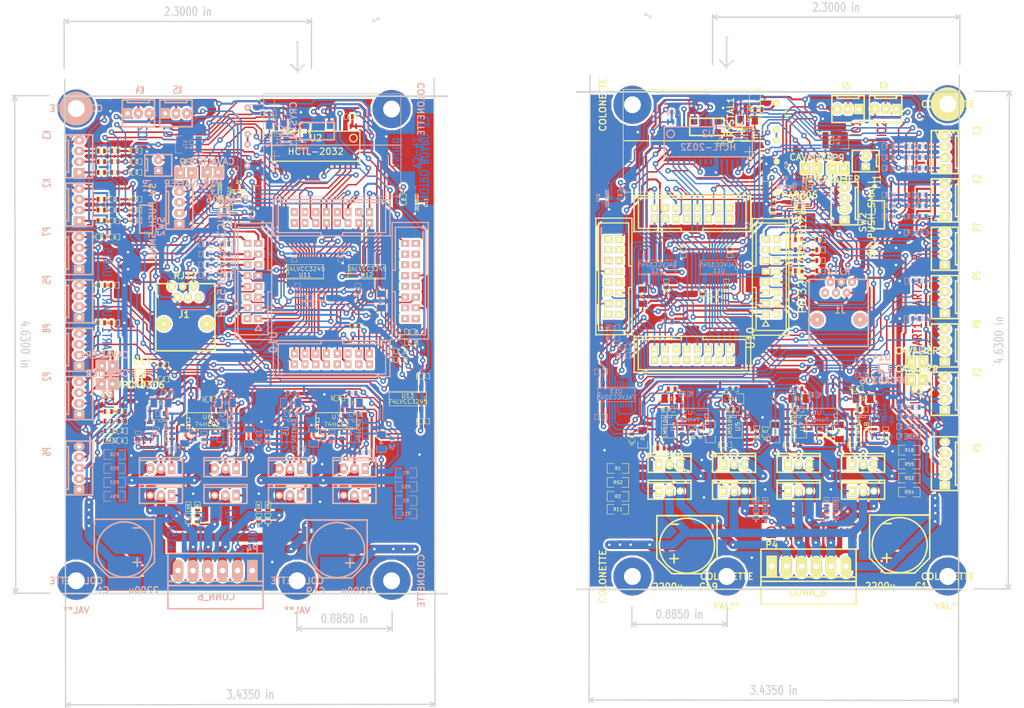
<source format=kicad_pcb>
(kicad_pcb (version 3) (host pcbnew "(2013-jul-07)-stable")
  (title_block (title MOTOR_BOARD) (rev V3-41) (company "CYBERNETISUE EN NORD") (comment 1 F4DEB))
  (layers (15 Dessus signal) (0 Dessous signal) (18 B.Paste user) (19 F.Paste user) (20 B.SilkS user) (21 F.SilkS user) (22 B.Mask user) (23 F.Mask user) (28 Edge.Cuts user))
  (net 0 "")
  (net 1 +12V)
  (net 2 +15V)
  (net 3 +3.3V)
  (net 4 +5VD)
  (net 5 /MOTOR/DIR1)
  (net 6 /MOTOR/DIR2)
  (net 7 /MOTOR/M1A)
  (net 8 /MOTOR/M1B)
  (net 9 /MOTOR/M2A)
  (net 10 /MOTOR/M2B)
  (net 11 /MOTOR/MOTOREN)
  (net 12 /MOTOR/PWM1)
  (net 13 /MOTOR/PWM2)
  (net 14 /PIC30F4013/BD0)
  (net 15 /PIC30F4013/BD1)
  (net 16 /PIC30F4013/BD2)
  (net 17 /PIC30F4013/BD3)
  (net 18 /PIC30F4013/BD4)
  (net 19 /PIC30F4013/BD5)
  (net 20 /PIC30F4013/BD6)
  (net 21 /PIC30F4013/BD7)
  (net 22 /PIC30F4013/BOSC)
  (net 23 /PIC30F4013/D0)
  (net 24 /PIC30F4013/D1)
  (net 25 /PIC30F4013/D2)
  (net 26 /PIC30F4013/D3)
  (net 27 /PIC30F4013/D4)
  (net 28 /PIC30F4013/D5)
  (net 29 /PIC30F4013/D6)
  (net 30 /PIC30F4013/D7)
  (net 31 /PIC30F4013/DI1)
  (net 32 /PIC30F4013/DI2)
  (net 33 /PIC30F4013/IO1)
  (net 34 /PIC30F4013/IO2)
  (net 35 /PIC30F4013/OE)
  (net 36 /PIC30F4013/OSC)
  (net 37 /PIC30F4013/PGC)
  (net 38 /PIC30F4013/PGD)
  (net 39 /PIC30F4013/PW1)
  (net 40 /PIC30F4013/PW2)
  (net 41 /PIC30F4013/RF0)
  (net 42 /PIC30F4013/RF1)
  (net 43 /PIC30F4013/RST)
  (net 44 /PIC30F4013/RSTxy)
  (net 45 /PIC30F4013/RX1)
  (net 46 /PIC30F4013/RX2)
  (net 47 /PIC30F4013/RX5)
  (net 48 /PIC30F4013/SCL1)
  (net 49 /PIC30F4013/SCL4)
  (net 50 /PIC30F4013/SCL403V3)
  (net 51 /PIC30F4013/SDA1)
  (net 52 /PIC30F4013/SDA4)
  (net 53 /PIC30F4013/SDA403V3)
  (net 54 /PIC30F4013/SEL1)
  (net 55 /PIC30F4013/SEL2)
  (net 56 /PIC30F4013/TX5)
  (net 57 /PIC30F4013/U1RX)
  (net 58 /PIC30F4013/U1TX)
  (net 59 /PIC30F4013/U2RX)
  (net 60 /PIC30F4013/U2TX)
  (net 61 /PIC30F4013/U5RX)
  (net 62 /PIC30F4013/U5TX)
  (net 63 /PIC30F4013/X/Y)
  (net 64 GND)
  (net 65 N-00000104)
  (net 66 N-00000106)
  (net 67 N-00000107)
  (net 68 N-00000108)
  (net 69 N-00000109)
  (net 70 N-00000110)
  (net 71 N-0000015)
  (net 72 N-00000156)
  (net 73 N-00000157)
  (net 74 N-00000158)
  (net 75 N-00000159)
  (net 76 N-0000016)
  (net 77 N-00000160)
  (net 78 N-00000161)
  (net 79 N-00000162)
  (net 80 N-00000163)
  (net 81 N-00000164)
  (net 82 N-00000165)
  (net 83 N-00000166)
  (net 84 N-00000167)
  (net 85 N-00000168)
  (net 86 N-00000169)
  (net 87 N-0000017)
  (net 88 N-00000170)
  (net 89 N-00000171)
  (net 90 N-00000172)
  (net 91 N-00000173)
  (net 92 N-00000174)
  (net 93 N-00000175)
  (net 94 N-00000176)
  (net 95 N-00000177)
  (net 96 N-00000178)
  (net 97 N-00000179)
  (net 98 N-00000180)
  (net 99 N-00000181)
  (net 100 N-00000182)
  (net 101 N-00000183)
  (net 102 N-00000184)
  (net 103 N-00000185)
  (net 104 N-00000186)
  (net 105 N-00000187)
  (net 106 N-00000188)
  (net 107 N-00000189)
  (net 108 N-0000019)
  (net 109 N-00000190)
  (net 110 N-00000191)
  (net 111 N-00000193)
  (net 112 N-00000197)
  (net 113 N-00000198)
  (net 114 N-00000199)
  (net 115 N-0000023)
  (net 116 N-0000025)
  (net 117 N-0000027)
  (net 118 N-0000040)
  (net 119 N-0000041)
  (net 120 N-0000042)
  (net 121 N-0000043)
  (net 122 N-0000044)
  (net 123 N-0000045)
  (net 124 N-0000046)
  (net 125 N-0000047)
  (net 126 N-0000048)
  (net 127 N-0000049)
  (net 128 N-0000050)
  (net 129 N-0000051)
  (net 130 N-0000052)
  (net 131 N-0000053)
  (net 132 N-0000054)
  (net 133 N-0000055)
  (net 134 N-0000056)
  (net 135 N-0000057)
  (net 136 N-0000061)
  (net 137 N-0000062)
  (net 138 N-0000063)
  (net 139 N-0000076)
  (net 140 N-0000077)
  (net 141 N-0000078)
  (net 142 N-0000079)
  (net 143 N-0000080)
  (net 144 N-0000081)
  (net 145 N-0000082)
  (net 146 N-0000084)
  (net 147 N-0000086)
  (net 148 N-0000090)
  (module SM1206 (layer Dessous) (at 122.174 93.1164 270)
    (fp_text reference R70 (at 0 0 270) (layer B.SilkS) (effects (font (size 0.762 0.762) (thickness 0.127)) (justify mirror)))
    (fp_text value 10K hide)
    (pad 1 smd rect (at -1.651 0 270) (size 1.524 2.032) (layers Dessous B.Paste B.Mask) (net 66 N-00000106))
    (pad 2 smd rect (at 1.651 0 270) (size 1.524 2.032) (layers Dessous B.Paste B.Mask) (net 3 +3.3V))
  )
  (module SM0603_Resistor (layer Dessous) (at 108.0516 91.694 90)
    (fp_text reference R72 (at 0.0635 0.0635 360) (layer B.SilkS) (effects (font (size 0.50038 0.4572) (thickness 0.1143)) (justify mirror)))
    (fp_text value 10K (at -1.69926 0 360) (layer B.SilkS) (effects (font (size 0.508 0.4572) (thickness 0.1143)) (justify mirror)))
    (pad 1 smd rect (at -0.762 0 90) (size 0.635 1.143) (layers Dessous B.Paste B.Mask) (net 56 /PIC30F4013/TX5))
    (pad 2 smd rect (at 0.762 0 90) (size 0.635 1.143) (layers Dessous B.Paste B.Mask) (net 3 +3.3V))
  )
  (module SM0603_Resistor (layer Dessus) (at 116.0272 99.0092 180)
    (fp_text reference R71 (at 0.0635 -0.0635 270) (layer F.SilkS) (effects (font (size 0.50038 0.4572) (thickness 0.1143))))
    (fp_text value 10K (at -1.69926 0 270) (layer F.SilkS) (effects (font (size 0.508 0.4572) (thickness 0.1143))))
    (pad 1 smd rect (at -0.762 0 180) (size 0.635 1.143) (layers Dessus F.Paste F.Mask) (net 65 N-00000104))
    (pad 2 smd rect (at 0.762 0 180) (size 0.635 1.143) (layers Dessus F.Paste F.Mask) (net 3 +3.3V))
  )
  (module SM0603_Resistor (layer Dessus) (at 126.3396 106.9848 180)
    (fp_text reference R76 (at 0.0635 -0.0635 270) (layer F.SilkS) (effects (font (size 0.50038 0.4572) (thickness 0.1143))))
    (fp_text value 10K (at -1.69926 0 270) (layer F.SilkS) (effects (font (size 0.508 0.4572) (thickness 0.1143))))
    (pad 1 smd rect (at -0.762 0 180) (size 0.635 1.143) (layers Dessus F.Paste F.Mask) (net 32 /PIC30F4013/DI2))
    (pad 2 smd rect (at 0.762 0 180) (size 0.635 1.143) (layers Dessus F.Paste F.Mask) (net 64 GND))
  )
  (module SM0603_Resistor (layer Dessus) (at 126.3396 104.9528 180)
    (fp_text reference R75 (at 0.0508 -0.0508 270) (layer F.SilkS) (effects (font (size 0.50038 0.4572) (thickness 0.1143))))
    (fp_text value 10K (at -1.69926 0 270) (layer F.SilkS) (effects (font (size 0.508 0.4572) (thickness 0.1143))))
    (pad 1 smd rect (at -0.762 0 180) (size 0.635 1.143) (layers Dessus F.Paste F.Mask) (net 31 /PIC30F4013/DI1))
    (pad 2 smd rect (at 0.762 0 180) (size 0.635 1.143) (layers Dessus F.Paste F.Mask) (net 64 GND))
  )
  (module SM0603_Resistor (layer Dessus) (at 128.8796 102.9208 180)
    (fp_text reference R74 (at 0.0635 -0.0635 270) (layer F.SilkS) (effects (font (size 0.50038 0.4572) (thickness 0.1143))))
    (fp_text value 10K (at -1.69926 0 270) (layer F.SilkS) (effects (font (size 0.508 0.4572) (thickness 0.1143))))
    (pad 1 smd rect (at -0.762 0 180) (size 0.635 1.143) (layers Dessus F.Paste F.Mask) (net 40 /PIC30F4013/PW2))
    (pad 2 smd rect (at 0.762 0 180) (size 0.635 1.143) (layers Dessus F.Paste F.Mask) (net 64 GND))
  )
  (module SM0603_Resistor (layer Dessus) (at 128.8796 100.4316 180)
    (fp_text reference R73 (at 0.0635 -0.0635 270) (layer F.SilkS) (effects (font (size 0.50038 0.4572) (thickness 0.1143))))
    (fp_text value 10K (at -1.69926 0 270) (layer F.SilkS) (effects (font (size 0.508 0.4572) (thickness 0.1143))))
    (pad 1 smd rect (at -0.762 0 180) (size 0.635 1.143) (layers Dessus F.Paste F.Mask) (net 39 /PIC30F4013/PW1))
    (pad 2 smd rect (at 0.762 0 180) (size 0.635 1.143) (layers Dessus F.Paste F.Mask) (net 64 GND))
  )
  (module COLONETTE (layer Dessous) (at 50.1015 47.625)
    (fp_text reference COLONETTE (at 0 0) (layer B.SilkS) (effects (font (size 1.524 1.524) (thickness 0.3048)) (justify mirror)))
    (fp_text value VAL** (at 0 6.985) (layer B.SilkS) (effects (font (size 1.524 1.524) (thickness 0.3048)) (justify mirror)))
    (pad 1 thru_hole circle (at 0 0) (size 8.99922 8.99922) (drill 4.0005) (layers *.Cu))
  )
  (module COLONETTE (layer Dessous) (at 102.2985 159.258)
    (fp_text reference COLONETTE (at 0 0) (layer B.SilkS) (effects (font (size 1.524 1.524) (thickness 0.3048)) (justify mirror)))
    (fp_text value VAL** (at 0 6.985) (layer B.SilkS) (effects (font (size 1.524 1.524) (thickness 0.3048)) (justify mirror)))
    (pad 1 thru_hole circle (at 0 0) (size 8.99922 8.99922) (drill 4.0005) (layers *.Cu))
  )
  (module COLONETTE (layer Dessous) (at 124.587 47.752 90)
    (fp_text reference K9 (at 0 0 90) (layer B.SilkS) (effects (font (size 1.524 1.524) (thickness 0.3048)) (justify mirror)))
    (fp_text value COLONETTE (at 0 6.985 90) (layer B.SilkS) (effects (font (size 1.524 1.524) (thickness 0.3048)) (justify mirror)))
    (pad 1 thru_hole circle (at 0 0 90) (size 8.99922 8.99922) (drill 4.0005) (layers *.Cu))
  )
  (module COLONETTE (layer Dessous) (at 124.587 159.258 90)
    (fp_text reference K8 (at 0 0 90) (layer B.SilkS) (effects (font (size 1.524 1.524) (thickness 0.3048)) (justify mirror)))
    (fp_text value COLONETTE (at 0 6.985 90) (layer B.SilkS) (effects (font (size 1.524 1.524) (thickness 0.3048)) (justify mirror)))
    (pad 1 thru_hole circle (at 0 0 90) (size 8.99922 8.99922) (drill 4.0005) (layers *.Cu))
  )
  (module COLONETTE (layer Dessous) (at 50.1015 159.258)
    (fp_text reference COLONETTE (at 0 0) (layer B.SilkS) (effects (font (size 1.524 1.524) (thickness 0.3048)) (justify mirror)))
    (fp_text value VAL** (at 0 6.985) (layer B.SilkS) (effects (font (size 1.524 1.524) (thickness 0.3048)) (justify mirror)))
    (pad 1 thru_hole circle (at 0 0) (size 8.99922 8.99922) (drill 4.0005) (layers *.Cu))
  )
  (module RJ12_E (layer Dessus) (at 75.8825 89.662)
    (fp_text reference J1 (at -0.3175 6.6675) (layer F.SilkS) (effects (font (size 1.524 1.524) (thickness 0.3048))))
    (fp_text value RJ12 (at 0 -2.54) (layer F.SilkS) (effects (font (size 1.524 1.524) (thickness 0.3048))))
    (pad 4 thru_hole oval (at 0.635 2.54) (size 1.80086 2) (drill 0.8128) (layers *.Cu *.Mask F.SilkS) (net 38 /PIC30F4013/PGD))
    (pad 2 thru_hole oval (at -1.905 2.54) (size 1.80086 2) (drill 0.8128) (layers *.Cu *.Mask F.SilkS) (net 3 +3.3V))
    (pad 6 thru_hole oval (at 3.175 2.54) (size 1.80086 2) (drill 0.8128) (layers *.Cu *.Mask F.SilkS))
    (pad 1 thru_hole oval (at -3.175 0) (size 1.80086 2) (drill 0.8128) (layers *.Cu *.Mask F.SilkS) (net 43 /PIC30F4013/RST))
    (pad 3 thru_hole oval (at -0.635 0) (size 1.80086 2) (drill 0.8128) (layers *.Cu *.Mask F.SilkS) (net 64 GND))
    (pad 5 thru_hole oval (at 1.905 0) (size 1.80086 2) (drill 0.8128) (layers *.Cu *.Mask F.SilkS) (net 37 /PIC30F4013/PGC))
    (pad 8 thru_hole circle (at 5.08 8.89) (size 3.2512 3.2512) (drill 0.8128) (layers *.Cu *.Mask F.SilkS))
    (pad 7 thru_hole circle (at -5.08 8.89) (size 3.2512 3.2512) (drill 0.8128) (layers *.Cu *.Mask F.SilkS))
  )
  (module VSSOP-8 (layer Dessus) (at 65.151 110.109 180)
    (fp_text reference U14 (at -0.5588 2.7432 180) (layer F.SilkS) (effects (font (size 1.524 1.524) (thickness 0.3048))))
    (fp_text value PCA9306 (at -0.762 -2.8956 180) (layer F.SilkS) (effects (font (size 1.524 1.524) (thickness 0.3048))))
    (pad 4 smd rect (at -1.4732 0.762 270) (size 0.24892 1.00076) (layers Dessus F.Paste F.Mask) (net 136 N-0000061))
    (pad 3 smd rect (at -1.4732 0.254 270) (size 0.24892 1.00076) (layers Dessus F.Paste F.Mask) (net 137 N-0000062))
    (pad 2 smd rect (at -1.4732 -0.254 270) (size 0.24892 1.00076) (layers Dessus F.Paste F.Mask) (net 3 +3.3V))
    (pad 1 smd rect (at -1.4732 -0.762 270) (size 0.24892 1.00076) (layers Dessus F.Paste F.Mask) (net 64 GND))
    (pad 5 smd rect (at 1.4224 0.762 270) (size 0.24892 1.00076) (layers Dessus F.Paste F.Mask) (net 51 /PIC30F4013/SDA1))
    (pad 6 smd rect (at 1.4224 0.254 270) (size 0.24892 1.00076) (layers Dessus F.Paste F.Mask) (net 48 /PIC30F4013/SCL1))
    (pad 7 smd rect (at 1.4224 -0.254 270) (size 0.24892 1.00076) (layers Dessus F.Paste F.Mask) (net 138 N-0000063))
    (pad 8 smd rect (at 1.4224 -0.762 270) (size 0.24892 1.00076) (layers Dessus F.Paste F.Mask) (net 138 N-0000063))
  )
  (module VSSOP-8 (layer Dessous) (at 85.09 72.009 180)
    (fp_text reference U1 (at -0.5588 -2.7432 180) (layer B.SilkS) (effects (font (size 1.524 1.524) (thickness 0.3048)) (justify mirror)))
    (fp_text value PCA9306 (at -0.762 2.8956 180) (layer B.SilkS) (effects (font (size 1.524 1.524) (thickness 0.3048)) (justify mirror)))
    (pad 4 smd rect (at -1.4732 -0.762 90) (size 0.24892 1.00076) (layers Dessous B.Paste B.Mask) (net 53 /PIC30F4013/SDA403V3))
    (pad 3 smd rect (at -1.4732 -0.254 90) (size 0.24892 1.00076) (layers Dessous B.Paste B.Mask) (net 50 /PIC30F4013/SCL403V3))
    (pad 2 smd rect (at -1.4732 0.254 90) (size 0.24892 1.00076) (layers Dessous B.Paste B.Mask) (net 3 +3.3V))
    (pad 1 smd rect (at -1.4732 0.762 90) (size 0.24892 1.00076) (layers Dessous B.Paste B.Mask) (net 64 GND))
    (pad 5 smd rect (at 1.4224 -0.762 90) (size 0.24892 1.00076) (layers Dessous B.Paste B.Mask) (net 52 /PIC30F4013/SDA4))
    (pad 6 smd rect (at 1.4224 -0.254 90) (size 0.24892 1.00076) (layers Dessous B.Paste B.Mask) (net 49 /PIC30F4013/SCL4))
    (pad 7 smd rect (at 1.4224 0.254 90) (size 0.24892 1.00076) (layers Dessous B.Paste B.Mask) (net 147 N-0000086))
    (pad 8 smd rect (at 1.4224 0.762 90) (size 0.24892 1.00076) (layers Dessous B.Paste B.Mask) (net 147 N-0000086))
  )
  (module C-10F (layer Dessous) (at 94.3864 56.3372 270)
    (fp_text reference C22 (at 5.08 -2.54 270) (layer B.SilkS) (effects (justify mirror)))
    (fp_text value CP (at 5.715 6.35 270) (layer B.SilkS) (effects (justify mirror)))
    (pad 1 thru_hole circle (at -0.2032 3.81 270) (size 1.5 1.5) (drill 0.6) (layers *.Cu *.Mask B.SilkS) (net 68 N-00000108))
    (pad 2 thru_hole circle (at 4.826 3.8608 270) (size 1.5 1.5) (drill 0.6) (layers *.Cu *.Mask B.SilkS) (net 64 GND))
  )
  (module C-10F (layer Dessous) (at 94.3864 44.1452 270)
    (fp_text reference C20 (at 5.08 -2.54 270) (layer B.SilkS) (effects (justify mirror)))
    (fp_text value CP (at 5.715 6.35 270) (layer B.SilkS) (effects (justify mirror)))
    (pad 1 thru_hole circle (at 3.2512 3.81 270) (size 1.5 1.5) (drill 0.6) (layers *.Cu *.Mask B.SilkS) (net 69 N-00000109))
    (pad 2 thru_hole circle (at 9.525 3.81 270) (size 1.5 1.5) (drill 0.6) (layers *.Cu *.Mask B.SilkS) (net 68 N-00000108))
  )
  (module KK-2 (layer Dessous) (at 69.4944 59.7916 270)
    (fp_text reference K10 (at 4.191 -5.08 270) (layer B.SilkS) (effects (font (size 1.73482 1.08712) (thickness 0.27178)) (justify mirror)))
    (fp_text value CONN_2 hide)
    (pad 1 thru_hole rect (at 2.54 0 270) (size 1.80086 2.10058) (drill 0.8001) (layers *.Cu *.Mask B.SilkS) (net 64 GND))
    (pad 2 thru_hole circle (at 0 0 270) (size 2.10058 2.10058) (drill 0.8001) (layers *.Cu *.Mask B.SilkS) (net 43 /PIC30F4013/RST))
  )
  (module WEIDMULLER-6 (layer Dessous) (at 91.694 156.845 180)
    (fp_text reference P4 (at 0 5.08 180) (layer B.SilkS) (effects (font (size 1.524 1.524) (thickness 0.3048)) (justify mirror)))
    (fp_text value CONN_6 (at 8.509 -6.223 180) (layer B.SilkS) (effects (font (size 1.524 1.524) (thickness 0.3048)) (justify mirror)))
    (pad 1 thru_hole rect (at 0 0 180) (size 2.54 5.08) (drill 1.30048) (layers *.Cu *.Mask B.SilkS) (net 64 GND))
    (pad 2 thru_hole oval (at 3.4925 0 180) (size 2.54 5.08) (drill 1.30048) (layers *.Cu *.Mask B.SilkS) (net 7 /MOTOR/M1A))
    (pad 3 thru_hole oval (at 7.0485 0 180) (size 2.54 5.08) (drill 1.30048) (layers *.Cu *.Mask B.SilkS) (net 8 /MOTOR/M1B))
    (pad 4 thru_hole oval (at 10.541 0 180) (size 2.54 5.08) (drill 1.30048) (layers *.Cu *.Mask B.SilkS) (net 9 /MOTOR/M2A))
    (pad 5 thru_hole oval (at 14.0335 0 180) (size 2.54 5.08) (drill 1.30048) (layers *.Cu *.Mask B.SilkS) (net 10 /MOTOR/M2B))
    (pad 6 thru_hole oval (at 17.526 0 180) (size 2.54 5.08) (drill 1.30048) (layers *.Cu *.Mask B.SilkS) (net 2 +15V))
  )
  (module CAVALIER (layer Dessous) (at 56.134 112.776)
    (fp_text reference P3 (at 1.27 2.54) (layer B.SilkS) (effects (font (size 1.524 1.524) (thickness 0.3048)) (justify mirror)))
    (fp_text value CAVALIER (at 1.27 -2.54) (layer B.SilkS) (effects (font (size 1.524 1.524) (thickness 0.3048)) (justify mirror)))
    (pad 1 thru_hole rect (at 0 0) (size 1.99898 1.99898) (drill 0.8001) (layers *.Cu *.Mask B.SilkS) (net 48 /PIC30F4013/SCL1))
    (pad 2 thru_hole rect (at 2.54 0) (size 1.99898 1.99898) (drill 0.8001) (layers *.Cu *.Mask B.SilkS) (net 115 N-0000023))
  )
  (module CAVALIER (layer Dessous) (at 56.134 108.458)
    (fp_text reference P1 (at 1.27 2.54) (layer B.SilkS) (effects (font (size 1.524 1.524) (thickness 0.3048)) (justify mirror)))
    (fp_text value CAVALIER (at 1.27 -2.54) (layer B.SilkS) (effects (font (size 1.524 1.524) (thickness 0.3048)) (justify mirror)))
    (pad 1 thru_hole rect (at 0 0) (size 1.99898 1.99898) (drill 0.8001) (layers *.Cu *.Mask B.SilkS) (net 51 /PIC30F4013/SDA1))
    (pad 2 thru_hole rect (at 2.54 0) (size 1.99898 1.99898) (drill 0.8001) (layers *.Cu *.Mask B.SilkS) (net 118 N-0000040))
  )
  (module CAVALIER (layer Dessous) (at 77.2668 62.8396 180)
    (fp_text reference P9 (at 1.27 2.54 180) (layer B.SilkS) (effects (font (size 1.524 1.524) (thickness 0.3048)) (justify mirror)))
    (fp_text value CAVALIER (at 1.27 -2.54 180) (layer B.SilkS) (effects (font (size 1.524 1.524) (thickness 0.3048)) (justify mirror)))
    (pad 1 thru_hole rect (at 0 0 180) (size 1.99898 2.54) (drill 0.8001) (layers *.Cu *.Mask B.SilkS) (net 52 /PIC30F4013/SDA4))
    (pad 2 thru_hole rect (at 2.54 0 180) (size 1.99898 2.54) (drill 0.8001) (layers *.Cu *.Mask B.SilkS) (net 117 N-0000027))
  )
  (module CAVALIER (layer Dessous) (at 81.0768 62.6872)
    (fp_text reference P10 (at 1.27 2.54) (layer B.SilkS) (effects (font (size 1.524 1.524) (thickness 0.3048)) (justify mirror)))
    (fp_text value CAVALIER (at 1.27 -2.54) (layer B.SilkS) (effects (font (size 1.524 1.524) (thickness 0.3048)) (justify mirror)))
    (pad 1 thru_hole rect (at 0 0) (size 1.99898 2.54) (drill 0.8001) (layers *.Cu *.Mask B.SilkS) (net 49 /PIC30F4013/SCL4))
    (pad 2 thru_hole rect (at 2.54 0) (size 1.99898 2.54) (drill 0.8001) (layers *.Cu *.Mask B.SilkS) (net 116 N-0000025))
  )
  (module SW2 (layer Dessous) (at 66.5988 77.5716 90)
    (fp_text reference SW2 (at 2.032 3.556 90) (layer B.SilkS) (effects (font (size 1.524 1.524) (thickness 0.3048)) (justify mirror)))
    (fp_text value SW_PUSH_SMALL (at 3.048 1.524 90) (layer B.SilkS) (effects (font (size 1.524 1.524) (thickness 0.3048)) (justify mirror)))
    (pad 1 smd rect (at 0 0 90) (size 2.30124 1.30048) (layers Dessous B.Paste B.Mask) (net 43 /PIC30F4013/RST))
    (pad 2 smd rect (at 7.62 0 90) (size 2.30124 1.30048) (layers Dessous B.Paste B.Mask) (net 64 GND))
  )
  (module SOJ32 (layer Dessus) (at 106.68 56.515 180)
    (fp_text reference U2 (at 0 1.905 180) (layer F.SilkS) (effects (font (size 1.524 1.524) (thickness 0.254))))
    (fp_text value HCTL-2032 (at 0 -1.27 180) (layer F.SilkS) (effects (font (size 1.524 1.524) (thickness 0.254))))
    (pad 20 smd rect (at 5.715 -4.699 180) (size 0.4572 1.27) (layers Dessus F.Paste F.Mask) (net 29 /PIC30F4013/D6))
    (pad 21 smd rect (at 4.445 -4.699 180) (size 0.4572 1.27) (layers Dessus F.Paste F.Mask) (net 28 /PIC30F4013/D5))
    (pad 22 smd rect (at 3.175 -4.699 180) (size 0.4572 1.27) (layers Dessus F.Paste F.Mask) (net 27 /PIC30F4013/D4))
    (pad 23 smd rect (at 1.905 -4.699 180) (size 0.4572 1.27) (layers Dessus F.Paste F.Mask) (net 64 GND))
    (pad 24 smd rect (at 0.635 -4.699 180) (size 0.4572 1.27) (layers Dessus F.Paste F.Mask))
    (pad 28 smd rect (at -4.445 -4.699 180) (size 0.4572 1.27) (layers Dessus F.Paste F.Mask))
    (pad 29 smd rect (at -5.715 -4.699 180) (size 0.4572 1.27) (layers Dessus F.Paste F.Mask) (net 26 /PIC30F4013/D3))
    (pad 30 smd rect (at -6.985 -4.699 180) (size 0.4572 1.27) (layers Dessus F.Paste F.Mask) (net 25 /PIC30F4013/D2))
    (pad 31 smd rect (at -8.255 -4.699 180) (size 0.4572 1.27) (layers Dessus F.Paste F.Mask) (net 24 /PIC30F4013/D1))
    (pad 32 smd rect (at -9.525 -4.699 180) (size 0.4572 1.27) (layers Dessus F.Paste F.Mask) (net 63 /PIC30F4013/X/Y))
    (pad 1 smd rect (at -9.525 4.699 180) (size 0.4572 1.27) (layers Dessus F.Paste F.Mask) (net 4 +5VD))
    (pad 2 smd rect (at -8.255 4.699 180) (size 0.4572 1.27) (layers Dessus F.Paste F.Mask) (net 4 +5VD))
    (pad 3 smd rect (at -6.985 4.699 180) (size 0.4572 1.27) (layers Dessus F.Paste F.Mask) (net 64 GND))
    (pad 4 smd rect (at -5.715 4.699 180) (size 0.4572 1.27) (layers Dessus F.Paste F.Mask) (net 23 /PIC30F4013/D0))
    (pad 5 smd rect (at -4.445 4.699 180) (size 0.4572 1.27) (layers Dessus F.Paste F.Mask) (net 22 /PIC30F4013/BOSC))
    (pad 9 smd rect (at 0.635 4.699 180) (size 0.4572 1.27) (layers Dessus F.Paste F.Mask))
    (pad 10 smd rect (at 1.905 4.699 180) (size 0.4572 1.27) (layers Dessus F.Paste F.Mask) (net 30 /PIC30F4013/D7))
    (pad 11 smd rect (at 3.175 4.699 180) (size 0.4572 1.27) (layers Dessus F.Paste F.Mask) (net 44 /PIC30F4013/RSTxy))
    (pad 12 smd rect (at 4.445 4.699 180) (size 0.4572 1.27) (layers Dessus F.Paste F.Mask) (net 44 /PIC30F4013/RSTxy))
    (pad 13 smd rect (at 5.715 4.699 180) (size 0.4572 1.27) (layers Dessus F.Paste F.Mask) (net 128 N-0000050))
    (pad 14 smd rect (at 6.985 4.699 180) (size 0.4572 1.27) (layers Dessus F.Paste F.Mask) (net 141 N-0000078))
    (pad 15 smd rect (at 8.255 4.699 180) (size 0.4572 1.27) (layers Dessus F.Paste F.Mask) (net 132 N-0000054))
    (pad 16 smd rect (at 9.525 4.699 180) (size 0.4572 1.27) (layers Dessus F.Paste F.Mask) (net 144 N-0000081))
    (pad 6 smd rect (at -3.175 4.699 180) (size 0.4572 1.27) (layers Dessus F.Paste F.Mask) (net 54 /PIC30F4013/SEL1))
    (pad 7 smd rect (at -1.905 4.699 180) (size 0.4572 1.27) (layers Dessus F.Paste F.Mask) (net 35 /PIC30F4013/OE))
    (pad 8 smd rect (at -0.635 4.699 180) (size 0.4572 1.27) (layers Dessus F.Paste F.Mask))
    (pad 27 smd rect (at -3.175 -4.699 180) (size 0.4572 1.27) (layers Dessus F.Paste F.Mask))
    (pad 26 smd rect (at -1.905 -4.699 180) (size 0.4572 1.27) (layers Dessus F.Paste F.Mask) (net 55 /PIC30F4013/SEL2))
    (pad 25 smd rect (at -0.635 -4.699 180) (size 0.4572 1.27) (layers Dessus F.Paste F.Mask))
    (pad 19 smd rect (at 6.985 -4.699 180) (size 0.4572 1.27) (layers Dessus F.Paste F.Mask) (net 145 N-0000082))
    (pad 18 smd rect (at 8.255 -4.699 180) (size 0.4572 1.27) (layers Dessus F.Paste F.Mask) (net 64 GND))
    (pad 17 smd rect (at 9.525 -4.699 180) (size 0.4572 1.27) (layers Dessus F.Paste F.Mask) (net 133 N-0000055))
  )
  (module C_14x16 (layer Dessous) (at 111.7092 157.5816)
    (fp_text reference C19 (at -5.08 4.064) (layer B.SilkS) (effects (font (size 1.524 1.524) (thickness 0.3048)) (justify mirror)))
    (fp_text value 2200u (at 4.572 4.064) (layer B.SilkS) (effects (font (size 1.524 1.524) (thickness 0.3048)) (justify mirror)))
    (pad 1 smd rect (at 0 0) (size 8 8) (layers Dessous B.Paste B.Mask) (net 2 +15V))
    (pad 2 smd rect (at 0 -11.684) (size 8 8) (layers Dessous B.Paste B.Mask) (net 64 GND))
  )
  (module C_14x16 (layer Dessous) (at 61.468 157.4292)
    (fp_text reference C1 (at -5.08 4.064) (layer B.SilkS) (effects (font (size 1.524 1.524) (thickness 0.3048)) (justify mirror)))
    (fp_text value 2200u (at 4.572 4.064) (layer B.SilkS) (effects (font (size 1.524 1.524) (thickness 0.3048)) (justify mirror)))
    (pad 1 smd rect (at 0 0) (size 8 8) (layers Dessous B.Paste B.Mask) (net 2 +15V))
    (pad 2 smd rect (at 0 -11.684) (size 8 8) (layers Dessous B.Paste B.Mask) (net 64 GND))
  )
  (module KK-5 (layer Dessous) (at 50.8 130.048 270)
    (fp_text reference P6 (at -1.27 7.62 270) (layer B.SilkS) (effects (font (size 1.73482 1.08712) (thickness 0.27178)) (justify mirror)))
    (fp_text value CONN_5 hide)
    (pad 5 thru_hole oval (at -2.54 0 270) (size 1.99898 2.54) (drill 1.00076) (layers *.Cu *.Mask B.SilkS) (net 64 GND))
    (pad 1 thru_hole rect (at 7.62 0 270) (size 1.99898 2.54) (drill 1.00076) (layers *.Cu *.Mask B.SilkS) (net 64 GND))
    (pad 2 thru_hole oval (at 5.08 0 270) (size 1.99898 2.54) (drill 1.00076) (layers *.Cu *.Mask B.SilkS) (net 3 +3.3V))
    (pad 3 thru_hole oval (at 2.54 0 270) (size 1.99898 2.54) (drill 1.00076) (layers *.Cu *.Mask B.SilkS) (net 4 +5VD))
    (pad 4 thru_hole oval (at 0 0 270) (size 1.99898 2.54) (drill 1.00076) (layers *.Cu *.Mask B.SilkS) (net 1 +12V))
  )
  (module KK-4 (layer Dessous) (at 50.8 66.548 270)
    (fp_text reference K2 (at -1.27 7.62 270) (layer B.SilkS) (effects (font (size 1.73482 1.08712) (thickness 0.27178)) (justify mirror)))
    (fp_text value CONN_4 hide)
    (pad 1 thru_hole rect (at 7.62 0 270) (size 1.99898 2.54) (drill 1.00076) (layers *.Cu *.Mask B.SilkS) (net 139 N-0000076))
    (pad 2 thru_hole oval (at 5.08 0 270) (size 1.99898 2.54) (drill 1.00076) (layers *.Cu *.Mask B.SilkS) (net 131 N-0000053))
    (pad 3 thru_hole oval (at 2.54 0 270) (size 1.99898 2.54) (drill 1.00076) (layers *.Cu *.Mask B.SilkS) (net 142 N-0000079))
    (pad 4 thru_hole oval (at 0 0 270) (size 1.99898 2.54) (drill 1.00076) (layers *.Cu *.Mask B.SilkS) (net 1 +12V))
  )
  (module KK-4 (layer Dessous) (at 50.8 77.978 270)
    (fp_text reference P7 (at -1.27 7.62 270) (layer B.SilkS) (effects (font (size 1.73482 1.08712) (thickness 0.27178)) (justify mirror)))
    (fp_text value CONN_4 hide)
    (pad 1 thru_hole rect (at 7.62 0 270) (size 1.99898 2.54) (drill 1.00076) (layers *.Cu *.Mask B.SilkS) (net 64 GND))
    (pad 2 thru_hole oval (at 5.08 0 270) (size 1.99898 2.54) (drill 1.00076) (layers *.Cu *.Mask B.SilkS) (net 62 /PIC30F4013/U5TX))
    (pad 3 thru_hole oval (at 2.54 0 270) (size 1.99898 2.54) (drill 1.00076) (layers *.Cu *.Mask B.SilkS) (net 4 +5VD))
    (pad 4 thru_hole oval (at 0 0 270) (size 1.99898 2.54) (drill 1.00076) (layers *.Cu *.Mask B.SilkS) (net 61 /PIC30F4013/U5RX))
  )
  (module KK-4 (layer Dessous) (at 50.8 89.408 270)
    (fp_text reference P5 (at -1.27 7.62 270) (layer B.SilkS) (effects (font (size 1.73482 1.08712) (thickness 0.27178)) (justify mirror)))
    (fp_text value CONN_4 hide)
    (pad 1 thru_hole rect (at 7.62 0 270) (size 1.99898 2.54) (drill 1.00076) (layers *.Cu *.Mask B.SilkS) (net 64 GND))
    (pad 2 thru_hole oval (at 5.08 0 270) (size 1.99898 2.54) (drill 1.00076) (layers *.Cu *.Mask B.SilkS) (net 60 /PIC30F4013/U2TX))
    (pad 3 thru_hole oval (at 2.54 0 270) (size 1.99898 2.54) (drill 1.00076) (layers *.Cu *.Mask B.SilkS) (net 4 +5VD))
    (pad 4 thru_hole oval (at 0 0 270) (size 1.99898 2.54) (drill 1.00076) (layers *.Cu *.Mask B.SilkS) (net 59 /PIC30F4013/U2RX))
  )
  (module KK-4 (layer Dessous) (at 50.8 100.838 270)
    (fp_text reference P8 (at -1.27 7.62 270) (layer B.SilkS) (effects (font (size 1.73482 1.08712) (thickness 0.27178)) (justify mirror)))
    (fp_text value CONN_4 hide)
    (pad 1 thru_hole rect (at 7.62 0 270) (size 1.99898 2.54) (drill 1.00076) (layers *.Cu *.Mask B.SilkS) (net 64 GND))
    (pad 2 thru_hole oval (at 5.08 0 270) (size 1.99898 2.54) (drill 1.00076) (layers *.Cu *.Mask B.SilkS) (net 58 /PIC30F4013/U1TX))
    (pad 3 thru_hole oval (at 2.54 0 270) (size 1.99898 2.54) (drill 1.00076) (layers *.Cu *.Mask B.SilkS) (net 4 +5VD))
    (pad 4 thru_hole oval (at 0 0 270) (size 1.99898 2.54) (drill 1.00076) (layers *.Cu *.Mask B.SilkS) (net 57 /PIC30F4013/U1RX))
  )
  (module KK-4 (layer Dessous) (at 50.8 112.268 270)
    (fp_text reference P2 (at -1.27 7.62 270) (layer B.SilkS) (effects (font (size 1.73482 1.08712) (thickness 0.27178)) (justify mirror)))
    (fp_text value CONN_4 hide)
    (pad 1 thru_hole rect (at 7.62 0 270) (size 1.99898 2.54) (drill 1.00076) (layers *.Cu *.Mask B.SilkS) (net 64 GND))
    (pad 2 thru_hole oval (at 5.08 0 270) (size 1.99898 2.54) (drill 1.00076) (layers *.Cu *.Mask B.SilkS) (net 4 +5VD))
    (pad 3 thru_hole oval (at 2.54 0 270) (size 1.99898 2.54) (drill 1.00076) (layers *.Cu *.Mask B.SilkS) (net 48 /PIC30F4013/SCL1))
    (pad 4 thru_hole oval (at 0 0 270) (size 1.99898 2.54) (drill 1.00076) (layers *.Cu *.Mask B.SilkS) (net 51 /PIC30F4013/SDA1))
  )
  (module KK-4 (layer Dessous) (at 74.4728 67.2592 270)
    (fp_text reference P11 (at -1.27 7.62 270) (layer B.SilkS) (effects (font (size 1.73482 1.08712) (thickness 0.27178)) (justify mirror)))
    (fp_text value CONN_4 hide)
    (pad 1 thru_hole rect (at 7.62 0 270) (size 1.99898 2.54) (drill 1.00076) (layers *.Cu *.Mask B.SilkS) (net 64 GND))
    (pad 2 thru_hole oval (at 5.08 0 270) (size 1.99898 2.54) (drill 1.00076) (layers *.Cu *.Mask B.SilkS) (net 4 +5VD))
    (pad 3 thru_hole oval (at 2.54 0 270) (size 1.99898 2.54) (drill 1.00076) (layers *.Cu *.Mask B.SilkS) (net 49 /PIC30F4013/SCL4))
    (pad 4 thru_hole oval (at 0 0 270) (size 1.99898 2.54) (drill 1.00076) (layers *.Cu *.Mask B.SilkS) (net 52 /PIC30F4013/SDA4))
  )
  (module KK-4 (layer Dessous) (at 50.8 55.118 270)
    (fp_text reference K3 (at -1.27 7.62 270) (layer B.SilkS) (effects (font (size 1.73482 1.08712) (thickness 0.27178)) (justify mirror)))
    (fp_text value CONN_4 hide)
    (pad 1 thru_hole rect (at 7.62 0 270) (size 1.99898 2.54) (drill 1.00076) (layers *.Cu *.Mask B.SilkS) (net 130 N-0000052))
    (pad 2 thru_hole oval (at 5.08 0 270) (size 1.99898 2.54) (drill 1.00076) (layers *.Cu *.Mask B.SilkS) (net 143 N-0000080))
    (pad 3 thru_hole oval (at 2.54 0 270) (size 1.99898 2.54) (drill 1.00076) (layers *.Cu *.Mask B.SilkS) (net 129 N-0000051))
    (pad 4 thru_hole oval (at 0 0 270) (size 1.99898 2.54) (drill 1.00076) (layers *.Cu *.Mask B.SilkS) (net 1 +12V))
  )
  (module KK-3 (layer Dessous) (at 67.31 48.768 180)
    (fp_text reference K4 (at 2.159 5.461 180) (layer B.SilkS) (effects (font (size 1.73482 1.08712) (thickness 0.27178)) (justify mirror)))
    (fp_text value CONN_3 hide)
    (pad 1 thru_hole rect (at 5.08 0 180) (size 2.1 2.54) (drill 1.00076) (layers *.Cu *.Mask B.SilkS) (net 64 GND))
    (pad 2 thru_hole oval (at 2.54 0 180) (size 2.10058 2.54) (drill 0.89916) (layers *.Cu *.Mask B.SilkS) (net 4 +5VD))
    (pad 3 thru_hole oval (at 0 0 180) (size 2.10058 2.54) (drill 0.89916) (layers *.Cu *.Mask B.SilkS) (net 34 /PIC30F4013/IO2))
  )
  (module KK-3 (layer Dessous) (at 76.2 48.768 180)
    (fp_text reference K5 (at 2.159 5.461 180) (layer B.SilkS) (effects (font (size 1.73482 1.08712) (thickness 0.27178)) (justify mirror)))
    (fp_text value CONN_3 hide)
    (pad 1 thru_hole rect (at 5.08 0 180) (size 2.1 2.54) (drill 0.89916) (layers *.Cu *.Mask B.SilkS) (net 64 GND))
    (pad 2 thru_hole oval (at 2.54 0 180) (size 2.10058 2.54) (drill 0.89916) (layers *.Cu *.Mask B.SilkS) (net 4 +5VD))
    (pad 3 thru_hole oval (at 0 0 180) (size 2.10058 2.54) (drill 0.89916) (layers *.Cu *.Mask B.SilkS) (net 33 /PIC30F4013/IO1))
  )
  (module LFXTAL003000 (layer Dessous) (at 104.4448 51.4604 270)
    (fp_text reference X1 (at 1.524 5.08 270) (layer B.SilkS) (effects (font (size 1.524 1.524) (thickness 0.3048)) (justify mirror)))
    (fp_text value CRYSTAL1 (at 0 3.048 270) (layer B.SilkS) (effects (font (size 1.524 1.524) (thickness 0.3048)) (justify mirror)))
    (pad 1 smd rect (at 0 0 270) (size 2 1.5) (layers Dessous B.Paste B.Mask) (net 148 N-0000090))
    (pad 2 smd rect (at 3.048 0 270) (size 2 1.5) (layers Dessous B.Paste B.Mask) (net 70 N-00000110))
    (pad 3 smd rect (at 0 -5.588 270) (size 2 1.524) (layers Dessous B.Paste B.Mask))
    (pad 4 smd rect (at 3.048 -5.588 270) (size 2 1.524) (layers Dessous B.Paste B.Mask))
  )
  (module SM0603_Capa (layer Dessous) (at 103.2256 56.8452 180)
    (fp_text reference C23 (at 0 0 450) (layer B.SilkS) (effects (font (size 0.508 0.4572) (thickness 0.1143)) (justify mirror)))
    (fp_text value C (at -1.651 0 450) (layer B.SilkS) (effects (font (size 0.508 0.4572) (thickness 0.1143)) (justify mirror)))
    (pad 1 smd rect (at -0.762 0 180) (size 0.635 1.143) (layers Dessous B.Paste B.Mask) (net 70 N-00000110))
    (pad 2 smd rect (at 0.762 0 180) (size 0.635 1.143) (layers Dessous B.Paste B.Mask) (net 64 GND))
  )
  (module SM0603_Resistor (layer Dessous) (at 94.8436 48.8696 180)
    (fp_text reference R69 (at 0.0635 0.0635 450) (layer B.SilkS) (effects (font (size 0.50038 0.4572) (thickness 0.1143)) (justify mirror)))
    (fp_text value 150 (at -1.69926 0 450) (layer B.SilkS) (effects (font (size 0.508 0.4572) (thickness 0.1143)) (justify mirror)))
    (pad 1 smd rect (at -0.762 0 180) (size 0.635 1.143) (layers Dessous B.Paste B.Mask) (net 67 N-00000107))
    (pad 2 smd rect (at 0.762 0 180) (size 0.635 1.143) (layers Dessous B.Paste B.Mask) (net 69 N-00000109))
  )
  (module SM1206 (layer Dessous) (at 97.3836 51.4096 180)
    (fp_text reference D23 (at 0 0 180) (layer B.SilkS) (effects (font (size 0.762 0.762) (thickness 0.127)) (justify mirror)))
    (fp_text value DIODESCH hide)
    (pad 1 smd rect (at -1.651 0 180) (size 1.524 2.032) (layers Dessous B.Paste B.Mask) (net 4 +5VD))
    (pad 2 smd rect (at 1.651 0 180) (size 1.524 2.032) (layers Dessous B.Paste B.Mask) (net 67 N-00000107))
  )
  (module SSOP8 (layer Dessous) (at 97.3836 54.9148 270)
    (fp_text reference U15 (at 0 -0.508 270) (layer B.SilkS) (effects (font (size 1.016 1.016) (thickness 0.1524)) (justify mirror)))
    (fp_text value PCF8563 hide)
    (pad 1 smd rect (at -0.9779 -2.2225 270) (size 0.4064 1.27) (layers Dessous B.Paste B.Mask) (net 148 N-0000090))
    (pad 2 smd rect (at -0.3302 -2.2225 270) (size 0.4064 1.27) (layers Dessous B.Paste B.Mask) (net 70 N-00000110))
    (pad 3 smd rect (at 0.3302 -2.2225 270) (size 0.4064 1.27) (layers Dessous B.Paste B.Mask))
    (pad 4 smd rect (at 0.9779 -2.2225 270) (size 0.4064 1.27) (layers Dessous B.Paste B.Mask) (net 64 GND))
    (pad 5 smd rect (at 0.9779 2.2225 270) (size 0.4064 1.27) (layers Dessous B.Paste B.Mask) (net 52 /PIC30F4013/SDA4))
    (pad 6 smd rect (at 0.3302 2.2225 270) (size 0.4064 1.27) (layers Dessous B.Paste B.Mask) (net 49 /PIC30F4013/SCL4))
    (pad 7 smd rect (at -0.3302 2.2225 270) (size 0.4064 1.27) (layers Dessous B.Paste B.Mask))
    (pad 8 smd rect (at -0.9779 2.2225 270) (size 0.4064 1.27) (layers Dessous B.Paste B.Mask) (net 67 N-00000107))
  )
  (module PIC32½64 (layer Dessous) (at 90.551 97.282 90)
    (fp_text reference U10 (at -5.588 6.096 90) (layer B.SilkS) (effects (font (size 1.778 1.778) (thickness 0.3048)) (justify mirror)))
    (fp_text value PIC32MX795F512H (at 12.7 -6.096 90) (layer B.SilkS) (effects (font (size 1.778 1.778) (thickness 0.3048)) (justify mirror)))
    (pad 15 thru_hole rect (at 17.78 2.54254 180) (size 1.89992 1.6002) (drill 0.8001) (layers *.Cu *.Mask B.SilkS) (net 37 /PIC30F4013/PGC))
    (pad 16 thru_hole rect (at 17.78 0.00254 180) (size 1.89992 1.6002) (drill 0.8001) (layers *.Cu *.Mask B.SilkS) (net 38 /PIC30F4013/PGD))
    (pad 13 thru_hole rect (at 15.24 2.54254 180) (size 1.89992 1.6002) (drill 0.8001) (layers *.Cu *.Mask B.SilkS) (net 121 N-0000043))
    (pad 14 thru_hole rect (at 15.24 0.00254 180) (size 1.89992 1.6002) (drill 0.8001) (layers *.Cu *.Mask B.SilkS) (net 120 N-0000042))
    (pad 11 thru_hole rect (at 12.7 2.54254 180) (size 1.89992 1.6002) (drill 0.8001) (layers *.Cu *.Mask B.SilkS) (net 119 N-0000041))
    (pad 12 thru_hole rect (at 12.7 0.00254 180) (size 1.89992 1.6002) (drill 0.8001) (layers *.Cu *.Mask B.SilkS) (net 122 N-0000044))
    (pad 9 thru_hole rect (at 10.16 2.54254 180) (size 1.89992 1.6002) (drill 0.8001) (layers *.Cu *.Mask B.SilkS) (net 64 GND))
    (pad 10 thru_hole rect (at 10.16 0.00254 180) (size 1.89992 1.6002) (drill 0.8001) (layers *.Cu *.Mask B.SilkS) (net 3 +3.3V))
    (pad 7 thru_hole rect (at 7.62 2.54254 180) (size 1.89992 1.6002) (drill 0.8001) (layers *.Cu *.Mask B.SilkS) (net 43 /PIC30F4013/RST))
    (pad 8 thru_hole rect (at 7.62 0.00254 180) (size 1.89992 1.6002) (drill 0.8001) (layers *.Cu *.Mask B.SilkS) (net 123 N-0000045))
    (pad 5 thru_hole rect (at 5.08 2.54254 180) (size 1.89992 1.6002) (drill 0.8001) (layers *.Cu *.Mask B.SilkS) (net 53 /PIC30F4013/SDA403V3))
    (pad 6 thru_hole rect (at 5.08 0.00254 180) (size 1.89992 1.6002) (drill 0.8001) (layers *.Cu *.Mask B.SilkS) (net 50 /PIC30F4013/SCL403V3))
    (pad 3 thru_hole rect (at 2.54 2.54254 180) (size 1.89992 1.6002) (drill 0.8001) (layers *.Cu *.Mask B.SilkS) (net 21 /PIC30F4013/BD7))
    (pad 4 thru_hole rect (at 2.54 0.00254 180) (size 1.89992 1.6002) (drill 0.8001) (layers *.Cu *.Mask B.SilkS) (net 124 N-0000046))
    (pad 1 thru_hole rect (at 0 2.54254 180) (size 1.89992 1.6002) (drill 0.8001) (layers *.Cu *.Mask B.SilkS) (net 19 /PIC30F4013/BD5))
    (pad 2 thru_hole rect (at 0 0.00254 180) (size 1.89992 1.6002) (drill 0.8001) (layers *.Cu *.Mask B.SilkS) (net 20 /PIC30F4013/BD6))
    (pad 34 thru_hole rect (at 17.78 39.751 180) (size 1.89992 1.6002) (drill 0.8001) (layers *.Cu *.Mask B.SilkS))
    (pad 33 thru_hole rect (at 17.78 37.211 180) (size 1.89992 1.6002) (drill 0.8001) (layers *.Cu *.Mask B.SilkS) (net 125 N-0000047))
    (pad 36 thru_hole rect (at 15.24 39.751 180) (size 1.89992 1.6002) (drill 0.8001) (layers *.Cu *.Mask B.SilkS))
    (pad 35 thru_hole rect (at 15.24 37.211 180) (size 1.89992 1.6002) (drill 0.8001) (layers *.Cu *.Mask B.SilkS))
    (pad 38 thru_hole rect (at 12.7 39.751 180) (size 1.89992 1.6002) (drill 0.8001) (layers *.Cu *.Mask B.SilkS))
    (pad 37 thru_hole rect (at 12.7 37.211 180) (size 1.89992 1.6002) (drill 0.8001) (layers *.Cu *.Mask B.SilkS))
    (pad 40 thru_hole rect (at 10.16 39.751 180) (size 1.89992 1.6002) (drill 0.8001) (layers *.Cu *.Mask B.SilkS) (net 36 /PIC30F4013/OSC))
    (pad 39 thru_hole rect (at 10.16 37.211 180) (size 1.89992 1.6002) (drill 0.8001) (layers *.Cu *.Mask B.SilkS))
    (pad 42 thru_hole rect (at 7.62 39.751 180) (size 1.89992 1.6002) (drill 0.8001) (layers *.Cu *.Mask B.SilkS))
    (pad 41 thru_hole rect (at 7.62 37.211 180) (size 1.89992 1.6002) (drill 0.8001) (layers *.Cu *.Mask B.SilkS))
    (pad 44 thru_hole rect (at 5.08 39.751 180) (size 1.89992 1.6002) (drill 0.8001) (layers *.Cu *.Mask B.SilkS) (net 137 N-0000062))
    (pad 43 thru_hole rect (at 5.08 37.211 180) (size 1.89992 1.6002) (drill 0.8001) (layers *.Cu *.Mask B.SilkS) (net 136 N-0000061))
    (pad 46 thru_hole rect (at 2.54 39.751 180) (size 1.89992 1.6002) (drill 0.8001) (layers *.Cu *.Mask B.SilkS) (net 39 /PIC30F4013/PW1))
    (pad 45 thru_hole rect (at 2.54 37.211 180) (size 1.89992 1.6002) (drill 0.8001) (layers *.Cu *.Mask B.SilkS))
    (pad 48 thru_hole rect (at 0 39.751 180) (size 1.89992 1.6002) (drill 0.8001) (layers *.Cu *.Mask B.SilkS))
    (pad 47 thru_hole rect (at 0 37.211 180) (size 1.89992 1.6002) (drill 0.8001) (layers *.Cu *.Mask B.SilkS))
    (pad 31 thru_hole rect (at 22.606 28.829 180) (size 1.6002 1.89992) (drill 0.8001) (layers *.Cu *.Mask B.SilkS) (net 46 /PIC30F4013/RX2))
    (pad 32 thru_hole rect (at 25.146 28.829 180) (size 1.6002 1.89992) (drill 0.8001) (layers *.Cu *.Mask B.SilkS) (net 66 N-00000106))
    (pad 29 thru_hole rect (at 22.606 26.289 180) (size 1.6002 1.89992) (drill 0.8001) (layers *.Cu *.Mask B.SilkS) (net 56 /PIC30F4013/TX5))
    (pad 30 thru_hole rect (at 25.146 26.289 180) (size 1.6002 1.89992) (drill 0.8001) (layers *.Cu *.Mask B.SilkS))
    (pad 27 thru_hole rect (at 22.606 23.749 180) (size 1.6002 1.89992) (drill 0.8001) (layers *.Cu *.Mask B.SilkS) (net 33 /PIC30F4013/IO1))
    (pad 28 thru_hole rect (at 25.146 23.749 180) (size 1.6002 1.89992) (drill 0.8001) (layers *.Cu *.Mask B.SilkS) (net 34 /PIC30F4013/IO2))
    (pad 25 thru_hole rect (at 22.606 21.209 180) (size 1.6002 1.89992) (drill 0.8001) (layers *.Cu *.Mask B.SilkS))
    (pad 26 thru_hole rect (at 25.146 21.209 180) (size 1.6002 1.89992) (drill 0.8001) (layers *.Cu *.Mask B.SilkS))
    (pad 23 thru_hole rect (at 22.606 18.669 180) (size 1.6002 1.89992) (drill 0.8001) (layers *.Cu *.Mask B.SilkS))
    (pad 24 thru_hole rect (at 25.146 18.669 180) (size 1.6002 1.89992) (drill 0.8001) (layers *.Cu *.Mask B.SilkS) (net 11 /MOTOR/MOTOREN))
    (pad 21 thru_hole rect (at 22.606 16.129 180) (size 1.6002 1.89992) (drill 0.8001) (layers *.Cu *.Mask B.SilkS) (net 47 /PIC30F4013/RX5))
    (pad 22 thru_hole rect (at 25.146 16.129 180) (size 1.6002 1.89992) (drill 0.8001) (layers *.Cu *.Mask B.SilkS))
    (pad 19 thru_hole rect (at 22.606 13.589 180) (size 1.6002 1.89992) (drill 0.8001) (layers *.Cu *.Mask B.SilkS))
    (pad 20 thru_hole rect (at 25.146 13.589 180) (size 1.6002 1.89992) (drill 0.8001) (layers *.Cu *.Mask B.SilkS))
    (pad 17 thru_hole rect (at 22.606 11.049 180) (size 1.6002 1.89992) (drill 0.8001) (layers *.Cu *.Mask B.SilkS))
    (pad 18 thru_hole rect (at 25.146 11.049 180) (size 1.6002 1.89992) (drill 0.8001) (layers *.Cu *.Mask B.SilkS))
    (pad 64 thru_hole rect (at -10.795 11.049 180) (size 1.6002 1.89992) (drill 0.8001) (layers *.Cu *.Mask B.SilkS) (net 18 /PIC30F4013/BD4))
    (pad 63 thru_hole rect (at -8.255 11.049 180) (size 1.6002 1.89992) (drill 0.8001) (layers *.Cu *.Mask B.SilkS) (net 17 /PIC30F4013/BD3))
    (pad 62 thru_hole rect (at -10.795 13.589 180) (size 1.6002 1.89992) (drill 0.8001) (layers *.Cu *.Mask B.SilkS) (net 16 /PIC30F4013/BD2))
    (pad 61 thru_hole rect (at -8.255 13.589 180) (size 1.6002 1.89992) (drill 0.8001) (layers *.Cu *.Mask B.SilkS) (net 15 /PIC30F4013/BD1))
    (pad 60 thru_hole rect (at -10.795 16.129 180) (size 1.6002 1.89992) (drill 0.8001) (layers *.Cu *.Mask B.SilkS) (net 14 /PIC30F4013/BD0))
    (pad 59 thru_hole rect (at -8.255 16.129 180) (size 1.6002 1.89992) (drill 0.8001) (layers *.Cu *.Mask B.SilkS) (net 42 /PIC30F4013/RF1))
    (pad 58 thru_hole rect (at -10.795 18.669 180) (size 1.6002 1.89992) (drill 0.8001) (layers *.Cu *.Mask B.SilkS) (net 41 /PIC30F4013/RF0))
    (pad 57 thru_hole rect (at -8.255 18.669 180) (size 1.6002 1.89992) (drill 0.8001) (layers *.Cu *.Mask B.SilkS) (net 3 +3.3V))
    (pad 56 thru_hole rect (at -10.795 21.209 180) (size 1.6002 1.89992) (drill 0.8001) (layers *.Cu *.Mask B.SilkS))
    (pad 55 thru_hole rect (at -8.255 21.209 180) (size 1.6002 1.89992) (drill 0.8001) (layers *.Cu *.Mask B.SilkS) (net 32 /PIC30F4013/DI2))
    (pad 54 thru_hole rect (at -10.795 23.749 180) (size 1.6002 1.89992) (drill 0.8001) (layers *.Cu *.Mask B.SilkS) (net 31 /PIC30F4013/DI1))
    (pad 53 thru_hole rect (at -8.255 23.749 180) (size 1.6002 1.89992) (drill 0.8001) (layers *.Cu *.Mask B.SilkS))
    (pad 52 thru_hole rect (at -10.795 26.289 180) (size 1.6002 1.89992) (drill 0.8001) (layers *.Cu *.Mask B.SilkS))
    (pad 51 thru_hole rect (at -8.255 26.289 180) (size 1.6002 1.89992) (drill 0.8001) (layers *.Cu *.Mask B.SilkS) (net 65 N-00000104))
    (pad 50 thru_hole rect (at -10.795 28.829 180) (size 1.6002 1.89992) (drill 0.8001) (layers *.Cu *.Mask B.SilkS) (net 45 /PIC30F4013/RX1))
    (pad 49 thru_hole rect (at -8.255 28.829 180) (size 1.6002 1.89992) (drill 0.8001) (layers *.Cu *.Mask B.SilkS) (net 40 /PIC30F4013/PW2))
  )
  (module SM0603_Capa (layer Dessous) (at 91.3892 71.8312 90)
    (fp_text reference C2 (at 0 0 360) (layer B.SilkS) (effects (font (size 0.508 0.4572) (thickness 0.1143)) (justify mirror)))
    (fp_text value 100n (at -1.651 0 360) (layer B.SilkS) (effects (font (size 0.508 0.4572) (thickness 0.1143)) (justify mirror)))
    (pad 1 smd rect (at -0.762 0 90) (size 0.635 1.143) (layers Dessous B.Paste B.Mask) (net 3 +3.3V))
    (pad 2 smd rect (at 0.762 0 90) (size 0.635 1.143) (layers Dessous B.Paste B.Mask) (net 64 GND))
  )
  (module SM0603_Resistor (layer Dessous) (at 104.648 93.98 180)
    (fp_text reference R67 (at 0.0635 0.0635 450) (layer B.SilkS) (effects (font (size 0.50038 0.4572) (thickness 0.1143)) (justify mirror)))
    (fp_text value 2.1k (at -1.69926 0 450) (layer B.SilkS) (effects (font (size 0.508 0.4572) (thickness 0.1143)) (justify mirror)))
    (pad 1 smd rect (at -0.762 0 180) (size 0.635 1.143) (layers Dessous B.Paste B.Mask) (net 3 +3.3V))
    (pad 2 smd rect (at 0.762 0 180) (size 0.635 1.143) (layers Dessous B.Paste B.Mask) (net 53 /PIC30F4013/SDA403V3))
  )
  (module SM0603_Resistor (layer Dessous) (at 104.648 92.329 180)
    (fp_text reference R66 (at 0.0635 0.0635 450) (layer B.SilkS) (effects (font (size 0.50038 0.4572) (thickness 0.1143)) (justify mirror)))
    (fp_text value 2.1k (at -1.69926 0 450) (layer B.SilkS) (effects (font (size 0.508 0.4572) (thickness 0.1143)) (justify mirror)))
    (pad 1 smd rect (at -0.762 0 180) (size 0.635 1.143) (layers Dessous B.Paste B.Mask) (net 3 +3.3V))
    (pad 2 smd rect (at 0.762 0 180) (size 0.635 1.143) (layers Dessous B.Paste B.Mask) (net 50 /PIC30F4013/SCL403V3))
  )
  (module SM0603_Resistor (layer Dessous) (at 84.963 69.596 180)
    (fp_text reference R68 (at 0.0635 0.0635 450) (layer B.SilkS) (effects (font (size 0.50038 0.4572) (thickness 0.1143)) (justify mirror)))
    (fp_text value 200k (at -1.69926 0 450) (layer B.SilkS) (effects (font (size 0.508 0.4572) (thickness 0.1143)) (justify mirror)))
    (pad 1 smd rect (at -0.762 0 180) (size 0.635 1.143) (layers Dessous B.Paste B.Mask) (net 4 +5VD))
    (pad 2 smd rect (at 0.762 0 180) (size 0.635 1.143) (layers Dessous B.Paste B.Mask) (net 147 N-0000086))
  )
  (module SM0603_Resistor (layer Dessus) (at 82.3468 60.0964)
    (fp_text reference R65 (at 0.0635 -0.0635 90) (layer F.SilkS) (effects (font (size 0.50038 0.4572) (thickness 0.1143))))
    (fp_text value 2.1k (at -1.69926 0 90) (layer F.SilkS) (effects (font (size 0.508 0.4572) (thickness 0.1143))))
    (pad 1 smd rect (at -0.762 0) (size 0.635 1.143) (layers Dessus F.Paste F.Mask) (net 4 +5VD))
    (pad 2 smd rect (at 0.762 0) (size 0.635 1.143) (layers Dessus F.Paste F.Mask) (net 116 N-0000025))
  )
  (module SM0603_Resistor (layer Dessus) (at 75.9968 60.0964 180)
    (fp_text reference R64 (at 0.0635 -0.0635 270) (layer F.SilkS) (effects (font (size 0.50038 0.4572) (thickness 0.1143))))
    (fp_text value 2.1k (at -1.69926 0 270) (layer F.SilkS) (effects (font (size 0.508 0.4572) (thickness 0.1143))))
    (pad 1 smd rect (at -0.762 0 180) (size 0.635 1.143) (layers Dessus F.Paste F.Mask) (net 4 +5VD))
    (pad 2 smd rect (at 0.762 0 180) (size 0.635 1.143) (layers Dessus F.Paste F.Mask) (net 117 N-0000027))
  )
  (module SSOP8 (layer Dessous) (at 81.915 66.421 270)
    (fp_text reference U9 (at 0 -0.508 270) (layer B.SilkS) (effects (font (size 1.016 1.016) (thickness 0.1524)) (justify mirror)))
    (fp_text value 24C512 hide)
    (pad 1 smd rect (at -0.9779 -2.2225 270) (size 0.4064 1.27) (layers Dessous B.Paste B.Mask) (net 64 GND))
    (pad 2 smd rect (at -0.3302 -2.2225 270) (size 0.4064 1.27) (layers Dessous B.Paste B.Mask) (net 64 GND))
    (pad 3 smd rect (at 0.3302 -2.2225 270) (size 0.4064 1.27) (layers Dessous B.Paste B.Mask) (net 64 GND))
    (pad 4 smd rect (at 0.9779 -2.2225 270) (size 0.4064 1.27) (layers Dessous B.Paste B.Mask) (net 64 GND))
    (pad 5 smd rect (at 0.9779 2.2225 270) (size 0.4064 1.27) (layers Dessous B.Paste B.Mask) (net 52 /PIC30F4013/SDA4))
    (pad 6 smd rect (at 0.3302 2.2225 270) (size 0.4064 1.27) (layers Dessous B.Paste B.Mask) (net 49 /PIC30F4013/SCL4))
    (pad 7 smd rect (at -0.3302 2.2225 270) (size 0.4064 1.27) (layers Dessous B.Paste B.Mask))
    (pad 8 smd rect (at -0.9779 2.2225 270) (size 0.4064 1.27) (layers Dessous B.Paste B.Mask) (net 4 +5VD))
  )
  (module SM0603_Resistor (layer Dessus) (at 127.381 69.088 270)
    (fp_text reference R63 (at 0.0635 -0.0635 360) (layer F.SilkS) (effects (font (size 0.50038 0.4572) (thickness 0.1143))))
    (fp_text value 1k (at -1.69926 0 360) (layer F.SilkS) (effects (font (size 0.508 0.4572) (thickness 0.1143))))
    (pad 1 smd rect (at -0.762 0 270) (size 0.635 1.143) (layers Dessus F.Paste F.Mask) (net 4 +5VD))
    (pad 2 smd rect (at 0.762 0 270) (size 0.635 1.143) (layers Dessus F.Paste F.Mask) (net 22 /PIC30F4013/BOSC))
  )
  (module SOT23GDS (layer Dessus) (at 130.556 69.85 270)
    (fp_text reference Q11 (at 0 -2.159 270) (layer F.SilkS) (effects (font (size 0.762 0.762) (thickness 0.12954))))
    (fp_text value 2N7002 (at 0 0 270) (layer F.SilkS) (effects (font (size 0.762 0.762) (thickness 0.12954))))
    (pad S smd rect (at -0.889 -1.016 270) (size 0.9144 0.9144) (layers Dessus F.Paste F.Mask) (net 64 GND))
    (pad G smd rect (at 0.889 -1.016 270) (size 0.9144 0.9144) (layers Dessus F.Paste F.Mask) (net 36 /PIC30F4013/OSC))
    (pad D smd rect (at 0 1.016 270) (size 0.9144 0.9144) (layers Dessus F.Paste F.Mask) (net 22 /PIC30F4013/BOSC))
  )
  (module SM0603 (layer Dessus) (at 95.377 141.732 90)
    (fp_text reference D20 (at 0 0 90) (layer F.SilkS) (effects (font (size 0.508 0.4572) (thickness 0.1143))))
    (fp_text value LED hide)
    (pad 1 smd rect (at -0.762 0 90) (size 0.635 1.143) (layers Dessus F.Paste F.Mask) (net 105 N-00000187))
    (pad 2 smd rect (at 0.762 0 90) (size 0.635 1.143) (layers Dessus F.Paste F.Mask) (net 64 GND))
  )
  (module SM0603 (layer Dessus) (at 93.218 141.732 90)
    (fp_text reference D19 (at 0 0 90) (layer F.SilkS) (effects (font (size 0.508 0.4572) (thickness 0.1143))))
    (fp_text value LED hide)
    (pad 1 smd rect (at -0.762 0 90) (size 0.635 1.143) (layers Dessus F.Paste F.Mask) (net 106 N-00000188))
    (pad 2 smd rect (at 0.762 0 90) (size 0.635 1.143) (layers Dessus F.Paste F.Mask) (net 64 GND))
  )
  (module SM0603 (layer Dessus) (at 76.581 141.732 90)
    (fp_text reference D22 (at 0 0 90) (layer F.SilkS) (effects (font (size 0.508 0.4572) (thickness 0.1143))))
    (fp_text value LED hide)
    (pad 1 smd rect (at -0.762 0 90) (size 0.635 1.143) (layers Dessus F.Paste F.Mask) (net 109 N-00000190))
    (pad 2 smd rect (at 0.762 0 90) (size 0.635 1.143) (layers Dessus F.Paste F.Mask) (net 64 GND))
  )
  (module SM0603 (layer Dessus) (at 78.74 141.732 90)
    (fp_text reference D21 (at 0 0 90) (layer F.SilkS) (effects (font (size 0.508 0.4572) (thickness 0.1143))))
    (fp_text value LED hide)
    (pad 1 smd rect (at -0.762 0 90) (size 0.635 1.143) (layers Dessus F.Paste F.Mask) (net 107 N-00000189))
    (pad 2 smd rect (at 0.762 0 90) (size 0.635 1.143) (layers Dessus F.Paste F.Mask) (net 64 GND))
  )
  (module SM0603_Resistor (layer Dessus) (at 85.852 71.12)
    (fp_text reference R32 (at 0.0635 -0.0635 90) (layer F.SilkS) (effects (font (size 0.50038 0.4572) (thickness 0.1143))))
    (fp_text value 10k (at -1.69926 0 90) (layer F.SilkS) (effects (font (size 0.508 0.4572) (thickness 0.1143))))
    (pad 1 smd rect (at -0.762 0) (size 0.635 1.143) (layers Dessus F.Paste F.Mask) (net 113 N-00000198))
    (pad 2 smd rect (at 0.762 0) (size 0.635 1.143) (layers Dessus F.Paste F.Mask) (net 4 +5VD))
  )
  (module SM0603_Resistor (layer Dessus) (at 112.268 116.078)
    (fp_text reference R33 (at 0.0635 -0.0635 90) (layer F.SilkS) (effects (font (size 0.50038 0.4572) (thickness 0.1143))))
    (fp_text value 4k7 (at -1.69926 0 90) (layer F.SilkS) (effects (font (size 0.508 0.4572) (thickness 0.1143))))
    (pad 1 smd rect (at -0.762 0) (size 0.635 1.143) (layers Dessus F.Paste F.Mask) (net 111 N-00000193))
    (pad 2 smd rect (at 0.762 0) (size 0.635 1.143) (layers Dessus F.Paste F.Mask) (net 112 N-00000197))
  )
  (module SM0603_Resistor (layer Dessus) (at 81.915 116.332)
    (fp_text reference R58 (at 0.0635 -0.0635 90) (layer F.SilkS) (effects (font (size 0.50038 0.4572) (thickness 0.1143))))
    (fp_text value 4k7 (at -1.69926 0 90) (layer F.SilkS) (effects (font (size 0.508 0.4572) (thickness 0.1143))))
    (pad 1 smd rect (at -0.762 0) (size 0.635 1.143) (layers Dessus F.Paste F.Mask) (net 111 N-00000193))
    (pad 2 smd rect (at 0.762 0) (size 0.635 1.143) (layers Dessus F.Paste F.Mask) (net 83 N-00000166))
  )
  (module SM0603_Resistor (layer Dessus) (at 76.581 144.526 90)
    (fp_text reference R62 (at 0.0635 -0.0635 180) (layer F.SilkS) (effects (font (size 0.50038 0.4572) (thickness 0.1143))))
    (fp_text value R (at -1.69926 0 180) (layer F.SilkS) (effects (font (size 0.508 0.4572) (thickness 0.1143))))
    (pad 1 smd rect (at -0.762 0 90) (size 0.635 1.143) (layers Dessus F.Paste F.Mask) (net 10 /MOTOR/M2B))
    (pad 2 smd rect (at 0.762 0 90) (size 0.635 1.143) (layers Dessus F.Paste F.Mask) (net 109 N-00000190))
  )
  (module SM0603_Resistor (layer Dessus) (at 78.74 144.526 90)
    (fp_text reference R61 (at 0.0635 -0.0635 180) (layer F.SilkS) (effects (font (size 0.50038 0.4572) (thickness 0.1143))))
    (fp_text value R (at -1.69926 0 180) (layer F.SilkS) (effects (font (size 0.508 0.4572) (thickness 0.1143))))
    (pad 1 smd rect (at -0.762 0 90) (size 0.635 1.143) (layers Dessus F.Paste F.Mask) (net 9 /MOTOR/M2A))
    (pad 2 smd rect (at 0.762 0 90) (size 0.635 1.143) (layers Dessus F.Paste F.Mask) (net 107 N-00000189))
  )
  (module SM0603_Resistor (layer Dessus) (at 95.377 144.526 90)
    (fp_text reference R60 (at 0.0635 -0.0635 180) (layer F.SilkS) (effects (font (size 0.50038 0.4572) (thickness 0.1143))))
    (fp_text value R (at -1.69926 0 180) (layer F.SilkS) (effects (font (size 0.508 0.4572) (thickness 0.1143))))
    (pad 1 smd rect (at -0.762 0 90) (size 0.635 1.143) (layers Dessus F.Paste F.Mask) (net 8 /MOTOR/M1B))
    (pad 2 smd rect (at 0.762 0 90) (size 0.635 1.143) (layers Dessus F.Paste F.Mask) (net 105 N-00000187))
  )
  (module SM0603_Resistor (layer Dessus) (at 93.218 144.526 90)
    (fp_text reference R59 (at 0.0635 -0.0635 180) (layer F.SilkS) (effects (font (size 0.50038 0.4572) (thickness 0.1143))))
    (fp_text value R (at -1.69926 0 180) (layer F.SilkS) (effects (font (size 0.508 0.4572) (thickness 0.1143))))
    (pad 1 smd rect (at -0.762 0 90) (size 0.635 1.143) (layers Dessus F.Paste F.Mask) (net 7 /MOTOR/M1A))
    (pad 2 smd rect (at 0.762 0 90) (size 0.635 1.143) (layers Dessus F.Paste F.Mask) (net 106 N-00000188))
  )
  (module SOT23GDS (layer Dessus) (at 88.519 67.183)
    (fp_text reference Q9 (at 0 -2.159) (layer F.SilkS) (effects (font (size 0.762 0.762) (thickness 0.12954))))
    (fp_text value 2N7002 (at 0 0) (layer F.SilkS) (effects (font (size 0.762 0.762) (thickness 0.12954))))
    (pad S smd rect (at -0.889 -1.016) (size 0.9144 0.9144) (layers Dessus F.Paste F.Mask) (net 64 GND))
    (pad G smd rect (at 0.889 -1.016) (size 0.9144 0.9144) (layers Dessus F.Paste F.Mask) (net 11 /MOTOR/MOTOREN))
    (pad D smd rect (at 0 1.016) (size 0.9144 0.9144) (layers Dessus F.Paste F.Mask) (net 113 N-00000198))
  )
  (module SOT23GDS (layer Dessus) (at 84.074 67.183 270)
    (fp_text reference Q10 (at 0 -2.159 270) (layer F.SilkS) (effects (font (size 0.762 0.762) (thickness 0.12954))))
    (fp_text value 2N7002 (at 0 0 270) (layer F.SilkS) (effects (font (size 0.762 0.762) (thickness 0.12954))))
    (pad S smd rect (at -0.889 -1.016 270) (size 0.9144 0.9144) (layers Dessus F.Paste F.Mask) (net 64 GND))
    (pad G smd rect (at 0.889 -1.016 270) (size 0.9144 0.9144) (layers Dessus F.Paste F.Mask) (net 113 N-00000198))
    (pad D smd rect (at 0 1.016 270) (size 0.9144 0.9144) (layers Dessus F.Paste F.Mask) (net 111 N-00000193))
  )
  (module 1pin (layer Dessous) (at 50.1015 47.625 270)
    (fp_text reference 1PIN hide)
    (fp_text value P*** hide)
    (pad 1 thru_hole circle (at 0 0 270) (size 8.001 8.001) (drill 2.99974) (layers *.Cu *.Mask B.SilkS))
  )
  (module SSOP24 (layer Dessus) (at 104.14 86.233)
    (fp_text reference U11 (at 0 0.6985) (layer F.SilkS) (effects (font (size 1.00076 1.00076) (thickness 0.1397))))
    (fp_text value 74LVCC3245 (at 0 -0.6985) (layer F.SilkS) (effects (font (size 1.00076 1.00076) (thickness 0.12954))))
    (pad 1 smd rect (at -3.4925 2.54) (size 0.35052 1.39954) (layers Dessus F.Paste F.Mask) (net 3 +3.3V))
    (pad 2 smd rect (at -2.8575 2.54) (size 0.35052 1.39954) (layers Dessus F.Paste F.Mask) (net 64 GND))
    (pad 3 smd rect (at -2.2225 2.54) (size 0.35052 1.39954) (layers Dessus F.Paste F.Mask) (net 21 /PIC30F4013/BD7))
    (pad 4 smd rect (at -1.5875 2.54) (size 0.35052 1.39954) (layers Dessus F.Paste F.Mask) (net 20 /PIC30F4013/BD6))
    (pad 5 smd rect (at -0.9525 2.54) (size 0.35052 1.39954) (layers Dessus F.Paste F.Mask) (net 19 /PIC30F4013/BD5))
    (pad 6 smd rect (at -0.3175 2.54) (size 0.35052 1.39954) (layers Dessus F.Paste F.Mask) (net 18 /PIC30F4013/BD4))
    (pad 7 smd rect (at 0.3175 2.54) (size 0.35052 1.39954) (layers Dessus F.Paste F.Mask) (net 17 /PIC30F4013/BD3))
    (pad 8 smd rect (at 0.9525 2.54) (size 0.35052 1.39954) (layers Dessus F.Paste F.Mask) (net 16 /PIC30F4013/BD2))
    (pad 9 smd rect (at 1.5875 2.54) (size 0.35052 1.39954) (layers Dessus F.Paste F.Mask) (net 15 /PIC30F4013/BD1))
    (pad 10 smd rect (at 2.2225 2.54) (size 0.35052 1.39954) (layers Dessus F.Paste F.Mask) (net 14 /PIC30F4013/BD0))
    (pad 11 smd rect (at 2.8575 2.54) (size 0.35052 1.39954) (layers Dessus F.Paste F.Mask) (net 64 GND))
    (pad 12 smd rect (at 3.4925 2.54) (size 0.35052 1.39954) (layers Dessus F.Paste F.Mask) (net 64 GND))
    (pad 13 smd rect (at 3.4925 -2.54) (size 0.35052 1.39954) (layers Dessus F.Paste F.Mask) (net 64 GND))
    (pad 14 smd rect (at 2.8575 -2.54) (size 0.35052 1.39954) (layers Dessus F.Paste F.Mask) (net 23 /PIC30F4013/D0))
    (pad 15 smd rect (at 2.2225 -2.54) (size 0.35052 1.39954) (layers Dessus F.Paste F.Mask) (net 24 /PIC30F4013/D1))
    (pad 16 smd rect (at 1.5875 -2.54) (size 0.35052 1.39954) (layers Dessus F.Paste F.Mask) (net 25 /PIC30F4013/D2))
    (pad 17 smd rect (at 0.9525 -2.54) (size 0.35052 1.39954) (layers Dessus F.Paste F.Mask) (net 26 /PIC30F4013/D3))
    (pad 18 smd rect (at 0.3175 -2.54) (size 0.35052 1.39954) (layers Dessus F.Paste F.Mask) (net 27 /PIC30F4013/D4))
    (pad 19 smd rect (at -0.3175 -2.54) (size 0.35052 1.39954) (layers Dessus F.Paste F.Mask) (net 28 /PIC30F4013/D5))
    (pad 20 smd rect (at -0.9525 -2.54) (size 0.35052 1.39954) (layers Dessus F.Paste F.Mask) (net 29 /PIC30F4013/D6))
    (pad 21 smd rect (at -1.5875 -2.54) (size 0.35052 1.39954) (layers Dessus F.Paste F.Mask) (net 30 /PIC30F4013/D7))
    (pad 22 smd rect (at -2.2225 -2.54) (size 0.35052 1.39954) (layers Dessus F.Paste F.Mask) (net 64 GND))
    (pad 23 smd rect (at -2.8575 -2.54) (size 0.35052 1.39954) (layers Dessus F.Paste F.Mask))
    (pad 24 smd rect (at -3.4925 -2.54) (size 0.35052 1.39954) (layers Dessus F.Paste F.Mask) (net 4 +5VD))
  )
  (module SSOP24 (layer Dessus) (at 118.745 86.233)
    (fp_text reference U12 (at 0 0.6985) (layer F.SilkS) (effects (font (size 1.00076 1.00076) (thickness 0.1397))))
    (fp_text value 74LVCC3245 (at 0 -0.6985) (layer F.SilkS) (effects (font (size 1.00076 1.00076) (thickness 0.12954))))
    (pad 1 smd rect (at -3.4925 2.54) (size 0.35052 1.39954) (layers Dessus F.Paste F.Mask) (net 3 +3.3V))
    (pad 2 smd rect (at -2.8575 2.54) (size 0.35052 1.39954) (layers Dessus F.Paste F.Mask) (net 3 +3.3V))
    (pad 3 smd rect (at -2.2225 2.54) (size 0.35052 1.39954) (layers Dessus F.Paste F.Mask) (net 42 /PIC30F4013/RF1))
    (pad 4 smd rect (at -1.5875 2.54) (size 0.35052 1.39954) (layers Dessus F.Paste F.Mask) (net 41 /PIC30F4013/RF0))
    (pad 5 smd rect (at -0.9525 2.54) (size 0.35052 1.39954) (layers Dessus F.Paste F.Mask) (net 125 N-0000047))
    (pad 6 smd rect (at -0.3175 2.54) (size 0.35052 1.39954) (layers Dessus F.Paste F.Mask) (net 124 N-0000046))
    (pad 7 smd rect (at 0.3175 2.54) (size 0.35052 1.39954) (layers Dessus F.Paste F.Mask) (net 123 N-0000045))
    (pad 8 smd rect (at 0.9525 2.54) (size 0.35052 1.39954) (layers Dessus F.Paste F.Mask) (net 66 N-00000106))
    (pad 9 smd rect (at 1.5875 2.54) (size 0.35052 1.39954) (layers Dessus F.Paste F.Mask) (net 65 N-00000104))
    (pad 10 smd rect (at 2.2225 2.54) (size 0.35052 1.39954) (layers Dessus F.Paste F.Mask) (net 56 /PIC30F4013/TX5))
    (pad 11 smd rect (at 2.8575 2.54) (size 0.35052 1.39954) (layers Dessus F.Paste F.Mask) (net 64 GND))
    (pad 12 smd rect (at 3.4925 2.54) (size 0.35052 1.39954) (layers Dessus F.Paste F.Mask) (net 64 GND))
    (pad 13 smd rect (at 3.4925 -2.54) (size 0.35052 1.39954) (layers Dessus F.Paste F.Mask) (net 64 GND))
    (pad 14 smd rect (at 2.8575 -2.54) (size 0.35052 1.39954) (layers Dessus F.Paste F.Mask) (net 62 /PIC30F4013/U5TX))
    (pad 15 smd rect (at 2.2225 -2.54) (size 0.35052 1.39954) (layers Dessus F.Paste F.Mask) (net 58 /PIC30F4013/U1TX))
    (pad 16 smd rect (at 1.5875 -2.54) (size 0.35052 1.39954) (layers Dessus F.Paste F.Mask) (net 60 /PIC30F4013/U2TX))
    (pad 17 smd rect (at 0.9525 -2.54) (size 0.35052 1.39954) (layers Dessus F.Paste F.Mask) (net 55 /PIC30F4013/SEL2))
    (pad 18 smd rect (at 0.3175 -2.54) (size 0.35052 1.39954) (layers Dessus F.Paste F.Mask) (net 54 /PIC30F4013/SEL1))
    (pad 19 smd rect (at -0.3175 -2.54) (size 0.35052 1.39954) (layers Dessus F.Paste F.Mask) (net 63 /PIC30F4013/X/Y))
    (pad 20 smd rect (at -0.9525 -2.54) (size 0.35052 1.39954) (layers Dessus F.Paste F.Mask) (net 35 /PIC30F4013/OE))
    (pad 21 smd rect (at -1.5875 -2.54) (size 0.35052 1.39954) (layers Dessus F.Paste F.Mask) (net 44 /PIC30F4013/RSTxy))
    (pad 22 smd rect (at -2.2225 -2.54) (size 0.35052 1.39954) (layers Dessus F.Paste F.Mask) (net 64 GND))
    (pad 23 smd rect (at -2.8575 -2.54) (size 0.35052 1.39954) (layers Dessus F.Paste F.Mask))
    (pad 24 smd rect (at -3.4925 -2.54) (size 0.35052 1.39954) (layers Dessus F.Paste F.Mask) (net 4 +5VD))
  )
  (module SSOP24 (layer Dessus) (at 128.397 116.205 180)
    (fp_text reference U13 (at 0 0.6985 180) (layer F.SilkS) (effects (font (size 1.00076 1.00076) (thickness 0.1397))))
    (fp_text value 74LVCC3245 (at 0 -0.6985 180) (layer F.SilkS) (effects (font (size 1.00076 1.00076) (thickness 0.12954))))
    (pad 1 smd rect (at -3.4925 2.54 180) (size 0.35052 1.39954) (layers Dessus F.Paste F.Mask) (net 3 +3.3V))
    (pad 2 smd rect (at -2.8575 2.54 180) (size 0.35052 1.39954) (layers Dessus F.Paste F.Mask) (net 3 +3.3V))
    (pad 3 smd rect (at -2.2225 2.54 180) (size 0.35052 1.39954) (layers Dessus F.Paste F.Mask) (net 39 /PIC30F4013/PW1))
    (pad 4 smd rect (at -1.5875 2.54 180) (size 0.35052 1.39954) (layers Dessus F.Paste F.Mask) (net 40 /PIC30F4013/PW2))
    (pad 5 smd rect (at -0.9525 2.54 180) (size 0.35052 1.39954) (layers Dessus F.Paste F.Mask) (net 31 /PIC30F4013/DI1))
    (pad 6 smd rect (at -0.3175 2.54 180) (size 0.35052 1.39954) (layers Dessus F.Paste F.Mask) (net 32 /PIC30F4013/DI2))
    (pad 7 smd rect (at 0.3175 2.54 180) (size 0.35052 1.39954) (layers Dessus F.Paste F.Mask))
    (pad 8 smd rect (at 0.9525 2.54 180) (size 0.35052 1.39954) (layers Dessus F.Paste F.Mask))
    (pad 9 smd rect (at 1.5875 2.54 180) (size 0.35052 1.39954) (layers Dessus F.Paste F.Mask))
    (pad 10 smd rect (at 2.2225 2.54 180) (size 0.35052 1.39954) (layers Dessus F.Paste F.Mask))
    (pad 11 smd rect (at 2.8575 2.54 180) (size 0.35052 1.39954) (layers Dessus F.Paste F.Mask) (net 64 GND))
    (pad 12 smd rect (at 3.4925 2.54 180) (size 0.35052 1.39954) (layers Dessus F.Paste F.Mask) (net 64 GND))
    (pad 13 smd rect (at 3.4925 -2.54 180) (size 0.35052 1.39954) (layers Dessus F.Paste F.Mask) (net 64 GND))
    (pad 14 smd rect (at 2.8575 -2.54 180) (size 0.35052 1.39954) (layers Dessus F.Paste F.Mask))
    (pad 15 smd rect (at 2.2225 -2.54 180) (size 0.35052 1.39954) (layers Dessus F.Paste F.Mask))
    (pad 16 smd rect (at 1.5875 -2.54 180) (size 0.35052 1.39954) (layers Dessus F.Paste F.Mask))
    (pad 17 smd rect (at 0.9525 -2.54 180) (size 0.35052 1.39954) (layers Dessus F.Paste F.Mask))
    (pad 18 smd rect (at 0.3175 -2.54 180) (size 0.35052 1.39954) (layers Dessus F.Paste F.Mask) (net 6 /MOTOR/DIR2))
    (pad 19 smd rect (at -0.3175 -2.54 180) (size 0.35052 1.39954) (layers Dessus F.Paste F.Mask) (net 5 /MOTOR/DIR1))
    (pad 20 smd rect (at -0.9525 -2.54 180) (size 0.35052 1.39954) (layers Dessus F.Paste F.Mask) (net 13 /MOTOR/PWM2))
    (pad 21 smd rect (at -1.5875 -2.54 180) (size 0.35052 1.39954) (layers Dessus F.Paste F.Mask) (net 12 /MOTOR/PWM1))
    (pad 22 smd rect (at -2.2225 -2.54 180) (size 0.35052 1.39954) (layers Dessus F.Paste F.Mask) (net 64 GND))
    (pad 23 smd rect (at -2.8575 -2.54 180) (size 0.35052 1.39954) (layers Dessus F.Paste F.Mask))
    (pad 24 smd rect (at -3.4925 -2.54 180) (size 0.35052 1.39954) (layers Dessus F.Paste F.Mask) (net 4 +5VD))
  )
  (module SO8E (layer Dessous) (at 115.824 123.825 270)
    (fp_text reference U4 (at 0 0.889 270) (layer B.SilkS) (effects (font (size 1.143 1.143) (thickness 0.1524)) (justify mirror)))
    (fp_text value LM5104 (at 0 -1.016 270) (layer B.SilkS) (effects (font (size 0.889 0.889) (thickness 0.1524)) (justify mirror)))
    (pad 8 smd rect (at -1.905 2.667 270) (size 0.59944 1.39954) (layers Dessous B.Paste B.Mask) (net 100 N-00000182))
    (pad 1 smd rect (at -1.905 -2.667 270) (size 0.59944 1.39954) (layers Dessous B.Paste B.Mask) (net 1 +12V))
    (pad 7 smd rect (at -0.635 2.667 270) (size 0.59944 1.39954) (layers Dessous B.Paste B.Mask) (net 64 GND))
    (pad 6 smd rect (at 0.635 2.667 270) (size 0.59944 1.39954) (layers Dessous B.Paste B.Mask) (net 92 N-00000174))
    (pad 5 smd rect (at 1.905 2.667 270) (size 0.59944 1.39954) (layers Dessous B.Paste B.Mask) (net 103 N-00000185))
    (pad 2 smd rect (at -0.635 -2.667 270) (size 0.59944 1.39954) (layers Dessous B.Paste B.Mask) (net 93 N-00000175))
    (pad 3 smd rect (at 0.635 -2.667 270) (size 0.59944 1.39954) (layers Dessous B.Paste B.Mask) (net 99 N-00000181))
    (pad 4 smd rect (at 1.905 -2.667 270) (size 0.59944 1.39954) (layers Dessous B.Paste B.Mask) (net 7 /MOTOR/M1A))
  )
  (module SO8E (layer Dessous) (at 70.104 123.825 270)
    (fp_text reference U8 (at 0 0.889 270) (layer B.SilkS) (effects (font (size 1.143 1.143) (thickness 0.1524)) (justify mirror)))
    (fp_text value LM5104 (at 0 -1.016 270) (layer B.SilkS) (effects (font (size 0.889 0.889) (thickness 0.1524)) (justify mirror)))
    (pad 8 smd rect (at -1.905 2.667 270) (size 0.59944 1.39954) (layers Dessous B.Paste B.Mask) (net 73 N-00000157))
    (pad 1 smd rect (at -1.905 -2.667 270) (size 0.59944 1.39954) (layers Dessous B.Paste B.Mask) (net 1 +12V))
    (pad 7 smd rect (at -0.635 2.667 270) (size 0.59944 1.39954) (layers Dessous B.Paste B.Mask) (net 64 GND))
    (pad 6 smd rect (at 0.635 2.667 270) (size 0.59944 1.39954) (layers Dessous B.Paste B.Mask) (net 80 N-00000163))
    (pad 5 smd rect (at 1.905 2.667 270) (size 0.59944 1.39954) (layers Dessous B.Paste B.Mask) (net 102 N-00000184))
    (pad 2 smd rect (at -0.635 -2.667 270) (size 0.59944 1.39954) (layers Dessous B.Paste B.Mask) (net 101 N-00000183))
    (pad 3 smd rect (at 0.635 -2.667 270) (size 0.59944 1.39954) (layers Dessous B.Paste B.Mask) (net 97 N-00000179))
    (pad 4 smd rect (at 1.905 -2.667 270) (size 0.59944 1.39954) (layers Dessous B.Paste B.Mask) (net 10 /MOTOR/M2B))
  )
  (module SO8E (layer Dessous) (at 85.344 123.825 270)
    (fp_text reference U7 (at 0 0.889 270) (layer B.SilkS) (effects (font (size 1.143 1.143) (thickness 0.1524)) (justify mirror)))
    (fp_text value LM5104 (at 0 -1.016 270) (layer B.SilkS) (effects (font (size 0.889 0.889) (thickness 0.1524)) (justify mirror)))
    (pad 8 smd rect (at -1.905 2.667 270) (size 0.59944 1.39954) (layers Dessous B.Paste B.Mask) (net 98 N-00000180))
    (pad 1 smd rect (at -1.905 -2.667 270) (size 0.59944 1.39954) (layers Dessous B.Paste B.Mask) (net 1 +12V))
    (pad 7 smd rect (at -0.635 2.667 270) (size 0.59944 1.39954) (layers Dessous B.Paste B.Mask) (net 64 GND))
    (pad 6 smd rect (at 0.635 2.667 270) (size 0.59944 1.39954) (layers Dessous B.Paste B.Mask) (net 88 N-00000170))
    (pad 5 smd rect (at 1.905 2.667 270) (size 0.59944 1.39954) (layers Dessous B.Paste B.Mask) (net 89 N-00000171))
    (pad 2 smd rect (at -0.635 -2.667 270) (size 0.59944 1.39954) (layers Dessous B.Paste B.Mask) (net 91 N-00000173))
    (pad 3 smd rect (at 0.635 -2.667 270) (size 0.59944 1.39954) (layers Dessous B.Paste B.Mask) (net 90 N-00000172))
    (pad 4 smd rect (at 1.905 -2.667 270) (size 0.59944 1.39954) (layers Dessous B.Paste B.Mask) (net 9 /MOTOR/M2A))
  )
  (module SO8E (layer Dessous) (at 100.584 123.825 270)
    (fp_text reference U5 (at 0 0.889 270) (layer B.SilkS) (effects (font (size 1.143 1.143) (thickness 0.1524)) (justify mirror)))
    (fp_text value LM5104 (at 0 -1.016 270) (layer B.SilkS) (effects (font (size 0.889 0.889) (thickness 0.1524)) (justify mirror)))
    (pad 8 smd rect (at -1.905 2.667 270) (size 0.59944 1.39954) (layers Dessous B.Paste B.Mask) (net 95 N-00000177))
    (pad 1 smd rect (at -1.905 -2.667 270) (size 0.59944 1.39954) (layers Dessous B.Paste B.Mask) (net 1 +12V))
    (pad 7 smd rect (at -0.635 2.667 270) (size 0.59944 1.39954) (layers Dessous B.Paste B.Mask) (net 64 GND))
    (pad 6 smd rect (at 0.635 2.667 270) (size 0.59944 1.39954) (layers Dessous B.Paste B.Mask) (net 104 N-00000186))
    (pad 5 smd rect (at 1.905 2.667 270) (size 0.59944 1.39954) (layers Dessous B.Paste B.Mask) (net 96 N-00000178))
    (pad 2 smd rect (at -0.635 -2.667 270) (size 0.59944 1.39954) (layers Dessous B.Paste B.Mask) (net 94 N-00000176))
    (pad 3 smd rect (at 0.635 -2.667 270) (size 0.59944 1.39954) (layers Dessous B.Paste B.Mask) (net 77 N-00000160))
    (pad 4 smd rect (at 1.905 -2.667 270) (size 0.59944 1.39954) (layers Dessous B.Paste B.Mask) (net 8 /MOTOR/M1B))
  )
  (module SO14E (layer Dessus) (at 81.026 121.285)
    (fp_text reference U6 (at 0 -0.762) (layer F.SilkS) (effects (font (size 1.016 1.143) (thickness 0.127))))
    (fp_text value 74HC02 (at 0 1.016) (layer F.SilkS) (effects (font (size 1.016 1.016) (thickness 0.127))))
    (pad 1 smd rect (at -3.81 2.794) (size 0.508 1.143) (layers Dessus F.Paste F.Mask) (net 81 N-00000164))
    (pad 2 smd rect (at -2.54 2.794) (size 0.508 1.143) (layers Dessus F.Paste F.Mask) (net 6 /MOTOR/DIR2))
    (pad 3 smd rect (at -1.27 2.794) (size 0.508 1.143) (layers Dessus F.Paste F.Mask) (net 6 /MOTOR/DIR2))
    (pad 4 smd rect (at 0 2.794) (size 0.508 1.143) (layers Dessus F.Paste F.Mask) (net 88 N-00000170))
    (pad 5 smd rect (at 1.27 2.794) (size 0.508 1.143) (layers Dessus F.Paste F.Mask) (net 81 N-00000164))
    (pad 6 smd rect (at 2.54 2.794) (size 0.508 1.143) (layers Dessus F.Paste F.Mask) (net 111 N-00000193))
    (pad 7 smd rect (at 3.81 2.794) (size 0.508 1.143) (layers Dessus F.Paste F.Mask) (net 64 GND))
    (pad 8 smd rect (at 3.81 -2.54) (size 0.508 1.143) (layers Dessus F.Paste F.Mask) (net 13 /MOTOR/PWM2))
    (pad 9 smd rect (at 2.54 -2.54) (size 0.508 1.143) (layers Dessus F.Paste F.Mask) (net 13 /MOTOR/PWM2))
    (pad 10 smd rect (at 1.27 -2.54) (size 0.508 1.143) (layers Dessus F.Paste F.Mask) (net 83 N-00000166))
    (pad 11 smd rect (at 0 -2.54) (size 0.508 1.143) (layers Dessus F.Paste F.Mask) (net 111 N-00000193))
    (pad 12 smd rect (at -1.27 -2.54) (size 0.508 1.143) (layers Dessus F.Paste F.Mask) (net 6 /MOTOR/DIR2))
    (pad 13 smd rect (at -2.54 -2.54) (size 0.508 1.143) (layers Dessus F.Paste F.Mask) (net 80 N-00000163))
    (pad 14 smd rect (at -3.81 -2.54) (size 0.508 1.143) (layers Dessus F.Paste F.Mask) (net 4 +5VD))
  )
  (module SO14E (layer Dessus) (at 111.506 121.285)
    (fp_text reference U3 (at 0 -0.762) (layer F.SilkS) (effects (font (size 1.016 1.143) (thickness 0.127))))
    (fp_text value 74HC02 (at 0 1.016) (layer F.SilkS) (effects (font (size 1.016 1.016) (thickness 0.127))))
    (pad 1 smd rect (at -3.81 2.794) (size 0.508 1.143) (layers Dessus F.Paste F.Mask) (net 82 N-00000165))
    (pad 2 smd rect (at -2.54 2.794) (size 0.508 1.143) (layers Dessus F.Paste F.Mask) (net 5 /MOTOR/DIR1))
    (pad 3 smd rect (at -1.27 2.794) (size 0.508 1.143) (layers Dessus F.Paste F.Mask) (net 5 /MOTOR/DIR1))
    (pad 4 smd rect (at 0 2.794) (size 0.508 1.143) (layers Dessus F.Paste F.Mask) (net 92 N-00000174))
    (pad 5 smd rect (at 1.27 2.794) (size 0.508 1.143) (layers Dessus F.Paste F.Mask) (net 82 N-00000165))
    (pad 6 smd rect (at 2.54 2.794) (size 0.508 1.143) (layers Dessus F.Paste F.Mask) (net 111 N-00000193))
    (pad 7 smd rect (at 3.81 2.794) (size 0.508 1.143) (layers Dessus F.Paste F.Mask) (net 64 GND))
    (pad 8 smd rect (at 3.81 -2.54) (size 0.508 1.143) (layers Dessus F.Paste F.Mask) (net 12 /MOTOR/PWM1))
    (pad 9 smd rect (at 2.54 -2.54) (size 0.508 1.143) (layers Dessus F.Paste F.Mask) (net 12 /MOTOR/PWM1))
    (pad 10 smd rect (at 1.27 -2.54) (size 0.508 1.143) (layers Dessus F.Paste F.Mask) (net 112 N-00000197))
    (pad 11 smd rect (at 0 -2.54) (size 0.508 1.143) (layers Dessus F.Paste F.Mask) (net 111 N-00000193))
    (pad 12 smd rect (at -1.27 -2.54) (size 0.508 1.143) (layers Dessus F.Paste F.Mask) (net 5 /MOTOR/DIR1))
    (pad 13 smd rect (at -2.54 -2.54) (size 0.508 1.143) (layers Dessus F.Paste F.Mask) (net 104 N-00000186))
    (pad 14 smd rect (at -3.81 -2.54) (size 0.508 1.143) (layers Dessus F.Paste F.Mask) (net 4 +5VD))
  )
  (module SM1812 (layer Dessous) (at 76.708 56.134 180)
    (fp_text reference C18 (at -0.74676 0 450) (layer B.SilkS) (effects (font (size 1.016 0.762) (thickness 0.127)) (justify mirror)))
    (fp_text value 47u (at 0.762 0 450) (layer B.SilkS) (effects (font (size 1.016 0.762) (thickness 0.127)) (justify mirror)))
    (pad 1 smd rect (at -2.286 0 180) (size 1.397 3.81) (layers Dessous B.Paste B.Mask) (net 4 +5VD))
    (pad 2 smd rect (at 2.286 0 180) (size 1.397 3.81) (layers Dessous B.Paste B.Mask) (net 64 GND))
  )
  (module SM1206 (layer Dessous) (at 100.838 117.221 180)
    (fp_text reference D11 (at 0 0 180) (layer B.SilkS) (effects (font (size 0.762 0.762) (thickness 0.127)) (justify mirror)))
    (fp_text value DIODE hide)
    (pad 1 smd rect (at -1.651 0 180) (size 1.524 2.032) (layers Dessous B.Paste B.Mask) (net 75 N-00000159))
    (pad 2 smd rect (at 1.651 0 180) (size 1.524 2.032) (layers Dessous B.Paste B.Mask) (net 95 N-00000177))
  )
  (module SM1206 (layer Dessous) (at 106.172 125.095 90)
    (fp_text reference D9 (at 0 0 90) (layer B.SilkS) (effects (font (size 0.762 0.762) (thickness 0.127)) (justify mirror)))
    (fp_text value DIODE hide)
    (pad 1 smd rect (at -1.651 0 90) (size 1.524 2.032) (layers Dessous B.Paste B.Mask) (net 86 N-00000169))
    (pad 2 smd rect (at 1.651 0 90) (size 1.524 2.032) (layers Dessous B.Paste B.Mask) (net 77 N-00000160))
  )
  (module SM1206 (layer Dessous) (at 70.104 117.221 180)
    (fp_text reference D15 (at 0 0 180) (layer B.SilkS) (effects (font (size 0.762 0.762) (thickness 0.127)) (justify mirror)))
    (fp_text value DIODE hide)
    (pad 1 smd rect (at -1.651 0 180) (size 1.524 2.032) (layers Dessous B.Paste B.Mask) (net 85 N-00000168))
    (pad 2 smd rect (at 1.651 0 180) (size 1.524 2.032) (layers Dessous B.Paste B.Mask) (net 73 N-00000157))
  )
  (module SM1206 (layer Dessous) (at 75.692 125.095 90)
    (fp_text reference D13 (at 0 0 90) (layer B.SilkS) (effects (font (size 0.762 0.762) (thickness 0.127)) (justify mirror)))
    (fp_text value DIODE hide)
    (pad 1 smd rect (at -1.651 0 90) (size 1.524 2.032) (layers Dessous B.Paste B.Mask) (net 74 N-00000158))
    (pad 2 smd rect (at 1.651 0 90) (size 1.524 2.032) (layers Dessous B.Paste B.Mask) (net 97 N-00000179))
  )
  (module SM1206 (layer Dessous) (at 85.344 117.221 180)
    (fp_text reference D14 (at 0 0 180) (layer B.SilkS) (effects (font (size 0.762 0.762) (thickness 0.127)) (justify mirror)))
    (fp_text value DIODE hide)
    (pad 1 smd rect (at -1.651 0 180) (size 1.524 2.032) (layers Dessous B.Paste B.Mask) (net 72 N-00000156))
    (pad 2 smd rect (at 1.651 0 180) (size 1.524 2.032) (layers Dessous B.Paste B.Mask) (net 98 N-00000180))
  )
  (module SM1206 (layer Dessous) (at 90.932 125.095 90)
    (fp_text reference D12 (at 0 0 90) (layer B.SilkS) (effects (font (size 0.762 0.762) (thickness 0.127)) (justify mirror)))
    (fp_text value DIODE hide)
    (pad 1 smd rect (at -1.651 0 90) (size 1.524 2.032) (layers Dessous B.Paste B.Mask) (net 84 N-00000167))
    (pad 2 smd rect (at 1.651 0 90) (size 1.524 2.032) (layers Dessous B.Paste B.Mask) (net 90 N-00000172))
  )
  (module SM1206 (layer Dessous) (at 115.316 117.221 180)
    (fp_text reference D10 (at 0 0 180) (layer B.SilkS) (effects (font (size 0.762 0.762) (thickness 0.127)) (justify mirror)))
    (fp_text value DIODE hide)
    (pad 1 smd rect (at -1.651 0 180) (size 1.524 2.032) (layers Dessous B.Paste B.Mask) (net 78 N-00000161))
    (pad 2 smd rect (at 1.651 0 180) (size 1.524 2.032) (layers Dessous B.Paste B.Mask) (net 100 N-00000182))
  )
  (module SM1206 (layer Dessous) (at 122.174 126.365 90)
    (fp_text reference D8 (at 0 0 90) (layer B.SilkS) (effects (font (size 0.762 0.762) (thickness 0.127)) (justify mirror)))
    (fp_text value DIODE hide)
    (pad 1 smd rect (at -1.651 0 90) (size 1.524 2.032) (layers Dessous B.Paste B.Mask) (net 79 N-00000162))
    (pad 2 smd rect (at 1.651 0 90) (size 1.524 2.032) (layers Dessous B.Paste B.Mask) (net 99 N-00000181))
  )
  (module SM1206 (layer Dessous) (at 59.182 129.413 180)
    (fp_text reference R18 (at 0 0 180) (layer B.SilkS) (effects (font (size 0.762 0.762) (thickness 0.127)) (justify mirror)))
    (fp_text value 0.068 hide)
    (pad 1 smd rect (at -1.651 0 180) (size 1.524 2.032) (layers Dessous B.Paste B.Mask) (net 110 N-00000191))
    (pad 2 smd rect (at 1.651 0 180) (size 1.524 2.032) (layers Dessous B.Paste B.Mask) (net 64 GND))
  )
  (module SM1206 (layer Dessous) (at 128.016 143.383)
    (fp_text reference R11 (at 0 0) (layer B.SilkS) (effects (font (size 0.762 0.762) (thickness 0.127)) (justify mirror)))
    (fp_text value 0.068 hide)
    (pad 1 smd rect (at -1.651 0) (size 1.524 2.032) (layers Dessous B.Paste B.Mask) (net 114 N-00000199))
    (pad 2 smd rect (at 1.651 0) (size 1.524 2.032) (layers Dessous B.Paste B.Mask) (net 64 GND))
  )
  (module SM1206 (layer Dessous) (at 59.182 132.715 180)
    (fp_text reference R55 (at 0 0 180) (layer B.SilkS) (effects (font (size 0.762 0.762) (thickness 0.127)) (justify mirror)))
    (fp_text value 0.068 hide)
    (pad 1 smd rect (at -1.651 0 180) (size 1.524 2.032) (layers Dessous B.Paste B.Mask) (net 110 N-00000191))
    (pad 2 smd rect (at 1.651 0 180) (size 1.524 2.032) (layers Dessous B.Paste B.Mask) (net 64 GND))
  )
  (module SM1206 (layer Dessous) (at 59.182 139.319 180)
    (fp_text reference R54 (at 0 0 180) (layer B.SilkS) (effects (font (size 0.762 0.762) (thickness 0.127)) (justify mirror)))
    (fp_text value 0.068 hide)
    (pad 1 smd rect (at -1.651 0 180) (size 1.524 2.032) (layers Dessous B.Paste B.Mask) (net 110 N-00000191))
    (pad 2 smd rect (at 1.651 0 180) (size 1.524 2.032) (layers Dessous B.Paste B.Mask) (net 64 GND))
  )
  (module SM1206 (layer Dessous) (at 59.182 136.017 180)
    (fp_text reference R53 (at 0 0 180) (layer B.SilkS) (effects (font (size 0.762 0.762) (thickness 0.127)) (justify mirror)))
    (fp_text value 0.068 hide)
    (pad 1 smd rect (at -1.651 0 180) (size 1.524 2.032) (layers Dessous B.Paste B.Mask) (net 110 N-00000191))
    (pad 2 smd rect (at 1.651 0 180) (size 1.524 2.032) (layers Dessous B.Paste B.Mask) (net 64 GND))
  )
  (module SM1206 (layer Dessous) (at 128.016 137.033)
    (fp_text reference R52 (at 0 0) (layer B.SilkS) (effects (font (size 0.762 0.762) (thickness 0.127)) (justify mirror)))
    (fp_text value 0.068 hide)
    (pad 1 smd rect (at -1.651 0) (size 1.524 2.032) (layers Dessous B.Paste B.Mask) (net 114 N-00000199))
    (pad 2 smd rect (at 1.651 0) (size 1.524 2.032) (layers Dessous B.Paste B.Mask) (net 64 GND))
  )
  (module SM1206 (layer Dessous) (at 128.016 140.335)
    (fp_text reference R2 (at 0 0) (layer B.SilkS) (effects (font (size 0.762 0.762) (thickness 0.127)) (justify mirror)))
    (fp_text value 0.068 hide)
    (pad 1 smd rect (at -1.651 0) (size 1.524 2.032) (layers Dessous B.Paste B.Mask) (net 114 N-00000199))
    (pad 2 smd rect (at 1.651 0) (size 1.524 2.032) (layers Dessous B.Paste B.Mask) (net 64 GND))
  )
  (module SM1206 (layer Dessous) (at 128.016 133.731)
    (fp_text reference R1 (at 0 0) (layer B.SilkS) (effects (font (size 0.762 0.762) (thickness 0.127)) (justify mirror)))
    (fp_text value 0.068 hide)
    (pad 1 smd rect (at -1.651 0) (size 1.524 2.032) (layers Dessous B.Paste B.Mask) (net 114 N-00000199))
    (pad 2 smd rect (at 1.651 0) (size 1.524 2.032) (layers Dessous B.Paste B.Mask) (net 64 GND))
  )
  (module SM0603_Resistor (layer Dessus) (at 59.182 60.198)
    (fp_text reference R27 (at 0.0635 -0.0635 90) (layer F.SilkS) (effects (font (size 0.50038 0.4572) (thickness 0.1143))))
    (fp_text value 1.5k (at -1.69926 0 90) (layer F.SilkS) (effects (font (size 0.508 0.4572) (thickness 0.1143))))
    (pad 1 smd rect (at -0.762 0) (size 0.635 1.143) (layers Dessus F.Paste F.Mask) (net 146 N-0000084))
    (pad 2 smd rect (at 0.762 0) (size 0.635 1.143) (layers Dessus F.Paste F.Mask) (net 128 N-0000050))
  )
  (module SM0603_Resistor (layer Dessus) (at 64.389 69.088)
    (fp_text reference R25 (at 0.0635 -0.0635 90) (layer F.SilkS) (effects (font (size 0.50038 0.4572) (thickness 0.1143))))
    (fp_text value 1.5k (at -1.69926 0 90) (layer F.SilkS) (effects (font (size 0.508 0.4572) (thickness 0.1143))))
    (pad 1 smd rect (at -0.762 0) (size 0.635 1.143) (layers Dessus F.Paste F.Mask) (net 133 N-0000055))
    (pad 2 smd rect (at 0.762 0) (size 0.635 1.143) (layers Dessus F.Paste F.Mask) (net 64 GND))
  )
  (module SM0603_Resistor (layer Dessus) (at 64.389 71.628)
    (fp_text reference R24 (at 0.0635 -0.0635 90) (layer F.SilkS) (effects (font (size 0.50038 0.4572) (thickness 0.1143))))
    (fp_text value 1.5k (at -1.69926 0 90) (layer F.SilkS) (effects (font (size 0.508 0.4572) (thickness 0.1143))))
    (pad 1 smd rect (at -0.762 0) (size 0.635 1.143) (layers Dessus F.Paste F.Mask) (net 141 N-0000078))
    (pad 2 smd rect (at 0.762 0) (size 0.635 1.143) (layers Dessus F.Paste F.Mask) (net 64 GND))
  )
  (module SM0603_Resistor (layer Dessus) (at 64.389 74.168)
    (fp_text reference R23 (at 0.0635 -0.0635 90) (layer F.SilkS) (effects (font (size 0.50038 0.4572) (thickness 0.1143))))
    (fp_text value 1.5k (at -1.69926 0 90) (layer F.SilkS) (effects (font (size 0.508 0.4572) (thickness 0.1143))))
    (pad 1 smd rect (at -0.762 0) (size 0.635 1.143) (layers Dessus F.Paste F.Mask) (net 132 N-0000054))
    (pad 2 smd rect (at 0.762 0) (size 0.635 1.143) (layers Dessus F.Paste F.Mask) (net 64 GND))
  )
  (module SM0603_Resistor (layer Dessus) (at 64.389 62.738)
    (fp_text reference R29 (at 0.0635 -0.0635 90) (layer F.SilkS) (effects (font (size 0.50038 0.4572) (thickness 0.1143))))
    (fp_text value 1.5k (at -1.69926 0 90) (layer F.SilkS) (effects (font (size 0.508 0.4572) (thickness 0.1143))))
    (pad 1 smd rect (at -0.762 0) (size 0.635 1.143) (layers Dessus F.Paste F.Mask) (net 144 N-0000081))
    (pad 2 smd rect (at 0.762 0) (size 0.635 1.143) (layers Dessus F.Paste F.Mask) (net 64 GND))
  )
  (module SM0603_Resistor (layer Dessus) (at 59.182 62.738)
    (fp_text reference R26 (at 0.0635 -0.0635 90) (layer F.SilkS) (effects (font (size 0.50038 0.4572) (thickness 0.1143))))
    (fp_text value 1.5k (at -1.69926 0 90) (layer F.SilkS) (effects (font (size 0.508 0.4572) (thickness 0.1143))))
    (pad 1 smd rect (at -0.762 0) (size 0.635 1.143) (layers Dessus F.Paste F.Mask) (net 127 N-0000049))
    (pad 2 smd rect (at 0.762 0) (size 0.635 1.143) (layers Dessus F.Paste F.Mask) (net 144 N-0000081))
  )
  (module SM0603_Resistor (layer Dessous) (at 110.49 124.841 90)
    (fp_text reference R7 (at 0.0635 0.0635 360) (layer B.SilkS) (effects (font (size 0.50038 0.4572) (thickness 0.1143)) (justify mirror)))
    (fp_text value 220k (at -1.69926 0 360) (layer B.SilkS) (effects (font (size 0.508 0.4572) (thickness 0.1143)) (justify mirror)))
    (pad 1 smd rect (at -0.762 0 90) (size 0.635 1.143) (layers Dessous B.Paste B.Mask) (net 103 N-00000185))
    (pad 2 smd rect (at 0.762 0 90) (size 0.635 1.143) (layers Dessous B.Paste B.Mask) (net 64 GND))
  )
  (module SM0603_Resistor (layer Dessus) (at 59.182 57.658)
    (fp_text reference R28 (at 0.0635 -0.0635 90) (layer F.SilkS) (effects (font (size 0.50038 0.4572) (thickness 0.1143))))
    (fp_text value 1.5k (at -1.69926 0 90) (layer F.SilkS) (effects (font (size 0.508 0.4572) (thickness 0.1143))))
    (pad 1 smd rect (at -0.762 0) (size 0.635 1.143) (layers Dessus F.Paste F.Mask) (net 126 N-0000048))
    (pad 2 smd rect (at 0.762 0) (size 0.635 1.143) (layers Dessus F.Paste F.Mask) (net 145 N-0000082))
  )
  (module SM0603_Resistor (layer Dessus) (at 64.389 60.198)
    (fp_text reference R30 (at 0.0635 -0.0635 90) (layer F.SilkS) (effects (font (size 0.50038 0.4572) (thickness 0.1143))))
    (fp_text value 1.5k (at -1.69926 0 90) (layer F.SilkS) (effects (font (size 0.508 0.4572) (thickness 0.1143))))
    (pad 1 smd rect (at -0.762 0) (size 0.635 1.143) (layers Dessus F.Paste F.Mask) (net 128 N-0000050))
    (pad 2 smd rect (at 0.762 0) (size 0.635 1.143) (layers Dessus F.Paste F.Mask) (net 64 GND))
  )
  (module SM0603_Resistor (layer Dessus) (at 64.389 57.658)
    (fp_text reference R31 (at 0.0635 -0.0635 90) (layer F.SilkS) (effects (font (size 0.50038 0.4572) (thickness 0.1143))))
    (fp_text value 1.5k (at -1.69926 0 90) (layer F.SilkS) (effects (font (size 0.508 0.4572) (thickness 0.1143))))
    (pad 1 smd rect (at -0.762 0) (size 0.635 1.143) (layers Dessus F.Paste F.Mask) (net 145 N-0000082))
    (pad 2 smd rect (at 0.762 0) (size 0.635 1.143) (layers Dessus F.Paste F.Mask) (net 64 GND))
  )
  (module SM0603_Resistor (layer Dessus) (at 57.912 105.41)
    (fp_text reference R3 (at 0.0635 -0.0635 90) (layer F.SilkS) (effects (font (size 0.50038 0.4572) (thickness 0.1143))))
    (fp_text value 1.5k (at -1.69926 0 90) (layer F.SilkS) (effects (font (size 0.508 0.4572) (thickness 0.1143))))
    (pad 1 smd rect (at -0.762 0) (size 0.635 1.143) (layers Dessus F.Paste F.Mask) (net 4 +5VD))
    (pad 2 smd rect (at 0.762 0) (size 0.635 1.143) (layers Dessus F.Paste F.Mask) (net 118 N-0000040))
  )
  (module SM0603_Resistor (layer Dessus) (at 62.23 112.776)
    (fp_text reference R43 (at 0.0635 -0.0635 90) (layer F.SilkS) (effects (font (size 0.50038 0.4572) (thickness 0.1143))))
    (fp_text value 200k (at -1.69926 0 90) (layer F.SilkS) (effects (font (size 0.508 0.4572) (thickness 0.1143))))
    (pad 1 smd rect (at -0.762 0) (size 0.635 1.143) (layers Dessus F.Paste F.Mask) (net 4 +5VD))
    (pad 2 smd rect (at 0.762 0) (size 0.635 1.143) (layers Dessus F.Paste F.Mask) (net 138 N-0000063))
  )
  (module SM0603_Resistor (layer Dessus) (at 56.007 77.978)
    (fp_text reference R56 (at 0.0635 -0.0635 90) (layer F.SilkS) (effects (font (size 0.50038 0.4572) (thickness 0.1143))))
    (fp_text value 1k (at -1.69926 0 90) (layer F.SilkS) (effects (font (size 0.508 0.4572) (thickness 0.1143))))
    (pad 1 smd rect (at -0.762 0) (size 0.635 1.143) (layers Dessus F.Paste F.Mask) (net 61 /PIC30F4013/U5RX))
    (pad 2 smd rect (at 0.762 0) (size 0.635 1.143) (layers Dessus F.Paste F.Mask) (net 47 /PIC30F4013/RX5))
  )
  (module SM0603_Resistor (layer Dessus) (at 59.182 77.978)
    (fp_text reference R57 (at 0.0635 -0.0635 90) (layer F.SilkS) (effects (font (size 0.50038 0.4572) (thickness 0.1143))))
    (fp_text value 1k5 (at -1.69926 0 90) (layer F.SilkS) (effects (font (size 0.508 0.4572) (thickness 0.1143))))
    (pad 1 smd rect (at -0.762 0) (size 0.635 1.143) (layers Dessus F.Paste F.Mask) (net 47 /PIC30F4013/RX5))
    (pad 2 smd rect (at 0.762 0) (size 0.635 1.143) (layers Dessus F.Paste F.Mask) (net 64 GND))
  )
  (module SM0603_Resistor (layer Dessus) (at 56.007 98.298)
    (fp_text reference R48 (at 0.0635 -0.0635 90) (layer F.SilkS) (effects (font (size 0.50038 0.4572) (thickness 0.1143))))
    (fp_text value 1k (at -1.69926 0 90) (layer F.SilkS) (effects (font (size 0.508 0.4572) (thickness 0.1143))))
    (pad 1 smd rect (at -0.762 0) (size 0.635 1.143) (layers Dessus F.Paste F.Mask) (net 57 /PIC30F4013/U1RX))
    (pad 2 smd rect (at 0.762 0) (size 0.635 1.143) (layers Dessus F.Paste F.Mask) (net 45 /PIC30F4013/RX1))
  )
  (module SM0603_Resistor (layer Dessus) (at 56.134 89.408)
    (fp_text reference R49 (at 0.0635 -0.0635 90) (layer F.SilkS) (effects (font (size 0.50038 0.4572) (thickness 0.1143))))
    (fp_text value 1k (at -1.69926 0 90) (layer F.SilkS) (effects (font (size 0.508 0.4572) (thickness 0.1143))))
    (pad 1 smd rect (at -0.762 0) (size 0.635 1.143) (layers Dessus F.Paste F.Mask) (net 59 /PIC30F4013/U2RX))
    (pad 2 smd rect (at 0.762 0) (size 0.635 1.143) (layers Dessus F.Paste F.Mask) (net 46 /PIC30F4013/RX2))
  )
  (module SM0603_Resistor (layer Dessus) (at 59.055 89.408)
    (fp_text reference R51 (at 0.0635 -0.0635 90) (layer F.SilkS) (effects (font (size 0.50038 0.4572) (thickness 0.1143))))
    (fp_text value 1k5 (at -1.69926 0 90) (layer F.SilkS) (effects (font (size 0.508 0.4572) (thickness 0.1143))))
    (pad 1 smd rect (at -0.762 0) (size 0.635 1.143) (layers Dessus F.Paste F.Mask) (net 46 /PIC30F4013/RX2))
    (pad 2 smd rect (at 0.762 0) (size 0.635 1.143) (layers Dessus F.Paste F.Mask) (net 64 GND))
  )
  (module SM0603_Resistor (layer Dessus) (at 59.182 98.298)
    (fp_text reference R50 (at 0.0635 -0.0635 90) (layer F.SilkS) (effects (font (size 0.50038 0.4572) (thickness 0.1143))))
    (fp_text value 1k5 (at -1.69926 0 90) (layer F.SilkS) (effects (font (size 0.508 0.4572) (thickness 0.1143))))
    (pad 1 smd rect (at -0.762 0) (size 0.635 1.143) (layers Dessus F.Paste F.Mask) (net 45 /PIC30F4013/RX1))
    (pad 2 smd rect (at 0.762 0) (size 0.635 1.143) (layers Dessus F.Paste F.Mask) (net 64 GND))
  )
  (module SM0603_Resistor (layer Dessus) (at 70.739 108.204)
    (fp_text reference R45 (at 0.0635 -0.0635 90) (layer F.SilkS) (effects (font (size 0.50038 0.4572) (thickness 0.1143))))
    (fp_text value 2.1k (at -1.69926 0 90) (layer F.SilkS) (effects (font (size 0.508 0.4572) (thickness 0.1143))))
    (pad 1 smd rect (at -0.762 0) (size 0.635 1.143) (layers Dessus F.Paste F.Mask) (net 3 +3.3V))
    (pad 2 smd rect (at 0.762 0) (size 0.635 1.143) (layers Dessus F.Paste F.Mask) (net 136 N-0000061))
  )
  (module SM0603_Resistor (layer Dessus) (at 70.739 111.633)
    (fp_text reference R44 (at 0.0635 -0.0635 90) (layer F.SilkS) (effects (font (size 0.50038 0.4572) (thickness 0.1143))))
    (fp_text value 2.1k (at -1.69926 0 90) (layer F.SilkS) (effects (font (size 0.508 0.4572) (thickness 0.1143))))
    (pad 1 smd rect (at -0.762 0) (size 0.635 1.143) (layers Dessus F.Paste F.Mask) (net 3 +3.3V))
    (pad 2 smd rect (at 0.762 0) (size 0.635 1.143) (layers Dessus F.Paste F.Mask) (net 137 N-0000062))
  )
  (module SM0603_Resistor (layer Dessus) (at 59.182 69.088)
    (fp_text reference R22 (at 0.0635 -0.0635 90) (layer F.SilkS) (effects (font (size 0.50038 0.4572) (thickness 0.1143))))
    (fp_text value 1.5k (at -1.69926 0 90) (layer F.SilkS) (effects (font (size 0.508 0.4572) (thickness 0.1143))))
    (pad 1 smd rect (at -0.762 0) (size 0.635 1.143) (layers Dessus F.Paste F.Mask) (net 134 N-0000056))
    (pad 2 smd rect (at 0.762 0) (size 0.635 1.143) (layers Dessus F.Paste F.Mask) (net 133 N-0000055))
  )
  (module SM0603_Resistor (layer Dessous) (at 80.264 86.995 180)
    (fp_text reference R42 (at 0.0635 0.0635 450) (layer B.SilkS) (effects (font (size 0.50038 0.4572) (thickness 0.1143)) (justify mirror)))
    (fp_text value "1k 1%" (at -1.69926 0 450) (layer B.SilkS) (effects (font (size 0.508 0.4572) (thickness 0.1143)) (justify mirror)))
    (pad 1 smd rect (at -0.762 0 180) (size 0.635 1.143) (layers Dessous B.Paste B.Mask) (net 119 N-0000041))
    (pad 2 smd rect (at 0.762 0 180) (size 0.635 1.143) (layers Dessous B.Paste B.Mask) (net 64 GND))
  )
  (module SM0603_Resistor (layer Dessous) (at 80.264 84.582 180)
    (fp_text reference R41 (at 0.0635 0.0635 450) (layer B.SilkS) (effects (font (size 0.50038 0.4572) (thickness 0.1143)) (justify mirror)))
    (fp_text value "1k 1%" (at -1.69926 0 450) (layer B.SilkS) (effects (font (size 0.508 0.4572) (thickness 0.1143)) (justify mirror)))
    (pad 1 smd rect (at -0.762 0 180) (size 0.635 1.143) (layers Dessous B.Paste B.Mask) (net 122 N-0000044))
    (pad 2 smd rect (at 0.762 0 180) (size 0.635 1.143) (layers Dessous B.Paste B.Mask) (net 64 GND))
  )
  (module SM0603_Resistor (layer Dessous) (at 80.264 82.042 180)
    (fp_text reference R40 (at 0.0635 0.0635 450) (layer B.SilkS) (effects (font (size 0.50038 0.4572) (thickness 0.1143)) (justify mirror)))
    (fp_text value "1k 1%" (at -1.69926 0 450) (layer B.SilkS) (effects (font (size 0.508 0.4572) (thickness 0.1143)) (justify mirror)))
    (pad 1 smd rect (at -0.762 0 180) (size 0.635 1.143) (layers Dessous B.Paste B.Mask) (net 121 N-0000043))
    (pad 2 smd rect (at 0.762 0 180) (size 0.635 1.143) (layers Dessous B.Paste B.Mask) (net 64 GND))
  )
  (module SM0603_Resistor (layer Dessous) (at 80.264 79.629 180)
    (fp_text reference R39 (at 0.0635 0.0635 450) (layer B.SilkS) (effects (font (size 0.50038 0.4572) (thickness 0.1143)) (justify mirror)))
    (fp_text value "1k 1%" (at -1.69926 0 450) (layer B.SilkS) (effects (font (size 0.508 0.4572) (thickness 0.1143)) (justify mirror)))
    (pad 1 smd rect (at -0.762 0 180) (size 0.635 1.143) (layers Dessous B.Paste B.Mask) (net 120 N-0000042))
    (pad 2 smd rect (at 0.762 0 180) (size 0.635 1.143) (layers Dessous B.Paste B.Mask) (net 64 GND))
  )
  (module SM0603_Resistor (layer Dessous) (at 85.344 86.995 180)
    (fp_text reference R38 (at 0.0635 0.0635 450) (layer B.SilkS) (effects (font (size 0.50038 0.4572) (thickness 0.1143)) (justify mirror)))
    (fp_text value "10k 1%" (at -1.69926 0 450) (layer B.SilkS) (effects (font (size 0.508 0.4572) (thickness 0.1143)) (justify mirror)))
    (pad 1 smd rect (at -0.762 0 180) (size 0.635 1.143) (layers Dessous B.Paste B.Mask) (net 3 +3.3V))
    (pad 2 smd rect (at 0.762 0 180) (size 0.635 1.143) (layers Dessous B.Paste B.Mask) (net 119 N-0000041))
  )
  (module SM0603_Resistor (layer Dessous) (at 85.344 84.582 180)
    (fp_text reference R37 (at 0.0635 0.0635 450) (layer B.SilkS) (effects (font (size 0.50038 0.4572) (thickness 0.1143)) (justify mirror)))
    (fp_text value "10k 1%" (at -1.69926 0 450) (layer B.SilkS) (effects (font (size 0.508 0.4572) (thickness 0.1143)) (justify mirror)))
    (pad 1 smd rect (at -0.762 0 180) (size 0.635 1.143) (layers Dessous B.Paste B.Mask) (net 4 +5VD))
    (pad 2 smd rect (at 0.762 0 180) (size 0.635 1.143) (layers Dessous B.Paste B.Mask) (net 122 N-0000044))
  )
  (module SM0603_Resistor (layer Dessous) (at 85.344 82.042 180)
    (fp_text reference R36 (at 0.0635 0.0635 450) (layer B.SilkS) (effects (font (size 0.50038 0.4572) (thickness 0.1143)) (justify mirror)))
    (fp_text value "10k 1%" (at -1.69926 0 450) (layer B.SilkS) (effects (font (size 0.508 0.4572) (thickness 0.1143)) (justify mirror)))
    (pad 1 smd rect (at -0.762 0 180) (size 0.635 1.143) (layers Dessous B.Paste B.Mask) (net 1 +12V))
    (pad 2 smd rect (at 0.762 0 180) (size 0.635 1.143) (layers Dessous B.Paste B.Mask) (net 121 N-0000043))
  )
  (module SM0603_Resistor (layer Dessous) (at 85.344 79.629 180)
    (fp_text reference R35 (at 0.0635 0.0635 450) (layer B.SilkS) (effects (font (size 0.50038 0.4572) (thickness 0.1143)) (justify mirror)))
    (fp_text value "10k 1%" (at -1.69926 0 450) (layer B.SilkS) (effects (font (size 0.508 0.4572) (thickness 0.1143)) (justify mirror)))
    (pad 1 smd rect (at -0.762 0 180) (size 0.635 1.143) (layers Dessous B.Paste B.Mask) (net 2 +15V))
    (pad 2 smd rect (at 0.762 0 180) (size 0.635 1.143) (layers Dessous B.Paste B.Mask) (net 120 N-0000042))
  )
  (module SM0603_Resistor (layer Dessus) (at 59.182 74.168)
    (fp_text reference R20 (at 0.0635 -0.0635 90) (layer F.SilkS) (effects (font (size 0.50038 0.4572) (thickness 0.1143))))
    (fp_text value 1.5k (at -1.69926 0 90) (layer F.SilkS) (effects (font (size 0.508 0.4572) (thickness 0.1143))))
    (pad 1 smd rect (at -0.762 0) (size 0.635 1.143) (layers Dessus F.Paste F.Mask) (net 135 N-0000057))
    (pad 2 smd rect (at 0.762 0) (size 0.635 1.143) (layers Dessus F.Paste F.Mask) (net 132 N-0000054))
  )
  (module SM0603_Resistor (layer Dessus) (at 59.182 71.628)
    (fp_text reference R21 (at 0.0635 -0.0635 90) (layer F.SilkS) (effects (font (size 0.50038 0.4572) (thickness 0.1143))))
    (fp_text value 1.5k (at -1.69926 0 90) (layer F.SilkS) (effects (font (size 0.508 0.4572) (thickness 0.1143))))
    (pad 1 smd rect (at -0.762 0) (size 0.635 1.143) (layers Dessus F.Paste F.Mask) (net 140 N-0000077))
    (pad 2 smd rect (at 0.762 0) (size 0.635 1.143) (layers Dessus F.Paste F.Mask) (net 141 N-0000078))
  )
  (module SM0603_Resistor (layer Dessous) (at 124.714 126.365 90)
    (fp_text reference R5 (at 0.0635 0.0635 360) (layer B.SilkS) (effects (font (size 0.50038 0.4572) (thickness 0.1143)) (justify mirror)))
    (fp_text value 47 (at -1.69926 0 360) (layer B.SilkS) (effects (font (size 0.508 0.4572) (thickness 0.1143)) (justify mirror)))
    (pad 1 smd rect (at -0.762 0 90) (size 0.635 1.143) (layers Dessous B.Paste B.Mask) (net 79 N-00000162))
    (pad 2 smd rect (at 0.762 0 90) (size 0.635 1.143) (layers Dessous B.Paste B.Mask) (net 99 N-00000181))
  )
  (module SM0603_Resistor (layer Dessus) (at 57.912 116.078)
    (fp_text reference R4 (at 0.0635 -0.0635 270) (layer F.SilkS) (effects (font (size 0.50038 0.4572) (thickness 0.1143))))
    (fp_text value 1.5k (at -1.69926 0 90) (layer F.SilkS) (effects (font (size 0.508 0.4572) (thickness 0.1143))))
    (pad 1 smd rect (at -0.762 0) (size 0.635 1.143) (layers Dessus F.Paste F.Mask) (net 4 +5VD))
    (pad 2 smd rect (at 0.762 0) (size 0.635 1.143) (layers Dessus F.Paste F.Mask) (net 115 N-0000023))
  )
  (module SM0603_Resistor (layer Dessus) (at 60.96 123.825)
    (fp_text reference R19 (at 0.0635 -0.0635 90) (layer F.SilkS) (effects (font (size 0.50038 0.4572) (thickness 0.1143))))
    (fp_text value 470 (at -1.69926 0 90) (layer F.SilkS) (effects (font (size 0.508 0.4572) (thickness 0.1143))))
    (pad 1 smd rect (at -0.762 0) (size 0.635 1.143) (layers Dessus F.Paste F.Mask) (net 108 N-0000019))
    (pad 2 smd rect (at 0.762 0) (size 0.635 1.143) (layers Dessus F.Paste F.Mask) (net 64 GND))
  )
  (module SM0603_Resistor (layer Dessus) (at 60.96 121.539)
    (fp_text reference R34 (at 0.0635 -0.0635 90) (layer F.SilkS) (effects (font (size 0.50038 0.4572) (thickness 0.1143))))
    (fp_text value 1k (at -1.69926 0 90) (layer F.SilkS) (effects (font (size 0.508 0.4572) (thickness 0.1143))))
    (pad 1 smd rect (at -0.762 0) (size 0.635 1.143) (layers Dessus F.Paste F.Mask) (net 71 N-0000015))
    (pad 2 smd rect (at 0.762 0) (size 0.635 1.143) (layers Dessus F.Paste F.Mask) (net 64 GND))
  )
  (module SM0603_Resistor (layer Dessus) (at 60.96 119.253)
    (fp_text reference R46 (at 0.0635 -0.0635 90) (layer F.SilkS) (effects (font (size 0.50038 0.4572) (thickness 0.1143))))
    (fp_text value 3k3 (at -1.69926 0 90) (layer F.SilkS) (effects (font (size 0.508 0.4572) (thickness 0.1143))))
    (pad 1 smd rect (at -0.762 0) (size 0.635 1.143) (layers Dessus F.Paste F.Mask) (net 76 N-0000016))
    (pad 2 smd rect (at 0.762 0) (size 0.635 1.143) (layers Dessus F.Paste F.Mask) (net 64 GND))
  )
  (module SM0603_Resistor (layer Dessus) (at 60.96 126.111)
    (fp_text reference R47 (at 0.0635 -0.0635 90) (layer F.SilkS) (effects (font (size 0.50038 0.4572) (thickness 0.1143))))
    (fp_text value 3k3 (at -1.69926 0 90) (layer F.SilkS) (effects (font (size 0.508 0.4572) (thickness 0.1143))))
    (pad 1 smd rect (at -0.762 0) (size 0.635 1.143) (layers Dessus F.Paste F.Mask) (net 87 N-0000017))
    (pad 2 smd rect (at 0.762 0) (size 0.635 1.143) (layers Dessus F.Paste F.Mask) (net 64 GND))
  )
  (module SM0603_Resistor (layer Dessous) (at 80.264 125.095 90)
    (fp_text reference R14 (at 0.0635 0.0635 360) (layer B.SilkS) (effects (font (size 0.50038 0.4572) (thickness 0.1143)) (justify mirror)))
    (fp_text value 220k (at -1.69926 0 360) (layer B.SilkS) (effects (font (size 0.508 0.4572) (thickness 0.1143)) (justify mirror)))
    (pad 1 smd rect (at -0.762 0 90) (size 0.635 1.143) (layers Dessous B.Paste B.Mask) (net 89 N-00000171))
    (pad 2 smd rect (at 0.762 0 90) (size 0.635 1.143) (layers Dessous B.Paste B.Mask) (net 64 GND))
  )
  (module SM0603_Resistor (layer Dessous) (at 93.218 125.095 90)
    (fp_text reference R12 (at 0.0635 0.0635 360) (layer B.SilkS) (effects (font (size 0.50038 0.4572) (thickness 0.1143)) (justify mirror)))
    (fp_text value 47 (at -1.69926 0 360) (layer B.SilkS) (effects (font (size 0.508 0.4572) (thickness 0.1143)) (justify mirror)))
    (pad 1 smd rect (at -0.762 0 90) (size 0.635 1.143) (layers Dessous B.Paste B.Mask) (net 84 N-00000167))
    (pad 2 smd rect (at 0.762 0 90) (size 0.635 1.143) (layers Dessous B.Paste B.Mask) (net 90 N-00000172))
  )
  (module SM0603_Resistor (layer Dessous) (at 85.344 114.935 180)
    (fp_text reference R15 (at 0.0635 0.0635 450) (layer B.SilkS) (effects (font (size 0.50038 0.4572) (thickness 0.1143)) (justify mirror)))
    (fp_text value 47 (at -1.69926 0 450) (layer B.SilkS) (effects (font (size 0.508 0.4572) (thickness 0.1143)) (justify mirror)))
    (pad 1 smd rect (at -0.762 0 180) (size 0.635 1.143) (layers Dessous B.Paste B.Mask) (net 72 N-00000156))
    (pad 2 smd rect (at 0.762 0 180) (size 0.635 1.143) (layers Dessous B.Paste B.Mask) (net 98 N-00000180))
  )
  (module SM0603_Resistor (layer Dessous) (at 71.374 114.808 180)
    (fp_text reference R16 (at 0.0635 0.0635 450) (layer B.SilkS) (effects (font (size 0.50038 0.4572) (thickness 0.1143)) (justify mirror)))
    (fp_text value 47 (at -1.69926 0 450) (layer B.SilkS) (effects (font (size 0.508 0.4572) (thickness 0.1143)) (justify mirror)))
    (pad 1 smd rect (at -0.762 0 180) (size 0.635 1.143) (layers Dessous B.Paste B.Mask) (net 85 N-00000168))
    (pad 2 smd rect (at 0.762 0 180) (size 0.635 1.143) (layers Dessous B.Paste B.Mask) (net 73 N-00000157))
  )
  (module SM0603_Resistor (layer Dessous) (at 77.978 125.095 90)
    (fp_text reference R13 (at 0.0635 0.0635 360) (layer B.SilkS) (effects (font (size 0.50038 0.4572) (thickness 0.1143)) (justify mirror)))
    (fp_text value 47 (at -1.69926 0 360) (layer B.SilkS) (effects (font (size 0.508 0.4572) (thickness 0.1143)) (justify mirror)))
    (pad 1 smd rect (at -0.762 0 90) (size 0.635 1.143) (layers Dessous B.Paste B.Mask) (net 74 N-00000158))
    (pad 2 smd rect (at 0.762 0 90) (size 0.635 1.143) (layers Dessous B.Paste B.Mask) (net 97 N-00000179))
  )
  (module SM0603_Resistor (layer Dessous) (at 64.77 125.095 90)
    (fp_text reference R17 (at 0.0635 0.0635 360) (layer B.SilkS) (effects (font (size 0.50038 0.4572) (thickness 0.1143)) (justify mirror)))
    (fp_text value 220k (at -1.69926 0 360) (layer B.SilkS) (effects (font (size 0.508 0.4572) (thickness 0.1143)) (justify mirror)))
    (pad 1 smd rect (at -0.762 0 90) (size 0.635 1.143) (layers Dessous B.Paste B.Mask) (net 102 N-00000184))
    (pad 2 smd rect (at 0.762 0 90) (size 0.635 1.143) (layers Dessous B.Paste B.Mask) (net 64 GND))
  )
  (module SM0603_Resistor (layer Dessous) (at 95.25 124.841 90)
    (fp_text reference R10 (at 0.0635 0.0635 360) (layer B.SilkS) (effects (font (size 0.50038 0.4572) (thickness 0.1143)) (justify mirror)))
    (fp_text value 220k (at -1.69926 0 360) (layer B.SilkS) (effects (font (size 0.508 0.4572) (thickness 0.1143)) (justify mirror)))
    (pad 1 smd rect (at -0.762 0 90) (size 0.635 1.143) (layers Dessous B.Paste B.Mask) (net 96 N-00000178))
    (pad 2 smd rect (at 0.762 0 90) (size 0.635 1.143) (layers Dessous B.Paste B.Mask) (net 64 GND))
  )
  (module SM0603_Resistor (layer Dessous) (at 115.316 114.935 180)
    (fp_text reference R8 (at 0.0635 0.0635 450) (layer B.SilkS) (effects (font (size 0.50038 0.4572) (thickness 0.1143)) (justify mirror)))
    (fp_text value 47 (at -1.69926 0 450) (layer B.SilkS) (effects (font (size 0.508 0.4572) (thickness 0.1143)) (justify mirror)))
    (pad 1 smd rect (at -0.762 0 180) (size 0.635 1.143) (layers Dessous B.Paste B.Mask) (net 78 N-00000161))
    (pad 2 smd rect (at 0.762 0 180) (size 0.635 1.143) (layers Dessous B.Paste B.Mask) (net 100 N-00000182))
  )
  (module SM0603_Resistor (layer Dessous) (at 100.838 114.935 180)
    (fp_text reference R9 (at 0.0635 0.0635 450) (layer B.SilkS) (effects (font (size 0.50038 0.4572) (thickness 0.1143)) (justify mirror)))
    (fp_text value 47 (at -1.69926 0 450) (layer B.SilkS) (effects (font (size 0.508 0.4572) (thickness 0.1143)) (justify mirror)))
    (pad 1 smd rect (at -0.762 0 180) (size 0.635 1.143) (layers Dessous B.Paste B.Mask) (net 75 N-00000159))
    (pad 2 smd rect (at 0.762 0 180) (size 0.635 1.143) (layers Dessous B.Paste B.Mask) (net 95 N-00000177))
  )
  (module SM0603_Resistor (layer Dessous) (at 108.458 124.841 90)
    (fp_text reference R6 (at 0.0635 0.0635 360) (layer B.SilkS) (effects (font (size 0.50038 0.4572) (thickness 0.1143)) (justify mirror)))
    (fp_text value 47 (at -1.69926 0 360) (layer B.SilkS) (effects (font (size 0.508 0.4572) (thickness 0.1143)) (justify mirror)))
    (pad 1 smd rect (at -0.762 0 90) (size 0.635 1.143) (layers Dessous B.Paste B.Mask) (net 86 N-00000169))
    (pad 2 smd rect (at 0.762 0 90) (size 0.635 1.143) (layers Dessous B.Paste B.Mask) (net 77 N-00000160))
  )
  (module SM0603_Capa (layer Dessous) (at 102.362 90.17 90)
    (fp_text reference C14 (at 0 0 360) (layer B.SilkS) (effects (font (size 0.508 0.4572) (thickness 0.1143)) (justify mirror)))
    (fp_text value 100n (at -1.651 0 360) (layer B.SilkS) (effects (font (size 0.508 0.4572) (thickness 0.1143)) (justify mirror)))
    (pad 1 smd rect (at -0.762 0 90) (size 0.635 1.143) (layers Dessous B.Paste B.Mask) (net 3 +3.3V))
    (pad 2 smd rect (at 0.762 0 90) (size 0.635 1.143) (layers Dessous B.Paste B.Mask) (net 64 GND))
  )
  (module SM0603_Capa (layer Dessous) (at 116.586 90.17 90)
    (fp_text reference C13 (at 0 0 360) (layer B.SilkS) (effects (font (size 0.508 0.4572) (thickness 0.1143)) (justify mirror)))
    (fp_text value 100n (at -1.651 0 360) (layer B.SilkS) (effects (font (size 0.508 0.4572) (thickness 0.1143)) (justify mirror)))
    (pad 1 smd rect (at -0.762 0 90) (size 0.635 1.143) (layers Dessous B.Paste B.Mask) (net 3 +3.3V))
    (pad 2 smd rect (at 0.762 0 90) (size 0.635 1.143) (layers Dessous B.Paste B.Mask) (net 64 GND))
  )
  (module SM0603_Capa (layer Dessus) (at 65.913 112.649)
    (fp_text reference C12 (at 0 0 90) (layer F.SilkS) (effects (font (size 0.508 0.4572) (thickness 0.1143))))
    (fp_text value 100n (at -1.651 0 90) (layer F.SilkS) (effects (font (size 0.508 0.4572) (thickness 0.1143))))
    (pad 1 smd rect (at -0.762 0) (size 0.635 1.143) (layers Dessus F.Paste F.Mask) (net 3 +3.3V))
    (pad 2 smd rect (at 0.762 0) (size 0.635 1.143) (layers Dessus F.Paste F.Mask) (net 64 GND))
  )
  (module SM0603_Capa (layer Dessus) (at 132.334 110.871)
    (fp_text reference C11 (at 0 0 90) (layer F.SilkS) (effects (font (size 0.508 0.4572) (thickness 0.1143))))
    (fp_text value 100n (at -1.651 0 90) (layer F.SilkS) (effects (font (size 0.508 0.4572) (thickness 0.1143))))
    (pad 1 smd rect (at -0.762 0) (size 0.635 1.143) (layers Dessus F.Paste F.Mask) (net 3 +3.3V))
    (pad 2 smd rect (at 0.762 0) (size 0.635 1.143) (layers Dessus F.Paste F.Mask) (net 64 GND))
  )
  (module SM0603_Capa (layer Dessous) (at 85.344 119.761 180)
    (fp_text reference C9 (at 0 0 450) (layer B.SilkS) (effects (font (size 0.508 0.4572) (thickness 0.1143)) (justify mirror)))
    (fp_text value 100n (at -1.651 0 450) (layer B.SilkS) (effects (font (size 0.508 0.4572) (thickness 0.1143)) (justify mirror)))
    (pad 1 smd rect (at -0.762 0 180) (size 0.635 1.143) (layers Dessous B.Paste B.Mask) (net 1 +12V))
    (pad 2 smd rect (at 0.762 0 180) (size 0.635 1.143) (layers Dessous B.Paste B.Mask) (net 64 GND))
  )
  (module SM0603_Capa (layer Dessous) (at 115.824 119.761 180)
    (fp_text reference C5 (at 0 0 450) (layer B.SilkS) (effects (font (size 0.508 0.4572) (thickness 0.1143)) (justify mirror)))
    (fp_text value 100n (at -1.651 0 450) (layer B.SilkS) (effects (font (size 0.508 0.4572) (thickness 0.1143)) (justify mirror)))
    (pad 1 smd rect (at -0.762 0 180) (size 0.635 1.143) (layers Dessous B.Paste B.Mask) (net 1 +12V))
    (pad 2 smd rect (at 0.762 0 180) (size 0.635 1.143) (layers Dessous B.Paste B.Mask) (net 64 GND))
  )
  (module SM0603_Capa (layer Dessus) (at 132.334 121.539)
    (fp_text reference C17 (at 0 0 90) (layer F.SilkS) (effects (font (size 0.508 0.4572) (thickness 0.1143))))
    (fp_text value 100n (at -1.651 0 90) (layer F.SilkS) (effects (font (size 0.508 0.4572) (thickness 0.1143))))
    (pad 1 smd rect (at -0.762 0) (size 0.635 1.143) (layers Dessus F.Paste F.Mask) (net 4 +5VD))
    (pad 2 smd rect (at 0.762 0) (size 0.635 1.143) (layers Dessus F.Paste F.Mask) (net 64 GND))
  )
  (module SM0603_Capa (layer Dessous) (at 102.362 128.143 180)
    (fp_text reference C4 (at 0 0 450) (layer B.SilkS) (effects (font (size 0.508 0.4572) (thickness 0.1143)) (justify mirror)))
    (fp_text value 100n (at -1.651 0 450) (layer B.SilkS) (effects (font (size 0.508 0.4572) (thickness 0.1143)) (justify mirror)))
    (pad 1 smd rect (at -0.762 0 180) (size 0.635 1.143) (layers Dessous B.Paste B.Mask) (net 8 /MOTOR/M1B))
    (pad 2 smd rect (at 0.762 0 180) (size 0.635 1.143) (layers Dessous B.Paste B.Mask) (net 94 N-00000176))
  )
  (module SM0603_Capa (layer Dessous) (at 87.122 128.143 180)
    (fp_text reference C7 (at 0 0 450) (layer B.SilkS) (effects (font (size 0.508 0.4572) (thickness 0.1143)) (justify mirror)))
    (fp_text value 100n (at -1.651 0 450) (layer B.SilkS) (effects (font (size 0.508 0.4572) (thickness 0.1143)) (justify mirror)))
    (pad 1 smd rect (at -0.762 0 180) (size 0.635 1.143) (layers Dessous B.Paste B.Mask) (net 9 /MOTOR/M2A))
    (pad 2 smd rect (at 0.762 0 180) (size 0.635 1.143) (layers Dessous B.Paste B.Mask) (net 91 N-00000173))
  )
  (module SM0603_Capa (layer Dessous) (at 112.5728 82.6516 270)
    (fp_text reference C16 (at 0 0 540) (layer B.SilkS) (effects (font (size 0.508 0.4572) (thickness 0.1143)) (justify mirror)))
    (fp_text value 100n (at -1.651 0 540) (layer B.SilkS) (effects (font (size 0.508 0.4572) (thickness 0.1143)) (justify mirror)))
    (pad 1 smd rect (at -0.762 0 270) (size 0.635 1.143) (layers Dessous B.Paste B.Mask) (net 4 +5VD))
    (pad 2 smd rect (at 0.762 0 270) (size 0.635 1.143) (layers Dessous B.Paste B.Mask) (net 64 GND))
  )
  (module SM0603_Capa (layer Dessous) (at 101.6 82.677 270)
    (fp_text reference C15 (at 0 0 540) (layer B.SilkS) (effects (font (size 0.508 0.4572) (thickness 0.1143)) (justify mirror)))
    (fp_text value 100n (at -1.651 0 540) (layer B.SilkS) (effects (font (size 0.508 0.4572) (thickness 0.1143)) (justify mirror)))
    (pad 1 smd rect (at -0.762 0 270) (size 0.635 1.143) (layers Dessous B.Paste B.Mask) (net 4 +5VD))
    (pad 2 smd rect (at 0.762 0 270) (size 0.635 1.143) (layers Dessous B.Paste B.Mask) (net 64 GND))
  )
  (module SM0603_Capa (layer Dessous) (at 117.856 128.905 180)
    (fp_text reference C3 (at 0 0 450) (layer B.SilkS) (effects (font (size 0.508 0.4572) (thickness 0.1143)) (justify mirror)))
    (fp_text value 100n (at -1.651 0 450) (layer B.SilkS) (effects (font (size 0.508 0.4572) (thickness 0.1143)) (justify mirror)))
    (pad 1 smd rect (at -0.762 0 180) (size 0.635 1.143) (layers Dessous B.Paste B.Mask) (net 7 /MOTOR/M1A))
    (pad 2 smd rect (at 0.762 0 180) (size 0.635 1.143) (layers Dessous B.Paste B.Mask) (net 93 N-00000175))
  )
  (module SM0603_Capa (layer Dessous) (at 71.882 128.143 180)
    (fp_text reference C8 (at 0 0 450) (layer B.SilkS) (effects (font (size 0.508 0.4572) (thickness 0.1143)) (justify mirror)))
    (fp_text value 100n (at -1.651 0 450) (layer B.SilkS) (effects (font (size 0.508 0.4572) (thickness 0.1143)) (justify mirror)))
    (pad 1 smd rect (at -0.762 0 180) (size 0.635 1.143) (layers Dessous B.Paste B.Mask) (net 10 /MOTOR/M2B))
    (pad 2 smd rect (at 0.762 0 180) (size 0.635 1.143) (layers Dessous B.Paste B.Mask) (net 101 N-00000183))
  )
  (module SM0603_Capa (layer Dessous) (at 100.584 119.761 180)
    (fp_text reference C6 (at 0 0 450) (layer B.SilkS) (effects (font (size 0.508 0.4572) (thickness 0.1143)) (justify mirror)))
    (fp_text value 100n (at -1.651 0 450) (layer B.SilkS) (effects (font (size 0.508 0.4572) (thickness 0.1143)) (justify mirror)))
    (pad 1 smd rect (at -0.762 0 180) (size 0.635 1.143) (layers Dessous B.Paste B.Mask) (net 1 +12V))
    (pad 2 smd rect (at 0.762 0 180) (size 0.635 1.143) (layers Dessous B.Paste B.Mask) (net 64 GND))
  )
  (module SM0603_Capa (layer Dessous) (at 70.104 119.761 180)
    (fp_text reference C10 (at 0 0 450) (layer B.SilkS) (effects (font (size 0.508 0.4572) (thickness 0.1143)) (justify mirror)))
    (fp_text value 100n (at -1.651 0 450) (layer B.SilkS) (effects (font (size 0.508 0.4572) (thickness 0.1143)) (justify mirror)))
    (pad 1 smd rect (at -0.762 0 180) (size 0.635 1.143) (layers Dessous B.Paste B.Mask) (net 1 +12V))
    (pad 2 smd rect (at 0.762 0 180) (size 0.635 1.143) (layers Dessous B.Paste B.Mask) (net 64 GND))
  )
  (module SM0603_Capa (layer Dessus) (at 114.554 49.53 180)
    (fp_text reference C21 (at 0 0 270) (layer F.SilkS) (effects (font (size 0.508 0.4572) (thickness 0.1143))))
    (fp_text value 100n (at -1.651 0 270) (layer F.SilkS) (effects (font (size 0.508 0.4572) (thickness 0.1143))))
    (pad 1 smd rect (at -0.762 0 180) (size 0.635 1.143) (layers Dessus F.Paste F.Mask) (net 4 +5VD))
    (pad 2 smd rect (at 0.762 0 180) (size 0.635 1.143) (layers Dessus F.Paste F.Mask) (net 64 GND))
  )
  (module SM0603 (layer Dessus) (at 57.658 121.539)
    (fp_text reference D16 (at 0 0) (layer F.SilkS) (effects (font (size 0.508 0.4572) (thickness 0.1143))))
    (fp_text value VERT hide)
    (pad 1 smd rect (at -0.762 0) (size 0.635 1.143) (layers Dessus F.Paste F.Mask) (net 4 +5VD))
    (pad 2 smd rect (at 0.762 0) (size 0.635 1.143) (layers Dessus F.Paste F.Mask) (net 71 N-0000015))
  )
  (module SM0603 (layer Dessus) (at 57.658 123.825)
    (fp_text reference D1 (at 0 0) (layer F.SilkS) (effects (font (size 0.508 0.4572) (thickness 0.1143))))
    (fp_text value VERT hide)
    (pad 1 smd rect (at -0.762 0) (size 0.635 1.143) (layers Dessus F.Paste F.Mask) (net 3 +3.3V))
    (pad 2 smd rect (at 0.762 0) (size 0.635 1.143) (layers Dessus F.Paste F.Mask) (net 108 N-0000019))
  )
  (module SM0603 (layer Dessus) (at 57.658 126.111)
    (fp_text reference D18 (at 0 0) (layer F.SilkS) (effects (font (size 0.508 0.4572) (thickness 0.1143))))
    (fp_text value VERT hide)
    (pad 1 smd rect (at -0.762 0) (size 0.635 1.143) (layers Dessus F.Paste F.Mask) (net 2 +15V))
    (pad 2 smd rect (at 0.762 0) (size 0.635 1.143) (layers Dessus F.Paste F.Mask) (net 87 N-0000017))
  )
  (module SM0603 (layer Dessus) (at 57.658 119.253)
    (fp_text reference D17 (at 0 0) (layer F.SilkS) (effects (font (size 0.508 0.4572) (thickness 0.1143))))
    (fp_text value VERT hide)
    (pad 1 smd rect (at -0.762 0) (size 0.635 1.143) (layers Dessus F.Paste F.Mask) (net 1 +12V))
    (pad 2 smd rect (at 0.762 0) (size 0.635 1.143) (layers Dessus F.Paste F.Mask) (net 76 N-0000016))
  )
  (module SM0603 (layer Dessus) (at 56.007 74.168)
    (fp_text reference D2 (at 0 0) (layer F.SilkS) (effects (font (size 0.508 0.4572) (thickness 0.1143))))
    (fp_text value JAUNE hide)
    (pad 1 smd rect (at -0.762 0) (size 0.635 1.143) (layers Dessus F.Paste F.Mask) (net 139 N-0000076))
    (pad 2 smd rect (at 0.762 0) (size 0.635 1.143) (layers Dessus F.Paste F.Mask) (net 135 N-0000057))
  )
  (module SM0603 (layer Dessus) (at 56.007 69.088)
    (fp_text reference D4 (at 0 0) (layer F.SilkS) (effects (font (size 0.508 0.4572) (thickness 0.1143))))
    (fp_text value JAUNE hide)
    (pad 1 smd rect (at -0.762 0) (size 0.635 1.143) (layers Dessus F.Paste F.Mask) (net 142 N-0000079))
    (pad 2 smd rect (at 0.762 0) (size 0.635 1.143) (layers Dessus F.Paste F.Mask) (net 134 N-0000056))
  )
  (module SM0603 (layer Dessus) (at 56.007 71.628)
    (fp_text reference D3 (at 0 0) (layer F.SilkS) (effects (font (size 0.508 0.4572) (thickness 0.1143))))
    (fp_text value JAUNE hide)
    (pad 1 smd rect (at -0.762 0) (size 0.635 1.143) (layers Dessus F.Paste F.Mask) (net 131 N-0000053))
    (pad 2 smd rect (at 0.762 0) (size 0.635 1.143) (layers Dessus F.Paste F.Mask) (net 140 N-0000077))
  )
  (module SM0603 (layer Dessus) (at 56.007 62.738)
    (fp_text reference D5 (at 0 0) (layer F.SilkS) (effects (font (size 0.508 0.4572) (thickness 0.1143))))
    (fp_text value JAUNE hide)
    (pad 1 smd rect (at -0.762 0) (size 0.635 1.143) (layers Dessus F.Paste F.Mask) (net 130 N-0000052))
    (pad 2 smd rect (at 0.762 0) (size 0.635 1.143) (layers Dessus F.Paste F.Mask) (net 127 N-0000049))
  )
  (module SM0603 (layer Dessus) (at 56.007 60.198)
    (fp_text reference D6 (at 0 0) (layer F.SilkS) (effects (font (size 0.508 0.4572) (thickness 0.1143))))
    (fp_text value JAUNE hide)
    (pad 1 smd rect (at -0.762 0) (size 0.635 1.143) (layers Dessus F.Paste F.Mask) (net 143 N-0000080))
    (pad 2 smd rect (at 0.762 0) (size 0.635 1.143) (layers Dessus F.Paste F.Mask) (net 146 N-0000084))
  )
  (module SM0603 (layer Dessus) (at 56.007 57.658)
    (fp_text reference D7 (at 0 0) (layer F.SilkS) (effects (font (size 0.508 0.4572) (thickness 0.1143))))
    (fp_text value JAUNE hide)
    (pad 1 smd rect (at -0.762 0) (size 0.635 1.143) (layers Dessus F.Paste F.Mask) (net 129 N-0000051))
    (pad 2 smd rect (at 0.762 0) (size 0.635 1.143) (layers Dessus F.Paste F.Mask) (net 126 N-0000048))
  )
  (module IRFIZ48V (layer Dessous) (at 85.344 139.065 90)
    (fp_text reference Q5 (at -0.254 0 360) (layer B.SilkS) (effects (font (size 1.524 1.016) (thickness 0.2032)) (justify mirror)))
    (fp_text value MOS_N hide)
    (pad 2 thru_hole circle (at 0 -2.54 90) (size 1.778 1.778) (drill 1.016) (layers *.Cu *.Mask B.SilkS) (net 9 /MOTOR/M2A))
    (pad 3 thru_hole oval (at 0 0 90) (size 2.54 1.778) (drill 1.016) (layers *.Cu *.Mask B.SilkS) (net 2 +15V))
    (pad 1 thru_hole rect (at 0 2.54 90) (size 2.54 1.778) (drill 1.016) (layers *.Cu *.Mask B.SilkS) (net 84 N-00000167))
  )
  (module IRFIZ48V (layer Dessous) (at 115.824 139.065 90)
    (fp_text reference Q1 (at -0.254 0 360) (layer B.SilkS) (effects (font (size 1.524 1.016) (thickness 0.2032)) (justify mirror)))
    (fp_text value MOS_N hide)
    (pad 2 thru_hole circle (at 0 -2.54 90) (size 1.778 1.778) (drill 1.016) (layers *.Cu *.Mask B.SilkS) (net 7 /MOTOR/M1A))
    (pad 3 thru_hole oval (at 0 0 90) (size 2.54 1.778) (drill 1.016) (layers *.Cu *.Mask B.SilkS) (net 2 +15V))
    (pad 1 thru_hole rect (at 0 2.54 90) (size 2.54 1.778) (drill 1.016) (layers *.Cu *.Mask B.SilkS) (net 79 N-00000162))
  )
  (module IRFIZ48V (layer Dessous) (at 85.344 132.715 90)
    (fp_text reference Q7 (at -0.254 0 360) (layer B.SilkS) (effects (font (size 1.524 1.016) (thickness 0.2032)) (justify mirror)))
    (fp_text value MOS_N hide)
    (pad 2 thru_hole oval (at 0 -2.54 90) (size 2.54 1.778) (drill 1.016) (layers *.Cu *.Mask B.SilkS) (net 110 N-00000191))
    (pad 3 thru_hole oval (at 0 0 90) (size 2.54 1.778) (drill 1.016) (layers *.Cu *.Mask B.SilkS) (net 9 /MOTOR/M2A))
    (pad 1 thru_hole rect (at 0 2.54 90) (size 2.54 1.778) (drill 1.016) (layers *.Cu *.Mask B.SilkS) (net 72 N-00000156))
  )
  (module IRFIZ48V (layer Dessous) (at 100.584 132.715 90)
    (fp_text reference Q4 (at -0.254 0 360) (layer B.SilkS) (effects (font (size 1.524 1.016) (thickness 0.2032)) (justify mirror)))
    (fp_text value MOS_N hide)
    (pad 2 thru_hole oval (at 0 -2.54 90) (size 2.54 1.778) (drill 1.016) (layers *.Cu *.Mask B.SilkS) (net 114 N-00000199))
    (pad 3 thru_hole oval (at 0 0 90) (size 2.54 1.778) (drill 1.016) (layers *.Cu *.Mask B.SilkS) (net 8 /MOTOR/M1B))
    (pad 1 thru_hole rect (at 0 2.54 90) (size 2.54 1.778) (drill 1.016) (layers *.Cu *.Mask B.SilkS) (net 75 N-00000159))
  )
  (module IRFIZ48V (layer Dessous) (at 100.584 139.065 90)
    (fp_text reference Q2 (at -0.254 0 360) (layer B.SilkS) (effects (font (size 1.524 1.016) (thickness 0.2032)) (justify mirror)))
    (fp_text value MOS_N hide)
    (pad 2 thru_hole circle (at 0 -2.54 90) (size 1.778 1.778) (drill 1.016) (layers *.Cu *.Mask B.SilkS) (net 8 /MOTOR/M1B))
    (pad 3 thru_hole oval (at 0 0 90) (size 2.54 1.778) (drill 1.016) (layers *.Cu *.Mask B.SilkS) (net 2 +15V))
    (pad 1 thru_hole rect (at 0 2.54 90) (size 2.54 1.778) (drill 1.016) (layers *.Cu *.Mask B.SilkS) (net 86 N-00000169))
  )
  (module IRFIZ48V (layer Dessous) (at 70.104 132.715 90)
    (fp_text reference Q8 (at -0.254 0 360) (layer B.SilkS) (effects (font (size 1.524 1.016) (thickness 0.2032)) (justify mirror)))
    (fp_text value MOS_N hide)
    (pad 2 thru_hole oval (at 0 -2.54 90) (size 2.54 1.778) (drill 1.016) (layers *.Cu *.Mask B.SilkS) (net 110 N-00000191))
    (pad 3 thru_hole oval (at 0 0 90) (size 2.54 1.778) (drill 1.016) (layers *.Cu *.Mask B.SilkS) (net 10 /MOTOR/M2B))
    (pad 1 thru_hole rect (at 0 2.54 90) (size 2.54 1.778) (drill 1.016) (layers *.Cu *.Mask B.SilkS) (net 85 N-00000168))
  )
  (module IRFIZ48V (layer Dessous) (at 70.104 139.065 90)
    (fp_text reference Q6 (at -0.254 0 360) (layer B.SilkS) (effects (font (size 1.524 1.016) (thickness 0.2032)) (justify mirror)))
    (fp_text value MOS_N hide)
    (pad 2 thru_hole circle (at 0 -2.54 90) (size 1.778 1.778) (drill 1.016) (layers *.Cu *.Mask B.SilkS) (net 10 /MOTOR/M2B))
    (pad 3 thru_hole oval (at 0 0 90) (size 2.54 1.778) (drill 1.016) (layers *.Cu *.Mask B.SilkS) (net 2 +15V))
    (pad 1 thru_hole rect (at 0 2.54 90) (size 2.54 1.778) (drill 1.016) (layers *.Cu *.Mask B.SilkS) (net 74 N-00000158))
  )
  (module IRFIZ48V (layer Dessous) (at 115.824 132.715 90)
    (fp_text reference Q3 (at -0.254 0 360) (layer B.SilkS) (effects (font (size 1.524 1.016) (thickness 0.2032)) (justify mirror)))
    (fp_text value MOS_N hide)
    (pad 2 thru_hole oval (at 0 -2.54 90) (size 2.54 1.778) (drill 1.016) (layers *.Cu *.Mask B.SilkS) (net 114 N-00000199))
    (pad 3 thru_hole oval (at 0 0 90) (size 2.54 1.778) (drill 1.016) (layers *.Cu *.Mask B.SilkS) (net 7 /MOTOR/M1A))
    (pad 1 thru_hole rect (at 0 2.54 90) (size 2.54 1.778) (drill 1.016) (layers *.Cu *.Mask B.SilkS) (net 78 N-00000161))
  )
  (module IRFIZ48V (layer Dessus) (at 190.246 131.699 90)
    (fp_text reference Q3 (at -0.254 0 180) (layer F.SilkS) (effects (font (size 1.524 1.016) (thickness 0.2032))))
    (fp_text value MOS_N hide)
    (pad 2 thru_hole oval (at 0 2.54 90) (size 2.54 1.778) (drill 1.016) (layers *.Cu *.Mask F.SilkS) (net 114 N-00000199))
    (pad 3 thru_hole oval (at 0 0 90) (size 2.54 1.778) (drill 1.016) (layers *.Cu *.Mask F.SilkS) (net 7 /MOTOR/M1A))
    (pad 1 thru_hole rect (at 0 -2.54 90) (size 2.54 1.778) (drill 1.016) (layers *.Cu *.Mask F.SilkS) (net 78 N-00000161))
  )
  (module IRFIZ48V (layer Dessus) (at 235.966 138.049 90)
    (fp_text reference Q6 (at -0.254 0 180) (layer F.SilkS) (effects (font (size 1.524 1.016) (thickness 0.2032))))
    (fp_text value MOS_N hide)
    (pad 2 thru_hole circle (at 0 2.54 90) (size 1.778 1.778) (drill 1.016) (layers *.Cu *.Mask F.SilkS) (net 10 /MOTOR/M2B))
    (pad 3 thru_hole oval (at 0 0 90) (size 2.54 1.778) (drill 1.016) (layers *.Cu *.Mask F.SilkS) (net 2 +15V))
    (pad 1 thru_hole rect (at 0 -2.54 90) (size 2.54 1.778) (drill 1.016) (layers *.Cu *.Mask F.SilkS) (net 74 N-00000158))
  )
  (module IRFIZ48V (layer Dessus) (at 235.966 131.699 90)
    (fp_text reference Q8 (at -0.254 0 180) (layer F.SilkS) (effects (font (size 1.524 1.016) (thickness 0.2032))))
    (fp_text value MOS_N hide)
    (pad 2 thru_hole oval (at 0 2.54 90) (size 2.54 1.778) (drill 1.016) (layers *.Cu *.Mask F.SilkS) (net 110 N-00000191))
    (pad 3 thru_hole oval (at 0 0 90) (size 2.54 1.778) (drill 1.016) (layers *.Cu *.Mask F.SilkS) (net 10 /MOTOR/M2B))
    (pad 1 thru_hole rect (at 0 -2.54 90) (size 2.54 1.778) (drill 1.016) (layers *.Cu *.Mask F.SilkS) (net 85 N-00000168))
  )
  (module IRFIZ48V (layer Dessus) (at 205.486 138.049 90)
    (fp_text reference Q2 (at -0.254 0 180) (layer F.SilkS) (effects (font (size 1.524 1.016) (thickness 0.2032))))
    (fp_text value MOS_N hide)
    (pad 2 thru_hole circle (at 0 2.54 90) (size 1.778 1.778) (drill 1.016) (layers *.Cu *.Mask F.SilkS) (net 8 /MOTOR/M1B))
    (pad 3 thru_hole oval (at 0 0 90) (size 2.54 1.778) (drill 1.016) (layers *.Cu *.Mask F.SilkS) (net 2 +15V))
    (pad 1 thru_hole rect (at 0 -2.54 90) (size 2.54 1.778) (drill 1.016) (layers *.Cu *.Mask F.SilkS) (net 86 N-00000169))
  )
  (module IRFIZ48V (layer Dessus) (at 205.486 131.699 90)
    (fp_text reference Q4 (at -0.254 0 180) (layer F.SilkS) (effects (font (size 1.524 1.016) (thickness 0.2032))))
    (fp_text value MOS_N hide)
    (pad 2 thru_hole oval (at 0 2.54 90) (size 2.54 1.778) (drill 1.016) (layers *.Cu *.Mask F.SilkS) (net 114 N-00000199))
    (pad 3 thru_hole oval (at 0 0 90) (size 2.54 1.778) (drill 1.016) (layers *.Cu *.Mask F.SilkS) (net 8 /MOTOR/M1B))
    (pad 1 thru_hole rect (at 0 -2.54 90) (size 2.54 1.778) (drill 1.016) (layers *.Cu *.Mask F.SilkS) (net 75 N-00000159))
  )
  (module IRFIZ48V (layer Dessus) (at 220.726 131.699 90)
    (fp_text reference Q7 (at -0.254 0 180) (layer F.SilkS) (effects (font (size 1.524 1.016) (thickness 0.2032))))
    (fp_text value MOS_N hide)
    (pad 2 thru_hole oval (at 0 2.54 90) (size 2.54 1.778) (drill 1.016) (layers *.Cu *.Mask F.SilkS) (net 110 N-00000191))
    (pad 3 thru_hole oval (at 0 0 90) (size 2.54 1.778) (drill 1.016) (layers *.Cu *.Mask F.SilkS) (net 9 /MOTOR/M2A))
    (pad 1 thru_hole rect (at 0 -2.54 90) (size 2.54 1.778) (drill 1.016) (layers *.Cu *.Mask F.SilkS) (net 72 N-00000156))
  )
  (module IRFIZ48V (layer Dessus) (at 190.246 138.049 90)
    (fp_text reference Q1 (at -0.254 0 180) (layer F.SilkS) (effects (font (size 1.524 1.016) (thickness 0.2032))))
    (fp_text value MOS_N hide)
    (pad 2 thru_hole circle (at 0 2.54 90) (size 1.778 1.778) (drill 1.016) (layers *.Cu *.Mask F.SilkS) (net 7 /MOTOR/M1A))
    (pad 3 thru_hole oval (at 0 0 90) (size 2.54 1.778) (drill 1.016) (layers *.Cu *.Mask F.SilkS) (net 2 +15V))
    (pad 1 thru_hole rect (at 0 -2.54 90) (size 2.54 1.778) (drill 1.016) (layers *.Cu *.Mask F.SilkS) (net 79 N-00000162))
  )
  (module IRFIZ48V (layer Dessus) (at 220.726 138.049 90)
    (fp_text reference Q5 (at -0.254 0 180) (layer F.SilkS) (effects (font (size 1.524 1.016) (thickness 0.2032))))
    (fp_text value MOS_N hide)
    (pad 2 thru_hole circle (at 0 2.54 90) (size 1.778 1.778) (drill 1.016) (layers *.Cu *.Mask F.SilkS) (net 9 /MOTOR/M2A))
    (pad 3 thru_hole oval (at 0 0 90) (size 2.54 1.778) (drill 1.016) (layers *.Cu *.Mask F.SilkS) (net 2 +15V))
    (pad 1 thru_hole rect (at 0 -2.54 90) (size 2.54 1.778) (drill 1.016) (layers *.Cu *.Mask F.SilkS) (net 84 N-00000167))
  )
  (module SM0603 (layer Dessous) (at 250.063 56.642 180)
    (fp_text reference D7 (at 0 0 180) (layer B.SilkS) (effects (font (size 0.508 0.4572) (thickness 0.1143)) (justify mirror)))
    (fp_text value JAUNE hide)
    (pad 1 smd rect (at -0.762 0 180) (size 0.635 1.143) (layers Dessous B.Paste B.Mask) (net 129 N-0000051))
    (pad 2 smd rect (at 0.762 0 180) (size 0.635 1.143) (layers Dessous B.Paste B.Mask) (net 126 N-0000048))
  )
  (module SM0603 (layer Dessous) (at 250.063 59.182 180)
    (fp_text reference D6 (at 0 0 180) (layer B.SilkS) (effects (font (size 0.508 0.4572) (thickness 0.1143)) (justify mirror)))
    (fp_text value JAUNE hide)
    (pad 1 smd rect (at -0.762 0 180) (size 0.635 1.143) (layers Dessous B.Paste B.Mask) (net 143 N-0000080))
    (pad 2 smd rect (at 0.762 0 180) (size 0.635 1.143) (layers Dessous B.Paste B.Mask) (net 146 N-0000084))
  )
  (module SM0603 (layer Dessous) (at 250.063 61.722 180)
    (fp_text reference D5 (at 0 0 180) (layer B.SilkS) (effects (font (size 0.508 0.4572) (thickness 0.1143)) (justify mirror)))
    (fp_text value JAUNE hide)
    (pad 1 smd rect (at -0.762 0 180) (size 0.635 1.143) (layers Dessous B.Paste B.Mask) (net 130 N-0000052))
    (pad 2 smd rect (at 0.762 0 180) (size 0.635 1.143) (layers Dessous B.Paste B.Mask) (net 127 N-0000049))
  )
  (module SM0603 (layer Dessous) (at 250.063 70.612 180)
    (fp_text reference D3 (at 0 0 180) (layer B.SilkS) (effects (font (size 0.508 0.4572) (thickness 0.1143)) (justify mirror)))
    (fp_text value JAUNE hide)
    (pad 1 smd rect (at -0.762 0 180) (size 0.635 1.143) (layers Dessous B.Paste B.Mask) (net 131 N-0000053))
    (pad 2 smd rect (at 0.762 0 180) (size 0.635 1.143) (layers Dessous B.Paste B.Mask) (net 140 N-0000077))
  )
  (module SM0603 (layer Dessous) (at 250.063 68.072 180)
    (fp_text reference D4 (at 0 0 180) (layer B.SilkS) (effects (font (size 0.508 0.4572) (thickness 0.1143)) (justify mirror)))
    (fp_text value JAUNE hide)
    (pad 1 smd rect (at -0.762 0 180) (size 0.635 1.143) (layers Dessous B.Paste B.Mask) (net 142 N-0000079))
    (pad 2 smd rect (at 0.762 0 180) (size 0.635 1.143) (layers Dessous B.Paste B.Mask) (net 134 N-0000056))
  )
  (module SM0603 (layer Dessous) (at 250.063 73.152 180)
    (fp_text reference D2 (at 0 0 180) (layer B.SilkS) (effects (font (size 0.508 0.4572) (thickness 0.1143)) (justify mirror)))
    (fp_text value JAUNE hide)
    (pad 1 smd rect (at -0.762 0 180) (size 0.635 1.143) (layers Dessous B.Paste B.Mask) (net 139 N-0000076))
    (pad 2 smd rect (at 0.762 0 180) (size 0.635 1.143) (layers Dessous B.Paste B.Mask) (net 135 N-0000057))
  )
  (module SM0603 (layer Dessous) (at 248.412 118.237 180)
    (fp_text reference D17 (at 0 0 180) (layer B.SilkS) (effects (font (size 0.508 0.4572) (thickness 0.1143)) (justify mirror)))
    (fp_text value VERT hide)
    (pad 1 smd rect (at -0.762 0 180) (size 0.635 1.143) (layers Dessous B.Paste B.Mask) (net 1 +12V))
    (pad 2 smd rect (at 0.762 0 180) (size 0.635 1.143) (layers Dessous B.Paste B.Mask) (net 76 N-0000016))
  )
  (module SM0603 (layer Dessous) (at 248.412 125.095 180)
    (fp_text reference D18 (at 0 0 180) (layer B.SilkS) (effects (font (size 0.508 0.4572) (thickness 0.1143)) (justify mirror)))
    (fp_text value VERT hide)
    (pad 1 smd rect (at -0.762 0 180) (size 0.635 1.143) (layers Dessous B.Paste B.Mask) (net 2 +15V))
    (pad 2 smd rect (at 0.762 0 180) (size 0.635 1.143) (layers Dessous B.Paste B.Mask) (net 87 N-0000017))
  )
  (module SM0603 (layer Dessous) (at 248.412 122.809 180)
    (fp_text reference D1 (at 0 0 180) (layer B.SilkS) (effects (font (size 0.508 0.4572) (thickness 0.1143)) (justify mirror)))
    (fp_text value VERT hide)
    (pad 1 smd rect (at -0.762 0 180) (size 0.635 1.143) (layers Dessous B.Paste B.Mask) (net 3 +3.3V))
    (pad 2 smd rect (at 0.762 0 180) (size 0.635 1.143) (layers Dessous B.Paste B.Mask) (net 108 N-0000019))
  )
  (module SM0603 (layer Dessous) (at 248.412 120.523 180)
    (fp_text reference D16 (at 0 0 180) (layer B.SilkS) (effects (font (size 0.508 0.4572) (thickness 0.1143)) (justify mirror)))
    (fp_text value VERT hide)
    (pad 1 smd rect (at -0.762 0 180) (size 0.635 1.143) (layers Dessous B.Paste B.Mask) (net 4 +5VD))
    (pad 2 smd rect (at 0.762 0 180) (size 0.635 1.143) (layers Dessous B.Paste B.Mask) (net 71 N-0000015))
  )
  (module SM0603_Capa (layer Dessous) (at 191.516 48.514)
    (fp_text reference C21 (at 0 0 270) (layer B.SilkS) (effects (font (size 0.508 0.4572) (thickness 0.1143)) (justify mirror)))
    (fp_text value 100n (at -1.651 0 270) (layer B.SilkS) (effects (font (size 0.508 0.4572) (thickness 0.1143)) (justify mirror)))
    (pad 1 smd rect (at -0.762 0) (size 0.635 1.143) (layers Dessous B.Paste B.Mask) (net 4 +5VD))
    (pad 2 smd rect (at 0.762 0) (size 0.635 1.143) (layers Dessous B.Paste B.Mask) (net 64 GND))
  )
  (module SM0603_Capa (layer Dessus) (at 235.966 118.745)
    (fp_text reference C10 (at 0 0 90) (layer F.SilkS) (effects (font (size 0.508 0.4572) (thickness 0.1143))))
    (fp_text value 100n (at -1.651 0 90) (layer F.SilkS) (effects (font (size 0.508 0.4572) (thickness 0.1143))))
    (pad 1 smd rect (at -0.762 0) (size 0.635 1.143) (layers Dessus F.Paste F.Mask) (net 1 +12V))
    (pad 2 smd rect (at 0.762 0) (size 0.635 1.143) (layers Dessus F.Paste F.Mask) (net 64 GND))
  )
  (module SM0603_Capa (layer Dessus) (at 205.486 118.745)
    (fp_text reference C6 (at 0 0 90) (layer F.SilkS) (effects (font (size 0.508 0.4572) (thickness 0.1143))))
    (fp_text value 100n (at -1.651 0 90) (layer F.SilkS) (effects (font (size 0.508 0.4572) (thickness 0.1143))))
    (pad 1 smd rect (at -0.762 0) (size 0.635 1.143) (layers Dessus F.Paste F.Mask) (net 1 +12V))
    (pad 2 smd rect (at 0.762 0) (size 0.635 1.143) (layers Dessus F.Paste F.Mask) (net 64 GND))
  )
  (module SM0603_Capa (layer Dessus) (at 234.188 127.127)
    (fp_text reference C8 (at 0 0 90) (layer F.SilkS) (effects (font (size 0.508 0.4572) (thickness 0.1143))))
    (fp_text value 100n (at -1.651 0 90) (layer F.SilkS) (effects (font (size 0.508 0.4572) (thickness 0.1143))))
    (pad 1 smd rect (at -0.762 0) (size 0.635 1.143) (layers Dessus F.Paste F.Mask) (net 10 /MOTOR/M2B))
    (pad 2 smd rect (at 0.762 0) (size 0.635 1.143) (layers Dessus F.Paste F.Mask) (net 101 N-00000183))
  )
  (module SM0603_Capa (layer Dessus) (at 188.214 127.889)
    (fp_text reference C3 (at 0 0 90) (layer F.SilkS) (effects (font (size 0.508 0.4572) (thickness 0.1143))))
    (fp_text value 100n (at -1.651 0 90) (layer F.SilkS) (effects (font (size 0.508 0.4572) (thickness 0.1143))))
    (pad 1 smd rect (at -0.762 0) (size 0.635 1.143) (layers Dessus F.Paste F.Mask) (net 7 /MOTOR/M1A))
    (pad 2 smd rect (at 0.762 0) (size 0.635 1.143) (layers Dessus F.Paste F.Mask) (net 93 N-00000175))
  )
  (module SM0603_Capa (layer Dessus) (at 204.47 81.661 270)
    (fp_text reference C15 (at 0 0 360) (layer F.SilkS) (effects (font (size 0.508 0.4572) (thickness 0.1143))))
    (fp_text value 100n (at -1.651 0 360) (layer F.SilkS) (effects (font (size 0.508 0.4572) (thickness 0.1143))))
    (pad 1 smd rect (at -0.762 0 270) (size 0.635 1.143) (layers Dessus F.Paste F.Mask) (net 4 +5VD))
    (pad 2 smd rect (at 0.762 0 270) (size 0.635 1.143) (layers Dessus F.Paste F.Mask) (net 64 GND))
  )
  (module SM0603_Capa (layer Dessus) (at 193.4972 81.6356 270)
    (fp_text reference C16 (at 0 0 360) (layer F.SilkS) (effects (font (size 0.508 0.4572) (thickness 0.1143))))
    (fp_text value 100n (at -1.651 0 360) (layer F.SilkS) (effects (font (size 0.508 0.4572) (thickness 0.1143))))
    (pad 1 smd rect (at -0.762 0 270) (size 0.635 1.143) (layers Dessus F.Paste F.Mask) (net 4 +5VD))
    (pad 2 smd rect (at 0.762 0 270) (size 0.635 1.143) (layers Dessus F.Paste F.Mask) (net 64 GND))
  )
  (module SM0603_Capa (layer Dessus) (at 218.948 127.127)
    (fp_text reference C7 (at 0 0 90) (layer F.SilkS) (effects (font (size 0.508 0.4572) (thickness 0.1143))))
    (fp_text value 100n (at -1.651 0 90) (layer F.SilkS) (effects (font (size 0.508 0.4572) (thickness 0.1143))))
    (pad 1 smd rect (at -0.762 0) (size 0.635 1.143) (layers Dessus F.Paste F.Mask) (net 9 /MOTOR/M2A))
    (pad 2 smd rect (at 0.762 0) (size 0.635 1.143) (layers Dessus F.Paste F.Mask) (net 91 N-00000173))
  )
  (module SM0603_Capa (layer Dessus) (at 203.708 127.127)
    (fp_text reference C4 (at 0 0 90) (layer F.SilkS) (effects (font (size 0.508 0.4572) (thickness 0.1143))))
    (fp_text value 100n (at -1.651 0 90) (layer F.SilkS) (effects (font (size 0.508 0.4572) (thickness 0.1143))))
    (pad 1 smd rect (at -0.762 0) (size 0.635 1.143) (layers Dessus F.Paste F.Mask) (net 8 /MOTOR/M1B))
    (pad 2 smd rect (at 0.762 0) (size 0.635 1.143) (layers Dessus F.Paste F.Mask) (net 94 N-00000176))
  )
  (module SM0603_Capa (layer Dessous) (at 173.736 120.523 180)
    (fp_text reference C17 (at 0 0 450) (layer B.SilkS) (effects (font (size 0.508 0.4572) (thickness 0.1143)) (justify mirror)))
    (fp_text value 100n (at -1.651 0 450) (layer B.SilkS) (effects (font (size 0.508 0.4572) (thickness 0.1143)) (justify mirror)))
    (pad 1 smd rect (at -0.762 0 180) (size 0.635 1.143) (layers Dessous B.Paste B.Mask) (net 4 +5VD))
    (pad 2 smd rect (at 0.762 0 180) (size 0.635 1.143) (layers Dessous B.Paste B.Mask) (net 64 GND))
  )
  (module SM0603_Capa (layer Dessus) (at 190.246 118.745)
    (fp_text reference C5 (at 0 0 90) (layer F.SilkS) (effects (font (size 0.508 0.4572) (thickness 0.1143))))
    (fp_text value 100n (at -1.651 0 90) (layer F.SilkS) (effects (font (size 0.508 0.4572) (thickness 0.1143))))
    (pad 1 smd rect (at -0.762 0) (size 0.635 1.143) (layers Dessus F.Paste F.Mask) (net 1 +12V))
    (pad 2 smd rect (at 0.762 0) (size 0.635 1.143) (layers Dessus F.Paste F.Mask) (net 64 GND))
  )
  (module SM0603_Capa (layer Dessus) (at 220.726 118.745)
    (fp_text reference C9 (at 0 0 90) (layer F.SilkS) (effects (font (size 0.508 0.4572) (thickness 0.1143))))
    (fp_text value 100n (at -1.651 0 90) (layer F.SilkS) (effects (font (size 0.508 0.4572) (thickness 0.1143))))
    (pad 1 smd rect (at -0.762 0) (size 0.635 1.143) (layers Dessus F.Paste F.Mask) (net 1 +12V))
    (pad 2 smd rect (at 0.762 0) (size 0.635 1.143) (layers Dessus F.Paste F.Mask) (net 64 GND))
  )
  (module SM0603_Capa (layer Dessous) (at 173.736 109.855 180)
    (fp_text reference C11 (at 0 0 450) (layer B.SilkS) (effects (font (size 0.508 0.4572) (thickness 0.1143)) (justify mirror)))
    (fp_text value 100n (at -1.651 0 450) (layer B.SilkS) (effects (font (size 0.508 0.4572) (thickness 0.1143)) (justify mirror)))
    (pad 1 smd rect (at -0.762 0 180) (size 0.635 1.143) (layers Dessous B.Paste B.Mask) (net 3 +3.3V))
    (pad 2 smd rect (at 0.762 0 180) (size 0.635 1.143) (layers Dessous B.Paste B.Mask) (net 64 GND))
  )
  (module SM0603_Capa (layer Dessous) (at 240.157 111.633 180)
    (fp_text reference C12 (at 0 0 450) (layer B.SilkS) (effects (font (size 0.508 0.4572) (thickness 0.1143)) (justify mirror)))
    (fp_text value 100n (at -1.651 0 450) (layer B.SilkS) (effects (font (size 0.508 0.4572) (thickness 0.1143)) (justify mirror)))
    (pad 1 smd rect (at -0.762 0 180) (size 0.635 1.143) (layers Dessous B.Paste B.Mask) (net 3 +3.3V))
    (pad 2 smd rect (at 0.762 0 180) (size 0.635 1.143) (layers Dessous B.Paste B.Mask) (net 64 GND))
  )
  (module SM0603_Capa (layer Dessus) (at 189.484 89.154 90)
    (fp_text reference C13 (at 0 0 180) (layer F.SilkS) (effects (font (size 0.508 0.4572) (thickness 0.1143))))
    (fp_text value 100n (at -1.651 0 180) (layer F.SilkS) (effects (font (size 0.508 0.4572) (thickness 0.1143))))
    (pad 1 smd rect (at -0.762 0 90) (size 0.635 1.143) (layers Dessus F.Paste F.Mask) (net 3 +3.3V))
    (pad 2 smd rect (at 0.762 0 90) (size 0.635 1.143) (layers Dessus F.Paste F.Mask) (net 64 GND))
  )
  (module SM0603_Capa (layer Dessus) (at 203.708 89.154 90)
    (fp_text reference C14 (at 0 0 180) (layer F.SilkS) (effects (font (size 0.508 0.4572) (thickness 0.1143))))
    (fp_text value 100n (at -1.651 0 180) (layer F.SilkS) (effects (font (size 0.508 0.4572) (thickness 0.1143))))
    (pad 1 smd rect (at -0.762 0 90) (size 0.635 1.143) (layers Dessus F.Paste F.Mask) (net 3 +3.3V))
    (pad 2 smd rect (at 0.762 0 90) (size 0.635 1.143) (layers Dessus F.Paste F.Mask) (net 64 GND))
  )
  (module SM0603_Resistor (layer Dessus) (at 197.612 123.825 90)
    (fp_text reference R6 (at 0.0635 -0.0635 180) (layer F.SilkS) (effects (font (size 0.50038 0.4572) (thickness 0.1143))))
    (fp_text value 47 (at -1.69926 0 180) (layer F.SilkS) (effects (font (size 0.508 0.4572) (thickness 0.1143))))
    (pad 1 smd rect (at -0.762 0 90) (size 0.635 1.143) (layers Dessus F.Paste F.Mask) (net 86 N-00000169))
    (pad 2 smd rect (at 0.762 0 90) (size 0.635 1.143) (layers Dessus F.Paste F.Mask) (net 77 N-00000160))
  )
  (module SM0603_Resistor (layer Dessus) (at 205.232 113.919)
    (fp_text reference R9 (at 0.0635 -0.0635 90) (layer F.SilkS) (effects (font (size 0.50038 0.4572) (thickness 0.1143))))
    (fp_text value 47 (at -1.69926 0 90) (layer F.SilkS) (effects (font (size 0.508 0.4572) (thickness 0.1143))))
    (pad 1 smd rect (at -0.762 0) (size 0.635 1.143) (layers Dessus F.Paste F.Mask) (net 75 N-00000159))
    (pad 2 smd rect (at 0.762 0) (size 0.635 1.143) (layers Dessus F.Paste F.Mask) (net 95 N-00000177))
  )
  (module SM0603_Resistor (layer Dessus) (at 190.754 113.919)
    (fp_text reference R8 (at 0.0635 -0.0635 90) (layer F.SilkS) (effects (font (size 0.50038 0.4572) (thickness 0.1143))))
    (fp_text value 47 (at -1.69926 0 90) (layer F.SilkS) (effects (font (size 0.508 0.4572) (thickness 0.1143))))
    (pad 1 smd rect (at -0.762 0) (size 0.635 1.143) (layers Dessus F.Paste F.Mask) (net 78 N-00000161))
    (pad 2 smd rect (at 0.762 0) (size 0.635 1.143) (layers Dessus F.Paste F.Mask) (net 100 N-00000182))
  )
  (module SM0603_Resistor (layer Dessus) (at 210.82 123.825 90)
    (fp_text reference R10 (at 0.0635 -0.0635 180) (layer F.SilkS) (effects (font (size 0.50038 0.4572) (thickness 0.1143))))
    (fp_text value 220k (at -1.69926 0 180) (layer F.SilkS) (effects (font (size 0.508 0.4572) (thickness 0.1143))))
    (pad 1 smd rect (at -0.762 0 90) (size 0.635 1.143) (layers Dessus F.Paste F.Mask) (net 96 N-00000178))
    (pad 2 smd rect (at 0.762 0 90) (size 0.635 1.143) (layers Dessus F.Paste F.Mask) (net 64 GND))
  )
  (module SM0603_Resistor (layer Dessus) (at 241.3 124.079 90)
    (fp_text reference R17 (at 0.0635 -0.0635 180) (layer F.SilkS) (effects (font (size 0.50038 0.4572) (thickness 0.1143))))
    (fp_text value 220k (at -1.69926 0 180) (layer F.SilkS) (effects (font (size 0.508 0.4572) (thickness 0.1143))))
    (pad 1 smd rect (at -0.762 0 90) (size 0.635 1.143) (layers Dessus F.Paste F.Mask) (net 102 N-00000184))
    (pad 2 smd rect (at 0.762 0 90) (size 0.635 1.143) (layers Dessus F.Paste F.Mask) (net 64 GND))
  )
  (module SM0603_Resistor (layer Dessus) (at 228.092 124.079 90)
    (fp_text reference R13 (at 0.0635 -0.0635 180) (layer F.SilkS) (effects (font (size 0.50038 0.4572) (thickness 0.1143))))
    (fp_text value 47 (at -1.69926 0 180) (layer F.SilkS) (effects (font (size 0.508 0.4572) (thickness 0.1143))))
    (pad 1 smd rect (at -0.762 0 90) (size 0.635 1.143) (layers Dessus F.Paste F.Mask) (net 74 N-00000158))
    (pad 2 smd rect (at 0.762 0 90) (size 0.635 1.143) (layers Dessus F.Paste F.Mask) (net 97 N-00000179))
  )
  (module SM0603_Resistor (layer Dessus) (at 234.696 113.792)
    (fp_text reference R16 (at 0.0635 -0.0635 90) (layer F.SilkS) (effects (font (size 0.50038 0.4572) (thickness 0.1143))))
    (fp_text value 47 (at -1.69926 0 90) (layer F.SilkS) (effects (font (size 0.508 0.4572) (thickness 0.1143))))
    (pad 1 smd rect (at -0.762 0) (size 0.635 1.143) (layers Dessus F.Paste F.Mask) (net 85 N-00000168))
    (pad 2 smd rect (at 0.762 0) (size 0.635 1.143) (layers Dessus F.Paste F.Mask) (net 73 N-00000157))
  )
  (module SM0603_Resistor (layer Dessus) (at 220.726 113.919)
    (fp_text reference R15 (at 0.0635 -0.0635 90) (layer F.SilkS) (effects (font (size 0.50038 0.4572) (thickness 0.1143))))
    (fp_text value 47 (at -1.69926 0 90) (layer F.SilkS) (effects (font (size 0.508 0.4572) (thickness 0.1143))))
    (pad 1 smd rect (at -0.762 0) (size 0.635 1.143) (layers Dessus F.Paste F.Mask) (net 72 N-00000156))
    (pad 2 smd rect (at 0.762 0) (size 0.635 1.143) (layers Dessus F.Paste F.Mask) (net 98 N-00000180))
  )
  (module SM0603_Resistor (layer Dessus) (at 212.852 124.079 90)
    (fp_text reference R12 (at 0.0635 -0.0635 180) (layer F.SilkS) (effects (font (size 0.50038 0.4572) (thickness 0.1143))))
    (fp_text value 47 (at -1.69926 0 180) (layer F.SilkS) (effects (font (size 0.508 0.4572) (thickness 0.1143))))
    (pad 1 smd rect (at -0.762 0 90) (size 0.635 1.143) (layers Dessus F.Paste F.Mask) (net 84 N-00000167))
    (pad 2 smd rect (at 0.762 0 90) (size 0.635 1.143) (layers Dessus F.Paste F.Mask) (net 90 N-00000172))
  )
  (module SM0603_Resistor (layer Dessus) (at 225.806 124.079 90)
    (fp_text reference R14 (at 0.0635 -0.0635 180) (layer F.SilkS) (effects (font (size 0.50038 0.4572) (thickness 0.1143))))
    (fp_text value 220k (at -1.69926 0 180) (layer F.SilkS) (effects (font (size 0.508 0.4572) (thickness 0.1143))))
    (pad 1 smd rect (at -0.762 0 90) (size 0.635 1.143) (layers Dessus F.Paste F.Mask) (net 89 N-00000171))
    (pad 2 smd rect (at 0.762 0 90) (size 0.635 1.143) (layers Dessus F.Paste F.Mask) (net 64 GND))
  )
  (module SM0603_Resistor (layer Dessous) (at 245.11 125.095 180)
    (fp_text reference R47 (at 0.0635 0.0635 450) (layer B.SilkS) (effects (font (size 0.50038 0.4572) (thickness 0.1143)) (justify mirror)))
    (fp_text value 3k3 (at -1.69926 0 450) (layer B.SilkS) (effects (font (size 0.508 0.4572) (thickness 0.1143)) (justify mirror)))
    (pad 1 smd rect (at -0.762 0 180) (size 0.635 1.143) (layers Dessous B.Paste B.Mask) (net 87 N-0000017))
    (pad 2 smd rect (at 0.762 0 180) (size 0.635 1.143) (layers Dessous B.Paste B.Mask) (net 64 GND))
  )
  (module SM0603_Resistor (layer Dessous) (at 245.11 118.237 180)
    (fp_text reference R46 (at 0.0635 0.0635 450) (layer B.SilkS) (effects (font (size 0.50038 0.4572) (thickness 0.1143)) (justify mirror)))
    (fp_text value 3k3 (at -1.69926 0 450) (layer B.SilkS) (effects (font (size 0.508 0.4572) (thickness 0.1143)) (justify mirror)))
    (pad 1 smd rect (at -0.762 0 180) (size 0.635 1.143) (layers Dessous B.Paste B.Mask) (net 76 N-0000016))
    (pad 2 smd rect (at 0.762 0 180) (size 0.635 1.143) (layers Dessous B.Paste B.Mask) (net 64 GND))
  )
  (module SM0603_Resistor (layer Dessous) (at 245.11 120.523 180)
    (fp_text reference R34 (at 0.0635 0.0635 450) (layer B.SilkS) (effects (font (size 0.50038 0.4572) (thickness 0.1143)) (justify mirror)))
    (fp_text value 1k (at -1.69926 0 450) (layer B.SilkS) (effects (font (size 0.508 0.4572) (thickness 0.1143)) (justify mirror)))
    (pad 1 smd rect (at -0.762 0 180) (size 0.635 1.143) (layers Dessous B.Paste B.Mask) (net 71 N-0000015))
    (pad 2 smd rect (at 0.762 0 180) (size 0.635 1.143) (layers Dessous B.Paste B.Mask) (net 64 GND))
  )
  (module SM0603_Resistor (layer Dessous) (at 245.11 122.809 180)
    (fp_text reference R19 (at 0.0635 0.0635 450) (layer B.SilkS) (effects (font (size 0.50038 0.4572) (thickness 0.1143)) (justify mirror)))
    (fp_text value 470 (at -1.69926 0 450) (layer B.SilkS) (effects (font (size 0.508 0.4572) (thickness 0.1143)) (justify mirror)))
    (pad 1 smd rect (at -0.762 0 180) (size 0.635 1.143) (layers Dessous B.Paste B.Mask) (net 108 N-0000019))
    (pad 2 smd rect (at 0.762 0 180) (size 0.635 1.143) (layers Dessous B.Paste B.Mask) (net 64 GND))
  )
  (module SM0603_Resistor (layer Dessous) (at 248.158 115.062 180)
    (fp_text reference R4 (at 0.0635 0.0635 270) (layer B.SilkS) (effects (font (size 0.50038 0.4572) (thickness 0.1143)) (justify mirror)))
    (fp_text value 1.5k (at -1.69926 0 450) (layer B.SilkS) (effects (font (size 0.508 0.4572) (thickness 0.1143)) (justify mirror)))
    (pad 1 smd rect (at -0.762 0 180) (size 0.635 1.143) (layers Dessous B.Paste B.Mask) (net 4 +5VD))
    (pad 2 smd rect (at 0.762 0 180) (size 0.635 1.143) (layers Dessous B.Paste B.Mask) (net 115 N-0000023))
  )
  (module SM0603_Resistor (layer Dessus) (at 181.356 125.349 90)
    (fp_text reference R5 (at 0.0635 -0.0635 180) (layer F.SilkS) (effects (font (size 0.50038 0.4572) (thickness 0.1143))))
    (fp_text value 47 (at -1.69926 0 180) (layer F.SilkS) (effects (font (size 0.508 0.4572) (thickness 0.1143))))
    (pad 1 smd rect (at -0.762 0 90) (size 0.635 1.143) (layers Dessus F.Paste F.Mask) (net 79 N-00000162))
    (pad 2 smd rect (at 0.762 0 90) (size 0.635 1.143) (layers Dessus F.Paste F.Mask) (net 99 N-00000181))
  )
  (module SM0603_Resistor (layer Dessous) (at 246.888 70.612 180)
    (fp_text reference R21 (at 0.0635 0.0635 450) (layer B.SilkS) (effects (font (size 0.50038 0.4572) (thickness 0.1143)) (justify mirror)))
    (fp_text value 1.5k (at -1.69926 0 450) (layer B.SilkS) (effects (font (size 0.508 0.4572) (thickness 0.1143)) (justify mirror)))
    (pad 1 smd rect (at -0.762 0 180) (size 0.635 1.143) (layers Dessous B.Paste B.Mask) (net 140 N-0000077))
    (pad 2 smd rect (at 0.762 0 180) (size 0.635 1.143) (layers Dessous B.Paste B.Mask) (net 141 N-0000078))
  )
  (module SM0603_Resistor (layer Dessous) (at 246.888 73.152 180)
    (fp_text reference R20 (at 0.0635 0.0635 450) (layer B.SilkS) (effects (font (size 0.50038 0.4572) (thickness 0.1143)) (justify mirror)))
    (fp_text value 1.5k (at -1.69926 0 450) (layer B.SilkS) (effects (font (size 0.508 0.4572) (thickness 0.1143)) (justify mirror)))
    (pad 1 smd rect (at -0.762 0 180) (size 0.635 1.143) (layers Dessous B.Paste B.Mask) (net 135 N-0000057))
    (pad 2 smd rect (at 0.762 0 180) (size 0.635 1.143) (layers Dessous B.Paste B.Mask) (net 132 N-0000054))
  )
  (module SM0603_Resistor (layer Dessus) (at 220.726 78.613)
    (fp_text reference R35 (at 0.0635 -0.0635 90) (layer F.SilkS) (effects (font (size 0.50038 0.4572) (thickness 0.1143))))
    (fp_text value "10k 1%" (at -1.69926 0 90) (layer F.SilkS) (effects (font (size 0.508 0.4572) (thickness 0.1143))))
    (pad 1 smd rect (at -0.762 0) (size 0.635 1.143) (layers Dessus F.Paste F.Mask) (net 2 +15V))
    (pad 2 smd rect (at 0.762 0) (size 0.635 1.143) (layers Dessus F.Paste F.Mask) (net 120 N-0000042))
  )
  (module SM0603_Resistor (layer Dessus) (at 220.726 81.026)
    (fp_text reference R36 (at 0.0635 -0.0635 90) (layer F.SilkS) (effects (font (size 0.50038 0.4572) (thickness 0.1143))))
    (fp_text value "10k 1%" (at -1.69926 0 90) (layer F.SilkS) (effects (font (size 0.508 0.4572) (thickness 0.1143))))
    (pad 1 smd rect (at -0.762 0) (size 0.635 1.143) (layers Dessus F.Paste F.Mask) (net 1 +12V))
    (pad 2 smd rect (at 0.762 0) (size 0.635 1.143) (layers Dessus F.Paste F.Mask) (net 121 N-0000043))
  )
  (module SM0603_Resistor (layer Dessus) (at 220.726 83.566)
    (fp_text reference R37 (at 0.0635 -0.0635 90) (layer F.SilkS) (effects (font (size 0.50038 0.4572) (thickness 0.1143))))
    (fp_text value "10k 1%" (at -1.69926 0 90) (layer F.SilkS) (effects (font (size 0.508 0.4572) (thickness 0.1143))))
    (pad 1 smd rect (at -0.762 0) (size 0.635 1.143) (layers Dessus F.Paste F.Mask) (net 4 +5VD))
    (pad 2 smd rect (at 0.762 0) (size 0.635 1.143) (layers Dessus F.Paste F.Mask) (net 122 N-0000044))
  )
  (module SM0603_Resistor (layer Dessus) (at 220.726 85.979)
    (fp_text reference R38 (at 0.0635 -0.0635 90) (layer F.SilkS) (effects (font (size 0.50038 0.4572) (thickness 0.1143))))
    (fp_text value "10k 1%" (at -1.69926 0 90) (layer F.SilkS) (effects (font (size 0.508 0.4572) (thickness 0.1143))))
    (pad 1 smd rect (at -0.762 0) (size 0.635 1.143) (layers Dessus F.Paste F.Mask) (net 3 +3.3V))
    (pad 2 smd rect (at 0.762 0) (size 0.635 1.143) (layers Dessus F.Paste F.Mask) (net 119 N-0000041))
  )
  (module SM0603_Resistor (layer Dessus) (at 225.806 78.613)
    (fp_text reference R39 (at 0.0635 -0.0635 90) (layer F.SilkS) (effects (font (size 0.50038 0.4572) (thickness 0.1143))))
    (fp_text value "1k 1%" (at -1.69926 0 90) (layer F.SilkS) (effects (font (size 0.508 0.4572) (thickness 0.1143))))
    (pad 1 smd rect (at -0.762 0) (size 0.635 1.143) (layers Dessus F.Paste F.Mask) (net 120 N-0000042))
    (pad 2 smd rect (at 0.762 0) (size 0.635 1.143) (layers Dessus F.Paste F.Mask) (net 64 GND))
  )
  (module SM0603_Resistor (layer Dessus) (at 225.806 81.026)
    (fp_text reference R40 (at 0.0635 -0.0635 90) (layer F.SilkS) (effects (font (size 0.50038 0.4572) (thickness 0.1143))))
    (fp_text value "1k 1%" (at -1.69926 0 90) (layer F.SilkS) (effects (font (size 0.508 0.4572) (thickness 0.1143))))
    (pad 1 smd rect (at -0.762 0) (size 0.635 1.143) (layers Dessus F.Paste F.Mask) (net 121 N-0000043))
    (pad 2 smd rect (at 0.762 0) (size 0.635 1.143) (layers Dessus F.Paste F.Mask) (net 64 GND))
  )
  (module SM0603_Resistor (layer Dessus) (at 225.806 83.566)
    (fp_text reference R41 (at 0.0635 -0.0635 90) (layer F.SilkS) (effects (font (size 0.50038 0.4572) (thickness 0.1143))))
    (fp_text value "1k 1%" (at -1.69926 0 90) (layer F.SilkS) (effects (font (size 0.508 0.4572) (thickness 0.1143))))
    (pad 1 smd rect (at -0.762 0) (size 0.635 1.143) (layers Dessus F.Paste F.Mask) (net 122 N-0000044))
    (pad 2 smd rect (at 0.762 0) (size 0.635 1.143) (layers Dessus F.Paste F.Mask) (net 64 GND))
  )
  (module SM0603_Resistor (layer Dessus) (at 225.806 85.979)
    (fp_text reference R42 (at 0.0635 -0.0635 90) (layer F.SilkS) (effects (font (size 0.50038 0.4572) (thickness 0.1143))))
    (fp_text value "1k 1%" (at -1.69926 0 90) (layer F.SilkS) (effects (font (size 0.508 0.4572) (thickness 0.1143))))
    (pad 1 smd rect (at -0.762 0) (size 0.635 1.143) (layers Dessus F.Paste F.Mask) (net 119 N-0000041))
    (pad 2 smd rect (at 0.762 0) (size 0.635 1.143) (layers Dessus F.Paste F.Mask) (net 64 GND))
  )
  (module SM0603_Resistor (layer Dessous) (at 246.888 68.072 180)
    (fp_text reference R22 (at 0.0635 0.0635 450) (layer B.SilkS) (effects (font (size 0.50038 0.4572) (thickness 0.1143)) (justify mirror)))
    (fp_text value 1.5k (at -1.69926 0 450) (layer B.SilkS) (effects (font (size 0.508 0.4572) (thickness 0.1143)) (justify mirror)))
    (pad 1 smd rect (at -0.762 0 180) (size 0.635 1.143) (layers Dessous B.Paste B.Mask) (net 134 N-0000056))
    (pad 2 smd rect (at 0.762 0 180) (size 0.635 1.143) (layers Dessous B.Paste B.Mask) (net 133 N-0000055))
  )
  (module SM0603_Resistor (layer Dessous) (at 235.331 110.617 180)
    (fp_text reference R44 (at 0.0635 0.0635 450) (layer B.SilkS) (effects (font (size 0.50038 0.4572) (thickness 0.1143)) (justify mirror)))
    (fp_text value 2.1k (at -1.69926 0 450) (layer B.SilkS) (effects (font (size 0.508 0.4572) (thickness 0.1143)) (justify mirror)))
    (pad 1 smd rect (at -0.762 0 180) (size 0.635 1.143) (layers Dessous B.Paste B.Mask) (net 3 +3.3V))
    (pad 2 smd rect (at 0.762 0 180) (size 0.635 1.143) (layers Dessous B.Paste B.Mask) (net 137 N-0000062))
  )
  (module SM0603_Resistor (layer Dessous) (at 235.331 107.188 180)
    (fp_text reference R45 (at 0.0635 0.0635 450) (layer B.SilkS) (effects (font (size 0.50038 0.4572) (thickness 0.1143)) (justify mirror)))
    (fp_text value 2.1k (at -1.69926 0 450) (layer B.SilkS) (effects (font (size 0.508 0.4572) (thickness 0.1143)) (justify mirror)))
    (pad 1 smd rect (at -0.762 0 180) (size 0.635 1.143) (layers Dessous B.Paste B.Mask) (net 3 +3.3V))
    (pad 2 smd rect (at 0.762 0 180) (size 0.635 1.143) (layers Dessous B.Paste B.Mask) (net 136 N-0000061))
  )
  (module SM0603_Resistor (layer Dessous) (at 246.888 97.282 180)
    (fp_text reference R50 (at 0.0635 0.0635 450) (layer B.SilkS) (effects (font (size 0.50038 0.4572) (thickness 0.1143)) (justify mirror)))
    (fp_text value 1k5 (at -1.69926 0 450) (layer B.SilkS) (effects (font (size 0.508 0.4572) (thickness 0.1143)) (justify mirror)))
    (pad 1 smd rect (at -0.762 0 180) (size 0.635 1.143) (layers Dessous B.Paste B.Mask) (net 45 /PIC30F4013/RX1))
    (pad 2 smd rect (at 0.762 0 180) (size 0.635 1.143) (layers Dessous B.Paste B.Mask) (net 64 GND))
  )
  (module SM0603_Resistor (layer Dessous) (at 247.015 88.392 180)
    (fp_text reference R51 (at 0.0635 0.0635 450) (layer B.SilkS) (effects (font (size 0.50038 0.4572) (thickness 0.1143)) (justify mirror)))
    (fp_text value 1k5 (at -1.69926 0 450) (layer B.SilkS) (effects (font (size 0.508 0.4572) (thickness 0.1143)) (justify mirror)))
    (pad 1 smd rect (at -0.762 0 180) (size 0.635 1.143) (layers Dessous B.Paste B.Mask) (net 46 /PIC30F4013/RX2))
    (pad 2 smd rect (at 0.762 0 180) (size 0.635 1.143) (layers Dessous B.Paste B.Mask) (net 64 GND))
  )
  (module SM0603_Resistor (layer Dessous) (at 249.936 88.392 180)
    (fp_text reference R49 (at 0.0635 0.0635 450) (layer B.SilkS) (effects (font (size 0.50038 0.4572) (thickness 0.1143)) (justify mirror)))
    (fp_text value 1k (at -1.69926 0 450) (layer B.SilkS) (effects (font (size 0.508 0.4572) (thickness 0.1143)) (justify mirror)))
    (pad 1 smd rect (at -0.762 0 180) (size 0.635 1.143) (layers Dessous B.Paste B.Mask) (net 59 /PIC30F4013/U2RX))
    (pad 2 smd rect (at 0.762 0 180) (size 0.635 1.143) (layers Dessous B.Paste B.Mask) (net 46 /PIC30F4013/RX2))
  )
  (module SM0603_Resistor (layer Dessous) (at 250.063 97.282 180)
    (fp_text reference R48 (at 0.0635 0.0635 450) (layer B.SilkS) (effects (font (size 0.50038 0.4572) (thickness 0.1143)) (justify mirror)))
    (fp_text value 1k (at -1.69926 0 450) (layer B.SilkS) (effects (font (size 0.508 0.4572) (thickness 0.1143)) (justify mirror)))
    (pad 1 smd rect (at -0.762 0 180) (size 0.635 1.143) (layers Dessous B.Paste B.Mask) (net 57 /PIC30F4013/U1RX))
    (pad 2 smd rect (at 0.762 0 180) (size 0.635 1.143) (layers Dessous B.Paste B.Mask) (net 45 /PIC30F4013/RX1))
  )
  (module SM0603_Resistor (layer Dessous) (at 246.888 76.962 180)
    (fp_text reference R57 (at 0.0635 0.0635 450) (layer B.SilkS) (effects (font (size 0.50038 0.4572) (thickness 0.1143)) (justify mirror)))
    (fp_text value 1k5 (at -1.69926 0 450) (layer B.SilkS) (effects (font (size 0.508 0.4572) (thickness 0.1143)) (justify mirror)))
    (pad 1 smd rect (at -0.762 0 180) (size 0.635 1.143) (layers Dessous B.Paste B.Mask) (net 47 /PIC30F4013/RX5))
    (pad 2 smd rect (at 0.762 0 180) (size 0.635 1.143) (layers Dessous B.Paste B.Mask) (net 64 GND))
  )
  (module SM0603_Resistor (layer Dessous) (at 250.063 76.962 180)
    (fp_text reference R56 (at 0.0635 0.0635 450) (layer B.SilkS) (effects (font (size 0.50038 0.4572) (thickness 0.1143)) (justify mirror)))
    (fp_text value 1k (at -1.69926 0 450) (layer B.SilkS) (effects (font (size 0.508 0.4572) (thickness 0.1143)) (justify mirror)))
    (pad 1 smd rect (at -0.762 0 180) (size 0.635 1.143) (layers Dessous B.Paste B.Mask) (net 61 /PIC30F4013/U5RX))
    (pad 2 smd rect (at 0.762 0 180) (size 0.635 1.143) (layers Dessous B.Paste B.Mask) (net 47 /PIC30F4013/RX5))
  )
  (module SM0603_Resistor (layer Dessous) (at 243.84 111.76 180)
    (fp_text reference R43 (at 0.0635 0.0635 450) (layer B.SilkS) (effects (font (size 0.50038 0.4572) (thickness 0.1143)) (justify mirror)))
    (fp_text value 200k (at -1.69926 0 450) (layer B.SilkS) (effects (font (size 0.508 0.4572) (thickness 0.1143)) (justify mirror)))
    (pad 1 smd rect (at -0.762 0 180) (size 0.635 1.143) (layers Dessous B.Paste B.Mask) (net 4 +5VD))
    (pad 2 smd rect (at 0.762 0 180) (size 0.635 1.143) (layers Dessous B.Paste B.Mask) (net 138 N-0000063))
  )
  (module SM0603_Resistor (layer Dessous) (at 248.158 104.394 180)
    (fp_text reference R3 (at 0.0635 0.0635 450) (layer B.SilkS) (effects (font (size 0.50038 0.4572) (thickness 0.1143)) (justify mirror)))
    (fp_text value 1.5k (at -1.69926 0 450) (layer B.SilkS) (effects (font (size 0.508 0.4572) (thickness 0.1143)) (justify mirror)))
    (pad 1 smd rect (at -0.762 0 180) (size 0.635 1.143) (layers Dessous B.Paste B.Mask) (net 4 +5VD))
    (pad 2 smd rect (at 0.762 0 180) (size 0.635 1.143) (layers Dessous B.Paste B.Mask) (net 118 N-0000040))
  )
  (module SM0603_Resistor (layer Dessous) (at 241.681 56.642 180)
    (fp_text reference R31 (at 0.0635 0.0635 450) (layer B.SilkS) (effects (font (size 0.50038 0.4572) (thickness 0.1143)) (justify mirror)))
    (fp_text value 1.5k (at -1.69926 0 450) (layer B.SilkS) (effects (font (size 0.508 0.4572) (thickness 0.1143)) (justify mirror)))
    (pad 1 smd rect (at -0.762 0 180) (size 0.635 1.143) (layers Dessous B.Paste B.Mask) (net 145 N-0000082))
    (pad 2 smd rect (at 0.762 0 180) (size 0.635 1.143) (layers Dessous B.Paste B.Mask) (net 64 GND))
  )
  (module SM0603_Resistor (layer Dessous) (at 241.681 59.182 180)
    (fp_text reference R30 (at 0.0635 0.0635 450) (layer B.SilkS) (effects (font (size 0.50038 0.4572) (thickness 0.1143)) (justify mirror)))
    (fp_text value 1.5k (at -1.69926 0 450) (layer B.SilkS) (effects (font (size 0.508 0.4572) (thickness 0.1143)) (justify mirror)))
    (pad 1 smd rect (at -0.762 0 180) (size 0.635 1.143) (layers Dessous B.Paste B.Mask) (net 128 N-0000050))
    (pad 2 smd rect (at 0.762 0 180) (size 0.635 1.143) (layers Dessous B.Paste B.Mask) (net 64 GND))
  )
  (module SM0603_Resistor (layer Dessous) (at 246.888 56.642 180)
    (fp_text reference R28 (at 0.0635 0.0635 450) (layer B.SilkS) (effects (font (size 0.50038 0.4572) (thickness 0.1143)) (justify mirror)))
    (fp_text value 1.5k (at -1.69926 0 450) (layer B.SilkS) (effects (font (size 0.508 0.4572) (thickness 0.1143)) (justify mirror)))
    (pad 1 smd rect (at -0.762 0 180) (size 0.635 1.143) (layers Dessous B.Paste B.Mask) (net 126 N-0000048))
    (pad 2 smd rect (at 0.762 0 180) (size 0.635 1.143) (layers Dessous B.Paste B.Mask) (net 145 N-0000082))
  )
  (module SM0603_Resistor (layer Dessus) (at 195.58 123.825 90)
    (fp_text reference R7 (at 0.0635 -0.0635 180) (layer F.SilkS) (effects (font (size 0.50038 0.4572) (thickness 0.1143))))
    (fp_text value 220k (at -1.69926 0 180) (layer F.SilkS) (effects (font (size 0.508 0.4572) (thickness 0.1143))))
    (pad 1 smd rect (at -0.762 0 90) (size 0.635 1.143) (layers Dessus F.Paste F.Mask) (net 103 N-00000185))
    (pad 2 smd rect (at 0.762 0 90) (size 0.635 1.143) (layers Dessus F.Paste F.Mask) (net 64 GND))
  )
  (module SM0603_Resistor (layer Dessous) (at 246.888 61.722 180)
    (fp_text reference R26 (at 0.0635 0.0635 450) (layer B.SilkS) (effects (font (size 0.50038 0.4572) (thickness 0.1143)) (justify mirror)))
    (fp_text value 1.5k (at -1.69926 0 450) (layer B.SilkS) (effects (font (size 0.508 0.4572) (thickness 0.1143)) (justify mirror)))
    (pad 1 smd rect (at -0.762 0 180) (size 0.635 1.143) (layers Dessous B.Paste B.Mask) (net 127 N-0000049))
    (pad 2 smd rect (at 0.762 0 180) (size 0.635 1.143) (layers Dessous B.Paste B.Mask) (net 144 N-0000081))
  )
  (module SM0603_Resistor (layer Dessous) (at 241.681 61.722 180)
    (fp_text reference R29 (at 0.0635 0.0635 450) (layer B.SilkS) (effects (font (size 0.50038 0.4572) (thickness 0.1143)) (justify mirror)))
    (fp_text value 1.5k (at -1.69926 0 450) (layer B.SilkS) (effects (font (size 0.508 0.4572) (thickness 0.1143)) (justify mirror)))
    (pad 1 smd rect (at -0.762 0 180) (size 0.635 1.143) (layers Dessous B.Paste B.Mask) (net 144 N-0000081))
    (pad 2 smd rect (at 0.762 0 180) (size 0.635 1.143) (layers Dessous B.Paste B.Mask) (net 64 GND))
  )
  (module SM0603_Resistor (layer Dessous) (at 241.681 73.152 180)
    (fp_text reference R23 (at 0.0635 0.0635 450) (layer B.SilkS) (effects (font (size 0.50038 0.4572) (thickness 0.1143)) (justify mirror)))
    (fp_text value 1.5k (at -1.69926 0 450) (layer B.SilkS) (effects (font (size 0.508 0.4572) (thickness 0.1143)) (justify mirror)))
    (pad 1 smd rect (at -0.762 0 180) (size 0.635 1.143) (layers Dessous B.Paste B.Mask) (net 132 N-0000054))
    (pad 2 smd rect (at 0.762 0 180) (size 0.635 1.143) (layers Dessous B.Paste B.Mask) (net 64 GND))
  )
  (module SM0603_Resistor (layer Dessous) (at 241.681 70.612 180)
    (fp_text reference R24 (at 0.0635 0.0635 450) (layer B.SilkS) (effects (font (size 0.50038 0.4572) (thickness 0.1143)) (justify mirror)))
    (fp_text value 1.5k (at -1.69926 0 450) (layer B.SilkS) (effects (font (size 0.508 0.4572) (thickness 0.1143)) (justify mirror)))
    (pad 1 smd rect (at -0.762 0 180) (size 0.635 1.143) (layers Dessous B.Paste B.Mask) (net 141 N-0000078))
    (pad 2 smd rect (at 0.762 0 180) (size 0.635 1.143) (layers Dessous B.Paste B.Mask) (net 64 GND))
  )
  (module SM0603_Resistor (layer Dessous) (at 241.681 68.072 180)
    (fp_text reference R25 (at 0.0635 0.0635 450) (layer B.SilkS) (effects (font (size 0.50038 0.4572) (thickness 0.1143)) (justify mirror)))
    (fp_text value 1.5k (at -1.69926 0 450) (layer B.SilkS) (effects (font (size 0.508 0.4572) (thickness 0.1143)) (justify mirror)))
    (pad 1 smd rect (at -0.762 0 180) (size 0.635 1.143) (layers Dessous B.Paste B.Mask) (net 133 N-0000055))
    (pad 2 smd rect (at 0.762 0 180) (size 0.635 1.143) (layers Dessous B.Paste B.Mask) (net 64 GND))
  )
  (module SM0603_Resistor (layer Dessous) (at 246.888 59.182 180)
    (fp_text reference R27 (at 0.0635 0.0635 450) (layer B.SilkS) (effects (font (size 0.50038 0.4572) (thickness 0.1143)) (justify mirror)))
    (fp_text value 1.5k (at -1.69926 0 450) (layer B.SilkS) (effects (font (size 0.508 0.4572) (thickness 0.1143)) (justify mirror)))
    (pad 1 smd rect (at -0.762 0 180) (size 0.635 1.143) (layers Dessous B.Paste B.Mask) (net 146 N-0000084))
    (pad 2 smd rect (at 0.762 0 180) (size 0.635 1.143) (layers Dessous B.Paste B.Mask) (net 128 N-0000050))
  )
  (module SM1206 (layer Dessus) (at 178.054 132.715 180)
    (fp_text reference R1 (at 0 0 180) (layer F.SilkS) (effects (font (size 0.762 0.762) (thickness 0.127))))
    (fp_text value 0.068 hide)
    (pad 1 smd rect (at -1.651 0 180) (size 1.524 2.032) (layers Dessus F.Paste F.Mask) (net 114 N-00000199))
    (pad 2 smd rect (at 1.651 0 180) (size 1.524 2.032) (layers Dessus F.Paste F.Mask) (net 64 GND))
  )
  (module SM1206 (layer Dessus) (at 178.054 139.319 180)
    (fp_text reference R2 (at 0 0 180) (layer F.SilkS) (effects (font (size 0.762 0.762) (thickness 0.127))))
    (fp_text value 0.068 hide)
    (pad 1 smd rect (at -1.651 0 180) (size 1.524 2.032) (layers Dessus F.Paste F.Mask) (net 114 N-00000199))
    (pad 2 smd rect (at 1.651 0 180) (size 1.524 2.032) (layers Dessus F.Paste F.Mask) (net 64 GND))
  )
  (module SM1206 (layer Dessus) (at 178.054 136.017 180)
    (fp_text reference R52 (at 0 0 180) (layer F.SilkS) (effects (font (size 0.762 0.762) (thickness 0.127))))
    (fp_text value 0.068 hide)
    (pad 1 smd rect (at -1.651 0 180) (size 1.524 2.032) (layers Dessus F.Paste F.Mask) (net 114 N-00000199))
    (pad 2 smd rect (at 1.651 0 180) (size 1.524 2.032) (layers Dessus F.Paste F.Mask) (net 64 GND))
  )
  (module SM1206 (layer Dessus) (at 246.888 135.001)
    (fp_text reference R53 (at 0 0) (layer F.SilkS) (effects (font (size 0.762 0.762) (thickness 0.127))))
    (fp_text value 0.068 hide)
    (pad 1 smd rect (at -1.651 0) (size 1.524 2.032) (layers Dessus F.Paste F.Mask) (net 110 N-00000191))
    (pad 2 smd rect (at 1.651 0) (size 1.524 2.032) (layers Dessus F.Paste F.Mask) (net 64 GND))
  )
  (module SM1206 (layer Dessus) (at 246.888 138.303)
    (fp_text reference R54 (at 0 0) (layer F.SilkS) (effects (font (size 0.762 0.762) (thickness 0.127))))
    (fp_text value 0.068 hide)
    (pad 1 smd rect (at -1.651 0) (size 1.524 2.032) (layers Dessus F.Paste F.Mask) (net 110 N-00000191))
    (pad 2 smd rect (at 1.651 0) (size 1.524 2.032) (layers Dessus F.Paste F.Mask) (net 64 GND))
  )
  (module SM1206 (layer Dessus) (at 246.888 131.699)
    (fp_text reference R55 (at 0 0) (layer F.SilkS) (effects (font (size 0.762 0.762) (thickness 0.127))))
    (fp_text value 0.068 hide)
    (pad 1 smd rect (at -1.651 0) (size 1.524 2.032) (layers Dessus F.Paste F.Mask) (net 110 N-00000191))
    (pad 2 smd rect (at 1.651 0) (size 1.524 2.032) (layers Dessus F.Paste F.Mask) (net 64 GND))
  )
  (module SM1206 (layer Dessus) (at 178.054 142.367 180)
    (fp_text reference R11 (at 0 0 180) (layer F.SilkS) (effects (font (size 0.762 0.762) (thickness 0.127))))
    (fp_text value 0.068 hide)
    (pad 1 smd rect (at -1.651 0 180) (size 1.524 2.032) (layers Dessus F.Paste F.Mask) (net 114 N-00000199))
    (pad 2 smd rect (at 1.651 0 180) (size 1.524 2.032) (layers Dessus F.Paste F.Mask) (net 64 GND))
  )
  (module SM1206 (layer Dessus) (at 246.888 128.397)
    (fp_text reference R18 (at 0 0) (layer F.SilkS) (effects (font (size 0.762 0.762) (thickness 0.127))))
    (fp_text value 0.068 hide)
    (pad 1 smd rect (at -1.651 0) (size 1.524 2.032) (layers Dessus F.Paste F.Mask) (net 110 N-00000191))
    (pad 2 smd rect (at 1.651 0) (size 1.524 2.032) (layers Dessus F.Paste F.Mask) (net 64 GND))
  )
  (module SM1206 (layer Dessus) (at 183.896 125.349 90)
    (fp_text reference D8 (at 0 0 90) (layer F.SilkS) (effects (font (size 0.762 0.762) (thickness 0.127))))
    (fp_text value DIODE hide)
    (pad 1 smd rect (at -1.651 0 90) (size 1.524 2.032) (layers Dessus F.Paste F.Mask) (net 79 N-00000162))
    (pad 2 smd rect (at 1.651 0 90) (size 1.524 2.032) (layers Dessus F.Paste F.Mask) (net 99 N-00000181))
  )
  (module SM1206 (layer Dessus) (at 190.754 116.205)
    (fp_text reference D10 (at 0 0) (layer F.SilkS) (effects (font (size 0.762 0.762) (thickness 0.127))))
    (fp_text value DIODE hide)
    (pad 1 smd rect (at -1.651 0) (size 1.524 2.032) (layers Dessus F.Paste F.Mask) (net 78 N-00000161))
    (pad 2 smd rect (at 1.651 0) (size 1.524 2.032) (layers Dessus F.Paste F.Mask) (net 100 N-00000182))
  )
  (module SM1206 (layer Dessus) (at 215.138 124.079 90)
    (fp_text reference D12 (at 0 0 90) (layer F.SilkS) (effects (font (size 0.762 0.762) (thickness 0.127))))
    (fp_text value DIODE hide)
    (pad 1 smd rect (at -1.651 0 90) (size 1.524 2.032) (layers Dessus F.Paste F.Mask) (net 84 N-00000167))
    (pad 2 smd rect (at 1.651 0 90) (size 1.524 2.032) (layers Dessus F.Paste F.Mask) (net 90 N-00000172))
  )
  (module SM1206 (layer Dessus) (at 220.726 116.205)
    (fp_text reference D14 (at 0 0) (layer F.SilkS) (effects (font (size 0.762 0.762) (thickness 0.127))))
    (fp_text value DIODE hide)
    (pad 1 smd rect (at -1.651 0) (size 1.524 2.032) (layers Dessus F.Paste F.Mask) (net 72 N-00000156))
    (pad 2 smd rect (at 1.651 0) (size 1.524 2.032) (layers Dessus F.Paste F.Mask) (net 98 N-00000180))
  )
  (module SM1206 (layer Dessus) (at 230.378 124.079 90)
    (fp_text reference D13 (at 0 0 90) (layer F.SilkS) (effects (font (size 0.762 0.762) (thickness 0.127))))
    (fp_text value DIODE hide)
    (pad 1 smd rect (at -1.651 0 90) (size 1.524 2.032) (layers Dessus F.Paste F.Mask) (net 74 N-00000158))
    (pad 2 smd rect (at 1.651 0 90) (size 1.524 2.032) (layers Dessus F.Paste F.Mask) (net 97 N-00000179))
  )
  (module SM1206 (layer Dessus) (at 235.966 116.205)
    (fp_text reference D15 (at 0 0) (layer F.SilkS) (effects (font (size 0.762 0.762) (thickness 0.127))))
    (fp_text value DIODE hide)
    (pad 1 smd rect (at -1.651 0) (size 1.524 2.032) (layers Dessus F.Paste F.Mask) (net 85 N-00000168))
    (pad 2 smd rect (at 1.651 0) (size 1.524 2.032) (layers Dessus F.Paste F.Mask) (net 73 N-00000157))
  )
  (module SM1206 (layer Dessus) (at 199.898 124.079 90)
    (fp_text reference D9 (at 0 0 90) (layer F.SilkS) (effects (font (size 0.762 0.762) (thickness 0.127))))
    (fp_text value DIODE hide)
    (pad 1 smd rect (at -1.651 0 90) (size 1.524 2.032) (layers Dessus F.Paste F.Mask) (net 86 N-00000169))
    (pad 2 smd rect (at 1.651 0 90) (size 1.524 2.032) (layers Dessus F.Paste F.Mask) (net 77 N-00000160))
  )
  (module SM1206 (layer Dessus) (at 205.232 116.205)
    (fp_text reference D11 (at 0 0) (layer F.SilkS) (effects (font (size 0.762 0.762) (thickness 0.127))))
    (fp_text value DIODE hide)
    (pad 1 smd rect (at -1.651 0) (size 1.524 2.032) (layers Dessus F.Paste F.Mask) (net 75 N-00000159))
    (pad 2 smd rect (at 1.651 0) (size 1.524 2.032) (layers Dessus F.Paste F.Mask) (net 95 N-00000177))
  )
  (module SM1812 (layer Dessus) (at 229.362 55.118)
    (fp_text reference C18 (at -0.74676 0 90) (layer F.SilkS) (effects (font (size 1.016 0.762) (thickness 0.127))))
    (fp_text value 47u (at 0.762 0 90) (layer F.SilkS) (effects (font (size 1.016 0.762) (thickness 0.127))))
    (pad 1 smd rect (at -2.286 0) (size 1.397 3.81) (layers Dessus F.Paste F.Mask) (net 4 +5VD))
    (pad 2 smd rect (at 2.286 0) (size 1.397 3.81) (layers Dessus F.Paste F.Mask) (net 64 GND))
  )
  (module SO14E (layer Dessous) (at 194.564 120.269 180)
    (fp_text reference U3 (at 0 0.762 180) (layer B.SilkS) (effects (font (size 1.016 1.143) (thickness 0.127)) (justify mirror)))
    (fp_text value 74HC02 (at 0 -1.016 180) (layer B.SilkS) (effects (font (size 1.016 1.016) (thickness 0.127)) (justify mirror)))
    (pad 1 smd rect (at -3.81 -2.794 180) (size 0.508 1.143) (layers Dessous B.Paste B.Mask) (net 82 N-00000165))
    (pad 2 smd rect (at -2.54 -2.794 180) (size 0.508 1.143) (layers Dessous B.Paste B.Mask) (net 5 /MOTOR/DIR1))
    (pad 3 smd rect (at -1.27 -2.794 180) (size 0.508 1.143) (layers Dessous B.Paste B.Mask) (net 5 /MOTOR/DIR1))
    (pad 4 smd rect (at 0 -2.794 180) (size 0.508 1.143) (layers Dessous B.Paste B.Mask) (net 92 N-00000174))
    (pad 5 smd rect (at 1.27 -2.794 180) (size 0.508 1.143) (layers Dessous B.Paste B.Mask) (net 82 N-00000165))
    (pad 6 smd rect (at 2.54 -2.794 180) (size 0.508 1.143) (layers Dessous B.Paste B.Mask) (net 111 N-00000193))
    (pad 7 smd rect (at 3.81 -2.794 180) (size 0.508 1.143) (layers Dessous B.Paste B.Mask) (net 64 GND))
    (pad 8 smd rect (at 3.81 2.54 180) (size 0.508 1.143) (layers Dessous B.Paste B.Mask) (net 12 /MOTOR/PWM1))
    (pad 9 smd rect (at 2.54 2.54 180) (size 0.508 1.143) (layers Dessous B.Paste B.Mask) (net 12 /MOTOR/PWM1))
    (pad 10 smd rect (at 1.27 2.54 180) (size 0.508 1.143) (layers Dessous B.Paste B.Mask) (net 112 N-00000197))
    (pad 11 smd rect (at 0 2.54 180) (size 0.508 1.143) (layers Dessous B.Paste B.Mask) (net 111 N-00000193))
    (pad 12 smd rect (at -1.27 2.54 180) (size 0.508 1.143) (layers Dessous B.Paste B.Mask) (net 5 /MOTOR/DIR1))
    (pad 13 smd rect (at -2.54 2.54 180) (size 0.508 1.143) (layers Dessous B.Paste B.Mask) (net 104 N-00000186))
    (pad 14 smd rect (at -3.81 2.54 180) (size 0.508 1.143) (layers Dessous B.Paste B.Mask) (net 4 +5VD))
  )
  (module SO14E (layer Dessous) (at 225.044 120.269 180)
    (fp_text reference U6 (at 0 0.762 180) (layer B.SilkS) (effects (font (size 1.016 1.143) (thickness 0.127)) (justify mirror)))
    (fp_text value 74HC02 (at 0 -1.016 180) (layer B.SilkS) (effects (font (size 1.016 1.016) (thickness 0.127)) (justify mirror)))
    (pad 1 smd rect (at -3.81 -2.794 180) (size 0.508 1.143) (layers Dessous B.Paste B.Mask) (net 81 N-00000164))
    (pad 2 smd rect (at -2.54 -2.794 180) (size 0.508 1.143) (layers Dessous B.Paste B.Mask) (net 6 /MOTOR/DIR2))
    (pad 3 smd rect (at -1.27 -2.794 180) (size 0.508 1.143) (layers Dessous B.Paste B.Mask) (net 6 /MOTOR/DIR2))
    (pad 4 smd rect (at 0 -2.794 180) (size 0.508 1.143) (layers Dessous B.Paste B.Mask) (net 88 N-00000170))
    (pad 5 smd rect (at 1.27 -2.794 180) (size 0.508 1.143) (layers Dessous B.Paste B.Mask) (net 81 N-00000164))
    (pad 6 smd rect (at 2.54 -2.794 180) (size 0.508 1.143) (layers Dessous B.Paste B.Mask) (net 111 N-00000193))
    (pad 7 smd rect (at 3.81 -2.794 180) (size 0.508 1.143) (layers Dessous B.Paste B.Mask) (net 64 GND))
    (pad 8 smd rect (at 3.81 2.54 180) (size 0.508 1.143) (layers Dessous B.Paste B.Mask) (net 13 /MOTOR/PWM2))
    (pad 9 smd rect (at 2.54 2.54 180) (size 0.508 1.143) (layers Dessous B.Paste B.Mask) (net 13 /MOTOR/PWM2))
    (pad 10 smd rect (at 1.27 2.54 180) (size 0.508 1.143) (layers Dessous B.Paste B.Mask) (net 83 N-00000166))
    (pad 11 smd rect (at 0 2.54 180) (size 0.508 1.143) (layers Dessous B.Paste B.Mask) (net 111 N-00000193))
    (pad 12 smd rect (at -1.27 2.54 180) (size 0.508 1.143) (layers Dessous B.Paste B.Mask) (net 6 /MOTOR/DIR2))
    (pad 13 smd rect (at -2.54 2.54 180) (size 0.508 1.143) (layers Dessous B.Paste B.Mask) (net 80 N-00000163))
    (pad 14 smd rect (at -3.81 2.54 180) (size 0.508 1.143) (layers Dessous B.Paste B.Mask) (net 4 +5VD))
  )
  (module SO8E (layer Dessus) (at 205.486 122.809 270)
    (fp_text reference U5 (at 0 -0.889 270) (layer F.SilkS) (effects (font (size 1.143 1.143) (thickness 0.1524))))
    (fp_text value LM5104 (at 0 1.016 270) (layer F.SilkS) (effects (font (size 0.889 0.889) (thickness 0.1524))))
    (pad 8 smd rect (at -1.905 -2.667 270) (size 0.59944 1.39954) (layers Dessus F.Paste F.Mask) (net 95 N-00000177))
    (pad 1 smd rect (at -1.905 2.667 270) (size 0.59944 1.39954) (layers Dessus F.Paste F.Mask) (net 1 +12V))
    (pad 7 smd rect (at -0.635 -2.667 270) (size 0.59944 1.39954) (layers Dessus F.Paste F.Mask) (net 64 GND))
    (pad 6 smd rect (at 0.635 -2.667 270) (size 0.59944 1.39954) (layers Dessus F.Paste F.Mask) (net 104 N-00000186))
    (pad 5 smd rect (at 1.905 -2.667 270) (size 0.59944 1.39954) (layers Dessus F.Paste F.Mask) (net 96 N-00000178))
    (pad 2 smd rect (at -0.635 2.667 270) (size 0.59944 1.39954) (layers Dessus F.Paste F.Mask) (net 94 N-00000176))
    (pad 3 smd rect (at 0.635 2.667 270) (size 0.59944 1.39954) (layers Dessus F.Paste F.Mask) (net 77 N-00000160))
    (pad 4 smd rect (at 1.905 2.667 270) (size 0.59944 1.39954) (layers Dessus F.Paste F.Mask) (net 8 /MOTOR/M1B))
  )
  (module SO8E (layer Dessus) (at 220.726 122.809 270)
    (fp_text reference U7 (at 0 -0.889 270) (layer F.SilkS) (effects (font (size 1.143 1.143) (thickness 0.1524))))
    (fp_text value LM5104 (at 0 1.016 270) (layer F.SilkS) (effects (font (size 0.889 0.889) (thickness 0.1524))))
    (pad 8 smd rect (at -1.905 -2.667 270) (size 0.59944 1.39954) (layers Dessus F.Paste F.Mask) (net 98 N-00000180))
    (pad 1 smd rect (at -1.905 2.667 270) (size 0.59944 1.39954) (layers Dessus F.Paste F.Mask) (net 1 +12V))
    (pad 7 smd rect (at -0.635 -2.667 270) (size 0.59944 1.39954) (layers Dessus F.Paste F.Mask) (net 64 GND))
    (pad 6 smd rect (at 0.635 -2.667 270) (size 0.59944 1.39954) (layers Dessus F.Paste F.Mask) (net 88 N-00000170))
    (pad 5 smd rect (at 1.905 -2.667 270) (size 0.59944 1.39954) (layers Dessus F.Paste F.Mask) (net 89 N-00000171))
    (pad 2 smd rect (at -0.635 2.667 270) (size 0.59944 1.39954) (layers Dessus F.Paste F.Mask) (net 91 N-00000173))
    (pad 3 smd rect (at 0.635 2.667 270) (size 0.59944 1.39954) (layers Dessus F.Paste F.Mask) (net 90 N-00000172))
    (pad 4 smd rect (at 1.905 2.667 270) (size 0.59944 1.39954) (layers Dessus F.Paste F.Mask) (net 9 /MOTOR/M2A))
  )
  (module SO8E (layer Dessus) (at 235.966 122.809 270)
    (fp_text reference U8 (at 0 -0.889 270) (layer F.SilkS) (effects (font (size 1.143 1.143) (thickness 0.1524))))
    (fp_text value LM5104 (at 0 1.016 270) (layer F.SilkS) (effects (font (size 0.889 0.889) (thickness 0.1524))))
    (pad 8 smd rect (at -1.905 -2.667 270) (size 0.59944 1.39954) (layers Dessus F.Paste F.Mask) (net 73 N-00000157))
    (pad 1 smd rect (at -1.905 2.667 270) (size 0.59944 1.39954) (layers Dessus F.Paste F.Mask) (net 1 +12V))
    (pad 7 smd rect (at -0.635 -2.667 270) (size 0.59944 1.39954) (layers Dessus F.Paste F.Mask) (net 64 GND))
    (pad 6 smd rect (at 0.635 -2.667 270) (size 0.59944 1.39954) (layers Dessus F.Paste F.Mask) (net 80 N-00000163))
    (pad 5 smd rect (at 1.905 -2.667 270) (size 0.59944 1.39954) (layers Dessus F.Paste F.Mask) (net 102 N-00000184))
    (pad 2 smd rect (at -0.635 2.667 270) (size 0.59944 1.39954) (layers Dessus F.Paste F.Mask) (net 101 N-00000183))
    (pad 3 smd rect (at 0.635 2.667 270) (size 0.59944 1.39954) (layers Dessus F.Paste F.Mask) (net 97 N-00000179))
    (pad 4 smd rect (at 1.905 2.667 270) (size 0.59944 1.39954) (layers Dessus F.Paste F.Mask) (net 10 /MOTOR/M2B))
  )
  (module SO8E (layer Dessus) (at 190.246 122.809 270)
    (fp_text reference U4 (at 0 -0.889 270) (layer F.SilkS) (effects (font (size 1.143 1.143) (thickness 0.1524))))
    (fp_text value LM5104 (at 0 1.016 270) (layer F.SilkS) (effects (font (size 0.889 0.889) (thickness 0.1524))))
    (pad 8 smd rect (at -1.905 -2.667 270) (size 0.59944 1.39954) (layers Dessus F.Paste F.Mask) (net 100 N-00000182))
    (pad 1 smd rect (at -1.905 2.667 270) (size 0.59944 1.39954) (layers Dessus F.Paste F.Mask) (net 1 +12V))
    (pad 7 smd rect (at -0.635 -2.667 270) (size 0.59944 1.39954) (layers Dessus F.Paste F.Mask) (net 64 GND))
    (pad 6 smd rect (at 0.635 -2.667 270) (size 0.59944 1.39954) (layers Dessus F.Paste F.Mask) (net 92 N-00000174))
    (pad 5 smd rect (at 1.905 -2.667 270) (size 0.59944 1.39954) (layers Dessus F.Paste F.Mask) (net 103 N-00000185))
    (pad 2 smd rect (at -0.635 2.667 270) (size 0.59944 1.39954) (layers Dessus F.Paste F.Mask) (net 93 N-00000175))
    (pad 3 smd rect (at 0.635 2.667 270) (size 0.59944 1.39954) (layers Dessus F.Paste F.Mask) (net 99 N-00000181))
    (pad 4 smd rect (at 1.905 2.667 270) (size 0.59944 1.39954) (layers Dessus F.Paste F.Mask) (net 7 /MOTOR/M1A))
  )
  (module SSOP24 (layer Dessous) (at 177.673 115.189)
    (fp_text reference U13 (at 0 -0.6985) (layer B.SilkS) (effects (font (size 1.00076 1.00076) (thickness 0.1397)) (justify mirror)))
    (fp_text value 74LVCC3245 (at 0 0.6985) (layer B.SilkS) (effects (font (size 1.00076 1.00076) (thickness 0.12954)) (justify mirror)))
    (pad 1 smd rect (at -3.4925 -2.54) (size 0.35052 1.39954) (layers Dessous B.Paste B.Mask) (net 3 +3.3V))
    (pad 2 smd rect (at -2.8575 -2.54) (size 0.35052 1.39954) (layers Dessous B.Paste B.Mask) (net 3 +3.3V))
    (pad 3 smd rect (at -2.2225 -2.54) (size 0.35052 1.39954) (layers Dessous B.Paste B.Mask) (net 39 /PIC30F4013/PW1))
    (pad 4 smd rect (at -1.5875 -2.54) (size 0.35052 1.39954) (layers Dessous B.Paste B.Mask) (net 40 /PIC30F4013/PW2))
    (pad 5 smd rect (at -0.9525 -2.54) (size 0.35052 1.39954) (layers Dessous B.Paste B.Mask) (net 31 /PIC30F4013/DI1))
    (pad 6 smd rect (at -0.3175 -2.54) (size 0.35052 1.39954) (layers Dessous B.Paste B.Mask) (net 32 /PIC30F4013/DI2))
    (pad 7 smd rect (at 0.3175 -2.54) (size 0.35052 1.39954) (layers Dessous B.Paste B.Mask))
    (pad 8 smd rect (at 0.9525 -2.54) (size 0.35052 1.39954) (layers Dessous B.Paste B.Mask))
    (pad 9 smd rect (at 1.5875 -2.54) (size 0.35052 1.39954) (layers Dessous B.Paste B.Mask))
    (pad 10 smd rect (at 2.2225 -2.54) (size 0.35052 1.39954) (layers Dessous B.Paste B.Mask))
    (pad 11 smd rect (at 2.8575 -2.54) (size 0.35052 1.39954) (layers Dessous B.Paste B.Mask) (net 64 GND))
    (pad 12 smd rect (at 3.4925 -2.54) (size 0.35052 1.39954) (layers Dessous B.Paste B.Mask) (net 64 GND))
    (pad 13 smd rect (at 3.4925 2.54) (size 0.35052 1.39954) (layers Dessous B.Paste B.Mask) (net 64 GND))
    (pad 14 smd rect (at 2.8575 2.54) (size 0.35052 1.39954) (layers Dessous B.Paste B.Mask))
    (pad 15 smd rect (at 2.2225 2.54) (size 0.35052 1.39954) (layers Dessous B.Paste B.Mask))
    (pad 16 smd rect (at 1.5875 2.54) (size 0.35052 1.39954) (layers Dessous B.Paste B.Mask))
    (pad 17 smd rect (at 0.9525 2.54) (size 0.35052 1.39954) (layers Dessous B.Paste B.Mask))
    (pad 18 smd rect (at 0.3175 2.54) (size 0.35052 1.39954) (layers Dessous B.Paste B.Mask) (net 6 /MOTOR/DIR2))
    (pad 19 smd rect (at -0.3175 2.54) (size 0.35052 1.39954) (layers Dessous B.Paste B.Mask) (net 5 /MOTOR/DIR1))
    (pad 20 smd rect (at -0.9525 2.54) (size 0.35052 1.39954) (layers Dessous B.Paste B.Mask) (net 13 /MOTOR/PWM2))
    (pad 21 smd rect (at -1.5875 2.54) (size 0.35052 1.39954) (layers Dessous B.Paste B.Mask) (net 12 /MOTOR/PWM1))
    (pad 22 smd rect (at -2.2225 2.54) (size 0.35052 1.39954) (layers Dessous B.Paste B.Mask) (net 64 GND))
    (pad 23 smd rect (at -2.8575 2.54) (size 0.35052 1.39954) (layers Dessous B.Paste B.Mask))
    (pad 24 smd rect (at -3.4925 2.54) (size 0.35052 1.39954) (layers Dessous B.Paste B.Mask) (net 4 +5VD))
  )
  (module SSOP24 (layer Dessous) (at 187.325 85.217 180)
    (fp_text reference U12 (at 0 -0.6985 180) (layer B.SilkS) (effects (font (size 1.00076 1.00076) (thickness 0.1397)) (justify mirror)))
    (fp_text value 74LVCC3245 (at 0 0.6985 180) (layer B.SilkS) (effects (font (size 1.00076 1.00076) (thickness 0.12954)) (justify mirror)))
    (pad 1 smd rect (at -3.4925 -2.54 180) (size 0.35052 1.39954) (layers Dessous B.Paste B.Mask) (net 3 +3.3V))
    (pad 2 smd rect (at -2.8575 -2.54 180) (size 0.35052 1.39954) (layers Dessous B.Paste B.Mask) (net 3 +3.3V))
    (pad 3 smd rect (at -2.2225 -2.54 180) (size 0.35052 1.39954) (layers Dessous B.Paste B.Mask) (net 42 /PIC30F4013/RF1))
    (pad 4 smd rect (at -1.5875 -2.54 180) (size 0.35052 1.39954) (layers Dessous B.Paste B.Mask) (net 41 /PIC30F4013/RF0))
    (pad 5 smd rect (at -0.9525 -2.54 180) (size 0.35052 1.39954) (layers Dessous B.Paste B.Mask) (net 125 N-0000047))
    (pad 6 smd rect (at -0.3175 -2.54 180) (size 0.35052 1.39954) (layers Dessous B.Paste B.Mask) (net 124 N-0000046))
    (pad 7 smd rect (at 0.3175 -2.54 180) (size 0.35052 1.39954) (layers Dessous B.Paste B.Mask) (net 123 N-0000045))
    (pad 8 smd rect (at 0.9525 -2.54 180) (size 0.35052 1.39954) (layers Dessous B.Paste B.Mask) (net 66 N-00000106))
    (pad 9 smd rect (at 1.5875 -2.54 180) (size 0.35052 1.39954) (layers Dessous B.Paste B.Mask) (net 65 N-00000104))
    (pad 10 smd rect (at 2.2225 -2.54 180) (size 0.35052 1.39954) (layers Dessous B.Paste B.Mask) (net 56 /PIC30F4013/TX5))
    (pad 11 smd rect (at 2.8575 -2.54 180) (size 0.35052 1.39954) (layers Dessous B.Paste B.Mask) (net 64 GND))
    (pad 12 smd rect (at 3.4925 -2.54 180) (size 0.35052 1.39954) (layers Dessous B.Paste B.Mask) (net 64 GND))
    (pad 13 smd rect (at 3.4925 2.54 180) (size 0.35052 1.39954) (layers Dessous B.Paste B.Mask) (net 64 GND))
    (pad 14 smd rect (at 2.8575 2.54 180) (size 0.35052 1.39954) (layers Dessous B.Paste B.Mask) (net 62 /PIC30F4013/U5TX))
    (pad 15 smd rect (at 2.2225 2.54 180) (size 0.35052 1.39954) (layers Dessous B.Paste B.Mask) (net 58 /PIC30F4013/U1TX))
    (pad 16 smd rect (at 1.5875 2.54 180) (size 0.35052 1.39954) (layers Dessous B.Paste B.Mask) (net 60 /PIC30F4013/U2TX))
    (pad 17 smd rect (at 0.9525 2.54 180) (size 0.35052 1.39954) (layers Dessous B.Paste B.Mask) (net 55 /PIC30F4013/SEL2))
    (pad 18 smd rect (at 0.3175 2.54 180) (size 0.35052 1.39954) (layers Dessous B.Paste B.Mask) (net 54 /PIC30F4013/SEL1))
    (pad 19 smd rect (at -0.3175 2.54 180) (size 0.35052 1.39954) (layers Dessous B.Paste B.Mask) (net 63 /PIC30F4013/X/Y))
    (pad 20 smd rect (at -0.9525 2.54 180) (size 0.35052 1.39954) (layers Dessous B.Paste B.Mask) (net 35 /PIC30F4013/OE))
    (pad 21 smd rect (at -1.5875 2.54 180) (size 0.35052 1.39954) (layers Dessous B.Paste B.Mask) (net 44 /PIC30F4013/RSTxy))
    (pad 22 smd rect (at -2.2225 2.54 180) (size 0.35052 1.39954) (layers Dessous B.Paste B.Mask) (net 64 GND))
    (pad 23 smd rect (at -2.8575 2.54 180) (size 0.35052 1.39954) (layers Dessous B.Paste B.Mask))
    (pad 24 smd rect (at -3.4925 2.54 180) (size 0.35052 1.39954) (layers Dessous B.Paste B.Mask) (net 4 +5VD))
  )
  (module SSOP24 (layer Dessous) (at 201.93 85.217 180)
    (fp_text reference U11 (at 0 -0.6985 180) (layer B.SilkS) (effects (font (size 1.00076 1.00076) (thickness 0.1397)) (justify mirror)))
    (fp_text value 74LVCC3245 (at 0 0.6985 180) (layer B.SilkS) (effects (font (size 1.00076 1.00076) (thickness 0.12954)) (justify mirror)))
    (pad 1 smd rect (at -3.4925 -2.54 180) (size 0.35052 1.39954) (layers Dessous B.Paste B.Mask) (net 3 +3.3V))
    (pad 2 smd rect (at -2.8575 -2.54 180) (size 0.35052 1.39954) (layers Dessous B.Paste B.Mask) (net 64 GND))
    (pad 3 smd rect (at -2.2225 -2.54 180) (size 0.35052 1.39954) (layers Dessous B.Paste B.Mask) (net 21 /PIC30F4013/BD7))
    (pad 4 smd rect (at -1.5875 -2.54 180) (size 0.35052 1.39954) (layers Dessous B.Paste B.Mask) (net 20 /PIC30F4013/BD6))
    (pad 5 smd rect (at -0.9525 -2.54 180) (size 0.35052 1.39954) (layers Dessous B.Paste B.Mask) (net 19 /PIC30F4013/BD5))
    (pad 6 smd rect (at -0.3175 -2.54 180) (size 0.35052 1.39954) (layers Dessous B.Paste B.Mask) (net 18 /PIC30F4013/BD4))
    (pad 7 smd rect (at 0.3175 -2.54 180) (size 0.35052 1.39954) (layers Dessous B.Paste B.Mask) (net 17 /PIC30F4013/BD3))
    (pad 8 smd rect (at 0.9525 -2.54 180) (size 0.35052 1.39954) (layers Dessous B.Paste B.Mask) (net 16 /PIC30F4013/BD2))
    (pad 9 smd rect (at 1.5875 -2.54 180) (size 0.35052 1.39954) (layers Dessous B.Paste B.Mask) (net 15 /PIC30F4013/BD1))
    (pad 10 smd rect (at 2.2225 -2.54 180) (size 0.35052 1.39954) (layers Dessous B.Paste B.Mask) (net 14 /PIC30F4013/BD0))
    (pad 11 smd rect (at 2.8575 -2.54 180) (size 0.35052 1.39954) (layers Dessous B.Paste B.Mask) (net 64 GND))
    (pad 12 smd rect (at 3.4925 -2.54 180) (size 0.35052 1.39954) (layers Dessous B.Paste B.Mask) (net 64 GND))
    (pad 13 smd rect (at 3.4925 2.54 180) (size 0.35052 1.39954) (layers Dessous B.Paste B.Mask) (net 64 GND))
    (pad 14 smd rect (at 2.8575 2.54 180) (size 0.35052 1.39954) (layers Dessous B.Paste B.Mask) (net 23 /PIC30F4013/D0))
    (pad 15 smd rect (at 2.2225 2.54 180) (size 0.35052 1.39954) (layers Dessous B.Paste B.Mask) (net 24 /PIC30F4013/D1))
    (pad 16 smd rect (at 1.5875 2.54 180) (size 0.35052 1.39954) (layers Dessous B.Paste B.Mask) (net 25 /PIC30F4013/D2))
    (pad 17 smd rect (at 0.9525 2.54 180) (size 0.35052 1.39954) (layers Dessous B.Paste B.Mask) (net 26 /PIC30F4013/D3))
    (pad 18 smd rect (at 0.3175 2.54 180) (size 0.35052 1.39954) (layers Dessous B.Paste B.Mask) (net 27 /PIC30F4013/D4))
    (pad 19 smd rect (at -0.3175 2.54 180) (size 0.35052 1.39954) (layers Dessous B.Paste B.Mask) (net 28 /PIC30F4013/D5))
    (pad 20 smd rect (at -0.9525 2.54 180) (size 0.35052 1.39954) (layers Dessous B.Paste B.Mask) (net 29 /PIC30F4013/D6))
    (pad 21 smd rect (at -1.5875 2.54 180) (size 0.35052 1.39954) (layers Dessous B.Paste B.Mask) (net 30 /PIC30F4013/D7))
    (pad 22 smd rect (at -2.2225 2.54 180) (size 0.35052 1.39954) (layers Dessous B.Paste B.Mask) (net 64 GND))
    (pad 23 smd rect (at -2.8575 2.54 180) (size 0.35052 1.39954) (layers Dessous B.Paste B.Mask))
    (pad 24 smd rect (at -3.4925 2.54 180) (size 0.35052 1.39954) (layers Dessous B.Paste B.Mask) (net 4 +5VD))
  )
  (module 1pin (layer Dessus) (at 255.9685 46.609 270)
    (fp_text reference 1PIN hide)
    (fp_text value P*** hide)
    (pad 1 thru_hole circle (at 0 0 270) (size 8.001 8.001) (drill 2.99974) (layers *.Cu *.Mask F.SilkS))
  )
  (module SOT23GDS (layer Dessous) (at 221.996 66.167 270)
    (fp_text reference Q10 (at 0 2.159 270) (layer B.SilkS) (effects (font (size 0.762 0.762) (thickness 0.12954)) (justify mirror)))
    (fp_text value 2N7002 (at 0 0 270) (layer B.SilkS) (effects (font (size 0.762 0.762) (thickness 0.12954)) (justify mirror)))
    (pad S smd rect (at -0.889 1.016 270) (size 0.9144 0.9144) (layers Dessous B.Paste B.Mask) (net 64 GND))
    (pad G smd rect (at 0.889 1.016 270) (size 0.9144 0.9144) (layers Dessous B.Paste B.Mask) (net 113 N-00000198))
    (pad D smd rect (at 0 -1.016 270) (size 0.9144 0.9144) (layers Dessous B.Paste B.Mask) (net 111 N-00000193))
  )
  (module SOT23GDS (layer Dessous) (at 217.551 66.167 180)
    (fp_text reference Q9 (at 0 2.159 180) (layer B.SilkS) (effects (font (size 0.762 0.762) (thickness 0.12954)) (justify mirror)))
    (fp_text value 2N7002 (at 0 0 180) (layer B.SilkS) (effects (font (size 0.762 0.762) (thickness 0.12954)) (justify mirror)))
    (pad S smd rect (at -0.889 1.016 180) (size 0.9144 0.9144) (layers Dessous B.Paste B.Mask) (net 64 GND))
    (pad G smd rect (at 0.889 1.016 180) (size 0.9144 0.9144) (layers Dessous B.Paste B.Mask) (net 11 /MOTOR/MOTOREN))
    (pad D smd rect (at 0 -1.016 180) (size 0.9144 0.9144) (layers Dessous B.Paste B.Mask) (net 113 N-00000198))
  )
  (module SM0603_Resistor (layer Dessous) (at 212.852 143.51 90)
    (fp_text reference R59 (at 0.0635 0.0635 360) (layer B.SilkS) (effects (font (size 0.50038 0.4572) (thickness 0.1143)) (justify mirror)))
    (fp_text value R (at -1.69926 0 360) (layer B.SilkS) (effects (font (size 0.508 0.4572) (thickness 0.1143)) (justify mirror)))
    (pad 1 smd rect (at -0.762 0 90) (size 0.635 1.143) (layers Dessous B.Paste B.Mask) (net 7 /MOTOR/M1A))
    (pad 2 smd rect (at 0.762 0 90) (size 0.635 1.143) (layers Dessous B.Paste B.Mask) (net 106 N-00000188))
  )
  (module SM0603_Resistor (layer Dessous) (at 210.693 143.51 90)
    (fp_text reference R60 (at 0.0635 0.0635 360) (layer B.SilkS) (effects (font (size 0.50038 0.4572) (thickness 0.1143)) (justify mirror)))
    (fp_text value R (at -1.69926 0 360) (layer B.SilkS) (effects (font (size 0.508 0.4572) (thickness 0.1143)) (justify mirror)))
    (pad 1 smd rect (at -0.762 0 90) (size 0.635 1.143) (layers Dessous B.Paste B.Mask) (net 8 /MOTOR/M1B))
    (pad 2 smd rect (at 0.762 0 90) (size 0.635 1.143) (layers Dessous B.Paste B.Mask) (net 105 N-00000187))
  )
  (module SM0603_Resistor (layer Dessous) (at 227.33 143.51 90)
    (fp_text reference R61 (at 0.0635 0.0635 360) (layer B.SilkS) (effects (font (size 0.50038 0.4572) (thickness 0.1143)) (justify mirror)))
    (fp_text value R (at -1.69926 0 360) (layer B.SilkS) (effects (font (size 0.508 0.4572) (thickness 0.1143)) (justify mirror)))
    (pad 1 smd rect (at -0.762 0 90) (size 0.635 1.143) (layers Dessous B.Paste B.Mask) (net 9 /MOTOR/M2A))
    (pad 2 smd rect (at 0.762 0 90) (size 0.635 1.143) (layers Dessous B.Paste B.Mask) (net 107 N-00000189))
  )
  (module SM0603_Resistor (layer Dessous) (at 229.489 143.51 90)
    (fp_text reference R62 (at 0.0635 0.0635 360) (layer B.SilkS) (effects (font (size 0.50038 0.4572) (thickness 0.1143)) (justify mirror)))
    (fp_text value R (at -1.69926 0 360) (layer B.SilkS) (effects (font (size 0.508 0.4572) (thickness 0.1143)) (justify mirror)))
    (pad 1 smd rect (at -0.762 0 90) (size 0.635 1.143) (layers Dessous B.Paste B.Mask) (net 10 /MOTOR/M2B))
    (pad 2 smd rect (at 0.762 0 90) (size 0.635 1.143) (layers Dessous B.Paste B.Mask) (net 109 N-00000190))
  )
  (module SM0603_Resistor (layer Dessous) (at 224.155 115.316 180)
    (fp_text reference R58 (at 0.0635 0.0635 450) (layer B.SilkS) (effects (font (size 0.50038 0.4572) (thickness 0.1143)) (justify mirror)))
    (fp_text value 4k7 (at -1.69926 0 450) (layer B.SilkS) (effects (font (size 0.508 0.4572) (thickness 0.1143)) (justify mirror)))
    (pad 1 smd rect (at -0.762 0 180) (size 0.635 1.143) (layers Dessous B.Paste B.Mask) (net 111 N-00000193))
    (pad 2 smd rect (at 0.762 0 180) (size 0.635 1.143) (layers Dessous B.Paste B.Mask) (net 83 N-00000166))
  )
  (module SM0603_Resistor (layer Dessous) (at 193.802 115.062 180)
    (fp_text reference R33 (at 0.0635 0.0635 450) (layer B.SilkS) (effects (font (size 0.50038 0.4572) (thickness 0.1143)) (justify mirror)))
    (fp_text value 4k7 (at -1.69926 0 450) (layer B.SilkS) (effects (font (size 0.508 0.4572) (thickness 0.1143)) (justify mirror)))
    (pad 1 smd rect (at -0.762 0 180) (size 0.635 1.143) (layers Dessous B.Paste B.Mask) (net 111 N-00000193))
    (pad 2 smd rect (at 0.762 0 180) (size 0.635 1.143) (layers Dessous B.Paste B.Mask) (net 112 N-00000197))
  )
  (module SM0603_Resistor (layer Dessous) (at 220.218 70.104 180)
    (fp_text reference R32 (at 0.0635 0.0635 450) (layer B.SilkS) (effects (font (size 0.50038 0.4572) (thickness 0.1143)) (justify mirror)))
    (fp_text value 10k (at -1.69926 0 450) (layer B.SilkS) (effects (font (size 0.508 0.4572) (thickness 0.1143)) (justify mirror)))
    (pad 1 smd rect (at -0.762 0 180) (size 0.635 1.143) (layers Dessous B.Paste B.Mask) (net 113 N-00000198))
    (pad 2 smd rect (at 0.762 0 180) (size 0.635 1.143) (layers Dessous B.Paste B.Mask) (net 4 +5VD))
  )
  (module SM0603 (layer Dessous) (at 227.33 140.716 90)
    (fp_text reference D21 (at 0 0 90) (layer B.SilkS) (effects (font (size 0.508 0.4572) (thickness 0.1143)) (justify mirror)))
    (fp_text value LED hide)
    (pad 1 smd rect (at -0.762 0 90) (size 0.635 1.143) (layers Dessous B.Paste B.Mask) (net 107 N-00000189))
    (pad 2 smd rect (at 0.762 0 90) (size 0.635 1.143) (layers Dessous B.Paste B.Mask) (net 64 GND))
  )
  (module SM0603 (layer Dessous) (at 229.489 140.716 90)
    (fp_text reference D22 (at 0 0 90) (layer B.SilkS) (effects (font (size 0.508 0.4572) (thickness 0.1143)) (justify mirror)))
    (fp_text value LED hide)
    (pad 1 smd rect (at -0.762 0 90) (size 0.635 1.143) (layers Dessous B.Paste B.Mask) (net 109 N-00000190))
    (pad 2 smd rect (at 0.762 0 90) (size 0.635 1.143) (layers Dessous B.Paste B.Mask) (net 64 GND))
  )
  (module SM0603 (layer Dessous) (at 212.852 140.716 90)
    (fp_text reference D19 (at 0 0 90) (layer B.SilkS) (effects (font (size 0.508 0.4572) (thickness 0.1143)) (justify mirror)))
    (fp_text value LED hide)
    (pad 1 smd rect (at -0.762 0 90) (size 0.635 1.143) (layers Dessous B.Paste B.Mask) (net 106 N-00000188))
    (pad 2 smd rect (at 0.762 0 90) (size 0.635 1.143) (layers Dessous B.Paste B.Mask) (net 64 GND))
  )
  (module SM0603 (layer Dessous) (at 210.693 140.716 90)
    (fp_text reference D20 (at 0 0 90) (layer B.SilkS) (effects (font (size 0.508 0.4572) (thickness 0.1143)) (justify mirror)))
    (fp_text value LED hide)
    (pad 1 smd rect (at -0.762 0 90) (size 0.635 1.143) (layers Dessous B.Paste B.Mask) (net 105 N-00000187))
    (pad 2 smd rect (at 0.762 0 90) (size 0.635 1.143) (layers Dessous B.Paste B.Mask) (net 64 GND))
  )
  (module SOT23GDS (layer Dessous) (at 175.514 68.834 270)
    (fp_text reference Q11 (at 0 2.159 270) (layer B.SilkS) (effects (font (size 0.762 0.762) (thickness 0.12954)) (justify mirror)))
    (fp_text value 2N7002 (at 0 0 270) (layer B.SilkS) (effects (font (size 0.762 0.762) (thickness 0.12954)) (justify mirror)))
    (pad S smd rect (at -0.889 1.016 270) (size 0.9144 0.9144) (layers Dessous B.Paste B.Mask) (net 64 GND))
    (pad G smd rect (at 0.889 1.016 270) (size 0.9144 0.9144) (layers Dessous B.Paste B.Mask) (net 36 /PIC30F4013/OSC))
    (pad D smd rect (at 0 -1.016 270) (size 0.9144 0.9144) (layers Dessous B.Paste B.Mask) (net 22 /PIC30F4013/BOSC))
  )
  (module SM0603_Resistor (layer Dessous) (at 178.689 68.072 270)
    (fp_text reference R63 (at 0.0635 0.0635 540) (layer B.SilkS) (effects (font (size 0.50038 0.4572) (thickness 0.1143)) (justify mirror)))
    (fp_text value 1k (at -1.69926 0 540) (layer B.SilkS) (effects (font (size 0.508 0.4572) (thickness 0.1143)) (justify mirror)))
    (pad 1 smd rect (at -0.762 0 270) (size 0.635 1.143) (layers Dessous B.Paste B.Mask) (net 4 +5VD))
    (pad 2 smd rect (at 0.762 0 270) (size 0.635 1.143) (layers Dessous B.Paste B.Mask) (net 22 /PIC30F4013/BOSC))
  )
  (module SSOP8 (layer Dessus) (at 224.155 65.405 270)
    (fp_text reference U9 (at 0 0.508 270) (layer F.SilkS) (effects (font (size 1.016 1.016) (thickness 0.1524))))
    (fp_text value 24C512 hide)
    (pad 1 smd rect (at -0.9779 2.2225 270) (size 0.4064 1.27) (layers Dessus F.Paste F.Mask) (net 64 GND))
    (pad 2 smd rect (at -0.3302 2.2225 270) (size 0.4064 1.27) (layers Dessus F.Paste F.Mask) (net 64 GND))
    (pad 3 smd rect (at 0.3302 2.2225 270) (size 0.4064 1.27) (layers Dessus F.Paste F.Mask) (net 64 GND))
    (pad 4 smd rect (at 0.9779 2.2225 270) (size 0.4064 1.27) (layers Dessus F.Paste F.Mask) (net 64 GND))
    (pad 5 smd rect (at 0.9779 -2.2225 270) (size 0.4064 1.27) (layers Dessus F.Paste F.Mask) (net 52 /PIC30F4013/SDA4))
    (pad 6 smd rect (at 0.3302 -2.2225 270) (size 0.4064 1.27) (layers Dessus F.Paste F.Mask) (net 49 /PIC30F4013/SCL4))
    (pad 7 smd rect (at -0.3302 -2.2225 270) (size 0.4064 1.27) (layers Dessus F.Paste F.Mask))
    (pad 8 smd rect (at -0.9779 -2.2225 270) (size 0.4064 1.27) (layers Dessus F.Paste F.Mask) (net 4 +5VD))
  )
  (module SM0603_Resistor (layer Dessous) (at 230.0732 59.0804)
    (fp_text reference R64 (at 0.0635 0.0635 270) (layer B.SilkS) (effects (font (size 0.50038 0.4572) (thickness 0.1143)) (justify mirror)))
    (fp_text value 2.1k (at -1.69926 0 270) (layer B.SilkS) (effects (font (size 0.508 0.4572) (thickness 0.1143)) (justify mirror)))
    (pad 1 smd rect (at -0.762 0) (size 0.635 1.143) (layers Dessous B.Paste B.Mask) (net 4 +5VD))
    (pad 2 smd rect (at 0.762 0) (size 0.635 1.143) (layers Dessous B.Paste B.Mask) (net 117 N-0000027))
  )
  (module SM0603_Resistor (layer Dessous) (at 223.7232 59.0804 180)
    (fp_text reference R65 (at 0.0635 0.0635 450) (layer B.SilkS) (effects (font (size 0.50038 0.4572) (thickness 0.1143)) (justify mirror)))
    (fp_text value 2.1k (at -1.69926 0 450) (layer B.SilkS) (effects (font (size 0.508 0.4572) (thickness 0.1143)) (justify mirror)))
    (pad 1 smd rect (at -0.762 0 180) (size 0.635 1.143) (layers Dessous B.Paste B.Mask) (net 4 +5VD))
    (pad 2 smd rect (at 0.762 0 180) (size 0.635 1.143) (layers Dessous B.Paste B.Mask) (net 116 N-0000025))
  )
  (module SM0603_Resistor (layer Dessus) (at 221.107 68.58)
    (fp_text reference R68 (at 0.0635 -0.0635 90) (layer F.SilkS) (effects (font (size 0.50038 0.4572) (thickness 0.1143))))
    (fp_text value 200k (at -1.69926 0 90) (layer F.SilkS) (effects (font (size 0.508 0.4572) (thickness 0.1143))))
    (pad 1 smd rect (at -0.762 0) (size 0.635 1.143) (layers Dessus F.Paste F.Mask) (net 4 +5VD))
    (pad 2 smd rect (at 0.762 0) (size 0.635 1.143) (layers Dessus F.Paste F.Mask) (net 147 N-0000086))
  )
  (module SM0603_Resistor (layer Dessus) (at 201.422 91.313)
    (fp_text reference R66 (at 0.0635 -0.0635 90) (layer F.SilkS) (effects (font (size 0.50038 0.4572) (thickness 0.1143))))
    (fp_text value 2.1k (at -1.69926 0 90) (layer F.SilkS) (effects (font (size 0.508 0.4572) (thickness 0.1143))))
    (pad 1 smd rect (at -0.762 0) (size 0.635 1.143) (layers Dessus F.Paste F.Mask) (net 3 +3.3V))
    (pad 2 smd rect (at 0.762 0) (size 0.635 1.143) (layers Dessus F.Paste F.Mask) (net 50 /PIC30F4013/SCL403V3))
  )
  (module SM0603_Resistor (layer Dessus) (at 201.422 92.964)
    (fp_text reference R67 (at 0.0635 -0.0635 90) (layer F.SilkS) (effects (font (size 0.50038 0.4572) (thickness 0.1143))))
    (fp_text value 2.1k (at -1.69926 0 90) (layer F.SilkS) (effects (font (size 0.508 0.4572) (thickness 0.1143))))
    (pad 1 smd rect (at -0.762 0) (size 0.635 1.143) (layers Dessus F.Paste F.Mask) (net 3 +3.3V))
    (pad 2 smd rect (at 0.762 0) (size 0.635 1.143) (layers Dessus F.Paste F.Mask) (net 53 /PIC30F4013/SDA403V3))
  )
  (module SM0603_Capa (layer Dessus) (at 214.6808 70.8152 90)
    (fp_text reference C2 (at 0 0 180) (layer F.SilkS) (effects (font (size 0.508 0.4572) (thickness 0.1143))))
    (fp_text value 100n (at -1.651 0 180) (layer F.SilkS) (effects (font (size 0.508 0.4572) (thickness 0.1143))))
    (pad 1 smd rect (at -0.762 0 90) (size 0.635 1.143) (layers Dessus F.Paste F.Mask) (net 3 +3.3V))
    (pad 2 smd rect (at 0.762 0 90) (size 0.635 1.143) (layers Dessus F.Paste F.Mask) (net 64 GND))
  )
  (module PIC32½64 (layer Dessus) (at 215.519 96.266 90)
    (fp_text reference U10 (at -5.588 -6.096 90) (layer F.SilkS) (effects (font (size 1.778 1.778) (thickness 0.3048))))
    (fp_text value PIC32MX795F512H (at 12.7 6.096 90) (layer F.SilkS) (effects (font (size 1.778 1.778) (thickness 0.3048))))
    (pad 15 thru_hole rect (at 17.78 -2.54254) (size 1.89992 1.6002) (drill 0.8001) (layers *.Cu *.Mask F.SilkS) (net 37 /PIC30F4013/PGC))
    (pad 16 thru_hole rect (at 17.78 -0.00254) (size 1.89992 1.6002) (drill 0.8001) (layers *.Cu *.Mask F.SilkS) (net 38 /PIC30F4013/PGD))
    (pad 13 thru_hole rect (at 15.24 -2.54254) (size 1.89992 1.6002) (drill 0.8001) (layers *.Cu *.Mask F.SilkS) (net 121 N-0000043))
    (pad 14 thru_hole rect (at 15.24 -0.00254) (size 1.89992 1.6002) (drill 0.8001) (layers *.Cu *.Mask F.SilkS) (net 120 N-0000042))
    (pad 11 thru_hole rect (at 12.7 -2.54254) (size 1.89992 1.6002) (drill 0.8001) (layers *.Cu *.Mask F.SilkS) (net 119 N-0000041))
    (pad 12 thru_hole rect (at 12.7 -0.00254) (size 1.89992 1.6002) (drill 0.8001) (layers *.Cu *.Mask F.SilkS) (net 122 N-0000044))
    (pad 9 thru_hole rect (at 10.16 -2.54254) (size 1.89992 1.6002) (drill 0.8001) (layers *.Cu *.Mask F.SilkS) (net 64 GND))
    (pad 10 thru_hole rect (at 10.16 -0.00254) (size 1.89992 1.6002) (drill 0.8001) (layers *.Cu *.Mask F.SilkS) (net 3 +3.3V))
    (pad 7 thru_hole rect (at 7.62 -2.54254) (size 1.89992 1.6002) (drill 0.8001) (layers *.Cu *.Mask F.SilkS) (net 43 /PIC30F4013/RST))
    (pad 8 thru_hole rect (at 7.62 -0.00254) (size 1.89992 1.6002) (drill 0.8001) (layers *.Cu *.Mask F.SilkS) (net 123 N-0000045))
    (pad 5 thru_hole rect (at 5.08 -2.54254) (size 1.89992 1.6002) (drill 0.8001) (layers *.Cu *.Mask F.SilkS) (net 53 /PIC30F4013/SDA403V3))
    (pad 6 thru_hole rect (at 5.08 -0.00254) (size 1.89992 1.6002) (drill 0.8001) (layers *.Cu *.Mask F.SilkS) (net 50 /PIC30F4013/SCL403V3))
    (pad 3 thru_hole rect (at 2.54 -2.54254) (size 1.89992 1.6002) (drill 0.8001) (layers *.Cu *.Mask F.SilkS) (net 21 /PIC30F4013/BD7))
    (pad 4 thru_hole rect (at 2.54 -0.00254) (size 1.89992 1.6002) (drill 0.8001) (layers *.Cu *.Mask F.SilkS) (net 124 N-0000046))
    (pad 1 thru_hole rect (at 0 -2.54254) (size 1.89992 1.6002) (drill 0.8001) (layers *.Cu *.Mask F.SilkS) (net 19 /PIC30F4013/BD5))
    (pad 2 thru_hole rect (at 0 -0.00254) (size 1.89992 1.6002) (drill 0.8001) (layers *.Cu *.Mask F.SilkS) (net 20 /PIC30F4013/BD6))
    (pad 34 thru_hole rect (at 17.78 -39.751) (size 1.89992 1.6002) (drill 0.8001) (layers *.Cu *.Mask F.SilkS))
    (pad 33 thru_hole rect (at 17.78 -37.211) (size 1.89992 1.6002) (drill 0.8001) (layers *.Cu *.Mask F.SilkS) (net 125 N-0000047))
    (pad 36 thru_hole rect (at 15.24 -39.751) (size 1.89992 1.6002) (drill 0.8001) (layers *.Cu *.Mask F.SilkS))
    (pad 35 thru_hole rect (at 15.24 -37.211) (size 1.89992 1.6002) (drill 0.8001) (layers *.Cu *.Mask F.SilkS))
    (pad 38 thru_hole rect (at 12.7 -39.751) (size 1.89992 1.6002) (drill 0.8001) (layers *.Cu *.Mask F.SilkS))
    (pad 37 thru_hole rect (at 12.7 -37.211) (size 1.89992 1.6002) (drill 0.8001) (layers *.Cu *.Mask F.SilkS))
    (pad 40 thru_hole rect (at 10.16 -39.751) (size 1.89992 1.6002) (drill 0.8001) (layers *.Cu *.Mask F.SilkS) (net 36 /PIC30F4013/OSC))
    (pad 39 thru_hole rect (at 10.16 -37.211) (size 1.89992 1.6002) (drill 0.8001) (layers *.Cu *.Mask F.SilkS))
    (pad 42 thru_hole rect (at 7.62 -39.751) (size 1.89992 1.6002) (drill 0.8001) (layers *.Cu *.Mask F.SilkS))
    (pad 41 thru_hole rect (at 7.62 -37.211) (size 1.89992 1.6002) (drill 0.8001) (layers *.Cu *.Mask F.SilkS))
    (pad 44 thru_hole rect (at 5.08 -39.751) (size 1.89992 1.6002) (drill 0.8001) (layers *.Cu *.Mask F.SilkS) (net 137 N-0000062))
    (pad 43 thru_hole rect (at 5.08 -37.211) (size 1.89992 1.6002) (drill 0.8001) (layers *.Cu *.Mask F.SilkS) (net 136 N-0000061))
    (pad 46 thru_hole rect (at 2.54 -39.751) (size 1.89992 1.6002) (drill 0.8001) (layers *.Cu *.Mask F.SilkS) (net 39 /PIC30F4013/PW1))
    (pad 45 thru_hole rect (at 2.54 -37.211) (size 1.89992 1.6002) (drill 0.8001) (layers *.Cu *.Mask F.SilkS))
    (pad 48 thru_hole rect (at 0 -39.751) (size 1.89992 1.6002) (drill 0.8001) (layers *.Cu *.Mask F.SilkS))
    (pad 47 thru_hole rect (at 0 -37.211) (size 1.89992 1.6002) (drill 0.8001) (layers *.Cu *.Mask F.SilkS))
    (pad 31 thru_hole rect (at 22.606 -28.829) (size 1.6002 1.89992) (drill 0.8001) (layers *.Cu *.Mask F.SilkS) (net 46 /PIC30F4013/RX2))
    (pad 32 thru_hole rect (at 25.146 -28.829) (size 1.6002 1.89992) (drill 0.8001) (layers *.Cu *.Mask F.SilkS) (net 66 N-00000106))
    (pad 29 thru_hole rect (at 22.606 -26.289) (size 1.6002 1.89992) (drill 0.8001) (layers *.Cu *.Mask F.SilkS) (net 56 /PIC30F4013/TX5))
    (pad 30 thru_hole rect (at 25.146 -26.289) (size 1.6002 1.89992) (drill 0.8001) (layers *.Cu *.Mask F.SilkS))
    (pad 27 thru_hole rect (at 22.606 -23.749) (size 1.6002 1.89992) (drill 0.8001) (layers *.Cu *.Mask F.SilkS) (net 33 /PIC30F4013/IO1))
    (pad 28 thru_hole rect (at 25.146 -23.749) (size 1.6002 1.89992) (drill 0.8001) (layers *.Cu *.Mask F.SilkS) (net 34 /PIC30F4013/IO2))
    (pad 25 thru_hole rect (at 22.606 -21.209) (size 1.6002 1.89992) (drill 0.8001) (layers *.Cu *.Mask F.SilkS))
    (pad 26 thru_hole rect (at 25.146 -21.209) (size 1.6002 1.89992) (drill 0.8001) (layers *.Cu *.Mask F.SilkS))
    (pad 23 thru_hole rect (at 22.606 -18.669) (size 1.6002 1.89992) (drill 0.8001) (layers *.Cu *.Mask F.SilkS))
    (pad 24 thru_hole rect (at 25.146 -18.669) (size 1.6002 1.89992) (drill 0.8001) (layers *.Cu *.Mask F.SilkS) (net 11 /MOTOR/MOTOREN))
    (pad 21 thru_hole rect (at 22.606 -16.129) (size 1.6002 1.89992) (drill 0.8001) (layers *.Cu *.Mask F.SilkS) (net 47 /PIC30F4013/RX5))
    (pad 22 thru_hole rect (at 25.146 -16.129) (size 1.6002 1.89992) (drill 0.8001) (layers *.Cu *.Mask F.SilkS))
    (pad 19 thru_hole rect (at 22.606 -13.589) (size 1.6002 1.89992) (drill 0.8001) (layers *.Cu *.Mask F.SilkS))
    (pad 20 thru_hole rect (at 25.146 -13.589) (size 1.6002 1.89992) (drill 0.8001) (layers *.Cu *.Mask F.SilkS))
    (pad 17 thru_hole rect (at 22.606 -11.049) (size 1.6002 1.89992) (drill 0.8001) (layers *.Cu *.Mask F.SilkS))
    (pad 18 thru_hole rect (at 25.146 -11.049) (size 1.6002 1.89992) (drill 0.8001) (layers *.Cu *.Mask F.SilkS))
    (pad 64 thru_hole rect (at -10.795 -11.049) (size 1.6002 1.89992) (drill 0.8001) (layers *.Cu *.Mask F.SilkS) (net 18 /PIC30F4013/BD4))
    (pad 63 thru_hole rect (at -8.255 -11.049) (size 1.6002 1.89992) (drill 0.8001) (layers *.Cu *.Mask F.SilkS) (net 17 /PIC30F4013/BD3))
    (pad 62 thru_hole rect (at -10.795 -13.589) (size 1.6002 1.89992) (drill 0.8001) (layers *.Cu *.Mask F.SilkS) (net 16 /PIC30F4013/BD2))
    (pad 61 thru_hole rect (at -8.255 -13.589) (size 1.6002 1.89992) (drill 0.8001) (layers *.Cu *.Mask F.SilkS) (net 15 /PIC30F4013/BD1))
    (pad 60 thru_hole rect (at -10.795 -16.129) (size 1.6002 1.89992) (drill 0.8001) (layers *.Cu *.Mask F.SilkS) (net 14 /PIC30F4013/BD0))
    (pad 59 thru_hole rect (at -8.255 -16.129) (size 1.6002 1.89992) (drill 0.8001) (layers *.Cu *.Mask F.SilkS) (net 42 /PIC30F4013/RF1))
    (pad 58 thru_hole rect (at -10.795 -18.669) (size 1.6002 1.89992) (drill 0.8001) (layers *.Cu *.Mask F.SilkS) (net 41 /PIC30F4013/RF0))
    (pad 57 thru_hole rect (at -8.255 -18.669) (size 1.6002 1.89992) (drill 0.8001) (layers *.Cu *.Mask F.SilkS) (net 3 +3.3V))
    (pad 56 thru_hole rect (at -10.795 -21.209) (size 1.6002 1.89992) (drill 0.8001) (layers *.Cu *.Mask F.SilkS))
    (pad 55 thru_hole rect (at -8.255 -21.209) (size 1.6002 1.89992) (drill 0.8001) (layers *.Cu *.Mask F.SilkS) (net 32 /PIC30F4013/DI2))
    (pad 54 thru_hole rect (at -10.795 -23.749) (size 1.6002 1.89992) (drill 0.8001) (layers *.Cu *.Mask F.SilkS) (net 31 /PIC30F4013/DI1))
    (pad 53 thru_hole rect (at -8.255 -23.749) (size 1.6002 1.89992) (drill 0.8001) (layers *.Cu *.Mask F.SilkS))
    (pad 52 thru_hole rect (at -10.795 -26.289) (size 1.6002 1.89992) (drill 0.8001) (layers *.Cu *.Mask F.SilkS))
    (pad 51 thru_hole rect (at -8.255 -26.289) (size 1.6002 1.89992) (drill 0.8001) (layers *.Cu *.Mask F.SilkS) (net 65 N-00000104))
    (pad 50 thru_hole rect (at -10.795 -28.829) (size 1.6002 1.89992) (drill 0.8001) (layers *.Cu *.Mask F.SilkS) (net 45 /PIC30F4013/RX1))
    (pad 49 thru_hole rect (at -8.255 -28.829) (size 1.6002 1.89992) (drill 0.8001) (layers *.Cu *.Mask F.SilkS) (net 40 /PIC30F4013/PW2))
  )
  (module SSOP8 (layer Dessus) (at 208.6864 53.8988 270)
    (fp_text reference U15 (at 0 0.508 270) (layer F.SilkS) (effects (font (size 1.016 1.016) (thickness 0.1524))))
    (fp_text value PCF8563 hide)
    (pad 1 smd rect (at -0.9779 2.2225 270) (size 0.4064 1.27) (layers Dessus F.Paste F.Mask) (net 148 N-0000090))
    (pad 2 smd rect (at -0.3302 2.2225 270) (size 0.4064 1.27) (layers Dessus F.Paste F.Mask) (net 70 N-00000110))
    (pad 3 smd rect (at 0.3302 2.2225 270) (size 0.4064 1.27) (layers Dessus F.Paste F.Mask))
    (pad 4 smd rect (at 0.9779 2.2225 270) (size 0.4064 1.27) (layers Dessus F.Paste F.Mask) (net 64 GND))
    (pad 5 smd rect (at 0.9779 -2.2225 270) (size 0.4064 1.27) (layers Dessus F.Paste F.Mask) (net 52 /PIC30F4013/SDA4))
    (pad 6 smd rect (at 0.3302 -2.2225 270) (size 0.4064 1.27) (layers Dessus F.Paste F.Mask) (net 49 /PIC30F4013/SCL4))
    (pad 7 smd rect (at -0.3302 -2.2225 270) (size 0.4064 1.27) (layers Dessus F.Paste F.Mask))
    (pad 8 smd rect (at -0.9779 -2.2225 270) (size 0.4064 1.27) (layers Dessus F.Paste F.Mask) (net 67 N-00000107))
  )
  (module SM1206 (layer Dessus) (at 208.6864 50.3936)
    (fp_text reference D23 (at 0 0) (layer F.SilkS) (effects (font (size 0.762 0.762) (thickness 0.127))))
    (fp_text value DIODESCH hide)
    (pad 1 smd rect (at -1.651 0) (size 1.524 2.032) (layers Dessus F.Paste F.Mask) (net 4 +5VD))
    (pad 2 smd rect (at 1.651 0) (size 1.524 2.032) (layers Dessus F.Paste F.Mask) (net 67 N-00000107))
  )
  (module SM0603_Resistor (layer Dessus) (at 211.2264 47.8536)
    (fp_text reference R69 (at 0.0635 -0.0635 90) (layer F.SilkS) (effects (font (size 0.50038 0.4572) (thickness 0.1143))))
    (fp_text value 150 (at -1.69926 0 90) (layer F.SilkS) (effects (font (size 0.508 0.4572) (thickness 0.1143))))
    (pad 1 smd rect (at -0.762 0) (size 0.635 1.143) (layers Dessus F.Paste F.Mask) (net 67 N-00000107))
    (pad 2 smd rect (at 0.762 0) (size 0.635 1.143) (layers Dessus F.Paste F.Mask) (net 69 N-00000109))
  )
  (module SM0603_Capa (layer Dessus) (at 202.8444 55.8292)
    (fp_text reference C23 (at 0 0 90) (layer F.SilkS) (effects (font (size 0.508 0.4572) (thickness 0.1143))))
    (fp_text value C (at -1.651 0 90) (layer F.SilkS) (effects (font (size 0.508 0.4572) (thickness 0.1143))))
    (pad 1 smd rect (at -0.762 0) (size 0.635 1.143) (layers Dessus F.Paste F.Mask) (net 70 N-00000110))
    (pad 2 smd rect (at 0.762 0) (size 0.635 1.143) (layers Dessus F.Paste F.Mask) (net 64 GND))
  )
  (module LFXTAL003000 (layer Dessus) (at 201.6252 50.4444 270)
    (fp_text reference X1 (at 1.524 -5.08 270) (layer F.SilkS) (effects (font (size 1.524 1.524) (thickness 0.3048))))
    (fp_text value CRYSTAL1 (at 0 -3.048 270) (layer F.SilkS) (effects (font (size 1.524 1.524) (thickness 0.3048))))
    (pad 1 smd rect (at 0 0 270) (size 2 1.5) (layers Dessus F.Paste F.Mask) (net 148 N-0000090))
    (pad 2 smd rect (at 3.048 0 270) (size 2 1.5) (layers Dessus F.Paste F.Mask) (net 70 N-00000110))
    (pad 3 smd rect (at 0 5.588 270) (size 2 1.524) (layers Dessus F.Paste F.Mask))
    (pad 4 smd rect (at 3.048 5.588 270) (size 2 1.524) (layers Dessus F.Paste F.Mask))
  )
  (module KK-3 (layer Dessus) (at 229.87 47.752)
    (fp_text reference K5 (at 2.159 -5.461) (layer F.SilkS) (effects (font (size 1.73482 1.08712) (thickness 0.27178))))
    (fp_text value CONN_3 hide)
    (pad 1 thru_hole rect (at 5.08 0) (size 2.1 2.54) (drill 0.89916) (layers *.Cu *.Mask F.SilkS) (net 64 GND))
    (pad 2 thru_hole oval (at 2.54 0) (size 2.10058 2.54) (drill 0.89916) (layers *.Cu *.Mask F.SilkS) (net 4 +5VD))
    (pad 3 thru_hole oval (at 0 0) (size 2.10058 2.54) (drill 0.89916) (layers *.Cu *.Mask F.SilkS) (net 33 /PIC30F4013/IO1))
  )
  (module KK-3 (layer Dessus) (at 238.76 47.752)
    (fp_text reference K4 (at 2.159 -5.461) (layer F.SilkS) (effects (font (size 1.73482 1.08712) (thickness 0.27178))))
    (fp_text value CONN_3 hide)
    (pad 1 thru_hole rect (at 5.08 0) (size 2.1 2.54) (drill 1.00076) (layers *.Cu *.Mask F.SilkS) (net 64 GND))
    (pad 2 thru_hole oval (at 2.54 0) (size 2.10058 2.54) (drill 0.89916) (layers *.Cu *.Mask F.SilkS) (net 4 +5VD))
    (pad 3 thru_hole oval (at 0 0) (size 2.10058 2.54) (drill 0.89916) (layers *.Cu *.Mask F.SilkS) (net 34 /PIC30F4013/IO2))
  )
  (module KK-4 (layer Dessus) (at 255.27 54.102 270)
    (fp_text reference K3 (at -1.27 -7.62 270) (layer F.SilkS) (effects (font (size 1.73482 1.08712) (thickness 0.27178))))
    (fp_text value CONN_4 hide)
    (pad 1 thru_hole rect (at 7.62 0 270) (size 1.99898 2.54) (drill 1.00076) (layers *.Cu *.Mask F.SilkS) (net 130 N-0000052))
    (pad 2 thru_hole oval (at 5.08 0 270) (size 1.99898 2.54) (drill 1.00076) (layers *.Cu *.Mask F.SilkS) (net 143 N-0000080))
    (pad 3 thru_hole oval (at 2.54 0 270) (size 1.99898 2.54) (drill 1.00076) (layers *.Cu *.Mask F.SilkS) (net 129 N-0000051))
    (pad 4 thru_hole oval (at 0 0 270) (size 1.99898 2.54) (drill 1.00076) (layers *.Cu *.Mask F.SilkS) (net 1 +12V))
  )
  (module KK-4 (layer Dessus) (at 231.5972 66.2432 270)
    (fp_text reference P11 (at -1.27 -7.62 270) (layer F.SilkS) (effects (font (size 1.73482 1.08712) (thickness 0.27178))))
    (fp_text value CONN_4 hide)
    (pad 1 thru_hole rect (at 7.62 0 270) (size 1.99898 2.54) (drill 1.00076) (layers *.Cu *.Mask F.SilkS) (net 64 GND))
    (pad 2 thru_hole oval (at 5.08 0 270) (size 1.99898 2.54) (drill 1.00076) (layers *.Cu *.Mask F.SilkS) (net 4 +5VD))
    (pad 3 thru_hole oval (at 2.54 0 270) (size 1.99898 2.54) (drill 1.00076) (layers *.Cu *.Mask F.SilkS) (net 49 /PIC30F4013/SCL4))
    (pad 4 thru_hole oval (at 0 0 270) (size 1.99898 2.54) (drill 1.00076) (layers *.Cu *.Mask F.SilkS) (net 52 /PIC30F4013/SDA4))
  )
  (module KK-4 (layer Dessus) (at 255.27 111.252 270)
    (fp_text reference P2 (at -1.27 -7.62 270) (layer F.SilkS) (effects (font (size 1.73482 1.08712) (thickness 0.27178))))
    (fp_text value CONN_4 hide)
    (pad 1 thru_hole rect (at 7.62 0 270) (size 1.99898 2.54) (drill 1.00076) (layers *.Cu *.Mask F.SilkS) (net 64 GND))
    (pad 2 thru_hole oval (at 5.08 0 270) (size 1.99898 2.54) (drill 1.00076) (layers *.Cu *.Mask F.SilkS) (net 4 +5VD))
    (pad 3 thru_hole oval (at 2.54 0 270) (size 1.99898 2.54) (drill 1.00076) (layers *.Cu *.Mask F.SilkS) (net 48 /PIC30F4013/SCL1))
    (pad 4 thru_hole oval (at 0 0 270) (size 1.99898 2.54) (drill 1.00076) (layers *.Cu *.Mask F.SilkS) (net 51 /PIC30F4013/SDA1))
  )
  (module KK-4 (layer Dessus) (at 255.27 99.822 270)
    (fp_text reference P8 (at -1.27 -7.62 270) (layer F.SilkS) (effects (font (size 1.73482 1.08712) (thickness 0.27178))))
    (fp_text value CONN_4 hide)
    (pad 1 thru_hole rect (at 7.62 0 270) (size 1.99898 2.54) (drill 1.00076) (layers *.Cu *.Mask F.SilkS) (net 64 GND))
    (pad 2 thru_hole oval (at 5.08 0 270) (size 1.99898 2.54) (drill 1.00076) (layers *.Cu *.Mask F.SilkS) (net 58 /PIC30F4013/U1TX))
    (pad 3 thru_hole oval (at 2.54 0 270) (size 1.99898 2.54) (drill 1.00076) (layers *.Cu *.Mask F.SilkS) (net 4 +5VD))
    (pad 4 thru_hole oval (at 0 0 270) (size 1.99898 2.54) (drill 1.00076) (layers *.Cu *.Mask F.SilkS) (net 57 /PIC30F4013/U1RX))
  )
  (module KK-4 (layer Dessus) (at 255.27 88.392 270)
    (fp_text reference P5 (at -1.27 -7.62 270) (layer F.SilkS) (effects (font (size 1.73482 1.08712) (thickness 0.27178))))
    (fp_text value CONN_4 hide)
    (pad 1 thru_hole rect (at 7.62 0 270) (size 1.99898 2.54) (drill 1.00076) (layers *.Cu *.Mask F.SilkS) (net 64 GND))
    (pad 2 thru_hole oval (at 5.08 0 270) (size 1.99898 2.54) (drill 1.00076) (layers *.Cu *.Mask F.SilkS) (net 60 /PIC30F4013/U2TX))
    (pad 3 thru_hole oval (at 2.54 0 270) (size 1.99898 2.54) (drill 1.00076) (layers *.Cu *.Mask F.SilkS) (net 4 +5VD))
    (pad 4 thru_hole oval (at 0 0 270) (size 1.99898 2.54) (drill 1.00076) (layers *.Cu *.Mask F.SilkS) (net 59 /PIC30F4013/U2RX))
  )
  (module KK-4 (layer Dessus) (at 255.27 76.962 270)
    (fp_text reference P7 (at -1.27 -7.62 270) (layer F.SilkS) (effects (font (size 1.73482 1.08712) (thickness 0.27178))))
    (fp_text value CONN_4 hide)
    (pad 1 thru_hole rect (at 7.62 0 270) (size 1.99898 2.54) (drill 1.00076) (layers *.Cu *.Mask F.SilkS) (net 64 GND))
    (pad 2 thru_hole oval (at 5.08 0 270) (size 1.99898 2.54) (drill 1.00076) (layers *.Cu *.Mask F.SilkS) (net 62 /PIC30F4013/U5TX))
    (pad 3 thru_hole oval (at 2.54 0 270) (size 1.99898 2.54) (drill 1.00076) (layers *.Cu *.Mask F.SilkS) (net 4 +5VD))
    (pad 4 thru_hole oval (at 0 0 270) (size 1.99898 2.54) (drill 1.00076) (layers *.Cu *.Mask F.SilkS) (net 61 /PIC30F4013/U5RX))
  )
  (module KK-4 (layer Dessus) (at 255.27 65.532 270)
    (fp_text reference K2 (at -1.27 -7.62 270) (layer F.SilkS) (effects (font (size 1.73482 1.08712) (thickness 0.27178))))
    (fp_text value CONN_4 hide)
    (pad 1 thru_hole rect (at 7.62 0 270) (size 1.99898 2.54) (drill 1.00076) (layers *.Cu *.Mask F.SilkS) (net 139 N-0000076))
    (pad 2 thru_hole oval (at 5.08 0 270) (size 1.99898 2.54) (drill 1.00076) (layers *.Cu *.Mask F.SilkS) (net 131 N-0000053))
    (pad 3 thru_hole oval (at 2.54 0 270) (size 1.99898 2.54) (drill 1.00076) (layers *.Cu *.Mask F.SilkS) (net 142 N-0000079))
    (pad 4 thru_hole oval (at 0 0 270) (size 1.99898 2.54) (drill 1.00076) (layers *.Cu *.Mask F.SilkS) (net 1 +12V))
  )
  (module KK-5 (layer Dessus) (at 255.27 129.032 270)
    (fp_text reference P6 (at -1.27 -7.62 270) (layer F.SilkS) (effects (font (size 1.73482 1.08712) (thickness 0.27178))))
    (fp_text value CONN_5 hide)
    (pad 5 thru_hole oval (at -2.54 0 270) (size 1.99898 2.54) (drill 1.00076) (layers *.Cu *.Mask F.SilkS) (net 64 GND))
    (pad 1 thru_hole rect (at 7.62 0 270) (size 1.99898 2.54) (drill 1.00076) (layers *.Cu *.Mask F.SilkS) (net 64 GND))
    (pad 2 thru_hole oval (at 5.08 0 270) (size 1.99898 2.54) (drill 1.00076) (layers *.Cu *.Mask F.SilkS) (net 3 +3.3V))
    (pad 3 thru_hole oval (at 2.54 0 270) (size 1.99898 2.54) (drill 1.00076) (layers *.Cu *.Mask F.SilkS) (net 4 +5VD))
    (pad 4 thru_hole oval (at 0 0 270) (size 1.99898 2.54) (drill 1.00076) (layers *.Cu *.Mask F.SilkS) (net 1 +12V))
  )
  (module C_14x16 (layer Dessus) (at 244.602 156.4132 180)
    (fp_text reference C1 (at -5.08 -4.064 180) (layer F.SilkS) (effects (font (size 1.524 1.524) (thickness 0.3048))))
    (fp_text value 2200u (at 4.572 -4.064 180) (layer F.SilkS) (effects (font (size 1.524 1.524) (thickness 0.3048))))
    (pad 1 smd rect (at 0 0 180) (size 8 8) (layers Dessus F.Paste F.Mask) (net 2 +15V))
    (pad 2 smd rect (at 0 11.684 180) (size 8 8) (layers Dessus F.Paste F.Mask) (net 64 GND))
  )
  (module C_14x16 (layer Dessus) (at 194.3608 156.5656 180)
    (fp_text reference C19 (at -5.08 -4.064 180) (layer F.SilkS) (effects (font (size 1.524 1.524) (thickness 0.3048))))
    (fp_text value 2200u (at 4.572 -4.064 180) (layer F.SilkS) (effects (font (size 1.524 1.524) (thickness 0.3048))))
    (pad 1 smd rect (at 0 0 180) (size 8 8) (layers Dessus F.Paste F.Mask) (net 2 +15V))
    (pad 2 smd rect (at 0 11.684 180) (size 8 8) (layers Dessus F.Paste F.Mask) (net 64 GND))
  )
  (module SOJ32 (layer Dessous) (at 199.39 55.499)
    (fp_text reference U2 (at 0 -1.905) (layer B.SilkS) (effects (font (size 1.524 1.524) (thickness 0.254)) (justify mirror)))
    (fp_text value HCTL-2032 (at 0 1.27) (layer B.SilkS) (effects (font (size 1.524 1.524) (thickness 0.254)) (justify mirror)))
    (pad 20 smd rect (at 5.715 4.699) (size 0.4572 1.27) (layers Dessous B.Paste B.Mask) (net 29 /PIC30F4013/D6))
    (pad 21 smd rect (at 4.445 4.699) (size 0.4572 1.27) (layers Dessous B.Paste B.Mask) (net 28 /PIC30F4013/D5))
    (pad 22 smd rect (at 3.175 4.699) (size 0.4572 1.27) (layers Dessous B.Paste B.Mask) (net 27 /PIC30F4013/D4))
    (pad 23 smd rect (at 1.905 4.699) (size 0.4572 1.27) (layers Dessous B.Paste B.Mask) (net 64 GND))
    (pad 24 smd rect (at 0.635 4.699) (size 0.4572 1.27) (layers Dessous B.Paste B.Mask))
    (pad 28 smd rect (at -4.445 4.699) (size 0.4572 1.27) (layers Dessous B.Paste B.Mask))
    (pad 29 smd rect (at -5.715 4.699) (size 0.4572 1.27) (layers Dessous B.Paste B.Mask) (net 26 /PIC30F4013/D3))
    (pad 30 smd rect (at -6.985 4.699) (size 0.4572 1.27) (layers Dessous B.Paste B.Mask) (net 25 /PIC30F4013/D2))
    (pad 31 smd rect (at -8.255 4.699) (size 0.4572 1.27) (layers Dessous B.Paste B.Mask) (net 24 /PIC30F4013/D1))
    (pad 32 smd rect (at -9.525 4.699) (size 0.4572 1.27) (layers Dessous B.Paste B.Mask) (net 63 /PIC30F4013/X/Y))
    (pad 1 smd rect (at -9.525 -4.699) (size 0.4572 1.27) (layers Dessous B.Paste B.Mask) (net 4 +5VD))
    (pad 2 smd rect (at -8.255 -4.699) (size 0.4572 1.27) (layers Dessous B.Paste B.Mask) (net 4 +5VD))
    (pad 3 smd rect (at -6.985 -4.699) (size 0.4572 1.27) (layers Dessous B.Paste B.Mask) (net 64 GND))
    (pad 4 smd rect (at -5.715 -4.699) (size 0.4572 1.27) (layers Dessous B.Paste B.Mask) (net 23 /PIC30F4013/D0))
    (pad 5 smd rect (at -4.445 -4.699) (size 0.4572 1.27) (layers Dessous B.Paste B.Mask) (net 22 /PIC30F4013/BOSC))
    (pad 9 smd rect (at 0.635 -4.699) (size 0.4572 1.27) (layers Dessous B.Paste B.Mask))
    (pad 10 smd rect (at 1.905 -4.699) (size 0.4572 1.27) (layers Dessous B.Paste B.Mask) (net 30 /PIC30F4013/D7))
    (pad 11 smd rect (at 3.175 -4.699) (size 0.4572 1.27) (layers Dessous B.Paste B.Mask) (net 44 /PIC30F4013/RSTxy))
    (pad 12 smd rect (at 4.445 -4.699) (size 0.4572 1.27) (layers Dessous B.Paste B.Mask) (net 44 /PIC30F4013/RSTxy))
    (pad 13 smd rect (at 5.715 -4.699) (size 0.4572 1.27) (layers Dessous B.Paste B.Mask) (net 128 N-0000050))
    (pad 14 smd rect (at 6.985 -4.699) (size 0.4572 1.27) (layers Dessous B.Paste B.Mask) (net 141 N-0000078))
    (pad 15 smd rect (at 8.255 -4.699) (size 0.4572 1.27) (layers Dessous B.Paste B.Mask) (net 132 N-0000054))
    (pad 16 smd rect (at 9.525 -4.699) (size 0.4572 1.27) (layers Dessous B.Paste B.Mask) (net 144 N-0000081))
    (pad 6 smd rect (at -3.175 -4.699) (size 0.4572 1.27) (layers Dessous B.Paste B.Mask) (net 54 /PIC30F4013/SEL1))
    (pad 7 smd rect (at -1.905 -4.699) (size 0.4572 1.27) (layers Dessous B.Paste B.Mask) (net 35 /PIC30F4013/OE))
    (pad 8 smd rect (at -0.635 -4.699) (size 0.4572 1.27) (layers Dessous B.Paste B.Mask))
    (pad 27 smd rect (at -3.175 4.699) (size 0.4572 1.27) (layers Dessous B.Paste B.Mask))
    (pad 26 smd rect (at -1.905 4.699) (size 0.4572 1.27) (layers Dessous B.Paste B.Mask) (net 55 /PIC30F4013/SEL2))
    (pad 25 smd rect (at -0.635 4.699) (size 0.4572 1.27) (layers Dessous B.Paste B.Mask))
    (pad 19 smd rect (at 6.985 4.699) (size 0.4572 1.27) (layers Dessous B.Paste B.Mask) (net 145 N-0000082))
    (pad 18 smd rect (at 8.255 4.699) (size 0.4572 1.27) (layers Dessous B.Paste B.Mask) (net 64 GND))
    (pad 17 smd rect (at 9.525 4.699) (size 0.4572 1.27) (layers Dessous B.Paste B.Mask) (net 133 N-0000055))
  )
  (module SW2 (layer Dessus) (at 239.4712 76.5556 90)
    (fp_text reference SW2 (at 2.032 -3.556 90) (layer F.SilkS) (effects (font (size 1.524 1.524) (thickness 0.3048))))
    (fp_text value SW_PUSH_SMALL (at 3.048 -1.524 90) (layer F.SilkS) (effects (font (size 1.524 1.524) (thickness 0.3048))))
    (pad 1 smd rect (at 0 0 90) (size 2.30124 1.30048) (layers Dessus F.Paste F.Mask) (net 43 /PIC30F4013/RST))
    (pad 2 smd rect (at 7.62 0 90) (size 2.30124 1.30048) (layers Dessus F.Paste F.Mask) (net 64 GND))
  )
  (module CAVALIER (layer Dessus) (at 224.9932 61.6712 180)
    (fp_text reference P10 (at 1.27 -2.54 180) (layer F.SilkS) (effects (font (size 1.524 1.524) (thickness 0.3048))))
    (fp_text value CAVALIER (at 1.27 2.54 180) (layer F.SilkS) (effects (font (size 1.524 1.524) (thickness 0.3048))))
    (pad 1 thru_hole rect (at 0 0 180) (size 1.99898 2.54) (drill 0.8001) (layers *.Cu *.Mask F.SilkS) (net 49 /PIC30F4013/SCL4))
    (pad 2 thru_hole rect (at 2.54 0 180) (size 1.99898 2.54) (drill 0.8001) (layers *.Cu *.Mask F.SilkS) (net 116 N-0000025))
  )
  (module CAVALIER (layer Dessus) (at 228.8032 61.8236)
    (fp_text reference P9 (at 1.27 -2.54) (layer F.SilkS) (effects (font (size 1.524 1.524) (thickness 0.3048))))
    (fp_text value CAVALIER (at 1.27 2.54) (layer F.SilkS) (effects (font (size 1.524 1.524) (thickness 0.3048))))
    (pad 1 thru_hole rect (at 0 0) (size 1.99898 2.54) (drill 0.8001) (layers *.Cu *.Mask F.SilkS) (net 52 /PIC30F4013/SDA4))
    (pad 2 thru_hole rect (at 2.54 0) (size 1.99898 2.54) (drill 0.8001) (layers *.Cu *.Mask F.SilkS) (net 117 N-0000027))
  )
  (module CAVALIER (layer Dessus) (at 249.936 107.442 180)
    (fp_text reference P1 (at 1.27 -2.54 180) (layer F.SilkS) (effects (font (size 1.524 1.524) (thickness 0.3048))))
    (fp_text value CAVALIER (at 1.27 2.54 180) (layer F.SilkS) (effects (font (size 1.524 1.524) (thickness 0.3048))))
    (pad 1 thru_hole rect (at 0 0 180) (size 1.99898 1.99898) (drill 0.8001) (layers *.Cu *.Mask F.SilkS) (net 51 /PIC30F4013/SDA1))
    (pad 2 thru_hole rect (at 2.54 0 180) (size 1.99898 1.99898) (drill 0.8001) (layers *.Cu *.Mask F.SilkS) (net 118 N-0000040))
  )
  (module CAVALIER (layer Dessus) (at 249.936 111.76 180)
    (fp_text reference P3 (at 1.27 -2.54 180) (layer F.SilkS) (effects (font (size 1.524 1.524) (thickness 0.3048))))
    (fp_text value CAVALIER (at 1.27 2.54 180) (layer F.SilkS) (effects (font (size 1.524 1.524) (thickness 0.3048))))
    (pad 1 thru_hole rect (at 0 0 180) (size 1.99898 1.99898) (drill 0.8001) (layers *.Cu *.Mask F.SilkS) (net 48 /PIC30F4013/SCL1))
    (pad 2 thru_hole rect (at 2.54 0 180) (size 1.99898 1.99898) (drill 0.8001) (layers *.Cu *.Mask F.SilkS) (net 115 N-0000023))
  )
  (module WEIDMULLER-6 (layer Dessus) (at 214.376 155.829)
    (fp_text reference P4 (at 0 -5.08) (layer F.SilkS) (effects (font (size 1.524 1.524) (thickness 0.3048))))
    (fp_text value CONN_6 (at 8.509 6.223) (layer F.SilkS) (effects (font (size 1.524 1.524) (thickness 0.3048))))
    (pad 1 thru_hole rect (at 0 0) (size 2.54 5.08) (drill 1.30048) (layers *.Cu *.Mask F.SilkS) (net 64 GND))
    (pad 2 thru_hole oval (at 3.4925 0) (size 2.54 5.08) (drill 1.30048) (layers *.Cu *.Mask F.SilkS) (net 7 /MOTOR/M1A))
    (pad 3 thru_hole oval (at 7.0485 0) (size 2.54 5.08) (drill 1.30048) (layers *.Cu *.Mask F.SilkS) (net 8 /MOTOR/M1B))
    (pad 4 thru_hole oval (at 10.541 0) (size 2.54 5.08) (drill 1.30048) (layers *.Cu *.Mask F.SilkS) (net 9 /MOTOR/M2A))
    (pad 5 thru_hole oval (at 14.0335 0) (size 2.54 5.08) (drill 1.30048) (layers *.Cu *.Mask F.SilkS) (net 10 /MOTOR/M2B))
    (pad 6 thru_hole oval (at 17.526 0) (size 2.54 5.08) (drill 1.30048) (layers *.Cu *.Mask F.SilkS) (net 2 +15V))
  )
  (module KK-2 (layer Dessus) (at 236.5756 58.7756 270)
    (fp_text reference K10 (at 4.191 5.08 270) (layer F.SilkS) (effects (font (size 1.73482 1.08712) (thickness 0.27178))))
    (fp_text value CONN_2 hide)
    (pad 1 thru_hole rect (at 2.54 0 270) (size 1.80086 2.10058) (drill 0.8001) (layers *.Cu *.Mask F.SilkS) (net 64 GND))
    (pad 2 thru_hole circle (at 0 0 270) (size 2.10058 2.10058) (drill 0.8001) (layers *.Cu *.Mask F.SilkS) (net 43 /PIC30F4013/RST))
  )
  (module C-10F (layer Dessus) (at 211.6836 43.1292 270)
    (fp_text reference C20 (at 5.08 2.54 270) (layer F.SilkS))
    (fp_text value CP (at 5.715 -6.35 270) (layer F.SilkS))
    (pad 1 thru_hole circle (at 3.2512 -3.81 270) (size 1.5 1.5) (drill 0.6) (layers *.Cu *.Mask F.SilkS) (net 69 N-00000109))
    (pad 2 thru_hole circle (at 9.525 -3.81 270) (size 1.5 1.5) (drill 0.6) (layers *.Cu *.Mask F.SilkS) (net 68 N-00000108))
  )
  (module C-10F (layer Dessus) (at 211.6836 55.3212 270)
    (fp_text reference C22 (at 5.08 2.54 270) (layer F.SilkS))
    (fp_text value CP (at 5.715 -6.35 270) (layer F.SilkS))
    (pad 1 thru_hole circle (at -0.2032 -3.81 270) (size 1.5 1.5) (drill 0.6) (layers *.Cu *.Mask F.SilkS) (net 68 N-00000108))
    (pad 2 thru_hole circle (at 4.826 -3.8608 270) (size 1.5 1.5) (drill 0.6) (layers *.Cu *.Mask F.SilkS) (net 64 GND))
  )
  (module VSSOP-8 (layer Dessus) (at 220.98 70.993)
    (fp_text reference U1 (at -0.5588 2.7432) (layer F.SilkS) (effects (font (size 1.524 1.524) (thickness 0.3048))))
    (fp_text value PCA9306 (at -0.762 -2.8956) (layer F.SilkS) (effects (font (size 1.524 1.524) (thickness 0.3048))))
    (pad 4 smd rect (at -1.4732 0.762 90) (size 0.24892 1.00076) (layers Dessus F.Paste F.Mask) (net 53 /PIC30F4013/SDA403V3))
    (pad 3 smd rect (at -1.4732 0.254 90) (size 0.24892 1.00076) (layers Dessus F.Paste F.Mask) (net 50 /PIC30F4013/SCL403V3))
    (pad 2 smd rect (at -1.4732 -0.254 90) (size 0.24892 1.00076) (layers Dessus F.Paste F.Mask) (net 3 +3.3V))
    (pad 1 smd rect (at -1.4732 -0.762 90) (size 0.24892 1.00076) (layers Dessus F.Paste F.Mask) (net 64 GND))
    (pad 5 smd rect (at 1.4224 0.762 90) (size 0.24892 1.00076) (layers Dessus F.Paste F.Mask) (net 52 /PIC30F4013/SDA4))
    (pad 6 smd rect (at 1.4224 0.254 90) (size 0.24892 1.00076) (layers Dessus F.Paste F.Mask) (net 49 /PIC30F4013/SCL4))
    (pad 7 smd rect (at 1.4224 -0.254 90) (size 0.24892 1.00076) (layers Dessus F.Paste F.Mask) (net 147 N-0000086))
    (pad 8 smd rect (at 1.4224 -0.762 90) (size 0.24892 1.00076) (layers Dessus F.Paste F.Mask) (net 147 N-0000086))
  )
  (module VSSOP-8 (layer Dessous) (at 240.919 109.093)
    (fp_text reference U14 (at -0.5588 -2.7432) (layer B.SilkS) (effects (font (size 1.524 1.524) (thickness 0.3048)) (justify mirror)))
    (fp_text value PCA9306 (at -0.762 2.8956) (layer B.SilkS) (effects (font (size 1.524 1.524) (thickness 0.3048)) (justify mirror)))
    (pad 4 smd rect (at -1.4732 -0.762 270) (size 0.24892 1.00076) (layers Dessous B.Paste B.Mask) (net 136 N-0000061))
    (pad 3 smd rect (at -1.4732 -0.254 270) (size 0.24892 1.00076) (layers Dessous B.Paste B.Mask) (net 137 N-0000062))
    (pad 2 smd rect (at -1.4732 0.254 270) (size 0.24892 1.00076) (layers Dessous B.Paste B.Mask) (net 3 +3.3V))
    (pad 1 smd rect (at -1.4732 0.762 270) (size 0.24892 1.00076) (layers Dessous B.Paste B.Mask) (net 64 GND))
    (pad 5 smd rect (at 1.4224 -0.762 270) (size 0.24892 1.00076) (layers Dessous B.Paste B.Mask) (net 51 /PIC30F4013/SDA1))
    (pad 6 smd rect (at 1.4224 -0.254 270) (size 0.24892 1.00076) (layers Dessous B.Paste B.Mask) (net 48 /PIC30F4013/SCL1))
    (pad 7 smd rect (at 1.4224 0.254 270) (size 0.24892 1.00076) (layers Dessous B.Paste B.Mask) (net 138 N-0000063))
    (pad 8 smd rect (at 1.4224 0.762 270) (size 0.24892 1.00076) (layers Dessous B.Paste B.Mask) (net 138 N-0000063))
  )
  (module RJ12_E (layer Dessous) (at 230.1875 88.646 180)
    (fp_text reference J1 (at -0.3175 -6.6675 180) (layer B.SilkS) (effects (font (size 1.524 1.524) (thickness 0.3048)) (justify mirror)))
    (fp_text value RJ12 (at 0 2.54 180) (layer B.SilkS) (effects (font (size 1.524 1.524) (thickness 0.3048)) (justify mirror)))
    (pad 4 thru_hole oval (at 0.635 -2.54 180) (size 1.80086 2) (drill 0.8128) (layers *.Cu *.Mask B.SilkS) (net 38 /PIC30F4013/PGD))
    (pad 2 thru_hole oval (at -1.905 -2.54 180) (size 1.80086 2) (drill 0.8128) (layers *.Cu *.Mask B.SilkS) (net 3 +3.3V))
    (pad 6 thru_hole oval (at 3.175 -2.54 180) (size 1.80086 2) (drill 0.8128) (layers *.Cu *.Mask B.SilkS))
    (pad 1 thru_hole oval (at -3.175 0 180) (size 1.80086 2) (drill 0.8128) (layers *.Cu *.Mask B.SilkS) (net 43 /PIC30F4013/RST))
    (pad 3 thru_hole oval (at -0.635 0 180) (size 1.80086 2) (drill 0.8128) (layers *.Cu *.Mask B.SilkS) (net 64 GND))
    (pad 5 thru_hole oval (at 1.905 0 180) (size 1.80086 2) (drill 0.8128) (layers *.Cu *.Mask B.SilkS) (net 37 /PIC30F4013/PGC))
    (pad 8 thru_hole circle (at 5.08 -8.89 180) (size 3.2512 3.2512) (drill 0.8128) (layers *.Cu *.Mask B.SilkS))
    (pad 7 thru_hole circle (at -5.08 -8.89 180) (size 3.2512 3.2512) (drill 0.8128) (layers *.Cu *.Mask B.SilkS))
  )
  (module COLONETTE (layer Dessus) (at 255.9685 158.242 180)
    (fp_text reference COLONETTE (at 0 0 180) (layer F.SilkS) (effects (font (size 1.524 1.524) (thickness 0.3048))))
    (fp_text value VAL** (at 0 -6.985 180) (layer F.SilkS) (effects (font (size 1.524 1.524) (thickness 0.3048))))
    (pad 1 thru_hole circle (at 0 0 180) (size 8.99922 8.99922) (drill 4.0005) (layers *.Cu))
  )
  (module COLONETTE (layer Dessus) (at 181.483 158.242 90)
    (fp_text reference K8 (at 0 0 90) (layer F.SilkS) (effects (font (size 1.524 1.524) (thickness 0.3048))))
    (fp_text value COLONETTE (at 0 -6.985 90) (layer F.SilkS) (effects (font (size 1.524 1.524) (thickness 0.3048))))
    (pad 1 thru_hole circle (at 0 0 90) (size 8.99922 8.99922) (drill 4.0005) (layers *.Cu))
  )
  (module COLONETTE (layer Dessus) (at 181.483 46.736 90)
    (fp_text reference K9 (at 0 0 90) (layer F.SilkS) (effects (font (size 1.524 1.524) (thickness 0.3048))))
    (fp_text value COLONETTE (at 0 -6.985 90) (layer F.SilkS) (effects (font (size 1.524 1.524) (thickness 0.3048))))
    (pad 1 thru_hole circle (at 0 0 90) (size 8.99922 8.99922) (drill 4.0005) (layers *.Cu))
  )
  (module COLONETTE (layer Dessus) (at 203.7715 158.242 180)
    (fp_text reference COLONETTE (at 0 0 180) (layer F.SilkS) (effects (font (size 1.524 1.524) (thickness 0.3048))))
    (fp_text value VAL** (at 0 -6.985 180) (layer F.SilkS) (effects (font (size 1.524 1.524) (thickness 0.3048))))
    (pad 1 thru_hole circle (at 0 0 180) (size 8.99922 8.99922) (drill 4.0005) (layers *.Cu))
  )
  (module COLONETTE (layer Dessus) (at 255.9685 46.609 180)
    (fp_text reference COLONETTE (at 0 0 180) (layer F.SilkS) (effects (font (size 1.524 1.524) (thickness 0.3048))))
    (fp_text value VAL** (at 0 -6.985 180) (layer F.SilkS) (effects (font (size 1.524 1.524) (thickness 0.3048))))
    (pad 1 thru_hole circle (at 0 0 180) (size 8.99922 8.99922) (drill 4.0005) (layers *.Cu))
  )
  (module SM0603_Resistor (layer Dessous) (at 177.1904 99.4156)
    (fp_text reference R73 (at 0.0635 0.0635 270) (layer B.SilkS) (effects (font (size 0.50038 0.4572) (thickness 0.1143)) (justify mirror)))
    (fp_text value 10K (at -1.69926 0 270) (layer B.SilkS) (effects (font (size 0.508 0.4572) (thickness 0.1143)) (justify mirror)))
    (pad 1 smd rect (at -0.762 0) (size 0.635 1.143) (layers Dessous B.Paste B.Mask) (net 39 /PIC30F4013/PW1))
    (pad 2 smd rect (at 0.762 0) (size 0.635 1.143) (layers Dessous B.Paste B.Mask) (net 64 GND))
  )
  (module SM0603_Resistor (layer Dessous) (at 177.1904 101.9048)
    (fp_text reference R74 (at 0.0635 0.0635 270) (layer B.SilkS) (effects (font (size 0.50038 0.4572) (thickness 0.1143)) (justify mirror)))
    (fp_text value 10K (at -1.69926 0 270) (layer B.SilkS) (effects (font (size 0.508 0.4572) (thickness 0.1143)) (justify mirror)))
    (pad 1 smd rect (at -0.762 0) (size 0.635 1.143) (layers Dessous B.Paste B.Mask) (net 40 /PIC30F4013/PW2))
    (pad 2 smd rect (at 0.762 0) (size 0.635 1.143) (layers Dessous B.Paste B.Mask) (net 64 GND))
  )
  (module SM0603_Resistor (layer Dessous) (at 179.7304 103.9368)
    (fp_text reference R75 (at 0.0508 0.0508 270) (layer B.SilkS) (effects (font (size 0.50038 0.4572) (thickness 0.1143)) (justify mirror)))
    (fp_text value 10K (at -1.69926 0 270) (layer B.SilkS) (effects (font (size 0.508 0.4572) (thickness 0.1143)) (justify mirror)))
    (pad 1 smd rect (at -0.762 0) (size 0.635 1.143) (layers Dessous B.Paste B.Mask) (net 31 /PIC30F4013/DI1))
    (pad 2 smd rect (at 0.762 0) (size 0.635 1.143) (layers Dessous B.Paste B.Mask) (net 64 GND))
  )
  (module SM0603_Resistor (layer Dessous) (at 179.7304 105.9688)
    (fp_text reference R76 (at 0.0635 0.0635 270) (layer B.SilkS) (effects (font (size 0.50038 0.4572) (thickness 0.1143)) (justify mirror)))
    (fp_text value 10K (at -1.69926 0 270) (layer B.SilkS) (effects (font (size 0.508 0.4572) (thickness 0.1143)) (justify mirror)))
    (pad 1 smd rect (at -0.762 0) (size 0.635 1.143) (layers Dessous B.Paste B.Mask) (net 32 /PIC30F4013/DI2))
    (pad 2 smd rect (at 0.762 0) (size 0.635 1.143) (layers Dessous B.Paste B.Mask) (net 64 GND))
  )
  (module SM0603_Resistor (layer Dessous) (at 190.0428 97.9932)
    (fp_text reference R71 (at 0.0635 0.0635 270) (layer B.SilkS) (effects (font (size 0.50038 0.4572) (thickness 0.1143)) (justify mirror)))
    (fp_text value 10K (at -1.69926 0 270) (layer B.SilkS) (effects (font (size 0.508 0.4572) (thickness 0.1143)) (justify mirror)))
    (pad 1 smd rect (at -0.762 0) (size 0.635 1.143) (layers Dessous B.Paste B.Mask) (net 65 N-00000104))
    (pad 2 smd rect (at 0.762 0) (size 0.635 1.143) (layers Dessous B.Paste B.Mask) (net 3 +3.3V))
  )
  (module SM0603_Resistor (layer Dessus) (at 198.0184 90.678 90)
    (fp_text reference R72 (at 0.0635 -0.0635 180) (layer F.SilkS) (effects (font (size 0.50038 0.4572) (thickness 0.1143))))
    (fp_text value 10K (at -1.69926 0 180) (layer F.SilkS) (effects (font (size 0.508 0.4572) (thickness 0.1143))))
    (pad 1 smd rect (at -0.762 0 90) (size 0.635 1.143) (layers Dessus F.Paste F.Mask) (net 56 /PIC30F4013/TX5))
    (pad 2 smd rect (at 0.762 0 90) (size 0.635 1.143) (layers Dessus F.Paste F.Mask) (net 3 +3.3V))
  )
  (module SM1206 (layer Dessus) (at 183.896 92.1004 270)
    (fp_text reference R70 (at 0 0 270) (layer F.SilkS) (effects (font (size 0.762 0.762) (thickness 0.127))))
    (fp_text value 10K hide)
    (pad 1 smd rect (at -1.651 0 270) (size 1.524 2.032) (layers Dessus F.Paste F.Mask) (net 66 N-00000106))
    (pad 2 smd rect (at 1.651 0 270) (size 1.524 2.032) (layers Dessus F.Paste F.Mask) (net 3 +3.3V))
  )
  (gr_text +12V (at 65.532 119.253 180) (layer Dessus) (effects (font (size 1.6 1.524) (thickness 0.3048))))
  (gr_text +5VD (at 65.532 121.539 180) (layer Dessus) (effects (font (size 1.6 1.524) (thickness 0.3048))))
  (gr_text "+3.3V\n\n" (at 65.913 123.825 180) (layer Dessus) (effects (font (size 1.6 1.524) (thickness 0.3048))))
  (gr_text +15V (at 65.532 126.111 180) (layer Dessus) (effects (font (size 1.6 1.524) (thickness 0.3048))))
  (gr_text IO2 (at 65.659 53.467 270) (layer Dessous) (effects (font (size 2.032 1.524) (thickness 0.3048)) (justify mirror)))
  (gr_text IO1 (at 71.755 53.34 270) (layer Dessous) (effects (font (size 2.032 1.524) (thickness 0.3048)) (justify mirror)))
  (gr_text Y (at 56.4896 58.928 270) (layer Dessous) (effects (font (size 2.032 1.524) (thickness 0.3048)) (justify mirror)))
  (gr_text X (at 55.7784 70.358 270) (layer Dessous) (effects (font (size 2.032 1.524) (thickness 0.3048)) (justify mirror)))
  (gr_text I2C (at 57.785 116.713 270) (layer Dessous) (effects (font (size 2.032 1.524) (thickness 0.3048)) (justify mirror)))
  (gr_text M2 (at 86.36 143.891 270) (layer Dessous) (effects (font (size 2.032 1.524) (thickness 0.3048)) (justify mirror)))
  (gr_text M1 (at 79.375 144.018 270) (layer Dessous) (effects (font (size 2.032 1.524) (thickness 0.3048)) (justify mirror)))
  (gr_text UART1 (at 57.277 102.743 270) (layer Dessous) (effects (font (size 2.032 1.524) (thickness 0.3048)) (justify mirror)))
  (gr_text UART5 (at 57.404 83.947 270) (layer Dessous) (effects (font (size 2.032 1.524) (thickness 0.3048)) (justify mirror)))
  (gr_text UART2 (at 57.277 93.345 270) (layer Dessous) (effects (font (size 2.032 1.524) (thickness 0.3048)) (justify mirror)))
  (gr_text F4DEB (at 125.857 58.039 270) (layer Dessous) (effects (font (size 2.032 1.524) (thickness 0.3048)) (justify mirror)))
  (gr_text "V3-41\n\n" (at 129.032 58.039 270) (layer Dessous) (effects (font (size 2.032 1.524) (thickness 0.3048)) (justify mirror)))
  (gr_text MOTRO_BOARD_32 (at 132.207 59.563 270) (layer Dessous) (effects (font (size 2.032 1.524) (thickness 0.3048)) (justify mirror)))
  (gr_text "GND\n" (at 91.694 149.606 270) (layer Dessous) (effects (font (size 2.032 1.524) (thickness 0.3048)) (justify mirror)))
  (gr_text +15V (at 72.644 149.225 270) (layer Dessous) (effects (font (size 2.032 1.524) (thickness 0.3048)) (justify mirror)))
  (dimension 87.249092 (width 0.3048) (layer Edge.Cuts) (gr_text "87,249 mm" (at 91.213015 190.136637 359.9166001) (layer Edge.Cuts) (effects (font (size 2.032 1.524) (thickness 0.3048)))) (feature1 (pts (xy 134.62 40.64) (xy 134.839881 191.698735))) (feature2 (pts (xy 47.371 40.767) (xy 47.590881 191.825735))) (crossbar (pts (xy 47.586149 188.574539) (xy 134.835149 188.447539))) (arrow1a (pts (xy 134.835149 188.447539) (xy 133.707793 187.862759))) (arrow1b (pts (xy 134.835149 188.447539) (xy 133.709501 189.035598))) (arrow2a (pts (xy 47.586149 188.574539) (xy 48.711797 187.98648))) (arrow2b (pts (xy 47.586149 188.574539) (xy 48.713505 189.159319))))
  (dimension 22.479 (width 0.3048) (layer Edge.Cuts) (gr_text "22,479 mm" (at 113.4745 172.1866) (layer Edge.Cuts) (effects (font (size 2.032 1.524) (thickness 0.3048)))) (feature1 (pts (xy 124.714 166.497) (xy 124.714 173.8122))) (feature2 (pts (xy 102.235 166.497) (xy 102.235 173.8122))) (crossbar (pts (xy 102.235 170.561) (xy 124.714 170.561))) (arrow1a (pts (xy 124.714 170.561) (xy 123.587497 169.97458))) (arrow1b (pts (xy 124.714 170.561) (xy 123.587497 171.14742))) (arrow2a (pts (xy 102.235 170.561) (xy 103.361503 169.97458))) (arrow2b (pts (xy 102.235 170.561) (xy 103.361503 171.14742))))
  (gr_line (start 100.965 37.338) (end 100.711 37.338) (angle 90) (layer Edge.Cuts) (width 0.381))
  (gr_line (start 102.362 38.735) (end 100.965 37.338) (angle 90) (layer Edge.Cuts) (width 0.381))
  (gr_line (start 102.489 38.735) (end 104.013 37.211) (angle 90) (layer Edge.Cuts) (width 0.381))
  (gr_line (start 102.362 31.877) (end 102.108 31.877) (angle 90) (layer Edge.Cuts) (width 0.381))
  (gr_line (start 102.362 39.116) (end 102.362 31.877) (angle 90) (layer Edge.Cuts) (width 0.381))
  (gr_line (start 105.537 44.704) (end 47.244 44.704) (angle 90) (layer Edge.Cuts) (width 0.381))
  (gr_line (start 105.537 44.704) (end 137.795 44.704) (angle 90) (layer Edge.Cuts) (width 0.381))
  (gr_line (start 105.41 162.306) (end 137.795 162.306) (angle 90) (layer Edge.Cuts) (width 0.381))
  (dimension 58.42 (width 0.3048) (layer Edge.Cuts) (gr_text "58,420 mm" (at 76.454 25.4254) (layer Edge.Cuts) (effects (font (size 2.032 1.524) (thickness 0.3048)))) (feature1 (pts (xy 105.664 38.227) (xy 105.664 23.7998))) (feature2 (pts (xy 47.244 38.227) (xy 47.244 23.7998))) (crossbar (pts (xy 47.244 27.051) (xy 105.664 27.051))) (arrow1a (pts (xy 105.664 27.051) (xy 104.537497 26.46458))) (arrow1b (pts (xy 105.664 27.051) (xy 104.537497 27.63742))) (arrow2a (pts (xy 47.244 27.051) (xy 48.370503 26.46458))) (arrow2b (pts (xy 47.244 27.051) (xy 48.370503 27.63742))))
  (dimension 117.602274 (width 0.3048) (layer Edge.Cuts) (gr_text "117,602 mm" (at 34.055956 103.399078 89.8762512) (layer Edge.Cuts) (effects (font (size 2.032 1.524) (thickness 0.3048)))) (feature1 (pts (xy 43.688 44.577) (xy 32.30336 44.601589))) (feature2 (pts (xy 43.942 162.179) (xy 32.55736 162.203589))) (crossbar (pts (xy 35.808552 162.196567) (xy 35.554552 44.594567))) (arrow1a (pts (xy 35.554552 44.594567) (xy 34.970566 45.722334))) (arrow1b (pts (xy 35.554552 44.594567) (xy 36.143404 45.719801))) (arrow2a (pts (xy 35.808552 162.196567) (xy 35.2197 161.071333))) (arrow2b (pts (xy 35.808552 162.196567) (xy 36.392538 161.0688))))
  (gr_line (start 46.9265 162.2806) (end 105.2195 162.2806) (angle 90) (layer Edge.Cuts) (width 0.381))
  (gr_line (start 46.9265 162.2806) (end 46.99 162.2806) (angle 90) (layer Edge.Cuts) (width 0.381))
  (target plus (at 121.412 26.416) (size 0.005) (width 0.381) (layer Edge.Cuts))
  (target plus (at 120.396 26.924) (size 0.005) (width 0.381) (layer Edge.Cuts))
  (gr_text I2C-4 (at 78.994 71.628 270) (layer Dessous) (effects (font (size 2.032 1.524) (thickness 0.3048)) (justify mirror)))
  (gr_text I2C-4 (at 227.076 70.612 90) (layer Dessus) (effects (font (size 2.032 1.524) (thickness 0.3048))))
  (target plus (at 185.674 25.908) (size 0.005) (width 0.381) (layer Edge.Cuts))
  (target plus (at 184.658 25.4) (size 0.005) (width 0.381) (layer Edge.Cuts))
  (gr_line (start 259.1435 161.2646) (end 259.08 161.2646) (angle 90) (layer Edge.Cuts) (width 0.381))
  (gr_line (start 259.1435 161.2646) (end 200.8505 161.2646) (angle 90) (layer Edge.Cuts) (width 0.381))
  (dimension 117.602274 (width 0.3048) (layer Edge.Cuts) (gr_text "117,602 mm" (at 272.014044 102.383078 89.8762512) (layer Edge.Cuts) (effects (font (size 2.032 1.524) (thickness 0.3048)))) (feature1 (pts (xy 262.382 43.561) (xy 273.76664 43.585589))) (feature2 (pts (xy 262.128 161.163) (xy 273.51264 161.187589))) (crossbar (pts (xy 270.261448 161.180567) (xy 270.515448 43.578567))) (arrow1a (pts (xy 270.515448 43.578567) (xy 271.099434 44.706334))) (arrow1b (pts (xy 270.515448 43.578567) (xy 269.926596 44.703801))) (arrow2a (pts (xy 270.261448 161.180567) (xy 270.8503 160.055333))) (arrow2b (pts (xy 270.261448 161.180567) (xy 269.677462 160.0528))))
  (dimension 58.42 (width 0.3048) (layer Edge.Cuts) (gr_text "58,420 mm" (at 229.616 24.4094) (layer Edge.Cuts) (effects (font (size 2.032 1.524) (thickness 0.3048)))) (feature1 (pts (xy 200.406 37.211) (xy 200.406 22.7838))) (feature2 (pts (xy 258.826 37.211) (xy 258.826 22.7838))) (crossbar (pts (xy 258.826 26.035) (xy 200.406 26.035))) (arrow1a (pts (xy 200.406 26.035) (xy 201.532503 25.44858))) (arrow1b (pts (xy 200.406 26.035) (xy 201.532503 26.62142))) (arrow2a (pts (xy 258.826 26.035) (xy 257.699497 25.44858))) (arrow2b (pts (xy 258.826 26.035) (xy 257.699497 26.62142))))
  (gr_line (start 200.66 161.29) (end 168.275 161.29) (angle 90) (layer Edge.Cuts) (width 0.381))
  (gr_line (start 200.533 43.688) (end 168.275 43.688) (angle 90) (layer Edge.Cuts) (width 0.381))
  (gr_line (start 200.533 43.688) (end 258.826 43.688) (angle 90) (layer Edge.Cuts) (width 0.381))
  (gr_line (start 203.708 38.1) (end 203.708 30.861) (angle 90) (layer Edge.Cuts) (width 0.381))
  (gr_line (start 203.708 30.861) (end 203.962 30.861) (angle 90) (layer Edge.Cuts) (width 0.381))
  (gr_line (start 203.581 37.719) (end 202.057 36.195) (angle 90) (layer Edge.Cuts) (width 0.381))
  (gr_line (start 203.708 37.719) (end 205.105 36.322) (angle 90) (layer Edge.Cuts) (width 0.381))
  (gr_line (start 205.105 36.322) (end 205.359 36.322) (angle 90) (layer Edge.Cuts) (width 0.381))
  (dimension 22.479 (width 0.3048) (layer Edge.Cuts) (gr_text "22,479 mm" (at 192.5955 171.1706) (layer Edge.Cuts) (effects (font (size 2.032 1.524) (thickness 0.3048)))) (feature1 (pts (xy 181.356 165.481) (xy 181.356 172.7962))) (feature2 (pts (xy 203.835 165.481) (xy 203.835 172.7962))) (crossbar (pts (xy 203.835 169.545) (xy 181.356 169.545))) (arrow1a (pts (xy 181.356 169.545) (xy 182.482503 168.95858))) (arrow1b (pts (xy 181.356 169.545) (xy 182.482503 170.13142))) (arrow2a (pts (xy 203.835 169.545) (xy 202.708497 168.95858))) (arrow2b (pts (xy 203.835 169.545) (xy 202.708497 170.13142))))
  (dimension 87.249092 (width 0.3048) (layer Edge.Cuts) (gr_text "87,249 mm" (at 214.856985 189.120637 359.9166001) (layer Edge.Cuts) (effects (font (size 2.032 1.524) (thickness 0.3048)))) (feature1 (pts (xy 171.45 39.624) (xy 171.230119 190.682735))) (feature2 (pts (xy 258.699 39.751) (xy 258.479119 190.809735))) (crossbar (pts (xy 258.483851 187.558539) (xy 171.234851 187.431539))) (arrow1a (pts (xy 171.234851 187.431539) (xy 172.362207 186.846759))) (arrow1b (pts (xy 171.234851 187.431539) (xy 172.360499 188.019598))) (arrow2a (pts (xy 258.483851 187.558539) (xy 257.358203 186.97048))) (arrow2b (pts (xy 258.483851 187.558539) (xy 257.356495 188.143319))))
  (gr_text +15V (at 233.426 148.209 90) (layer Dessus) (effects (font (size 2.032 1.524) (thickness 0.3048))))
  (gr_text "GND\n" (at 214.376 148.59 90) (layer Dessus) (effects (font (size 2.032 1.524) (thickness 0.3048))))
  (gr_text MOTRO_BOARD_32 (at 173.863 58.547 90) (layer Dessus) (effects (font (size 2.032 1.524) (thickness 0.3048))))
  (gr_text "V3-41\n\n" (at 177.038 57.023 90) (layer Dessus) (effects (font (size 2.032 1.524) (thickness 0.3048))))
  (gr_text F4DEB (at 180.213 57.023 90) (layer Dessus) (effects (font (size 2.032 1.524) (thickness 0.3048))))
  (gr_text UART2 (at 248.793 92.329 90) (layer Dessus) (effects (font (size 2.032 1.524) (thickness 0.3048))))
  (gr_text UART5 (at 248.666 82.931 90) (layer Dessus) (effects (font (size 2.032 1.524) (thickness 0.3048))))
  (gr_text UART1 (at 248.793 101.727 90) (layer Dessus) (effects (font (size 2.032 1.524) (thickness 0.3048))))
  (gr_text M1 (at 226.695 143.002 90) (layer Dessus) (effects (font (size 2.032 1.524) (thickness 0.3048))))
  (gr_text M2 (at 219.71 142.875 90) (layer Dessus) (effects (font (size 2.032 1.524) (thickness 0.3048))))
  (gr_text I2C (at 248.285 115.697 90) (layer Dessus) (effects (font (size 2.032 1.524) (thickness 0.3048))))
  (gr_text X (at 250.2916 69.342 90) (layer Dessus) (effects (font (size 2.032 1.524) (thickness 0.3048))))
  (gr_text Y (at 249.5804 57.912 90) (layer Dessus) (effects (font (size 2.032 1.524) (thickness 0.3048))))
  (gr_text IO1 (at 234.315 52.324 90) (layer Dessus) (effects (font (size 2.032 1.524) (thickness 0.3048))))
  (gr_text IO2 (at 240.411 52.451 90) (layer Dessus) (effects (font (size 2.032 1.524) (thickness 0.3048))))
  (gr_text +15V (at 240.538 125.095) (layer Dessous) (effects (font (size 1.6 1.524) (thickness 0.3048)) (justify mirror)))
  (gr_text "+3.3V\n\n" (at 240.157 122.809) (layer Dessous) (effects (font (size 1.6 1.524) (thickness 0.3048)) (justify mirror)))
  (gr_text +5VD (at 240.538 120.523) (layer Dessous) (effects (font (size 1.6 1.524) (thickness 0.3048)) (justify mirror)))
  (gr_text +12V (at 240.538 118.237) (layer Dessous) (effects (font (size 1.6 1.524) (thickness 0.3048)) (justify mirror)))
  (via (at 103.1748 48.514) (size 1.30048) (layers Dessus Dessous) (net 0))
  (segment (start 118.11 74.8284) (end 118.11 76.3016) (width 0.35052) (layer Dessus) (net 0))
  (segment (start 118.11 73.406) (end 118.11 74.8284) (width 0.35052) (layer Dessus) (net 0))
  (segment (start 116.84 72.136) (end 118.11 73.406) (width 0.35052) (layer Dessus) (net 0))
  (segment (start 112.014 81.6864) (end 111.9124 81.788) (width 0.35052) (layer Dessus) (net 0))
  (segment (start 118.11 74.8284) (end 118.11 76.1492) (width 0.35052) (layer Dessus) (net 0))
  (segment (start 111.954524 81.6864) (end 110.5408 83.100124) (width 0.35052) (layer Dessus) (net 0))
  (segment (start 110.5408 83.100124) (end 110.5408 91.7956) (width 0.35052) (layer Dessus) (net 0))
  (segment (start 112.014 81.6864) (end 111.954524 81.6864) (width 0.35052) (layer Dessus) (net 0))
  (segment (start 118.11 76.2) (end 118.11 76.1492) (width 0.35052) (layer Dessus) (net 0))
  (segment (start 115.9764 78.3336) (end 118.11 76.2) (width 0.35052) (layer Dessus) (net 0))
  (segment (start 115.3668 78.3336) (end 115.9764 78.3336) (width 0.35052) (layer Dessus) (net 0))
  (segment (start 110.5408 83.1596) (end 115.3668 78.3336) (width 0.35052) (layer Dessus) (net 0))
  (segment (start 110.5408 91.7956) (end 110.5408 83.1596) (width 0.35052) (layer Dessus) (net 0))
  (segment (start 78.74 112.776) (end 78.74 115.189) (width 0.50038) (layer Dessous) (net 0))
  (segment (start 78.74 115.189) (end 78.74 115.951) (width 0.50038) (layer Dessous) (net 0))
  (segment (start 78.74 111.379) (end 78.74 112.776) (width 0.50038) (layer Dessous) (net 0))
  (segment (start 107.315 100.203) (end 107.696 100.584) (width 0.50038) (layer Dessus) (net 0))
  (via (at 107.696 100.584) (size 1.30048) (layers Dessus Dessous) (net 0))
  (segment (start 107.315 91.694) (end 107.315 93.345) (width 0.50038) (layer Dessus) (net 0))
  (segment (start 107.823 91.186) (end 107.315 91.694) (width 0.50038) (layer Dessus) (net 0))
  (segment (start 108.839 90.17) (end 107.823 91.186) (width 0.50038) (layer Dessus) (net 0))
  (segment (start 107.315 93.345) (end 107.315 100.203) (width 0.50038) (layer Dessus) (net 0))
  (segment (start 78.74 108.077) (end 82.042 104.775) (width 0.35052) (layer Dessous) (net 0))
  (segment (start 82.042 104.775) (end 93.853 104.775) (width 0.35052) (layer Dessous) (net 0))
  (segment (start 93.853 104.775) (end 94.5388 104.0892) (width 0.35052) (layer Dessous) (net 0))
  (segment (start 78.74 111.379) (end 78.74 108.077) (width 0.35052) (layer Dessous) (net 0))
  (via (at 111.887 78.994) (size 1.30048) (layers Dessus Dessous) (net 0))
  (via (at 108.077 78.994) (size 1.30048) (layers Dessus Dessous) (net 0))
  (segment (start 109.22 77.851) (end 108.077 78.994) (width 0.35052) (layer Dessus) (net 0))
  (segment (start 108.839 90.17) (end 107.823 91.186) (width 0.35052) (layer Dessus) (net 0))
  (segment (start 108.839 90.1192) (end 108.839 90.17) (width 0.35052) (layer Dessus) (net 0))
  (segment (start 108.839 82.042) (end 111.887 78.994) (width 0.39878) (layer Dessus) (net 0))
  (segment (start 108.839 90.1192) (end 108.839 82.042) (width 0.39878) (layer Dessus) (net 0))
  (segment (start 111.887 78.994) (end 108.077 78.994) (width 0.39878) (layer Dessous) (net 0))
  (segment (start 109.22 77.851) (end 108.077 78.994) (width 0.39878) (layer Dessus) (net 0))
  (segment (start 109.22 74.676) (end 109.22 77.851) (width 0.39878) (layer Dessus) (net 0))
  (segment (start 98.044 100.584) (end 94.5388 104.0892) (width 0.35052) (layer Dessous) (net 0))
  (segment (start 99.1108 100.584) (end 98.044 100.584) (width 0.35052) (layer Dessous) (net 0))
  (segment (start 107.696 100.584) (end 99.1108 100.584) (width 0.35052) (layer Dessous) (net 0))
  (segment (start 97.79 100.584) (end 93.7768 104.5972) (width 0.35052) (layer Dessous) (net 0))
  (segment (start 93.7768 104.5972) (end 81.9404 104.5972) (width 0.35052) (layer Dessous) (net 0))
  (segment (start 81.9404 104.5972) (end 78.74 107.7976) (width 0.35052) (layer Dessous) (net 0))
  (segment (start 78.74 107.7976) (end 78.74 115.951) (width 0.35052) (layer Dessous) (net 0))
  (segment (start 99.1108 100.584) (end 97.79 100.584) (width 0.35052) (layer Dessous) (net 0))
  (segment (start 57.5564 64.1096) (end 55.618382 64.1096) (width 0.35052) (layer Dessous) (net 0))
  (segment (start 55.5752 64.1096) (end 55.618382 64.1096) (width 0.35052) (layer Dessous) (net 0))
  (segment (start 57.5564 64.1096) (end 55.618382 64.1096) (width 0.50038) (layer Dessous) (net 0))
  (segment (start 57.5056 61.468) (end 55.618382 61.468) (width 0.35052) (layer Dessous) (net 0))
  (segment (start 55.626 61.468) (end 55.618382 61.468) (width 0.35052) (layer Dessous) (net 0))
  (segment (start 57.5056 61.468) (end 55.618382 61.468) (width 0.50038) (layer Dessous) (net 0))
  (segment (start 57.3532 71.2216) (end 57.404 71.1708) (width 0.50038) (layer Dessous) (net 0))
  (segment (start 57.3532 71.9328) (end 57.3532 71.2216) (width 0.50038) (layer Dessous) (net 0))
  (segment (start 57.3532 74.168) (end 57.658 74.4728) (width 0.50038) (layer Dessous) (net 0))
  (segment (start 57.3532 72.898) (end 57.3532 74.168) (width 0.50038) (layer Dessous) (net 0))
  (segment (start 57.5056 64.1096) (end 57.5564 64.1096) (width 0.50038) (layer Dessous) (net 0))
  (segment (start 57.5056 61.468) (end 57.5056 64.1096) (width 0.50038) (layer Dessous) (net 0))
  (segment (start 57.5056 61.468) (end 57.5056 59.9948) (width 0.50038) (layer Dessous) (net 0))
  (segment (start 57.5056 56.5404) (end 57.2516 56.2864) (width 0.50038) (layer Dessous) (net 0))
  (segment (start 57.2516 56.2864) (end 55.7784 56.2864) (width 0.50038) (layer Dessous) (net 0))
  (segment (start 57.5056 57.8104) (end 57.5056 56.5404) (width 0.50038) (layer Dessous) (net 0))
  (segment (start 57.404 71.9328) (end 57.3532 71.9328) (width 0.50038) (layer Dessous) (net 0))
  (segment (start 54.2036 72.898) (end 54.0512 72.7456) (width 0.50038) (layer Dessous) (net 0))
  (segment (start 54.0512 72.7456) (end 54.0512 67.6148) (width 0.50038) (layer Dessous) (net 0))
  (segment (start 57.3532 72.898) (end 54.8132 72.898) (width 0.50038) (layer Dessous) (net 0))
  (segment (start 54.8132 72.898) (end 54.2036 72.898) (width 0.50038) (layer Dessous) (net 0))
  (segment (start 57.404 67.6656) (end 57.404 71.9328) (width 0.50038) (layer Dessous) (net 0))
  (segment (start 57.4548 67.6148) (end 57.404 67.6656) (width 0.50038) (layer Dessous) (net 0))
  (segment (start 54.0512 67.6148) (end 57.4548 67.6148) (width 0.50038) (layer Dessous) (net 0))
  (segment (start 54.856382 64.1096) (end 54.754782 64.008) (width 0.50038) (layer Dessous) (net 0))
  (segment (start 54.754782 64.008) (end 54.754782 56.3372) (width 0.50038) (layer Dessous) (net 0))
  (segment (start 55.618382 64.1096) (end 54.856382 64.1096) (width 0.50038) (layer Dessous) (net 0))
  (segment (start 250.451618 63.0936) (end 251.213618 63.0936) (width 0.50038) (layer Dessus) (net 0))
  (segment (start 251.315218 62.992) (end 251.315218 55.3212) (width 0.50038) (layer Dessus) (net 0))
  (segment (start 251.213618 63.0936) (end 251.315218 62.992) (width 0.50038) (layer Dessus) (net 0))
  (segment (start 252.0188 66.5988) (end 248.6152 66.5988) (width 0.50038) (layer Dessus) (net 0))
  (segment (start 248.6152 66.5988) (end 248.666 66.6496) (width 0.50038) (layer Dessus) (net 0))
  (segment (start 248.666 66.6496) (end 248.666 70.9168) (width 0.50038) (layer Dessus) (net 0))
  (segment (start 251.2568 71.882) (end 251.8664 71.882) (width 0.50038) (layer Dessus) (net 0))
  (segment (start 248.7168 71.882) (end 251.2568 71.882) (width 0.50038) (layer Dessus) (net 0))
  (segment (start 252.0188 71.7296) (end 252.0188 66.5988) (width 0.50038) (layer Dessus) (net 0))
  (segment (start 251.8664 71.882) (end 252.0188 71.7296) (width 0.50038) (layer Dessus) (net 0))
  (segment (start 248.666 70.9168) (end 248.7168 70.9168) (width 0.50038) (layer Dessus) (net 0))
  (segment (start 248.5644 56.7944) (end 248.5644 55.5244) (width 0.50038) (layer Dessus) (net 0))
  (segment (start 248.8184 55.2704) (end 250.2916 55.2704) (width 0.50038) (layer Dessus) (net 0))
  (segment (start 248.5644 55.5244) (end 248.8184 55.2704) (width 0.50038) (layer Dessus) (net 0))
  (segment (start 248.5644 60.452) (end 248.5644 58.9788) (width 0.50038) (layer Dessus) (net 0))
  (segment (start 248.5644 60.452) (end 248.5644 63.0936) (width 0.50038) (layer Dessus) (net 0))
  (segment (start 248.5644 63.0936) (end 248.5136 63.0936) (width 0.50038) (layer Dessus) (net 0))
  (segment (start 248.7168 71.882) (end 248.7168 73.152) (width 0.50038) (layer Dessus) (net 0))
  (segment (start 248.7168 73.152) (end 248.412 73.4568) (width 0.50038) (layer Dessus) (net 0))
  (segment (start 248.7168 70.9168) (end 248.7168 70.2056) (width 0.50038) (layer Dessus) (net 0))
  (segment (start 248.7168 70.2056) (end 248.666 70.1548) (width 0.50038) (layer Dessus) (net 0))
  (segment (start 248.5644 60.452) (end 250.451618 60.452) (width 0.50038) (layer Dessus) (net 0))
  (segment (start 250.444 60.452) (end 250.451618 60.452) (width 0.35052) (layer Dessus) (net 0))
  (segment (start 248.5644 60.452) (end 250.451618 60.452) (width 0.35052) (layer Dessus) (net 0))
  (segment (start 248.5136 63.0936) (end 250.451618 63.0936) (width 0.50038) (layer Dessus) (net 0))
  (segment (start 250.4948 63.0936) (end 250.451618 63.0936) (width 0.35052) (layer Dessus) (net 0))
  (segment (start 248.5136 63.0936) (end 250.451618 63.0936) (width 0.35052) (layer Dessus) (net 0))
  (segment (start 206.9592 99.568) (end 208.28 99.568) (width 0.35052) (layer Dessus) (net 0))
  (segment (start 227.33 106.7816) (end 227.33 114.935) (width 0.35052) (layer Dessus) (net 0))
  (segment (start 224.1296 103.5812) (end 227.33 106.7816) (width 0.35052) (layer Dessus) (net 0))
  (segment (start 212.2932 103.5812) (end 224.1296 103.5812) (width 0.35052) (layer Dessus) (net 0))
  (segment (start 208.28 99.568) (end 212.2932 103.5812) (width 0.35052) (layer Dessus) (net 0))
  (segment (start 198.374 99.568) (end 206.9592 99.568) (width 0.35052) (layer Dessus) (net 0))
  (segment (start 206.9592 99.568) (end 208.026 99.568) (width 0.35052) (layer Dessus) (net 0))
  (segment (start 208.026 99.568) (end 211.5312 103.0732) (width 0.35052) (layer Dessus) (net 0))
  (segment (start 196.85 73.66) (end 196.85 76.835) (width 0.39878) (layer Dessous) (net 0))
  (segment (start 196.85 76.835) (end 197.993 77.978) (width 0.39878) (layer Dessous) (net 0))
  (segment (start 194.183 77.978) (end 197.993 77.978) (width 0.39878) (layer Dessus) (net 0))
  (segment (start 197.231 89.1032) (end 197.231 81.026) (width 0.39878) (layer Dessous) (net 0))
  (segment (start 197.231 81.026) (end 194.183 77.978) (width 0.39878) (layer Dessous) (net 0))
  (segment (start 197.231 89.1032) (end 197.231 89.154) (width 0.35052) (layer Dessous) (net 0))
  (segment (start 197.231 89.154) (end 198.247 90.17) (width 0.35052) (layer Dessous) (net 0))
  (segment (start 196.85 76.835) (end 197.993 77.978) (width 0.35052) (layer Dessous) (net 0))
  (via (at 197.993 77.978) (size 1.30048) (layers Dessus Dessous) (net 0))
  (via (at 194.183 77.978) (size 1.30048) (layers Dessus Dessous) (net 0))
  (segment (start 227.33 110.363) (end 227.33 107.061) (width 0.35052) (layer Dessus) (net 0))
  (segment (start 212.217 103.759) (end 211.5312 103.0732) (width 0.35052) (layer Dessus) (net 0))
  (segment (start 224.028 103.759) (end 212.217 103.759) (width 0.35052) (layer Dessus) (net 0))
  (segment (start 227.33 107.061) (end 224.028 103.759) (width 0.35052) (layer Dessus) (net 0))
  (segment (start 198.755 92.329) (end 198.755 99.187) (width 0.50038) (layer Dessous) (net 0))
  (segment (start 197.231 89.154) (end 198.247 90.17) (width 0.50038) (layer Dessous) (net 0))
  (segment (start 198.247 90.17) (end 198.755 90.678) (width 0.50038) (layer Dessous) (net 0))
  (segment (start 198.755 90.678) (end 198.755 92.329) (width 0.50038) (layer Dessous) (net 0))
  (via (at 198.374 99.568) (size 1.30048) (layers Dessus Dessous) (net 0))
  (segment (start 198.755 99.187) (end 198.374 99.568) (width 0.50038) (layer Dessous) (net 0))
  (segment (start 227.33 110.363) (end 227.33 111.76) (width 0.50038) (layer Dessus) (net 0))
  (segment (start 227.33 114.173) (end 227.33 114.935) (width 0.50038) (layer Dessus) (net 0))
  (segment (start 227.33 111.76) (end 227.33 114.173) (width 0.50038) (layer Dessus) (net 0))
  (segment (start 195.5292 90.7796) (end 195.5292 82.1436) (width 0.35052) (layer Dessous) (net 0))
  (segment (start 195.5292 82.1436) (end 190.7032 77.3176) (width 0.35052) (layer Dessous) (net 0))
  (segment (start 190.7032 77.3176) (end 190.0936 77.3176) (width 0.35052) (layer Dessous) (net 0))
  (segment (start 190.0936 77.3176) (end 187.96 75.184) (width 0.35052) (layer Dessous) (net 0))
  (segment (start 187.96 75.184) (end 187.96 75.1332) (width 0.35052) (layer Dessous) (net 0))
  (segment (start 194.056 80.6704) (end 194.115476 80.6704) (width 0.35052) (layer Dessous) (net 0))
  (segment (start 195.5292 82.084124) (end 195.5292 90.7796) (width 0.35052) (layer Dessous) (net 0))
  (segment (start 194.115476 80.6704) (end 195.5292 82.084124) (width 0.35052) (layer Dessous) (net 0))
  (segment (start 187.96 73.8124) (end 187.96 75.1332) (width 0.35052) (layer Dessous) (net 0))
  (segment (start 194.056 80.6704) (end 194.1576 80.772) (width 0.35052) (layer Dessous) (net 0))
  (segment (start 189.23 71.12) (end 187.96 72.39) (width 0.35052) (layer Dessous) (net 0))
  (segment (start 187.96 72.39) (end 187.96 73.8124) (width 0.35052) (layer Dessous) (net 0))
  (segment (start 187.96 73.8124) (end 187.96 75.2856) (width 0.35052) (layer Dessous) (net 0))
  (via (at 202.8952 47.498) (size 1.30048) (layers Dessus Dessous) (net 0))
  (segment (start 55.372 119.507) (end 52.959 121.92) (width 0.50038) (layer Dessus) (net 1))
  (segment (start 52.959 121.92) (end 52.324 122.555) (width 0.50038) (layer Dessus) (net 1))
  (segment (start 52.324 122.555) (end 52.324 123.571) (width 0.50038) (layer Dessus) (net 1))
  (segment (start 52.832 126.111) (end 52.959 126.111) (width 0.50038) (layer Dessus) (net 1))
  (segment (start 52.959 125.984) (end 52.832 126.111) (width 0.50038) (layer Dessus) (net 1))
  (segment (start 52.959 124.206) (end 52.959 125.984) (width 0.50038) (layer Dessus) (net 1))
  (segment (start 52.324 123.571) (end 52.959 124.206) (width 0.50038) (layer Dessus) (net 1))
  (segment (start 70.866 119.761) (end 74.93 119.761) (width 0.50038) (layer Dessous) (net 1))
  (segment (start 74.93 119.761) (end 75.692 118.999) (width 0.50038) (layer Dessous) (net 1))
  (segment (start 75.692 118.999) (end 75.692 112.268) (width 0.50038) (layer Dessous) (net 1))
  (segment (start 75.692 112.268) (end 75.692 115.824) (width 0.50038) (layer Dessous) (net 1))
  (segment (start 56.896 119.253) (end 55.626 119.253) (width 0.50038) (layer Dessus) (net 1))
  (segment (start 55.626 119.253) (end 55.372 119.507) (width 0.50038) (layer Dessus) (net 1))
  (via (at 63.5 65.405) (size 1.30048) (layers Dessus Dessous) (net 1))
  (segment (start 62.357 66.548) (end 63.5 65.405) (width 0.50038) (layer Dessus) (net 1))
  (segment (start 50.8 66.548) (end 62.357 66.548) (width 0.50038) (layer Dessus) (net 1))
  (segment (start 48.387 119.888) (end 48.387 121.412) (width 0.50038) (layer Dessous) (net 1))
  (segment (start 48.387 121.412) (end 50.546 123.571) (width 0.50038) (layer Dessous) (net 1))
  (via (at 52.324 123.571) (size 1.30048) (layers Dessus Dessous) (net 1))
  (segment (start 50.546 123.571) (end 52.324 123.571) (width 0.50038) (layer Dessous) (net 1))
  (via (at 62.865 76.2) (size 1.30048) (layers Dessus Dessous) (net 1))
  (segment (start 56.261 76.2) (end 62.865 76.2) (width 0.50038) (layer Dessus) (net 1))
  (segment (start 56.007 75.946) (end 56.261 76.2) (width 0.50038) (layer Dessus) (net 1))
  (via (at 56.007 75.946) (size 1.30048) (layers Dessus Dessous) (net 1))
  (segment (start 49.276 75.946) (end 56.007 75.946) (width 0.50038) (layer Dessous) (net 1))
  (segment (start 48.387 76.835) (end 49.276 75.946) (width 0.50038) (layer Dessous) (net 1))
  (segment (start 48.387 119.888) (end 48.387 76.835) (width 0.50038) (layer Dessous) (net 1))
  (segment (start 52.959 126.111) (end 52.959 127.635) (width 0.50038) (layer Dessus) (net 1))
  (segment (start 55.626 119.253) (end 55.372 119.507) (width 0.50038) (layer Dessus) (net 1))
  (segment (start 50.8 66.548) (end 49.53 66.548) (width 0.50038) (layer Dessus) (net 1))
  (segment (start 49.657 55.118) (end 50.8 55.118) (width 0.50038) (layer Dessus) (net 1))
  (segment (start 48.26 56.515) (end 49.657 55.118) (width 0.50038) (layer Dessus) (net 1))
  (segment (start 48.26 65.278) (end 48.26 56.515) (width 0.50038) (layer Dessus) (net 1))
  (segment (start 49.53 66.548) (end 48.26 65.278) (width 0.50038) (layer Dessus) (net 1))
  (segment (start 50.8 130.048) (end 52.197 130.048) (width 0.50038) (layer Dessus) (net 1))
  (segment (start 52.959 129.286) (end 52.959 127.635) (width 0.50038) (layer Dessus) (net 1))
  (segment (start 52.197 130.048) (end 52.959 129.286) (width 0.50038) (layer Dessus) (net 1))
  (segment (start 103.886 113.157) (end 103.886 114.935) (width 0.50038) (layer Dessous) (net 1))
  (segment (start 105.41 119.761) (end 103.251 119.761) (width 0.50038) (layer Dessous) (net 1))
  (segment (start 106.172 118.999) (end 105.41 119.761) (width 0.50038) (layer Dessous) (net 1))
  (segment (start 106.172 117.221) (end 106.172 118.999) (width 0.50038) (layer Dessous) (net 1))
  (segment (start 103.886 114.935) (end 106.172 117.221) (width 0.50038) (layer Dessous) (net 1))
  (segment (start 94.996 108.585) (end 96.012 109.601) (width 0.50038) (layer Dessous) (net 1))
  (segment (start 96.012 109.601) (end 96.012 113.157) (width 0.50038) (layer Dessous) (net 1))
  (segment (start 96.012 113.157) (end 96.012 113.03) (width 0.50038) (layer Dessous) (net 1))
  (segment (start 96.012 113.03) (end 96.012 113.157) (width 0.50038) (layer Dessous) (net 1))
  (segment (start 74.93 119.761) (end 75.692 118.999) (width 0.50038) (layer Dessous) (net 1))
  (segment (start 75.692 118.999) (end 75.692 115.824) (width 0.50038) (layer Dessous) (net 1))
  (segment (start 75.438 119.253) (end 74.93 119.761) (width 0.50038) (layer Dessous) (net 1))
  (segment (start 75.438 119.253) (end 74.93 119.761) (width 0.35052) (layer Dessous) (net 1))
  (segment (start 72.644 119.761) (end 74.93 119.761) (width 0.50038) (layer Dessous) (net 1))
  (via (at 94.996 108.585) (size 1.30048) (layers Dessus Dessous) (net 1))
  (segment (start 88.9 119.761) (end 91.694 116.967) (width 0.50038) (layer Dessous) (net 1))
  (segment (start 92.583 113.157) (end 94.742 113.157) (width 0.50038) (layer Dessous) (net 1))
  (segment (start 91.694 114.046) (end 92.583 113.157) (width 0.50038) (layer Dessous) (net 1))
  (segment (start 91.694 116.967) (end 91.694 114.046) (width 0.50038) (layer Dessous) (net 1))
  (segment (start 106.299 113.157) (end 103.886 113.157) (width 0.50038) (layer Dessous) (net 1))
  (segment (start 103.886 113.157) (end 96.012 113.157) (width 0.50038) (layer Dessous) (net 1))
  (segment (start 96.012 113.157) (end 94.742 113.157) (width 0.50038) (layer Dessous) (net 1))
  (segment (start 94.742 113.157) (end 93.853 113.157) (width 0.50038) (layer Dessous) (net 1))
  (segment (start 93.853 113.157) (end 93.98 113.157) (width 0.50038) (layer Dessous) (net 1))
  (segment (start 93.98 113.157) (end 93.853 113.157) (width 0.50038) (layer Dessous) (net 1))
  (segment (start 121.793 121.158) (end 121.793 118.2624) (width 0.50038) (layer Dessous) (net 1))
  (segment (start 121.031 121.92) (end 121.793 121.158) (width 0.50038) (layer Dessous) (net 1))
  (segment (start 118.491 121.92) (end 121.031 121.92) (width 0.50038) (layer Dessous) (net 1))
  (segment (start 113.6904 113.157) (end 107.188 113.157) (width 0.50038) (layer Dessous) (net 1))
  (segment (start 107.188 113.157) (end 106.172 113.157) (width 0.50038) (layer Dessous) (net 1))
  (segment (start 106.172 113.157) (end 106.299 113.157) (width 0.50038) (layer Dessous) (net 1))
  (segment (start 106.299 113.157) (end 106.172 113.157) (width 0.50038) (layer Dessous) (net 1))
  (segment (start 87.884 119.761) (end 88.9 119.761) (width 0.50038) (layer Dessous) (net 1))
  (segment (start 72.771 121.92) (end 72.771 119.761) (width 0.50038) (layer Dessous) (net 1))
  (segment (start 72.771 119.761) (end 72.644 119.761) (width 0.50038) (layer Dessous) (net 1))
  (segment (start 70.866 119.761) (end 72.644 119.761) (width 0.50038) (layer Dessous) (net 1))
  (segment (start 88.011 121.92) (end 88.011 119.761) (width 0.50038) (layer Dessous) (net 1))
  (segment (start 88.011 119.761) (end 87.884 119.761) (width 0.50038) (layer Dessous) (net 1))
  (segment (start 86.106 119.761) (end 87.884 119.761) (width 0.50038) (layer Dessous) (net 1))
  (segment (start 103.251 121.92) (end 103.251 119.761) (width 0.50038) (layer Dessous) (net 1))
  (segment (start 103.251 119.761) (end 103.378 119.761) (width 0.50038) (layer Dessous) (net 1))
  (segment (start 101.346 119.761) (end 103.378 119.761) (width 0.50038) (layer Dessous) (net 1))
  (segment (start 118.491 121.92) (end 118.491 121.158) (width 0.50038) (layer Dessous) (net 1))
  (segment (start 118.491 121.158) (end 117.094 119.761) (width 0.50038) (layer Dessous) (net 1))
  (segment (start 117.094 119.761) (end 116.586 119.761) (width 0.50038) (layer Dessous) (net 1))
  (via (at 85.979 101.092) (size 1.30048) (layers Dessus Dessous) (net 1))
  (segment (start 87.503 101.092) (end 94.996 108.585) (width 0.35052) (layer Dessus) (net 1))
  (segment (start 85.979 101.092) (end 87.503 101.092) (width 0.35052) (layer Dessus) (net 1))
  (segment (start 83.82 100.838) (end 83.82 98.806) (width 0.50038) (layer Dessous) (net 1))
  (segment (start 83.82 100.838) (end 83.82 100.838) (width 0.50038) (layer Dessous) (net 1))
  (segment (start 75.692 111.506) (end 75.692 112.268) (width 0.50038) (layer Dessous) (net 1))
  (segment (start 84.074 101.092) (end 83.82 101.092) (width 0.35052) (layer Dessous) (net 1))
  (segment (start 83.82 101.092) (end 83.82 100.838) (width 0.35052) (layer Dessous) (net 1))
  (segment (start 85.979 101.092) (end 84.074 101.092) (width 0.35052) (layer Dessous) (net 1))
  (segment (start 76.073 108.839) (end 75.565 109.347) (width 0.35052) (layer Dessous) (net 1))
  (segment (start 75.565 109.347) (end 75.565 111.379) (width 0.35052) (layer Dessous) (net 1))
  (segment (start 75.565 111.379) (end 75.692 111.506) (width 0.35052) (layer Dessous) (net 1))
  (segment (start 83.82 101.092) (end 76.073 108.839) (width 0.35052) (layer Dessous) (net 1))
  (segment (start 87.376 76.962) (end 85.8012 75.3872) (width 0.39878) (layer Dessous) (net 1))
  (segment (start 86.106 82.042) (end 86.995 82.042) (width 0.39878) (layer Dessous) (net 1))
  (segment (start 86.995 82.042) (end 87.376 81.661) (width 0.39878) (layer Dessous) (net 1))
  (segment (start 87.376 81.661) (end 87.376 78.74) (width 0.39878) (layer Dessous) (net 1))
  (segment (start 87.376 78.74) (end 87.376 76.962) (width 0.39878) (layer Dessous) (net 1))
  (via (at 84.709 94.615) (size 1.30048) (layers Dessus Dessous) (net 1))
  (segment (start 83.82 95.504) (end 84.709 94.615) (width 0.35052) (layer Dessous) (net 1))
  (segment (start 83.82 98.806) (end 83.82 95.504) (width 0.35052) (layer Dessous) (net 1))
  (segment (start 85.8012 75.2856) (end 85.8012 75.3872) (width 0.39878) (layer Dessous) (net 1))
  (segment (start 85.7504 75.3364) (end 85.8012 75.2856) (width 0.39878) (layer Dessous) (net 1))
  (segment (start 85.8012 75.2856) (end 85.7504 75.3364) (width 0.39878) (layer Dessous) (net 1))
  (segment (start 82.4484 75.2856) (end 85.8012 75.2856) (width 0.39878) (layer Dessus) (net 1))
  (segment (start 75.8444 81.8896) (end 82.4484 75.2856) (width 0.39878) (layer Dessus) (net 1))
  (segment (start 73.406 81.8896) (end 75.8444 81.8896) (width 0.39878) (layer Dessus) (net 1))
  (segment (start 66.2432 81.8896) (end 73.406 81.8896) (width 0.39878) (layer Dessus) (net 1))
  (via (at 66.2432 81.8896) (size 1.30048) (layers Dessus Dessous) (net 1))
  (via (at 85.8012 75.2856) (size 1.30048) (layers Dessus Dessous) (net 1))
  (via (at 66.04 87.2236) (size 1.30048) (layers Dessus Dessous) (net 1))
  (segment (start 66.2432 87.0204) (end 66.2432 82.2452) (width 0.50038) (layer Dessous) (net 1))
  (segment (start 66.2432 87.0204) (end 66.04 87.2236) (width 0.50038) (layer Dessous) (net 1))
  (segment (start 66.2432 82.2452) (end 66.2432 81.8896) (width 0.39878) (layer Dessous) (net 1))
  (segment (start 63.5 75.565) (end 62.865 76.2) (width 0.50038) (layer Dessous) (net 1))
  (segment (start 63.5 65.405) (end 63.5 75.565) (width 0.50038) (layer Dessous) (net 1))
  (segment (start 65.1256 81.8896) (end 64.4652 81.2292) (width 0.50038) (layer Dessous) (net 1))
  (segment (start 64.4652 81.2292) (end 64.4652 79.6544) (width 0.50038) (layer Dessous) (net 1))
  (segment (start 64.4652 79.6544) (end 62.865 78.0542) (width 0.50038) (layer Dessous) (net 1))
  (segment (start 62.865 78.0542) (end 62.865 76.2) (width 0.50038) (layer Dessous) (net 1))
  (segment (start 66.2432 81.8896) (end 65.1256 81.8896) (width 0.50038) (layer Dessous) (net 1))
  (segment (start 83.947 94.615) (end 82.8548 95.7072) (width 0.35052) (layer Dessus) (net 1))
  (segment (start 82.8548 95.7072) (end 67.818 95.7072) (width 0.35052) (layer Dessus) (net 1))
  (segment (start 67.818 95.7072) (end 66.04 93.9292) (width 0.35052) (layer Dessus) (net 1))
  (segment (start 66.04 93.9292) (end 66.04 87.2236) (width 0.35052) (layer Dessus) (net 1))
  (segment (start 84.709 94.615) (end 83.947 94.615) (width 0.39878) (layer Dessus) (net 1))
  (segment (start 118.5418 113.157) (end 121.8184 116.4336) (width 0.50038) (layer Dessous) (net 1))
  (segment (start 121.8184 116.4336) (end 121.8184 118.2624) (width 0.50038) (layer Dessous) (net 1))
  (segment (start 121.8184 118.2624) (end 121.793 118.2624) (width 0.50038) (layer Dessous) (net 1))
  (segment (start 113.6904 113.157) (end 118.5418 113.157) (width 0.50038) (layer Dessous) (net 1))
  (segment (start 192.3796 112.141) (end 187.5282 112.141) (width 0.50038) (layer Dessus) (net 1))
  (segment (start 184.2516 117.2464) (end 184.277 117.2464) (width 0.50038) (layer Dessus) (net 1))
  (segment (start 184.2516 115.4176) (end 184.2516 117.2464) (width 0.50038) (layer Dessus) (net 1))
  (segment (start 187.5282 112.141) (end 184.2516 115.4176) (width 0.50038) (layer Dessus) (net 1))
  (segment (start 221.361 93.599) (end 222.123 93.599) (width 0.39878) (layer Dessous) (net 1))
  (segment (start 240.03 92.9132) (end 240.03 86.2076) (width 0.35052) (layer Dessous) (net 1))
  (segment (start 238.252 94.6912) (end 240.03 92.9132) (width 0.35052) (layer Dessous) (net 1))
  (segment (start 223.2152 94.6912) (end 238.252 94.6912) (width 0.35052) (layer Dessous) (net 1))
  (segment (start 222.123 93.599) (end 223.2152 94.6912) (width 0.35052) (layer Dessous) (net 1))
  (segment (start 239.8268 80.8736) (end 240.9444 80.8736) (width 0.50038) (layer Dessus) (net 1))
  (segment (start 243.205 77.0382) (end 243.205 75.184) (width 0.50038) (layer Dessus) (net 1))
  (segment (start 241.6048 78.6384) (end 243.205 77.0382) (width 0.50038) (layer Dessus) (net 1))
  (segment (start 241.6048 80.2132) (end 241.6048 78.6384) (width 0.50038) (layer Dessus) (net 1))
  (segment (start 240.9444 80.8736) (end 241.6048 80.2132) (width 0.50038) (layer Dessus) (net 1))
  (segment (start 242.57 64.389) (end 242.57 74.549) (width 0.50038) (layer Dessus) (net 1))
  (segment (start 242.57 74.549) (end 243.205 75.184) (width 0.50038) (layer Dessus) (net 1))
  (segment (start 239.8268 81.2292) (end 239.8268 80.8736) (width 0.39878) (layer Dessus) (net 1))
  (segment (start 239.8268 86.0044) (end 240.03 86.2076) (width 0.50038) (layer Dessus) (net 1))
  (segment (start 239.8268 86.0044) (end 239.8268 81.2292) (width 0.50038) (layer Dessus) (net 1))
  (via (at 240.03 86.2076) (size 1.30048) (layers Dessus Dessous) (net 1))
  (via (at 220.2688 74.2696) (size 1.30048) (layers Dessus Dessous) (net 1))
  (via (at 239.8268 80.8736) (size 1.30048) (layers Dessus Dessous) (net 1))
  (segment (start 239.8268 80.8736) (end 232.664 80.8736) (width 0.39878) (layer Dessous) (net 1))
  (segment (start 232.664 80.8736) (end 230.2256 80.8736) (width 0.39878) (layer Dessous) (net 1))
  (segment (start 230.2256 80.8736) (end 223.6216 74.2696) (width 0.39878) (layer Dessous) (net 1))
  (segment (start 223.6216 74.2696) (end 220.2688 74.2696) (width 0.39878) (layer Dessous) (net 1))
  (segment (start 220.2688 74.2696) (end 220.3196 74.3204) (width 0.39878) (layer Dessus) (net 1))
  (segment (start 220.3196 74.3204) (end 220.2688 74.2696) (width 0.39878) (layer Dessus) (net 1))
  (segment (start 220.2688 74.2696) (end 220.2688 74.3712) (width 0.39878) (layer Dessus) (net 1))
  (segment (start 222.25 97.79) (end 222.25 94.488) (width 0.35052) (layer Dessus) (net 1))
  (segment (start 222.25 94.488) (end 221.361 93.599) (width 0.35052) (layer Dessus) (net 1))
  (via (at 221.361 93.599) (size 1.30048) (layers Dessus Dessous) (net 1))
  (segment (start 218.694 77.724) (end 218.694 75.946) (width 0.39878) (layer Dessus) (net 1))
  (segment (start 218.694 80.645) (end 218.694 77.724) (width 0.39878) (layer Dessus) (net 1))
  (segment (start 219.075 81.026) (end 218.694 80.645) (width 0.39878) (layer Dessus) (net 1))
  (segment (start 219.964 81.026) (end 219.075 81.026) (width 0.39878) (layer Dessus) (net 1))
  (segment (start 218.694 75.946) (end 220.2688 74.3712) (width 0.39878) (layer Dessus) (net 1))
  (segment (start 222.25 100.076) (end 229.997 107.823) (width 0.35052) (layer Dessus) (net 1))
  (segment (start 230.505 110.363) (end 230.378 110.49) (width 0.35052) (layer Dessus) (net 1))
  (segment (start 230.505 108.331) (end 230.505 110.363) (width 0.35052) (layer Dessus) (net 1))
  (segment (start 229.997 107.823) (end 230.505 108.331) (width 0.35052) (layer Dessus) (net 1))
  (segment (start 220.091 100.076) (end 221.996 100.076) (width 0.35052) (layer Dessus) (net 1))
  (segment (start 222.25 100.076) (end 222.25 99.822) (width 0.35052) (layer Dessus) (net 1))
  (segment (start 221.996 100.076) (end 222.25 100.076) (width 0.35052) (layer Dessus) (net 1))
  (segment (start 230.378 110.49) (end 230.378 111.252) (width 0.50038) (layer Dessus) (net 1))
  (segment (start 222.25 99.822) (end 222.25 99.822) (width 0.50038) (layer Dessus) (net 1))
  (segment (start 222.25 99.822) (end 222.25 97.79) (width 0.50038) (layer Dessus) (net 1))
  (segment (start 220.091 100.076) (end 218.567 100.076) (width 0.35052) (layer Dessous) (net 1))
  (segment (start 218.567 100.076) (end 211.074 107.569) (width 0.35052) (layer Dessous) (net 1))
  (via (at 220.091 100.076) (size 1.30048) (layers Dessus Dessous) (net 1))
  (segment (start 188.976 118.745) (end 189.484 118.745) (width 0.50038) (layer Dessus) (net 1))
  (segment (start 187.579 120.142) (end 188.976 118.745) (width 0.50038) (layer Dessus) (net 1))
  (segment (start 187.579 120.904) (end 187.579 120.142) (width 0.50038) (layer Dessus) (net 1))
  (segment (start 204.724 118.745) (end 202.692 118.745) (width 0.50038) (layer Dessus) (net 1))
  (segment (start 202.819 118.745) (end 202.692 118.745) (width 0.50038) (layer Dessus) (net 1))
  (segment (start 202.819 120.904) (end 202.819 118.745) (width 0.50038) (layer Dessus) (net 1))
  (segment (start 219.964 118.745) (end 218.186 118.745) (width 0.50038) (layer Dessus) (net 1))
  (segment (start 218.059 118.745) (end 218.186 118.745) (width 0.50038) (layer Dessus) (net 1))
  (segment (start 218.059 120.904) (end 218.059 118.745) (width 0.50038) (layer Dessus) (net 1))
  (segment (start 235.204 118.745) (end 233.426 118.745) (width 0.50038) (layer Dessus) (net 1))
  (segment (start 233.299 118.745) (end 233.426 118.745) (width 0.50038) (layer Dessus) (net 1))
  (segment (start 233.299 120.904) (end 233.299 118.745) (width 0.50038) (layer Dessus) (net 1))
  (segment (start 218.186 118.745) (end 217.17 118.745) (width 0.50038) (layer Dessus) (net 1))
  (segment (start 199.771 112.141) (end 199.898 112.141) (width 0.50038) (layer Dessus) (net 1))
  (segment (start 199.898 112.141) (end 199.771 112.141) (width 0.50038) (layer Dessus) (net 1))
  (segment (start 198.882 112.141) (end 199.898 112.141) (width 0.50038) (layer Dessus) (net 1))
  (segment (start 192.3796 112.141) (end 198.882 112.141) (width 0.50038) (layer Dessus) (net 1))
  (segment (start 187.579 120.904) (end 185.039 120.904) (width 0.50038) (layer Dessus) (net 1))
  (segment (start 185.039 120.904) (end 184.277 120.142) (width 0.50038) (layer Dessus) (net 1))
  (segment (start 184.277 120.142) (end 184.277 117.2464) (width 0.50038) (layer Dessus) (net 1))
  (segment (start 212.09 112.141) (end 212.217 112.141) (width 0.50038) (layer Dessus) (net 1))
  (segment (start 212.217 112.141) (end 212.09 112.141) (width 0.50038) (layer Dessus) (net 1))
  (segment (start 211.328 112.141) (end 212.217 112.141) (width 0.50038) (layer Dessus) (net 1))
  (segment (start 210.058 112.141) (end 211.328 112.141) (width 0.50038) (layer Dessus) (net 1))
  (segment (start 202.184 112.141) (end 210.058 112.141) (width 0.50038) (layer Dessus) (net 1))
  (segment (start 199.771 112.141) (end 202.184 112.141) (width 0.50038) (layer Dessus) (net 1))
  (segment (start 214.376 115.951) (end 214.376 113.03) (width 0.50038) (layer Dessus) (net 1))
  (segment (start 214.376 113.03) (end 213.487 112.141) (width 0.50038) (layer Dessus) (net 1))
  (segment (start 213.487 112.141) (end 211.328 112.141) (width 0.50038) (layer Dessus) (net 1))
  (segment (start 217.17 118.745) (end 214.376 115.951) (width 0.50038) (layer Dessus) (net 1))
  (via (at 211.074 107.569) (size 1.30048) (layers Dessus Dessous) (net 1))
  (segment (start 233.426 118.745) (end 231.14 118.745) (width 0.50038) (layer Dessus) (net 1))
  (segment (start 230.632 118.237) (end 231.14 118.745) (width 0.35052) (layer Dessus) (net 1))
  (segment (start 230.632 118.237) (end 231.14 118.745) (width 0.50038) (layer Dessus) (net 1))
  (segment (start 230.378 117.983) (end 230.378 114.808) (width 0.50038) (layer Dessus) (net 1))
  (segment (start 231.14 118.745) (end 230.378 117.983) (width 0.50038) (layer Dessus) (net 1))
  (segment (start 210.058 112.014) (end 210.058 112.141) (width 0.50038) (layer Dessus) (net 1))
  (segment (start 210.058 112.141) (end 210.058 112.014) (width 0.50038) (layer Dessus) (net 1))
  (segment (start 210.058 108.585) (end 210.058 112.141) (width 0.50038) (layer Dessus) (net 1))
  (segment (start 211.074 107.569) (end 210.058 108.585) (width 0.50038) (layer Dessus) (net 1))
  (segment (start 202.184 113.919) (end 199.898 116.205) (width 0.50038) (layer Dessus) (net 1))
  (segment (start 199.898 116.205) (end 199.898 117.983) (width 0.50038) (layer Dessus) (net 1))
  (segment (start 199.898 117.983) (end 200.66 118.745) (width 0.50038) (layer Dessus) (net 1))
  (segment (start 200.66 118.745) (end 202.819 118.745) (width 0.50038) (layer Dessus) (net 1))
  (segment (start 202.184 112.141) (end 202.184 113.919) (width 0.50038) (layer Dessus) (net 1))
  (segment (start 253.873 129.032) (end 253.111 128.27) (width 0.50038) (layer Dessous) (net 1))
  (segment (start 253.111 128.27) (end 253.111 126.619) (width 0.50038) (layer Dessous) (net 1))
  (segment (start 255.27 129.032) (end 253.873 129.032) (width 0.50038) (layer Dessous) (net 1))
  (segment (start 256.54 65.532) (end 257.81 64.262) (width 0.50038) (layer Dessous) (net 1))
  (segment (start 257.81 64.262) (end 257.81 55.499) (width 0.50038) (layer Dessous) (net 1))
  (segment (start 257.81 55.499) (end 256.413 54.102) (width 0.50038) (layer Dessous) (net 1))
  (segment (start 256.413 54.102) (end 255.27 54.102) (width 0.50038) (layer Dessous) (net 1))
  (segment (start 255.27 65.532) (end 256.54 65.532) (width 0.50038) (layer Dessous) (net 1))
  (segment (start 250.444 118.237) (end 250.698 118.491) (width 0.50038) (layer Dessous) (net 1))
  (segment (start 253.111 125.095) (end 253.111 126.619) (width 0.50038) (layer Dessous) (net 1))
  (segment (start 257.683 118.872) (end 257.683 75.819) (width 0.50038) (layer Dessus) (net 1))
  (segment (start 257.683 75.819) (end 256.794 74.93) (width 0.50038) (layer Dessus) (net 1))
  (segment (start 256.794 74.93) (end 250.063 74.93) (width 0.50038) (layer Dessus) (net 1))
  (via (at 250.063 74.93) (size 1.30048) (layers Dessus Dessous) (net 1))
  (segment (start 250.063 74.93) (end 249.809 75.184) (width 0.50038) (layer Dessous) (net 1))
  (segment (start 249.809 75.184) (end 243.205 75.184) (width 0.50038) (layer Dessous) (net 1))
  (via (at 243.205 75.184) (size 1.30048) (layers Dessus Dessous) (net 1))
  (segment (start 255.524 122.555) (end 253.746 122.555) (width 0.50038) (layer Dessus) (net 1))
  (via (at 253.746 122.555) (size 1.30048) (layers Dessus Dessous) (net 1))
  (segment (start 257.683 120.396) (end 255.524 122.555) (width 0.50038) (layer Dessus) (net 1))
  (segment (start 257.683 118.872) (end 257.683 120.396) (width 0.50038) (layer Dessus) (net 1))
  (segment (start 255.27 65.532) (end 243.713 65.532) (width 0.50038) (layer Dessous) (net 1))
  (segment (start 243.713 65.532) (end 242.57 64.389) (width 0.50038) (layer Dessous) (net 1))
  (via (at 242.57 64.389) (size 1.30048) (layers Dessus Dessous) (net 1))
  (segment (start 250.444 118.237) (end 250.698 118.491) (width 0.50038) (layer Dessous) (net 1))
  (segment (start 249.174 118.237) (end 250.444 118.237) (width 0.50038) (layer Dessous) (net 1))
  (segment (start 230.378 111.252) (end 230.378 114.808) (width 0.50038) (layer Dessus) (net 1))
  (segment (start 230.378 117.983) (end 230.378 111.252) (width 0.50038) (layer Dessus) (net 1))
  (segment (start 231.14 118.745) (end 230.378 117.983) (width 0.50038) (layer Dessus) (net 1))
  (segment (start 235.204 118.745) (end 231.14 118.745) (width 0.50038) (layer Dessus) (net 1))
  (segment (start 253.746 122.555) (end 253.111 123.19) (width 0.50038) (layer Dessous) (net 1))
  (segment (start 253.111 123.19) (end 253.111 124.968) (width 0.50038) (layer Dessous) (net 1))
  (segment (start 253.111 124.968) (end 253.238 125.095) (width 0.50038) (layer Dessous) (net 1))
  (segment (start 253.238 125.095) (end 253.111 125.095) (width 0.50038) (layer Dessous) (net 1))
  (segment (start 253.746 121.539) (end 253.746 122.555) (width 0.50038) (layer Dessous) (net 1))
  (segment (start 253.111 120.904) (end 253.746 121.539) (width 0.50038) (layer Dessous) (net 1))
  (segment (start 250.698 118.491) (end 253.111 120.904) (width 0.50038) (layer Dessous) (net 1))
  (segment (start 56.896 126.111) (end 56.896 137.033) (width 0.39878) (layer Dessus) (net 2))
  (segment (start 56.896 137.033) (end 53.1495 140.7795) (width 0.39878) (layer Dessus) (net 2))
  (segment (start 60.452 108.585) (end 60.452 101.981) (width 0.50038) (layer Dessous) (net 2))
  (segment (start 60.452 101.981) (end 60.071 101.6) (width 0.50038) (layer Dessous) (net 2))
  (segment (start 60.071 101.6) (end 60.071 83.566) (width 0.50038) (layer Dessous) (net 2))
  (segment (start 60.452 114.3) (end 60.452 118.999) (width 0.50038) (layer Dessous) (net 2))
  (segment (start 53.721 125.73) (end 53.721 128.27) (width 0.50038) (layer Dessous) (net 2))
  (segment (start 60.452 118.999) (end 53.721 125.73) (width 0.50038) (layer Dessous) (net 2))
  (segment (start 60.452 108.585) (end 60.452 114.3) (width 0.50038) (layer Dessous) (net 2))
  (segment (start 52.578 140.208) (end 53.086 140.716) (width 0.50038) (layer Dessous) (net 2))
  (segment (start 53.721 128.27) (end 53.721 130.937) (width 0.50038) (layer Dessous) (net 2))
  (segment (start 53.721 130.937) (end 52.578 132.08) (width 0.50038) (layer Dessous) (net 2))
  (segment (start 52.578 132.08) (end 52.578 140.208) (width 0.50038) (layer Dessous) (net 2))
  (segment (start 127.508 151.765) (end 130.048 151.765) (width 2) (layer Dessous) (net 2))
  (segment (start 125.0188 151.765) (end 127.508 151.765) (width 2) (layer Dessous) (net 2))
  (segment (start 113.792 157.353) (end 114.935 157.353) (width 2) (layer Dessous) (net 2))
  (segment (start 114.935 157.353) (end 120.523 151.765) (width 2) (layer Dessous) (net 2))
  (via (at 130.048 151.765) (size 1.30048) (layers Dessus Dessous) (net 2))
  (segment (start 53.1495 140.7795) (end 53.086 140.716) (width 2) (layer Dessus) (net 2))
  (via (at 53.086 140.716) (size 1.30048) (layers Dessus Dessous) (net 2))
  (segment (start 70.104 139.065) (end 70.104 146.431) (width 2) (layer Dessus) (net 2))
  (segment (start 70.104 146.431) (end 72.644 148.971) (width 2) (layer Dessus) (net 2))
  (segment (start 100.584 139.065) (end 100.584 148.971) (width 2) (layer Dessus) (net 2))
  (segment (start 100.584 148.971) (end 100.584 148.463) (width 2) (layer Dessus) (net 2))
  (segment (start 100.584 148.463) (end 100.584 148.971) (width 2) (layer Dessus) (net 2))
  (segment (start 85.344 139.065) (end 85.344 148.971) (width 2) (layer Dessus) (net 2))
  (segment (start 72.644 148.971) (end 85.344 148.971) (width 2) (layer Dessus) (net 2))
  (segment (start 85.344 148.971) (end 99.568 148.971) (width 2) (layer Dessus) (net 2))
  (segment (start 99.568 148.971) (end 100.584 148.971) (width 2) (layer Dessus) (net 2))
  (segment (start 100.584 148.971) (end 111.506 148.971) (width 2) (layer Dessus) (net 2))
  (segment (start 111.506 148.971) (end 112.1918 148.2852) (width 2) (layer Dessus) (net 2))
  (segment (start 112.1918 148.2852) (end 115.824 144.653) (width 2) (layer Dessus) (net 2))
  (segment (start 115.824 144.653) (end 115.824 139.065) (width 2) (layer Dessus) (net 2))
  (segment (start 72.644 150.241) (end 72.644 155.321) (width 2) (layer Dessus) (net 2))
  (segment (start 72.644 155.321) (end 74.168 156.845) (width 2) (layer Dessus) (net 2))
  (segment (start 72.644 148.971) (end 72.644 150.241) (width 2) (layer Dessus) (net 2))
  (segment (start 60.198 83.566) (end 60.071 83.566) (width 0.50038) (layer Dessous) (net 2))
  (segment (start 60.071 83.439) (end 60.198 83.566) (width 0.50038) (layer Dessous) (net 2))
  (segment (start 60.0964 83.4136) (end 60.071 83.439) (width 0.50038) (layer Dessus) (net 2))
  (segment (start 63.2968 83.4136) (end 60.0964 83.4136) (width 0.50038) (layer Dessus) (net 2))
  (via (at 60.071 83.439) (size 1.30048) (layers Dessus Dessous) (net 2))
  (segment (start 73.9902 83.439) (end 74.0156 83.4644) (width 0.39878) (layer Dessus) (net 2))
  (via (at 74.0156 83.4644) (size 1.30048) (layers Dessus Dessous) (net 2))
  (segment (start 74.0156 83.4644) (end 78.1304 79.3496) (width 0.39878) (layer Dessous) (net 2))
  (segment (start 78.1304 79.3496) (end 78.1304 78.6892) (width 0.39878) (layer Dessous) (net 2))
  (segment (start 78.1304 78.6892) (end 78.9432 77.8764) (width 0.39878) (layer Dessous) (net 2))
  (segment (start 78.9432 77.8764) (end 85.598 77.8764) (width 0.39878) (layer Dessous) (net 2))
  (segment (start 85.598 77.8764) (end 86.106 78.3844) (width 0.39878) (layer Dessous) (net 2))
  (segment (start 86.106 78.3844) (end 86.106 79.629) (width 0.39878) (layer Dessous) (net 2))
  (segment (start 60.071 83.439) (end 73.9902 83.439) (width 0.39878) (layer Dessus) (net 2))
  (segment (start 114.9858 151.765) (end 112.1918 148.971) (width 2) (layer Dessus) (net 2))
  (segment (start 112.1918 148.971) (end 112.1918 148.2852) (width 2) (layer Dessus) (net 2))
  (segment (start 120.4976 151.765) (end 114.9858 151.765) (width 2) (layer Dessus) (net 2))
  (segment (start 130.048 151.765) (end 120.4976 151.765) (width 2) (layer Dessus) (net 2))
  (segment (start 127.508 151.7396) (end 127.508 151.765) (width 2) (layer Dessous) (net 2))
  (segment (start 127.508 151.765) (end 127.508 151.7396) (width 2) (layer Dessous) (net 2))
  (segment (start 127.508 151.7396) (end 127.508 151.765) (width 2) (layer Dessous) (net 2))
  (segment (start 127.5334 151.765) (end 127.508 151.7396) (width 2) (layer Dessus) (net 2))
  (via (at 127.508 151.7396) (size 1.30048) (layers Dessus Dessous) (net 2))
  (segment (start 130.048 151.765) (end 127.5334 151.765) (width 2) (layer Dessus) (net 2))
  (segment (start 125.0188 151.7396) (end 125.0188 151.765) (width 2) (layer Dessous) (net 2))
  (segment (start 125.0188 151.765) (end 125.0188 151.7396) (width 2) (layer Dessous) (net 2))
  (segment (start 125.0188 151.7396) (end 125.0188 151.765) (width 2) (layer Dessous) (net 2))
  (via (at 125.0188 151.7396) (size 1.30048) (layers Dessus Dessous) (net 2))
  (segment (start 127.508 151.7396) (end 125.0188 151.7396) (width 2) (layer Dessus) (net 2))
  (segment (start 120.4976 151.7396) (end 120.4976 151.765) (width 2) (layer Dessus) (net 2))
  (segment (start 120.4976 151.765) (end 120.4976 151.7396) (width 2) (layer Dessus) (net 2))
  (segment (start 120.523 151.765) (end 120.4976 151.765) (width 2) (layer Dessus) (net 2))
  (via (at 120.523 151.765) (size 1.30048) (layers Dessus Dessous) (net 2))
  (segment (start 125.0188 151.765) (end 120.523 151.765) (width 2) (layer Dessous) (net 2))
  (segment (start 53.086 146.05) (end 63.881 156.845) (width 2) (layer Dessus) (net 2))
  (segment (start 63.881 156.845) (end 74.168 156.845) (width 2) (layer Dessus) (net 2))
  (segment (start 53.086 142.494) (end 53.086 146.05) (width 2) (layer Dessus) (net 2))
  (segment (start 53.086 148.844) (end 61.214 156.972) (width 2) (layer Dessous) (net 2))
  (segment (start 53.086 144.272) (end 53.086 148.844) (width 2) (layer Dessous) (net 2))
  (segment (start 53.086 142.494) (end 53.086 144.272) (width 2) (layer Dessous) (net 2))
  (segment (start 53.086 140.716) (end 53.086 142.494) (width 2) (layer Dessous) (net 2))
  (segment (start 53.0352 144.272) (end 53.086 144.272) (width 2) (layer Dessous) (net 2))
  (segment (start 53.086 144.272) (end 53.0352 144.272) (width 2) (layer Dessous) (net 2))
  (segment (start 53.0352 144.272) (end 53.086 144.272) (width 2) (layer Dessous) (net 2))
  (segment (start 53.086 144.2212) (end 53.0352 144.272) (width 2) (layer Dessus) (net 2))
  (via (at 53.0352 144.272) (size 1.30048) (layers Dessus Dessous) (net 2))
  (segment (start 53.086 142.494) (end 53.086 144.2212) (width 2) (layer Dessus) (net 2))
  (segment (start 53.0352 146.2024) (end 53.086 146.2532) (width 2) (layer Dessous) (net 2))
  (via (at 53.086 146.2532) (size 1.30048) (layers Dessus Dessous) (net 2))
  (segment (start 53.086 146.2532) (end 53.086 146.05) (width 2) (layer Dessus) (net 2))
  (segment (start 53.0352 144.272) (end 53.0352 146.2024) (width 2) (layer Dessous) (net 2))
  (via (at 53.086 142.494) (size 1.30048) (layers Dessus Dessous) (net 2))
  (segment (start 53.086 140.716) (end 53.086 142.494) (width 2) (layer Dessus) (net 2))
  (segment (start 252.984 139.7) (end 252.984 141.478) (width 2) (layer Dessous) (net 2))
  (via (at 252.984 141.478) (size 1.30048) (layers Dessus Dessous) (net 2))
  (segment (start 253.0348 143.256) (end 253.0348 145.1864) (width 2) (layer Dessus) (net 2))
  (segment (start 252.984 145.2372) (end 252.984 145.034) (width 2) (layer Dessous) (net 2))
  (via (at 252.984 145.2372) (size 1.30048) (layers Dessus Dessous) (net 2))
  (segment (start 253.0348 145.1864) (end 252.984 145.2372) (width 2) (layer Dessus) (net 2))
  (segment (start 252.984 141.478) (end 252.984 143.2052) (width 2) (layer Dessous) (net 2))
  (via (at 253.0348 143.256) (size 1.30048) (layers Dessus Dessous) (net 2))
  (segment (start 252.984 143.2052) (end 253.0348 143.256) (width 2) (layer Dessous) (net 2))
  (segment (start 253.0348 143.256) (end 252.984 143.256) (width 2) (layer Dessus) (net 2))
  (segment (start 252.984 143.256) (end 253.0348 143.256) (width 2) (layer Dessus) (net 2))
  (segment (start 253.0348 143.256) (end 252.984 143.256) (width 2) (layer Dessus) (net 2))
  (segment (start 252.984 139.7) (end 252.984 141.478) (width 2) (layer Dessus) (net 2))
  (segment (start 252.984 141.478) (end 252.984 143.256) (width 2) (layer Dessus) (net 2))
  (segment (start 252.984 143.256) (end 252.984 147.828) (width 2) (layer Dessus) (net 2))
  (segment (start 252.984 147.828) (end 244.856 155.956) (width 2) (layer Dessus) (net 2))
  (segment (start 252.984 141.478) (end 252.984 145.034) (width 2) (layer Dessous) (net 2))
  (segment (start 242.189 155.829) (end 231.902 155.829) (width 2) (layer Dessous) (net 2))
  (segment (start 252.984 145.034) (end 242.189 155.829) (width 2) (layer Dessous) (net 2))
  (segment (start 181.0512 150.749) (end 185.547 150.749) (width 2) (layer Dessus) (net 2))
  (via (at 185.547 150.749) (size 1.30048) (layers Dessus Dessous) (net 2))
  (segment (start 185.547 150.749) (end 185.5724 150.749) (width 2) (layer Dessous) (net 2))
  (segment (start 185.5724 150.749) (end 185.5724 150.7236) (width 2) (layer Dessous) (net 2))
  (segment (start 185.5724 150.7236) (end 185.5724 150.749) (width 2) (layer Dessous) (net 2))
  (segment (start 178.562 150.7236) (end 181.0512 150.7236) (width 2) (layer Dessous) (net 2))
  (via (at 181.0512 150.7236) (size 1.30048) (layers Dessus Dessous) (net 2))
  (segment (start 181.0512 150.7236) (end 181.0512 150.749) (width 2) (layer Dessus) (net 2))
  (segment (start 181.0512 150.749) (end 181.0512 150.7236) (width 2) (layer Dessus) (net 2))
  (segment (start 181.0512 150.7236) (end 181.0512 150.749) (width 2) (layer Dessus) (net 2))
  (segment (start 176.022 150.749) (end 178.5366 150.749) (width 2) (layer Dessous) (net 2))
  (via (at 178.562 150.7236) (size 1.30048) (layers Dessus Dessous) (net 2))
  (segment (start 178.5366 150.749) (end 178.562 150.7236) (width 2) (layer Dessous) (net 2))
  (segment (start 178.562 150.7236) (end 178.562 150.749) (width 2) (layer Dessus) (net 2))
  (segment (start 178.562 150.749) (end 178.562 150.7236) (width 2) (layer Dessus) (net 2))
  (segment (start 178.562 150.7236) (end 178.562 150.749) (width 2) (layer Dessus) (net 2))
  (segment (start 176.022 150.749) (end 185.5724 150.749) (width 2) (layer Dessous) (net 2))
  (segment (start 185.5724 150.749) (end 191.0842 150.749) (width 2) (layer Dessous) (net 2))
  (segment (start 193.8782 147.955) (end 193.8782 147.2692) (width 2) (layer Dessous) (net 2))
  (segment (start 191.0842 150.749) (end 193.8782 147.955) (width 2) (layer Dessous) (net 2))
  (segment (start 245.999 82.423) (end 232.0798 82.423) (width 0.39878) (layer Dessous) (net 2))
  (segment (start 219.964 77.3684) (end 219.964 78.613) (width 0.39878) (layer Dessus) (net 2))
  (segment (start 220.472 76.8604) (end 219.964 77.3684) (width 0.39878) (layer Dessus) (net 2))
  (segment (start 227.1268 76.8604) (end 220.472 76.8604) (width 0.39878) (layer Dessus) (net 2))
  (segment (start 227.9396 77.6732) (end 227.1268 76.8604) (width 0.39878) (layer Dessus) (net 2))
  (segment (start 227.9396 78.3336) (end 227.9396 77.6732) (width 0.39878) (layer Dessus) (net 2))
  (segment (start 232.0544 82.4484) (end 227.9396 78.3336) (width 0.39878) (layer Dessus) (net 2))
  (via (at 232.0544 82.4484) (size 1.30048) (layers Dessus Dessous) (net 2))
  (segment (start 232.0798 82.423) (end 232.0544 82.4484) (width 0.39878) (layer Dessous) (net 2))
  (via (at 245.999 82.423) (size 1.30048) (layers Dessus Dessous) (net 2))
  (segment (start 242.7732 82.3976) (end 245.9736 82.3976) (width 0.50038) (layer Dessous) (net 2))
  (segment (start 245.9736 82.3976) (end 245.999 82.423) (width 0.50038) (layer Dessous) (net 2))
  (segment (start 245.999 82.423) (end 245.872 82.55) (width 0.50038) (layer Dessus) (net 2))
  (segment (start 245.872 82.55) (end 245.999 82.55) (width 0.50038) (layer Dessus) (net 2))
  (segment (start 233.426 147.955) (end 233.426 149.225) (width 2) (layer Dessous) (net 2))
  (segment (start 233.426 154.305) (end 231.902 155.829) (width 2) (layer Dessous) (net 2))
  (segment (start 233.426 149.225) (end 233.426 154.305) (width 2) (layer Dessous) (net 2))
  (segment (start 190.246 143.637) (end 190.246 138.049) (width 2) (layer Dessous) (net 2))
  (segment (start 193.8782 147.2692) (end 190.246 143.637) (width 2) (layer Dessous) (net 2))
  (segment (start 194.564 147.955) (end 193.8782 147.2692) (width 2) (layer Dessous) (net 2))
  (segment (start 205.486 147.955) (end 194.564 147.955) (width 2) (layer Dessous) (net 2))
  (segment (start 206.502 147.955) (end 205.486 147.955) (width 2) (layer Dessous) (net 2))
  (segment (start 220.726 147.955) (end 206.502 147.955) (width 2) (layer Dessous) (net 2))
  (segment (start 233.426 147.955) (end 220.726 147.955) (width 2) (layer Dessous) (net 2))
  (segment (start 220.726 138.049) (end 220.726 147.955) (width 2) (layer Dessous) (net 2))
  (segment (start 205.486 147.447) (end 205.486 147.955) (width 2) (layer Dessous) (net 2))
  (segment (start 205.486 147.955) (end 205.486 147.447) (width 2) (layer Dessous) (net 2))
  (segment (start 205.486 138.049) (end 205.486 147.955) (width 2) (layer Dessous) (net 2))
  (segment (start 235.966 145.415) (end 233.426 147.955) (width 2) (layer Dessous) (net 2))
  (segment (start 235.966 138.049) (end 235.966 145.415) (width 2) (layer Dessous) (net 2))
  (via (at 252.984 139.7) (size 1.30048) (layers Dessus Dessous) (net 2))
  (segment (start 252.9205 139.7635) (end 252.984 139.7) (width 2) (layer Dessous) (net 2))
  (via (at 176.022 150.749) (size 1.30048) (layers Dessus Dessous) (net 2))
  (segment (start 191.135 156.337) (end 185.547 150.749) (width 2) (layer Dessus) (net 2))
  (segment (start 192.278 156.337) (end 191.135 156.337) (width 2) (layer Dessus) (net 2))
  (segment (start 181.0512 150.749) (end 178.562 150.749) (width 2) (layer Dessus) (net 2))
  (segment (start 178.562 150.749) (end 176.022 150.749) (width 2) (layer Dessus) (net 2))
  (segment (start 253.492 131.064) (end 253.492 139.192) (width 0.50038) (layer Dessus) (net 2))
  (segment (start 252.349 129.921) (end 253.492 131.064) (width 0.50038) (layer Dessus) (net 2))
  (segment (start 252.349 127.254) (end 252.349 129.921) (width 0.50038) (layer Dessus) (net 2))
  (segment (start 253.492 139.192) (end 252.984 139.7) (width 0.50038) (layer Dessus) (net 2))
  (segment (start 245.618 107.569) (end 245.618 113.284) (width 0.50038) (layer Dessus) (net 2))
  (segment (start 245.618 117.983) (end 252.349 124.714) (width 0.50038) (layer Dessus) (net 2))
  (segment (start 252.349 124.714) (end 252.349 127.254) (width 0.50038) (layer Dessus) (net 2))
  (segment (start 245.618 113.284) (end 245.618 117.983) (width 0.50038) (layer Dessus) (net 2))
  (segment (start 245.999 100.584) (end 245.999 82.55) (width 0.50038) (layer Dessus) (net 2))
  (segment (start 245.618 100.965) (end 245.999 100.584) (width 0.50038) (layer Dessus) (net 2))
  (segment (start 245.618 107.569) (end 245.618 100.965) (width 0.50038) (layer Dessus) (net 2))
  (segment (start 249.174 136.017) (end 252.9205 139.7635) (width 0.39878) (layer Dessous) (net 2))
  (segment (start 249.174 125.095) (end 249.174 136.017) (width 0.39878) (layer Dessous) (net 2))
  (segment (start 117.475 94.107) (end 120.3198 94.107) (width 0.50038) (layer Dessous) (net 3))
  (segment (start 123.3932 97.6122) (end 131.953 106.172) (width 0.50038) (layer Dessous) (net 3))
  (segment (start 62.992 98.298) (end 62.992 100.203) (width 0.50038) (layer Dessous) (net 3))
  (segment (start 50.8 135.128) (end 54.483 135.128) (width 0.50038) (layer Dessus) (net 3))
  (segment (start 55.118 134.493) (end 55.118 128.905) (width 0.50038) (layer Dessus) (net 3))
  (segment (start 54.483 135.128) (end 55.118 134.493) (width 0.50038) (layer Dessus) (net 3))
  (segment (start 113.284 90.424) (end 113.284 90.932) (width 0.35052) (layer Dessus) (net 3))
  (via (at 113.284 90.932) (size 1.30048) (layers Dessus Dessous) (net 3))
  (segment (start 115.2525 88.773) (end 114.935 88.773) (width 0.35052) (layer Dessus) (net 3))
  (segment (start 114.935 88.773) (end 113.284 90.424) (width 0.35052) (layer Dessus) (net 3))
  (segment (start 114.427 90.932) (end 113.284 90.932) (width 0.50038) (layer Dessous) (net 3))
  (segment (start 113.284 90.932) (end 102.362 90.932) (width 0.50038) (layer Dessous) (net 3))
  (segment (start 114.427 90.932) (end 116.586 90.932) (width 0.50038) (layer Dessous) (net 3))
  (segment (start 62.992 112.903) (end 62.992 100.203) (width 0.50038) (layer Dessous) (net 3))
  (segment (start 86.106 89.027) (end 84.201 89.027) (width 0.50038) (layer Dessous) (net 3))
  (segment (start 81.661 93.345) (end 80.518 94.488) (width 0.50038) (layer Dessous) (net 3))
  (segment (start 80.518 94.488) (end 74.93 94.488) (width 0.50038) (layer Dessous) (net 3))
  (segment (start 74.93 94.488) (end 73.9775 93.5355) (width 0.50038) (layer Dessous) (net 3))
  (segment (start 73.9775 93.5355) (end 73.9775 92.202) (width 0.50038) (layer Dessous) (net 3))
  (segment (start 81.661 91.567) (end 81.661 93.345) (width 0.50038) (layer Dessous) (net 3))
  (segment (start 84.201 89.027) (end 81.661 91.567) (width 0.50038) (layer Dessous) (net 3))
  (segment (start 90.55354 87.122) (end 90.55354 87.12454) (width 0.35052) (layer Dessus) (net 3))
  (segment (start 99.568 88.773) (end 100.6475 88.773) (width 0.35052) (layer Dessus) (net 3))
  (segment (start 99.187 88.392) (end 99.568 88.773) (width 0.35052) (layer Dessus) (net 3))
  (segment (start 91.821 88.392) (end 94.5896 88.392) (width 0.35052) (layer Dessus) (net 3))
  (segment (start 90.55354 87.12454) (end 91.821 88.392) (width 0.35052) (layer Dessus) (net 3))
  (segment (start 62.992 112.903) (end 63.119 112.903) (width 0.39878) (layer Dessous) (net 3))
  (segment (start 63.119 112.903) (end 62.992 112.903) (width 0.39878) (layer Dessous) (net 3))
  (segment (start 68.453 108.204) (end 69.977 108.204) (width 0.39878) (layer Dessus) (net 3))
  (via (at 68.453 108.204) (size 1.30048) (layers Dessus Dessous) (net 3))
  (via (at 68.453 112.903) (size 1.30048) (layers Dessus Dessous) (net 3))
  (segment (start 68.961 111.633) (end 68.961 112.395) (width 0.39878) (layer Dessus) (net 3))
  (segment (start 68.961 112.395) (end 68.453 112.903) (width 0.39878) (layer Dessus) (net 3))
  (segment (start 66.6242 110.363) (end 67.691 110.363) (width 0.25) (layer Dessus) (net 3))
  (segment (start 68.961 111.633) (end 69.977 111.633) (width 0.35052) (layer Dessus) (net 3))
  (segment (start 67.691 110.363) (end 68.961 111.633) (width 0.25) (layer Dessus) (net 3))
  (segment (start 55.118 128.905) (end 55.118 127.127) (width 0.50038) (layer Dessous) (net 3))
  (segment (start 55.118 127.127) (end 62.992 119.253) (width 0.50038) (layer Dessous) (net 3))
  (segment (start 62.992 119.253) (end 62.992 112.903) (width 0.50038) (layer Dessous) (net 3))
  (via (at 55.118 128.905) (size 1.30048) (layers Dessus Dessous) (net 3))
  (segment (start 65.151 112.649) (end 65.151 110.998) (width 0.25) (layer Dessus) (net 3))
  (segment (start 65.786 110.363) (end 66.6242 110.363) (width 0.25) (layer Dessus) (net 3))
  (segment (start 65.151 110.998) (end 65.786 110.363) (width 0.25) (layer Dessus) (net 3))
  (segment (start 90.55354 87.122) (end 88.011 87.122) (width 0.50038) (layer Dessus) (net 3))
  (segment (start 88.011 87.122) (end 86.106 89.027) (width 0.50038) (layer Dessus) (net 3))
  (via (at 86.106 89.027) (size 1.30048) (layers Dessus Dessous) (net 3))
  (segment (start 86.106 89.027) (end 86.106 86.995) (width 0.50038) (layer Dessous) (net 3))
  (segment (start 55.118 128.905) (end 55.118 124.714) (width 0.50038) (layer Dessus) (net 3))
  (segment (start 55.88 123.952) (end 57.023 123.952) (width 0.50038) (layer Dessus) (net 3))
  (segment (start 55.118 124.714) (end 55.88 123.952) (width 0.50038) (layer Dessus) (net 3))
  (segment (start 116.586 90.932) (end 116.586 93.218) (width 0.50038) (layer Dessous) (net 3))
  (segment (start 131.953 106.172) (end 131.953 107.188) (width 0.50038) (layer Dessous) (net 3))
  (segment (start 116.586 93.218) (end 117.475 94.107) (width 0.50038) (layer Dessous) (net 3))
  (via (at 131.953 107.188) (size 1.30048) (layers Dessus Dessous) (net 3))
  (segment (start 131.8895 113.665) (end 131.8895 112.4585) (width 0.50038) (layer Dessus) (net 3))
  (segment (start 131.572 112.141) (end 131.572 110.871) (width 0.50038) (layer Dessus) (net 3))
  (segment (start 131.8895 112.4585) (end 131.572 112.141) (width 0.50038) (layer Dessus) (net 3))
  (segment (start 102.362 90.932) (end 100.711 90.932) (width 0.35052) (layer Dessous) (net 3))
  (segment (start 131.8895 113.665) (end 131.2545 113.665) (width 0.35052) (layer Dessus) (net 3))
  (segment (start 115.2525 88.773) (end 115.8875 88.773) (width 0.35052) (layer Dessus) (net 3))
  (segment (start 100.6475 88.773) (end 100.6475 90.8685) (width 0.35052) (layer Dessus) (net 3))
  (segment (start 100.6475 90.8685) (end 100.711 90.932) (width 0.35052) (layer Dessus) (net 3))
  (via (at 100.711 90.932) (size 1.30048) (layers Dessus Dessous) (net 3))
  (segment (start 114.427 90.932) (end 107.061 90.932) (width 0.35052) (layer Dessous) (net 3))
  (segment (start 105.283 90.932) (end 107.061 90.932) (width 0.35052) (layer Dessous) (net 3))
  (segment (start 100.711 90.932) (end 105.283 90.932) (width 0.35052) (layer Dessous) (net 3))
  (segment (start 62.992 89.154) (end 62.992 98.298) (width 0.39878) (layer Dessous) (net 3))
  (segment (start 105.41 92.329) (end 105.41 93.98) (width 0.35052) (layer Dessous) (net 3))
  (segment (start 105.41 90.932) (end 105.283 90.805) (width 0.35052) (layer Dessous) (net 3))
  (segment (start 105.283 90.805) (end 105.283 90.932) (width 0.35052) (layer Dessous) (net 3))
  (segment (start 105.41 92.329) (end 105.41 90.932) (width 0.35052) (layer Dessous) (net 3))
  (segment (start 62.992 89.154) (end 62.992 119.253) (width 0.50038) (layer Dessous) (net 3))
  (segment (start 70.3072 92.202) (end 69.5452 91.44) (width 0.50038) (layer Dessous) (net 3))
  (segment (start 69.5452 91.44) (end 69.5452 89.4588) (width 0.50038) (layer Dessous) (net 3))
  (segment (start 69.5452 89.4588) (end 68.7324 88.646) (width 0.50038) (layer Dessous) (net 3))
  (segment (start 68.7324 88.646) (end 63.5 88.646) (width 0.50038) (layer Dessous) (net 3))
  (segment (start 63.5 88.646) (end 62.992 89.154) (width 0.50038) (layer Dessous) (net 3))
  (segment (start 73.9775 92.202) (end 70.3072 92.202) (width 0.50038) (layer Dessous) (net 3))
  (segment (start 68.453 112.903) (end 62.992 112.903) (width 0.50038) (layer Dessous) (net 3))
  (segment (start 68.453 108.204) (end 68.453 112.903) (width 0.50038) (layer Dessous) (net 3))
  (segment (start 89.5604 72.3392) (end 89.662 72.3392) (width 0.39878) (layer Dessous) (net 3))
  (segment (start 88.9762 71.755) (end 89.5604 72.3392) (width 0.25) (layer Dessous) (net 3))
  (segment (start 86.5632 71.755) (end 88.9762 71.755) (width 0.25) (layer Dessous) (net 3))
  (segment (start 89.662 72.3392) (end 89.8652 72.136) (width 0.39878) (layer Dessous) (net 3))
  (segment (start 90.3224 72.5932) (end 89.8652 72.136) (width 0.39878) (layer Dessous) (net 3))
  (segment (start 91.3892 72.5932) (end 90.3224 72.5932) (width 0.39878) (layer Dessous) (net 3))
  (segment (start 73.7108 86.0044) (end 74.7776 87.0712) (width 0.39878) (layer Dessus) (net 3))
  (segment (start 74.7776 87.0712) (end 79.9592 87.0712) (width 0.39878) (layer Dessus) (net 3))
  (segment (start 79.9592 87.0712) (end 81.915 89.027) (width 0.39878) (layer Dessus) (net 3))
  (segment (start 81.915 89.027) (end 86.106 89.027) (width 0.39878) (layer Dessus) (net 3))
  (segment (start 75.7936 78.4352) (end 75.7936 78.486) (width 0.39878) (layer Dessous) (net 3))
  (via (at 73.7108 85.598) (size 1.30048) (layers Dessus Dessous) (net 3))
  (segment (start 73.7108 85.09) (end 73.7108 85.598) (width 0.39878) (layer Dessous) (net 3))
  (segment (start 72.7456 84.1248) (end 73.7108 85.09) (width 0.39878) (layer Dessous) (net 3))
  (segment (start 72.7456 81.534) (end 72.7456 84.1248) (width 0.39878) (layer Dessous) (net 3))
  (segment (start 75.7936 78.486) (end 72.7456 81.534) (width 0.39878) (layer Dessous) (net 3))
  (segment (start 83.7692 72.7964) (end 81.4324 72.7964) (width 0.39878) (layer Dessus) (net 3))
  (via (at 89.8652 72.136) (size 1.30048) (layers Dessus Dessous) (net 3))
  (segment (start 89.8652 72.136) (end 89.2048 72.7964) (width 0.39878) (layer Dessus) (net 3))
  (segment (start 89.2048 72.7964) (end 83.7692 72.7964) (width 0.39878) (layer Dessus) (net 3))
  (via (at 75.7936 78.4352) (size 1.30048) (layers Dessus Dessous) (net 3))
  (segment (start 81.4324 72.7964) (end 75.7936 78.4352) (width 0.39878) (layer Dessus) (net 3))
  (segment (start 73.7108 85.598) (end 73.7108 86.0044) (width 0.39878) (layer Dessus) (net 3))
  (segment (start 131.572 109.728) (end 131.953 109.347) (width 0.35052) (layer Dessus) (net 3))
  (segment (start 131.953 109.347) (end 131.953 107.188) (width 0.35052) (layer Dessus) (net 3))
  (segment (start 131.572 110.871) (end 131.572 109.728) (width 0.35052) (layer Dessus) (net 3))
  (segment (start 99.187 88.392) (end 99.568 88.773) (width 0.39878) (layer Dessus) (net 3))
  (segment (start 94.5896 88.392) (end 99.187 88.392) (width 0.39878) (layer Dessus) (net 3))
  (segment (start 120.9802 94.7674) (end 120.3198 94.107) (width 0.35052) (layer Dessous) (net 3))
  (segment (start 122.174 94.7674) (end 120.9802 94.7674) (width 0.35052) (layer Dessous) (net 3))
  (segment (start 122.174 96.4184) (end 123.3932 97.6376) (width 0.35052) (layer Dessous) (net 3))
  (segment (start 123.3932 97.6376) (end 123.3932 97.6122) (width 0.35052) (layer Dessous) (net 3))
  (segment (start 122.174 94.7674) (end 122.174 96.4184) (width 0.35052) (layer Dessous) (net 3))
  (segment (start 109.22 103.3272) (end 113.538 99.0092) (width 0.35052) (layer Dessus) (net 3))
  (segment (start 113.538 99.0092) (end 115.2652 99.0092) (width 0.35052) (layer Dessus) (net 3))
  (segment (start 109.22 105.537) (end 109.22 103.3272) (width 0.35052) (layer Dessus) (net 3))
  (segment (start 105.41 90.932) (end 105.41 92.329) (width 0.35052) (layer Dessous) (net 3))
  (segment (start 108.0516 90.932) (end 105.41 90.932) (width 0.35052) (layer Dessous) (net 3))
  (segment (start 198.0184 89.916) (end 200.66 89.916) (width 0.35052) (layer Dessus) (net 3))
  (segment (start 200.66 89.916) (end 200.66 91.313) (width 0.35052) (layer Dessus) (net 3))
  (segment (start 196.85 104.521) (end 196.85 102.3112) (width 0.35052) (layer Dessous) (net 3))
  (segment (start 192.532 97.9932) (end 190.8048 97.9932) (width 0.35052) (layer Dessous) (net 3))
  (segment (start 196.85 102.3112) (end 192.532 97.9932) (width 0.35052) (layer Dessous) (net 3))
  (segment (start 183.896 93.7514) (end 183.896 95.4024) (width 0.35052) (layer Dessus) (net 3))
  (segment (start 182.6768 96.6216) (end 182.6768 96.5962) (width 0.35052) (layer Dessus) (net 3))
  (segment (start 183.896 95.4024) (end 182.6768 96.6216) (width 0.35052) (layer Dessus) (net 3))
  (segment (start 183.896 93.7514) (end 185.0898 93.7514) (width 0.35052) (layer Dessus) (net 3))
  (segment (start 185.0898 93.7514) (end 185.7502 93.091) (width 0.35052) (layer Dessus) (net 3))
  (segment (start 211.4804 87.376) (end 206.883 87.376) (width 0.39878) (layer Dessous) (net 3))
  (segment (start 206.883 87.376) (end 206.502 87.757) (width 0.39878) (layer Dessous) (net 3))
  (segment (start 174.498 109.855) (end 174.498 108.712) (width 0.35052) (layer Dessous) (net 3))
  (segment (start 174.117 108.331) (end 174.117 106.172) (width 0.35052) (layer Dessous) (net 3))
  (segment (start 174.498 108.712) (end 174.117 108.331) (width 0.35052) (layer Dessous) (net 3))
  (segment (start 232.3592 84.582) (end 232.3592 84.9884) (width 0.39878) (layer Dessous) (net 3))
  (segment (start 224.6376 71.7804) (end 230.2764 77.4192) (width 0.39878) (layer Dessous) (net 3))
  (via (at 230.2764 77.4192) (size 1.30048) (layers Dessus Dessous) (net 3))
  (segment (start 216.8652 71.7804) (end 222.3008 71.7804) (width 0.39878) (layer Dessous) (net 3))
  (segment (start 216.2048 71.12) (end 216.8652 71.7804) (width 0.39878) (layer Dessous) (net 3))
  (via (at 216.2048 71.12) (size 1.30048) (layers Dessus Dessous) (net 3))
  (segment (start 222.3008 71.7804) (end 224.6376 71.7804) (width 0.39878) (layer Dessous) (net 3))
  (segment (start 230.2764 77.47) (end 233.3244 80.518) (width 0.39878) (layer Dessus) (net 3))
  (segment (start 233.3244 80.518) (end 233.3244 83.1088) (width 0.39878) (layer Dessus) (net 3))
  (segment (start 233.3244 83.1088) (end 232.3592 84.074) (width 0.39878) (layer Dessus) (net 3))
  (segment (start 232.3592 84.074) (end 232.3592 84.582) (width 0.39878) (layer Dessus) (net 3))
  (via (at 232.3592 84.582) (size 1.30048) (layers Dessus Dessous) (net 3))
  (segment (start 230.2764 77.4192) (end 230.2764 77.47) (width 0.39878) (layer Dessus) (net 3))
  (segment (start 224.155 88.011) (end 219.964 88.011) (width 0.39878) (layer Dessous) (net 3))
  (segment (start 226.1108 86.0552) (end 224.155 88.011) (width 0.39878) (layer Dessous) (net 3))
  (segment (start 231.2924 86.0552) (end 226.1108 86.0552) (width 0.39878) (layer Dessous) (net 3))
  (segment (start 232.3592 84.9884) (end 231.2924 86.0552) (width 0.39878) (layer Dessous) (net 3))
  (segment (start 214.6808 71.5772) (end 215.7476 71.5772) (width 0.39878) (layer Dessus) (net 3))
  (segment (start 215.7476 71.5772) (end 216.2048 71.12) (width 0.39878) (layer Dessus) (net 3))
  (segment (start 216.408 71.3232) (end 216.2048 71.12) (width 0.39878) (layer Dessus) (net 3))
  (segment (start 219.5068 70.739) (end 217.0938 70.739) (width 0.25) (layer Dessus) (net 3))
  (segment (start 217.0938 70.739) (end 216.5096 71.3232) (width 0.25) (layer Dessus) (net 3))
  (segment (start 216.5096 71.3232) (end 216.408 71.3232) (width 0.39878) (layer Dessus) (net 3))
  (segment (start 237.617 107.188) (end 237.617 111.887) (width 0.50038) (layer Dessus) (net 3))
  (segment (start 237.617 111.887) (end 243.078 111.887) (width 0.50038) (layer Dessus) (net 3))
  (segment (start 232.0925 91.186) (end 235.7628 91.186) (width 0.50038) (layer Dessus) (net 3))
  (segment (start 242.57 87.63) (end 243.078 88.138) (width 0.50038) (layer Dessus) (net 3))
  (segment (start 237.3376 87.63) (end 242.57 87.63) (width 0.50038) (layer Dessus) (net 3))
  (segment (start 236.5248 88.4428) (end 237.3376 87.63) (width 0.50038) (layer Dessus) (net 3))
  (segment (start 236.5248 90.424) (end 236.5248 88.4428) (width 0.50038) (layer Dessus) (net 3))
  (segment (start 235.7628 91.186) (end 236.5248 90.424) (width 0.50038) (layer Dessus) (net 3))
  (segment (start 243.078 88.138) (end 243.078 118.237) (width 0.50038) (layer Dessus) (net 3))
  (segment (start 200.66 91.313) (end 200.66 89.916) (width 0.35052) (layer Dessus) (net 3))
  (segment (start 200.787 89.789) (end 200.787 89.916) (width 0.35052) (layer Dessus) (net 3))
  (segment (start 200.66 89.916) (end 200.787 89.789) (width 0.35052) (layer Dessus) (net 3))
  (segment (start 200.66 91.313) (end 200.66 92.964) (width 0.35052) (layer Dessus) (net 3))
  (segment (start 243.078 88.138) (end 243.078 97.282) (width 0.39878) (layer Dessus) (net 3))
  (segment (start 205.359 89.916) (end 200.787 89.916) (width 0.35052) (layer Dessus) (net 3))
  (segment (start 200.787 89.916) (end 199.009 89.916) (width 0.35052) (layer Dessus) (net 3))
  (segment (start 191.643 89.916) (end 199.009 89.916) (width 0.35052) (layer Dessus) (net 3))
  (via (at 205.359 89.916) (size 1.30048) (layers Dessus Dessous) (net 3))
  (segment (start 205.4225 89.8525) (end 205.359 89.916) (width 0.35052) (layer Dessous) (net 3))
  (segment (start 205.4225 87.757) (end 205.4225 89.8525) (width 0.35052) (layer Dessous) (net 3))
  (segment (start 190.8175 87.757) (end 190.1825 87.757) (width 0.35052) (layer Dessous) (net 3))
  (segment (start 174.1805 112.649) (end 174.8155 112.649) (width 0.35052) (layer Dessous) (net 3))
  (segment (start 203.708 89.916) (end 205.359 89.916) (width 0.35052) (layer Dessus) (net 3))
  (segment (start 174.1805 111.4425) (end 174.498 111.125) (width 0.50038) (layer Dessous) (net 3))
  (segment (start 174.498 111.125) (end 174.498 109.855) (width 0.50038) (layer Dessous) (net 3))
  (segment (start 174.1805 112.649) (end 174.1805 111.4425) (width 0.50038) (layer Dessous) (net 3))
  (via (at 174.117 106.172) (size 1.30048) (layers Dessus Dessous) (net 3))
  (segment (start 189.484 92.202) (end 188.595 93.091) (width 0.50038) (layer Dessus) (net 3))
  (segment (start 174.117 105.156) (end 174.117 106.172) (width 0.50038) (layer Dessus) (net 3))
  (segment (start 189.484 89.916) (end 189.484 92.202) (width 0.50038) (layer Dessus) (net 3))
  (segment (start 250.952 123.698) (end 250.19 122.936) (width 0.50038) (layer Dessous) (net 3))
  (segment (start 250.19 122.936) (end 249.047 122.936) (width 0.50038) (layer Dessous) (net 3))
  (segment (start 250.952 127.889) (end 250.952 123.698) (width 0.50038) (layer Dessous) (net 3))
  (segment (start 219.964 88.011) (end 219.964 85.979) (width 0.50038) (layer Dessus) (net 3))
  (via (at 219.964 88.011) (size 1.30048) (layers Dessus Dessous) (net 3))
  (segment (start 218.059 86.106) (end 219.964 88.011) (width 0.50038) (layer Dessous) (net 3))
  (segment (start 215.51646 86.106) (end 218.059 86.106) (width 0.50038) (layer Dessous) (net 3))
  (segment (start 240.919 109.982) (end 240.284 109.347) (width 0.25) (layer Dessous) (net 3))
  (segment (start 240.284 109.347) (end 239.4458 109.347) (width 0.25) (layer Dessous) (net 3))
  (segment (start 240.919 111.633) (end 240.919 109.982) (width 0.25) (layer Dessous) (net 3))
  (via (at 250.952 127.889) (size 1.30048) (layers Dessus Dessous) (net 3))
  (segment (start 243.078 118.237) (end 243.078 111.887) (width 0.50038) (layer Dessus) (net 3))
  (segment (start 250.952 126.111) (end 243.078 118.237) (width 0.50038) (layer Dessus) (net 3))
  (segment (start 250.952 127.889) (end 250.952 126.111) (width 0.50038) (layer Dessus) (net 3))
  (segment (start 238.379 109.347) (end 237.109 110.617) (width 0.25) (layer Dessous) (net 3))
  (segment (start 237.109 110.617) (end 236.093 110.617) (width 0.35052) (layer Dessous) (net 3))
  (segment (start 239.4458 109.347) (end 238.379 109.347) (width 0.25) (layer Dessous) (net 3))
  (segment (start 237.109 111.379) (end 237.617 111.887) (width 0.39878) (layer Dessous) (net 3))
  (segment (start 237.109 110.617) (end 237.109 111.379) (width 0.39878) (layer Dessous) (net 3))
  (via (at 237.617 111.887) (size 1.30048) (layers Dessus Dessous) (net 3))
  (via (at 237.617 107.188) (size 1.30048) (layers Dessus Dessous) (net 3))
  (segment (start 237.617 107.188) (end 236.093 107.188) (width 0.39878) (layer Dessous) (net 3))
  (segment (start 242.951 111.887) (end 243.078 111.887) (width 0.39878) (layer Dessus) (net 3))
  (segment (start 243.078 111.887) (end 242.951 111.887) (width 0.39878) (layer Dessus) (net 3))
  (segment (start 215.51646 86.10854) (end 214.249 87.376) (width 0.35052) (layer Dessous) (net 3))
  (segment (start 214.249 87.376) (end 211.4804 87.376) (width 0.35052) (layer Dessous) (net 3))
  (segment (start 206.883 87.376) (end 206.502 87.757) (width 0.35052) (layer Dessous) (net 3))
  (segment (start 206.502 87.757) (end 205.4225 87.757) (width 0.35052) (layer Dessous) (net 3))
  (segment (start 215.51646 86.106) (end 215.51646 86.10854) (width 0.35052) (layer Dessous) (net 3))
  (segment (start 221.869 88.011) (end 224.409 90.551) (width 0.50038) (layer Dessus) (net 3))
  (segment (start 224.409 90.551) (end 224.409 92.329) (width 0.50038) (layer Dessus) (net 3))
  (segment (start 232.0925 92.5195) (end 232.0925 91.186) (width 0.50038) (layer Dessus) (net 3))
  (segment (start 231.14 93.472) (end 232.0925 92.5195) (width 0.50038) (layer Dessus) (net 3))
  (segment (start 225.552 93.472) (end 231.14 93.472) (width 0.50038) (layer Dessus) (net 3))
  (segment (start 224.409 92.329) (end 225.552 93.472) (width 0.50038) (layer Dessus) (net 3))
  (segment (start 219.964 88.011) (end 221.869 88.011) (width 0.50038) (layer Dessus) (net 3))
  (segment (start 243.078 111.887) (end 243.078 99.187) (width 0.50038) (layer Dessus) (net 3))
  (segment (start 191.643 89.916) (end 189.484 89.916) (width 0.50038) (layer Dessus) (net 3))
  (segment (start 192.786 89.916) (end 203.708 89.916) (width 0.50038) (layer Dessus) (net 3))
  (segment (start 191.643 89.916) (end 192.786 89.916) (width 0.50038) (layer Dessus) (net 3))
  (segment (start 191.135 87.757) (end 192.786 89.408) (width 0.35052) (layer Dessous) (net 3))
  (segment (start 190.8175 87.757) (end 191.135 87.757) (width 0.35052) (layer Dessous) (net 3))
  (via (at 192.786 89.916) (size 1.30048) (layers Dessus Dessous) (net 3))
  (segment (start 192.786 89.408) (end 192.786 89.916) (width 0.35052) (layer Dessous) (net 3))
  (segment (start 251.587 134.112) (end 250.952 133.477) (width 0.50038) (layer Dessous) (net 3))
  (segment (start 250.952 133.477) (end 250.952 127.889) (width 0.50038) (layer Dessous) (net 3))
  (segment (start 255.27 134.112) (end 251.587 134.112) (width 0.50038) (layer Dessous) (net 3))
  (segment (start 243.078 97.282) (end 243.078 99.187) (width 0.50038) (layer Dessus) (net 3))
  (segment (start 182.6768 96.5962) (end 174.117 105.156) (width 0.50038) (layer Dessus) (net 3))
  (segment (start 188.595 93.091) (end 185.7502 93.091) (width 0.50038) (layer Dessus) (net 3))
  (segment (start 59.69 45.593) (end 58.674 45.593) (width 0.50038) (layer Dessus) (net 4))
  (via (at 56.769 50.419) (size 1.30048) (layers Dessus Dessous) (net 4))
  (segment (start 56.769 47.498) (end 56.769 50.419) (width 0.50038) (layer Dessus) (net 4))
  (segment (start 58.674 45.593) (end 56.769 47.498) (width 0.50038) (layer Dessus) (net 4))
  (segment (start 73.66 48.768) (end 73.66 45.593) (width 0.50038) (layer Dessus) (net 4))
  (segment (start 64.77 48.768) (end 64.77 45.593) (width 0.50038) (layer Dessus) (net 4))
  (segment (start 64.77 45.593) (end 64.77 45.72) (width 0.50038) (layer Dessus) (net 4))
  (segment (start 64.77 45.72) (end 64.77 45.593) (width 0.50038) (layer Dessus) (net 4))
  (segment (start 59.69 45.593) (end 64.77 45.593) (width 0.50038) (layer Dessus) (net 4))
  (segment (start 64.77 45.593) (end 65.532 45.593) (width 0.50038) (layer Dessus) (net 4))
  (segment (start 55.372 116.078) (end 55.372 121.793) (width 0.50038) (layer Dessous) (net 4))
  (segment (start 62.484 45.593) (end 60.071 45.593) (width 0.50038) (layer Dessus) (net 4))
  (segment (start 50.8 91.948) (end 55.245 91.948) (width 0.50038) (layer Dessus) (net 4))
  (via (at 55.245 91.948) (size 1.30048) (layers Dessus Dessous) (net 4))
  (segment (start 50.8 80.518) (end 55.245 80.518) (width 0.50038) (layer Dessus) (net 4))
  (via (at 55.245 80.518) (size 1.30048) (layers Dessus Dessous) (net 4))
  (segment (start 50.8 103.378) (end 52.705 103.378) (width 0.50038) (layer Dessus) (net 4))
  (via (at 55.245 100.838) (size 1.30048) (layers Dessus Dessous) (net 4))
  (segment (start 52.705 103.378) (end 55.245 100.838) (width 0.50038) (layer Dessus) (net 4))
  (segment (start 50.8 117.348) (end 54.102 117.348) (width 0.50038) (layer Dessus) (net 4))
  (segment (start 54.102 117.348) (end 55.372 116.078) (width 0.50038) (layer Dessus) (net 4))
  (segment (start 50.8 132.588) (end 52.578 132.588) (width 0.50038) (layer Dessus) (net 4))
  (segment (start 52.578 132.588) (end 53.713382 131.452618) (width 0.50038) (layer Dessus) (net 4))
  (segment (start 53.713382 131.452618) (end 53.713382 123.451618) (width 0.50038) (layer Dessus) (net 4))
  (segment (start 53.713382 123.451618) (end 55.372 121.793) (width 0.50038) (layer Dessus) (net 4))
  (segment (start 114.935 51.816) (end 116.205 51.816) (width 0.50038) (layer Dessus) (net 4))
  (segment (start 115.316 49.53) (end 115.316 51.435) (width 0.50038) (layer Dessus) (net 4))
  (segment (start 115.316 51.435) (end 114.935 51.816) (width 0.50038) (layer Dessus) (net 4))
  (segment (start 62.484 45.593) (end 73.66 45.593) (width 0.50038) (layer Dessus) (net 4))
  (segment (start 73.66 45.593) (end 82.931 45.593) (width 0.50038) (layer Dessus) (net 4))
  (segment (start 82.931 45.593) (end 83.82 46.482) (width 0.50038) (layer Dessus) (net 4))
  (segment (start 65.532 45.593) (end 65.405 45.593) (width 0.50038) (layer Dessus) (net 4))
  (segment (start 77.216 112.141) (end 77.216 115.189) (width 0.50038) (layer Dessous) (net 4))
  (segment (start 114.427 81.915) (end 98.679 81.915) (width 0.50038) (layer Dessous) (net 4))
  (segment (start 86.106 84.582) (end 88.011 84.582) (width 0.50038) (layer Dessous) (net 4))
  (segment (start 88.011 84.582) (end 89.281 85.852) (width 0.50038) (layer Dessous) (net 4))
  (segment (start 88.011 84.582) (end 88.519 85.09) (width 0.50038) (layer Dessous) (net 4))
  (segment (start 119.888 54.102) (end 119.888 57.785) (width 0.50038) (layer Dessous) (net 4))
  (segment (start 125.73 69.977) (end 132.334 76.581) (width 0.50038) (layer Dessous) (net 4))
  (segment (start 132.334 76.581) (end 132.334 99.695) (width 0.50038) (layer Dessous) (net 4))
  (segment (start 133.223 102.997) (end 133.223 108.712) (width 0.50038) (layer Dessous) (net 4))
  (segment (start 132.334 102.108) (end 133.223 102.997) (width 0.50038) (layer Dessous) (net 4))
  (segment (start 132.334 99.695) (end 132.334 102.108) (width 0.50038) (layer Dessous) (net 4))
  (segment (start 132.6388 109.2962) (end 133.223 108.712) (width 0.50038) (layer Dessous) (net 4))
  (segment (start 125.73 66.421) (end 125.73 69.977) (width 0.50038) (layer Dessous) (net 4))
  (segment (start 121.412 62.103) (end 125.73 66.421) (width 0.50038) (layer Dessous) (net 4))
  (segment (start 121.412 59.309) (end 121.412 62.103) (width 0.50038) (layer Dessous) (net 4))
  (segment (start 119.888 57.785) (end 121.412 59.309) (width 0.50038) (layer Dessous) (net 4))
  (segment (start 119.888 54.102) (end 119.888 53.213) (width 0.50038) (layer Dessous) (net 4))
  (segment (start 99.0092 46.482) (end 95.0468 46.482) (width 0.50038) (layer Dessous) (net 4))
  (segment (start 105.664 46.482) (end 99.0092 46.482) (width 0.50038) (layer Dessous) (net 4))
  (segment (start 106.553 45.593) (end 105.664 46.482) (width 0.50038) (layer Dessous) (net 4))
  (segment (start 117.475 45.593) (end 106.553 45.593) (width 0.50038) (layer Dessous) (net 4))
  (segment (start 119.126 47.244) (end 117.475 45.593) (width 0.50038) (layer Dessous) (net 4))
  (segment (start 119.126 52.451) (end 119.126 47.244) (width 0.50038) (layer Dessous) (net 4))
  (segment (start 119.888 53.213) (end 119.126 52.451) (width 0.50038) (layer Dessous) (net 4))
  (segment (start 90.805 118.237) (end 90.805 116.459) (width 0.50038) (layer Dessus) (net 4))
  (segment (start 107.696 118.237) (end 106.426 116.967) (width 0.50038) (layer Dessus) (net 4))
  (segment (start 106.426 116.967) (end 103.378 116.967) (width 0.50038) (layer Dessus) (net 4))
  (segment (start 103.378 116.967) (end 97.536 122.809) (width 0.50038) (layer Dessus) (net 4))
  (segment (start 97.536 122.809) (end 97.536 128.778) (width 0.50038) (layer Dessus) (net 4))
  (segment (start 97.536 128.778) (end 96.393 129.921) (width 0.50038) (layer Dessus) (net 4))
  (segment (start 96.393 129.921) (end 94.742 129.921) (width 0.50038) (layer Dessus) (net 4))
  (segment (start 94.742 129.921) (end 90.805 125.984) (width 0.50038) (layer Dessus) (net 4))
  (segment (start 90.805 125.984) (end 90.805 118.237) (width 0.50038) (layer Dessus) (net 4))
  (segment (start 73.914 122.682) (end 77.216 119.38) (width 0.50038) (layer Dessus) (net 4))
  (segment (start 73.914 126.873) (end 73.914 122.682) (width 0.50038) (layer Dessus) (net 4))
  (segment (start 75.692 128.651) (end 73.914 126.873) (width 0.50038) (layer Dessus) (net 4))
  (segment (start 85.471 128.651) (end 75.692 128.651) (width 0.39878) (layer Dessus) (net 4))
  (segment (start 86.741 127.381) (end 85.471 128.651) (width 0.50038) (layer Dessus) (net 4))
  (segment (start 86.741 116.713) (end 86.741 127.381) (width 0.50038) (layer Dessus) (net 4))
  (segment (start 77.216 119.38) (end 77.216 118.745) (width 0.50038) (layer Dessus) (net 4))
  (segment (start 107.696 118.745) (end 107.696 118.237) (width 0.50038) (layer Dessus) (net 4))
  (segment (start 90.805 116.459) (end 90.043 115.697) (width 0.50038) (layer Dessus) (net 4))
  (segment (start 90.043 115.697) (end 87.757 115.697) (width 0.50038) (layer Dessus) (net 4))
  (segment (start 87.757 115.697) (end 86.741 116.713) (width 0.50038) (layer Dessus) (net 4))
  (segment (start 68.199 116.205) (end 71.12 116.205) (width 0.50038) (layer Dessus) (net 4))
  (segment (start 66.421 116.205) (end 65.659 116.205) (width 0.50038) (layer Dessus) (net 4))
  (via (at 77.216 112.141) (size 1.30048) (layers Dessus Dessous) (net 4))
  (segment (start 77.216 118.745) (end 77.216 115.189) (width 0.50038) (layer Dessus) (net 4))
  (via (at 77.216 115.189) (size 1.30048) (layers Dessus Dessous) (net 4))
  (segment (start 66.421 116.205) (end 68.199 116.205) (width 0.50038) (layer Dessus) (net 4))
  (segment (start 64.897 115.443) (end 65.659 116.205) (width 0.50038) (layer Dessus) (net 4))
  (segment (start 61.468 115.443) (end 64.897 115.443) (width 0.50038) (layer Dessus) (net 4))
  (segment (start 71.12 116.205) (end 73.025 114.3) (width 0.50038) (layer Dessus) (net 4))
  (segment (start 73.025 114.3) (end 74.295 114.3) (width 0.50038) (layer Dessus) (net 4))
  (segment (start 74.295 114.3) (end 76.454 112.141) (width 0.50038) (layer Dessus) (net 4))
  (segment (start 76.454 112.141) (end 77.216 112.141) (width 0.50038) (layer Dessus) (net 4))
  (segment (start 116.205 51.816) (end 117.602 51.816) (width 0.39878) (layer Dessus) (net 4))
  (via (at 119.888 54.102) (size 1.30048) (layers Dessus Dessous) (net 4))
  (segment (start 117.602 51.816) (end 119.888 54.102) (width 0.39878) (layer Dessus) (net 4))
  (segment (start 88.011 84.582) (end 88.519 85.09) (width 0.39878) (layer Dessous) (net 4))
  (segment (start 88.519 85.09) (end 89.281 85.852) (width 0.39878) (layer Dessous) (net 4))
  (segment (start 57.15 116.078) (end 57.15 116.967) (width 0.50038) (layer Dessus) (net 4))
  (segment (start 57.15 116.967) (end 57.658 117.475) (width 0.50038) (layer Dessus) (net 4))
  (segment (start 57.658 117.475) (end 59.69 117.475) (width 0.50038) (layer Dessus) (net 4))
  (segment (start 59.69 117.475) (end 59.69 117.348) (width 0.50038) (layer Dessus) (net 4))
  (segment (start 61.468 115.57) (end 61.468 115.443) (width 0.50038) (layer Dessus) (net 4))
  (segment (start 61.468 115.443) (end 61.468 112.776) (width 0.50038) (layer Dessus) (net 4))
  (segment (start 59.69 117.348) (end 61.468 115.57) (width 0.50038) (layer Dessus) (net 4))
  (via (at 55.372 121.793) (size 1.30048) (layers Dessus Dessous) (net 4))
  (segment (start 57.023 121.793) (end 55.372 121.793) (width 0.50038) (layer Dessus) (net 4))
  (segment (start 57.658 117.475) (end 57.15 116.967) (width 0.35052) (layer Dessus) (net 4))
  (segment (start 59.69 117.475) (end 57.658 117.475) (width 0.35052) (layer Dessus) (net 4))
  (segment (start 66.802 45.593) (end 65.405 45.593) (width 0.50038) (layer Dessus) (net 4))
  (segment (start 65.405 45.593) (end 60.071 45.593) (width 0.50038) (layer Dessus) (net 4))
  (segment (start 73.152 45.593) (end 73.152 45.72) (width 0.35052) (layer Dessus) (net 4))
  (segment (start 73.152 45.72) (end 73.152 45.593) (width 0.35052) (layer Dessus) (net 4))
  (segment (start 82.931 45.593) (end 73.152 45.593) (width 0.35052) (layer Dessus) (net 4))
  (segment (start 73.152 45.593) (end 66.802 45.593) (width 0.35052) (layer Dessus) (net 4))
  (segment (start 83.82 46.482) (end 82.931 45.593) (width 0.35052) (layer Dessus) (net 4))
  (via (at 83.82 46.482) (size 1.30048) (layers Dessus Dessous) (net 4))
  (segment (start 131.8895 118.745) (end 131.8895 120.5865) (width 0.35052) (layer Dessus) (net 4))
  (segment (start 131.572 120.904) (end 131.572 121.539) (width 0.35052) (layer Dessus) (net 4))
  (segment (start 131.8895 120.5865) (end 131.572 120.904) (width 0.35052) (layer Dessus) (net 4))
  (segment (start 57.15 105.41) (end 55.245 105.41) (width 0.50038) (layer Dessus) (net 4))
  (segment (start 55.245 105.41) (end 55.245 105.537) (width 0.50038) (layer Dessous) (net 4))
  (via (at 55.245 105.41) (size 1.30048) (layers Dessus Dessous) (net 4))
  (segment (start 55.372 116.078) (end 57.15 116.078) (width 0.50038) (layer Dessus) (net 4))
  (via (at 55.372 116.078) (size 1.30048) (layers Dessus Dessous) (net 4))
  (segment (start 53.848 114.554) (end 55.372 116.078) (width 0.50038) (layer Dessous) (net 4))
  (segment (start 55.245 105.537) (end 53.848 106.934) (width 0.50038) (layer Dessous) (net 4))
  (segment (start 53.848 106.934) (end 53.848 114.554) (width 0.50038) (layer Dessous) (net 4))
  (segment (start 101.6 81.915) (end 98.679 81.915) (width 0.35052) (layer Dessous) (net 4))
  (segment (start 115.316 49.53) (end 115.316 51.816) (width 0.35052) (layer Dessus) (net 4))
  (segment (start 115.316 51.816) (end 115.316 51.689) (width 0.35052) (layer Dessus) (net 4))
  (segment (start 115.316 51.689) (end 115.316 51.816) (width 0.35052) (layer Dessus) (net 4))
  (segment (start 115.2525 83.693) (end 115.2525 82.7405) (width 0.35052) (layer Dessus) (net 4))
  (via (at 114.427 81.915) (size 1.30048) (layers Dessus Dessous) (net 4))
  (segment (start 115.2525 82.7405) (end 114.427 81.915) (width 0.35052) (layer Dessus) (net 4))
  (segment (start 100.457 83.693) (end 98.679 81.915) (width 0.39878) (layer Dessus) (net 4))
  (segment (start 100.6475 83.693) (end 100.457 83.693) (width 0.39878) (layer Dessus) (net 4))
  (via (at 98.679 81.915) (size 1.30048) (layers Dessus Dessous) (net 4))
  (segment (start 116.205 51.816) (end 115.316 51.816) (width 0.35052) (layer Dessus) (net 4))
  (segment (start 115.316 51.816) (end 114.935 51.816) (width 0.35052) (layer Dessus) (net 4))
  (segment (start 55.245 100.838) (end 55.245 105.537) (width 0.50038) (layer Dessous) (net 4))
  (segment (start 55.245 91.948) (end 55.245 100.838) (width 0.50038) (layer Dessous) (net 4))
  (segment (start 55.245 90.678) (end 55.245 91.948) (width 0.50038) (layer Dessous) (net 4))
  (segment (start 55.245 80.518) (end 55.245 90.678) (width 0.50038) (layer Dessous) (net 4))
  (via (at 127.381 66.167) (size 1.30048) (layers Dessus Dessous) (net 4))
  (segment (start 127.381 66.167) (end 127.127 66.421) (width 0.35052) (layer Dessous) (net 4))
  (segment (start 127.127 66.421) (end 125.73 66.421) (width 0.35052) (layer Dessous) (net 4))
  (segment (start 127.381 68.326) (end 127.381 66.167) (width 0.35052) (layer Dessus) (net 4))
  (segment (start 85.725 69.596) (end 90.043 69.596) (width 0.35052) (layer Dessous) (net 4))
  (segment (start 98.679 81.915) (end 97.155 80.391) (width 0.50038) (layer Dessous) (net 4))
  (segment (start 97.155 80.391) (end 97.155 75.3872) (width 0.50038) (layer Dessous) (net 4))
  (segment (start 86.614 70.1548) (end 86.614 71.12) (width 0.50038) (layer Dessus) (net 4))
  (segment (start 87.1728 69.596) (end 86.614 70.1548) (width 0.50038) (layer Dessus) (net 4))
  (via (at 90.043 69.596) (size 1.30048) (layers Dessus Dessous) (net 4))
  (segment (start 90.043 69.596) (end 87.1728 69.596) (width 0.50038) (layer Dessus) (net 4))
  (segment (start 78.994 60.0964) (end 81.5848 60.0964) (width 0.35052) (layer Dessus) (net 4))
  (segment (start 78.994 60.0964) (end 76.7588 60.0964) (width 0.35052) (layer Dessus) (net 4))
  (segment (start 74.9808 72.3392) (end 82.3976 64.9224) (width 0.39878) (layer Dessus) (net 4))
  (segment (start 82.3976 64.9224) (end 85.6488 64.9224) (width 0.39878) (layer Dessus) (net 4))
  (segment (start 85.6488 64.9224) (end 86.868 63.7032) (width 0.39878) (layer Dessus) (net 4))
  (segment (start 86.868 63.7032) (end 86.868 62.7888) (width 0.39878) (layer Dessus) (net 4))
  (via (at 86.868 62.7888) (size 1.30048) (layers Dessus Dessous) (net 4))
  (segment (start 74.4728 72.3392) (end 74.9808 72.3392) (width 0.39878) (layer Dessus) (net 4))
  (segment (start 86.868 66.421) (end 90.043 69.596) (width 0.39878) (layer Dessous) (net 4))
  (segment (start 86.868 62.7888) (end 86.868 66.421) (width 0.39878) (layer Dessous) (net 4))
  (segment (start 91.4908 69.596) (end 91.8464 69.9516) (width 0.50038) (layer Dessous) (net 4))
  (segment (start 91.8464 69.9516) (end 96.4692 69.9516) (width 0.50038) (layer Dessous) (net 4))
  (segment (start 96.4692 69.9516) (end 97.155 70.6374) (width 0.50038) (layer Dessous) (net 4))
  (segment (start 97.155 70.6374) (end 97.155 75.3872) (width 0.50038) (layer Dessous) (net 4))
  (segment (start 90.043 69.596) (end 91.4908 69.596) (width 0.50038) (layer Dessous) (net 4))
  (segment (start 96.52 85.852) (end 96.5708 85.9028) (width 0.35052) (layer Dessous) (net 4))
  (segment (start 95.504 85.852) (end 96.52 85.852) (width 0.35052) (layer Dessous) (net 4))
  (segment (start 94.5388 85.852) (end 95.504 85.852) (width 0.35052) (layer Dessous) (net 4))
  (segment (start 89.281 85.852) (end 94.5388 85.852) (width 0.35052) (layer Dessous) (net 4))
  (segment (start 97.3328 85.852) (end 97.3836 85.8012) (width 0.35052) (layer Dessous) (net 4))
  (via (at 97.3836 85.8012) (size 1.30048) (layers Dessus Dessous) (net 4))
  (segment (start 100.2792 84.7344) (end 100.6475 84.3661) (width 0.35052) (layer Dessus) (net 4))
  (segment (start 100.6475 84.3661) (end 100.6475 83.693) (width 0.35052) (layer Dessus) (net 4))
  (segment (start 95.504 85.852) (end 97.3328 85.852) (width 0.35052) (layer Dessous) (net 4))
  (segment (start 99.0346 46.482) (end 99.0092 46.5074) (width 0.39878) (layer Dessous) (net 4))
  (segment (start 99.0092 46.5074) (end 99.0092 46.5836) (width 0.39878) (layer Dessous) (net 4))
  (segment (start 99.0092 46.5836) (end 99.0092 46.482) (width 0.39878) (layer Dessous) (net 4))
  (segment (start 99.0346 51.4096) (end 99.0346 46.482) (width 0.39878) (layer Dessous) (net 4))
  (segment (start 86.868 46.482) (end 87.4268 45.9232) (width 0.50038) (layer Dessous) (net 4))
  (segment (start 87.4268 45.9232) (end 94.488 45.9232) (width 0.50038) (layer Dessous) (net 4))
  (segment (start 94.488 45.9232) (end 95.0468 46.482) (width 0.50038) (layer Dessous) (net 4))
  (segment (start 83.82 46.482) (end 86.868 46.482) (width 0.50038) (layer Dessous) (net 4))
  (segment (start 81.4832 54.1528) (end 79.502 56.134) (width 0.39878) (layer Dessous) (net 4))
  (segment (start 81.4832 51.054) (end 81.4832 54.1528) (width 0.39878) (layer Dessous) (net 4))
  (segment (start 79.502 56.134) (end 78.994 56.134) (width 0.39878) (layer Dessous) (net 4))
  (via (at 81.4832 51.054) (size 1.30048) (layers Dessus Dessous) (net 4))
  (segment (start 83.82 48.7172) (end 81.4832 51.054) (width 0.39878) (layer Dessus) (net 4))
  (segment (start 83.82 46.482) (end 83.82 48.7172) (width 0.39878) (layer Dessus) (net 4))
  (segment (start 78.994 59.3344) (end 78.232 60.0964) (width 0.35052) (layer Dessous) (net 4))
  (via (at 78.232 60.0964) (size 1.30048) (layers Dessus Dessous) (net 4))
  (segment (start 78.232 60.0964) (end 76.7588 60.0964) (width 0.35052) (layer Dessus) (net 4))
  (segment (start 78.994 56.134) (end 78.994 59.3344) (width 0.35052) (layer Dessous) (net 4))
  (segment (start 99.2632 85.8012) (end 100.2792 84.7852) (width 0.39878) (layer Dessus) (net 4))
  (segment (start 100.2792 84.7852) (end 100.2792 84.7344) (width 0.39878) (layer Dessus) (net 4))
  (segment (start 97.3836 85.8012) (end 99.2632 85.8012) (width 0.39878) (layer Dessus) (net 4))
  (segment (start 96.6724 85.8012) (end 96.6216 85.852) (width 0.39878) (layer Dessous) (net 4))
  (segment (start 96.6216 85.852) (end 94.5388 85.852) (width 0.39878) (layer Dessous) (net 4))
  (segment (start 97.3836 85.8012) (end 96.6724 85.8012) (width 0.39878) (layer Dessous) (net 4))
  (segment (start 86.868 61.2648) (end 87.3252 60.8076) (width 0.35052) (layer Dessous) (net 4))
  (segment (start 87.3252 60.8076) (end 87.3252 52.6796) (width 0.35052) (layer Dessous) (net 4))
  (segment (start 87.3252 52.6796) (end 85.6996 51.054) (width 0.35052) (layer Dessous) (net 4))
  (segment (start 85.6996 51.054) (end 81.4832 51.054) (width 0.35052) (layer Dessous) (net 4))
  (segment (start 86.868 62.7888) (end 86.868 61.2648) (width 0.35052) (layer Dessous) (net 4))
  (segment (start 79.6671 65.4431) (end 79.1464 64.9224) (width 0.35052) (layer Dessous) (net 4))
  (segment (start 78.5368 60.0964) (end 78.232 60.0964) (width 0.35052) (layer Dessus) (net 4))
  (segment (start 79.1464 60.706) (end 78.5368 60.0964) (width 0.35052) (layer Dessus) (net 4))
  (segment (start 79.1464 64.9224) (end 79.1464 60.706) (width 0.35052) (layer Dessus) (net 4))
  (via (at 79.1464 64.9224) (size 1.30048) (layers Dessus Dessous) (net 4))
  (segment (start 79.6671 65.4431) (end 79.1464 64.9224) (width 0.35052) (layer Dessous) (net 4))
  (segment (start 79.6925 65.4431) (end 79.6671 65.4431) (width 0.35052) (layer Dessous) (net 4))
  (segment (start 131.572 123.6472) (end 131.4196 123.7996) (width 0.35052) (layer Dessus) (net 4))
  (via (at 131.4196 123.7996) (size 1.30048) (layers Dessus Dessous) (net 4))
  (segment (start 131.4196 123.7996) (end 131.826 123.3932) (width 0.35052) (layer Dessous) (net 4))
  (segment (start 131.572 123.6472) (end 131.4196 123.7996) (width 0.39878) (layer Dessus) (net 4))
  (segment (start 131.572 121.539) (end 131.572 123.6472) (width 0.39878) (layer Dessus) (net 4))
  (segment (start 131.826 123.3932) (end 131.4196 123.7996) (width 0.39878) (layer Dessous) (net 4))
  (segment (start 131.826 110.109) (end 132.6388 109.2962) (width 0.50038) (layer Dessous) (net 4))
  (segment (start 131.826 121.4628) (end 131.826 110.109) (width 0.50038) (layer Dessous) (net 4))
  (segment (start 131.826 121.4628) (end 131.826 123.3932) (width 0.39878) (layer Dessous) (net 4))
  (segment (start 131.4196 110.5408) (end 132.6388 109.3216) (width 0.39878) (layer Dessous) (net 4))
  (segment (start 132.6388 109.3216) (end 132.6388 109.2962) (width 0.39878) (layer Dessous) (net 4))
  (segment (start 131.4196 123.7996) (end 131.4196 110.5408) (width 0.39878) (layer Dessous) (net 4))
  (segment (start 57.4548 77.9272) (end 55.245 80.137) (width 0.50038) (layer Dessous) (net 4))
  (segment (start 57.4548 75.438) (end 57.4548 77.9272) (width 0.50038) (layer Dessous) (net 4))
  (segment (start 55.245 80.137) (end 55.245 80.518) (width 0.50038) (layer Dessous) (net 4))
  (segment (start 54.4068 74.7268) (end 56.7436 74.7268) (width 0.50038) (layer Dessous) (net 4))
  (segment (start 56.7436 74.7268) (end 57.4548 75.438) (width 0.50038) (layer Dessous) (net 4))
  (segment (start 56.007 50.419) (end 53.1368 53.2892) (width 0.50038) (layer Dessous) (net 4))
  (segment (start 53.1368 53.2892) (end 53.1368 74.2696) (width 0.50038) (layer Dessous) (net 4))
  (segment (start 53.1368 74.2696) (end 53.594 74.7268) (width 0.50038) (layer Dessous) (net 4))
  (segment (start 53.594 74.7268) (end 54.4068 74.7268) (width 0.50038) (layer Dessous) (net 4))
  (segment (start 56.769 50.419) (end 56.007 50.419) (width 0.50038) (layer Dessous) (net 4))
  (segment (start 114.4016 81.8896) (end 114.427 81.915) (width 0.2032) (layer Dessous) (net 4))
  (segment (start 112.5728 81.8896) (end 114.4016 81.8896) (width 0.2032) (layer Dessous) (net 4))
  (segment (start 193.4972 80.8736) (end 191.6684 80.8736) (width 0.2032) (layer Dessus) (net 4))
  (segment (start 191.6684 80.8736) (end 191.643 80.899) (width 0.2032) (layer Dessus) (net 4))
  (segment (start 249.301 49.403) (end 250.063 49.403) (width 0.50038) (layer Dessus) (net 4))
  (segment (start 252.476 73.7108) (end 251.6632 73.7108) (width 0.50038) (layer Dessus) (net 4))
  (segment (start 252.9332 73.2536) (end 252.476 73.7108) (width 0.50038) (layer Dessus) (net 4))
  (segment (start 252.9332 52.2732) (end 252.9332 73.2536) (width 0.50038) (layer Dessus) (net 4))
  (segment (start 250.063 49.403) (end 252.9332 52.2732) (width 0.50038) (layer Dessus) (net 4))
  (segment (start 249.3264 73.7108) (end 248.6152 74.422) (width 0.50038) (layer Dessus) (net 4))
  (segment (start 251.6632 73.7108) (end 249.3264 73.7108) (width 0.50038) (layer Dessus) (net 4))
  (segment (start 250.825 79.121) (end 250.825 79.502) (width 0.50038) (layer Dessus) (net 4))
  (segment (start 248.6152 74.422) (end 248.6152 76.9112) (width 0.50038) (layer Dessus) (net 4))
  (segment (start 248.6152 76.9112) (end 250.825 79.121) (width 0.50038) (layer Dessus) (net 4))
  (segment (start 174.6504 122.7836) (end 174.6504 109.5248) (width 0.39878) (layer Dessus) (net 4))
  (segment (start 173.4312 108.3056) (end 173.4312 108.2802) (width 0.39878) (layer Dessus) (net 4))
  (segment (start 174.6504 109.5248) (end 173.4312 108.3056) (width 0.39878) (layer Dessus) (net 4))
  (segment (start 174.244 120.4468) (end 174.244 122.3772) (width 0.39878) (layer Dessus) (net 4))
  (segment (start 174.244 120.4468) (end 174.244 109.093) (width 0.50038) (layer Dessus) (net 4))
  (segment (start 174.244 109.093) (end 173.4312 108.2802) (width 0.50038) (layer Dessus) (net 4))
  (segment (start 174.244 122.3772) (end 174.6504 122.7836) (width 0.39878) (layer Dessus) (net 4))
  (segment (start 174.498 120.523) (end 174.498 122.6312) (width 0.39878) (layer Dessous) (net 4))
  (segment (start 174.498 122.6312) (end 174.6504 122.7836) (width 0.39878) (layer Dessous) (net 4))
  (segment (start 174.6504 122.7836) (end 174.244 122.3772) (width 0.35052) (layer Dessus) (net 4))
  (via (at 174.6504 122.7836) (size 1.30048) (layers Dessus Dessous) (net 4))
  (segment (start 174.498 122.6312) (end 174.6504 122.7836) (width 0.35052) (layer Dessous) (net 4))
  (segment (start 226.3775 64.4271) (end 226.4029 64.4271) (width 0.35052) (layer Dessus) (net 4))
  (segment (start 226.4029 64.4271) (end 226.9236 63.9064) (width 0.35052) (layer Dessus) (net 4))
  (via (at 226.9236 63.9064) (size 1.30048) (layers Dessus Dessous) (net 4))
  (segment (start 226.9236 63.9064) (end 226.9236 59.69) (width 0.35052) (layer Dessous) (net 4))
  (segment (start 226.9236 59.69) (end 227.5332 59.0804) (width 0.35052) (layer Dessous) (net 4))
  (segment (start 227.5332 59.0804) (end 227.838 59.0804) (width 0.35052) (layer Dessous) (net 4))
  (segment (start 226.4029 64.4271) (end 226.9236 63.9064) (width 0.35052) (layer Dessus) (net 4))
  (segment (start 219.202 61.7728) (end 219.202 60.2488) (width 0.35052) (layer Dessus) (net 4))
  (segment (start 220.3704 50.038) (end 224.5868 50.038) (width 0.35052) (layer Dessus) (net 4))
  (segment (start 218.7448 51.6636) (end 220.3704 50.038) (width 0.35052) (layer Dessus) (net 4))
  (segment (start 218.7448 59.7916) (end 218.7448 51.6636) (width 0.35052) (layer Dessus) (net 4))
  (segment (start 219.202 60.2488) (end 218.7448 59.7916) (width 0.35052) (layer Dessus) (net 4))
  (segment (start 208.6864 84.7852) (end 209.3976 84.7852) (width 0.39878) (layer Dessus) (net 4))
  (segment (start 209.4484 84.836) (end 211.5312 84.836) (width 0.39878) (layer Dessus) (net 4))
  (segment (start 209.3976 84.7852) (end 209.4484 84.836) (width 0.39878) (layer Dessus) (net 4))
  (segment (start 208.6864 84.7852) (end 206.8068 84.7852) (width 0.39878) (layer Dessous) (net 4))
  (segment (start 205.7908 83.7692) (end 205.7908 83.7184) (width 0.39878) (layer Dessous) (net 4))
  (segment (start 206.8068 84.7852) (end 205.7908 83.7692) (width 0.39878) (layer Dessous) (net 4))
  (segment (start 227.076 55.118) (end 227.076 58.3184) (width 0.35052) (layer Dessus) (net 4))
  (segment (start 227.838 59.0804) (end 229.3112 59.0804) (width 0.35052) (layer Dessous) (net 4))
  (via (at 227.838 59.0804) (size 1.30048) (layers Dessus Dessous) (net 4))
  (segment (start 227.076 58.3184) (end 227.838 59.0804) (width 0.35052) (layer Dessus) (net 4))
  (segment (start 222.25 45.466) (end 222.25 47.7012) (width 0.39878) (layer Dessous) (net 4))
  (segment (start 222.25 47.7012) (end 224.5868 50.038) (width 0.39878) (layer Dessous) (net 4))
  (via (at 224.5868 50.038) (size 1.30048) (layers Dessus Dessous) (net 4))
  (segment (start 226.568 55.118) (end 227.076 55.118) (width 0.39878) (layer Dessus) (net 4))
  (segment (start 224.5868 50.038) (end 224.5868 53.1368) (width 0.39878) (layer Dessus) (net 4))
  (segment (start 224.5868 53.1368) (end 226.568 55.118) (width 0.39878) (layer Dessus) (net 4))
  (segment (start 222.25 45.466) (end 219.202 45.466) (width 0.50038) (layer Dessus) (net 4))
  (segment (start 211.582 44.9072) (end 211.0232 45.466) (width 0.50038) (layer Dessus) (net 4))
  (segment (start 218.6432 44.9072) (end 211.582 44.9072) (width 0.50038) (layer Dessus) (net 4))
  (segment (start 219.202 45.466) (end 218.6432 44.9072) (width 0.50038) (layer Dessus) (net 4))
  (segment (start 207.0354 50.3936) (end 207.0354 45.466) (width 0.39878) (layer Dessus) (net 4))
  (segment (start 207.0608 45.5676) (end 207.0608 45.466) (width 0.39878) (layer Dessus) (net 4))
  (segment (start 207.0608 45.4914) (end 207.0608 45.5676) (width 0.39878) (layer Dessus) (net 4))
  (segment (start 207.0354 45.466) (end 207.0608 45.4914) (width 0.39878) (layer Dessus) (net 4))
  (segment (start 210.566 84.836) (end 208.7372 84.836) (width 0.35052) (layer Dessus) (net 4))
  (segment (start 205.4225 83.3501) (end 205.4225 82.677) (width 0.35052) (layer Dessous) (net 4))
  (segment (start 205.7908 83.7184) (end 205.4225 83.3501) (width 0.35052) (layer Dessous) (net 4))
  (via (at 208.6864 84.7852) (size 1.30048) (layers Dessus Dessous) (net 4))
  (segment (start 208.7372 84.836) (end 208.6864 84.7852) (width 0.35052) (layer Dessus) (net 4))
  (segment (start 216.789 84.836) (end 211.5312 84.836) (width 0.35052) (layer Dessus) (net 4))
  (segment (start 211.5312 84.836) (end 210.566 84.836) (width 0.35052) (layer Dessus) (net 4))
  (segment (start 210.566 84.836) (end 209.55 84.836) (width 0.35052) (layer Dessus) (net 4))
  (segment (start 209.55 84.836) (end 209.4992 84.8868) (width 0.35052) (layer Dessus) (net 4))
  (segment (start 216.027 68.58) (end 214.5792 68.58) (width 0.50038) (layer Dessus) (net 4))
  (segment (start 208.915 69.6214) (end 208.915 74.3712) (width 0.50038) (layer Dessus) (net 4))
  (segment (start 209.6008 68.9356) (end 208.915 69.6214) (width 0.50038) (layer Dessus) (net 4))
  (segment (start 214.2236 68.9356) (end 209.6008 68.9356) (width 0.50038) (layer Dessus) (net 4))
  (segment (start 214.5792 68.58) (end 214.2236 68.9356) (width 0.50038) (layer Dessus) (net 4))
  (segment (start 219.202 61.7728) (end 219.202 65.405) (width 0.39878) (layer Dessus) (net 4))
  (segment (start 219.202 65.405) (end 216.027 68.58) (width 0.39878) (layer Dessus) (net 4))
  (segment (start 231.5972 71.3232) (end 231.0892 71.3232) (width 0.39878) (layer Dessous) (net 4))
  (via (at 219.202 61.7728) (size 1.30048) (layers Dessus Dessous) (net 4))
  (segment (start 219.202 62.6872) (end 219.202 61.7728) (width 0.39878) (layer Dessous) (net 4))
  (segment (start 220.4212 63.9064) (end 219.202 62.6872) (width 0.39878) (layer Dessous) (net 4))
  (segment (start 223.6724 63.9064) (end 220.4212 63.9064) (width 0.39878) (layer Dessous) (net 4))
  (segment (start 231.0892 71.3232) (end 223.6724 63.9064) (width 0.39878) (layer Dessous) (net 4))
  (segment (start 227.076 59.0804) (end 229.3112 59.0804) (width 0.35052) (layer Dessous) (net 4))
  (segment (start 227.076 59.0804) (end 224.4852 59.0804) (width 0.35052) (layer Dessous) (net 4))
  (segment (start 216.027 68.58) (end 218.8972 68.58) (width 0.50038) (layer Dessous) (net 4))
  (via (at 216.027 68.58) (size 1.30048) (layers Dessus Dessous) (net 4))
  (segment (start 218.8972 68.58) (end 219.456 69.1388) (width 0.50038) (layer Dessous) (net 4))
  (segment (start 219.456 69.1388) (end 219.456 70.104) (width 0.50038) (layer Dessous) (net 4))
  (segment (start 208.915 79.375) (end 208.915 74.3712) (width 0.50038) (layer Dessus) (net 4))
  (segment (start 207.391 80.899) (end 208.915 79.375) (width 0.50038) (layer Dessus) (net 4))
  (segment (start 220.345 68.58) (end 216.027 68.58) (width 0.35052) (layer Dessus) (net 4))
  (segment (start 178.689 67.31) (end 178.689 65.151) (width 0.35052) (layer Dessous) (net 4))
  (segment (start 178.943 65.405) (end 180.34 65.405) (width 0.35052) (layer Dessus) (net 4))
  (segment (start 178.689 65.151) (end 178.943 65.405) (width 0.35052) (layer Dessus) (net 4))
  (via (at 178.689 65.151) (size 1.30048) (layers Dessus Dessous) (net 4))
  (segment (start 250.825 79.502) (end 250.825 89.662) (width 0.50038) (layer Dessus) (net 4))
  (segment (start 250.825 89.662) (end 250.825 90.932) (width 0.50038) (layer Dessus) (net 4))
  (segment (start 250.825 90.932) (end 250.825 99.822) (width 0.50038) (layer Dessus) (net 4))
  (segment (start 250.825 99.822) (end 250.825 104.521) (width 0.50038) (layer Dessus) (net 4))
  (segment (start 190.754 50.8) (end 191.135 50.8) (width 0.35052) (layer Dessous) (net 4))
  (segment (start 189.865 50.8) (end 190.754 50.8) (width 0.35052) (layer Dessous) (net 4))
  (via (at 207.391 80.899) (size 1.30048) (layers Dessus Dessous) (net 4))
  (segment (start 205.4225 82.677) (end 205.613 82.677) (width 0.39878) (layer Dessous) (net 4))
  (segment (start 205.613 82.677) (end 207.391 80.899) (width 0.39878) (layer Dessous) (net 4))
  (segment (start 190.8175 81.7245) (end 191.643 80.899) (width 0.35052) (layer Dessous) (net 4))
  (via (at 191.643 80.899) (size 1.30048) (layers Dessus Dessous) (net 4))
  (segment (start 190.8175 82.677) (end 190.8175 81.7245) (width 0.35052) (layer Dessous) (net 4))
  (segment (start 190.754 50.673) (end 190.754 50.8) (width 0.35052) (layer Dessous) (net 4))
  (segment (start 190.754 50.8) (end 190.754 50.673) (width 0.35052) (layer Dessous) (net 4))
  (segment (start 190.754 48.514) (end 190.754 50.8) (width 0.35052) (layer Dessous) (net 4))
  (segment (start 204.47 80.899) (end 207.391 80.899) (width 0.35052) (layer Dessus) (net 4))
  (segment (start 252.222 105.918) (end 252.222 113.538) (width 0.50038) (layer Dessus) (net 4))
  (segment (start 250.825 104.521) (end 252.222 105.918) (width 0.50038) (layer Dessus) (net 4))
  (segment (start 252.222 113.538) (end 250.698 115.062) (width 0.50038) (layer Dessus) (net 4))
  (via (at 250.698 115.062) (size 1.30048) (layers Dessus Dessous) (net 4))
  (segment (start 250.698 115.062) (end 248.92 115.062) (width 0.50038) (layer Dessous) (net 4))
  (via (at 250.825 104.394) (size 1.30048) (layers Dessus Dessous) (net 4))
  (segment (start 250.825 104.394) (end 250.825 104.521) (width 0.50038) (layer Dessus) (net 4))
  (segment (start 248.92 104.394) (end 250.825 104.394) (width 0.50038) (layer Dessous) (net 4))
  (segment (start 174.1805 119.5705) (end 174.498 119.888) (width 0.35052) (layer Dessous) (net 4))
  (segment (start 174.498 119.888) (end 174.498 120.523) (width 0.35052) (layer Dessous) (net 4))
  (segment (start 174.1805 117.729) (end 174.1805 119.5705) (width 0.35052) (layer Dessous) (net 4))
  (via (at 222.25 45.466) (size 1.30048) (layers Dessus Dessous) (net 4))
  (segment (start 222.25 45.466) (end 223.139 44.577) (width 0.35052) (layer Dessous) (net 4))
  (segment (start 232.918 44.577) (end 239.268 44.577) (width 0.35052) (layer Dessous) (net 4))
  (segment (start 223.139 44.577) (end 232.918 44.577) (width 0.35052) (layer Dessous) (net 4))
  (segment (start 232.918 44.704) (end 232.918 44.577) (width 0.35052) (layer Dessous) (net 4))
  (segment (start 232.918 44.577) (end 232.918 44.704) (width 0.35052) (layer Dessous) (net 4))
  (segment (start 240.665 44.577) (end 245.999 44.577) (width 0.50038) (layer Dessous) (net 4))
  (segment (start 239.268 44.577) (end 240.665 44.577) (width 0.50038) (layer Dessous) (net 4))
  (segment (start 246.38 116.459) (end 248.412 116.459) (width 0.35052) (layer Dessous) (net 4))
  (segment (start 248.412 116.459) (end 248.92 115.951) (width 0.35052) (layer Dessous) (net 4))
  (segment (start 249.047 120.777) (end 250.698 120.777) (width 0.50038) (layer Dessous) (net 4))
  (via (at 250.698 120.777) (size 1.30048) (layers Dessus Dessous) (net 4))
  (segment (start 246.38 116.332) (end 244.602 114.554) (width 0.50038) (layer Dessous) (net 4))
  (segment (start 244.602 114.427) (end 244.602 111.76) (width 0.50038) (layer Dessous) (net 4))
  (segment (start 244.602 114.554) (end 244.602 114.427) (width 0.50038) (layer Dessous) (net 4))
  (segment (start 246.38 116.459) (end 246.38 116.332) (width 0.50038) (layer Dessous) (net 4))
  (segment (start 248.412 116.459) (end 246.38 116.459) (width 0.50038) (layer Dessous) (net 4))
  (segment (start 248.92 115.951) (end 248.412 116.459) (width 0.50038) (layer Dessous) (net 4))
  (segment (start 248.92 115.062) (end 248.92 115.951) (width 0.50038) (layer Dessous) (net 4))
  (segment (start 217.551 84.074) (end 216.789 84.836) (width 0.39878) (layer Dessus) (net 4))
  (segment (start 218.059 83.566) (end 217.551 84.074) (width 0.39878) (layer Dessus) (net 4))
  (segment (start 188.468 50.8) (end 186.182 53.086) (width 0.39878) (layer Dessous) (net 4))
  (via (at 186.182 53.086) (size 1.30048) (layers Dessus Dessous) (net 4))
  (segment (start 189.865 50.8) (end 188.468 50.8) (width 0.39878) (layer Dessous) (net 4))
  (segment (start 229.616 111.125) (end 228.854 111.125) (width 0.50038) (layer Dessous) (net 4))
  (segment (start 231.775 113.284) (end 229.616 111.125) (width 0.50038) (layer Dessous) (net 4))
  (segment (start 233.045 113.284) (end 231.775 113.284) (width 0.50038) (layer Dessous) (net 4))
  (segment (start 234.95 115.189) (end 233.045 113.284) (width 0.50038) (layer Dessous) (net 4))
  (segment (start 244.602 114.427) (end 241.173 114.427) (width 0.50038) (layer Dessous) (net 4))
  (segment (start 241.173 114.427) (end 240.411 115.189) (width 0.50038) (layer Dessous) (net 4))
  (segment (start 239.649 115.189) (end 237.871 115.189) (width 0.50038) (layer Dessous) (net 4))
  (via (at 228.854 114.173) (size 1.30048) (layers Dessus Dessous) (net 4))
  (segment (start 228.854 117.729) (end 228.854 114.173) (width 0.50038) (layer Dessous) (net 4))
  (via (at 228.854 111.125) (size 1.30048) (layers Dessus Dessous) (net 4))
  (segment (start 239.649 115.189) (end 240.411 115.189) (width 0.50038) (layer Dessous) (net 4))
  (segment (start 237.871 115.189) (end 234.95 115.189) (width 0.50038) (layer Dessous) (net 4))
  (segment (start 218.313 114.681) (end 219.329 115.697) (width 0.50038) (layer Dessous) (net 4))
  (segment (start 216.027 114.681) (end 218.313 114.681) (width 0.50038) (layer Dessous) (net 4))
  (segment (start 215.265 115.443) (end 216.027 114.681) (width 0.50038) (layer Dessous) (net 4))
  (segment (start 198.374 117.729) (end 198.374 117.221) (width 0.50038) (layer Dessous) (net 4))
  (segment (start 228.854 118.364) (end 228.854 117.729) (width 0.50038) (layer Dessous) (net 4))
  (segment (start 219.329 115.697) (end 219.329 126.365) (width 0.50038) (layer Dessous) (net 4))
  (segment (start 219.329 126.365) (end 220.599 127.635) (width 0.50038) (layer Dessous) (net 4))
  (segment (start 220.599 127.635) (end 230.378 127.635) (width 0.39878) (layer Dessous) (net 4))
  (segment (start 230.378 127.635) (end 232.156 125.857) (width 0.50038) (layer Dessous) (net 4))
  (segment (start 232.156 125.857) (end 232.156 121.666) (width 0.50038) (layer Dessous) (net 4))
  (segment (start 232.156 121.666) (end 228.854 118.364) (width 0.50038) (layer Dessous) (net 4))
  (segment (start 215.265 124.968) (end 215.265 117.221) (width 0.50038) (layer Dessous) (net 4))
  (segment (start 211.328 128.905) (end 215.265 124.968) (width 0.50038) (layer Dessous) (net 4))
  (segment (start 209.677 128.905) (end 211.328 128.905) (width 0.50038) (layer Dessous) (net 4))
  (segment (start 208.534 127.762) (end 209.677 128.905) (width 0.50038) (layer Dessous) (net 4))
  (segment (start 208.534 121.793) (end 208.534 127.762) (width 0.50038) (layer Dessous) (net 4))
  (segment (start 202.692 115.951) (end 208.534 121.793) (width 0.50038) (layer Dessous) (net 4))
  (segment (start 199.644 115.951) (end 202.692 115.951) (width 0.50038) (layer Dessous) (net 4))
  (segment (start 198.374 117.221) (end 199.644 115.951) (width 0.50038) (layer Dessous) (net 4))
  (segment (start 215.265 117.221) (end 215.265 115.443) (width 0.50038) (layer Dessous) (net 4))
  (segment (start 186.182 52.197) (end 186.944 51.435) (width 0.50038) (layer Dessus) (net 4))
  (segment (start 186.944 51.435) (end 186.944 46.228) (width 0.50038) (layer Dessus) (net 4))
  (segment (start 186.944 46.228) (end 188.595 44.577) (width 0.50038) (layer Dessus) (net 4))
  (segment (start 188.595 44.577) (end 199.517 44.577) (width 0.50038) (layer Dessus) (net 4))
  (segment (start 199.517 44.577) (end 200.406 45.466) (width 0.50038) (layer Dessus) (net 4))
  (segment (start 200.406 45.466) (end 207.0608 45.466) (width 0.50038) (layer Dessus) (net 4))
  (segment (start 207.0608 45.466) (end 211.0232 45.466) (width 0.50038) (layer Dessus) (net 4))
  (segment (start 186.182 53.086) (end 186.182 52.197) (width 0.50038) (layer Dessus) (net 4))
  (segment (start 186.182 56.769) (end 184.658 58.293) (width 0.50038) (layer Dessus) (net 4))
  (segment (start 184.658 58.293) (end 184.658 61.087) (width 0.50038) (layer Dessus) (net 4))
  (segment (start 184.658 61.087) (end 180.34 65.405) (width 0.50038) (layer Dessus) (net 4))
  (segment (start 180.34 65.405) (end 180.34 68.961) (width 0.50038) (layer Dessus) (net 4))
  (segment (start 173.4312 108.2802) (end 172.847 107.696) (width 0.50038) (layer Dessus) (net 4))
  (segment (start 173.736 98.679) (end 173.736 101.092) (width 0.50038) (layer Dessus) (net 4))
  (segment (start 173.736 101.092) (end 172.847 101.981) (width 0.50038) (layer Dessus) (net 4))
  (segment (start 172.847 101.981) (end 172.847 107.696) (width 0.50038) (layer Dessus) (net 4))
  (segment (start 173.736 75.565) (end 173.736 98.679) (width 0.50038) (layer Dessus) (net 4))
  (segment (start 180.34 68.961) (end 173.736 75.565) (width 0.50038) (layer Dessus) (net 4))
  (segment (start 186.182 53.086) (end 186.182 56.769) (width 0.50038) (layer Dessus) (net 4))
  (segment (start 218.059 83.566) (end 217.551 84.074) (width 0.50038) (layer Dessus) (net 4))
  (segment (start 218.059 83.566) (end 216.789 84.836) (width 0.50038) (layer Dessus) (net 4))
  (segment (start 219.964 83.566) (end 218.059 83.566) (width 0.50038) (layer Dessus) (net 4))
  (segment (start 191.643 80.899) (end 207.391 80.899) (width 0.50038) (layer Dessus) (net 4))
  (segment (start 228.854 111.125) (end 228.854 114.173) (width 0.50038) (layer Dessus) (net 4))
  (segment (start 240.538 44.577) (end 240.665 44.577) (width 0.50038) (layer Dessous) (net 4))
  (segment (start 223.139 44.577) (end 222.25 45.466) (width 0.50038) (layer Dessous) (net 4))
  (segment (start 232.41 44.577) (end 223.139 44.577) (width 0.50038) (layer Dessous) (net 4))
  (segment (start 243.586 44.577) (end 232.41 44.577) (width 0.50038) (layer Dessous) (net 4))
  (segment (start 190.754 50.419) (end 191.135 50.8) (width 0.50038) (layer Dessous) (net 4))
  (segment (start 190.754 48.514) (end 190.754 50.419) (width 0.50038) (layer Dessous) (net 4))
  (segment (start 191.135 50.8) (end 189.865 50.8) (width 0.50038) (layer Dessous) (net 4))
  (segment (start 252.356618 122.435618) (end 250.698 120.777) (width 0.50038) (layer Dessous) (net 4))
  (segment (start 252.356618 130.436618) (end 252.356618 122.435618) (width 0.50038) (layer Dessous) (net 4))
  (segment (start 253.492 131.572) (end 252.356618 130.436618) (width 0.50038) (layer Dessous) (net 4))
  (segment (start 255.27 131.572) (end 253.492 131.572) (width 0.50038) (layer Dessous) (net 4))
  (segment (start 251.968 116.332) (end 250.698 115.062) (width 0.50038) (layer Dessous) (net 4))
  (segment (start 255.27 116.332) (end 251.968 116.332) (width 0.50038) (layer Dessous) (net 4))
  (segment (start 253.365 102.362) (end 250.825 99.822) (width 0.50038) (layer Dessous) (net 4))
  (via (at 250.825 99.822) (size 1.30048) (layers Dessus Dessous) (net 4))
  (segment (start 255.27 102.362) (end 253.365 102.362) (width 0.50038) (layer Dessous) (net 4))
  (via (at 250.825 79.502) (size 1.30048) (layers Dessus Dessous) (net 4))
  (segment (start 255.27 79.502) (end 250.825 79.502) (width 0.50038) (layer Dessous) (net 4))
  (via (at 250.825 90.932) (size 1.30048) (layers Dessus Dessous) (net 4))
  (segment (start 255.27 90.932) (end 250.825 90.932) (width 0.50038) (layer Dessous) (net 4))
  (segment (start 243.586 44.577) (end 245.999 44.577) (width 0.50038) (layer Dessous) (net 4))
  (segment (start 250.698 115.062) (end 250.698 120.777) (width 0.50038) (layer Dessus) (net 4))
  (segment (start 241.3 44.577) (end 240.538 44.577) (width 0.50038) (layer Dessous) (net 4))
  (segment (start 246.38 44.577) (end 241.3 44.577) (width 0.50038) (layer Dessous) (net 4))
  (segment (start 241.3 44.704) (end 241.3 44.577) (width 0.50038) (layer Dessous) (net 4))
  (segment (start 241.3 44.577) (end 241.3 44.704) (width 0.50038) (layer Dessous) (net 4))
  (segment (start 241.3 47.752) (end 241.3 44.577) (width 0.50038) (layer Dessous) (net 4))
  (segment (start 232.41 47.752) (end 232.41 44.577) (width 0.50038) (layer Dessous) (net 4))
  (segment (start 247.396 44.577) (end 249.301 46.482) (width 0.50038) (layer Dessous) (net 4))
  (segment (start 249.301 46.482) (end 249.301 49.403) (width 0.50038) (layer Dessous) (net 4))
  (via (at 249.301 49.403) (size 1.30048) (layers Dessus Dessous) (net 4))
  (segment (start 246.38 44.577) (end 247.396 44.577) (width 0.50038) (layer Dessous) (net 4))
  (segment (start 110.236 118.745) (end 110.236 120.269) (width 0.50038) (layer Dessus) (net 5))
  (segment (start 110.236 120.269) (end 109.474 121.031) (width 0.50038) (layer Dessus) (net 5))
  (segment (start 109.474 121.031) (end 106.68 121.031) (width 0.50038) (layer Dessus) (net 5))
  (segment (start 106.172 121.539) (end 106.172 123.063) (width 0.50038) (layer Dessus) (net 5))
  (segment (start 106.68 121.031) (end 106.172 121.539) (width 0.50038) (layer Dessus) (net 5))
  (segment (start 108.966 124.079) (end 108.966 125.349) (width 0.50038) (layer Dessus) (net 5))
  (segment (start 106.172 125.095) (end 106.172 123.063) (width 0.50038) (layer Dessus) (net 5))
  (segment (start 106.68 125.603) (end 106.172 125.095) (width 0.50038) (layer Dessus) (net 5))
  (segment (start 108.712 125.603) (end 106.68 125.603) (width 0.50038) (layer Dessus) (net 5))
  (segment (start 108.966 125.349) (end 108.712 125.603) (width 0.50038) (layer Dessus) (net 5))
  (segment (start 108.966 124.079) (end 110.236 124.079) (width 0.35052) (layer Dessus) (net 5))
  (segment (start 110.236 115.158522) (end 110.586522 114.808) (width 0.35052) (layer Dessus) (net 5))
  (segment (start 110.586522 114.808) (end 114.046 114.808) (width 0.35052) (layer Dessus) (net 5))
  (segment (start 110.236 118.745) (end 110.236 115.158522) (width 0.35052) (layer Dessus) (net 5))
  (segment (start 122.270522 122.676922) (end 122.270522 121.417078) (width 0.35052) (layer Dessus) (net 5))
  (segment (start 123.0376 123.444) (end 122.270522 122.676922) (width 0.35052) (layer Dessus) (net 5))
  (segment (start 127.9652 123.444) (end 123.0376 123.444) (width 0.35052) (layer Dessus) (net 5))
  (segment (start 128.7145 122.6947) (end 127.9652 123.444) (width 0.35052) (layer Dessus) (net 5))
  (segment (start 128.7145 118.745) (end 128.7145 120.904) (width 0.35052) (layer Dessus) (net 5))
  (segment (start 122.270522 121.417078) (end 122.270522 119.4308) (width 0.35052) (layer Dessus) (net 5))
  (segment (start 128.7145 120.904) (end 128.7145 122.6947) (width 0.35052) (layer Dessus) (net 5))
  (segment (start 115.189 115.951) (end 114.046 114.808) (width 0.35052) (layer Dessus) (net 5))
  (segment (start 117.856 115.951) (end 115.189 115.951) (width 0.35052) (layer Dessus) (net 5))
  (segment (start 120.3198 115.951) (end 122.270522 117.901722) (width 0.35052) (layer Dessus) (net 5))
  (segment (start 122.270522 117.901722) (end 122.270522 119.4308) (width 0.35052) (layer Dessus) (net 5))
  (segment (start 117.856 115.951) (end 120.3198 115.951) (width 0.35052) (layer Dessus) (net 5))
  (segment (start 188.214 114.935) (end 185.7502 114.935) (width 0.35052) (layer Dessous) (net 5))
  (segment (start 183.799478 116.885722) (end 183.799478 118.4148) (width 0.35052) (layer Dessous) (net 5))
  (segment (start 185.7502 114.935) (end 183.799478 116.885722) (width 0.35052) (layer Dessous) (net 5))
  (segment (start 188.214 114.935) (end 190.881 114.935) (width 0.35052) (layer Dessous) (net 5))
  (segment (start 190.881 114.935) (end 192.024 113.792) (width 0.35052) (layer Dessous) (net 5))
  (segment (start 177.3555 119.888) (end 177.3555 121.6787) (width 0.35052) (layer Dessous) (net 5))
  (segment (start 183.799478 120.401078) (end 183.799478 118.4148) (width 0.35052) (layer Dessous) (net 5))
  (segment (start 177.3555 117.729) (end 177.3555 119.888) (width 0.35052) (layer Dessous) (net 5))
  (segment (start 177.3555 121.6787) (end 178.1048 122.428) (width 0.35052) (layer Dessous) (net 5))
  (segment (start 178.1048 122.428) (end 183.0324 122.428) (width 0.35052) (layer Dessous) (net 5))
  (segment (start 183.0324 122.428) (end 183.799478 121.660922) (width 0.35052) (layer Dessous) (net 5))
  (segment (start 183.799478 121.660922) (end 183.799478 120.401078) (width 0.35052) (layer Dessous) (net 5))
  (segment (start 195.834 117.729) (end 195.834 114.142522) (width 0.35052) (layer Dessous) (net 5))
  (segment (start 195.483478 113.792) (end 192.024 113.792) (width 0.35052) (layer Dessous) (net 5))
  (segment (start 195.834 114.142522) (end 195.483478 113.792) (width 0.35052) (layer Dessous) (net 5))
  (segment (start 197.104 123.063) (end 195.834 123.063) (width 0.35052) (layer Dessous) (net 5))
  (segment (start 197.104 124.333) (end 197.358 124.587) (width 0.50038) (layer Dessous) (net 5))
  (segment (start 197.358 124.587) (end 199.39 124.587) (width 0.50038) (layer Dessous) (net 5))
  (segment (start 199.39 124.587) (end 199.898 124.079) (width 0.50038) (layer Dessous) (net 5))
  (segment (start 199.898 124.079) (end 199.898 122.047) (width 0.50038) (layer Dessous) (net 5))
  (segment (start 197.104 123.063) (end 197.104 124.333) (width 0.50038) (layer Dessous) (net 5))
  (segment (start 199.39 120.015) (end 199.898 120.523) (width 0.50038) (layer Dessous) (net 5))
  (segment (start 199.898 120.523) (end 199.898 122.047) (width 0.50038) (layer Dessous) (net 5))
  (segment (start 196.596 120.015) (end 199.39 120.015) (width 0.50038) (layer Dessous) (net 5))
  (segment (start 195.834 119.253) (end 196.596 120.015) (width 0.50038) (layer Dessous) (net 5))
  (segment (start 195.834 117.729) (end 195.834 119.253) (width 0.50038) (layer Dessous) (net 5))
  (segment (start 79.756 118.745) (end 79.756 120.269) (width 0.50038) (layer Dessus) (net 6))
  (segment (start 79.756 120.269) (end 78.994 121.031) (width 0.50038) (layer Dessus) (net 6))
  (segment (start 78.994 121.031) (end 77.216 121.031) (width 0.50038) (layer Dessus) (net 6))
  (segment (start 77.216 121.031) (end 75.946 122.301) (width 0.50038) (layer Dessus) (net 6))
  (segment (start 75.946 122.301) (end 75.946 125.095) (width 0.50038) (layer Dessus) (net 6))
  (segment (start 75.946 125.095) (end 76.708 125.857) (width 0.50038) (layer Dessus) (net 6))
  (segment (start 76.708 125.857) (end 77.724 125.857) (width 0.50038) (layer Dessus) (net 6))
  (segment (start 78.486 124.079) (end 78.486 125.095) (width 0.50038) (layer Dessus) (net 6))
  (segment (start 78.486 125.095) (end 77.724 125.857) (width 0.50038) (layer Dessus) (net 6))
  (segment (start 78.486 124.079) (end 79.756 124.079) (width 0.35052) (layer Dessus) (net 6))
  (segment (start 128.0795 118.745) (end 128.0795 120.2055) (width 0.35052) (layer Dessus) (net 6))
  (segment (start 127.508 120.777) (end 128.0795 120.2055) (width 0.35052) (layer Dessus) (net 6))
  (segment (start 79.756 114.7064) (end 81.5848 112.8776) (width 0.35052) (layer Dessus) (net 6))
  (segment (start 79.756 116.84) (end 79.756 118.745) (width 0.39878) (layer Dessus) (net 6))
  (segment (start 79.756 116.84) (end 79.756 114.7064) (width 0.35052) (layer Dessus) (net 6))
  (segment (start 93.5228 112.268) (end 115.7224 112.268) (width 0.35052) (layer Dessus) (net 6))
  (segment (start 123.8504 118.0592) (end 123.8504 119.9896) (width 0.35052) (layer Dessus) (net 6))
  (segment (start 123.8504 119.9896) (end 124.6632 120.8024) (width 0.35052) (layer Dessus) (net 6))
  (segment (start 124.6632 120.8024) (end 127.4826 120.8024) (width 0.35052) (layer Dessus) (net 6))
  (segment (start 127.4826 120.8024) (end 127.508 120.777) (width 0.35052) (layer Dessus) (net 6))
  (segment (start 119.4308 112.268) (end 123.8504 116.6876) (width 0.35052) (layer Dessus) (net 6))
  (segment (start 123.8504 116.6876) (end 123.8504 118.0084) (width 0.35052) (layer Dessus) (net 6))
  (segment (start 123.8504 118.0084) (end 123.7996 118.0592) (width 0.35052) (layer Dessus) (net 6))
  (segment (start 123.7996 118.0592) (end 123.8504 118.0592) (width 0.35052) (layer Dessus) (net 6))
  (segment (start 115.7224 112.268) (end 119.4308 112.268) (width 0.35052) (layer Dessus) (net 6))
  (segment (start 91.5924 112.268) (end 90.3224 110.998) (width 0.35052) (layer Dessus) (net 6))
  (segment (start 90.3224 110.998) (end 83.4644 110.998) (width 0.35052) (layer Dessus) (net 6))
  (segment (start 83.4644 110.998) (end 81.5848 112.8776) (width 0.35052) (layer Dessus) (net 6))
  (segment (start 93.5228 112.268) (end 91.5924 112.268) (width 0.35052) (layer Dessus) (net 6))
  (segment (start 212.5472 111.252) (end 214.4776 111.252) (width 0.35052) (layer Dessous) (net 6))
  (segment (start 222.6056 109.982) (end 224.4852 111.8616) (width 0.35052) (layer Dessous) (net 6))
  (segment (start 215.7476 109.982) (end 222.6056 109.982) (width 0.35052) (layer Dessous) (net 6))
  (segment (start 214.4776 111.252) (end 215.7476 109.982) (width 0.35052) (layer Dessous) (net 6))
  (segment (start 190.3476 111.252) (end 186.6392 111.252) (width 0.35052) (layer Dessous) (net 6))
  (segment (start 182.2704 117.0432) (end 182.2196 117.0432) (width 0.35052) (layer Dessous) (net 6))
  (segment (start 182.2196 116.9924) (end 182.2704 117.0432) (width 0.35052) (layer Dessous) (net 6))
  (segment (start 182.2196 115.6716) (end 182.2196 116.9924) (width 0.35052) (layer Dessous) (net 6))
  (segment (start 186.6392 111.252) (end 182.2196 115.6716) (width 0.35052) (layer Dessous) (net 6))
  (segment (start 178.5874 119.7864) (end 178.562 119.761) (width 0.35052) (layer Dessous) (net 6))
  (segment (start 181.4068 119.7864) (end 178.5874 119.7864) (width 0.35052) (layer Dessous) (net 6))
  (segment (start 182.2196 118.9736) (end 181.4068 119.7864) (width 0.35052) (layer Dessous) (net 6))
  (segment (start 182.2196 117.0432) (end 182.2196 118.9736) (width 0.35052) (layer Dessous) (net 6))
  (segment (start 212.5472 111.252) (end 190.3476 111.252) (width 0.35052) (layer Dessous) (net 6))
  (segment (start 226.314 115.824) (end 226.314 113.6904) (width 0.35052) (layer Dessous) (net 6))
  (segment (start 226.314 115.824) (end 226.314 117.729) (width 0.39878) (layer Dessous) (net 6))
  (segment (start 226.314 113.6904) (end 224.4852 111.8616) (width 0.35052) (layer Dessous) (net 6))
  (segment (start 178.562 119.761) (end 177.9905 119.1895) (width 0.35052) (layer Dessous) (net 6))
  (segment (start 177.9905 117.729) (end 177.9905 119.1895) (width 0.35052) (layer Dessous) (net 6))
  (segment (start 227.584 123.063) (end 226.314 123.063) (width 0.35052) (layer Dessous) (net 6))
  (segment (start 227.584 124.079) (end 228.346 124.841) (width 0.50038) (layer Dessous) (net 6))
  (segment (start 227.584 123.063) (end 227.584 124.079) (width 0.50038) (layer Dessous) (net 6))
  (segment (start 229.362 124.841) (end 228.346 124.841) (width 0.50038) (layer Dessous) (net 6))
  (segment (start 230.124 124.079) (end 229.362 124.841) (width 0.50038) (layer Dessous) (net 6))
  (segment (start 230.124 121.285) (end 230.124 124.079) (width 0.50038) (layer Dessous) (net 6))
  (segment (start 228.854 120.015) (end 230.124 121.285) (width 0.50038) (layer Dessous) (net 6))
  (segment (start 227.076 120.015) (end 228.854 120.015) (width 0.50038) (layer Dessous) (net 6))
  (segment (start 226.314 119.253) (end 227.076 120.015) (width 0.50038) (layer Dessous) (net 6))
  (segment (start 226.314 117.729) (end 226.314 119.253) (width 0.50038) (layer Dessous) (net 6))
  (segment (start 118.618 128.143) (end 118.618 126.873) (width 0.50038) (layer Dessous) (net 7))
  (segment (start 118.618 126.873) (end 118.618 125.857) (width 0.50038) (layer Dessous) (net 7))
  (segment (start 118.618 125.857) (end 118.491 125.73) (width 0.50038) (layer Dessous) (net 7))
  (segment (start 115.824 132.715) (end 115.824 130.175) (width 0.50038) (layer Dessus) (net 7))
  (segment (start 88.2015 156.845) (end 88.2015 153.2255) (width 2) (layer Dessus) (net 7))
  (segment (start 113.284 142.113) (end 113.284 139.065) (width 2) (layer Dessus) (net 7))
  (segment (start 109.474 145.923) (end 113.284 142.113) (width 2) (layer Dessus) (net 7))
  (segment (start 104.648 145.923) (end 109.474 145.923) (width 2) (layer Dessus) (net 7))
  (segment (start 104.394 146.177) (end 104.648 145.923) (width 2) (layer Dessus) (net 7))
  (via (at 104.394 146.177) (size 1.30048) (layers Dessus Dessous) (net 7))
  (segment (start 104.394 148.209) (end 104.394 146.177) (width 2) (layer Dessous) (net 7))
  (segment (start 100.838 151.765) (end 104.394 148.209) (width 2) (layer Dessous) (net 7))
  (via (at 100.838 151.765) (size 1.30048) (layers Dessus Dessous) (net 7))
  (segment (start 89.662 151.765) (end 100.838 151.765) (width 2) (layer Dessus) (net 7))
  (segment (start 88.2015 153.2255) (end 89.5985 151.8285) (width 2) (layer Dessus) (net 7))
  (segment (start 113.284 139.065) (end 113.284 136.525) (width 2) (layer Dessus) (net 7))
  (segment (start 113.284 136.525) (end 115.824 133.985) (width 2) (layer Dessus) (net 7))
  (segment (start 115.824 133.985) (end 115.824 132.715) (width 2) (layer Dessus) (net 7))
  (segment (start 115.824 133.985) (end 115.824 132.715) (width 0.50038) (layer Dessus) (net 7))
  (segment (start 113.284 136.525) (end 115.824 133.985) (width 0.50038) (layer Dessus) (net 7))
  (segment (start 115.824 129.667) (end 118.618 126.873) (width 0.35052) (layer Dessus) (net 7))
  (segment (start 115.824 132.715) (end 115.824 129.667) (width 0.35052) (layer Dessus) (net 7))
  (via (at 118.618 126.873) (size 1.30048) (layers Dessus Dessous) (net 7))
  (segment (start 118.618 126.873) (end 118.618 128.905) (width 0.35052) (layer Dessous) (net 7))
  (segment (start 89.5985 151.8285) (end 89.662 151.765) (width 2) (layer Dessus) (net 7))
  (segment (start 89.5985 151.8285) (end 88.8365 151.8285) (width 0.39878) (layer Dessus) (net 7))
  (segment (start 88.8365 151.8285) (end 88.265 151.257) (width 0.39878) (layer Dessus) (net 7))
  (via (at 88.265 151.257) (size 1.30048) (layers Dessus Dessous) (net 7))
  (segment (start 88.265 151.257) (end 88.265 149.86) (width 0.39878) (layer Dessous) (net 7))
  (segment (start 88.265 149.86) (end 88.265 149.098) (width 0.39878) (layer Dessous) (net 7))
  (segment (start 88.265 149.098) (end 91.059 146.304) (width 0.39878) (layer Dessous) (net 7))
  (segment (start 91.059 146.304) (end 91.694 146.304) (width 0.39878) (layer Dessous) (net 7))
  (via (at 91.694 146.304) (size 1.30048) (layers Dessus Dessous) (net 7))
  (segment (start 91.694 146.304) (end 92.71 145.288) (width 0.39878) (layer Dessus) (net 7))
  (segment (start 92.71 145.288) (end 93.218 145.288) (width 0.39878) (layer Dessus) (net 7))
  (segment (start 213.36 144.272) (end 212.852 144.272) (width 0.39878) (layer Dessous) (net 7))
  (segment (start 214.376 145.288) (end 213.36 144.272) (width 0.39878) (layer Dessous) (net 7))
  (via (at 214.376 145.288) (size 1.30048) (layers Dessus Dessous) (net 7))
  (segment (start 215.011 145.288) (end 214.376 145.288) (width 0.39878) (layer Dessus) (net 7))
  (segment (start 217.805 148.082) (end 215.011 145.288) (width 0.39878) (layer Dessus) (net 7))
  (segment (start 217.805 148.844) (end 217.805 148.082) (width 0.39878) (layer Dessus) (net 7))
  (segment (start 217.805 150.241) (end 217.805 148.844) (width 0.39878) (layer Dessus) (net 7))
  (via (at 217.805 150.241) (size 1.30048) (layers Dessus Dessous) (net 7))
  (segment (start 217.2335 150.8125) (end 217.805 150.241) (width 0.39878) (layer Dessous) (net 7))
  (segment (start 216.4715 150.8125) (end 217.2335 150.8125) (width 0.39878) (layer Dessous) (net 7))
  (segment (start 216.4715 150.8125) (end 216.408 150.749) (width 2) (layer Dessous) (net 7))
  (segment (start 187.452 125.857) (end 187.452 127.889) (width 0.35052) (layer Dessus) (net 7))
  (via (at 187.452 125.857) (size 1.30048) (layers Dessus Dessous) (net 7))
  (segment (start 190.246 131.699) (end 190.246 128.651) (width 0.35052) (layer Dessous) (net 7))
  (segment (start 190.246 128.651) (end 187.452 125.857) (width 0.35052) (layer Dessous) (net 7))
  (segment (start 192.786 135.509) (end 190.246 132.969) (width 0.50038) (layer Dessous) (net 7))
  (segment (start 190.246 132.969) (end 190.246 131.699) (width 0.50038) (layer Dessous) (net 7))
  (segment (start 190.246 132.969) (end 190.246 131.699) (width 2) (layer Dessous) (net 7))
  (segment (start 192.786 135.509) (end 190.246 132.969) (width 2) (layer Dessous) (net 7))
  (segment (start 192.786 138.049) (end 192.786 135.509) (width 2) (layer Dessous) (net 7))
  (segment (start 217.8685 152.2095) (end 216.4715 150.8125) (width 2) (layer Dessous) (net 7))
  (segment (start 216.408 150.749) (end 205.232 150.749) (width 2) (layer Dessous) (net 7))
  (via (at 205.232 150.749) (size 1.30048) (layers Dessus Dessous) (net 7))
  (segment (start 205.232 150.749) (end 201.676 147.193) (width 2) (layer Dessus) (net 7))
  (segment (start 201.676 147.193) (end 201.676 145.161) (width 2) (layer Dessus) (net 7))
  (via (at 201.676 145.161) (size 1.30048) (layers Dessus Dessous) (net 7))
  (segment (start 201.676 145.161) (end 201.422 144.907) (width 2) (layer Dessous) (net 7))
  (segment (start 201.422 144.907) (end 196.596 144.907) (width 2) (layer Dessous) (net 7))
  (segment (start 196.596 144.907) (end 192.786 141.097) (width 2) (layer Dessous) (net 7))
  (segment (start 192.786 141.097) (end 192.786 138.049) (width 2) (layer Dessous) (net 7))
  (segment (start 217.8685 155.829) (end 217.8685 152.2095) (width 2) (layer Dessous) (net 7))
  (segment (start 190.246 131.699) (end 190.246 129.159) (width 0.50038) (layer Dessous) (net 7))
  (segment (start 187.452 124.841) (end 187.579 124.714) (width 0.50038) (layer Dessus) (net 7))
  (segment (start 187.452 125.857) (end 187.452 124.841) (width 0.50038) (layer Dessus) (net 7))
  (segment (start 187.452 127.127) (end 187.452 125.857) (width 0.50038) (layer Dessus) (net 7))
  (segment (start 85.344 151.257) (end 85.344 149.479) (width 2) (layer Dessous) (net 8))
  (segment (start 85.344 149.479) (end 91.059 143.764) (width 2) (layer Dessous) (net 8))
  (segment (start 103.124 128.143) (end 103.124 129.413) (width 0.50038) (layer Dessous) (net 8))
  (segment (start 100.584 130.175) (end 100.584 132.715) (width 0.50038) (layer Dessus) (net 8))
  (via (at 100.584 130.175) (size 1.30048) (layers Dessus Dessous) (net 8))
  (segment (start 102.362 130.175) (end 100.584 130.175) (width 0.50038) (layer Dessous) (net 8))
  (segment (start 103.124 129.413) (end 102.362 130.175) (width 0.50038) (layer Dessous) (net 8))
  (segment (start 103.251 125.73) (end 103.251 128.016) (width 0.50038) (layer Dessous) (net 8))
  (segment (start 103.251 128.016) (end 103.124 128.143) (width 0.50038) (layer Dessous) (net 8))
  (segment (start 98.044 139.065) (end 98.044 143.764) (width 2) (layer Dessus) (net 8))
  (via (at 85.344 151.257) (size 1.30048) (layers Dessus Dessous) (net 8))
  (segment (start 85.344 151.257) (end 84.6455 151.9555) (width 2) (layer Dessus) (net 8))
  (segment (start 84.6455 151.9555) (end 84.6455 156.845) (width 2) (layer Dessus) (net 8))
  (segment (start 98.044 139.065) (end 98.044 137.033) (width 2) (layer Dessus) (net 8))
  (segment (start 98.044 137.033) (end 100.584 134.493) (width 2) (layer Dessus) (net 8))
  (segment (start 100.584 134.493) (end 100.584 132.715) (width 2) (layer Dessus) (net 8))
  (segment (start 91.059 143.764) (end 98.044 143.764) (width 2) (layer Dessous) (net 8))
  (via (at 98.044 143.764) (size 1.30048) (layers Dessus Dessous) (net 8))
  (segment (start 98.044 144.653) (end 97.409 145.288) (width 0.39878) (layer Dessus) (net 8))
  (segment (start 97.409 145.288) (end 95.377 145.288) (width 0.39878) (layer Dessus) (net 8))
  (segment (start 98.044 143.764) (end 98.044 144.653) (width 0.39878) (layer Dessus) (net 8))
  (segment (start 208.026 142.748) (end 208.026 143.637) (width 0.39878) (layer Dessous) (net 8))
  (segment (start 208.661 144.272) (end 210.693 144.272) (width 0.39878) (layer Dessous) (net 8))
  (segment (start 208.026 143.637) (end 208.661 144.272) (width 0.39878) (layer Dessous) (net 8))
  (via (at 208.026 142.748) (size 1.30048) (layers Dessus Dessous) (net 8))
  (segment (start 215.011 142.748) (end 208.026 142.748) (width 2) (layer Dessus) (net 8))
  (segment (start 205.486 133.477) (end 205.486 131.699) (width 2) (layer Dessous) (net 8))
  (segment (start 208.026 136.017) (end 205.486 133.477) (width 2) (layer Dessous) (net 8))
  (segment (start 208.026 138.049) (end 208.026 136.017) (width 2) (layer Dessous) (net 8))
  (segment (start 221.4245 150.9395) (end 221.4245 155.829) (width 2) (layer Dessous) (net 8))
  (segment (start 220.726 150.241) (end 221.4245 150.9395) (width 2) (layer Dessous) (net 8))
  (via (at 220.726 150.241) (size 1.30048) (layers Dessus Dessous) (net 8))
  (segment (start 208.026 138.049) (end 208.026 142.748) (width 2) (layer Dessous) (net 8))
  (segment (start 202.819 127) (end 202.946 127.127) (width 0.50038) (layer Dessus) (net 8))
  (segment (start 202.819 124.714) (end 202.819 127) (width 0.50038) (layer Dessus) (net 8))
  (segment (start 202.946 128.397) (end 203.708 129.159) (width 0.50038) (layer Dessus) (net 8))
  (segment (start 203.708 129.159) (end 205.486 129.159) (width 0.50038) (layer Dessus) (net 8))
  (via (at 205.486 129.159) (size 1.30048) (layers Dessus Dessous) (net 8))
  (segment (start 205.486 129.159) (end 205.486 131.699) (width 0.50038) (layer Dessous) (net 8))
  (segment (start 202.946 127.127) (end 202.946 128.397) (width 0.50038) (layer Dessus) (net 8))
  (segment (start 220.726 148.463) (end 215.011 142.748) (width 2) (layer Dessus) (net 8))
  (segment (start 220.726 150.241) (end 220.726 148.463) (width 2) (layer Dessus) (net 8))
  (segment (start 82.804 141.351) (end 82.804 145.923) (width 2) (layer Dessus) (net 9))
  (segment (start 81.28 147.447) (end 81.28 151.257) (width 2) (layer Dessous) (net 9))
  (segment (start 82.804 145.923) (end 81.28 147.447) (width 2) (layer Dessous) (net 9))
  (via (at 82.804 145.923) (size 1.30048) (layers Dessus Dessous) (net 9))
  (segment (start 87.884 128.143) (end 87.884 129.159) (width 0.50038) (layer Dessous) (net 9))
  (segment (start 85.344 129.921) (end 85.344 132.715) (width 0.50038) (layer Dessus) (net 9))
  (via (at 85.344 129.921) (size 1.30048) (layers Dessus Dessous) (net 9))
  (segment (start 87.122 129.921) (end 85.344 129.921) (width 0.50038) (layer Dessous) (net 9))
  (segment (start 87.884 129.159) (end 87.122 129.921) (width 0.50038) (layer Dessous) (net 9))
  (segment (start 88.011 125.73) (end 88.011 128.016) (width 0.50038) (layer Dessous) (net 9))
  (segment (start 88.011 128.016) (end 87.884 128.143) (width 0.50038) (layer Dessous) (net 9))
  (segment (start 81.153 156.845) (end 81.153 151.384) (width 2) (layer Dessus) (net 9))
  (segment (start 82.804 141.351) (end 82.804 139.065) (width 2) (layer Dessus) (net 9))
  (via (at 81.28 151.257) (size 1.30048) (layers Dessus Dessous) (net 9))
  (segment (start 81.153 151.384) (end 81.28 151.257) (width 2) (layer Dessus) (net 9))
  (segment (start 82.804 139.065) (end 82.804 137.033) (width 2) (layer Dessus) (net 9))
  (segment (start 82.804 137.033) (end 85.344 134.493) (width 2) (layer Dessus) (net 9))
  (segment (start 85.344 134.493) (end 85.344 132.715) (width 2) (layer Dessus) (net 9))
  (segment (start 79.375 145.923) (end 78.74 145.288) (width 0.39878) (layer Dessus) (net 9))
  (segment (start 82.804 145.923) (end 79.375 145.923) (width 0.39878) (layer Dessus) (net 9))
  (segment (start 223.266 144.907) (end 226.695 144.907) (width 0.39878) (layer Dessous) (net 9))
  (segment (start 226.695 144.907) (end 227.33 144.272) (width 0.39878) (layer Dessous) (net 9))
  (segment (start 220.726 133.477) (end 220.726 131.699) (width 2) (layer Dessous) (net 9))
  (segment (start 223.266 136.017) (end 220.726 133.477) (width 2) (layer Dessous) (net 9))
  (segment (start 223.266 138.049) (end 223.266 136.017) (width 2) (layer Dessous) (net 9))
  (segment (start 224.917 150.368) (end 224.79 150.241) (width 2) (layer Dessous) (net 9))
  (via (at 224.79 150.241) (size 1.30048) (layers Dessus Dessous) (net 9))
  (segment (start 223.266 140.335) (end 223.266 138.049) (width 2) (layer Dessous) (net 9))
  (segment (start 224.917 155.829) (end 224.917 150.368) (width 2) (layer Dessous) (net 9))
  (segment (start 218.059 127) (end 218.186 127.127) (width 0.50038) (layer Dessus) (net 9))
  (segment (start 218.059 124.714) (end 218.059 127) (width 0.50038) (layer Dessus) (net 9))
  (segment (start 218.186 128.143) (end 218.948 128.905) (width 0.50038) (layer Dessus) (net 9))
  (segment (start 218.948 128.905) (end 220.726 128.905) (width 0.50038) (layer Dessus) (net 9))
  (via (at 220.726 128.905) (size 1.30048) (layers Dessus Dessous) (net 9))
  (segment (start 220.726 128.905) (end 220.726 131.699) (width 0.50038) (layer Dessous) (net 9))
  (segment (start 218.186 127.127) (end 218.186 128.143) (width 0.50038) (layer Dessus) (net 9))
  (via (at 223.266 144.907) (size 1.30048) (layers Dessus Dessous) (net 9))
  (segment (start 223.266 144.907) (end 224.79 146.431) (width 2) (layer Dessus) (net 9))
  (segment (start 224.79 146.431) (end 224.79 150.241) (width 2) (layer Dessus) (net 9))
  (segment (start 223.266 140.335) (end 223.266 144.907) (width 2) (layer Dessous) (net 9))
  (segment (start 77.724 151.257) (end 77.724 147.955) (width 2) (layer Dessous) (net 10))
  (segment (start 72.39 142.621) (end 67.564 142.621) (width 2) (layer Dessous) (net 10))
  (segment (start 73.787 144.018) (end 72.39 142.621) (width 2) (layer Dessous) (net 10))
  (segment (start 77.724 147.955) (end 73.787 144.018) (width 2) (layer Dessous) (net 10))
  (segment (start 72.771 125.73) (end 72.771 128.016) (width 0.50038) (layer Dessous) (net 10))
  (segment (start 72.771 128.016) (end 72.644 128.143) (width 0.50038) (layer Dessous) (net 10))
  (segment (start 72.644 128.143) (end 72.644 129.159) (width 0.50038) (layer Dessous) (net 10))
  (segment (start 70.104 129.921) (end 70.104 132.715) (width 0.50038) (layer Dessus) (net 10))
  (via (at 70.104 129.921) (size 1.30048) (layers Dessus Dessous) (net 10))
  (segment (start 71.882 129.921) (end 70.104 129.921) (width 0.50038) (layer Dessous) (net 10))
  (segment (start 72.644 129.159) (end 71.882 129.921) (width 0.50038) (layer Dessous) (net 10))
  (segment (start 67.564 139.065) (end 67.564 142.621) (width 2) (layer Dessus) (net 10))
  (via (at 67.564 142.621) (size 1.30048) (layers Dessus Dessous) (net 10))
  (segment (start 77.6605 151.3205) (end 77.6605 156.845) (width 2) (layer Dessus) (net 10))
  (segment (start 77.724 151.257) (end 77.6605 151.3205) (width 2) (layer Dessus) (net 10))
  (via (at 77.724 151.257) (size 1.30048) (layers Dessus Dessous) (net 10))
  (segment (start 67.564 139.065) (end 67.564 136.779) (width 2) (layer Dessus) (net 10))
  (segment (start 70.104 134.239) (end 70.104 132.715) (width 2) (layer Dessus) (net 10))
  (segment (start 67.564 136.779) (end 70.104 134.239) (width 2) (layer Dessus) (net 10))
  (segment (start 73.787 143.891) (end 73.787 144.018) (width 0.39878) (layer Dessous) (net 10))
  (segment (start 73.7235 143.9545) (end 73.787 143.891) (width 0.39878) (layer Dessous) (net 10))
  (segment (start 73.787 143.891) (end 73.7235 143.9545) (width 0.39878) (layer Dessous) (net 10))
  (segment (start 75.184 145.288) (end 73.787 143.891) (width 0.39878) (layer Dessus) (net 10))
  (via (at 73.787 143.891) (size 1.30048) (layers Dessus Dessous) (net 10))
  (segment (start 76.581 145.288) (end 75.184 145.288) (width 0.39878) (layer Dessus) (net 10))
  (segment (start 229.489 144.272) (end 230.886 144.272) (width 0.39878) (layer Dessous) (net 10))
  (via (at 232.283 142.875) (size 1.30048) (layers Dessus Dessous) (net 10))
  (segment (start 230.886 144.272) (end 232.283 142.875) (width 0.39878) (layer Dessous) (net 10))
  (segment (start 232.283 142.875) (end 232.3465 142.9385) (width 0.39878) (layer Dessus) (net 10))
  (segment (start 232.3465 142.9385) (end 232.283 142.875) (width 0.39878) (layer Dessus) (net 10))
  (segment (start 232.283 142.875) (end 232.283 143.002) (width 0.39878) (layer Dessus) (net 10))
  (segment (start 238.506 135.763) (end 235.966 133.223) (width 2) (layer Dessous) (net 10))
  (segment (start 235.966 133.223) (end 235.966 131.699) (width 2) (layer Dessous) (net 10))
  (segment (start 238.506 138.049) (end 238.506 135.763) (width 2) (layer Dessous) (net 10))
  (via (at 228.346 150.241) (size 1.30048) (layers Dessus Dessous) (net 10))
  (segment (start 228.346 150.241) (end 228.4095 150.3045) (width 2) (layer Dessous) (net 10))
  (segment (start 228.4095 150.3045) (end 228.4095 155.829) (width 2) (layer Dessous) (net 10))
  (via (at 238.506 141.605) (size 1.30048) (layers Dessus Dessous) (net 10))
  (segment (start 238.506 138.049) (end 238.506 141.605) (width 2) (layer Dessous) (net 10))
  (segment (start 233.426 128.143) (end 234.188 128.905) (width 0.50038) (layer Dessus) (net 10))
  (segment (start 234.188 128.905) (end 235.966 128.905) (width 0.50038) (layer Dessus) (net 10))
  (via (at 235.966 128.905) (size 1.30048) (layers Dessus Dessous) (net 10))
  (segment (start 235.966 128.905) (end 235.966 131.699) (width 0.50038) (layer Dessous) (net 10))
  (segment (start 233.426 127.127) (end 233.426 128.143) (width 0.50038) (layer Dessus) (net 10))
  (segment (start 233.299 127) (end 233.426 127.127) (width 0.50038) (layer Dessus) (net 10))
  (segment (start 233.299 124.714) (end 233.299 127) (width 0.50038) (layer Dessus) (net 10))
  (segment (start 228.346 146.939) (end 232.283 143.002) (width 2) (layer Dessus) (net 10))
  (segment (start 232.283 143.002) (end 233.68 141.605) (width 2) (layer Dessus) (net 10))
  (segment (start 233.68 141.605) (end 238.506 141.605) (width 2) (layer Dessus) (net 10))
  (segment (start 228.346 150.241) (end 228.346 146.939) (width 2) (layer Dessus) (net 10))
  (segment (start 109.22 69.342) (end 109.22 72.136) (width 0.35052) (layer Dessus) (net 11))
  (segment (start 109.22 69.342) (end 109.22 72.136) (width 0.35052) (layer Dessus) (net 11))
  (via (at 116.1796 63.3476) (size 1.30048) (layers Dessus Dessous) (net 11))
  (segment (start 111.252 63.3476) (end 116.1796 63.3476) (width 0.35052) (layer Dessous) (net 11))
  (segment (start 109.5756 65.024) (end 111.252 63.3476) (width 0.35052) (layer Dessous) (net 11))
  (segment (start 102.9716 65.024) (end 106.6292 65.024) (width 0.35052) (layer Dessous) (net 11))
  (segment (start 102.0064 65.9892) (end 102.9716 65.024) (width 0.35052) (layer Dessous) (net 11))
  (segment (start 95.6056 65.9892) (end 102.0064 65.9892) (width 0.35052) (layer Dessous) (net 11))
  (segment (start 89.408 66.167) (end 89.408 64.77) (width 0.35052) (layer Dessus) (net 11))
  (segment (start 92.8624 63.246) (end 95.6056 65.9892) (width 0.35052) (layer Dessous) (net 11))
  (segment (start 90.932 63.246) (end 92.8624 63.246) (width 0.35052) (layer Dessous) (net 11))
  (via (at 90.932 63.246) (size 1.30048) (layers Dessus Dessous) (net 11))
  (segment (start 89.408 64.77) (end 90.932 63.246) (width 0.35052) (layer Dessus) (net 11))
  (segment (start 106.6292 65.024) (end 109.5756 65.024) (width 0.35052) (layer Dessous) (net 11))
  (segment (start 115.2652 63.3476) (end 109.22 69.3928) (width 0.35052) (layer Dessus) (net 11))
  (segment (start 109.22 69.3928) (end 109.22 72.136) (width 0.35052) (layer Dessus) (net 11))
  (segment (start 116.1796 63.3476) (end 115.2652 63.3476) (width 0.35052) (layer Dessus) (net 11))
  (segment (start 189.8904 62.3316) (end 190.8048 62.3316) (width 0.35052) (layer Dessous) (net 11))
  (segment (start 196.85 68.3768) (end 196.85 71.12) (width 0.35052) (layer Dessous) (net 11))
  (segment (start 190.8048 62.3316) (end 196.85 68.3768) (width 0.35052) (layer Dessous) (net 11))
  (segment (start 199.4408 64.008) (end 196.4944 64.008) (width 0.35052) (layer Dessus) (net 11))
  (segment (start 216.662 63.754) (end 215.138 62.23) (width 0.35052) (layer Dessous) (net 11))
  (via (at 215.138 62.23) (size 1.30048) (layers Dessus Dessous) (net 11))
  (segment (start 215.138 62.23) (end 213.2076 62.23) (width 0.35052) (layer Dessus) (net 11))
  (segment (start 213.2076 62.23) (end 210.4644 64.9732) (width 0.35052) (layer Dessus) (net 11))
  (segment (start 216.662 65.151) (end 216.662 63.754) (width 0.35052) (layer Dessous) (net 11))
  (segment (start 210.4644 64.9732) (end 204.0636 64.9732) (width 0.35052) (layer Dessus) (net 11))
  (segment (start 204.0636 64.9732) (end 203.0984 64.008) (width 0.35052) (layer Dessus) (net 11))
  (segment (start 203.0984 64.008) (end 199.4408 64.008) (width 0.35052) (layer Dessus) (net 11))
  (segment (start 196.4944 64.008) (end 194.818 62.3316) (width 0.35052) (layer Dessus) (net 11))
  (segment (start 194.818 62.3316) (end 189.8904 62.3316) (width 0.35052) (layer Dessus) (net 11))
  (via (at 189.8904 62.3316) (size 1.30048) (layers Dessus Dessous) (net 11))
  (segment (start 196.85 68.326) (end 196.85 71.12) (width 0.35052) (layer Dessous) (net 11))
  (segment (start 196.85 68.326) (end 196.85 71.12) (width 0.35052) (layer Dessous) (net 11))
  (segment (start 114.046 118.745) (end 115.316 118.745) (width 0.50038) (layer Dessus) (net 12))
  (segment (start 129.9845 118.745) (end 129.9845 121.8184) (width 0.35052) (layer Dessus) (net 12))
  (segment (start 129.9845 124.5235) (end 128.9812 125.5268) (width 0.35052) (layer Dessus) (net 12))
  (segment (start 128.9812 125.5268) (end 122.0724 125.5268) (width 0.35052) (layer Dessus) (net 12))
  (segment (start 122.0724 125.5268) (end 121.0056 124.46) (width 0.35052) (layer Dessus) (net 12))
  (segment (start 121.0056 124.46) (end 121.0056 119.2784) (width 0.35052) (layer Dessus) (net 12))
  (segment (start 121.0056 119.2784) (end 120.4722 118.745) (width 0.35052) (layer Dessus) (net 12))
  (segment (start 120.4722 118.745) (end 115.316 118.745) (width 0.35052) (layer Dessus) (net 12))
  (segment (start 129.9845 121.8184) (end 129.9845 124.5235) (width 0.35052) (layer Dessus) (net 12))
  (segment (start 176.0855 120.8024) (end 176.0855 123.5075) (width 0.35052) (layer Dessous) (net 12))
  (segment (start 185.5978 117.729) (end 190.754 117.729) (width 0.35052) (layer Dessous) (net 12))
  (segment (start 185.0644 118.2624) (end 185.5978 117.729) (width 0.35052) (layer Dessous) (net 12))
  (segment (start 185.0644 123.444) (end 185.0644 118.2624) (width 0.35052) (layer Dessous) (net 12))
  (segment (start 183.9976 124.5108) (end 185.0644 123.444) (width 0.35052) (layer Dessous) (net 12))
  (segment (start 177.0888 124.5108) (end 183.9976 124.5108) (width 0.35052) (layer Dessous) (net 12))
  (segment (start 176.0855 123.5075) (end 177.0888 124.5108) (width 0.35052) (layer Dessous) (net 12))
  (segment (start 176.0855 117.729) (end 176.0855 120.8024) (width 0.35052) (layer Dessous) (net 12))
  (segment (start 192.024 117.729) (end 190.754 117.729) (width 0.50038) (layer Dessous) (net 12))
  (segment (start 83.566 118.745) (end 84.836 118.745) (width 0.35052) (layer Dessus) (net 13))
  (segment (start 108.839 113.919) (end 115.57 113.919) (width 0.35052) (layer Dessus) (net 13))
  (segment (start 86.233 113.919) (end 84.836 115.316) (width 0.35052) (layer Dessus) (net 13))
  (segment (start 108.839 113.919) (end 86.233 113.919) (width 0.35052) (layer Dessus) (net 13))
  (segment (start 84.836 115.316) (end 84.836 118.745) (width 0.35052) (layer Dessus) (net 13))
  (via (at 119.888 117.348) (size 1.30048) (layers Dessus Dessous) (net 13))
  (segment (start 121.666 121.8184) (end 121.666 119.634) (width 0.35052) (layer Dessus) (net 13))
  (segment (start 129.3495 118.745) (end 129.3495 120.65) (width 0.35052) (layer Dessus) (net 13))
  (segment (start 129.3495 123.5329) (end 128.3716 124.5108) (width 0.35052) (layer Dessus) (net 13))
  (segment (start 128.3716 124.5108) (end 122.6312 124.5108) (width 0.35052) (layer Dessus) (net 13))
  (segment (start 122.6312 124.5108) (end 121.666 123.5456) (width 0.35052) (layer Dessus) (net 13))
  (segment (start 121.666 123.5456) (end 121.666 121.8184) (width 0.35052) (layer Dessus) (net 13))
  (segment (start 129.3495 120.65) (end 129.3495 123.5329) (width 0.35052) (layer Dessus) (net 13))
  (segment (start 117.1702 113.919) (end 117.9576 114.7064) (width 0.35052) (layer Dessus) (net 13))
  (via (at 117.9576 114.7064) (size 1.30048) (layers Dessus Dessous) (net 13))
  (segment (start 117.9576 114.7064) (end 119.888 116.6368) (width 0.35052) (layer Dessous) (net 13))
  (segment (start 119.888 116.6368) (end 119.888 117.348) (width 0.35052) (layer Dessous) (net 13))
  (segment (start 115.57 113.919) (end 117.1702 113.919) (width 0.35052) (layer Dessus) (net 13))
  (segment (start 120.396 117.348) (end 121.666 118.618) (width 0.35052) (layer Dessus) (net 13))
  (segment (start 121.666 118.618) (end 121.666 119.634) (width 0.35052) (layer Dessus) (net 13))
  (segment (start 119.888 117.348) (end 120.396 117.348) (width 0.35052) (layer Dessus) (net 13))
  (segment (start 186.182 116.332) (end 185.674 116.332) (width 0.35052) (layer Dessous) (net 13))
  (segment (start 184.404 117.602) (end 184.404 118.618) (width 0.35052) (layer Dessous) (net 13))
  (segment (start 185.674 116.332) (end 184.404 117.602) (width 0.35052) (layer Dessous) (net 13))
  (segment (start 190.5 112.903) (end 188.8998 112.903) (width 0.35052) (layer Dessous) (net 13))
  (segment (start 186.182 115.6208) (end 186.182 116.332) (width 0.35052) (layer Dessus) (net 13))
  (segment (start 188.1124 113.6904) (end 186.182 115.6208) (width 0.35052) (layer Dessus) (net 13))
  (via (at 188.1124 113.6904) (size 1.30048) (layers Dessus Dessous) (net 13))
  (segment (start 188.8998 112.903) (end 188.1124 113.6904) (width 0.35052) (layer Dessous) (net 13))
  (segment (start 176.7205 119.634) (end 176.7205 122.5169) (width 0.35052) (layer Dessous) (net 13))
  (segment (start 184.404 122.5296) (end 184.404 120.8024) (width 0.35052) (layer Dessous) (net 13))
  (segment (start 183.4388 123.4948) (end 184.404 122.5296) (width 0.35052) (layer Dessous) (net 13))
  (segment (start 177.6984 123.4948) (end 183.4388 123.4948) (width 0.35052) (layer Dessous) (net 13))
  (segment (start 176.7205 122.5169) (end 177.6984 123.4948) (width 0.35052) (layer Dessous) (net 13))
  (segment (start 176.7205 117.729) (end 176.7205 119.634) (width 0.35052) (layer Dessous) (net 13))
  (segment (start 184.404 120.8024) (end 184.404 118.618) (width 0.35052) (layer Dessous) (net 13))
  (via (at 186.182 116.332) (size 1.30048) (layers Dessus Dessous) (net 13))
  (segment (start 221.234 114.3) (end 221.234 117.729) (width 0.35052) (layer Dessous) (net 13))
  (segment (start 197.231 112.903) (end 219.837 112.903) (width 0.35052) (layer Dessous) (net 13))
  (segment (start 219.837 112.903) (end 221.234 114.3) (width 0.35052) (layer Dessous) (net 13))
  (segment (start 197.231 112.903) (end 190.5 112.903) (width 0.35052) (layer Dessous) (net 13))
  (segment (start 222.504 117.729) (end 221.234 117.729) (width 0.35052) (layer Dessous) (net 13))
  (segment (start 106.68 108.077) (end 105.41 106.807) (width 0.35052) (layer Dessus) (net 14))
  (segment (start 106.3625 101.6635) (end 106.3625 88.773) (width 0.32) (layer Dessus) (net 14))
  (segment (start 105.41 102.616) (end 106.3625 101.6635) (width 0.35052) (layer Dessus) (net 14))
  (segment (start 105.41 106.807) (end 105.41 102.616) (width 0.32) (layer Dessus) (net 14))
  (segment (start 200.66 105.791) (end 200.66 101.6) (width 0.32) (layer Dessous) (net 14))
  (segment (start 200.66 101.6) (end 199.7075 100.6475) (width 0.35052) (layer Dessous) (net 14))
  (segment (start 199.7075 100.6475) (end 199.7075 87.757) (width 0.32) (layer Dessous) (net 14))
  (segment (start 199.39 107.061) (end 200.66 105.791) (width 0.35052) (layer Dessous) (net 14))
  (segment (start 105.7275 88.773) (end 105.7275 100.3935) (width 0.35052) (layer Dessus) (net 15))
  (segment (start 104.14 101.981) (end 104.14 105.537) (width 0.35052) (layer Dessus) (net 15))
  (segment (start 105.7275 100.3935) (end 104.14 101.981) (width 0.35052) (layer Dessus) (net 15))
  (segment (start 200.3425 99.3775) (end 201.93 100.965) (width 0.35052) (layer Dessous) (net 15))
  (segment (start 201.93 100.965) (end 201.93 104.521) (width 0.35052) (layer Dessous) (net 15))
  (segment (start 200.3425 87.757) (end 200.3425 99.3775) (width 0.35052) (layer Dessous) (net 15))
  (segment (start 104.14 108.077) (end 102.87 106.807) (width 0.35052) (layer Dessus) (net 16))
  (segment (start 105.0925 99.2505) (end 105.0925 88.773) (width 0.32) (layer Dessus) (net 16))
  (segment (start 102.87 101.473) (end 105.0925 99.2505) (width 0.35052) (layer Dessus) (net 16))
  (segment (start 102.87 106.807) (end 102.87 101.473) (width 0.32) (layer Dessus) (net 16))
  (segment (start 203.2 105.791) (end 203.2 100.457) (width 0.32) (layer Dessous) (net 16))
  (segment (start 203.2 100.457) (end 200.9775 98.2345) (width 0.35052) (layer Dessous) (net 16))
  (segment (start 200.9775 98.2345) (end 200.9775 87.757) (width 0.32) (layer Dessous) (net 16))
  (segment (start 201.93 107.061) (end 203.2 105.791) (width 0.35052) (layer Dessous) (net 16))
  (segment (start 104.4575 88.773) (end 104.4575 98.3615) (width 0.32) (layer Dessus) (net 17))
  (segment (start 101.6 101.219) (end 101.6 105.537) (width 0.35052) (layer Dessus) (net 17))
  (segment (start 104.4575 98.3615) (end 101.6 101.219) (width 0.35052) (layer Dessus) (net 17))
  (segment (start 201.6125 97.3455) (end 204.47 100.203) (width 0.35052) (layer Dessous) (net 17))
  (segment (start 204.47 100.203) (end 204.47 104.521) (width 0.35052) (layer Dessous) (net 17))
  (segment (start 201.6125 87.757) (end 201.6125 97.3455) (width 0.32) (layer Dessous) (net 17))
  (segment (start 103.8225 97.028) (end 103.8225 97.3455) (width 0.32) (layer Dessus) (net 18))
  (segment (start 103.8225 97.3455) (end 103.505 97.663) (width 0.32) (layer Dessus) (net 18))
  (segment (start 103.8225 88.773) (end 103.8225 97.028) (width 0.32) (layer Dessus) (net 18))
  (segment (start 100.203 100.965) (end 100.203 105.156) (width 0.35052) (layer Dessus) (net 18))
  (segment (start 103.8225 97.3455) (end 103.505 97.663) (width 0.32) (layer Dessus) (net 18))
  (segment (start 103.505 97.663) (end 100.203 100.965) (width 0.35052) (layer Dessus) (net 18))
  (segment (start 101.6 108.077) (end 101.6 107.95) (width 0.35052) (layer Dessus) (net 18))
  (segment (start 100.203 106.553) (end 100.203 105.156) (width 0.35052) (layer Dessus) (net 18))
  (segment (start 101.6 107.95) (end 100.203 106.553) (width 0.35052) (layer Dessus) (net 18))
  (segment (start 204.47 106.934) (end 205.867 105.537) (width 0.35052) (layer Dessous) (net 18))
  (segment (start 205.867 105.537) (end 205.867 104.14) (width 0.35052) (layer Dessous) (net 18))
  (segment (start 204.47 107.061) (end 204.47 106.934) (width 0.35052) (layer Dessous) (net 18))
  (segment (start 202.565 96.647) (end 205.867 99.949) (width 0.35052) (layer Dessous) (net 18))
  (segment (start 202.2475 96.3295) (end 202.565 96.647) (width 0.32) (layer Dessous) (net 18))
  (segment (start 205.867 99.949) (end 205.867 104.14) (width 0.35052) (layer Dessous) (net 18))
  (segment (start 202.2475 87.757) (end 202.2475 96.012) (width 0.32) (layer Dessous) (net 18))
  (segment (start 202.2475 96.3295) (end 202.565 96.647) (width 0.32) (layer Dessous) (net 18))
  (segment (start 202.2475 96.012) (end 202.2475 96.3295) (width 0.32) (layer Dessous) (net 18))
  (segment (start 93.09354 97.282) (end 102.489 97.282) (width 0.35052) (layer Dessus) (net 19))
  (segment (start 103.1875 96.5835) (end 103.1875 88.773) (width 0.32) (layer Dessus) (net 19))
  (segment (start 102.489 97.282) (end 103.1875 96.5835) (width 0.32) (layer Dessus) (net 19))
  (segment (start 203.581 96.266) (end 202.8825 95.5675) (width 0.32) (layer Dessous) (net 19))
  (segment (start 202.8825 95.5675) (end 202.8825 87.757) (width 0.32) (layer Dessous) (net 19))
  (segment (start 212.97646 96.266) (end 203.581 96.266) (width 0.35052) (layer Dessous) (net 19))
  (segment (start 102.5525 88.773) (end 102.5525 95.5675) (width 0.32) (layer Dessus) (net 20))
  (segment (start 91.82354 96.012) (end 90.55354 97.282) (width 0.35052) (layer Dessus) (net 20))
  (segment (start 102.108 96.012) (end 91.82354 96.012) (width 0.32) (layer Dessus) (net 20))
  (segment (start 102.5525 95.5675) (end 102.108 96.012) (width 0.32) (layer Dessus) (net 20))
  (segment (start 203.5175 94.5515) (end 203.962 94.996) (width 0.32) (layer Dessous) (net 20))
  (segment (start 203.962 94.996) (end 214.24646 94.996) (width 0.32) (layer Dessous) (net 20))
  (segment (start 214.24646 94.996) (end 215.51646 96.266) (width 0.35052) (layer Dessous) (net 20))
  (segment (start 203.5175 87.757) (end 203.5175 94.5515) (width 0.32) (layer Dessous) (net 20))
  (segment (start 101.9175 92.837) (end 101.9175 94.4245) (width 0.32) (layer Dessus) (net 21))
  (segment (start 101.9175 88.773) (end 101.9175 92.837) (width 0.32) (layer Dessus) (net 21))
  (segment (start 95.839262 94.742) (end 96.52 95.422738) (width 0.35052) (layer Dessus) (net 21))
  (segment (start 96.52 95.422738) (end 101.427262 95.422738) (width 0.35052) (layer Dessus) (net 21))
  (segment (start 101.427262 95.422738) (end 101.9175 94.9325) (width 0.35052) (layer Dessus) (net 21))
  (segment (start 101.9175 94.9325) (end 101.9175 94.4245) (width 0.35052) (layer Dessus) (net 21))
  (segment (start 93.09354 94.742) (end 95.839262 94.742) (width 0.35052) (layer Dessus) (net 21))
  (segment (start 212.97646 93.726) (end 210.230738 93.726) (width 0.35052) (layer Dessous) (net 21))
  (segment (start 204.1525 93.9165) (end 204.1525 93.4085) (width 0.35052) (layer Dessous) (net 21))
  (segment (start 204.642738 94.406738) (end 204.1525 93.9165) (width 0.35052) (layer Dessous) (net 21))
  (segment (start 209.55 94.406738) (end 204.642738 94.406738) (width 0.35052) (layer Dessous) (net 21))
  (segment (start 210.230738 93.726) (end 209.55 94.406738) (width 0.35052) (layer Dessous) (net 21))
  (segment (start 204.1525 87.757) (end 204.1525 91.821) (width 0.32) (layer Dessous) (net 21))
  (segment (start 204.1525 91.821) (end 204.1525 93.4085) (width 0.32) (layer Dessous) (net 21))
  (segment (start 129.54 69.85) (end 127.381 69.85) (width 0.35052) (layer Dessus) (net 22))
  (segment (start 121.92 52.832) (end 118.491 49.403) (width 0.35052) (layer Dessus) (net 22))
  (segment (start 118.491 49.403) (end 118.491 48.006) (width 0.35052) (layer Dessus) (net 22))
  (segment (start 118.491 48.006) (end 117.094 46.609) (width 0.35052) (layer Dessus) (net 22))
  (segment (start 117.094 46.609) (end 111.633 46.609) (width 0.35052) (layer Dessus) (net 22))
  (segment (start 111.633 46.609) (end 111.125 47.117) (width 0.35052) (layer Dessus) (net 22))
  (segment (start 111.125 47.117) (end 111.125 51.816) (width 0.35052) (layer Dessus) (net 22))
  (segment (start 121.92 54.0512) (end 121.92 52.832) (width 0.35052) (layer Dessus) (net 22))
  (segment (start 129.54 69.85) (end 129.54 66.294) (width 0.35052) (layer Dessus) (net 22))
  (segment (start 129.54 66.294) (end 129.54 69.85) (width 0.35052) (layer Dessus) (net 22))
  (segment (start 121.92 56.2864) (end 124.1044 58.4708) (width 0.35052) (layer Dessus) (net 22))
  (segment (start 124.1044 58.4708) (end 124.1044 60.8584) (width 0.35052) (layer Dessus) (net 22))
  (segment (start 124.1044 60.8584) (end 129.54 66.294) (width 0.35052) (layer Dessus) (net 22))
  (segment (start 121.92 54.0512) (end 121.92 56.2864) (width 0.35052) (layer Dessus) (net 22))
  (segment (start 184.15 53.0352) (end 184.15 55.2704) (width 0.35052) (layer Dessous) (net 22))
  (segment (start 181.9656 59.8424) (end 176.53 65.278) (width 0.35052) (layer Dessous) (net 22))
  (segment (start 181.9656 57.4548) (end 181.9656 59.8424) (width 0.35052) (layer Dessous) (net 22))
  (segment (start 184.15 55.2704) (end 181.9656 57.4548) (width 0.35052) (layer Dessous) (net 22))
  (segment (start 176.53 65.278) (end 176.53 68.834) (width 0.35052) (layer Dessous) (net 22))
  (segment (start 176.53 68.834) (end 176.53 65.278) (width 0.35052) (layer Dessous) (net 22))
  (segment (start 184.15 53.0352) (end 184.15 51.816) (width 0.35052) (layer Dessous) (net 22))
  (segment (start 194.945 46.101) (end 194.945 50.8) (width 0.35052) (layer Dessous) (net 22))
  (segment (start 194.437 45.593) (end 194.945 46.101) (width 0.35052) (layer Dessous) (net 22))
  (segment (start 188.976 45.593) (end 194.437 45.593) (width 0.35052) (layer Dessous) (net 22))
  (segment (start 187.579 46.99) (end 188.976 45.593) (width 0.35052) (layer Dessous) (net 22))
  (segment (start 187.579 48.387) (end 187.579 46.99) (width 0.35052) (layer Dessous) (net 22))
  (segment (start 184.15 51.816) (end 187.579 48.387) (width 0.35052) (layer Dessous) (net 22))
  (segment (start 176.53 68.834) (end 178.689 68.834) (width 0.35052) (layer Dessous) (net 22))
  (segment (start 112.395 51.816) (end 112.395 48.768) (width 0.50038) (layer Dessus) (net 23))
  (via (at 112.395 48.768) (size 1.30048) (layers Dessus Dessous) (net 23))
  (segment (start 112.395 54.991) (end 119.126 61.722) (width 0.50038) (layer Dessous) (net 23))
  (via (at 119.126 61.722) (size 1.30048) (layers Dessus Dessous) (net 23))
  (segment (start 112.395 48.768) (end 112.395 54.991) (width 0.50038) (layer Dessous) (net 23))
  (segment (start 106.967022 83.693) (end 106.9975 83.693) (width 0.35052) (layer Dessus) (net 23))
  (segment (start 106.967022 82.55) (end 106.967022 83.693) (width 0.32) (layer Dessus) (net 23))
  (segment (start 112.395 48.768) (end 112.395 51.816) (width 0.35052) (layer Dessus) (net 23))
  (segment (start 107.315 81.407) (end 106.967022 81.754978) (width 0.35052) (layer Dessus) (net 23))
  (segment (start 106.967022 81.754978) (end 106.967022 82.55) (width 0.35052) (layer Dessus) (net 23))
  (segment (start 107.696 81.407) (end 107.315 81.407) (width 0.35052) (layer Dessus) (net 23))
  (segment (start 110.49 77.343) (end 110.49 78.613) (width 0.35052) (layer Dessus) (net 23))
  (segment (start 110.49 78.613) (end 107.696 81.407) (width 0.35052) (layer Dessus) (net 23))
  (segment (start 110.49 76.073) (end 110.49 77.343) (width 0.35052) (layer Dessus) (net 23))
  (segment (start 110.49 75.946) (end 110.49 76.073) (width 0.35052) (layer Dessus) (net 23))
  (segment (start 110.49 70.866) (end 110.49 74.295) (width 0.32) (layer Dessus) (net 23))
  (segment (start 110.49 74.295) (end 110.49 75.946) (width 0.32) (layer Dessus) (net 23))
  (segment (start 110.49 70.6628) (end 110.49 70.866) (width 0.35052) (layer Dessus) (net 23))
  (segment (start 119.126 62.738) (end 116.2304 65.6336) (width 0.35052) (layer Dessus) (net 23))
  (segment (start 116.2304 65.6336) (end 114.3508 65.6336) (width 0.35052) (layer Dessus) (net 23))
  (segment (start 114.3508 65.6336) (end 110.49 69.4944) (width 0.35052) (layer Dessus) (net 23))
  (segment (start 110.49 69.4944) (end 110.49 70.6628) (width 0.35052) (layer Dessus) (net 23))
  (segment (start 119.126 61.722) (end 119.126 62.738) (width 0.35052) (layer Dessus) (net 23))
  (segment (start 186.944 60.706) (end 186.944 61.722) (width 0.35052) (layer Dessous) (net 23))
  (segment (start 195.58 68.4784) (end 195.58 69.6468) (width 0.35052) (layer Dessous) (net 23))
  (segment (start 191.7192 64.6176) (end 195.58 68.4784) (width 0.35052) (layer Dessous) (net 23))
  (segment (start 189.8396 64.6176) (end 191.7192 64.6176) (width 0.35052) (layer Dessous) (net 23))
  (segment (start 186.944 61.722) (end 189.8396 64.6176) (width 0.35052) (layer Dessous) (net 23))
  (segment (start 195.58 69.6468) (end 195.58 69.85) (width 0.35052) (layer Dessous) (net 23))
  (segment (start 195.58 73.279) (end 195.58 74.93) (width 0.32) (layer Dessous) (net 23))
  (segment (start 195.58 69.85) (end 195.58 73.279) (width 0.32) (layer Dessous) (net 23))
  (segment (start 195.58 74.93) (end 195.58 75.057) (width 0.35052) (layer Dessous) (net 23))
  (segment (start 195.58 75.057) (end 195.58 76.327) (width 0.35052) (layer Dessous) (net 23))
  (segment (start 195.58 77.597) (end 198.374 80.391) (width 0.35052) (layer Dessous) (net 23))
  (segment (start 195.58 76.327) (end 195.58 77.597) (width 0.35052) (layer Dessous) (net 23))
  (segment (start 198.374 80.391) (end 198.755 80.391) (width 0.35052) (layer Dessous) (net 23))
  (segment (start 199.102978 80.738978) (end 199.102978 81.534) (width 0.35052) (layer Dessous) (net 23))
  (segment (start 198.755 80.391) (end 199.102978 80.738978) (width 0.35052) (layer Dessous) (net 23))
  (segment (start 193.675 47.752) (end 193.675 50.8) (width 0.35052) (layer Dessous) (net 23))
  (segment (start 199.102978 81.534) (end 199.102978 82.677) (width 0.32) (layer Dessous) (net 23))
  (segment (start 199.102978 82.677) (end 199.0725 82.677) (width 0.35052) (layer Dessous) (net 23))
  (segment (start 193.675 47.752) (end 193.675 53.975) (width 0.50038) (layer Dessus) (net 23))
  (via (at 186.944 60.706) (size 1.30048) (layers Dessus Dessous) (net 23))
  (segment (start 193.675 53.975) (end 186.944 60.706) (width 0.50038) (layer Dessus) (net 23))
  (via (at 193.675 47.752) (size 1.30048) (layers Dessus Dessous) (net 23))
  (segment (start 193.675 50.8) (end 193.675 47.752) (width 0.50038) (layer Dessous) (net 23))
  (segment (start 106.3625 78.1685) (end 107.95 76.581) (width 0.35052) (layer Dessus) (net 24))
  (segment (start 106.3625 79.8576) (end 106.3625 78.1685) (width 0.35052) (layer Dessus) (net 24))
  (segment (start 106.3625 83.693) (end 106.3625 79.8576) (width 0.35052) (layer Dessus) (net 24))
  (segment (start 106.3752 78.1558) (end 106.3752 79.8576) (width 0.39878) (layer Dessus) (net 24))
  (segment (start 106.3752 79.8576) (end 106.3625 79.8576) (width 0.39878) (layer Dessus) (net 24))
  (segment (start 107.95 76.581) (end 106.3752 78.1558) (width 0.39878) (layer Dessus) (net 24))
  (segment (start 107.95 75.692) (end 107.95 76.2) (width 0.35052) (layer Dessus) (net 24))
  (segment (start 107.95 75.692) (end 107.95 70.358) (width 0.35052) (layer Dessus) (net 24))
  (segment (start 107.95 76.2) (end 107.95 76.581) (width 0.35052) (layer Dessus) (net 24))
  (segment (start 107.95 69.342) (end 107.95 70.358) (width 0.35052) (layer Dessus) (net 24))
  (segment (start 114.935 62.357) (end 107.95 69.342) (width 0.35052) (layer Dessus) (net 24))
  (segment (start 114.935 61.214) (end 114.935 62.357) (width 0.35052) (layer Dessus) (net 24))
  (segment (start 191.135 60.198) (end 191.135 61.341) (width 0.35052) (layer Dessous) (net 24))
  (segment (start 191.135 61.341) (end 198.12 68.326) (width 0.35052) (layer Dessous) (net 24))
  (segment (start 198.12 68.326) (end 198.12 69.342) (width 0.35052) (layer Dessous) (net 24))
  (segment (start 198.12 75.184) (end 198.12 75.565) (width 0.35052) (layer Dessous) (net 24))
  (segment (start 198.12 74.676) (end 198.12 69.342) (width 0.35052) (layer Dessous) (net 24))
  (segment (start 198.12 74.676) (end 198.12 75.184) (width 0.35052) (layer Dessous) (net 24))
  (segment (start 198.12 75.565) (end 199.6948 77.1398) (width 0.39878) (layer Dessous) (net 24))
  (segment (start 199.6948 78.8416) (end 199.7075 78.8416) (width 0.39878) (layer Dessous) (net 24))
  (segment (start 199.6948 77.1398) (end 199.6948 78.8416) (width 0.39878) (layer Dessous) (net 24))
  (segment (start 199.7075 82.677) (end 199.7075 78.8416) (width 0.35052) (layer Dessous) (net 24))
  (segment (start 199.7075 78.8416) (end 199.7075 77.1525) (width 0.35052) (layer Dessous) (net 24))
  (segment (start 199.7075 77.1525) (end 198.12 75.565) (width 0.35052) (layer Dessous) (net 24))
  (segment (start 102.87 77.5208) (end 102.87 69.6976) (width 0.35052) (layer Dessus) (net 25))
  (segment (start 105.7275 80.3783) (end 102.87 77.5208) (width 0.35052) (layer Dessus) (net 25))
  (segment (start 105.7275 83.693) (end 105.7275 80.3783) (width 0.35052) (layer Dessus) (net 25))
  (segment (start 113.665 61.214) (end 113.665 62.4078) (width 0.35052) (layer Dessus) (net 25))
  (segment (start 113.665 62.4078) (end 113.665 61.214) (width 0.35052) (layer Dessus) (net 25))
  (segment (start 102.87 67.818) (end 104.2924 66.3956) (width 0.35052) (layer Dessus) (net 25))
  (segment (start 104.2924 66.3956) (end 109.6772 66.3956) (width 0.35052) (layer Dessus) (net 25))
  (segment (start 109.6772 66.3956) (end 113.665 62.4078) (width 0.35052) (layer Dessus) (net 25))
  (segment (start 102.87 69.6976) (end 102.87 67.818) (width 0.35052) (layer Dessus) (net 25))
  (segment (start 203.2 68.6816) (end 203.2 66.802) (width 0.35052) (layer Dessous) (net 25))
  (segment (start 196.3928 65.3796) (end 192.405 61.3918) (width 0.35052) (layer Dessous) (net 25))
  (segment (start 201.7776 65.3796) (end 196.3928 65.3796) (width 0.35052) (layer Dessous) (net 25))
  (segment (start 203.2 66.802) (end 201.7776 65.3796) (width 0.35052) (layer Dessous) (net 25))
  (segment (start 192.405 61.3918) (end 192.405 60.198) (width 0.35052) (layer Dessous) (net 25))
  (segment (start 192.405 60.198) (end 192.405 61.3918) (width 0.35052) (layer Dessous) (net 25))
  (segment (start 200.3425 82.677) (end 200.3425 79.3623) (width 0.35052) (layer Dessous) (net 25))
  (segment (start 200.3425 79.3623) (end 203.2 76.5048) (width 0.35052) (layer Dessous) (net 25))
  (segment (start 203.2 76.5048) (end 203.2 68.6816) (width 0.35052) (layer Dessous) (net 25))
  (segment (start 105.0925 80.9117) (end 105.0925 83.693) (width 0.35052) (layer Dessus) (net 26))
  (segment (start 100.6348 76.454) (end 105.0925 80.9117) (width 0.35052) (layer Dessus) (net 26))
  (segment (start 109.2708 65.3288) (end 103.7336 65.3288) (width 0.35052) (layer Dessus) (net 26))
  (segment (start 103.7336 65.3288) (end 99.568 69.4944) (width 0.35052) (layer Dessus) (net 26))
  (segment (start 99.568 69.4944) (end 99.568 75.3872) (width 0.35052) (layer Dessus) (net 26))
  (segment (start 99.568 75.3872) (end 100.6348 76.454) (width 0.35052) (layer Dessus) (net 26))
  (segment (start 112.395 62.2046) (end 109.2708 65.3288) (width 0.35052) (layer Dessus) (net 26))
  (segment (start 112.395 61.214) (end 112.395 62.2046) (width 0.35052) (layer Dessus) (net 26))
  (segment (start 193.675 60.198) (end 193.675 61.1886) (width 0.35052) (layer Dessous) (net 26))
  (segment (start 193.675 61.1886) (end 196.7992 64.3128) (width 0.35052) (layer Dessous) (net 26))
  (segment (start 206.502 74.3712) (end 205.4352 75.438) (width 0.35052) (layer Dessous) (net 26))
  (segment (start 206.502 68.4784) (end 206.502 74.3712) (width 0.35052) (layer Dessous) (net 26))
  (segment (start 202.3364 64.3128) (end 206.502 68.4784) (width 0.35052) (layer Dessous) (net 26))
  (segment (start 196.7992 64.3128) (end 202.3364 64.3128) (width 0.35052) (layer Dessous) (net 26))
  (segment (start 205.4352 75.438) (end 200.9775 79.8957) (width 0.35052) (layer Dessous) (net 26))
  (segment (start 200.9775 79.8957) (end 200.9775 82.677) (width 0.35052) (layer Dessous) (net 26))
  (segment (start 104.427022 83.693) (end 104.4575 83.693) (width 0.35052) (layer Dessus) (net 27))
  (segment (start 104.427022 83.693) (end 104.4575 83.693) (width 0.35052) (layer Dessus) (net 27))
  (segment (start 104.4575 81.1911) (end 104.4575 83.693) (width 0.35052) (layer Dessus) (net 27))
  (segment (start 103.886 80.6196) (end 104.4575 81.1911) (width 0.35052) (layer Dessus) (net 27))
  (segment (start 98.6536 68.9356) (end 98.6536 75.3872) (width 0.35052) (layer Dessus) (net 27))
  (segment (start 98.6536 75.3872) (end 103.886 80.6196) (width 0.35052) (layer Dessus) (net 27))
  (segment (start 103.505 64.0842) (end 98.6536 68.9356) (width 0.35052) (layer Dessus) (net 27))
  (segment (start 103.505 61.214) (end 103.505 64.0842) (width 0.35052) (layer Dessus) (net 27))
  (segment (start 202.565 60.198) (end 202.565 63.0682) (width 0.35052) (layer Dessous) (net 27))
  (segment (start 202.565 63.0682) (end 207.4164 67.9196) (width 0.35052) (layer Dessous) (net 27))
  (segment (start 207.4164 74.3712) (end 202.184 79.6036) (width 0.35052) (layer Dessous) (net 27))
  (segment (start 207.4164 67.9196) (end 207.4164 74.3712) (width 0.35052) (layer Dessous) (net 27))
  (segment (start 202.184 79.6036) (end 201.6125 80.1751) (width 0.35052) (layer Dessous) (net 27))
  (segment (start 201.6125 80.1751) (end 201.6125 82.677) (width 0.35052) (layer Dessous) (net 27))
  (segment (start 201.642978 82.677) (end 201.6125 82.677) (width 0.35052) (layer Dessous) (net 27))
  (segment (start 201.642978 82.677) (end 201.6125 82.677) (width 0.35052) (layer Dessous) (net 27))
  (segment (start 103.8225 81.5213) (end 98.3996 76.0984) (width 0.35052) (layer Dessus) (net 28))
  (segment (start 103.8225 83.693) (end 103.8225 81.5213) (width 0.35052) (layer Dessus) (net 28))
  (segment (start 102.235 64.0334) (end 97.6376 68.6308) (width 0.35052) (layer Dessus) (net 28))
  (segment (start 97.6376 68.6308) (end 97.6376 75.3364) (width 0.35052) (layer Dessus) (net 28))
  (segment (start 97.6376 75.3364) (end 98.3996 76.0984) (width 0.35052) (layer Dessus) (net 28))
  (segment (start 102.235 61.214) (end 102.235 64.0334) (width 0.35052) (layer Dessus) (net 28))
  (segment (start 203.835 60.198) (end 203.835 63.0174) (width 0.35052) (layer Dessous) (net 28))
  (segment (start 208.4324 74.3204) (end 207.6704 75.0824) (width 0.35052) (layer Dessous) (net 28))
  (segment (start 208.4324 67.6148) (end 208.4324 74.3204) (width 0.35052) (layer Dessous) (net 28))
  (segment (start 203.835 63.0174) (end 208.4324 67.6148) (width 0.35052) (layer Dessous) (net 28))
  (segment (start 202.2475 82.677) (end 202.2475 80.5053) (width 0.35052) (layer Dessous) (net 28))
  (segment (start 202.2475 80.5053) (end 207.6704 75.0824) (width 0.35052) (layer Dessous) (net 28))
  (segment (start 103.1875 83.693) (end 103.1875 81.8515) (width 0.32) (layer Dessus) (net 29))
  (segment (start 101.092 79.756) (end 101.122478 79.756) (width 0.35052) (layer Dessus) (net 29))
  (segment (start 103.1875 81.8515) (end 101.092 79.756) (width 0.35052) (layer Dessus) (net 29))
  (segment (start 101.122478 79.756) (end 103.1875 81.821022) (width 0.35052) (layer Dessus) (net 29))
  (segment (start 103.1875 81.821022) (end 103.217978 81.821022) (width 0.35052) (layer Dessus) (net 29))
  (segment (start 103.217978 81.821022) (end 103.1875 81.821022) (width 0.35052) (layer Dessus) (net 29))
  (segment (start 103.1875 81.915) (end 103.1875 81.821022) (width 0.35052) (layer Dessus) (net 29))
  (segment (start 103.1875 81.915) (end 103.1875 83.693) (width 0.35052) (layer Dessus) (net 29))
  (segment (start 103.1875 81.8515) (end 103.1875 83.693) (width 0.35052) (layer Dessus) (net 29))
  (segment (start 98.1964 76.8604) (end 103.1875 81.8515) (width 0.35052) (layer Dessus) (net 29))
  (segment (start 100.965 64.2366) (end 96.774 68.4276) (width 0.35052) (layer Dessus) (net 29))
  (segment (start 96.774 68.4276) (end 96.774 75.438) (width 0.35052) (layer Dessus) (net 29))
  (segment (start 96.774 75.438) (end 98.1964 76.8604) (width 0.35052) (layer Dessus) (net 29))
  (segment (start 100.965 61.214) (end 100.965 64.2366) (width 0.35052) (layer Dessus) (net 29))
  (segment (start 205.105 60.198) (end 205.105 63.2206) (width 0.35052) (layer Dessous) (net 29))
  (segment (start 209.296 74.422) (end 207.8736 75.8444) (width 0.35052) (layer Dessous) (net 29))
  (segment (start 209.296 67.4116) (end 209.296 74.422) (width 0.35052) (layer Dessous) (net 29))
  (segment (start 205.105 63.2206) (end 209.296 67.4116) (width 0.35052) (layer Dessous) (net 29))
  (segment (start 207.8736 75.8444) (end 202.8825 80.8355) (width 0.35052) (layer Dessous) (net 29))
  (segment (start 202.8825 80.8355) (end 202.8825 82.677) (width 0.35052) (layer Dessous) (net 29))
  (segment (start 202.8825 80.899) (end 202.8825 82.677) (width 0.35052) (layer Dessous) (net 29))
  (segment (start 202.8825 80.899) (end 202.8825 80.805022) (width 0.35052) (layer Dessous) (net 29))
  (segment (start 202.852022 80.805022) (end 202.8825 80.805022) (width 0.35052) (layer Dessous) (net 29))
  (segment (start 202.8825 80.805022) (end 202.852022 80.805022) (width 0.35052) (layer Dessous) (net 29))
  (segment (start 204.947522 78.74) (end 202.8825 80.805022) (width 0.35052) (layer Dessous) (net 29))
  (segment (start 202.8825 80.8355) (end 204.978 78.74) (width 0.35052) (layer Dessous) (net 29))
  (segment (start 204.978 78.74) (end 204.947522 78.74) (width 0.35052) (layer Dessous) (net 29))
  (segment (start 202.8825 82.677) (end 202.8825 80.8355) (width 0.32) (layer Dessous) (net 29))
  (segment (start 102.5525 82.2325) (end 99.8728 79.5528) (width 0.35052) (layer Dessus) (net 30))
  (segment (start 104.775 54.229) (end 104.013 54.991) (width 0.35052) (layer Dessus) (net 30))
  (segment (start 104.013 54.991) (end 96.901 54.991) (width 0.35052) (layer Dessus) (net 30))
  (segment (start 96.901 54.991) (end 95.758 56.134) (width 0.35052) (layer Dessus) (net 30))
  (segment (start 95.758 56.134) (end 95.758 75.438) (width 0.35052) (layer Dessus) (net 30))
  (segment (start 95.758 75.438) (end 99.8728 79.5528) (width 0.35052) (layer Dessus) (net 30))
  (segment (start 104.775 51.816) (end 104.775 54.229) (width 0.35052) (layer Dessus) (net 30))
  (segment (start 102.5525 83.693) (end 102.5525 82.2325) (width 0.35052) (layer Dessus) (net 30))
  (segment (start 203.5175 82.677) (end 203.5175 81.2165) (width 0.35052) (layer Dessous) (net 30))
  (segment (start 201.295 50.8) (end 201.295 53.213) (width 0.35052) (layer Dessous) (net 30))
  (segment (start 210.312 74.422) (end 206.1972 78.5368) (width 0.35052) (layer Dessous) (net 30))
  (segment (start 210.312 55.118) (end 210.312 74.422) (width 0.35052) (layer Dessous) (net 30))
  (segment (start 209.169 53.975) (end 210.312 55.118) (width 0.35052) (layer Dessous) (net 30))
  (segment (start 202.057 53.975) (end 209.169 53.975) (width 0.35052) (layer Dessous) (net 30))
  (segment (start 201.295 53.213) (end 202.057 53.975) (width 0.35052) (layer Dessous) (net 30))
  (segment (start 203.5175 81.2165) (end 206.1972 78.5368) (width 0.35052) (layer Dessous) (net 30))
  (segment (start 113.03 106.807) (end 113.03 104.013) (width 0.32) (layer Dessus) (net 31))
  (segment (start 114.3 108.077) (end 113.03 106.807) (width 0.50038) (layer Dessus) (net 31))
  (segment (start 113.03 104.013) (end 113.03 103.505) (width 0.50038) (layer Dessus) (net 31))
  (segment (start 113.03 103.124) (end 113.03 103.505) (width 0.50038) (layer Dessus) (net 31))
  (segment (start 115.443 102.235) (end 114.935 102.743) (width 0.50038) (layer Dessus) (net 31))
  (segment (start 114.935 102.743) (end 113.411 102.743) (width 0.50038) (layer Dessus) (net 31))
  (segment (start 113.411 102.743) (end 113.03 103.124) (width 0.50038) (layer Dessus) (net 31))
  (segment (start 115.443 101.0412) (end 115.443 102.235) (width 0.50038) (layer Dessus) (net 31))
  (segment (start 129.3495 109.3343) (end 128.524 108.5088) (width 0.35052) (layer Dessus) (net 31))
  (via (at 128.524 108.5088) (size 1.30048) (layers Dessus Dessous) (net 31))
  (segment (start 129.3495 113.665) (end 129.3495 109.3343) (width 0.35052) (layer Dessus) (net 31))
  (segment (start 115.4684 101.0412) (end 115.443 101.0412) (width 0.35052) (layer Dessus) (net 31))
  (segment (start 115.443 101.0412) (end 115.4684 101.0412) (width 0.35052) (layer Dessus) (net 31))
  (segment (start 115.4684 101.0412) (end 115.443 101.0412) (width 0.35052) (layer Dessus) (net 31))
  (segment (start 121.5644 101.5492) (end 115.9764 101.5492) (width 0.35052) (layer Dessous) (net 31))
  (segment (start 115.9764 101.5492) (end 115.4684 101.0412) (width 0.35052) (layer Dessous) (net 31))
  (via (at 115.4684 101.0412) (size 1.30048) (layers Dessus Dessous) (net 31))
  (segment (start 128.524 108.5088) (end 121.5644 101.5492) (width 0.35052) (layer Dessous) (net 31))
  (segment (start 128.524 106.7308) (end 128.524 106.4768) (width 0.35052) (layer Dessus) (net 31))
  (segment (start 128.524 106.4768) (end 127.1016 105.0544) (width 0.35052) (layer Dessus) (net 31))
  (segment (start 127.1016 105.0544) (end 127.1016 104.9528) (width 0.35052) (layer Dessus) (net 31))
  (segment (start 128.524 108.5088) (end 128.524 106.7308) (width 0.35052) (layer Dessus) (net 31))
  (segment (start 177.546 107.4928) (end 177.546 105.7148) (width 0.35052) (layer Dessous) (net 31))
  (segment (start 178.9684 104.0384) (end 178.9684 103.9368) (width 0.35052) (layer Dessous) (net 31))
  (segment (start 177.546 105.4608) (end 178.9684 104.0384) (width 0.35052) (layer Dessous) (net 31))
  (segment (start 177.546 105.7148) (end 177.546 105.4608) (width 0.35052) (layer Dessous) (net 31))
  (segment (start 177.546 107.4928) (end 184.5056 100.5332) (width 0.35052) (layer Dessus) (net 31))
  (via (at 190.6016 100.0252) (size 1.30048) (layers Dessus Dessous) (net 31))
  (segment (start 190.0936 100.5332) (end 190.6016 100.0252) (width 0.35052) (layer Dessus) (net 31))
  (segment (start 184.5056 100.5332) (end 190.0936 100.5332) (width 0.35052) (layer Dessus) (net 31))
  (segment (start 190.6016 100.0252) (end 190.627 100.0252) (width 0.35052) (layer Dessous) (net 31))
  (segment (start 190.627 100.0252) (end 190.6016 100.0252) (width 0.35052) (layer Dessous) (net 31))
  (segment (start 190.6016 100.0252) (end 190.627 100.0252) (width 0.35052) (layer Dessous) (net 31))
  (segment (start 176.7205 112.649) (end 176.7205 108.3183) (width 0.35052) (layer Dessous) (net 31))
  (via (at 177.546 107.4928) (size 1.30048) (layers Dessus Dessous) (net 31))
  (segment (start 176.7205 108.3183) (end 177.546 107.4928) (width 0.35052) (layer Dessous) (net 31))
  (segment (start 190.627 100.0252) (end 190.627 101.219) (width 0.50038) (layer Dessous) (net 31))
  (segment (start 192.659 101.727) (end 193.04 102.108) (width 0.50038) (layer Dessous) (net 31))
  (segment (start 191.135 101.727) (end 192.659 101.727) (width 0.50038) (layer Dessous) (net 31))
  (segment (start 190.627 101.219) (end 191.135 101.727) (width 0.50038) (layer Dessous) (net 31))
  (segment (start 193.04 102.108) (end 193.04 102.489) (width 0.50038) (layer Dessous) (net 31))
  (segment (start 193.04 102.997) (end 193.04 102.489) (width 0.50038) (layer Dessous) (net 31))
  (segment (start 191.77 107.061) (end 193.04 105.791) (width 0.50038) (layer Dessous) (net 31))
  (segment (start 193.04 105.791) (end 193.04 102.997) (width 0.32) (layer Dessous) (net 31))
  (segment (start 111.76 102.5652) (end 113.2332 101.092) (width 0.35052) (layer Dessus) (net 32))
  (via (at 113.2332 101.092) (size 1.30048) (layers Dessus Dessous) (net 32))
  (segment (start 120.7008 102.616) (end 127.0508 108.966) (width 0.35052) (layer Dessous) (net 32))
  (segment (start 114.7572 102.616) (end 120.7008 102.616) (width 0.35052) (layer Dessous) (net 32))
  (segment (start 113.2332 101.092) (end 114.7572 102.616) (width 0.35052) (layer Dessous) (net 32))
  (segment (start 111.76 105.537) (end 111.76 102.5652) (width 0.35052) (layer Dessus) (net 32))
  (segment (start 128.7145 112.1029) (end 127.1016 110.49) (width 0.35052) (layer Dessus) (net 32))
  (via (at 127.1016 110.49) (size 1.30048) (layers Dessus Dessous) (net 32))
  (segment (start 127.1016 110.49) (end 127.0508 110.4392) (width 0.35052) (layer Dessous) (net 32))
  (segment (start 127.0508 110.4392) (end 127.0508 108.966) (width 0.35052) (layer Dessous) (net 32))
  (segment (start 128.7145 113.665) (end 128.7145 112.1029) (width 0.35052) (layer Dessus) (net 32))
  (segment (start 127.1016 110.49) (end 127.1016 106.9848) (width 0.35052) (layer Dessus) (net 32))
  (segment (start 178.9684 109.474) (end 178.9684 105.9688) (width 0.35052) (layer Dessous) (net 32))
  (segment (start 177.3555 112.649) (end 177.3555 111.0869) (width 0.35052) (layer Dessous) (net 32))
  (segment (start 179.0192 109.4232) (end 179.0192 107.95) (width 0.35052) (layer Dessus) (net 32))
  (segment (start 178.9684 109.474) (end 179.0192 109.4232) (width 0.35052) (layer Dessus) (net 32))
  (via (at 178.9684 109.474) (size 1.30048) (layers Dessus Dessous) (net 32))
  (segment (start 177.3555 111.0869) (end 178.9684 109.474) (width 0.35052) (layer Dessous) (net 32))
  (segment (start 194.31 104.521) (end 194.31 101.5492) (width 0.35052) (layer Dessous) (net 32))
  (segment (start 192.8368 100.076) (end 191.3128 101.6) (width 0.35052) (layer Dessus) (net 32))
  (segment (start 191.3128 101.6) (end 185.3692 101.6) (width 0.35052) (layer Dessus) (net 32))
  (segment (start 185.3692 101.6) (end 179.0192 107.95) (width 0.35052) (layer Dessus) (net 32))
  (via (at 192.8368 100.076) (size 1.30048) (layers Dessus Dessous) (net 32))
  (segment (start 194.31 101.5492) (end 192.8368 100.076) (width 0.35052) (layer Dessous) (net 32))
  (segment (start 113.03 69.85) (end 113.03 73.406) (width 0.35052) (layer Dessus) (net 33))
  (via (at 114.3 67.564) (size 1.30048) (layers Dessus Dessous) (net 33))
  (segment (start 113.03 73.406) (end 114.3 74.676) (width 0.35052) (layer Dessus) (net 33))
  (segment (start 113.03 68.834) (end 114.3 67.564) (width 0.35052) (layer Dessus) (net 33))
  (segment (start 113.03 69.85) (end 113.03 68.834) (width 0.35052) (layer Dessus) (net 33))
  (segment (start 79.502 48.768) (end 80.01 48.26) (width 0.35052) (layer Dessus) (net 33))
  (segment (start 80.01 48.26) (end 86.868 48.26) (width 0.35052) (layer Dessous) (net 33))
  (via (at 80.01 48.26) (size 1.30048) (layers Dessus Dessous) (net 33))
  (segment (start 86.868 48.26) (end 89.027 50.419) (width 0.35052) (layer Dessous) (net 33))
  (segment (start 89.027 50.419) (end 89.027 64.389) (width 0.35052) (layer Dessous) (net 33))
  (segment (start 89.027 64.389) (end 91.313 66.675) (width 0.35052) (layer Dessous) (net 33))
  (segment (start 92.456 67.818) (end 93.7768 67.818) (width 0.35052) (layer Dessous) (net 33))
  (segment (start 91.313 66.675) (end 92.456 67.818) (width 0.35052) (layer Dessous) (net 33))
  (segment (start 76.2 48.768) (end 79.502 48.768) (width 0.35052) (layer Dessus) (net 33))
  (segment (start 93.7768 67.818) (end 96.2152 67.818) (width 0.35052) (layer Dessous) (net 33))
  (segment (start 113.1824 67.564) (end 111.6076 69.1388) (width 0.35052) (layer Dessous) (net 33))
  (segment (start 111.6076 69.1388) (end 99.1108 69.1388) (width 0.35052) (layer Dessous) (net 33))
  (segment (start 99.1108 69.1388) (end 97.79 67.818) (width 0.35052) (layer Dessous) (net 33))
  (segment (start 97.79 67.818) (end 96.2152 67.818) (width 0.35052) (layer Dessous) (net 33))
  (segment (start 114.3 67.564) (end 113.1824 67.564) (width 0.35052) (layer Dessous) (net 33))
  (segment (start 191.77 66.548) (end 192.8876 66.548) (width 0.35052) (layer Dessus) (net 33))
  (segment (start 208.28 66.802) (end 209.8548 66.802) (width 0.35052) (layer Dessus) (net 33))
  (segment (start 206.9592 68.1228) (end 208.28 66.802) (width 0.35052) (layer Dessus) (net 33))
  (segment (start 194.4624 68.1228) (end 206.9592 68.1228) (width 0.35052) (layer Dessus) (net 33))
  (segment (start 192.8876 66.548) (end 194.4624 68.1228) (width 0.35052) (layer Dessus) (net 33))
  (segment (start 212.2932 66.802) (end 209.8548 66.802) (width 0.35052) (layer Dessus) (net 33))
  (segment (start 229.87 47.752) (end 226.568 47.752) (width 0.35052) (layer Dessous) (net 33))
  (segment (start 214.757 65.659) (end 213.614 66.802) (width 0.35052) (layer Dessus) (net 33))
  (segment (start 213.614 66.802) (end 212.2932 66.802) (width 0.35052) (layer Dessus) (net 33))
  (segment (start 217.043 63.373) (end 214.757 65.659) (width 0.35052) (layer Dessus) (net 33))
  (segment (start 217.043 49.403) (end 217.043 63.373) (width 0.35052) (layer Dessus) (net 33))
  (segment (start 219.202 47.244) (end 217.043 49.403) (width 0.35052) (layer Dessus) (net 33))
  (via (at 226.06 47.244) (size 1.30048) (layers Dessus Dessous) (net 33))
  (segment (start 226.06 47.244) (end 219.202 47.244) (width 0.35052) (layer Dessus) (net 33))
  (segment (start 226.568 47.752) (end 226.06 47.244) (width 0.35052) (layer Dessous) (net 33))
  (segment (start 193.04 68.834) (end 193.04 67.818) (width 0.35052) (layer Dessous) (net 33))
  (segment (start 193.04 67.818) (end 191.77 66.548) (width 0.35052) (layer Dessous) (net 33))
  (segment (start 193.04 72.39) (end 191.77 73.66) (width 0.35052) (layer Dessous) (net 33))
  (via (at 191.77 66.548) (size 1.30048) (layers Dessus Dessous) (net 33))
  (segment (start 193.04 68.834) (end 193.04 72.39) (width 0.35052) (layer Dessous) (net 33))
  (segment (start 61.214 50.673) (end 69.469 50.673) (width 0.50038) (layer Dessous) (net 34))
  (segment (start 69.469 50.673) (end 63.5 50.673) (width 0.50038) (layer Dessous) (net 34))
  (segment (start 59.563 49.53) (end 60.071 49.53) (width 0.50038) (layer Dessous) (net 34))
  (segment (start 60.071 49.53) (end 61.214 50.673) (width 0.50038) (layer Dessous) (net 34))
  (segment (start 67.31 48.768) (end 67.31 50.292) (width 0.50038) (layer Dessus) (net 34))
  (via (at 59.563 49.53) (size 1.30048) (layers Dessus Dessous) (net 34))
  (segment (start 60.198 49.53) (end 59.563 49.53) (width 0.50038) (layer Dessus) (net 34))
  (segment (start 61.468 50.8) (end 60.198 49.53) (width 0.50038) (layer Dessus) (net 34))
  (segment (start 66.802 50.8) (end 61.468 50.8) (width 0.50038) (layer Dessus) (net 34))
  (segment (start 67.31 50.292) (end 66.802 50.8) (width 0.50038) (layer Dessus) (net 34))
  (segment (start 61.214 50.546) (end 60.325 49.657) (width 0.50038) (layer Dessus) (net 34))
  (via (at 116.332 67.691) (size 1.30048) (layers Dessus Dessous) (net 34))
  (segment (start 63.5 50.673) (end 61.341 50.673) (width 0.50038) (layer Dessous) (net 34))
  (segment (start 61.341 50.673) (end 60.325 49.657) (width 0.50038) (layer Dessous) (net 34))
  (segment (start 60.325 49.657) (end 61.214 50.546) (width 0.39878) (layer Dessus) (net 34))
  (segment (start 86.5632 50.1396) (end 86.5632 50.1142) (width 0.39878) (layer Dessous) (net 34))
  (segment (start 88.2396 51.816) (end 86.5632 50.1396) (width 0.39878) (layer Dessous) (net 34))
  (segment (start 88.2396 64.8208) (end 88.2396 51.816) (width 0.39878) (layer Dessous) (net 34))
  (segment (start 92.5068 69.088) (end 88.2396 64.8208) (width 0.39878) (layer Dessous) (net 34))
  (segment (start 81.026 49.53) (end 83.566 49.53) (width 0.50038) (layer Dessous) (net 34))
  (segment (start 77.724 50.673) (end 69.469 50.673) (width 0.50038) (layer Dessous) (net 34))
  (segment (start 78.867 49.53) (end 77.724 50.673) (width 0.50038) (layer Dessous) (net 34))
  (segment (start 85.979 49.53) (end 86.5632 50.1142) (width 0.50038) (layer Dessous) (net 34))
  (segment (start 83.566 49.53) (end 85.979 49.53) (width 0.50038) (layer Dessous) (net 34))
  (segment (start 81.026 49.53) (end 78.867 49.53) (width 0.50038) (layer Dessous) (net 34))
  (segment (start 97.5868 69.088) (end 93.98 69.088) (width 0.39878) (layer Dessous) (net 34))
  (segment (start 93.98 69.088) (end 92.5068 69.088) (width 0.39878) (layer Dessous) (net 34))
  (segment (start 116.332 68.58) (end 116.332 67.691) (width 0.50038) (layer Dessus) (net 34))
  (segment (start 114.3 72.136) (end 114.3 70.612) (width 0.50038) (layer Dessus) (net 34))
  (segment (start 114.3 70.612) (end 116.332 68.58) (width 0.50038) (layer Dessus) (net 34))
  (segment (start 101.4476 70.104) (end 98.6028 70.104) (width 0.35052) (layer Dessous) (net 34))
  (segment (start 98.6028 70.104) (end 97.5868 69.088) (width 0.35052) (layer Dessous) (net 34))
  (segment (start 116.3066 67.691) (end 113.8936 70.104) (width 0.35052) (layer Dessous) (net 34))
  (segment (start 113.8936 70.104) (end 101.4476 70.104) (width 0.35052) (layer Dessous) (net 34))
  (segment (start 116.332 67.691) (end 116.3066 67.691) (width 0.35052) (layer Dessous) (net 34))
  (segment (start 189.738 66.675) (end 189.7634 66.675) (width 0.35052) (layer Dessus) (net 34))
  (segment (start 192.1764 69.088) (end 204.6224 69.088) (width 0.35052) (layer Dessus) (net 34))
  (segment (start 189.7634 66.675) (end 192.1764 69.088) (width 0.35052) (layer Dessus) (net 34))
  (segment (start 207.4672 69.088) (end 208.4832 68.072) (width 0.35052) (layer Dessus) (net 34))
  (segment (start 204.6224 69.088) (end 207.4672 69.088) (width 0.35052) (layer Dessus) (net 34))
  (segment (start 191.77 69.596) (end 189.738 67.564) (width 0.50038) (layer Dessous) (net 34))
  (segment (start 191.77 71.12) (end 191.77 69.596) (width 0.50038) (layer Dessous) (net 34))
  (segment (start 189.738 67.564) (end 189.738 66.675) (width 0.50038) (layer Dessous) (net 34))
  (segment (start 212.09 68.072) (end 213.5632 68.072) (width 0.39878) (layer Dessus) (net 34))
  (segment (start 208.4832 68.072) (end 212.09 68.072) (width 0.39878) (layer Dessus) (net 34))
  (segment (start 225.044 48.514) (end 227.203 48.514) (width 0.50038) (layer Dessus) (net 34))
  (segment (start 222.504 48.514) (end 220.091 48.514) (width 0.50038) (layer Dessus) (net 34))
  (segment (start 220.091 48.514) (end 219.5068 49.0982) (width 0.50038) (layer Dessus) (net 34))
  (segment (start 227.203 48.514) (end 228.346 49.657) (width 0.50038) (layer Dessus) (net 34))
  (segment (start 228.346 49.657) (end 236.601 49.657) (width 0.50038) (layer Dessus) (net 34))
  (segment (start 225.044 48.514) (end 222.504 48.514) (width 0.50038) (layer Dessus) (net 34))
  (segment (start 213.5632 68.072) (end 217.8304 63.8048) (width 0.39878) (layer Dessus) (net 34))
  (segment (start 217.8304 63.8048) (end 217.8304 50.8) (width 0.39878) (layer Dessus) (net 34))
  (segment (start 217.8304 50.8) (end 219.5068 49.1236) (width 0.39878) (layer Dessus) (net 34))
  (segment (start 219.5068 49.1236) (end 219.5068 49.0982) (width 0.39878) (layer Dessus) (net 34))
  (segment (start 245.745 48.641) (end 244.856 49.53) (width 0.39878) (layer Dessous) (net 34))
  (segment (start 244.729 49.657) (end 245.745 48.641) (width 0.50038) (layer Dessus) (net 34))
  (segment (start 242.57 49.657) (end 244.729 49.657) (width 0.50038) (layer Dessus) (net 34))
  (via (at 189.738 66.675) (size 1.30048) (layers Dessus Dessous) (net 34))
  (segment (start 244.856 49.53) (end 245.745 48.641) (width 0.50038) (layer Dessous) (net 34))
  (segment (start 238.76 49.276) (end 239.268 49.784) (width 0.50038) (layer Dessous) (net 34))
  (segment (start 239.268 49.784) (end 244.602 49.784) (width 0.50038) (layer Dessous) (net 34))
  (segment (start 244.602 49.784) (end 245.872 48.514) (width 0.50038) (layer Dessous) (net 34))
  (segment (start 245.872 48.514) (end 246.507 48.514) (width 0.50038) (layer Dessous) (net 34))
  (via (at 246.507 48.514) (size 1.30048) (layers Dessus Dessous) (net 34))
  (segment (start 238.76 47.752) (end 238.76 49.276) (width 0.50038) (layer Dessous) (net 34))
  (segment (start 245.999 48.514) (end 244.856 49.657) (width 0.50038) (layer Dessus) (net 34))
  (segment (start 246.507 48.514) (end 245.999 48.514) (width 0.50038) (layer Dessus) (net 34))
  (segment (start 236.601 49.657) (end 242.57 49.657) (width 0.50038) (layer Dessus) (net 34))
  (segment (start 244.856 49.657) (end 236.601 49.657) (width 0.50038) (layer Dessus) (net 34))
  (segment (start 108.585 51.816) (end 108.585 50.546) (width 0.50038) (layer Dessus) (net 35))
  (segment (start 108.585 50.546) (end 106.426 48.387) (width 0.50038) (layer Dessus) (net 35))
  (segment (start 106.426 48.387) (end 106.172 48.387) (width 0.50038) (layer Dessus) (net 35))
  (via (at 106.172 48.387) (size 1.30048) (layers Dessus Dessous) (net 35))
  (segment (start 106.172 48.387) (end 107.95 46.609) (width 0.50038) (layer Dessous) (net 35))
  (segment (start 107.95 46.609) (end 116.713 46.609) (width 0.50038) (layer Dessous) (net 35))
  (segment (start 116.713 46.609) (end 118.11 48.006) (width 0.50038) (layer Dessous) (net 35))
  (segment (start 118.11 48.006) (end 118.11 58.42) (width 0.50038) (layer Dessous) (net 35))
  (segment (start 118.11 58.42) (end 119.126 59.436) (width 0.50038) (layer Dessous) (net 35))
  (segment (start 118.11 58.42) (end 118.11 55.372) (width 0.39878) (layer Dessous) (net 35))
  (segment (start 119.126 59.436) (end 118.11 58.42) (width 0.39878) (layer Dessous) (net 35))
  (via (at 119.126 59.436) (size 1.30048) (layers Dessus Dessous) (net 35))
  (segment (start 118.11 48.006) (end 118.11 55.372) (width 0.35052) (layer Dessous) (net 35))
  (segment (start 117.7925 80.4672) (end 117.7925 83.693) (width 0.32) (layer Dessus) (net 35))
  (segment (start 120.904 61.214) (end 120.904 61.2648) (width 0.35052) (layer Dessus) (net 35))
  (segment (start 120.904 61.2648) (end 121.1072 61.468) (width 0.35052) (layer Dessus) (net 35))
  (segment (start 121.1072 61.468) (end 121.1072 76.8604) (width 0.35052) (layer Dessus) (net 35))
  (segment (start 121.1072 76.8604) (end 117.8052 80.1624) (width 0.35052) (layer Dessus) (net 35))
  (segment (start 117.8052 80.1624) (end 117.8052 80.4672) (width 0.35052) (layer Dessus) (net 35))
  (segment (start 117.8052 80.4672) (end 117.7925 80.4672) (width 0.35052) (layer Dessus) (net 35))
  (segment (start 119.126 59.436) (end 120.904 61.214) (width 0.35052) (layer Dessus) (net 35))
  (segment (start 186.944 58.42) (end 185.166 60.198) (width 0.35052) (layer Dessous) (net 35))
  (segment (start 188.2648 79.4512) (end 188.2775 79.4512) (width 0.35052) (layer Dessous) (net 35))
  (segment (start 188.2648 79.1464) (end 188.2648 79.4512) (width 0.35052) (layer Dessous) (net 35))
  (segment (start 184.9628 75.8444) (end 188.2648 79.1464) (width 0.35052) (layer Dessous) (net 35))
  (segment (start 184.9628 60.452) (end 184.9628 75.8444) (width 0.35052) (layer Dessous) (net 35))
  (segment (start 185.166 60.2488) (end 184.9628 60.452) (width 0.35052) (layer Dessous) (net 35))
  (segment (start 185.166 60.198) (end 185.166 60.2488) (width 0.35052) (layer Dessous) (net 35))
  (segment (start 188.2775 79.4512) (end 188.2775 82.677) (width 0.32) (layer Dessous) (net 35))
  (segment (start 187.96 46.99) (end 187.96 54.356) (width 0.35052) (layer Dessus) (net 35))
  (via (at 186.944 58.42) (size 1.30048) (layers Dessus Dessous) (net 35))
  (segment (start 186.944 58.42) (end 187.96 57.404) (width 0.39878) (layer Dessus) (net 35))
  (segment (start 187.96 57.404) (end 187.96 54.356) (width 0.39878) (layer Dessus) (net 35))
  (segment (start 187.96 57.404) (end 186.944 58.42) (width 0.50038) (layer Dessus) (net 35))
  (segment (start 187.96 46.99) (end 187.96 57.404) (width 0.50038) (layer Dessus) (net 35))
  (segment (start 189.357 45.593) (end 187.96 46.99) (width 0.50038) (layer Dessus) (net 35))
  (segment (start 198.12 45.593) (end 189.357 45.593) (width 0.50038) (layer Dessus) (net 35))
  (segment (start 199.898 47.371) (end 198.12 45.593) (width 0.50038) (layer Dessus) (net 35))
  (via (at 199.898 47.371) (size 1.30048) (layers Dessus Dessous) (net 35))
  (segment (start 199.644 47.371) (end 199.898 47.371) (width 0.50038) (layer Dessous) (net 35))
  (segment (start 197.485 49.53) (end 199.644 47.371) (width 0.50038) (layer Dessous) (net 35))
  (segment (start 197.485 50.8) (end 197.485 49.53) (width 0.50038) (layer Dessous) (net 35))
  (segment (start 131.826 87.122) (end 132.588 86.36) (width 0.35052) (layer Dessus) (net 36))
  (segment (start 132.588 86.36) (end 132.588 73.533) (width 0.35052) (layer Dessus) (net 36))
  (segment (start 132.588 73.533) (end 131.572 72.517) (width 0.35052) (layer Dessus) (net 36))
  (segment (start 131.572 72.517) (end 131.572 70.739) (width 0.35052) (layer Dessus) (net 36))
  (segment (start 130.302 87.122) (end 131.826 87.122) (width 0.35052) (layer Dessus) (net 36))
  (segment (start 175.768 86.106) (end 174.244 86.106) (width 0.35052) (layer Dessous) (net 36))
  (segment (start 174.498 71.501) (end 174.498 69.723) (width 0.35052) (layer Dessous) (net 36))
  (segment (start 173.482 72.517) (end 174.498 71.501) (width 0.35052) (layer Dessous) (net 36))
  (segment (start 173.482 85.344) (end 173.482 72.517) (width 0.35052) (layer Dessous) (net 36))
  (segment (start 174.244 86.106) (end 173.482 85.344) (width 0.35052) (layer Dessous) (net 36))
  (segment (start 90.3224 76.708) (end 92.202 76.708) (width 0.50038) (layer Dessus) (net 37))
  (segment (start 92.202 76.708) (end 93.09354 77.59954) (width 0.50038) (layer Dessus) (net 37))
  (segment (start 93.09354 77.59954) (end 93.09354 79.502) (width 0.50038) (layer Dessus) (net 37))
  (segment (start 77.724 85.9536) (end 75.7936 85.9536) (width 0.39878) (layer Dessus) (net 37))
  (segment (start 77.8256 85.852) (end 77.724 85.9536) (width 0.39878) (layer Dessus) (net 37))
  (via (at 77.8256 85.852) (size 1.30048) (layers Dessus Dessous) (net 37))
  (segment (start 77.7875 85.8901) (end 77.8256 85.852) (width 0.39878) (layer Dessous) (net 37))
  (segment (start 77.7875 88.3412) (end 77.7875 89.662) (width 0.50038) (layer Dessous) (net 37))
  (segment (start 77.7875 88.3412) (end 77.7875 85.8901) (width 0.39878) (layer Dessous) (net 37))
  (segment (start 82.4484 76.708) (end 75.2856 83.8708) (width 0.39878) (layer Dessus) (net 37))
  (segment (start 75.2856 83.8708) (end 75.2856 85.4456) (width 0.39878) (layer Dessus) (net 37))
  (segment (start 75.2856 85.4456) (end 75.7936 85.9536) (width 0.39878) (layer Dessus) (net 37))
  (segment (start 90.3224 76.708) (end 82.4484 76.708) (width 0.39878) (layer Dessus) (net 37))
  (segment (start 215.7476 75.692) (end 223.6216 75.692) (width 0.39878) (layer Dessous) (net 37))
  (segment (start 230.7844 84.4296) (end 230.2764 84.9376) (width 0.39878) (layer Dessous) (net 37))
  (segment (start 230.7844 82.8548) (end 230.7844 84.4296) (width 0.39878) (layer Dessous) (net 37))
  (segment (start 223.6216 75.692) (end 230.7844 82.8548) (width 0.39878) (layer Dessous) (net 37))
  (segment (start 228.2825 87.3252) (end 228.2825 84.8741) (width 0.39878) (layer Dessus) (net 37))
  (segment (start 228.2825 87.3252) (end 228.2825 88.646) (width 0.50038) (layer Dessus) (net 37))
  (segment (start 228.2825 84.8741) (end 228.2444 84.836) (width 0.39878) (layer Dessus) (net 37))
  (via (at 228.2444 84.836) (size 1.30048) (layers Dessus Dessous) (net 37))
  (segment (start 228.2444 84.836) (end 228.346 84.9376) (width 0.39878) (layer Dessous) (net 37))
  (segment (start 228.346 84.9376) (end 230.2764 84.9376) (width 0.39878) (layer Dessous) (net 37))
  (segment (start 212.97646 76.58354) (end 212.97646 78.486) (width 0.50038) (layer Dessous) (net 37))
  (segment (start 213.868 75.692) (end 212.97646 76.58354) (width 0.50038) (layer Dessous) (net 37))
  (segment (start 215.7476 75.692) (end 213.868 75.692) (width 0.50038) (layer Dessous) (net 37))
  (segment (start 89.02954 77.978) (end 90.55354 79.502) (width 0.50038) (layer Dessus) (net 38))
  (segment (start 89.02954 77.978) (end 90.55354 79.502) (width 0.39878) (layer Dessus) (net 38))
  (segment (start 83.1088 77.978) (end 89.02954 77.978) (width 0.39878) (layer Dessus) (net 38))
  (segment (start 76.708 84.3788) (end 83.1088 77.978) (width 0.39878) (layer Dessus) (net 38))
  (via (at 76.708 84.3788) (size 1.30048) (layers Dessus Dessous) (net 38))
  (segment (start 76.5175 84.5693) (end 76.708 84.3788) (width 0.39878) (layer Dessous) (net 38))
  (segment (start 76.5175 85.3948) (end 76.5175 84.5693) (width 0.39878) (layer Dessous) (net 38))
  (segment (start 76.5175 85.3948) (end 76.5175 92.202) (width 0.35052) (layer Dessous) (net 38))
  (segment (start 229.5525 84.3788) (end 229.5525 91.186) (width 0.35052) (layer Dessus) (net 38))
  (segment (start 229.5525 84.3788) (end 229.5525 83.5533) (width 0.39878) (layer Dessus) (net 38))
  (segment (start 229.5525 83.5533) (end 229.362 83.3628) (width 0.39878) (layer Dessus) (net 38))
  (via (at 229.362 83.3628) (size 1.30048) (layers Dessus Dessous) (net 38))
  (segment (start 229.362 83.3628) (end 222.9612 76.962) (width 0.39878) (layer Dessous) (net 38))
  (segment (start 222.9612 76.962) (end 217.04046 76.962) (width 0.39878) (layer Dessous) (net 38))
  (segment (start 217.04046 76.962) (end 215.51646 78.486) (width 0.39878) (layer Dessous) (net 38))
  (segment (start 217.04046 76.962) (end 215.51646 78.486) (width 0.50038) (layer Dessous) (net 38))
  (segment (start 130.6195 113.665) (end 130.6195 109.8804) (width 0.32) (layer Dessus) (net 39))
  (segment (start 131.826 94.742) (end 130.302 94.742) (width 0.39878) (layer Dessus) (net 39))
  (segment (start 130.6195 109.8804) (end 130.6195 105.8164) (width 0.35052) (layer Dessus) (net 39))
  (segment (start 130.6195 105.8164) (end 130.6195 102.3112) (width 0.35052) (layer Dessus) (net 39))
  (segment (start 131.826 94.742) (end 130.302 94.742) (width 0.35052) (layer Dessus) (net 39))
  (segment (start 132.2832 95.1992) (end 131.826 94.742) (width 0.35052) (layer Dessus) (net 39))
  (segment (start 132.2832 99.3648) (end 132.2832 95.1992) (width 0.35052) (layer Dessus) (net 39))
  (segment (start 131.2164 100.4316) (end 132.2832 99.3648) (width 0.35052) (layer Dessus) (net 39))
  (segment (start 130.6068 100.4316) (end 131.2164 100.4316) (width 0.35052) (layer Dessus) (net 39))
  (segment (start 129.6416 100.4316) (end 130.6068 100.4316) (width 0.35052) (layer Dessus) (net 39))
  (segment (start 130.6195 100.4316) (end 130.6068 100.4443) (width 0.35052) (layer Dessus) (net 39))
  (segment (start 130.6068 100.4443) (end 130.6068 100.5332) (width 0.35052) (layer Dessus) (net 39))
  (segment (start 130.6068 100.5332) (end 130.6068 100.4316) (width 0.35052) (layer Dessus) (net 39))
  (segment (start 130.6195 102.3112) (end 130.6195 100.4316) (width 0.35052) (layer Dessus) (net 39))
  (segment (start 175.4505 101.2952) (end 175.4505 99.4156) (width 0.35052) (layer Dessous) (net 39))
  (segment (start 175.4632 99.5172) (end 175.4632 99.4156) (width 0.35052) (layer Dessous) (net 39))
  (segment (start 175.4632 99.4283) (end 175.4632 99.5172) (width 0.35052) (layer Dessous) (net 39))
  (segment (start 175.4505 99.4156) (end 175.4632 99.4283) (width 0.35052) (layer Dessous) (net 39))
  (segment (start 176.4284 99.4156) (end 175.4632 99.4156) (width 0.35052) (layer Dessous) (net 39))
  (segment (start 175.4632 99.4156) (end 174.8536 99.4156) (width 0.35052) (layer Dessous) (net 39))
  (segment (start 174.8536 99.4156) (end 173.7868 98.3488) (width 0.35052) (layer Dessous) (net 39))
  (segment (start 173.7868 98.3488) (end 173.7868 94.1832) (width 0.35052) (layer Dessous) (net 39))
  (segment (start 173.7868 94.1832) (end 174.244 93.726) (width 0.35052) (layer Dessous) (net 39))
  (segment (start 174.244 93.726) (end 175.768 93.726) (width 0.35052) (layer Dessous) (net 39))
  (segment (start 175.4505 104.8004) (end 175.4505 101.2952) (width 0.35052) (layer Dessous) (net 39))
  (segment (start 175.4505 108.8644) (end 175.4505 104.8004) (width 0.35052) (layer Dessous) (net 39))
  (segment (start 174.244 93.726) (end 175.768 93.726) (width 0.39878) (layer Dessous) (net 39))
  (segment (start 175.4505 112.649) (end 175.4505 108.8644) (width 0.32) (layer Dessous) (net 39))
  (segment (start 126.8095 102.9335) (end 129.286 105.41) (width 0.50038) (layer Dessous) (net 40))
  (segment (start 129.9845 110.6932) (end 129.9845 113.665) (width 0.32) (layer Dessus) (net 40))
  (via (at 121.92 98.044) (size 1.30048) (layers Dessus Dessous) (net 40))
  (segment (start 121.92 98.044) (end 126.8095 102.9335) (width 0.50038) (layer Dessous) (net 40))
  (via (at 129.286 105.41) (size 1.30048) (layers Dessus Dessous) (net 40))
  (segment (start 129.9845 106.1085) (end 129.286 105.41) (width 0.35052) (layer Dessus) (net 40))
  (segment (start 129.9845 110.6932) (end 129.9845 106.1085) (width 0.35052) (layer Dessus) (net 40))
  (segment (start 119.38 100.584) (end 121.92 98.044) (width 0.35052) (layer Dessus) (net 40))
  (segment (start 119.38 105.537) (end 119.38 100.584) (width 0.35052) (layer Dessus) (net 40))
  (segment (start 129.6416 105.0544) (end 129.286 105.41) (width 0.35052) (layer Dessus) (net 40))
  (segment (start 129.6416 102.9208) (end 129.6416 105.0544) (width 0.35052) (layer Dessus) (net 40))
  (segment (start 176.4284 101.9048) (end 176.4284 104.0384) (width 0.35052) (layer Dessous) (net 40))
  (segment (start 176.4284 104.0384) (end 176.784 104.394) (width 0.35052) (layer Dessous) (net 40))
  (segment (start 186.69 104.521) (end 186.69 99.568) (width 0.35052) (layer Dessous) (net 40))
  (segment (start 186.69 99.568) (end 184.15 97.028) (width 0.35052) (layer Dessous) (net 40))
  (segment (start 176.0855 109.6772) (end 176.0855 105.0925) (width 0.35052) (layer Dessous) (net 40))
  (segment (start 176.0855 105.0925) (end 176.784 104.394) (width 0.35052) (layer Dessous) (net 40))
  (via (at 176.784 104.394) (size 1.30048) (layers Dessus Dessous) (net 40))
  (segment (start 184.15 97.028) (end 179.2605 101.9175) (width 0.50038) (layer Dessus) (net 40))
  (via (at 184.15 97.028) (size 1.30048) (layers Dessus Dessous) (net 40))
  (segment (start 176.0855 109.6772) (end 176.0855 112.649) (width 0.32) (layer Dessous) (net 40))
  (segment (start 179.2605 101.9175) (end 176.784 104.394) (width 0.50038) (layer Dessus) (net 40))
  (segment (start 112.522 95.123) (end 112.522 98.806) (width 0.35052) (layer Dessus) (net 41))
  (segment (start 113.03 94.615) (end 112.522 95.123) (width 0.35052) (layer Dessus) (net 41))
  (segment (start 107.95 103.378) (end 107.95 106.299) (width 0.35052) (layer Dessus) (net 41))
  (segment (start 108.966 102.362) (end 107.95 103.378) (width 0.35052) (layer Dessus) (net 41))
  (segment (start 107.95 106.807) (end 109.22 108.077) (width 0.35052) (layer Dessus) (net 41))
  (segment (start 107.95 106.299) (end 107.95 106.807) (width 0.35052) (layer Dessus) (net 41))
  (segment (start 117.1575 88.773) (end 117.1575 90.932) (width 0.35052) (layer Dessus) (net 41))
  (segment (start 117.1575 91.1225) (end 114.427 93.853) (width 0.35052) (layer Dessus) (net 41))
  (segment (start 114.427 93.853) (end 113.792 93.853) (width 0.35052) (layer Dessus) (net 41))
  (segment (start 113.792 93.853) (end 113.03 94.615) (width 0.35052) (layer Dessus) (net 41))
  (segment (start 117.1575 90.932) (end 117.1575 91.1225) (width 0.35052) (layer Dessus) (net 41))
  (segment (start 112.522 98.806) (end 108.966 102.362) (width 0.35052) (layer Dessus) (net 41))
  (segment (start 193.548 97.79) (end 197.104 101.346) (width 0.35052) (layer Dessous) (net 41))
  (segment (start 188.9125 89.916) (end 188.9125 90.1065) (width 0.35052) (layer Dessous) (net 41))
  (segment (start 192.278 92.837) (end 193.04 93.599) (width 0.35052) (layer Dessous) (net 41))
  (segment (start 191.643 92.837) (end 192.278 92.837) (width 0.35052) (layer Dessous) (net 41))
  (segment (start 188.9125 90.1065) (end 191.643 92.837) (width 0.35052) (layer Dessous) (net 41))
  (segment (start 188.9125 87.757) (end 188.9125 89.916) (width 0.35052) (layer Dessous) (net 41))
  (segment (start 198.12 105.283) (end 198.12 105.791) (width 0.35052) (layer Dessous) (net 41))
  (segment (start 198.12 105.791) (end 196.85 107.061) (width 0.35052) (layer Dessous) (net 41))
  (segment (start 197.104 101.346) (end 198.12 102.362) (width 0.35052) (layer Dessous) (net 41))
  (segment (start 198.12 102.362) (end 198.12 105.283) (width 0.35052) (layer Dessous) (net 41))
  (segment (start 193.04 93.599) (end 193.548 94.107) (width 0.35052) (layer Dessous) (net 41))
  (segment (start 193.548 94.107) (end 193.548 97.79) (width 0.35052) (layer Dessous) (net 41))
  (segment (start 116.5225 88.773) (end 116.5225 90.2335) (width 0.35052) (layer Dessus) (net 42))
  (segment (start 113.411 92.837) (end 112.649 93.599) (width 0.35052) (layer Dessus) (net 42))
  (segment (start 113.919 92.837) (end 113.411 92.837) (width 0.35052) (layer Dessus) (net 42))
  (segment (start 116.5225 90.2335) (end 113.919 92.837) (width 0.35052) (layer Dessus) (net 42))
  (segment (start 106.68 103.251) (end 106.68 105.537) (width 0.35052) (layer Dessus) (net 42))
  (segment (start 111.633 98.298) (end 106.68 103.251) (width 0.35052) (layer Dessus) (net 42))
  (segment (start 112.649 93.599) (end 111.633 94.615) (width 0.35052) (layer Dessus) (net 42))
  (segment (start 111.633 94.615) (end 111.633 98.298) (width 0.35052) (layer Dessus) (net 42))
  (segment (start 194.437 93.599) (end 194.437 97.282) (width 0.35052) (layer Dessous) (net 42))
  (segment (start 193.421 92.583) (end 194.437 93.599) (width 0.35052) (layer Dessous) (net 42))
  (segment (start 194.437 97.282) (end 199.39 102.235) (width 0.35052) (layer Dessous) (net 42))
  (segment (start 199.39 102.235) (end 199.39 104.521) (width 0.35052) (layer Dessous) (net 42))
  (segment (start 189.5475 89.2175) (end 192.151 91.821) (width 0.35052) (layer Dessous) (net 42))
  (segment (start 192.151 91.821) (end 192.659 91.821) (width 0.35052) (layer Dessous) (net 42))
  (segment (start 192.659 91.821) (end 193.421 92.583) (width 0.35052) (layer Dessous) (net 42))
  (segment (start 189.5475 87.757) (end 189.5475 89.2175) (width 0.35052) (layer Dessous) (net 42))
  (segment (start 93.091 89.662) (end 91.821 90.932) (width 0.35052) (layer Dessus) (net 43))
  (segment (start 91.821 90.932) (end 88.9 90.932) (width 0.35052) (layer Dessus) (net 43))
  (segment (start 88.9 90.932) (end 88.011 91.821) (width 0.35052) (layer Dessus) (net 43))
  (segment (start 88.011 91.821) (end 88.011 93.091) (width 0.35052) (layer Dessus) (net 43))
  (segment (start 88.011 93.091) (end 87.503 93.599) (width 0.35052) (layer Dessus) (net 43))
  (segment (start 87.503 93.599) (end 86.6648 93.599) (width 0.35052) (layer Dessus) (net 43))
  (segment (start 93.09354 89.662) (end 93.091 89.662) (width 0.35052) (layer Dessus) (net 43))
  (segment (start 86.6648 93.599) (end 86.0552 93.599) (width 0.39878) (layer Dessus) (net 43))
  (via (at 68.8848 87.2744) (size 1.30048) (layers Dessus Dessous) (net 43))
  (segment (start 72.7075 89.2683) (end 70.7136 87.2744) (width 0.39878) (layer Dessous) (net 43))
  (segment (start 70.7136 87.2744) (end 68.8848 87.2744) (width 0.39878) (layer Dessous) (net 43))
  (segment (start 72.7075 89.662) (end 72.7075 89.2683) (width 0.39878) (layer Dessous) (net 43))
  (segment (start 68.8848 81.788) (end 68.8848 87.2744) (width 0.50038) (layer Dessous) (net 43))
  (segment (start 66.5988 79.502) (end 68.8848 81.788) (width 0.50038) (layer Dessous) (net 43))
  (segment (start 66.5988 77.5716) (end 66.5988 79.502) (width 0.50038) (layer Dessous) (net 43))
  (segment (start 85.7758 93.599) (end 85.5472 93.3704) (width 0.39878) (layer Dessus) (net 43))
  (segment (start 85.5472 93.3704) (end 83.7692 93.3704) (width 0.35052) (layer Dessus) (net 43))
  (segment (start 83.7692 93.3704) (end 82.1944 94.9452) (width 0.35052) (layer Dessus) (net 43))
  (segment (start 82.1944 94.9452) (end 69.85 94.9452) (width 0.35052) (layer Dessus) (net 43))
  (segment (start 69.85 94.9452) (end 68.8848 93.98) (width 0.39878) (layer Dessus) (net 43))
  (segment (start 68.8848 93.98) (end 68.8848 87.2744) (width 0.39878) (layer Dessus) (net 43))
  (segment (start 86.0552 93.599) (end 85.7758 93.599) (width 0.39878) (layer Dessus) (net 43))
  (segment (start 66.5988 77.3176) (end 69.1388 74.7776) (width 0.39878) (layer Dessous) (net 43))
  (segment (start 69.1388 74.7776) (end 69.1388 68.6308) (width 0.39878) (layer Dessous) (net 43))
  (segment (start 69.1388 68.6308) (end 69.2404 68.5292) (width 0.39878) (layer Dessous) (net 43))
  (via (at 69.2404 68.5292) (size 1.30048) (layers Dessus Dessous) (net 43))
  (segment (start 69.2404 68.5292) (end 71.882 65.8876) (width 0.39878) (layer Dessus) (net 43))
  (segment (start 71.882 65.8876) (end 71.882 60.6552) (width 0.39878) (layer Dessus) (net 43))
  (segment (start 71.882 60.6552) (end 71.0184 59.7916) (width 0.39878) (layer Dessus) (net 43))
  (segment (start 71.0184 59.7916) (end 69.4944 59.7916) (width 0.39878) (layer Dessus) (net 43))
  (segment (start 66.5988 77.5716) (end 66.5988 77.3176) (width 0.39878) (layer Dessous) (net 43))
  (segment (start 239.4712 76.5556) (end 239.4712 76.3016) (width 0.39878) (layer Dessus) (net 43))
  (segment (start 235.0516 58.7756) (end 236.5756 58.7756) (width 0.39878) (layer Dessous) (net 43))
  (segment (start 234.188 59.6392) (end 235.0516 58.7756) (width 0.39878) (layer Dessous) (net 43))
  (segment (start 234.188 64.8716) (end 234.188 59.6392) (width 0.39878) (layer Dessous) (net 43))
  (segment (start 236.8296 67.5132) (end 234.188 64.8716) (width 0.39878) (layer Dessous) (net 43))
  (via (at 236.8296 67.5132) (size 1.30048) (layers Dessus Dessous) (net 43))
  (segment (start 236.9312 67.6148) (end 236.8296 67.5132) (width 0.39878) (layer Dessus) (net 43))
  (segment (start 236.9312 73.7616) (end 236.9312 67.6148) (width 0.39878) (layer Dessus) (net 43))
  (segment (start 239.4712 76.3016) (end 236.9312 73.7616) (width 0.39878) (layer Dessus) (net 43))
  (segment (start 220.0148 92.583) (end 220.2942 92.583) (width 0.39878) (layer Dessous) (net 43))
  (segment (start 237.1852 92.964) (end 237.1852 86.2584) (width 0.39878) (layer Dessous) (net 43))
  (segment (start 236.22 93.9292) (end 237.1852 92.964) (width 0.39878) (layer Dessous) (net 43))
  (segment (start 223.8756 93.9292) (end 236.22 93.9292) (width 0.35052) (layer Dessous) (net 43))
  (segment (start 222.3008 92.3544) (end 223.8756 93.9292) (width 0.35052) (layer Dessous) (net 43))
  (segment (start 220.5228 92.3544) (end 222.3008 92.3544) (width 0.35052) (layer Dessous) (net 43))
  (segment (start 220.2942 92.583) (end 220.5228 92.3544) (width 0.39878) (layer Dessous) (net 43))
  (segment (start 239.4712 76.5556) (end 239.4712 78.486) (width 0.50038) (layer Dessus) (net 43))
  (segment (start 239.4712 78.486) (end 237.1852 80.772) (width 0.50038) (layer Dessus) (net 43))
  (segment (start 237.1852 80.772) (end 237.1852 86.2584) (width 0.50038) (layer Dessus) (net 43))
  (segment (start 233.3625 88.646) (end 233.3625 88.2523) (width 0.39878) (layer Dessus) (net 43))
  (segment (start 235.3564 86.2584) (end 237.1852 86.2584) (width 0.39878) (layer Dessus) (net 43))
  (segment (start 233.3625 88.2523) (end 235.3564 86.2584) (width 0.39878) (layer Dessus) (net 43))
  (via (at 237.1852 86.2584) (size 1.30048) (layers Dessus Dessous) (net 43))
  (segment (start 219.4052 92.583) (end 220.0148 92.583) (width 0.39878) (layer Dessous) (net 43))
  (segment (start 212.97646 88.646) (end 212.979 88.646) (width 0.35052) (layer Dessous) (net 43))
  (segment (start 218.567 92.583) (end 219.4052 92.583) (width 0.35052) (layer Dessous) (net 43))
  (segment (start 218.059 92.075) (end 218.567 92.583) (width 0.35052) (layer Dessous) (net 43))
  (segment (start 218.059 90.805) (end 218.059 92.075) (width 0.35052) (layer Dessous) (net 43))
  (segment (start 217.17 89.916) (end 218.059 90.805) (width 0.35052) (layer Dessous) (net 43))
  (segment (start 214.249 89.916) (end 217.17 89.916) (width 0.35052) (layer Dessous) (net 43))
  (segment (start 212.979 88.646) (end 214.249 89.916) (width 0.35052) (layer Dessous) (net 43))
  (segment (start 102.235 51.816) (end 102.235 53.213) (width 0.50038) (layer Dessus) (net 44))
  (segment (start 102.235 53.213) (end 101.473 53.975) (width 0.50038) (layer Dessus) (net 44))
  (segment (start 101.473 53.975) (end 95.504 53.975) (width 0.50038) (layer Dessus) (net 44))
  (segment (start 95.504 53.975) (end 94.615 54.864) (width 0.50038) (layer Dessus) (net 44))
  (segment (start 94.615 54.864) (end 94.615 75.819) (width 0.50038) (layer Dessus) (net 44))
  (segment (start 94.615 75.819) (end 96.647 77.851) (width 0.50038) (layer Dessus) (net 44))
  (segment (start 103.505 51.816) (end 102.235 51.816) (width 0.50038) (layer Dessus) (net 44))
  (segment (start 102.997 80.264) (end 115.189 80.264) (width 0.50038) (layer Dessous) (net 44))
  (segment (start 101.473 53.975) (end 102.235 53.213) (width 0.35052) (layer Dessus) (net 44))
  (segment (start 95.504 53.975) (end 101.473 53.975) (width 0.35052) (layer Dessus) (net 44))
  (segment (start 115.189 80.264) (end 115.697 80.772) (width 0.50038) (layer Dessous) (net 44))
  (segment (start 117.1575 82.2325) (end 115.697 80.772) (width 0.35052) (layer Dessus) (net 44))
  (via (at 115.697 80.772) (size 1.30048) (layers Dessus Dessous) (net 44))
  (segment (start 117.1575 83.693) (end 117.1575 82.2325) (width 0.32) (layer Dessus) (net 44))
  (segment (start 115.697 80.772) (end 115.189 80.264) (width 0.50038) (layer Dessous) (net 44))
  (segment (start 96.647 78.232) (end 98.552 80.137) (width 0.39878) (layer Dessus) (net 44))
  (via (at 98.552 80.137) (size 1.30048) (layers Dessus Dessous) (net 44))
  (segment (start 98.552 80.137) (end 98.679 80.264) (width 0.39878) (layer Dessous) (net 44))
  (segment (start 98.679 80.264) (end 102.87 80.264) (width 0.39878) (layer Dessous) (net 44))
  (segment (start 102.87 80.264) (end 102.997 80.391) (width 0.39878) (layer Dessous) (net 44))
  (segment (start 102.997 80.391) (end 102.997 80.264) (width 0.39878) (layer Dessous) (net 44))
  (segment (start 96.647 77.851) (end 96.647 78.232) (width 0.39878) (layer Dessus) (net 44))
  (segment (start 209.423 76.835) (end 209.423 77.216) (width 0.39878) (layer Dessous) (net 44))
  (segment (start 203.073 79.375) (end 203.073 79.248) (width 0.39878) (layer Dessus) (net 44))
  (segment (start 203.2 79.248) (end 203.073 79.375) (width 0.39878) (layer Dessus) (net 44))
  (segment (start 207.391 79.248) (end 203.2 79.248) (width 0.39878) (layer Dessus) (net 44))
  (segment (start 207.518 79.121) (end 207.391 79.248) (width 0.39878) (layer Dessus) (net 44))
  (via (at 207.518 79.121) (size 1.30048) (layers Dessus Dessous) (net 44))
  (segment (start 209.423 77.216) (end 207.518 79.121) (width 0.39878) (layer Dessous) (net 44))
  (segment (start 190.373 79.756) (end 190.881 79.248) (width 0.50038) (layer Dessus) (net 44))
  (segment (start 188.9125 82.677) (end 188.9125 81.2165) (width 0.32) (layer Dessous) (net 44))
  (via (at 190.373 79.756) (size 1.30048) (layers Dessus Dessous) (net 44))
  (segment (start 188.9125 81.2165) (end 190.373 79.756) (width 0.35052) (layer Dessous) (net 44))
  (segment (start 190.881 79.248) (end 190.373 79.756) (width 0.50038) (layer Dessus) (net 44))
  (segment (start 210.566 52.959) (end 204.597 52.959) (width 0.35052) (layer Dessous) (net 44))
  (segment (start 204.597 52.959) (end 203.835 52.197) (width 0.35052) (layer Dessous) (net 44))
  (segment (start 203.073 79.248) (end 190.881 79.248) (width 0.50038) (layer Dessus) (net 44))
  (segment (start 202.565 50.8) (end 203.835 50.8) (width 0.50038) (layer Dessous) (net 44))
  (segment (start 211.455 74.803) (end 209.423 76.835) (width 0.50038) (layer Dessous) (net 44))
  (segment (start 211.455 53.848) (end 211.455 74.803) (width 0.50038) (layer Dessous) (net 44))
  (segment (start 210.566 52.959) (end 211.455 53.848) (width 0.50038) (layer Dessous) (net 44))
  (segment (start 204.597 52.959) (end 210.566 52.959) (width 0.50038) (layer Dessous) (net 44))
  (segment (start 203.835 52.197) (end 204.597 52.959) (width 0.50038) (layer Dessous) (net 44))
  (segment (start 203.835 50.8) (end 203.835 52.197) (width 0.50038) (layer Dessous) (net 44))
  (segment (start 56.769 98.298) (end 58.42 98.298) (width 0.50038) (layer Dessus) (net 45))
  (segment (start 86.106 103.251) (end 93.472 103.251) (width 0.35052) (layer Dessous) (net 45))
  (segment (start 85.979 103.378) (end 86.106 103.251) (width 0.35052) (layer Dessous) (net 45))
  (via (at 85.979 103.378) (size 1.30048) (layers Dessus Dessous) (net 45))
  (segment (start 83.312 103.378) (end 85.979 103.378) (width 0.35052) (layer Dessus) (net 45))
  (segment (start 83.185 103.251) (end 83.312 103.378) (width 0.35052) (layer Dessus) (net 45))
  (segment (start 108.6612 99.314) (end 108.204 99.314) (width 0.35052) (layer Dessous) (net 45))
  (segment (start 107.061 99.314) (end 97.409 99.314) (width 0.35052) (layer Dessous) (net 45))
  (segment (start 97.409 99.314) (end 93.472 103.251) (width 0.35052) (layer Dessous) (net 45))
  (segment (start 108.204 99.314) (end 107.061 99.314) (width 0.35052) (layer Dessous) (net 45))
  (segment (start 68.072 103.251) (end 64.897 100.076) (width 0.35052) (layer Dessus) (net 45))
  (segment (start 76.2 103.251) (end 68.072 103.251) (width 0.35052) (layer Dessus) (net 45))
  (segment (start 64.897 100.076) (end 59.055 100.076) (width 0.35052) (layer Dessus) (net 45))
  (segment (start 59.055 100.076) (end 58.42 99.441) (width 0.35052) (layer Dessus) (net 45))
  (segment (start 58.42 99.441) (end 58.42 98.298) (width 0.35052) (layer Dessus) (net 45))
  (segment (start 76.2 103.251) (end 81.661 103.251) (width 0.35052) (layer Dessus) (net 45))
  (segment (start 81.661 103.251) (end 83.185 103.251) (width 0.35052) (layer Dessus) (net 45))
  (via (at 118.11 100.1776) (size 1.30048) (layers Dessus Dessous) (net 45))
  (segment (start 118.11 100.1776) (end 117.2464 99.314) (width 0.35052) (layer Dessous) (net 45))
  (segment (start 117.2464 99.314) (end 111.4552 99.314) (width 0.35052) (layer Dessous) (net 45))
  (segment (start 118.11 106.807) (end 118.11 100.1776) (width 0.35052) (layer Dessus) (net 45))
  (segment (start 119.38 108.077) (end 118.11 106.807) (width 0.35052) (layer Dessus) (net 45))
  (segment (start 111.4552 99.314) (end 108.6612 99.314) (width 0.35052) (layer Dessous) (net 45))
  (segment (start 194.6148 98.298) (end 197.4088 98.298) (width 0.35052) (layer Dessus) (net 45))
  (segment (start 186.69 107.061) (end 187.96 105.791) (width 0.35052) (layer Dessous) (net 45))
  (segment (start 187.96 105.791) (end 187.96 99.1616) (width 0.35052) (layer Dessous) (net 45))
  (segment (start 188.8236 98.298) (end 194.6148 98.298) (width 0.35052) (layer Dessus) (net 45))
  (segment (start 187.96 99.1616) (end 188.8236 98.298) (width 0.35052) (layer Dessus) (net 45))
  (via (at 187.96 99.1616) (size 1.30048) (layers Dessus Dessous) (net 45))
  (segment (start 224.409 102.235) (end 222.885 102.235) (width 0.35052) (layer Dessous) (net 45))
  (segment (start 229.87 102.235) (end 224.409 102.235) (width 0.35052) (layer Dessous) (net 45))
  (segment (start 247.65 98.425) (end 247.65 97.282) (width 0.35052) (layer Dessous) (net 45))
  (segment (start 247.015 99.06) (end 247.65 98.425) (width 0.35052) (layer Dessous) (net 45))
  (segment (start 241.173 99.06) (end 247.015 99.06) (width 0.35052) (layer Dessous) (net 45))
  (segment (start 229.87 102.235) (end 237.998 102.235) (width 0.35052) (layer Dessous) (net 45))
  (segment (start 237.998 102.235) (end 241.173 99.06) (width 0.35052) (layer Dessous) (net 45))
  (segment (start 197.866 98.298) (end 199.009 98.298) (width 0.35052) (layer Dessus) (net 45))
  (segment (start 208.661 98.298) (end 212.598 102.235) (width 0.35052) (layer Dessus) (net 45))
  (segment (start 199.009 98.298) (end 208.661 98.298) (width 0.35052) (layer Dessus) (net 45))
  (segment (start 197.4088 98.298) (end 197.866 98.298) (width 0.35052) (layer Dessus) (net 45))
  (segment (start 222.885 102.235) (end 222.758 102.362) (width 0.35052) (layer Dessous) (net 45))
  (segment (start 222.758 102.362) (end 220.091 102.362) (width 0.35052) (layer Dessous) (net 45))
  (via (at 220.091 102.362) (size 1.30048) (layers Dessus Dessous) (net 45))
  (segment (start 220.091 102.362) (end 219.964 102.235) (width 0.35052) (layer Dessus) (net 45))
  (segment (start 219.964 102.235) (end 212.598 102.235) (width 0.35052) (layer Dessus) (net 45))
  (segment (start 249.301 97.282) (end 247.65 97.282) (width 0.50038) (layer Dessous) (net 45))
  (segment (start 58.293 89.408) (end 56.896 89.408) (width 0.50038) (layer Dessus) (net 46))
  (segment (start 119.38 74.676) (end 119.38 77.343) (width 0.35052) (layer Dessus) (net 46))
  (segment (start 117.475 79.248) (end 116.84 79.248) (width 0.35052) (layer Dessus) (net 46))
  (segment (start 119.38 77.343) (end 117.475 79.248) (width 0.35052) (layer Dessus) (net 46))
  (segment (start 58.293 89.408) (end 58.293 92.583) (width 0.35052) (layer Dessus) (net 46))
  (segment (start 66.802 98.679) (end 66.802 99.568) (width 0.35052) (layer Dessus) (net 46))
  (segment (start 61.341 93.218) (end 66.802 98.679) (width 0.35052) (layer Dessus) (net 46))
  (segment (start 58.928 93.218) (end 61.341 93.218) (width 0.35052) (layer Dessus) (net 46))
  (segment (start 58.293 92.583) (end 58.928 93.218) (width 0.35052) (layer Dessus) (net 46))
  (segment (start 77.343 101.981) (end 82.931 101.981) (width 0.35052) (layer Dessus) (net 46))
  (segment (start 66.802 99.568) (end 66.802 99.949) (width 0.35052) (layer Dessus) (net 46))
  (segment (start 66.802 99.949) (end 67.437 100.584) (width 0.35052) (layer Dessus) (net 46))
  (segment (start 77.343 101.981) (end 68.834 101.981) (width 0.35052) (layer Dessus) (net 46))
  (segment (start 68.834 101.981) (end 67.437 100.584) (width 0.35052) (layer Dessus) (net 46))
  (via (at 110.236 97.917) (size 1.30048) (layers Dessus Dessous) (net 46))
  (segment (start 110.236 97.917) (end 97.155 97.917) (width 0.35052) (layer Dessous) (net 46))
  (segment (start 97.155 97.917) (end 92.837 102.235) (width 0.35052) (layer Dessous) (net 46))
  (segment (start 84.328 101.981) (end 84.582 102.235) (width 0.35052) (layer Dessus) (net 46))
  (via (at 84.582 102.235) (size 1.30048) (layers Dessus Dessous) (net 46))
  (segment (start 84.582 102.235) (end 91.694 102.235) (width 0.35052) (layer Dessous) (net 46))
  (segment (start 91.694 102.235) (end 92.837 102.235) (width 0.35052) (layer Dessous) (net 46))
  (segment (start 82.931 101.981) (end 84.328 101.981) (width 0.35052) (layer Dessus) (net 46))
  (segment (start 116.84 79.248) (end 116.9924 79.248) (width 0.35052) (layer Dessus) (net 46))
  (segment (start 115.4176 79.248) (end 111.6076 83.058) (width 0.35052) (layer Dessus) (net 46))
  (segment (start 111.6076 83.058) (end 111.6076 93.218) (width 0.35052) (layer Dessus) (net 46))
  (segment (start 111.6076 93.218) (end 110.236 94.5896) (width 0.35052) (layer Dessus) (net 46))
  (segment (start 110.236 94.5896) (end 110.236 97.917) (width 0.35052) (layer Dessus) (net 46))
  (segment (start 116.9924 79.248) (end 115.4176 79.248) (width 0.35052) (layer Dessus) (net 46))
  (segment (start 189.0776 78.232) (end 190.6524 78.232) (width 0.35052) (layer Dessous) (net 46))
  (segment (start 195.834 93.5736) (end 195.834 96.901) (width 0.35052) (layer Dessous) (net 46))
  (segment (start 194.4624 92.202) (end 195.834 93.5736) (width 0.35052) (layer Dessous) (net 46))
  (segment (start 194.4624 82.042) (end 194.4624 92.202) (width 0.35052) (layer Dessous) (net 46))
  (segment (start 190.6524 78.232) (end 194.4624 82.042) (width 0.35052) (layer Dessous) (net 46))
  (segment (start 189.23 78.232) (end 189.0776 78.232) (width 0.35052) (layer Dessous) (net 46))
  (segment (start 223.139 100.965) (end 221.742 100.965) (width 0.35052) (layer Dessous) (net 46))
  (segment (start 214.376 101.219) (end 213.233 101.219) (width 0.35052) (layer Dessus) (net 46))
  (segment (start 221.488 101.219) (end 214.376 101.219) (width 0.35052) (layer Dessus) (net 46))
  (via (at 221.488 101.219) (size 1.30048) (layers Dessus Dessous) (net 46))
  (segment (start 221.742 100.965) (end 221.488 101.219) (width 0.35052) (layer Dessous) (net 46))
  (segment (start 208.915 96.901) (end 213.233 101.219) (width 0.35052) (layer Dessus) (net 46))
  (segment (start 195.834 96.901) (end 208.915 96.901) (width 0.35052) (layer Dessus) (net 46))
  (via (at 195.834 96.901) (size 1.30048) (layers Dessus Dessous) (net 46))
  (segment (start 237.236 100.965) (end 238.633 99.568) (width 0.35052) (layer Dessous) (net 46))
  (segment (start 228.727 100.965) (end 237.236 100.965) (width 0.35052) (layer Dessous) (net 46))
  (segment (start 239.268 98.933) (end 238.633 99.568) (width 0.35052) (layer Dessous) (net 46))
  (segment (start 239.268 98.552) (end 239.268 98.933) (width 0.35052) (layer Dessous) (net 46))
  (segment (start 228.727 100.965) (end 223.139 100.965) (width 0.35052) (layer Dessous) (net 46))
  (segment (start 247.777 91.567) (end 247.142 92.202) (width 0.35052) (layer Dessous) (net 46))
  (segment (start 247.142 92.202) (end 244.729 92.202) (width 0.35052) (layer Dessous) (net 46))
  (segment (start 244.729 92.202) (end 239.268 97.663) (width 0.35052) (layer Dessous) (net 46))
  (segment (start 239.268 97.663) (end 239.268 98.552) (width 0.35052) (layer Dessous) (net 46))
  (segment (start 247.777 88.392) (end 247.777 91.567) (width 0.35052) (layer Dessous) (net 46))
  (segment (start 186.69 76.327) (end 188.595 78.232) (width 0.35052) (layer Dessous) (net 46))
  (segment (start 188.595 78.232) (end 189.23 78.232) (width 0.35052) (layer Dessous) (net 46))
  (segment (start 186.69 73.66) (end 186.69 76.327) (width 0.35052) (layer Dessous) (net 46))
  (segment (start 247.777 88.392) (end 249.174 88.392) (width 0.50038) (layer Dessous) (net 46))
  (segment (start 58.42 77.978) (end 56.769 77.978) (width 0.50038) (layer Dessus) (net 47))
  (segment (start 91.694 72.898) (end 90.6272 73.9648) (width 0.39878) (layer Dessus) (net 47))
  (segment (start 90.6272 73.9648) (end 82.296 73.9648) (width 0.39878) (layer Dessus) (net 47))
  (segment (start 82.296 73.9648) (end 76.3524 79.9084) (width 0.39878) (layer Dessus) (net 47))
  (segment (start 76.3524 79.9084) (end 59.2836 79.9084) (width 0.39878) (layer Dessus) (net 47))
  (segment (start 59.2836 79.9084) (end 58.42 79.0448) (width 0.39878) (layer Dessus) (net 47))
  (segment (start 58.42 79.0448) (end 58.42 77.978) (width 0.39878) (layer Dessus) (net 47))
  (segment (start 91.694 72.136) (end 91.694 72.898) (width 0.39878) (layer Dessus) (net 47))
  (segment (start 105.41 67.7672) (end 105.41 67.818) (width 0.35052) (layer Dessus) (net 47))
  (segment (start 105.41 73.406) (end 105.41 67.7672) (width 0.35052) (layer Dessus) (net 47))
  (segment (start 106.68 74.676) (end 105.41 73.406) (width 0.35052) (layer Dessus) (net 47))
  (segment (start 104.5464 66.9036) (end 105.41 67.7672) (width 0.35052) (layer Dessous) (net 47))
  (segment (start 104.5464 66.9036) (end 93.5228 66.9036) (width 0.35052) (layer Dessous) (net 47))
  (segment (start 93.5228 66.9036) (end 91.5924 64.9732) (width 0.35052) (layer Dessous) (net 47))
  (via (at 91.5924 64.9732) (size 1.30048) (layers Dessus Dessous) (net 47))
  (segment (start 91.5924 64.9732) (end 91.694 65.0748) (width 0.35052) (layer Dessus) (net 47))
  (segment (start 91.694 65.0748) (end 91.694 72.0344) (width 0.35052) (layer Dessus) (net 47))
  (segment (start 91.694 72.0344) (end 91.5924 72.136) (width 0.35052) (layer Dessus) (net 47))
  (segment (start 91.694 72.136) (end 91.5924 72.136) (width 0.35052) (layer Dessus) (net 47))
  (via (at 105.41 67.7672) (size 1.30048) (layers Dessus Dessous) (net 47))
  (via (at 200.66 66.7512) (size 1.30048) (layers Dessus Dessous) (net 47))
  (segment (start 214.376 71.12) (end 214.4776 71.12) (width 0.35052) (layer Dessous) (net 47))
  (segment (start 214.376 71.0184) (end 214.4776 71.12) (width 0.35052) (layer Dessous) (net 47))
  (segment (start 214.376 64.0588) (end 214.376 71.0184) (width 0.35052) (layer Dessous) (net 47))
  (segment (start 214.4776 63.9572) (end 214.376 64.0588) (width 0.35052) (layer Dessous) (net 47))
  (via (at 214.4776 63.9572) (size 1.30048) (layers Dessus Dessous) (net 47))
  (segment (start 212.5472 65.8876) (end 214.4776 63.9572) (width 0.35052) (layer Dessus) (net 47))
  (segment (start 201.5236 65.8876) (end 212.5472 65.8876) (width 0.35052) (layer Dessus) (net 47))
  (segment (start 201.5236 65.8876) (end 200.66 66.7512) (width 0.35052) (layer Dessus) (net 47))
  (segment (start 199.39 73.66) (end 200.66 72.39) (width 0.35052) (layer Dessous) (net 47))
  (segment (start 200.66 72.39) (end 200.66 66.7512) (width 0.35052) (layer Dessous) (net 47))
  (segment (start 200.66 66.7512) (end 200.66 66.802) (width 0.35052) (layer Dessous) (net 47))
  (segment (start 214.376 71.12) (end 214.376 71.882) (width 0.39878) (layer Dessous) (net 47))
  (segment (start 247.65 78.0288) (end 247.65 76.962) (width 0.39878) (layer Dessous) (net 47))
  (segment (start 246.7864 78.8924) (end 247.65 78.0288) (width 0.39878) (layer Dessous) (net 47))
  (segment (start 229.7176 78.8924) (end 246.7864 78.8924) (width 0.39878) (layer Dessous) (net 47))
  (segment (start 223.774 72.9488) (end 229.7176 78.8924) (width 0.39878) (layer Dessous) (net 47))
  (segment (start 215.4428 72.9488) (end 223.774 72.9488) (width 0.39878) (layer Dessous) (net 47))
  (segment (start 214.376 71.882) (end 215.4428 72.9488) (width 0.39878) (layer Dessous) (net 47))
  (segment (start 247.65 76.962) (end 249.301 76.962) (width 0.50038) (layer Dessous) (net 47))
  (segment (start 50.8 114.808) (end 53.34 114.808) (width 0.50038) (layer Dessus) (net 48))
  (segment (start 55.372 112.776) (end 56.134 112.776) (width 0.50038) (layer Dessus) (net 48))
  (segment (start 53.34 114.808) (end 55.372 112.776) (width 0.50038) (layer Dessus) (net 48))
  (segment (start 63.7286 109.855) (end 62.484 109.855) (width 0.25) (layer Dessus) (net 48))
  (segment (start 56.134 112.014) (end 57.15 110.998) (width 0.35052) (layer Dessus) (net 48))
  (segment (start 57.15 110.998) (end 61.341 110.998) (width 0.35052) (layer Dessus) (net 48))
  (segment (start 56.134 112.014) (end 56.134 112.776) (width 0.35052) (layer Dessus) (net 48))
  (segment (start 62.484 109.855) (end 61.341 110.998) (width 0.25) (layer Dessus) (net 48))
  (segment (start 243.586 108.839) (end 244.729 109.982) (width 0.25) (layer Dessous) (net 48))
  (segment (start 249.936 110.998) (end 249.936 111.76) (width 0.35052) (layer Dessous) (net 48))
  (segment (start 248.92 109.982) (end 244.729 109.982) (width 0.35052) (layer Dessous) (net 48))
  (segment (start 249.936 110.998) (end 248.92 109.982) (width 0.35052) (layer Dessous) (net 48))
  (segment (start 242.3414 108.839) (end 243.586 108.839) (width 0.25) (layer Dessous) (net 48))
  (segment (start 252.73 113.792) (end 250.698 111.76) (width 0.50038) (layer Dessous) (net 48))
  (segment (start 250.698 111.76) (end 249.936 111.76) (width 0.50038) (layer Dessous) (net 48))
  (segment (start 255.27 113.792) (end 252.73 113.792) (width 0.50038) (layer Dessous) (net 48))
  (segment (start 81.5975 71.9455) (end 81.534 71.882) (width 0.25) (layer Dessous) (net 49))
  (segment (start 81.915 72.263) (end 81.5975 71.9455) (width 0.25) (layer Dessous) (net 49))
  (segment (start 83.6676 72.263) (end 81.915 72.263) (width 0.25) (layer Dessous) (net 49))
  (segment (start 81.5975 67.2465) (end 81.1022 66.7512) (width 0.35052) (layer Dessous) (net 49))
  (segment (start 81.1022 66.7512) (end 79.6925 66.7512) (width 0.35052) (layer Dessous) (net 49))
  (segment (start 81.5975 71.9455) (end 81.5975 67.2465) (width 0.35052) (layer Dessous) (net 49))
  (segment (start 81.1022 63.7794) (end 81.1022 66.7512) (width 0.35052) (layer Dessous) (net 49))
  (segment (start 81.0768 63.754) (end 81.1022 63.7794) (width 0.35052) (layer Dessous) (net 49))
  (segment (start 81.0768 62.6872) (end 81.0768 63.754) (width 0.35052) (layer Dessous) (net 49))
  (segment (start 76.0476 69.7992) (end 74.4728 69.7992) (width 0.35052) (layer Dessus) (net 49))
  (segment (start 81.0768 64.77) (end 76.0476 69.7992) (width 0.35052) (layer Dessus) (net 49))
  (segment (start 81.0768 62.6872) (end 81.0768 64.77) (width 0.35052) (layer Dessus) (net 49))
  (segment (start 92.6592 52.7812) (end 92.6592 54.3052) (width 0.35052) (layer Dessus) (net 49))
  (segment (start 91.948 52.07) (end 92.6592 52.7812) (width 0.35052) (layer Dessus) (net 49))
  (segment (start 91.2368 52.07) (end 91.948 52.07) (width 0.35052) (layer Dessus) (net 49))
  (segment (start 93.599 55.245) (end 92.6592 54.3052) (width 0.35052) (layer Dessous) (net 49))
  (via (at 92.6592 54.3052) (size 1.30048) (layers Dessus Dessous) (net 49))
  (segment (start 95.1611 55.245) (end 93.599 55.245) (width 0.35052) (layer Dessous) (net 49))
  (segment (start 89.9668 52.07) (end 86.106 55.9308) (width 0.35052) (layer Dessus) (net 49))
  (segment (start 86.106 55.9308) (end 86.106 56.134) (width 0.35052) (layer Dessus) (net 49))
  (via (at 86.106 56.134) (size 1.30048) (layers Dessus Dessous) (net 49))
  (segment (start 86.106 56.134) (end 81.0768 61.1632) (width 0.35052) (layer Dessous) (net 49))
  (segment (start 81.0768 61.1632) (end 81.0768 62.6872) (width 0.35052) (layer Dessous) (net 49))
  (segment (start 91.2368 52.07) (end 89.9668 52.07) (width 0.35052) (layer Dessus) (net 49))
  (segment (start 214.8332 51.054) (end 216.1032 51.054) (width 0.35052) (layer Dessous) (net 49))
  (segment (start 224.9932 60.1472) (end 224.9932 61.6712) (width 0.35052) (layer Dessus) (net 49))
  (segment (start 219.964 55.118) (end 224.9932 60.1472) (width 0.35052) (layer Dessus) (net 49))
  (via (at 219.964 55.118) (size 1.30048) (layers Dessus Dessous) (net 49))
  (segment (start 219.964 54.9148) (end 219.964 55.118) (width 0.35052) (layer Dessous) (net 49))
  (segment (start 216.1032 51.054) (end 219.964 54.9148) (width 0.35052) (layer Dessous) (net 49))
  (segment (start 210.9089 54.229) (end 212.471 54.229) (width 0.35052) (layer Dessus) (net 49))
  (via (at 213.4108 53.2892) (size 1.30048) (layers Dessus Dessous) (net 49))
  (segment (start 212.471 54.229) (end 213.4108 53.2892) (width 0.35052) (layer Dessus) (net 49))
  (segment (start 214.8332 51.054) (end 214.122 51.054) (width 0.35052) (layer Dessous) (net 49))
  (segment (start 214.122 51.054) (end 213.4108 51.7652) (width 0.35052) (layer Dessous) (net 49))
  (segment (start 213.4108 51.7652) (end 213.4108 53.2892) (width 0.35052) (layer Dessous) (net 49))
  (segment (start 224.9932 61.6712) (end 224.9932 63.754) (width 0.35052) (layer Dessous) (net 49))
  (segment (start 224.9932 63.754) (end 230.0224 68.7832) (width 0.35052) (layer Dessous) (net 49))
  (segment (start 230.0224 68.7832) (end 231.5972 68.7832) (width 0.35052) (layer Dessous) (net 49))
  (segment (start 224.9932 61.6712) (end 224.9932 62.738) (width 0.35052) (layer Dessus) (net 49))
  (segment (start 224.9932 62.738) (end 224.9678 62.7634) (width 0.35052) (layer Dessus) (net 49))
  (segment (start 224.9678 62.7634) (end 224.9678 65.7352) (width 0.35052) (layer Dessus) (net 49))
  (segment (start 224.4725 70.9295) (end 224.4725 66.2305) (width 0.35052) (layer Dessus) (net 49))
  (segment (start 224.9678 65.7352) (end 226.3775 65.7352) (width 0.35052) (layer Dessus) (net 49))
  (segment (start 224.4725 66.2305) (end 224.9678 65.7352) (width 0.35052) (layer Dessus) (net 49))
  (segment (start 222.4024 71.247) (end 224.155 71.247) (width 0.25) (layer Dessus) (net 49))
  (segment (start 224.155 71.247) (end 224.4725 70.9295) (width 0.25) (layer Dessus) (net 49))
  (segment (start 224.4725 70.9295) (end 224.536 70.866) (width 0.25) (layer Dessus) (net 49))
  (segment (start 90.55354 92.20454) (end 91.821 93.472) (width 0.35052) (layer Dessus) (net 50))
  (segment (start 91.821 93.472) (end 95.885 93.472) (width 0.35052) (layer Dessus) (net 50))
  (segment (start 95.885 93.472) (end 97.155 94.742) (width 0.35052) (layer Dessus) (net 50))
  (segment (start 97.155 94.742) (end 98.806 94.742) (width 0.35052) (layer Dessus) (net 50))
  (segment (start 98.806 94.742) (end 100.33 93.218) (width 0.35052) (layer Dessus) (net 50))
  (via (at 100.33 93.218) (size 1.30048) (layers Dessus Dessous) (net 50))
  (segment (start 90.55354 92.202) (end 90.55354 92.20454) (width 0.35052) (layer Dessus) (net 50))
  (segment (start 101.219 92.329) (end 100.33 93.218) (width 0.35052) (layer Dessous) (net 50))
  (segment (start 103.886 92.329) (end 101.219 92.329) (width 0.35052) (layer Dessous) (net 50))
  (segment (start 96.266 77.216) (end 96.266 79.2988) (width 0.39878) (layer Dessous) (net 50))
  (segment (start 94.0308 74.9808) (end 96.266 77.216) (width 0.39878) (layer Dessous) (net 50))
  (segment (start 89.0524 74.9808) (end 94.0308 74.9808) (width 0.39878) (layer Dessous) (net 50))
  (segment (start 88.5063 74.4347) (end 89.0524 74.9808) (width 0.39878) (layer Dessous) (net 50))
  (segment (start 88.5063 72.8853) (end 88.265 72.644) (width 0.35052) (layer Dessous) (net 50))
  (segment (start 87.884 72.263) (end 88.265 72.644) (width 0.25) (layer Dessous) (net 50))
  (segment (start 87.376 72.263) (end 87.884 72.263) (width 0.25) (layer Dessous) (net 50))
  (segment (start 86.5632 72.263) (end 87.376 72.263) (width 0.25) (layer Dessous) (net 50))
  (segment (start 88.5063 72.8853) (end 88.5063 74.4347) (width 0.39878) (layer Dessous) (net 50))
  (segment (start 100.33 93.0148) (end 99.1616 91.8464) (width 0.35052) (layer Dessous) (net 50))
  (segment (start 99.1616 91.8464) (end 99.1616 84.2772) (width 0.35052) (layer Dessous) (net 50))
  (segment (start 99.1616 84.2772) (end 96.266 81.3816) (width 0.35052) (layer Dessous) (net 50))
  (segment (start 96.266 81.3816) (end 96.266 79.2988) (width 0.35052) (layer Dessous) (net 50))
  (segment (start 100.33 93.218) (end 100.33 93.0148) (width 0.35052) (layer Dessous) (net 50))
  (segment (start 205.74 92.202) (end 205.74 91.9988) (width 0.35052) (layer Dessus) (net 50))
  (segment (start 209.804 80.3656) (end 209.804 78.2828) (width 0.35052) (layer Dessus) (net 50))
  (segment (start 206.9084 83.2612) (end 209.804 80.3656) (width 0.35052) (layer Dessus) (net 50))
  (segment (start 206.9084 90.8304) (end 206.9084 83.2612) (width 0.35052) (layer Dessus) (net 50))
  (segment (start 205.74 91.9988) (end 206.9084 90.8304) (width 0.35052) (layer Dessus) (net 50))
  (segment (start 217.5637 71.8693) (end 217.5637 73.4187) (width 0.39878) (layer Dessus) (net 50))
  (segment (start 219.5068 71.247) (end 218.694 71.247) (width 0.25) (layer Dessus) (net 50))
  (segment (start 218.694 71.247) (end 218.186 71.247) (width 0.25) (layer Dessus) (net 50))
  (segment (start 218.186 71.247) (end 217.805 71.628) (width 0.25) (layer Dessus) (net 50))
  (segment (start 217.5637 71.8693) (end 217.805 71.628) (width 0.35052) (layer Dessus) (net 50))
  (segment (start 217.5637 73.4187) (end 217.0176 73.9648) (width 0.39878) (layer Dessus) (net 50))
  (segment (start 217.0176 73.9648) (end 212.0392 73.9648) (width 0.39878) (layer Dessus) (net 50))
  (segment (start 212.0392 73.9648) (end 209.804 76.2) (width 0.39878) (layer Dessus) (net 50))
  (segment (start 209.804 76.2) (end 209.804 78.2828) (width 0.39878) (layer Dessus) (net 50))
  (segment (start 202.184 91.313) (end 204.851 91.313) (width 0.35052) (layer Dessus) (net 50))
  (segment (start 204.851 91.313) (end 205.74 92.202) (width 0.35052) (layer Dessus) (net 50))
  (segment (start 215.51646 91.186) (end 215.51646 91.18854) (width 0.35052) (layer Dessous) (net 50))
  (via (at 205.74 92.202) (size 1.30048) (layers Dessus Dessous) (net 50))
  (segment (start 207.264 93.726) (end 205.74 92.202) (width 0.35052) (layer Dessous) (net 50))
  (segment (start 208.915 93.726) (end 207.264 93.726) (width 0.35052) (layer Dessous) (net 50))
  (segment (start 210.185 92.456) (end 208.915 93.726) (width 0.35052) (layer Dessous) (net 50))
  (segment (start 214.249 92.456) (end 210.185 92.456) (width 0.35052) (layer Dessous) (net 50))
  (segment (start 215.51646 91.18854) (end 214.249 92.456) (width 0.35052) (layer Dessous) (net 50))
  (segment (start 50.8 112.268) (end 52.324 112.268) (width 0.50038) (layer Dessus) (net 51))
  (segment (start 52.324 112.268) (end 56.134 108.458) (width 0.50038) (layer Dessus) (net 51))
  (segment (start 63.7286 109.347) (end 61.341 109.347) (width 0.25) (layer Dessus) (net 51))
  (segment (start 61.341 109.347) (end 61.468 109.347) (width 0.25) (layer Dessus) (net 51))
  (segment (start 61.468 109.347) (end 61.341 109.347) (width 0.25) (layer Dessus) (net 51))
  (segment (start 56.134 108.458) (end 56.134 109.347) (width 0.35052) (layer Dessus) (net 51))
  (segment (start 60.452 110.236) (end 61.341 109.347) (width 0.35052) (layer Dessus) (net 51))
  (segment (start 61.341 109.347) (end 61.341 109.347) (width 0.35052) (layer Dessus) (net 51))
  (segment (start 57.023 110.236) (end 60.452 110.236) (width 0.35052) (layer Dessus) (net 51))
  (segment (start 56.134 109.347) (end 57.023 110.236) (width 0.35052) (layer Dessus) (net 51))
  (segment (start 249.936 108.331) (end 249.047 109.22) (width 0.35052) (layer Dessous) (net 51))
  (segment (start 249.047 109.22) (end 245.618 109.22) (width 0.35052) (layer Dessous) (net 51))
  (segment (start 244.729 108.331) (end 244.729 108.331) (width 0.35052) (layer Dessous) (net 51))
  (segment (start 245.618 109.22) (end 244.729 108.331) (width 0.35052) (layer Dessous) (net 51))
  (segment (start 249.936 107.442) (end 249.936 108.331) (width 0.35052) (layer Dessous) (net 51))
  (segment (start 244.602 108.331) (end 244.729 108.331) (width 0.25) (layer Dessous) (net 51))
  (segment (start 244.729 108.331) (end 244.602 108.331) (width 0.25) (layer Dessous) (net 51))
  (segment (start 242.3414 108.331) (end 244.729 108.331) (width 0.25) (layer Dessous) (net 51))
  (segment (start 253.746 111.252) (end 249.936 107.442) (width 0.50038) (layer Dessous) (net 51))
  (segment (start 255.27 111.252) (end 253.746 111.252) (width 0.50038) (layer Dessous) (net 51))
  (segment (start 80.899 67.818) (end 80.4799 67.3989) (width 0.35052) (layer Dessous) (net 52))
  (segment (start 80.4799 67.3989) (end 79.6925 67.3989) (width 0.35052) (layer Dessous) (net 52))
  (segment (start 83.6676 72.771) (end 81.28 72.771) (width 0.25) (layer Dessous) (net 52))
  (segment (start 81.28 72.771) (end 80.899 72.39) (width 0.25) (layer Dessous) (net 52))
  (segment (start 80.899 72.39) (end 80.899 67.818) (width 0.35052) (layer Dessous) (net 52))
  (segment (start 77.8637 67.3989) (end 77.2668 66.802) (width 0.35052) (layer Dessous) (net 52))
  (segment (start 77.2668 66.802) (end 77.2668 62.8396) (width 0.35052) (layer Dessous) (net 52))
  (segment (start 79.6925 67.3989) (end 77.8637 67.3989) (width 0.35052) (layer Dessous) (net 52))
  (segment (start 77.2668 66.6496) (end 76.6572 67.2592) (width 0.35052) (layer Dessus) (net 52))
  (segment (start 76.6572 67.2592) (end 74.4728 67.2592) (width 0.35052) (layer Dessus) (net 52))
  (segment (start 77.2668 62.8396) (end 77.2668 66.6496) (width 0.35052) (layer Dessus) (net 52))
  (segment (start 82.7024 57.404) (end 82.7024 56.4388) (width 0.35052) (layer Dessous) (net 52))
  (segment (start 82.7024 56.4388) (end 84.074 55.0672) (width 0.35052) (layer Dessous) (net 52))
  (segment (start 77.2668 62.8396) (end 82.7024 57.404) (width 0.35052) (layer Dessous) (net 52))
  (segment (start 93.8784 52.7304) (end 93.8784 54.2036) (width 0.35052) (layer Dessus) (net 52))
  (segment (start 92.449652 51.301652) (end 93.8784 52.7304) (width 0.35052) (layer Dessus) (net 52))
  (segment (start 87.839548 51.301652) (end 92.449652 51.301652) (width 0.35052) (layer Dessus) (net 52))
  (segment (start 84.074 55.0672) (end 87.839548 51.301652) (width 0.35052) (layer Dessus) (net 52))
  (via (at 84.074 55.0672) (size 1.30048) (layers Dessus Dessous) (net 52))
  (segment (start 93.5101 55.8927) (end 92.6592 56.7436) (width 0.35052) (layer Dessous) (net 52))
  (via (at 92.6592 56.7436) (size 1.30048) (layers Dessus Dessous) (net 52))
  (segment (start 92.6592 56.7436) (end 93.8784 55.5244) (width 0.35052) (layer Dessus) (net 52))
  (segment (start 93.8784 55.5244) (end 93.8784 54.2544) (width 0.35052) (layer Dessus) (net 52))
  (segment (start 93.8784 54.2544) (end 93.9292 54.2036) (width 0.35052) (layer Dessus) (net 52))
  (segment (start 93.9292 54.2036) (end 93.8784 54.2036) (width 0.35052) (layer Dessus) (net 52))
  (segment (start 95.1611 55.8927) (end 93.5101 55.8927) (width 0.35052) (layer Dessous) (net 52))
  (segment (start 210.9089 54.8767) (end 212.5599 54.8767) (width 0.35052) (layer Dessus) (net 52))
  (segment (start 212.1408 53.1876) (end 212.1916 53.1876) (width 0.35052) (layer Dessous) (net 52))
  (segment (start 212.1916 53.2384) (end 212.1408 53.1876) (width 0.35052) (layer Dessous) (net 52))
  (segment (start 212.1916 54.5084) (end 212.1916 53.2384) (width 0.35052) (layer Dessous) (net 52))
  (segment (start 213.4108 55.7276) (end 212.1916 54.5084) (width 0.35052) (layer Dessous) (net 52))
  (via (at 213.4108 55.7276) (size 1.30048) (layers Dessus Dessous) (net 52))
  (segment (start 212.5599 54.8767) (end 213.4108 55.7276) (width 0.35052) (layer Dessus) (net 52))
  (via (at 221.996 54.0512) (size 1.30048) (layers Dessus Dessous) (net 52))
  (segment (start 221.996 54.0512) (end 218.230452 50.285652) (width 0.35052) (layer Dessous) (net 52))
  (segment (start 218.230452 50.285652) (end 213.620348 50.285652) (width 0.35052) (layer Dessous) (net 52))
  (segment (start 213.620348 50.285652) (end 212.1916 51.7144) (width 0.35052) (layer Dessous) (net 52))
  (segment (start 212.1916 51.7144) (end 212.1916 53.1876) (width 0.35052) (layer Dessous) (net 52))
  (segment (start 228.8032 61.8236) (end 223.3676 56.388) (width 0.35052) (layer Dessus) (net 52))
  (segment (start 223.3676 55.4228) (end 221.996 54.0512) (width 0.35052) (layer Dessus) (net 52))
  (segment (start 223.3676 56.388) (end 223.3676 55.4228) (width 0.35052) (layer Dessus) (net 52))
  (segment (start 228.8032 61.8236) (end 228.8032 65.6336) (width 0.35052) (layer Dessous) (net 52))
  (segment (start 229.4128 66.2432) (end 231.5972 66.2432) (width 0.35052) (layer Dessous) (net 52))
  (segment (start 228.8032 65.6336) (end 229.4128 66.2432) (width 0.35052) (layer Dessous) (net 52))
  (segment (start 226.3775 66.3829) (end 228.2063 66.3829) (width 0.35052) (layer Dessus) (net 52))
  (segment (start 228.8032 65.786) (end 228.8032 61.8236) (width 0.35052) (layer Dessus) (net 52))
  (segment (start 228.2063 66.3829) (end 228.8032 65.786) (width 0.35052) (layer Dessus) (net 52))
  (segment (start 225.171 71.374) (end 225.171 66.802) (width 0.35052) (layer Dessus) (net 52))
  (segment (start 224.79 71.755) (end 225.171 71.374) (width 0.25) (layer Dessus) (net 52))
  (segment (start 222.4024 71.755) (end 224.79 71.755) (width 0.25) (layer Dessus) (net 52))
  (segment (start 225.5901 66.3829) (end 226.3775 66.3829) (width 0.35052) (layer Dessus) (net 52))
  (segment (start 225.171 66.802) (end 225.5901 66.3829) (width 0.35052) (layer Dessus) (net 52))
  (via (at 97.536 93.218) (size 1.30048) (layers Dessus Dessous) (net 53))
  (segment (start 96.52 92.202) (end 97.536 93.218) (width 0.39878) (layer Dessus) (net 53))
  (segment (start 102.108 93.98) (end 101.727 94.361) (width 0.35052) (layer Dessous) (net 53))
  (segment (start 101.727 94.361) (end 98.679 94.361) (width 0.35052) (layer Dessous) (net 53))
  (segment (start 98.679 94.361) (end 97.536 93.218) (width 0.35052) (layer Dessous) (net 53))
  (segment (start 103.886 93.98) (end 102.108 93.98) (width 0.35052) (layer Dessous) (net 53))
  (segment (start 87.122 72.771) (end 86.5632 72.771) (width 0.25) (layer Dessous) (net 53))
  (segment (start 87.122 72.771) (end 87.63 73.279) (width 0.25) (layer Dessous) (net 53))
  (segment (start 93.3196 75.8952) (end 88.7984 75.8952) (width 0.39878) (layer Dessous) (net 53))
  (segment (start 88.7984 75.8952) (end 87.63 74.7268) (width 0.39878) (layer Dessous) (net 53))
  (segment (start 87.63 74.7268) (end 87.63 73.279) (width 0.39878) (layer Dessous) (net 53))
  (segment (start 95.4024 80.1624) (end 95.4024 77.978) (width 0.35052) (layer Dessous) (net 53))
  (segment (start 95.4024 77.978) (end 93.3196 75.8952) (width 0.35052) (layer Dessous) (net 53))
  (segment (start 95.4024 81.6864) (end 98.5012 84.7852) (width 0.35052) (layer Dessous) (net 53))
  (segment (start 98.5012 84.7852) (end 98.5012 92.2528) (width 0.35052) (layer Dessous) (net 53))
  (segment (start 98.5012 92.2528) (end 97.536 93.218) (width 0.35052) (layer Dessous) (net 53))
  (segment (start 95.4024 80.1624) (end 95.4024 81.6864) (width 0.35052) (layer Dessous) (net 53))
  (segment (start 96.52 92.202) (end 97.536 93.218) (width 0.39878) (layer Dessus) (net 53))
  (segment (start 93.09354 92.202) (end 96.52 92.202) (width 0.39878) (layer Dessus) (net 53))
  (segment (start 212.97646 91.186) (end 209.55 91.186) (width 0.39878) (layer Dessous) (net 53))
  (segment (start 209.55 91.186) (end 208.534 92.202) (width 0.39878) (layer Dessous) (net 53))
  (segment (start 210.6676 79.1464) (end 210.6676 80.6704) (width 0.35052) (layer Dessus) (net 53))
  (segment (start 207.5688 91.2368) (end 208.534 92.202) (width 0.35052) (layer Dessus) (net 53))
  (segment (start 207.5688 83.7692) (end 207.5688 91.2368) (width 0.35052) (layer Dessus) (net 53))
  (segment (start 210.6676 80.6704) (end 207.5688 83.7692) (width 0.35052) (layer Dessus) (net 53))
  (segment (start 210.6676 76.962) (end 212.7504 74.8792) (width 0.35052) (layer Dessus) (net 53))
  (segment (start 210.6676 79.1464) (end 210.6676 76.962) (width 0.35052) (layer Dessus) (net 53))
  (segment (start 218.44 73.7108) (end 218.44 72.263) (width 0.39878) (layer Dessus) (net 53))
  (segment (start 217.2716 74.8792) (end 218.44 73.7108) (width 0.39878) (layer Dessus) (net 53))
  (segment (start 212.7504 74.8792) (end 217.2716 74.8792) (width 0.39878) (layer Dessus) (net 53))
  (segment (start 218.948 71.755) (end 218.44 72.263) (width 0.25) (layer Dessus) (net 53))
  (segment (start 218.948 71.755) (end 219.5068 71.755) (width 0.25) (layer Dessus) (net 53))
  (segment (start 202.184 92.964) (end 203.962 92.964) (width 0.35052) (layer Dessus) (net 53))
  (segment (start 207.391 93.345) (end 208.534 92.202) (width 0.35052) (layer Dessus) (net 53))
  (segment (start 204.343 93.345) (end 207.391 93.345) (width 0.35052) (layer Dessus) (net 53))
  (segment (start 203.962 92.964) (end 204.343 93.345) (width 0.35052) (layer Dessus) (net 53))
  (segment (start 209.55 91.186) (end 208.534 92.202) (width 0.39878) (layer Dessous) (net 53))
  (via (at 208.534 92.202) (size 1.30048) (layers Dessus Dessous) (net 53))
  (segment (start 109.855 51.816) (end 109.855 49.53) (width 0.50038) (layer Dessus) (net 54))
  (segment (start 109.855 49.53) (end 108.585 48.26) (width 0.50038) (layer Dessus) (net 54))
  (segment (start 115.316 47.498) (end 109.616236 47.498) (width 0.50038) (layer Dessous) (net 54))
  (segment (start 109.616236 47.498) (end 108.854236 48.26) (width 0.50038) (layer Dessous) (net 54))
  (segment (start 108.854236 48.26) (end 108.585 48.26) (width 0.50038) (layer Dessous) (net 54))
  (segment (start 122.936 64.262) (end 122.936 60.2488) (width 0.39878) (layer Dessus) (net 54))
  (segment (start 122.936 64.262) (end 122.936 76.454) (width 0.35052) (layer Dessus) (net 54))
  (segment (start 109.347 47.498) (end 111.252 47.498) (width 0.35052) (layer Dessous) (net 54))
  (segment (start 108.585 48.26) (end 109.347 47.498) (width 0.35052) (layer Dessous) (net 54))
  (via (at 108.585 48.26) (size 1.30048) (layers Dessus Dessous) (net 54))
  (segment (start 109.855 49.53) (end 108.585 48.26) (width 0.35052) (layer Dessus) (net 54))
  (segment (start 116.713 48.895) (end 115.316 47.498) (width 0.50038) (layer Dessous) (net 54))
  (via (at 116.713 48.895) (size 1.30048) (layers Dessus Dessous) (net 54))
  (segment (start 115.316 47.498) (end 111.252 47.498) (width 0.35052) (layer Dessous) (net 54))
  (segment (start 119.0625 80.9625) (end 119.0625 83.693) (width 0.32) (layer Dessus) (net 54))
  (segment (start 122.936 77.089) (end 119.0625 80.9625) (width 0.35052) (layer Dessus) (net 54))
  (segment (start 122.936 76.454) (end 122.936 77.089) (width 0.35052) (layer Dessus) (net 54))
  (segment (start 122.936 59.2836) (end 122.4788 58.8264) (width 0.39878) (layer Dessus) (net 54))
  (segment (start 121.0056 57.3532) (end 121.0056 55.7276) (width 0.39878) (layer Dessus) (net 54))
  (segment (start 122.4788 58.8264) (end 121.0056 57.3532) (width 0.39878) (layer Dessus) (net 54))
  (segment (start 121.031 55.7276) (end 121.031 53.213) (width 0.35052) (layer Dessus) (net 54))
  (segment (start 121.0056 55.7276) (end 121.031 55.7276) (width 0.39878) (layer Dessus) (net 54))
  (segment (start 122.936 60.2488) (end 122.936 59.2836) (width 0.39878) (layer Dessus) (net 54))
  (segment (start 121.031 57.3786) (end 122.4788 58.8264) (width 0.35052) (layer Dessus) (net 54))
  (segment (start 121.031 53.213) (end 121.031 57.3786) (width 0.35052) (layer Dessus) (net 54))
  (segment (start 120.8532 53.0352) (end 121.031 53.213) (width 0.35052) (layer Dessus) (net 54))
  (segment (start 116.713 48.895) (end 120.8532 53.0352) (width 0.35052) (layer Dessus) (net 54))
  (segment (start 189.357 47.879) (end 185.2168 52.0192) (width 0.35052) (layer Dessous) (net 54))
  (segment (start 185.2168 52.0192) (end 185.039 52.197) (width 0.35052) (layer Dessous) (net 54))
  (segment (start 185.039 52.197) (end 185.039 56.3626) (width 0.35052) (layer Dessous) (net 54))
  (segment (start 185.039 56.3626) (end 183.5912 57.8104) (width 0.35052) (layer Dessous) (net 54))
  (segment (start 183.134 59.2328) (end 183.134 58.2676) (width 0.39878) (layer Dessous) (net 54))
  (segment (start 185.0644 54.7116) (end 185.039 54.7116) (width 0.39878) (layer Dessous) (net 54))
  (segment (start 185.039 54.7116) (end 185.039 52.197) (width 0.35052) (layer Dessous) (net 54))
  (segment (start 183.5912 57.8104) (end 185.0644 56.3372) (width 0.39878) (layer Dessous) (net 54))
  (segment (start 185.0644 56.3372) (end 185.0644 54.7116) (width 0.39878) (layer Dessous) (net 54))
  (segment (start 183.134 58.2676) (end 183.5912 57.8104) (width 0.39878) (layer Dessous) (net 54))
  (segment (start 183.134 75.438) (end 183.134 76.073) (width 0.35052) (layer Dessous) (net 54))
  (segment (start 183.134 76.073) (end 187.0075 79.9465) (width 0.35052) (layer Dessous) (net 54))
  (segment (start 187.0075 79.9465) (end 187.0075 82.677) (width 0.32) (layer Dessous) (net 54))
  (segment (start 190.754 46.482) (end 194.818 46.482) (width 0.35052) (layer Dessus) (net 54))
  (via (at 189.357 47.879) (size 1.30048) (layers Dessus Dessous) (net 54))
  (segment (start 189.357 47.879) (end 190.754 46.482) (width 0.50038) (layer Dessus) (net 54))
  (segment (start 196.215 48.514) (end 197.485 47.244) (width 0.35052) (layer Dessous) (net 54))
  (via (at 197.485 47.244) (size 1.30048) (layers Dessus Dessous) (net 54))
  (segment (start 197.485 47.244) (end 196.723 46.482) (width 0.35052) (layer Dessus) (net 54))
  (segment (start 196.723 46.482) (end 194.818 46.482) (width 0.35052) (layer Dessus) (net 54))
  (segment (start 183.134 63.246) (end 183.134 75.438) (width 0.35052) (layer Dessous) (net 54))
  (segment (start 183.134 63.246) (end 183.134 59.2328) (width 0.39878) (layer Dessous) (net 54))
  (segment (start 197.215764 47.244) (end 197.485 47.244) (width 0.50038) (layer Dessus) (net 54))
  (segment (start 196.453764 46.482) (end 197.215764 47.244) (width 0.50038) (layer Dessus) (net 54))
  (segment (start 190.754 46.482) (end 196.453764 46.482) (width 0.50038) (layer Dessus) (net 54))
  (segment (start 196.215 48.514) (end 197.485 47.244) (width 0.50038) (layer Dessous) (net 54))
  (segment (start 196.215 50.8) (end 196.215 48.514) (width 0.50038) (layer Dessous) (net 54))
  (segment (start 108.585 61.214) (end 108.585 63.627) (width 0.50038) (layer Dessus) (net 55))
  (segment (start 108.585 61.214) (end 108.585 63.627) (width 0.35052) (layer Dessus) (net 55))
  (segment (start 117.0432 61.7728) (end 118.8974 63.627) (width 0.35052) (layer Dessous) (net 55))
  (segment (start 110.3376 61.7728) (end 117.0432 61.7728) (width 0.35052) (layer Dessous) (net 55))
  (segment (start 108.585 63.5254) (end 110.3376 61.7728) (width 0.35052) (layer Dessous) (net 55))
  (segment (start 124.206 76.835) (end 119.6975 81.3435) (width 0.35052) (layer Dessus) (net 55))
  (segment (start 119.6975 81.3435) (end 119.6975 83.693) (width 0.35052) (layer Dessus) (net 55))
  (segment (start 124.206 66.929) (end 124.206 75.311) (width 0.35052) (layer Dessus) (net 55))
  (via (at 124.206 66.929) (size 1.30048) (layers Dessus Dessous) (net 55))
  (via (at 108.585 63.627) (size 1.30048) (layers Dessus Dessous) (net 55))
  (segment (start 124.206 75.311) (end 124.206 76.835) (width 0.35052) (layer Dessus) (net 55))
  (segment (start 120.904 63.627) (end 124.206 66.929) (width 0.35052) (layer Dessous) (net 55))
  (segment (start 118.8974 63.627) (end 120.904 63.627) (width 0.35052) (layer Dessous) (net 55))
  (segment (start 108.585 63.627) (end 108.585 63.5254) (width 0.35052) (layer Dessous) (net 55))
  (segment (start 197.485 62.611) (end 197.485 62.5094) (width 0.35052) (layer Dessus) (net 55))
  (segment (start 187.1726 62.611) (end 185.166 62.611) (width 0.35052) (layer Dessus) (net 55))
  (segment (start 185.166 62.611) (end 181.864 65.913) (width 0.35052) (layer Dessus) (net 55))
  (segment (start 181.864 74.295) (end 181.864 75.819) (width 0.35052) (layer Dessous) (net 55))
  (via (at 197.485 62.611) (size 1.30048) (layers Dessus Dessous) (net 55))
  (via (at 181.864 65.913) (size 1.30048) (layers Dessus Dessous) (net 55))
  (segment (start 181.864 65.913) (end 181.864 74.295) (width 0.35052) (layer Dessous) (net 55))
  (segment (start 186.3725 80.3275) (end 186.3725 82.677) (width 0.35052) (layer Dessous) (net 55))
  (segment (start 181.864 75.819) (end 186.3725 80.3275) (width 0.35052) (layer Dessous) (net 55))
  (segment (start 197.485 62.5094) (end 195.7324 60.7568) (width 0.35052) (layer Dessus) (net 55))
  (segment (start 195.7324 60.7568) (end 189.0268 60.7568) (width 0.35052) (layer Dessus) (net 55))
  (segment (start 189.0268 60.7568) (end 187.1726 62.611) (width 0.35052) (layer Dessus) (net 55))
  (segment (start 197.485 60.198) (end 197.485 62.611) (width 0.35052) (layer Dessous) (net 55))
  (segment (start 197.485 60.198) (end 197.485 62.611) (width 0.50038) (layer Dessous) (net 55))
  (segment (start 120.9675 89.9287) (end 121.8184 90.7796) (width 0.35052) (layer Dessus) (net 56))
  (segment (start 121.8184 90.7796) (end 121.8184 94.7928) (width 0.35052) (layer Dessus) (net 56))
  (segment (start 121.8184 94.7928) (end 119.9388 96.6724) (width 0.35052) (layer Dessus) (net 56))
  (segment (start 119.9388 96.6724) (end 118.618 96.6724) (width 0.35052) (layer Dessus) (net 56))
  (segment (start 118.618 96.6724) (end 118.5164 96.5708) (width 0.35052) (layer Dessus) (net 56))
  (via (at 118.5164 96.5708) (size 1.30048) (layers Dessus Dessous) (net 56))
  (segment (start 118.5164 96.5708) (end 118.2116 96.266) (width 0.35052) (layer Dessous) (net 56))
  (segment (start 118.2116 96.266) (end 116.2812 96.266) (width 0.35052) (layer Dessous) (net 56))
  (segment (start 116.2812 96.266) (end 113.9444 93.9292) (width 0.35052) (layer Dessous) (net 56))
  (segment (start 113.9444 93.9292) (end 108.6104 93.9292) (width 0.35052) (layer Dessous) (net 56))
  (via (at 108.6104 93.9292) (size 1.30048) (layers Dessus Dessous) (net 56))
  (segment (start 120.9675 88.773) (end 120.9675 89.9287) (width 0.35052) (layer Dessus) (net 56))
  (segment (start 108.6104 91.694) (end 109.6772 90.6272) (width 0.35052) (layer Dessus) (net 56))
  (segment (start 108.6104 93.9292) (end 108.6104 91.694) (width 0.35052) (layer Dessus) (net 56))
  (segment (start 109.6772 90.6272) (end 108.6104 91.694) (width 0.39878) (layer Dessus) (net 56))
  (segment (start 109.6772 83.0072) (end 109.6772 90.6272) (width 0.35052) (layer Dessus) (net 56))
  (segment (start 116.84 75.8444) (end 109.6772 83.0072) (width 0.35052) (layer Dessus) (net 56))
  (segment (start 116.84 74.676) (end 116.84 75.8444) (width 0.35052) (layer Dessus) (net 56))
  (segment (start 108.0516 93.3704) (end 108.6104 93.9292) (width 0.35052) (layer Dessous) (net 56))
  (segment (start 108.0516 92.456) (end 108.0516 93.3704) (width 0.35052) (layer Dessous) (net 56))
  (segment (start 198.0184 91.44) (end 198.0184 92.3544) (width 0.35052) (layer Dessus) (net 56))
  (segment (start 198.0184 92.3544) (end 197.4596 92.9132) (width 0.35052) (layer Dessus) (net 56))
  (segment (start 189.23 73.66) (end 189.23 74.8284) (width 0.35052) (layer Dessous) (net 56))
  (segment (start 189.23 74.8284) (end 196.3928 81.9912) (width 0.35052) (layer Dessous) (net 56))
  (segment (start 196.3928 81.9912) (end 196.3928 89.6112) (width 0.35052) (layer Dessous) (net 56))
  (segment (start 196.3928 89.6112) (end 197.4596 90.678) (width 0.39878) (layer Dessous) (net 56))
  (segment (start 197.4596 92.9132) (end 197.4596 90.678) (width 0.35052) (layer Dessous) (net 56))
  (segment (start 197.4596 90.678) (end 196.3928 89.6112) (width 0.35052) (layer Dessous) (net 56))
  (segment (start 185.1025 87.757) (end 185.1025 88.9127) (width 0.35052) (layer Dessous) (net 56))
  (via (at 197.4596 92.9132) (size 1.30048) (layers Dessus Dessous) (net 56))
  (segment (start 192.1256 92.9132) (end 197.4596 92.9132) (width 0.35052) (layer Dessus) (net 56))
  (segment (start 189.7888 95.25) (end 192.1256 92.9132) (width 0.35052) (layer Dessus) (net 56))
  (segment (start 187.8584 95.25) (end 189.7888 95.25) (width 0.35052) (layer Dessus) (net 56))
  (segment (start 187.5536 95.5548) (end 187.8584 95.25) (width 0.35052) (layer Dessus) (net 56))
  (via (at 187.5536 95.5548) (size 1.30048) (layers Dessus Dessous) (net 56))
  (segment (start 187.452 95.6564) (end 187.5536 95.5548) (width 0.35052) (layer Dessous) (net 56))
  (segment (start 186.1312 95.6564) (end 187.452 95.6564) (width 0.35052) (layer Dessous) (net 56))
  (segment (start 184.2516 93.7768) (end 186.1312 95.6564) (width 0.35052) (layer Dessous) (net 56))
  (segment (start 184.2516 89.7636) (end 184.2516 93.7768) (width 0.35052) (layer Dessous) (net 56))
  (segment (start 185.1025 88.9127) (end 184.2516 89.7636) (width 0.35052) (layer Dessous) (net 56))
  (segment (start 55.245 98.298) (end 54.864 98.298) (width 0.50038) (layer Dessus) (net 57))
  (segment (start 52.324 100.838) (end 50.8 100.838) (width 0.50038) (layer Dessus) (net 57))
  (segment (start 54.864 98.298) (end 52.324 100.838) (width 0.50038) (layer Dessus) (net 57))
  (segment (start 251.206 97.282) (end 253.746 99.822) (width 0.50038) (layer Dessous) (net 57))
  (segment (start 253.746 99.822) (end 255.27 99.822) (width 0.50038) (layer Dessous) (net 57))
  (segment (start 250.825 97.282) (end 251.206 97.282) (width 0.50038) (layer Dessous) (net 57))
  (segment (start 123.794522 91.44) (end 123.825 91.44) (width 0.35052) (layer Dessus) (net 58))
  (segment (start 124.206 91.028522) (end 123.794522 91.44) (width 0.35052) (layer Dessus) (net 58))
  (segment (start 124.206 81.7372) (end 124.206 91.028522) (width 0.35052) (layer Dessus) (net 58))
  (segment (start 123.6218 81.153) (end 124.206 81.7372) (width 0.35052) (layer Dessus) (net 58))
  (segment (start 84.836 105.664) (end 88.1888 105.664) (width 0.35052) (layer Dessus) (net 58))
  (segment (start 50.8 105.918) (end 52.451 105.918) (width 0.35052) (layer Dessus) (net 58))
  (segment (start 74.549 105.664) (end 78.994 105.664) (width 0.35052) (layer Dessus) (net 58))
  (segment (start 61.722 103.378) (end 59.182 103.378) (width 0.35052) (layer Dessus) (net 58))
  (segment (start 64.135 103.378) (end 66.421 105.664) (width 0.35052) (layer Dessus) (net 58))
  (segment (start 66.421 105.664) (end 74.549 105.664) (width 0.35052) (layer Dessus) (net 58))
  (segment (start 61.722 103.378) (end 64.135 103.378) (width 0.35052) (layer Dessus) (net 58))
  (segment (start 78.994 105.664) (end 80.01 105.664) (width 0.35052) (layer Dessus) (net 58))
  (segment (start 54.991 103.378) (end 59.182 103.378) (width 0.35052) (layer Dessus) (net 58))
  (segment (start 52.451 105.918) (end 54.991 103.378) (width 0.35052) (layer Dessus) (net 58))
  (segment (start 123.825 91.44) (end 123.825 99.695) (width 0.35052) (layer Dessus) (net 58))
  (segment (start 123.825 99.695) (end 121.793 101.727) (width 0.35052) (layer Dessus) (net 58))
  (segment (start 121.793 101.727) (end 121.793 109.601) (width 0.35052) (layer Dessus) (net 58))
  (segment (start 80.01 105.664) (end 84.836 105.664) (width 0.35052) (layer Dessus) (net 58))
  (segment (start 121.458462 109.935538) (end 121.793 109.601) (width 0.35052) (layer Dessus) (net 58))
  (segment (start 88.1888 105.664) (end 93.1672 110.6424) (width 0.35052) (layer Dessus) (net 58))
  (segment (start 93.1672 110.6424) (end 120.7516 110.6424) (width 0.35052) (layer Dessus) (net 58))
  (segment (start 120.7516 110.6424) (end 121.458462 109.935538) (width 0.35052) (layer Dessus) (net 58))
  (segment (start 120.9675 83.693) (end 120.9675 81.8515) (width 0.35052) (layer Dessus) (net 58))
  (segment (start 120.9675 81.8515) (end 121.666 81.153) (width 0.35052) (layer Dessus) (net 58))
  (segment (start 121.666 81.153) (end 122.0216 81.153) (width 0.35052) (layer Dessus) (net 58))
  (segment (start 122.0216 81.153) (end 123.6218 81.153) (width 0.35052) (layer Dessus) (net 58))
  (segment (start 184.0484 80.137) (end 182.4482 80.137) (width 0.35052) (layer Dessous) (net 58))
  (segment (start 184.404 80.137) (end 184.0484 80.137) (width 0.35052) (layer Dessous) (net 58))
  (segment (start 185.1025 80.8355) (end 184.404 80.137) (width 0.35052) (layer Dessous) (net 58))
  (segment (start 185.1025 82.677) (end 185.1025 80.8355) (width 0.35052) (layer Dessous) (net 58))
  (segment (start 185.3184 109.6264) (end 184.611538 108.919538) (width 0.35052) (layer Dessous) (net 58))
  (segment (start 212.9028 109.6264) (end 185.3184 109.6264) (width 0.35052) (layer Dessous) (net 58))
  (segment (start 217.8812 104.648) (end 212.9028 109.6264) (width 0.35052) (layer Dessous) (net 58))
  (segment (start 184.611538 108.919538) (end 184.277 108.585) (width 0.35052) (layer Dessous) (net 58))
  (segment (start 226.06 104.648) (end 221.234 104.648) (width 0.35052) (layer Dessous) (net 58))
  (segment (start 184.277 100.711) (end 184.277 108.585) (width 0.35052) (layer Dessous) (net 58))
  (segment (start 182.245 98.679) (end 184.277 100.711) (width 0.35052) (layer Dessous) (net 58))
  (segment (start 182.245 90.424) (end 182.245 98.679) (width 0.35052) (layer Dessous) (net 58))
  (segment (start 253.619 104.902) (end 251.079 102.362) (width 0.35052) (layer Dessous) (net 58))
  (segment (start 251.079 102.362) (end 246.888 102.362) (width 0.35052) (layer Dessous) (net 58))
  (segment (start 227.076 104.648) (end 226.06 104.648) (width 0.35052) (layer Dessous) (net 58))
  (segment (start 244.348 102.362) (end 241.935 102.362) (width 0.35052) (layer Dessous) (net 58))
  (segment (start 239.649 104.648) (end 231.521 104.648) (width 0.35052) (layer Dessous) (net 58))
  (segment (start 241.935 102.362) (end 239.649 104.648) (width 0.35052) (layer Dessous) (net 58))
  (segment (start 244.348 102.362) (end 246.888 102.362) (width 0.35052) (layer Dessous) (net 58))
  (segment (start 231.521 104.648) (end 227.076 104.648) (width 0.35052) (layer Dessous) (net 58))
  (segment (start 255.27 104.902) (end 253.619 104.902) (width 0.35052) (layer Dessous) (net 58))
  (segment (start 221.234 104.648) (end 217.8812 104.648) (width 0.35052) (layer Dessous) (net 58))
  (segment (start 182.4482 80.137) (end 181.864 80.7212) (width 0.35052) (layer Dessous) (net 58))
  (segment (start 181.864 80.7212) (end 181.864 90.012522) (width 0.35052) (layer Dessous) (net 58))
  (segment (start 181.864 90.012522) (end 182.275478 90.424) (width 0.35052) (layer Dessous) (net 58))
  (segment (start 182.275478 90.424) (end 182.245 90.424) (width 0.35052) (layer Dessous) (net 58))
  (segment (start 50.8 89.408) (end 55.372 89.408) (width 0.50038) (layer Dessus) (net 59))
  (segment (start 255.27 88.392) (end 250.698 88.392) (width 0.50038) (layer Dessous) (net 59))
  (segment (start 87.9348 106.934) (end 85.9536 106.934) (width 0.35052) (layer Dessus) (net 60))
  (segment (start 92.456 111.4552) (end 87.9348 106.934) (width 0.35052) (layer Dessus) (net 60))
  (segment (start 121.1072 111.4552) (end 92.456 111.4552) (width 0.35052) (layer Dessus) (net 60))
  (segment (start 122.555 110.0074) (end 121.1072 111.4552) (width 0.35052) (layer Dessus) (net 60))
  (segment (start 77.724 106.934) (end 85.9536 106.934) (width 0.35052) (layer Dessus) (net 60))
  (segment (start 77.724 106.934) (end 74.549 106.934) (width 0.35052) (layer Dessus) (net 60))
  (segment (start 65.151 106.934) (end 64.516 106.299) (width 0.35052) (layer Dessus) (net 60))
  (segment (start 74.549 106.934) (end 65.151 106.934) (width 0.35052) (layer Dessus) (net 60))
  (via (at 64.516 106.299) (size 1.30048) (layers Dessus Dessous) (net 60))
  (segment (start 64.516 106.299) (end 64.516 98.171) (width 0.35052) (layer Dessous) (net 60))
  (segment (start 50.8 94.488) (end 53.467 94.488) (width 0.35052) (layer Dessus) (net 60))
  (segment (start 60.833 94.488) (end 64.516 98.171) (width 0.35052) (layer Dessus) (net 60))
  (via (at 64.516 98.171) (size 1.30048) (layers Dessus Dessous) (net 60))
  (segment (start 53.467 94.488) (end 60.833 94.488) (width 0.35052) (layer Dessus) (net 60))
  (segment (start 122.555 102.489) (end 122.555 109.22) (width 0.35052) (layer Dessus) (net 60))
  (segment (start 124.46 100.584) (end 122.555 102.489) (width 0.35052) (layer Dessus) (net 60))
  (segment (start 124.46 91.9988) (end 124.46 100.584) (width 0.35052) (layer Dessus) (net 60))
  (segment (start 120.3325 83.693) (end 120.3325 81.631576) (width 0.35052) (layer Dessus) (net 60))
  (segment (start 121.700076 80.264) (end 122.047 80.264) (width 0.35052) (layer Dessus) (net 60))
  (segment (start 120.3325 81.631576) (end 121.700076 80.264) (width 0.35052) (layer Dessus) (net 60))
  (segment (start 122.047 80.264) (end 122.3772 80.264) (width 0.35052) (layer Dessus) (net 60))
  (segment (start 122.555 109.22) (end 122.555 110.0074) (width 0.35052) (layer Dessus) (net 60))
  (segment (start 124.5108 80.264) (end 125.222 80.9752) (width 0.35052) (layer Dessus) (net 60))
  (segment (start 125.222 80.9752) (end 125.222 91.2368) (width 0.35052) (layer Dessus) (net 60))
  (segment (start 125.222 91.2368) (end 124.46 91.9988) (width 0.35052) (layer Dessus) (net 60))
  (segment (start 122.3772 80.264) (end 124.5108 80.264) (width 0.35052) (layer Dessus) (net 60))
  (segment (start 183.6928 79.248) (end 181.5592 79.248) (width 0.35052) (layer Dessous) (net 60))
  (segment (start 180.848 90.2208) (end 181.61 90.9828) (width 0.35052) (layer Dessous) (net 60))
  (segment (start 180.848 79.9592) (end 180.848 90.2208) (width 0.35052) (layer Dessous) (net 60))
  (segment (start 181.5592 79.248) (end 180.848 79.9592) (width 0.35052) (layer Dessous) (net 60))
  (segment (start 183.515 108.204) (end 183.515 108.9914) (width 0.35052) (layer Dessous) (net 60))
  (segment (start 184.023 79.248) (end 183.6928 79.248) (width 0.35052) (layer Dessous) (net 60))
  (segment (start 185.7375 80.615576) (end 184.369924 79.248) (width 0.35052) (layer Dessous) (net 60))
  (segment (start 184.369924 79.248) (end 184.023 79.248) (width 0.35052) (layer Dessous) (net 60))
  (segment (start 185.7375 82.677) (end 185.7375 80.615576) (width 0.35052) (layer Dessous) (net 60))
  (segment (start 181.61 90.9828) (end 181.61 99.568) (width 0.35052) (layer Dessous) (net 60))
  (segment (start 181.61 99.568) (end 183.515 101.473) (width 0.35052) (layer Dessous) (net 60))
  (segment (start 183.515 101.473) (end 183.515 108.204) (width 0.35052) (layer Dessous) (net 60))
  (segment (start 252.603 93.472) (end 245.237 93.472) (width 0.35052) (layer Dessous) (net 60))
  (via (at 241.554 97.155) (size 1.30048) (layers Dessus Dessous) (net 60))
  (segment (start 245.237 93.472) (end 241.554 97.155) (width 0.35052) (layer Dessous) (net 60))
  (segment (start 255.27 93.472) (end 252.603 93.472) (width 0.35052) (layer Dessous) (net 60))
  (segment (start 241.554 105.283) (end 241.554 97.155) (width 0.35052) (layer Dessus) (net 60))
  (via (at 241.554 105.283) (size 1.30048) (layers Dessus Dessous) (net 60))
  (segment (start 231.521 105.918) (end 240.919 105.918) (width 0.35052) (layer Dessous) (net 60))
  (segment (start 240.919 105.918) (end 241.554 105.283) (width 0.35052) (layer Dessous) (net 60))
  (segment (start 228.346 105.918) (end 231.521 105.918) (width 0.35052) (layer Dessous) (net 60))
  (segment (start 228.346 105.918) (end 220.1164 105.918) (width 0.35052) (layer Dessous) (net 60))
  (segment (start 183.515 108.9914) (end 184.9628 110.4392) (width 0.35052) (layer Dessous) (net 60))
  (segment (start 184.9628 110.4392) (end 213.614 110.4392) (width 0.35052) (layer Dessous) (net 60))
  (segment (start 213.614 110.4392) (end 218.1352 105.918) (width 0.35052) (layer Dessous) (net 60))
  (segment (start 218.1352 105.918) (end 220.1164 105.918) (width 0.35052) (layer Dessous) (net 60))
  (segment (start 55.245 77.978) (end 50.8 77.978) (width 0.50038) (layer Dessus) (net 61))
  (segment (start 250.825 76.962) (end 255.27 76.962) (width 0.50038) (layer Dessous) (net 61))
  (segment (start 121.6025 82.2325) (end 122.047 81.788) (width 0.35052) (layer Dessus) (net 62))
  (segment (start 122.047 81.788) (end 122.682 81.788) (width 0.35052) (layer Dessus) (net 62))
  (segment (start 122.682 81.788) (end 123.19 82.296) (width 0.35052) (layer Dessus) (net 62))
  (segment (start 123.19 82.296) (end 123.19 90.424) (width 0.35052) (layer Dessus) (net 62))
  (segment (start 121.6025 83.693) (end 121.6025 82.2325) (width 0.35052) (layer Dessus) (net 62))
  (segment (start 123.19 90.424) (end 123.19 96.774) (width 0.35052) (layer Dessus) (net 62))
  (segment (start 121.031 108.1024) (end 121.031 100.838) (width 0.35052) (layer Dessus) (net 62))
  (segment (start 121.031 100.838) (end 123.19 98.679) (width 0.35052) (layer Dessus) (net 62))
  (segment (start 123.19 98.679) (end 123.19 96.774) (width 0.35052) (layer Dessus) (net 62))
  (segment (start 65.9384 99.4664) (end 65.913 99.4664) (width 0.35052) (layer Dessous) (net 62))
  (segment (start 65.9384 96.6216) (end 65.9384 99.4664) (width 0.35052) (layer Dessous) (net 62))
  (segment (start 64.4652 95.1484) (end 65.9384 96.6216) (width 0.35052) (layer Dessous) (net 62))
  (segment (start 64.4652 90.3224) (end 64.4652 95.1484) (width 0.35052) (layer Dessous) (net 62))
  (via (at 64.4652 90.3224) (size 1.30048) (layers Dessus Dessous) (net 62))
  (segment (start 57.2008 83.058) (end 64.4652 90.3224) (width 0.35052) (layer Dessus) (net 62))
  (segment (start 80.772 104.648) (end 87.2744 104.648) (width 0.35052) (layer Dessus) (net 62))
  (segment (start 78.613 104.521) (end 80.645 104.521) (width 0.35052) (layer Dessus) (net 62))
  (segment (start 80.645 104.521) (end 80.772 104.648) (width 0.35052) (layer Dessus) (net 62))
  (segment (start 65.913 103.124) (end 65.913 99.4664) (width 0.35052) (layer Dessous) (net 62))
  (via (at 65.913 103.124) (size 1.30048) (layers Dessus Dessous) (net 62))
  (segment (start 66.04 103.124) (end 67.437 104.521) (width 0.35052) (layer Dessus) (net 62))
  (segment (start 67.437 104.521) (end 78.613 104.521) (width 0.35052) (layer Dessus) (net 62))
  (segment (start 65.913 103.124) (end 66.04 103.124) (width 0.35052) (layer Dessus) (net 62))
  (segment (start 50.8 83.058) (end 57.2008 83.058) (width 0.35052) (layer Dessus) (net 62))
  (segment (start 121.031 109.508076) (end 120.658676 109.8804) (width 0.35052) (layer Dessus) (net 62))
  (segment (start 120.658676 109.8804) (end 94.5388 109.8804) (width 0.35052) (layer Dessus) (net 62))
  (segment (start 94.5388 109.8804) (end 89.3064 104.648) (width 0.35052) (layer Dessus) (net 62))
  (segment (start 89.3064 104.648) (end 87.2744 104.648) (width 0.35052) (layer Dessus) (net 62))
  (segment (start 121.031 108.1024) (end 121.031 109.508076) (width 0.35052) (layer Dessus) (net 62))
  (segment (start 185.039 107.0864) (end 185.039 108.492076) (width 0.35052) (layer Dessous) (net 62))
  (segment (start 216.7636 103.632) (end 218.7956 103.632) (width 0.35052) (layer Dessous) (net 62))
  (segment (start 211.5312 108.8644) (end 216.7636 103.632) (width 0.35052) (layer Dessous) (net 62))
  (segment (start 185.411324 108.8644) (end 211.5312 108.8644) (width 0.35052) (layer Dessous) (net 62))
  (segment (start 185.039 108.492076) (end 185.411324 108.8644) (width 0.35052) (layer Dessous) (net 62))
  (segment (start 255.27 82.042) (end 248.8692 82.042) (width 0.35052) (layer Dessous) (net 62))
  (segment (start 240.157 102.108) (end 240.03 102.108) (width 0.35052) (layer Dessous) (net 62))
  (segment (start 238.633 103.505) (end 227.457 103.505) (width 0.35052) (layer Dessous) (net 62))
  (segment (start 240.03 102.108) (end 238.633 103.505) (width 0.35052) (layer Dessous) (net 62))
  (via (at 240.157 102.108) (size 1.30048) (layers Dessus Dessous) (net 62))
  (segment (start 240.157 102.108) (end 240.157 98.4504) (width 0.35052) (layer Dessus) (net 62))
  (segment (start 225.425 103.505) (end 225.298 103.632) (width 0.35052) (layer Dessous) (net 62))
  (segment (start 227.457 103.505) (end 225.425 103.505) (width 0.35052) (layer Dessous) (net 62))
  (segment (start 225.298 103.632) (end 218.7956 103.632) (width 0.35052) (layer Dessous) (net 62))
  (segment (start 248.8692 82.042) (end 241.6048 89.3064) (width 0.35052) (layer Dessous) (net 62))
  (via (at 241.6048 89.3064) (size 1.30048) (layers Dessus Dessous) (net 62))
  (segment (start 241.6048 89.3064) (end 241.6048 94.1324) (width 0.35052) (layer Dessus) (net 62))
  (segment (start 241.6048 94.1324) (end 240.1316 95.6056) (width 0.35052) (layer Dessus) (net 62))
  (segment (start 240.1316 95.6056) (end 240.1316 98.4504) (width 0.35052) (layer Dessus) (net 62))
  (segment (start 240.1316 98.4504) (end 240.157 98.4504) (width 0.35052) (layer Dessus) (net 62))
  (segment (start 182.88 97.663) (end 182.88 95.758) (width 0.35052) (layer Dessous) (net 62))
  (segment (start 185.039 99.822) (end 182.88 97.663) (width 0.35052) (layer Dessous) (net 62))
  (segment (start 185.039 107.0864) (end 185.039 99.822) (width 0.35052) (layer Dessous) (net 62))
  (segment (start 182.88 89.408) (end 182.88 95.758) (width 0.35052) (layer Dessous) (net 62))
  (segment (start 184.4675 82.677) (end 184.4675 81.2165) (width 0.35052) (layer Dessous) (net 62))
  (segment (start 182.88 81.28) (end 182.88 89.408) (width 0.35052) (layer Dessous) (net 62))
  (segment (start 183.388 80.772) (end 182.88 81.28) (width 0.35052) (layer Dessous) (net 62))
  (segment (start 184.023 80.772) (end 183.388 80.772) (width 0.35052) (layer Dessous) (net 62))
  (segment (start 184.4675 81.2165) (end 184.023 80.772) (width 0.35052) (layer Dessous) (net 62))
  (segment (start 116.205 61.214) (end 116.205 58.674) (width 0.50038) (layer Dessus) (net 63))
  (segment (start 118.4275 80.5815) (end 118.4275 83.693) (width 0.32) (layer Dessus) (net 63))
  (segment (start 116.205 58.674) (end 116.205 61.214) (width 0.39878) (layer Dessus) (net 63))
  (segment (start 119.1768 58.0136) (end 116.8654 58.0136) (width 0.39878) (layer Dessus) (net 63))
  (segment (start 116.8654 58.0136) (end 116.205 58.674) (width 0.39878) (layer Dessus) (net 63))
  (segment (start 119.7864 58.0136) (end 122.0724 60.2996) (width 0.35052) (layer Dessus) (net 63))
  (segment (start 122.0724 60.2996) (end 122.0724 76.9112) (width 0.35052) (layer Dessus) (net 63))
  (segment (start 122.0724 76.9112) (end 118.4275 80.5561) (width 0.35052) (layer Dessus) (net 63))
  (segment (start 118.4275 80.5561) (end 118.4275 80.5815) (width 0.35052) (layer Dessus) (net 63))
  (segment (start 119.1768 58.0136) (end 119.7864 58.0136) (width 0.35052) (layer Dessus) (net 63))
  (segment (start 186.8932 56.9976) (end 186.2836 56.9976) (width 0.35052) (layer Dessous) (net 63))
  (segment (start 187.6425 79.5401) (end 187.6425 79.5655) (width 0.35052) (layer Dessous) (net 63))
  (segment (start 183.9976 75.8952) (end 187.6425 79.5401) (width 0.35052) (layer Dessous) (net 63))
  (segment (start 183.9976 59.2836) (end 183.9976 75.8952) (width 0.35052) (layer Dessous) (net 63))
  (segment (start 186.2836 56.9976) (end 183.9976 59.2836) (width 0.35052) (layer Dessous) (net 63))
  (segment (start 189.2046 56.9976) (end 189.865 57.658) (width 0.39878) (layer Dessous) (net 63))
  (segment (start 186.8932 56.9976) (end 189.2046 56.9976) (width 0.39878) (layer Dessous) (net 63))
  (segment (start 189.865 57.658) (end 189.865 60.198) (width 0.39878) (layer Dessous) (net 63))
  (segment (start 187.6425 79.5655) (end 187.6425 82.677) (width 0.32) (layer Dessous) (net 63))
  (segment (start 189.865 60.198) (end 189.865 57.658) (width 0.50038) (layer Dessous) (net 63))
  (segment (start 61.722 117.094) (end 64.262 117.094) (width 0.50038) (layer Dessus) (net 64))
  (segment (start 64.516 117.094) (end 64.516 117.221) (width 0.50038) (layer Dessous) (net 64))
  (segment (start 64.389 116.967) (end 64.516 117.094) (width 0.50038) (layer Dessous) (net 64))
  (via (at 64.389 116.967) (size 1.30048) (layers Dessus Dessous) (net 64))
  (segment (start 64.262 117.094) (end 64.389 116.967) (width 0.50038) (layer Dessus) (net 64))
  (segment (start 71.12 48.768) (end 71.12 49.784) (width 0.50038) (layer Dessus) (net 64))
  (segment (start 72.39 51.054) (end 79.629 51.054) (width 0.50038) (layer Dessus) (net 64))
  (segment (start 71.12 49.784) (end 72.39 51.054) (width 0.50038) (layer Dessus) (net 64))
  (segment (start 62.23 48.768) (end 62.23 48.387) (width 0.50038) (layer Dessus) (net 64))
  (segment (start 62.23 48.387) (end 61.341 47.498) (width 0.50038) (layer Dessus) (net 64))
  (segment (start 61.341 47.498) (end 58.928 47.498) (width 0.50038) (layer Dessus) (net 64))
  (segment (start 58.928 47.498) (end 58.166 48.26) (width 0.50038) (layer Dessus) (net 64))
  (segment (start 58.166 49.657) (end 58.166 48.26) (width 0.50038) (layer Dessous) (net 64))
  (via (at 58.166 48.26) (size 1.30048) (layers Dessus Dessous) (net 64))
  (segment (start 58.166 48.26) (end 58.166 49.149) (width 0.50038) (layer Dessous) (net 64))
  (segment (start 58.166 49.149) (end 58.166 49.657) (width 0.50038) (layer Dessous) (net 64))
  (segment (start 61.722 117.094) (end 61.722 98.552) (width 0.50038) (layer Dessous) (net 64))
  (segment (start 61.722 98.552) (end 61.468 98.298) (width 0.50038) (layer Dessous) (net 64))
  (segment (start 61.722 126.111) (end 61.722 128.27) (width 0.50038) (layer Dessus) (net 64))
  (segment (start 57.531 127.254) (end 57.531 129.413) (width 0.50038) (layer Dessous) (net 64))
  (segment (start 58.293 126.492) (end 57.531 127.254) (width 0.50038) (layer Dessous) (net 64))
  (segment (start 62.103 126.492) (end 58.293 126.492) (width 0.50038) (layer Dessous) (net 64))
  (segment (start 63.119 127.508) (end 62.103 126.492) (width 0.50038) (layer Dessous) (net 64))
  (segment (start 63.119 129.667) (end 63.119 127.508) (width 0.50038) (layer Dessous) (net 64))
  (via (at 63.119 129.667) (size 1.30048) (layers Dessus Dessous) (net 64))
  (segment (start 61.722 128.27) (end 63.119 129.667) (width 0.50038) (layer Dessus) (net 64))
  (segment (start 65.151 74.8792) (end 65.151 75.946) (width 0.50038) (layer Dessus) (net 64))
  (segment (start 65.151 74.168) (end 65.151 74.8792) (width 0.50038) (layer Dessus) (net 64))
  (segment (start 65.151 75.946) (end 63.119 77.978) (width 0.50038) (layer Dessus) (net 64))
  (segment (start 63.119 77.978) (end 61.468 77.978) (width 0.50038) (layer Dessus) (net 64))
  (segment (start 65.151 71.628) (end 65.151 74.168) (width 0.50038) (layer Dessus) (net 64))
  (segment (start 65.151 69.088) (end 65.151 71.628) (width 0.50038) (layer Dessus) (net 64))
  (segment (start 65.151 57.658) (end 66.675 57.658) (width 0.50038) (layer Dessus) (net 64))
  (via (at 66.802 57.785) (size 1.30048) (layers Dessus Dessous) (net 64))
  (segment (start 66.675 57.658) (end 66.802 57.785) (width 0.50038) (layer Dessus) (net 64))
  (segment (start 65.151 60.198) (end 65.151 62.738) (width 0.50038) (layer Dessus) (net 64))
  (segment (start 65.151 57.658) (end 65.151 60.198) (width 0.50038) (layer Dessus) (net 64))
  (segment (start 65.278 60.071) (end 65.151 60.198) (width 0.50038) (layer Dessus) (net 64))
  (segment (start 50.8 97.028) (end 48.26 97.028) (width 0.50038) (layer Dessus) (net 64))
  (segment (start 48.26 97.028) (end 48.387 97.028) (width 0.50038) (layer Dessus) (net 64))
  (segment (start 48.387 97.028) (end 48.26 97.028) (width 0.50038) (layer Dessus) (net 64))
  (segment (start 59.817 89.408) (end 61.468 89.408) (width 0.50038) (layer Dessus) (net 64))
  (via (at 61.468 89.408) (size 1.30048) (layers Dessus Dessous) (net 64))
  (segment (start 50.8 108.458) (end 48.26 108.458) (width 0.50038) (layer Dessus) (net 64))
  (segment (start 48.26 108.458) (end 48.387 108.458) (width 0.50038) (layer Dessus) (net 64))
  (segment (start 48.387 108.458) (end 48.26 108.458) (width 0.50038) (layer Dessus) (net 64))
  (segment (start 48.26 105.918) (end 48.26 108.458) (width 0.50038) (layer Dessus) (net 64))
  (segment (start 48.26 108.458) (end 48.26 118.491) (width 0.50038) (layer Dessus) (net 64))
  (segment (start 48.26 95.758) (end 48.26 97.028) (width 0.50038) (layer Dessus) (net 64))
  (segment (start 48.26 97.028) (end 48.26 105.918) (width 0.50038) (layer Dessus) (net 64))
  (segment (start 49.657 119.888) (end 50.8 119.888) (width 0.50038) (layer Dessus) (net 64))
  (segment (start 48.26 118.491) (end 49.657 119.888) (width 0.50038) (layer Dessus) (net 64))
  (segment (start 50.8 127.508) (end 50.8 119.888) (width 0.50038) (layer Dessus) (net 64))
  (segment (start 48.26 95.758) (end 48.387 95.758) (width 0.50038) (layer Dessus) (net 64))
  (segment (start 48.387 95.758) (end 48.26 95.758) (width 0.50038) (layer Dessus) (net 64))
  (segment (start 48.26 95.758) (end 48.26 86.487) (width 0.50038) (layer Dessus) (net 64))
  (segment (start 48.26 86.487) (end 49.149 85.598) (width 0.50038) (layer Dessus) (net 64))
  (segment (start 90.551 160.401) (end 91.694 159.258) (width 0.50038) (layer Dessus) (net 64))
  (segment (start 91.694 159.258) (end 91.694 156.845) (width 0.50038) (layer Dessus) (net 64))
  (segment (start 70.866 160.401) (end 90.551 160.401) (width 0.50038) (layer Dessus) (net 64))
  (segment (start 133.096 126.111) (end 133.096 127.889) (width 0.50038) (layer Dessus) (net 64))
  (segment (start 129.667 130.937) (end 129.667 133.731) (width 0.50038) (layer Dessous) (net 64))
  (segment (start 131.191 129.413) (end 129.667 130.937) (width 0.50038) (layer Dessous) (net 64))
  (via (at 131.191 129.413) (size 1.30048) (layers Dessus Dessous) (net 64))
  (segment (start 131.572 129.413) (end 131.191 129.413) (width 0.50038) (layer Dessus) (net 64))
  (segment (start 133.096 127.889) (end 131.572 129.413) (width 0.50038) (layer Dessus) (net 64))
  (via (at 61.468 98.298) (size 1.30048) (layers Dessus Dessous) (net 64))
  (via (at 61.722 117.094) (size 1.30048) (layers Dessus Dessous) (net 64))
  (segment (start 104.775 61.214) (end 104.775 58.547) (width 0.50038) (layer Dessus) (net 64))
  (segment (start 104.775 61.214) (end 104.775 63.627) (width 0.50038) (layer Dessus) (net 64))
  (segment (start 104.775 63.627) (end 104.902 63.754) (width 0.50038) (layer Dessus) (net 64))
  (segment (start 113.665 51.816) (end 113.665 49.657) (width 0.50038) (layer Dessus) (net 64))
  (segment (start 113.665 49.657) (end 113.792 49.53) (width 0.50038) (layer Dessus) (net 64))
  (segment (start 98.425 61.214) (end 98.425 59.055) (width 0.50038) (layer Dessus) (net 64))
  (segment (start 98.425 59.055) (end 98.933 58.547) (width 0.50038) (layer Dessus) (net 64))
  (segment (start 98.933 58.547) (end 112.268 58.547) (width 0.50038) (layer Dessus) (net 64))
  (segment (start 65.278 57.785) (end 65.278 65.024) (width 0.50038) (layer Dessous) (net 64))
  (segment (start 66.421 57.785) (end 66.802 57.785) (width 0.50038) (layer Dessous) (net 64))
  (segment (start 65.278 57.785) (end 66.421 57.785) (width 0.50038) (layer Dessous) (net 64))
  (segment (start 65.278 65.024) (end 67.437 67.183) (width 0.50038) (layer Dessous) (net 64))
  (segment (start 67.3354 67.0814) (end 67.437 67.183) (width 0.50038) (layer Dessous) (net 64))
  (segment (start 65.278 65.024) (end 67.3354 67.0814) (width 0.50038) (layer Dessous) (net 64))
  (segment (start 66.802 57.785) (end 73.152 57.785) (width 0.50038) (layer Dessous) (net 64))
  (segment (start 74.422 56.515) (end 74.422 56.134) (width 0.50038) (layer Dessous) (net 64))
  (segment (start 73.152 57.785) (end 74.422 56.515) (width 0.50038) (layer Dessous) (net 64))
  (segment (start 108.204 131.699) (end 109.982 131.699) (width 0.50038) (layer Dessous) (net 64))
  (segment (start 114.554 128.905) (end 115.316 128.143) (width 0.50038) (layer Dessous) (net 64))
  (segment (start 112.776 128.905) (end 114.554 128.905) (width 0.50038) (layer Dessous) (net 64))
  (segment (start 109.982 131.699) (end 112.776 128.905) (width 0.50038) (layer Dessous) (net 64))
  (segment (start 112.395 89.408) (end 116.586 89.408) (width 0.50038) (layer Dessous) (net 64))
  (segment (start 110.744 86.36) (end 110.744 87.757) (width 0.50038) (layer Dessous) (net 64))
  (segment (start 110.744 87.757) (end 112.395 89.408) (width 0.50038) (layer Dessous) (net 64))
  (segment (start 102.362 86.36) (end 110.871 86.36) (width 0.50038) (layer Dessous) (net 64))
  (segment (start 110.871 86.36) (end 113.03 84.201) (width 0.50038) (layer Dessous) (net 64))
  (segment (start 102.362 89.408) (end 102.362 84.201) (width 0.50038) (layer Dessous) (net 64))
  (segment (start 102.362 84.201) (end 101.6 83.439) (width 0.50038) (layer Dessous) (net 64))
  (segment (start 113.03 84.201) (end 116.586 84.201) (width 0.50038) (layer Dessous) (net 64))
  (segment (start 74.422 56.134) (end 74.422 53.086) (width 0.50038) (layer Dessous) (net 64))
  (segment (start 74.422 53.086) (end 75.438 52.07) (width 0.50038) (layer Dessous) (net 64))
  (segment (start 75.438 52.07) (end 78.613 52.07) (width 0.50038) (layer Dessous) (net 64))
  (segment (start 78.613 52.07) (end 79.629 51.054) (width 0.50038) (layer Dessous) (net 64))
  (segment (start 79.502 79.629) (end 79.502 86.995) (width 0.50038) (layer Dessous) (net 64))
  (segment (start 133.096 105.791) (end 133.096 105.283) (width 0.50038) (layer Dessus) (net 64))
  (segment (start 131.953 104.14) (end 124.206 96.393) (width 0.39878) (layer Dessous) (net 64))
  (via (at 131.953 104.14) (size 1.30048) (layers Dessus Dessous) (net 64))
  (segment (start 124.206 96.393) (end 124.206 95.25) (width 0.39878) (layer Dessous) (net 64))
  (segment (start 133.096 105.283) (end 131.953 104.14) (width 0.50038) (layer Dessus) (net 64))
  (segment (start 75.438 52.07) (end 74.422 53.086) (width 0.39878) (layer Dessous) (net 64))
  (segment (start 78.613 52.07) (end 75.438 52.07) (width 0.39878) (layer Dessous) (net 64))
  (segment (start 79.629 51.054) (end 78.613 52.07) (width 0.39878) (layer Dessous) (net 64))
  (via (at 79.629 51.054) (size 1.30048) (layers Dessus Dessous) (net 64))
  (segment (start 87.122 114.808) (end 91.948 114.808) (width 0.50038) (layer Dessus) (net 64))
  (segment (start 91.948 114.808) (end 93.853 116.713) (width 0.50038) (layer Dessus) (net 64))
  (segment (start 93.853 116.713) (end 93.853 121.666) (width 0.50038) (layer Dessus) (net 64))
  (segment (start 84.836 124.079) (end 84.836 122.428) (width 0.50038) (layer Dessus) (net 64))
  (segment (start 86.995 114.808) (end 87.122 114.808) (width 0.50038) (layer Dessus) (net 64))
  (segment (start 85.852 115.951) (end 86.995 114.808) (width 0.50038) (layer Dessus) (net 64))
  (segment (start 85.852 121.412) (end 85.852 115.951) (width 0.50038) (layer Dessus) (net 64))
  (segment (start 84.836 122.428) (end 85.852 121.412) (width 0.50038) (layer Dessus) (net 64))
  (segment (start 95.25 124.079) (end 95.25 123.063) (width 0.50038) (layer Dessous) (net 64))
  (segment (start 95.25 123.063) (end 93.853 121.666) (width 0.50038) (layer Dessous) (net 64))
  (via (at 93.853 121.666) (size 1.30048) (layers Dessus Dessous) (net 64))
  (segment (start 100.33 115.189) (end 103.251 115.189) (width 0.50038) (layer Dessus) (net 64))
  (segment (start 110.871 117.348) (end 110.871 123.19) (width 0.50038) (layer Dessous) (net 64))
  (segment (start 108.712 115.189) (end 110.871 117.348) (width 0.50038) (layer Dessous) (net 64))
  (via (at 108.712 115.189) (size 1.30048) (layers Dessus Dessous) (net 64))
  (segment (start 108.712 115.189) (end 103.251 115.189) (width 0.50038) (layer Dessus) (net 64))
  (segment (start 93.853 121.666) (end 100.33 115.189) (width 0.50038) (layer Dessus) (net 64))
  (segment (start 95.377 87.122) (end 95.377 78.994) (width 0.50038) (layer Dessus) (net 64))
  (segment (start 102.362 86.36) (end 110.744 86.36) (width 0.39878) (layer Dessous) (net 64))
  (segment (start 110.744 86.36) (end 110.871 86.36) (width 0.39878) (layer Dessous) (net 64))
  (via (at 113.03 84.201) (size 1.30048) (layers Dessus Dessous) (net 64))
  (segment (start 114.3 85.471) (end 113.03 84.201) (width 0.39878) (layer Dessus) (net 64))
  (segment (start 116.5225 85.471) (end 114.3 85.471) (width 0.39878) (layer Dessus) (net 64))
  (segment (start 110.871 86.36) (end 113.03 84.201) (width 0.39878) (layer Dessous) (net 64))
  (segment (start 104.775 63.627) (end 104.902 63.754) (width 0.39878) (layer Dessus) (net 64))
  (segment (start 91.694 156.845) (end 94.361 156.845) (width 2) (layer Dessus) (net 64))
  (segment (start 96.774 152.654) (end 96.012 152.654) (width 2) (layer Dessous) (net 64))
  (segment (start 96.393 152.273) (end 96.774 152.654) (width 2) (layer Dessous) (net 64))
  (segment (start 96.393 154.813) (end 96.393 152.273) (width 2) (layer Dessous) (net 64))
  (via (at 96.393 154.813) (size 1.30048) (layers Dessus Dessous) (net 64))
  (segment (start 94.361 156.845) (end 96.393 154.813) (width 2) (layer Dessus) (net 64))
  (segment (start 110.998 142.875) (end 113.792 145.669) (width 2) (layer Dessous) (net 64))
  (segment (start 102.489 142.875) (end 110.998 142.875) (width 2) (layer Dessous) (net 64))
  (segment (start 100.838 144.526) (end 102.489 142.875) (width 2) (layer Dessous) (net 64))
  (segment (start 100.838 147.828) (end 100.838 144.526) (width 2) (layer Dessous) (net 64))
  (segment (start 96.012 152.654) (end 100.838 147.828) (width 2) (layer Dessous) (net 64))
  (segment (start 61.722 117.094) (end 61.722 119.253) (width 0.50038) (layer Dessus) (net 64))
  (segment (start 122.2375 85.471) (end 116.5225 85.471) (width 0.39878) (layer Dessus) (net 64))
  (segment (start 116.5225 85.471) (end 116.586 85.471) (width 0.39878) (layer Dessus) (net 64))
  (segment (start 116.586 85.471) (end 116.5225 85.471) (width 0.39878) (layer Dessus) (net 64))
  (segment (start 80.264 124.333) (end 80.264 120.015) (width 0.39878) (layer Dessous) (net 64))
  (segment (start 93.09354 87.122) (end 95.377 87.122) (width 0.50038) (layer Dessus) (net 64))
  (segment (start 95.377 87.122) (end 101.2825 87.122) (width 0.50038) (layer Dessus) (net 64))
  (segment (start 66.6242 110.871) (end 66.6242 112.5982) (width 0.25) (layer Dessus) (net 64))
  (segment (start 66.6242 112.5982) (end 66.675 112.649) (width 0.25) (layer Dessus) (net 64))
  (segment (start 66.675 112.649) (end 66.675 114.808) (width 0.50038) (layer Dessus) (net 64))
  (segment (start 66.675 114.808) (end 66.802 114.935) (width 0.50038) (layer Dessus) (net 64))
  (segment (start 64.516 117.221) (end 64.516 121.539) (width 0.50038) (layer Dessous) (net 64))
  (via (at 66.802 114.935) (size 1.30048) (layers Dessus Dessous) (net 64))
  (segment (start 66.802 114.935) (end 64.516 117.221) (width 0.50038) (layer Dessous) (net 64))
  (segment (start 64.77 121.793) (end 64.77 124.333) (width 0.50038) (layer Dessous) (net 64))
  (segment (start 64.516 121.539) (end 64.77 121.793) (width 0.50038) (layer Dessous) (net 64))
  (segment (start 61.722 121.539) (end 61.722 119.253) (width 0.50038) (layer Dessus) (net 64))
  (segment (start 61.722 123.825) (end 61.722 121.539) (width 0.50038) (layer Dessus) (net 64))
  (segment (start 61.722 126.111) (end 61.722 123.825) (width 0.50038) (layer Dessus) (net 64))
  (segment (start 61.595 121.793) (end 61.595 119.507) (width 0.39878) (layer Dessus) (net 64))
  (segment (start 61.595 123.952) (end 61.595 121.793) (width 0.39878) (layer Dessus) (net 64))
  (segment (start 61.468 126.111) (end 61.468 124.079) (width 0.39878) (layer Dessus) (net 64))
  (segment (start 61.468 124.079) (end 61.595 123.952) (width 0.39878) (layer Dessus) (net 64))
  (segment (start 113.792 145.669) (end 112.776 145.669) (width 0.39878) (layer Dessous) (net 64))
  (segment (start 112.776 145.669) (end 107.696 140.589) (width 0.39878) (layer Dessous) (net 64))
  (segment (start 107.696 140.589) (end 106.68 139.573) (width 0.39878) (layer Dessus) (net 64))
  (segment (start 106.68 139.573) (end 106.68 133.223) (width 0.39878) (layer Dessus) (net 64))
  (segment (start 106.68 133.223) (end 108.204 131.699) (width 0.39878) (layer Dessus) (net 64))
  (segment (start 107.696 140.589) (end 112.776 145.669) (width 0.35052) (layer Dessous) (net 64))
  (via (at 107.696 140.589) (size 1.30048) (layers Dessus Dessous) (net 64))
  (segment (start 106.68 133.223) (end 106.68 139.573) (width 0.35052) (layer Dessus) (net 64))
  (segment (start 108.204 131.699) (end 106.68 133.223) (width 0.35052) (layer Dessus) (net 64))
  (via (at 108.204 131.699) (size 1.30048) (layers Dessus Dessous) (net 64))
  (segment (start 113.157 123.19) (end 116.078 123.19) (width 0.35052) (layer Dessous) (net 64))
  (segment (start 116.078 123.19) (end 116.078 123.063) (width 0.35052) (layer Dessous) (net 64))
  (segment (start 116.078 125.095) (end 116.078 127.381) (width 0.35052) (layer Dessous) (net 64))
  (segment (start 116.078 125.095) (end 116.078 123.063) (width 0.35052) (layer Dessous) (net 64))
  (segment (start 116.078 127.381) (end 115.316 128.143) (width 0.35052) (layer Dessous) (net 64))
  (via (at 115.316 128.143) (size 1.30048) (layers Dessus Dessous) (net 64))
  (segment (start 115.316 128.143) (end 115.316 124.079) (width 0.35052) (layer Dessus) (net 64))
  (segment (start 115.062 121.285) (end 115.062 119.761) (width 0.35052) (layer Dessous) (net 64))
  (segment (start 116.078 123.063) (end 116.078 122.301) (width 0.35052) (layer Dessous) (net 64))
  (segment (start 116.078 122.301) (end 115.062 121.285) (width 0.35052) (layer Dessous) (net 64))
  (segment (start 133.096 121.539) (end 133.096 126.111) (width 0.50038) (layer Dessus) (net 64))
  (segment (start 82.677 123.19) (end 81.407 123.19) (width 0.50038) (layer Dessous) (net 64))
  (segment (start 81.407 123.19) (end 80.264 124.333) (width 0.50038) (layer Dessous) (net 64))
  (segment (start 67.437 123.19) (end 65.913 123.19) (width 0.50038) (layer Dessous) (net 64))
  (segment (start 65.913 123.19) (end 64.77 124.333) (width 0.50038) (layer Dessous) (net 64))
  (segment (start 69.342 119.761) (end 69.342 122.555) (width 0.50038) (layer Dessous) (net 64))
  (segment (start 68.707 123.19) (end 67.437 123.19) (width 0.50038) (layer Dessous) (net 64))
  (segment (start 69.342 122.555) (end 68.707 123.19) (width 0.50038) (layer Dessous) (net 64))
  (segment (start 84.582 119.761) (end 84.582 122.555) (width 0.50038) (layer Dessous) (net 64))
  (segment (start 83.947 123.19) (end 82.677 123.19) (width 0.50038) (layer Dessous) (net 64))
  (segment (start 84.582 122.555) (end 83.947 123.19) (width 0.50038) (layer Dessous) (net 64))
  (segment (start 97.917 123.19) (end 99.187 123.19) (width 0.50038) (layer Dessous) (net 64))
  (segment (start 99.822 122.555) (end 99.822 119.761) (width 0.50038) (layer Dessous) (net 64))
  (segment (start 99.187 123.19) (end 99.822 122.555) (width 0.50038) (layer Dessous) (net 64))
  (segment (start 97.917 123.19) (end 96.139 123.19) (width 0.50038) (layer Dessous) (net 64))
  (segment (start 96.139 123.19) (end 95.25 124.079) (width 0.50038) (layer Dessous) (net 64))
  (segment (start 110.49 124.079) (end 110.49 123.571) (width 0.50038) (layer Dessous) (net 64))
  (segment (start 110.49 123.571) (end 110.871 123.19) (width 0.50038) (layer Dessous) (net 64))
  (segment (start 110.871 123.19) (end 113.157 123.19) (width 0.50038) (layer Dessous) (net 64))
  (segment (start 59.563 145.288) (end 61.214 145.288) (width 2) (layer Dessous) (net 64))
  (segment (start 57.531 139.319) (end 57.531 143.256) (width 2) (layer Dessous) (net 64))
  (segment (start 57.531 143.256) (end 59.563 145.288) (width 2) (layer Dessous) (net 64))
  (segment (start 57.531 136.017) (end 57.531 139.319) (width 2) (layer Dessous) (net 64))
  (segment (start 57.531 132.715) (end 57.531 133.985) (width 2) (layer Dessous) (net 64))
  (segment (start 57.531 133.985) (end 57.531 136.017) (width 2) (layer Dessous) (net 64))
  (segment (start 57.531 129.413) (end 57.531 132.715) (width 2) (layer Dessous) (net 64))
  (segment (start 129.667 143.383) (end 129.667 145.542) (width 2) (layer Dessous) (net 64))
  (segment (start 129.667 145.542) (end 127 148.209) (width 2) (layer Dessous) (net 64))
  (segment (start 127 148.209) (end 121.666 148.209) (width 2) (layer Dessous) (net 64))
  (segment (start 121.666 148.209) (end 119.126 145.669) (width 2) (layer Dessous) (net 64))
  (segment (start 119.126 145.669) (end 113.792 145.669) (width 2) (layer Dessous) (net 64))
  (segment (start 129.667 137.033) (end 129.667 133.731) (width 2) (layer Dessous) (net 64))
  (segment (start 129.667 140.335) (end 129.667 137.033) (width 2) (layer Dessous) (net 64))
  (segment (start 129.667 143.383) (end 129.667 140.335) (width 2) (layer Dessous) (net 64))
  (segment (start 79.502 84.582) (end 79.502 82.042) (width 0.35052) (layer Dessous) (net 64))
  (segment (start 79.502 86.995) (end 79.502 84.582) (width 0.35052) (layer Dessous) (net 64))
  (segment (start 124.206 94.234) (end 124.206 95.25) (width 0.35052) (layer Dessous) (net 64))
  (segment (start 124.206 94.996) (end 124.206 94.234) (width 0.35052) (layer Dessous) (net 64))
  (segment (start 133.096 110.871) (end 133.096 105.791) (width 0.35052) (layer Dessus) (net 64))
  (segment (start 130.6195 116.713) (end 130.6195 116.078) (width 0.35052) (layer Dessus) (net 64))
  (segment (start 130.556 116.205) (end 130.556 116.078) (width 0.35052) (layer Dessus) (net 64))
  (segment (start 130.556 116.1415) (end 130.556 116.205) (width 0.35052) (layer Dessus) (net 64))
  (segment (start 130.6195 116.078) (end 130.556 116.1415) (width 0.35052) (layer Dessus) (net 64))
  (segment (start 129.286 116.078) (end 130.556 116.078) (width 0.35052) (layer Dessus) (net 64))
  (segment (start 130.556 116.078) (end 133.096 116.078) (width 0.35052) (layer Dessus) (net 64))
  (segment (start 133.096 116.078) (end 132.969 116.078) (width 0.35052) (layer Dessus) (net 64))
  (segment (start 132.969 116.078) (end 133.096 116.078) (width 0.35052) (layer Dessus) (net 64))
  (segment (start 133.096 121.539) (end 133.096 116.078) (width 0.35052) (layer Dessus) (net 64))
  (segment (start 133.096 116.078) (end 133.096 110.871) (width 0.35052) (layer Dessus) (net 64))
  (via (at 61.468 77.978) (size 1.30048) (layers Dessus Dessous) (net 64))
  (segment (start 59.944 98.298) (end 61.468 98.298) (width 0.50038) (layer Dessus) (net 64))
  (segment (start 61.468 98.298) (end 61.468 89.408) (width 0.50038) (layer Dessous) (net 64))
  (segment (start 59.944 77.978) (end 61.468 77.978) (width 0.50038) (layer Dessus) (net 64))
  (segment (start 102.362 89.408) (end 102.362 87.122) (width 0.35052) (layer Dessous) (net 64))
  (segment (start 102.362 87.122) (end 102.362 86.36) (width 0.35052) (layer Dessous) (net 64))
  (segment (start 102.362 86.36) (end 102.362 84.201) (width 0.35052) (layer Dessous) (net 64))
  (segment (start 102.362 84.201) (end 101.6 83.439) (width 0.35052) (layer Dessous) (net 64))
  (segment (start 116.5225 83.693) (end 116.5225 85.471) (width 0.35052) (layer Dessus) (net 64))
  (segment (start 113.665 49.657) (end 113.792 49.53) (width 0.35052) (layer Dessus) (net 64))
  (segment (start 130.6195 118.745) (end 130.6195 116.713) (width 0.35052) (layer Dessus) (net 64))
  (segment (start 129.286 116.078) (end 124.9045 116.078) (width 0.35052) (layer Dessus) (net 64))
  (segment (start 124.9045 118.745) (end 124.9045 116.078) (width 0.35052) (layer Dessus) (net 64))
  (segment (start 124.9045 116.078) (end 124.9045 113.665) (width 0.35052) (layer Dessus) (net 64))
  (segment (start 124.9045 113.665) (end 125.5395 113.665) (width 0.35052) (layer Dessus) (net 64))
  (segment (start 49.149 85.598) (end 50.673 85.598) (width 0.50038) (layer Dessus) (net 64))
  (segment (start 107.696 87.122) (end 101.2825 87.122) (width 0.35052) (layer Dessus) (net 64))
  (segment (start 101.2825 87.122) (end 101.219 87.122) (width 0.35052) (layer Dessus) (net 64))
  (segment (start 101.219 87.122) (end 101.2825 87.122) (width 0.35052) (layer Dessus) (net 64))
  (segment (start 107.6325 87.122) (end 107.696 87.122) (width 0.35052) (layer Dessus) (net 64))
  (segment (start 122.2375 87.122) (end 122.174 87.122) (width 0.35052) (layer Dessus) (net 64))
  (segment (start 122.174 87.122) (end 122.2375 87.122) (width 0.35052) (layer Dessus) (net 64))
  (segment (start 121.6025 88.773) (end 122.2375 88.773) (width 0.35052) (layer Dessus) (net 64))
  (segment (start 122.2375 88.773) (end 122.2375 87.122) (width 0.35052) (layer Dessus) (net 64))
  (segment (start 122.2375 87.122) (end 122.2375 85.471) (width 0.35052) (layer Dessus) (net 64))
  (segment (start 122.2375 85.471) (end 122.2375 83.693) (width 0.35052) (layer Dessus) (net 64))
  (segment (start 101.2825 88.773) (end 101.2825 87.122) (width 0.35052) (layer Dessus) (net 64))
  (segment (start 101.2825 87.122) (end 101.2825 86.1695) (width 0.35052) (layer Dessus) (net 64))
  (segment (start 101.2825 86.1695) (end 101.9175 85.5345) (width 0.35052) (layer Dessus) (net 64))
  (segment (start 101.9175 85.5345) (end 101.9175 85.471) (width 0.35052) (layer Dessus) (net 64))
  (segment (start 101.9175 85.471) (end 101.9175 83.693) (width 0.35052) (layer Dessus) (net 64))
  (segment (start 106.9975 88.773) (end 107.6325 88.773) (width 0.35052) (layer Dessus) (net 64))
  (segment (start 107.6325 88.773) (end 107.6325 87.122) (width 0.35052) (layer Dessus) (net 64))
  (segment (start 107.6325 87.122) (end 107.6325 85.471) (width 0.35052) (layer Dessus) (net 64))
  (segment (start 107.602022 83.693) (end 107.6325 83.693) (width 0.35052) (layer Dessus) (net 64))
  (segment (start 107.6325 83.723478) (end 107.602022 83.693) (width 0.35052) (layer Dessus) (net 64))
  (segment (start 107.6325 85.471) (end 107.6325 83.723478) (width 0.35052) (layer Dessus) (net 64))
  (segment (start 102.616 58.547) (end 112.268 58.547) (width 0.35052) (layer Dessus) (net 64))
  (segment (start 112.268 58.547) (end 112.649 58.547) (width 0.35052) (layer Dessus) (net 64))
  (segment (start 113.665 57.531) (end 113.665 51.816) (width 0.35052) (layer Dessus) (net 64))
  (segment (start 112.649 58.547) (end 113.665 57.531) (width 0.35052) (layer Dessus) (net 64))
  (segment (start 104.775 58.547) (end 102.616 58.547) (width 0.35052) (layer Dessus) (net 64))
  (segment (start 102.616 58.547) (end 98.933 58.547) (width 0.35052) (layer Dessus) (net 64))
  (segment (start 98.933 58.547) (end 98.425 59.055) (width 0.35052) (layer Dessus) (net 64))
  (segment (start 87.503 66.294) (end 87.63 66.167) (width 0.35052) (layer Dessus) (net 64))
  (segment (start 85.09 66.294) (end 87.503 66.294) (width 0.35052) (layer Dessus) (net 64))
  (segment (start 80.137 120.015) (end 80.264 120.015) (width 0.35052) (layer Dessous) (net 64))
  (segment (start 80.264 120.015) (end 80.137 120.015) (width 0.35052) (layer Dessous) (net 64))
  (segment (start 80.264 115.189) (end 80.264 120.015) (width 0.35052) (layer Dessous) (net 64))
  (segment (start 78.74 140.97) (end 76.581 140.97) (width 0.39878) (layer Dessus) (net 64))
  (via (at 77.724 138.684) (size 1.30048) (layers Dessus Dessous) (net 64))
  (segment (start 78.74 140.97) (end 78.74 139.7) (width 0.39878) (layer Dessus) (net 64))
  (segment (start 78.74 139.7) (end 77.724 138.684) (width 0.39878) (layer Dessus) (net 64))
  (segment (start 65.532 140.97) (end 61.214 145.288) (width 0.39878) (layer Dessous) (net 64))
  (segment (start 74.803 140.97) (end 65.532 140.97) (width 0.39878) (layer Dessous) (net 64))
  (segment (start 77.089 138.684) (end 74.803 140.97) (width 0.39878) (layer Dessous) (net 64))
  (segment (start 77.724 138.684) (end 77.089 138.684) (width 0.39878) (layer Dessous) (net 64))
  (segment (start 95.377 140.97) (end 93.218 140.97) (width 0.39878) (layer Dessus) (net 64))
  (via (at 93.218 138.684) (size 1.30048) (layers Dessus Dessous) (net 64))
  (segment (start 93.218 138.684) (end 90.678 141.224) (width 0.39878) (layer Dessous) (net 64))
  (segment (start 90.678 141.224) (end 80.264 141.224) (width 0.39878) (layer Dessous) (net 64))
  (segment (start 80.264 141.224) (end 77.724 138.684) (width 0.39878) (layer Dessous) (net 64))
  (segment (start 93.218 140.97) (end 93.218 138.684) (width 0.39878) (layer Dessus) (net 64))
  (segment (start 70.739 114.935) (end 72.136 113.538) (width 0.50038) (layer Dessus) (net 64))
  (segment (start 66.802 114.935) (end 70.739 114.935) (width 0.50038) (layer Dessus) (net 64))
  (via (at 80.264 112.141) (size 1.30048) (layers Dessus Dessous) (net 64))
  (segment (start 80.264 112.141) (end 78.867 110.744) (width 0.39878) (layer Dessus) (net 64))
  (segment (start 78.867 110.744) (end 78.105 110.744) (width 0.39878) (layer Dessus) (net 64))
  (segment (start 80.264 115.189) (end 80.264 112.141) (width 0.39878) (layer Dessous) (net 64))
  (segment (start 74.93 110.744) (end 72.136 113.538) (width 0.35052) (layer Dessus) (net 64))
  (segment (start 78.105 110.744) (end 74.93 110.744) (width 0.39878) (layer Dessus) (net 64))
  (segment (start 63.5 80.01) (end 63.5 84.455) (width 0.39878) (layer Dessous) (net 64))
  (segment (start 62.3443 85.6107) (end 61.468 86.487) (width 0.39878) (layer Dessous) (net 64))
  (segment (start 63.5 84.455) (end 62.3443 85.6107) (width 0.39878) (layer Dessous) (net 64))
  (segment (start 61.468 86.487) (end 61.468 89.408) (width 0.39878) (layer Dessous) (net 64))
  (segment (start 61.468 77.978) (end 63.5 80.01) (width 0.39878) (layer Dessous) (net 64))
  (segment (start 84.1375 65.4431) (end 84.1375 66.0908) (width 0.35052) (layer Dessous) (net 64))
  (segment (start 84.1375 66.0908) (end 84.1375 66.7512) (width 0.35052) (layer Dessous) (net 64))
  (segment (start 84.1375 66.7512) (end 84.1375 67.3989) (width 0.35052) (layer Dessous) (net 64))
  (segment (start 95.377 78.994) (end 94.189548 77.806548) (width 0.50038) (layer Dessus) (net 64))
  (segment (start 94.189548 77.806548) (end 94.189548 76.790548) (width 0.50038) (layer Dessus) (net 64))
  (segment (start 92.964 71.2216) (end 92.964 75.565) (width 0.50038) (layer Dessus) (net 64))
  (segment (start 92.964 68.199) (end 92.964 71.2216) (width 0.50038) (layer Dessus) (net 64))
  (segment (start 92.964 67.056) (end 92.964 68.199) (width 0.50038) (layer Dessus) (net 64))
  (segment (start 92.964 75.565) (end 94.189548 76.790548) (width 0.50038) (layer Dessus) (net 64))
  (segment (start 92.837 68.199) (end 92.964 68.199) (width 0.35052) (layer Dessus) (net 64))
  (segment (start 92.964 68.199) (end 92.837 68.199) (width 0.35052) (layer Dessus) (net 64))
  (via (at 104.902 63.754) (size 1.30048) (layers Dessus Dessous) (net 64))
  (segment (start 104.902 63.754) (end 102.6668 63.754) (width 0.35052) (layer Dessous) (net 64))
  (segment (start 92.964 61.722) (end 92.964 67.056) (width 0.35052) (layer Dessus) (net 64))
  (segment (start 96.393 65.151) (end 92.964 61.722) (width 0.35052) (layer Dessous) (net 64))
  (via (at 92.964 61.722) (size 1.30048) (layers Dessus Dessous) (net 64))
  (segment (start 102.6668 63.754) (end 102.616 63.754) (width 0.35052) (layer Dessous) (net 64))
  (segment (start 101.219 65.151) (end 98.552 65.151) (width 0.35052) (layer Dessous) (net 64))
  (segment (start 102.616 63.754) (end 101.219 65.151) (width 0.35052) (layer Dessous) (net 64))
  (segment (start 98.552 65.151) (end 96.393 65.151) (width 0.35052) (layer Dessous) (net 64))
  (segment (start 76.708 82.042) (end 75.2475 83.5025) (width 0.39878) (layer Dessous) (net 64))
  (segment (start 75.2475 88.0872) (end 75.2475 89.662) (width 0.39878) (layer Dessous) (net 64))
  (segment (start 75.2475 83.5025) (end 75.2475 88.0872) (width 0.39878) (layer Dessous) (net 64))
  (segment (start 79.502 82.042) (end 76.708 82.042) (width 0.39878) (layer Dessous) (net 64))
  (segment (start 66.5988 67.818) (end 67.3354 67.0814) (width 0.50038) (layer Dessous) (net 64))
  (segment (start 69.596 64.8208) (end 69.596 64.262) (width 0.50038) (layer Dessus) (net 64))
  (segment (start 67.3354 67.0814) (end 69.596 64.8208) (width 0.50038) (layer Dessus) (net 64))
  (via (at 67.3354 67.0814) (size 1.30048) (layers Dessus Dessous) (net 64))
  (segment (start 66.5988 67.818) (end 67.3354 67.0814) (width 0.50038) (layer Dessous) (net 64))
  (segment (start 66.5988 69.9516) (end 66.5988 67.818) (width 0.50038) (layer Dessous) (net 64))
  (segment (start 69.4944 64.9224) (end 67.3354 67.0814) (width 0.39878) (layer Dessus) (net 64))
  (segment (start 69.4944 62.3316) (end 69.4944 64.9224) (width 0.39878) (layer Dessus) (net 64))
  (segment (start 71.4756 63.9064) (end 71.4756 64.1096) (width 0.39878) (layer Dessous) (net 64))
  (segment (start 71.4756 64.1096) (end 71.4248 64.1604) (width 0.39878) (layer Dessous) (net 64))
  (segment (start 70.9676 80.1624) (end 70.4088 80.7212) (width 0.39878) (layer Dessous) (net 64))
  (segment (start 70.4088 83.6168) (end 70.4088 80.7212) (width 0.39878) (layer Dessous) (net 64))
  (segment (start 75.2475 89.2175) (end 72.39 86.36) (width 0.39878) (layer Dessous) (net 64))
  (segment (start 72.39 86.36) (end 71.0692 86.36) (width 0.39878) (layer Dessous) (net 64))
  (segment (start 71.0692 86.36) (end 70.4088 85.6996) (width 0.39878) (layer Dessous) (net 64))
  (segment (start 70.4088 85.6996) (end 70.4088 83.6168) (width 0.39878) (layer Dessous) (net 64))
  (segment (start 75.2475 89.662) (end 75.2475 89.2175) (width 0.39878) (layer Dessous) (net 64))
  (segment (start 71.4756 64.1604) (end 71.4756 64.6176) (width 0.39878) (layer Dessous) (net 64))
  (segment (start 71.4756 64.6176) (end 70.9676 65.1256) (width 0.39878) (layer Dessous) (net 64))
  (segment (start 70.9676 65.1256) (end 70.9676 80.1624) (width 0.39878) (layer Dessous) (net 64))
  (segment (start 71.4248 64.1604) (end 71.4756 64.1604) (width 0.39878) (layer Dessous) (net 64))
  (segment (start 76.0984 58.7756) (end 79.4004 58.7756) (width 0.35052) (layer Dessus) (net 64))
  (via (at 84.6836 59.2328) (size 1.30048) (layers Dessus Dessous) (net 64))
  (segment (start 85.4456 59.9948) (end 84.6836 59.2328) (width 0.35052) (layer Dessous) (net 64))
  (segment (start 85.4456 64.2112) (end 85.4456 63.3984) (width 0.35052) (layer Dessous) (net 64))
  (segment (start 84.1375 65.4431) (end 84.2137 65.4431) (width 0.35052) (layer Dessous) (net 64))
  (segment (start 84.2137 65.4431) (end 85.4456 64.2112) (width 0.35052) (layer Dessous) (net 64))
  (segment (start 85.4456 63.3984) (end 85.4456 59.9948) (width 0.35052) (layer Dessous) (net 64))
  (segment (start 84.2264 58.7756) (end 84.6836 59.2328) (width 0.35052) (layer Dessus) (net 64))
  (segment (start 79.4004 58.7756) (end 84.2264 58.7756) (width 0.35052) (layer Dessus) (net 64))
  (segment (start 74.2188 58.7756) (end 73.7108 59.2836) (width 0.35052) (layer Dessus) (net 64))
  (via (at 73.7108 59.2836) (size 1.30048) (layers Dessus Dessous) (net 64))
  (segment (start 73.7108 59.2836) (end 71.4756 61.5188) (width 0.35052) (layer Dessous) (net 64))
  (segment (start 71.4756 61.5188) (end 71.4756 63.9064) (width 0.35052) (layer Dessous) (net 64))
  (segment (start 76.0984 58.7756) (end 74.2188 58.7756) (width 0.35052) (layer Dessus) (net 64))
  (segment (start 73.7108 56.8452) (end 74.422 56.134) (width 0.35052) (layer Dessous) (net 64))
  (segment (start 73.7108 59.2836) (end 73.7108 56.8452) (width 0.35052) (layer Dessous) (net 64))
  (segment (start 65.3796 74.8792) (end 65.151 74.8792) (width 0.35052) (layer Dessus) (net 64))
  (segment (start 65.151 74.8792) (end 65.3796 74.8792) (width 0.35052) (layer Dessus) (net 64))
  (segment (start 74.4728 74.8792) (end 65.151 74.8792) (width 0.35052) (layer Dessus) (net 64))
  (segment (start 89.5604 62.5348) (end 89.5604 60.579) (width 0.35052) (layer Dessus) (net 64))
  (segment (start 87.63 64.4652) (end 89.5604 62.5348) (width 0.35052) (layer Dessus) (net 64))
  (segment (start 87.63 66.167) (end 87.63 64.4652) (width 0.35052) (layer Dessus) (net 64))
  (segment (start 88.2142 59.2328) (end 89.5604 60.579) (width 0.35052) (layer Dessus) (net 64))
  (segment (start 84.6836 59.2328) (end 88.2142 59.2328) (width 0.35052) (layer Dessus) (net 64))
  (via (at 92.964 71.2216) (size 1.30048) (layers Dessus Dessous) (net 64))
  (segment (start 88.011 71.247) (end 88.5952 70.6628) (width 0.25) (layer Dessous) (net 64))
  (segment (start 88.5952 70.6628) (end 89.0524 70.6628) (width 0.25) (layer Dessous) (net 64))
  (segment (start 86.5632 71.247) (end 88.011 71.247) (width 0.25) (layer Dessous) (net 64))
  (segment (start 89.0524 70.6628) (end 89.408 70.6628) (width 0.39878) (layer Dessous) (net 64))
  (segment (start 91.5924 71.2216) (end 91.1352 70.7644) (width 0.39878) (layer Dessous) (net 64))
  (segment (start 91.1352 70.7644) (end 89.5096 70.7644) (width 0.39878) (layer Dessous) (net 64))
  (segment (start 89.5096 70.7644) (end 89.408 70.6628) (width 0.39878) (layer Dessous) (net 64))
  (segment (start 92.964 71.2216) (end 91.5924 71.2216) (width 0.39878) (layer Dessous) (net 64))
  (segment (start 49.5808 127.508) (end 48.4632 128.6256) (width 0.35052) (layer Dessus) (net 64))
  (segment (start 48.4632 128.6256) (end 48.4632 136.906) (width 0.35052) (layer Dessus) (net 64))
  (segment (start 48.4632 136.906) (end 49.2252 137.668) (width 0.35052) (layer Dessus) (net 64))
  (segment (start 49.2252 137.668) (end 50.8 137.668) (width 0.35052) (layer Dessus) (net 64))
  (segment (start 50.8 127.508) (end 49.5808 127.508) (width 0.35052) (layer Dessus) (net 64))
  (segment (start 131.953 101.1682) (end 133.4516 99.6696) (width 0.39878) (layer Dessus) (net 64))
  (segment (start 133.4516 99.6696) (end 133.4516 69.2912) (width 0.39878) (layer Dessus) (net 64))
  (segment (start 133.4516 69.2912) (end 133.1214 68.961) (width 0.39878) (layer Dessus) (net 64))
  (segment (start 133.1214 68.961) (end 131.572 68.961) (width 0.39878) (layer Dessus) (net 64))
  (segment (start 131.953 104.14) (end 131.953 101.1682) (width 0.39878) (layer Dessus) (net 64))
  (segment (start 67.1576 67.0814) (end 65.151 69.088) (width 0.39878) (layer Dessus) (net 64))
  (segment (start 67.3354 67.0814) (end 67.1576 67.0814) (width 0.39878) (layer Dessus) (net 64))
  (segment (start 57.658 85.598) (end 61.468 89.408) (width 0.39878) (layer Dessus) (net 64))
  (segment (start 50.8 85.598) (end 57.658 85.598) (width 0.39878) (layer Dessus) (net 64))
  (segment (start 123.317 61.8998) (end 125.8824 64.4652) (width 0.39878) (layer Dessous) (net 64))
  (segment (start 125.8824 64.4652) (end 127.9144 64.4652) (width 0.39878) (layer Dessous) (net 64))
  (segment (start 127.9144 64.4652) (end 130.0988 66.6496) (width 0.39878) (layer Dessous) (net 64))
  (segment (start 130.0988 66.6496) (end 130.0988 72.4916) (width 0.39878) (layer Dessous) (net 64))
  (via (at 130.0988 72.4916) (size 1.30048) (layers Dessus Dessous) (net 64))
  (via (at 123.317 54.229) (size 1.30048) (layers Dessus Dessous) (net 64))
  (segment (start 123.317 54.229) (end 123.317 61.8998) (width 0.39878) (layer Dessous) (net 64))
  (segment (start 62.3443 85.6107) (end 62.3316 85.598) (width 0.39878) (layer Dessus) (net 64))
  (via (at 62.3443 85.6107) (size 1.30048) (layers Dessus Dessous) (net 64))
  (segment (start 61.468 80.7212) (end 62.3316 81.5848) (width 0.39878) (layer Dessous) (net 64))
  (via (at 62.3316 81.5848) (size 1.30048) (layers Dessus Dessous) (net 64))
  (segment (start 61.468 77.978) (end 61.468 80.7212) (width 0.39878) (layer Dessous) (net 64))
  (segment (start 101.5111 55.8927) (end 102.4636 56.8452) (width 0.35052) (layer Dessous) (net 64))
  (segment (start 99.6061 55.8927) (end 101.5111 55.8927) (width 0.35052) (layer Dessous) (net 64))
  (segment (start 102.4636 63.5508) (end 102.6668 63.754) (width 0.35052) (layer Dessous) (net 64))
  (segment (start 102.4636 56.8452) (end 102.4636 63.5508) (width 0.35052) (layer Dessous) (net 64))
  (segment (start 90.3732 61.722) (end 89.5604 62.5348) (width 0.50038) (layer Dessus) (net 64))
  (segment (start 92.964 61.722) (end 90.3732 61.722) (width 0.50038) (layer Dessus) (net 64))
  (segment (start 122.5804 93.218) (end 123.7996 93.218) (width 0.39878) (layer Dessous) (net 64))
  (segment (start 117.729 89.408) (end 116.586 89.408) (width 0.39878) (layer Dessous) (net 64))
  (segment (start 117.983 92.329) (end 118.872 93.218) (width 0.39878) (layer Dessous) (net 64))
  (segment (start 117.983 89.662) (end 117.983 92.329) (width 0.39878) (layer Dessous) (net 64))
  (segment (start 117.729 89.408) (end 117.983 89.662) (width 0.39878) (layer Dessous) (net 64))
  (segment (start 122.5804 93.218) (end 119.38 93.218) (width 0.39878) (layer Dessous) (net 64))
  (segment (start 119.38 93.218) (end 118.872 93.218) (width 0.39878) (layer Dessous) (net 64))
  (segment (start 123.7996 93.218) (end 124.206 93.6244) (width 0.39878) (layer Dessous) (net 64))
  (segment (start 124.206 94.234) (end 124.206 93.6244) (width 0.35052) (layer Dessous) (net 64))
  (segment (start 128.1176 102.9208) (end 128.1176 100.4316) (width 0.35052) (layer Dessus) (net 64))
  (segment (start 126.492 102.9208) (end 125.5776 103.8352) (width 0.35052) (layer Dessus) (net 64))
  (segment (start 125.5776 103.8352) (end 125.5776 104.9528) (width 0.35052) (layer Dessus) (net 64))
  (segment (start 128.1176 102.9208) (end 126.492 102.9208) (width 0.35052) (layer Dessus) (net 64))
  (segment (start 125.5776 104.9528) (end 125.5776 106.9848) (width 0.35052) (layer Dessus) (net 64))
  (segment (start 125.5776 109.6264) (end 124.9045 110.2995) (width 0.35052) (layer Dessus) (net 64))
  (segment (start 124.9045 110.2995) (end 124.9045 113.665) (width 0.35052) (layer Dessus) (net 64))
  (segment (start 125.5776 106.9848) (end 125.5776 109.6264) (width 0.35052) (layer Dessus) (net 64))
  (segment (start 50.8 147.1168) (end 64.0588 160.3756) (width 0.35052) (layer Dessus) (net 64))
  (segment (start 64.0588 160.3756) (end 70.866 160.3756) (width 0.35052) (layer Dessus) (net 64))
  (segment (start 70.866 160.3756) (end 70.866 160.401) (width 0.35052) (layer Dessus) (net 64))
  (segment (start 50.8 137.668) (end 50.8 147.1168) (width 0.35052) (layer Dessus) (net 64))
  (segment (start 56.4896 65.3796) (end 54.864 65.3796) (width 0.50038) (layer Dessous) (net 64))
  (segment (start 58.2168 67.1068) (end 56.4896 65.3796) (width 0.50038) (layer Dessous) (net 64))
  (segment (start 61.468 76.8604) (end 61.468 77.978) (width 0.39878) (layer Dessous) (net 64))
  (segment (start 58.2168 73.6092) (end 61.468 76.8604) (width 0.39878) (layer Dessous) (net 64))
  (segment (start 58.2168 70.4596) (end 58.2168 73.6092) (width 0.39878) (layer Dessous) (net 64))
  (segment (start 58.2168 70.4596) (end 58.2168 67.1068) (width 0.50038) (layer Dessous) (net 64))
  (segment (start 58.166 50.8508) (end 54.0004 55.0164) (width 0.50038) (layer Dessous) (net 64))
  (segment (start 54.0004 55.0164) (end 54.0004 64.516) (width 0.50038) (layer Dessous) (net 64))
  (segment (start 54.0004 64.516) (end 54.864 65.3796) (width 0.50038) (layer Dessous) (net 64))
  (segment (start 58.166 48.26) (end 58.166 50.8508) (width 0.50038) (layer Dessous) (net 64))
  (segment (start 123.317 56.007) (end 125.4252 58.1152) (width 0.35052) (layer Dessus) (net 64))
  (segment (start 125.4252 58.1152) (end 125.4252 60.2996) (width 0.35052) (layer Dessus) (net 64))
  (segment (start 125.4252 60.2996) (end 131.572 66.4464) (width 0.35052) (layer Dessus) (net 64))
  (segment (start 131.572 66.4464) (end 131.572 68.961) (width 0.35052) (layer Dessus) (net 64))
  (segment (start 123.317 54.229) (end 123.317 56.007) (width 0.35052) (layer Dessus) (net 64))
  (segment (start 182.753 53.213) (end 182.753 54.991) (width 0.35052) (layer Dessous) (net 64))
  (segment (start 174.498 65.4304) (end 174.498 67.945) (width 0.35052) (layer Dessous) (net 64))
  (segment (start 180.6448 59.2836) (end 174.498 65.4304) (width 0.35052) (layer Dessous) (net 64))
  (segment (start 180.6448 57.0992) (end 180.6448 59.2836) (width 0.35052) (layer Dessous) (net 64))
  (segment (start 182.753 54.991) (end 180.6448 57.0992) (width 0.35052) (layer Dessous) (net 64))
  (segment (start 247.904 47.244) (end 247.904 49.8348) (width 0.50038) (layer Dessus) (net 64))
  (segment (start 252.0696 63.5) (end 251.206 64.3636) (width 0.50038) (layer Dessus) (net 64))
  (segment (start 252.0696 54.0004) (end 252.0696 63.5) (width 0.50038) (layer Dessus) (net 64))
  (segment (start 247.904 49.8348) (end 252.0696 54.0004) (width 0.50038) (layer Dessus) (net 64))
  (segment (start 247.8532 69.4436) (end 247.8532 66.0908) (width 0.50038) (layer Dessus) (net 64))
  (segment (start 247.8532 69.4436) (end 247.8532 72.5932) (width 0.39878) (layer Dessus) (net 64))
  (segment (start 247.8532 72.5932) (end 244.602 75.8444) (width 0.39878) (layer Dessus) (net 64))
  (segment (start 244.602 75.8444) (end 244.602 76.962) (width 0.39878) (layer Dessus) (net 64))
  (segment (start 247.8532 66.0908) (end 249.5804 64.3636) (width 0.50038) (layer Dessus) (net 64))
  (segment (start 249.5804 64.3636) (end 251.206 64.3636) (width 0.50038) (layer Dessus) (net 64))
  (segment (start 255.27 136.652) (end 255.27 146.1008) (width 0.35052) (layer Dessous) (net 64))
  (segment (start 235.204 159.3596) (end 235.204 159.385) (width 0.35052) (layer Dessous) (net 64))
  (segment (start 242.0112 159.3596) (end 235.204 159.3596) (width 0.35052) (layer Dessous) (net 64))
  (segment (start 255.27 146.1008) (end 242.0112 159.3596) (width 0.35052) (layer Dessous) (net 64))
  (segment (start 180.4924 105.9688) (end 180.4924 108.6104) (width 0.35052) (layer Dessous) (net 64))
  (segment (start 181.1655 109.2835) (end 181.1655 112.649) (width 0.35052) (layer Dessous) (net 64))
  (segment (start 180.4924 108.6104) (end 181.1655 109.2835) (width 0.35052) (layer Dessous) (net 64))
  (segment (start 180.4924 103.9368) (end 180.4924 105.9688) (width 0.35052) (layer Dessous) (net 64))
  (segment (start 177.9524 101.9048) (end 179.578 101.9048) (width 0.35052) (layer Dessous) (net 64))
  (segment (start 180.4924 102.8192) (end 180.4924 103.9368) (width 0.35052) (layer Dessous) (net 64))
  (segment (start 179.578 101.9048) (end 180.4924 102.8192) (width 0.35052) (layer Dessous) (net 64))
  (segment (start 177.9524 101.9048) (end 177.9524 99.4156) (width 0.35052) (layer Dessous) (net 64))
  (segment (start 181.864 93.218) (end 181.864 92.6084) (width 0.35052) (layer Dessus) (net 64))
  (segment (start 182.2704 92.202) (end 181.864 92.6084) (width 0.39878) (layer Dessus) (net 64))
  (segment (start 186.69 92.202) (end 187.198 92.202) (width 0.39878) (layer Dessus) (net 64))
  (segment (start 183.4896 92.202) (end 186.69 92.202) (width 0.39878) (layer Dessus) (net 64))
  (segment (start 188.341 88.392) (end 188.087 88.646) (width 0.39878) (layer Dessus) (net 64))
  (segment (start 188.087 88.646) (end 188.087 91.313) (width 0.39878) (layer Dessus) (net 64))
  (segment (start 188.087 91.313) (end 187.198 92.202) (width 0.39878) (layer Dessus) (net 64))
  (segment (start 188.341 88.392) (end 189.484 88.392) (width 0.39878) (layer Dessus) (net 64))
  (segment (start 183.4896 92.202) (end 182.2704 92.202) (width 0.39878) (layer Dessus) (net 64))
  (segment (start 213.106 60.706) (end 215.6968 60.706) (width 0.50038) (layer Dessous) (net 64))
  (segment (start 215.6968 60.706) (end 216.5096 61.5188) (width 0.50038) (layer Dessous) (net 64))
  (segment (start 203.6064 55.8292) (end 203.6064 62.5348) (width 0.35052) (layer Dessus) (net 64))
  (segment (start 203.6064 62.5348) (end 203.4032 62.738) (width 0.35052) (layer Dessus) (net 64))
  (segment (start 206.4639 54.8767) (end 204.5589 54.8767) (width 0.35052) (layer Dessus) (net 64))
  (segment (start 204.5589 54.8767) (end 203.6064 55.8292) (width 0.35052) (layer Dessus) (net 64))
  (segment (start 244.602 76.962) (end 244.602 79.7052) (width 0.39878) (layer Dessus) (net 64))
  (via (at 243.7384 80.5688) (size 1.30048) (layers Dessus Dessous) (net 64))
  (segment (start 244.602 79.7052) (end 243.7384 80.5688) (width 0.39878) (layer Dessus) (net 64))
  (via (at 243.7257 84.5947) (size 1.30048) (layers Dessus Dessous) (net 64))
  (segment (start 243.7257 84.5947) (end 243.7384 84.582) (width 0.39878) (layer Dessous) (net 64))
  (segment (start 182.753 53.213) (end 182.753 60.8838) (width 0.39878) (layer Dessus) (net 64))
  (via (at 182.753 53.213) (size 1.30048) (layers Dessus Dessous) (net 64))
  (via (at 175.9712 71.4756) (size 1.30048) (layers Dessus Dessous) (net 64))
  (segment (start 175.9712 65.6336) (end 175.9712 71.4756) (width 0.39878) (layer Dessus) (net 64))
  (segment (start 178.1556 63.4492) (end 175.9712 65.6336) (width 0.39878) (layer Dessus) (net 64))
  (segment (start 180.1876 63.4492) (end 178.1556 63.4492) (width 0.39878) (layer Dessus) (net 64))
  (segment (start 182.753 60.8838) (end 180.1876 63.4492) (width 0.39878) (layer Dessus) (net 64))
  (segment (start 255.27 84.582) (end 248.412 84.582) (width 0.39878) (layer Dessous) (net 64))
  (segment (start 248.412 84.582) (end 244.602 88.392) (width 0.39878) (layer Dessous) (net 64))
  (segment (start 238.7346 66.0654) (end 238.9124 66.0654) (width 0.39878) (layer Dessous) (net 64))
  (segment (start 238.9124 66.0654) (end 240.919 68.072) (width 0.39878) (layer Dessous) (net 64))
  (segment (start 174.117 103.124) (end 174.117 100.1522) (width 0.39878) (layer Dessous) (net 64))
  (segment (start 172.9486 67.945) (end 174.498 67.945) (width 0.39878) (layer Dessous) (net 64))
  (segment (start 172.6184 68.2752) (end 172.9486 67.945) (width 0.39878) (layer Dessous) (net 64))
  (segment (start 172.6184 98.6536) (end 172.6184 68.2752) (width 0.39878) (layer Dessous) (net 64))
  (segment (start 174.117 100.1522) (end 172.6184 98.6536) (width 0.39878) (layer Dessous) (net 64))
  (segment (start 255.27 126.492) (end 256.4892 126.492) (width 0.35052) (layer Dessous) (net 64))
  (segment (start 256.8448 136.652) (end 255.27 136.652) (width 0.35052) (layer Dessous) (net 64))
  (segment (start 257.6068 135.89) (end 256.8448 136.652) (width 0.35052) (layer Dessous) (net 64))
  (segment (start 257.6068 127.6096) (end 257.6068 135.89) (width 0.35052) (layer Dessous) (net 64))
  (segment (start 256.4892 126.492) (end 257.6068 127.6096) (width 0.35052) (layer Dessous) (net 64))
  (segment (start 213.106 70.2056) (end 214.4776 70.2056) (width 0.39878) (layer Dessus) (net 64))
  (segment (start 216.5604 69.7484) (end 216.662 69.6468) (width 0.39878) (layer Dessus) (net 64))
  (segment (start 214.9348 69.7484) (end 216.5604 69.7484) (width 0.39878) (layer Dessus) (net 64))
  (segment (start 214.4776 70.2056) (end 214.9348 69.7484) (width 0.39878) (layer Dessus) (net 64))
  (segment (start 217.0176 69.6468) (end 216.662 69.6468) (width 0.39878) (layer Dessus) (net 64))
  (segment (start 219.5068 70.231) (end 218.059 70.231) (width 0.25) (layer Dessus) (net 64))
  (segment (start 217.4748 69.6468) (end 217.0176 69.6468) (width 0.25) (layer Dessus) (net 64))
  (segment (start 218.059 70.231) (end 217.4748 69.6468) (width 0.25) (layer Dessus) (net 64))
  (via (at 213.106 70.2056) (size 1.30048) (layers Dessus Dessous) (net 64))
  (segment (start 221.3864 58.2168) (end 217.8558 58.2168) (width 0.35052) (layer Dessous) (net 64))
  (segment (start 217.8558 58.2168) (end 216.5096 59.563) (width 0.35052) (layer Dessous) (net 64))
  (segment (start 218.44 65.151) (end 218.44 63.4492) (width 0.35052) (layer Dessous) (net 64))
  (segment (start 218.44 63.4492) (end 216.5096 61.5188) (width 0.35052) (layer Dessous) (net 64))
  (segment (start 216.5096 61.5188) (end 216.5096 59.563) (width 0.35052) (layer Dessous) (net 64))
  (segment (start 231.5972 73.8632) (end 240.919 73.8632) (width 0.35052) (layer Dessous) (net 64))
  (segment (start 240.919 73.8632) (end 240.6904 73.8632) (width 0.35052) (layer Dessous) (net 64))
  (segment (start 240.6904 73.8632) (end 240.919 73.8632) (width 0.35052) (layer Dessous) (net 64))
  (segment (start 232.3592 58.2676) (end 232.3592 55.8292) (width 0.35052) (layer Dessus) (net 64))
  (segment (start 232.3592 55.8292) (end 231.648 55.118) (width 0.35052) (layer Dessus) (net 64))
  (segment (start 229.9716 57.7596) (end 231.8512 57.7596) (width 0.35052) (layer Dessous) (net 64))
  (segment (start 234.5944 60.5028) (end 234.5944 62.8904) (width 0.35052) (layer Dessus) (net 64))
  (segment (start 232.3592 58.2676) (end 234.5944 60.5028) (width 0.35052) (layer Dessus) (net 64))
  (via (at 232.3592 58.2676) (size 1.30048) (layers Dessus Dessous) (net 64))
  (segment (start 231.8512 57.7596) (end 232.3592 58.2676) (width 0.35052) (layer Dessous) (net 64))
  (segment (start 226.6696 57.7596) (end 221.8436 57.7596) (width 0.35052) (layer Dessous) (net 64))
  (segment (start 221.8436 57.7596) (end 221.3864 58.2168) (width 0.35052) (layer Dessous) (net 64))
  (segment (start 220.6244 62.3824) (end 220.6244 58.9788) (width 0.35052) (layer Dessus) (net 64))
  (segment (start 221.8563 64.4271) (end 220.6244 63.1952) (width 0.35052) (layer Dessus) (net 64))
  (segment (start 221.9325 64.4271) (end 221.8563 64.4271) (width 0.35052) (layer Dessus) (net 64))
  (segment (start 220.6244 63.1952) (end 220.6244 62.3824) (width 0.35052) (layer Dessus) (net 64))
  (segment (start 220.6244 58.9788) (end 221.3864 58.2168) (width 0.35052) (layer Dessus) (net 64))
  (via (at 221.3864 58.2168) (size 1.30048) (layers Dessus Dessous) (net 64))
  (segment (start 229.9716 57.7596) (end 226.6696 57.7596) (width 0.35052) (layer Dessous) (net 64))
  (segment (start 234.6452 63.1444) (end 234.5944 63.1444) (width 0.39878) (layer Dessus) (net 64))
  (segment (start 235.1024 64.1096) (end 235.1024 79.1464) (width 0.39878) (layer Dessus) (net 64))
  (segment (start 234.5944 63.6016) (end 235.1024 64.1096) (width 0.39878) (layer Dessus) (net 64))
  (segment (start 234.5944 63.1444) (end 234.5944 63.6016) (width 0.39878) (layer Dessus) (net 64))
  (segment (start 230.8225 88.646) (end 230.8225 88.2015) (width 0.39878) (layer Dessus) (net 64))
  (segment (start 235.6612 84.6836) (end 235.6612 82.6008) (width 0.39878) (layer Dessus) (net 64))
  (segment (start 235.0008 85.344) (end 235.6612 84.6836) (width 0.39878) (layer Dessus) (net 64))
  (segment (start 233.68 85.344) (end 235.0008 85.344) (width 0.39878) (layer Dessus) (net 64))
  (segment (start 230.8225 88.2015) (end 233.68 85.344) (width 0.39878) (layer Dessus) (net 64))
  (segment (start 235.6612 82.6008) (end 235.6612 79.7052) (width 0.39878) (layer Dessus) (net 64))
  (segment (start 235.1024 79.1464) (end 235.6612 79.7052) (width 0.39878) (layer Dessus) (net 64))
  (segment (start 234.5944 63.0936) (end 234.6452 63.1444) (width 0.39878) (layer Dessus) (net 64))
  (segment (start 234.5944 62.8904) (end 234.5944 63.0936) (width 0.39878) (layer Dessus) (net 64))
  (segment (start 236.5756 61.3156) (end 236.5756 63.9064) (width 0.39878) (layer Dessous) (net 64))
  (segment (start 236.5756 63.9064) (end 238.7346 66.0654) (width 0.39878) (layer Dessous) (net 64))
  (segment (start 239.4712 68.9356) (end 239.4712 66.802) (width 0.50038) (layer Dessus) (net 64))
  (segment (start 239.4712 66.802) (end 238.7346 66.0654) (width 0.50038) (layer Dessus) (net 64))
  (via (at 238.7346 66.0654) (size 1.30048) (layers Dessus Dessous) (net 64))
  (segment (start 238.7346 66.0654) (end 236.474 63.8048) (width 0.50038) (layer Dessous) (net 64))
  (segment (start 236.474 63.8048) (end 236.474 63.246) (width 0.50038) (layer Dessous) (net 64))
  (segment (start 239.4712 66.802) (end 238.7346 66.0654) (width 0.50038) (layer Dessus) (net 64))
  (segment (start 226.568 81.026) (end 229.362 81.026) (width 0.39878) (layer Dessus) (net 64))
  (segment (start 230.8225 82.4865) (end 230.8225 87.0712) (width 0.39878) (layer Dessus) (net 64))
  (segment (start 230.8225 87.0712) (end 230.8225 88.646) (width 0.39878) (layer Dessus) (net 64))
  (segment (start 229.362 81.026) (end 230.8225 82.4865) (width 0.39878) (layer Dessus) (net 64))
  (segment (start 207.518 64.135) (end 209.677 64.135) (width 0.35052) (layer Dessus) (net 64))
  (segment (start 203.454 62.738) (end 204.851 64.135) (width 0.35052) (layer Dessus) (net 64))
  (segment (start 204.851 64.135) (end 207.518 64.135) (width 0.35052) (layer Dessus) (net 64))
  (segment (start 203.4032 62.738) (end 203.454 62.738) (width 0.35052) (layer Dessus) (net 64))
  (via (at 213.106 60.706) (size 1.30048) (layers Dessus Dessous) (net 64))
  (segment (start 209.677 64.135) (end 213.106 60.706) (width 0.35052) (layer Dessus) (net 64))
  (segment (start 213.106 60.706) (end 213.106 66.04) (width 0.35052) (layer Dessous) (net 64))
  (segment (start 201.168 62.738) (end 203.4032 62.738) (width 0.35052) (layer Dessus) (net 64))
  (via (at 201.168 62.738) (size 1.30048) (layers Dessus Dessous) (net 64))
  (segment (start 213.106 67.183) (end 213.233 67.183) (width 0.35052) (layer Dessous) (net 64))
  (segment (start 213.233 67.183) (end 213.106 67.183) (width 0.35052) (layer Dessous) (net 64))
  (segment (start 213.106 74.549) (end 211.880452 75.774548) (width 0.50038) (layer Dessous) (net 64))
  (segment (start 213.106 66.04) (end 213.106 67.183) (width 0.50038) (layer Dessous) (net 64))
  (segment (start 213.106 67.183) (end 213.106 70.2056) (width 0.50038) (layer Dessous) (net 64))
  (segment (start 213.106 70.2056) (end 213.106 74.549) (width 0.50038) (layer Dessous) (net 64))
  (segment (start 211.880452 76.790548) (end 211.880452 75.774548) (width 0.50038) (layer Dessous) (net 64))
  (segment (start 210.693 77.978) (end 211.880452 76.790548) (width 0.50038) (layer Dessous) (net 64))
  (segment (start 221.9325 65.7352) (end 221.9325 66.3829) (width 0.35052) (layer Dessus) (net 64))
  (segment (start 221.9325 65.0748) (end 221.9325 65.7352) (width 0.35052) (layer Dessus) (net 64))
  (segment (start 221.9325 64.4271) (end 221.9325 65.0748) (width 0.35052) (layer Dessus) (net 64))
  (segment (start 244.602 76.962) (end 242.57 78.994) (width 0.39878) (layer Dessus) (net 64))
  (segment (start 244.602 85.471) (end 244.602 88.392) (width 0.39878) (layer Dessus) (net 64))
  (segment (start 242.57 83.439) (end 243.7257 84.5947) (width 0.39878) (layer Dessus) (net 64))
  (segment (start 243.7257 84.5947) (end 244.602 85.471) (width 0.39878) (layer Dessus) (net 64))
  (segment (start 242.57 78.994) (end 242.57 83.439) (width 0.39878) (layer Dessus) (net 64))
  (segment (start 227.965 109.728) (end 231.14 109.728) (width 0.39878) (layer Dessous) (net 64))
  (segment (start 231.14 109.728) (end 233.934 112.522) (width 0.35052) (layer Dessous) (net 64))
  (segment (start 225.806 114.173) (end 225.806 111.125) (width 0.39878) (layer Dessus) (net 64))
  (segment (start 227.203 109.728) (end 227.965 109.728) (width 0.39878) (layer Dessous) (net 64))
  (segment (start 225.806 111.125) (end 227.203 109.728) (width 0.39878) (layer Dessous) (net 64))
  (via (at 225.806 111.125) (size 1.30048) (layers Dessus Dessous) (net 64))
  (segment (start 239.268 113.919) (end 235.331 113.919) (width 0.50038) (layer Dessous) (net 64))
  (segment (start 235.331 113.919) (end 233.934 112.522) (width 0.50038) (layer Dessous) (net 64))
  (segment (start 212.852 139.954) (end 212.852 137.668) (width 0.39878) (layer Dessous) (net 64))
  (segment (start 225.806 140.208) (end 228.346 137.668) (width 0.39878) (layer Dessus) (net 64))
  (segment (start 215.392 140.208) (end 225.806 140.208) (width 0.39878) (layer Dessus) (net 64))
  (segment (start 212.852 137.668) (end 215.392 140.208) (width 0.39878) (layer Dessus) (net 64))
  (via (at 212.852 137.668) (size 1.30048) (layers Dessus Dessous) (net 64))
  (segment (start 210.693 139.954) (end 212.852 139.954) (width 0.39878) (layer Dessous) (net 64))
  (segment (start 228.346 137.668) (end 228.981 137.668) (width 0.39878) (layer Dessus) (net 64))
  (segment (start 228.981 137.668) (end 231.267 139.954) (width 0.39878) (layer Dessus) (net 64))
  (segment (start 231.267 139.954) (end 240.538 139.954) (width 0.39878) (layer Dessus) (net 64))
  (segment (start 240.538 139.954) (end 244.856 144.272) (width 0.39878) (layer Dessus) (net 64))
  (segment (start 227.33 138.684) (end 228.346 137.668) (width 0.39878) (layer Dessous) (net 64))
  (segment (start 227.33 139.954) (end 227.33 138.684) (width 0.39878) (layer Dessous) (net 64))
  (via (at 228.346 137.668) (size 1.30048) (layers Dessus Dessous) (net 64))
  (segment (start 227.33 139.954) (end 229.489 139.954) (width 0.39878) (layer Dessous) (net 64))
  (segment (start 225.806 114.173) (end 225.806 118.999) (width 0.35052) (layer Dessus) (net 64))
  (segment (start 225.806 118.999) (end 225.933 118.999) (width 0.35052) (layer Dessus) (net 64))
  (segment (start 225.933 118.999) (end 225.806 118.999) (width 0.35052) (layer Dessus) (net 64))
  (segment (start 220.98 65.278) (end 218.567 65.278) (width 0.35052) (layer Dessous) (net 64))
  (segment (start 218.567 65.278) (end 218.44 65.151) (width 0.35052) (layer Dessous) (net 64))
  (segment (start 207.137 57.531) (end 207.645 58.039) (width 0.35052) (layer Dessous) (net 64))
  (segment (start 203.454 57.531) (end 207.137 57.531) (width 0.35052) (layer Dessous) (net 64))
  (segment (start 201.295 57.531) (end 203.454 57.531) (width 0.35052) (layer Dessous) (net 64))
  (segment (start 193.421 57.531) (end 192.405 56.515) (width 0.35052) (layer Dessous) (net 64))
  (segment (start 192.405 56.515) (end 192.405 50.8) (width 0.35052) (layer Dessous) (net 64))
  (segment (start 193.802 57.531) (end 193.421 57.531) (width 0.35052) (layer Dessous) (net 64))
  (segment (start 203.454 57.531) (end 193.802 57.531) (width 0.35052) (layer Dessous) (net 64))
  (segment (start 198.4375 84.455) (end 198.4375 82.707478) (width 0.35052) (layer Dessous) (net 64))
  (segment (start 198.4375 82.707478) (end 198.467978 82.677) (width 0.35052) (layer Dessous) (net 64))
  (segment (start 198.467978 82.677) (end 198.4375 82.677) (width 0.35052) (layer Dessous) (net 64))
  (segment (start 198.4375 86.106) (end 198.4375 84.455) (width 0.35052) (layer Dessous) (net 64))
  (segment (start 198.4375 87.757) (end 198.4375 86.106) (width 0.35052) (layer Dessous) (net 64))
  (segment (start 199.0725 87.757) (end 198.4375 87.757) (width 0.35052) (layer Dessous) (net 64))
  (segment (start 204.1525 84.455) (end 204.1525 82.677) (width 0.35052) (layer Dessous) (net 64))
  (segment (start 204.1525 84.5185) (end 204.1525 84.455) (width 0.35052) (layer Dessous) (net 64))
  (segment (start 204.7875 85.1535) (end 204.1525 84.5185) (width 0.35052) (layer Dessous) (net 64))
  (segment (start 204.7875 86.106) (end 204.7875 85.1535) (width 0.35052) (layer Dessous) (net 64))
  (segment (start 204.7875 87.757) (end 204.7875 86.106) (width 0.35052) (layer Dessous) (net 64))
  (segment (start 183.8325 84.455) (end 183.8325 82.677) (width 0.35052) (layer Dessous) (net 64))
  (segment (start 183.8325 86.106) (end 183.8325 84.455) (width 0.35052) (layer Dessous) (net 64))
  (segment (start 183.8325 87.757) (end 183.8325 86.106) (width 0.35052) (layer Dessous) (net 64))
  (segment (start 184.4675 87.757) (end 183.8325 87.757) (width 0.35052) (layer Dessous) (net 64))
  (segment (start 183.896 86.106) (end 183.8325 86.106) (width 0.35052) (layer Dessous) (net 64))
  (segment (start 183.8325 86.106) (end 183.896 86.106) (width 0.35052) (layer Dessous) (net 64))
  (segment (start 198.4375 86.106) (end 198.374 86.106) (width 0.35052) (layer Dessous) (net 64))
  (segment (start 204.851 86.106) (end 204.7875 86.106) (width 0.35052) (layer Dessous) (net 64))
  (segment (start 204.7875 86.106) (end 204.851 86.106) (width 0.35052) (layer Dessous) (net 64))
  (segment (start 198.374 86.106) (end 204.7875 86.106) (width 0.35052) (layer Dessous) (net 64))
  (segment (start 256.921 84.582) (end 255.397 84.582) (width 0.50038) (layer Dessous) (net 64))
  (segment (start 181.1655 112.649) (end 180.5305 112.649) (width 0.35052) (layer Dessous) (net 64))
  (segment (start 181.1655 115.062) (end 181.1655 112.649) (width 0.35052) (layer Dessous) (net 64))
  (segment (start 181.1655 117.729) (end 181.1655 115.062) (width 0.35052) (layer Dessous) (net 64))
  (segment (start 176.784 115.062) (end 181.1655 115.062) (width 0.35052) (layer Dessous) (net 64))
  (segment (start 175.4505 117.729) (end 175.4505 115.697) (width 0.35052) (layer Dessous) (net 64))
  (segment (start 192.405 48.641) (end 192.278 48.514) (width 0.35052) (layer Dessous) (net 64))
  (segment (start 189.5475 82.677) (end 189.5475 84.455) (width 0.35052) (layer Dessous) (net 64))
  (segment (start 203.708 83.185) (end 204.47 82.423) (width 0.35052) (layer Dessus) (net 64))
  (segment (start 203.708 85.344) (end 203.708 83.185) (width 0.35052) (layer Dessus) (net 64))
  (segment (start 203.708 86.106) (end 203.708 85.344) (width 0.35052) (layer Dessus) (net 64))
  (segment (start 203.708 88.392) (end 203.708 86.106) (width 0.35052) (layer Dessus) (net 64))
  (segment (start 246.126 76.962) (end 244.602 76.962) (width 0.50038) (layer Dessous) (net 64))
  (segment (start 244.602 97.282) (end 244.602 88.392) (width 0.50038) (layer Dessus) (net 64))
  (segment (start 246.126 97.282) (end 244.602 97.282) (width 0.50038) (layer Dessous) (net 64))
  (via (at 244.602 76.962) (size 1.30048) (layers Dessus Dessous) (net 64))
  (segment (start 172.974 115.062) (end 172.974 109.855) (width 0.35052) (layer Dessous) (net 64))
  (segment (start 172.974 120.523) (end 172.974 115.062) (width 0.35052) (layer Dessous) (net 64))
  (segment (start 173.101 115.062) (end 172.974 115.062) (width 0.35052) (layer Dessous) (net 64))
  (segment (start 172.974 115.062) (end 173.101 115.062) (width 0.35052) (layer Dessous) (net 64))
  (segment (start 175.514 115.062) (end 172.974 115.062) (width 0.35052) (layer Dessous) (net 64))
  (segment (start 176.784 115.062) (end 175.514 115.062) (width 0.35052) (layer Dessous) (net 64))
  (segment (start 175.4505 115.062) (end 175.514 115.1255) (width 0.35052) (layer Dessous) (net 64))
  (segment (start 175.514 115.1255) (end 175.514 115.189) (width 0.35052) (layer Dessous) (net 64))
  (segment (start 175.514 115.189) (end 175.514 115.062) (width 0.35052) (layer Dessous) (net 64))
  (segment (start 175.4505 115.697) (end 175.4505 115.062) (width 0.35052) (layer Dessous) (net 64))
  (segment (start 172.974 109.855) (end 172.974 104.775) (width 0.35052) (layer Dessous) (net 64))
  (segment (start 181.864 93.98) (end 181.864 93.218) (width 0.35052) (layer Dessus) (net 64))
  (segment (start 181.864 93.218) (end 181.864 94.234) (width 0.35052) (layer Dessus) (net 64))
  (segment (start 226.568 85.979) (end 226.568 83.566) (width 0.35052) (layer Dessus) (net 64))
  (segment (start 226.568 83.566) (end 226.568 81.026) (width 0.35052) (layer Dessus) (net 64))
  (segment (start 176.403 142.367) (end 176.403 139.319) (width 2) (layer Dessus) (net 64))
  (segment (start 176.403 139.319) (end 176.403 136.017) (width 2) (layer Dessus) (net 64))
  (segment (start 176.403 136.017) (end 176.403 132.715) (width 2) (layer Dessus) (net 64))
  (segment (start 186.944 144.653) (end 192.278 144.653) (width 2) (layer Dessus) (net 64))
  (segment (start 184.404 147.193) (end 186.944 144.653) (width 2) (layer Dessus) (net 64))
  (segment (start 179.07 147.193) (end 184.404 147.193) (width 2) (layer Dessus) (net 64))
  (segment (start 176.403 144.526) (end 179.07 147.193) (width 2) (layer Dessus) (net 64))
  (segment (start 176.403 142.367) (end 176.403 144.526) (width 2) (layer Dessus) (net 64))
  (segment (start 248.539 128.397) (end 248.539 131.699) (width 2) (layer Dessus) (net 64))
  (segment (start 248.539 132.969) (end 248.539 135.001) (width 2) (layer Dessus) (net 64))
  (segment (start 248.539 131.699) (end 248.539 132.969) (width 2) (layer Dessus) (net 64))
  (segment (start 248.539 135.001) (end 248.539 138.303) (width 2) (layer Dessus) (net 64))
  (segment (start 248.539 142.24) (end 246.507 144.272) (width 2) (layer Dessus) (net 64))
  (segment (start 248.539 138.303) (end 248.539 142.24) (width 2) (layer Dessus) (net 64))
  (segment (start 246.507 144.272) (end 244.856 144.272) (width 2) (layer Dessus) (net 64))
  (segment (start 195.199 122.174) (end 192.913 122.174) (width 0.50038) (layer Dessus) (net 64))
  (segment (start 195.58 122.555) (end 195.199 122.174) (width 0.50038) (layer Dessus) (net 64))
  (segment (start 195.58 123.063) (end 195.58 122.555) (width 0.50038) (layer Dessus) (net 64))
  (segment (start 209.931 122.174) (end 210.82 123.063) (width 0.50038) (layer Dessus) (net 64))
  (segment (start 208.153 122.174) (end 209.931 122.174) (width 0.50038) (layer Dessus) (net 64))
  (segment (start 206.883 122.174) (end 206.248 121.539) (width 0.50038) (layer Dessus) (net 64))
  (segment (start 206.248 121.539) (end 206.248 118.745) (width 0.50038) (layer Dessus) (net 64))
  (segment (start 208.153 122.174) (end 206.883 122.174) (width 0.50038) (layer Dessus) (net 64))
  (segment (start 221.488 121.539) (end 222.123 122.174) (width 0.50038) (layer Dessus) (net 64))
  (segment (start 222.123 122.174) (end 223.393 122.174) (width 0.50038) (layer Dessus) (net 64))
  (segment (start 221.488 118.745) (end 221.488 121.539) (width 0.50038) (layer Dessus) (net 64))
  (segment (start 236.728 121.539) (end 237.363 122.174) (width 0.50038) (layer Dessus) (net 64))
  (segment (start 237.363 122.174) (end 238.633 122.174) (width 0.50038) (layer Dessus) (net 64))
  (segment (start 236.728 118.745) (end 236.728 121.539) (width 0.50038) (layer Dessus) (net 64))
  (segment (start 240.157 122.174) (end 241.3 123.317) (width 0.50038) (layer Dessus) (net 64))
  (segment (start 238.633 122.174) (end 240.157 122.174) (width 0.50038) (layer Dessus) (net 64))
  (segment (start 224.663 122.174) (end 225.806 123.317) (width 0.50038) (layer Dessus) (net 64))
  (segment (start 223.393 122.174) (end 224.663 122.174) (width 0.50038) (layer Dessus) (net 64))
  (segment (start 172.974 120.523) (end 172.974 125.095) (width 0.50038) (layer Dessous) (net 64))
  (segment (start 189.992 121.285) (end 191.008 120.269) (width 0.35052) (layer Dessus) (net 64))
  (segment (start 189.992 122.047) (end 189.992 121.285) (width 0.35052) (layer Dessus) (net 64))
  (segment (start 191.008 120.269) (end 191.008 118.745) (width 0.35052) (layer Dessus) (net 64))
  (segment (start 190.754 127.127) (end 190.754 123.063) (width 0.35052) (layer Dessous) (net 64))
  (via (at 190.754 127.127) (size 1.30048) (layers Dessus Dessous) (net 64))
  (segment (start 189.992 126.365) (end 190.754 127.127) (width 0.35052) (layer Dessus) (net 64))
  (segment (start 189.992 124.079) (end 189.992 122.047) (width 0.35052) (layer Dessus) (net 64))
  (segment (start 189.992 124.079) (end 189.992 126.365) (width 0.35052) (layer Dessus) (net 64))
  (segment (start 189.992 122.174) (end 189.992 122.047) (width 0.35052) (layer Dessus) (net 64))
  (segment (start 192.913 122.174) (end 189.992 122.174) (width 0.35052) (layer Dessus) (net 64))
  (via (at 197.866 130.683) (size 1.30048) (layers Dessus Dessous) (net 64))
  (segment (start 197.866 130.683) (end 199.39 132.207) (width 0.35052) (layer Dessous) (net 64))
  (segment (start 199.39 132.207) (end 199.39 138.557) (width 0.35052) (layer Dessous) (net 64))
  (via (at 198.374 139.573) (size 1.30048) (layers Dessus Dessous) (net 64))
  (segment (start 198.374 139.573) (end 193.294 144.653) (width 0.35052) (layer Dessus) (net 64))
  (segment (start 199.39 132.207) (end 197.866 130.683) (width 0.39878) (layer Dessous) (net 64))
  (segment (start 199.39 138.557) (end 199.39 132.207) (width 0.39878) (layer Dessous) (net 64))
  (segment (start 198.374 139.573) (end 199.39 138.557) (width 0.39878) (layer Dessous) (net 64))
  (segment (start 193.294 144.653) (end 198.374 139.573) (width 0.39878) (layer Dessus) (net 64))
  (segment (start 192.278 144.653) (end 193.294 144.653) (width 0.39878) (layer Dessus) (net 64))
  (segment (start 244.602 123.063) (end 244.475 122.936) (width 0.39878) (layer Dessous) (net 64))
  (segment (start 244.602 125.095) (end 244.602 123.063) (width 0.39878) (layer Dessous) (net 64))
  (segment (start 244.475 122.936) (end 244.475 120.777) (width 0.39878) (layer Dessous) (net 64))
  (segment (start 244.475 120.777) (end 244.475 118.491) (width 0.39878) (layer Dessous) (net 64))
  (segment (start 244.348 125.095) (end 244.348 122.809) (width 0.50038) (layer Dessous) (net 64))
  (segment (start 244.348 122.809) (end 244.348 120.523) (width 0.50038) (layer Dessous) (net 64))
  (segment (start 244.348 120.523) (end 244.348 118.237) (width 0.50038) (layer Dessous) (net 64))
  (segment (start 241.554 120.523) (end 241.3 120.777) (width 0.50038) (layer Dessus) (net 64))
  (segment (start 241.3 120.777) (end 241.3 123.317) (width 0.50038) (layer Dessus) (net 64))
  (segment (start 239.268 113.919) (end 241.554 116.205) (width 0.50038) (layer Dessus) (net 64))
  (via (at 239.268 113.919) (size 1.30048) (layers Dessus Dessous) (net 64))
  (segment (start 241.554 116.205) (end 241.554 120.523) (width 0.50038) (layer Dessus) (net 64))
  (segment (start 239.395 113.792) (end 239.268 113.919) (width 0.50038) (layer Dessous) (net 64))
  (segment (start 239.395 111.633) (end 239.395 113.792) (width 0.50038) (layer Dessous) (net 64))
  (segment (start 239.4458 111.5822) (end 239.395 111.633) (width 0.25) (layer Dessous) (net 64))
  (segment (start 239.4458 109.855) (end 239.4458 111.5822) (width 0.25) (layer Dessous) (net 64))
  (segment (start 210.693 86.106) (end 204.7875 86.106) (width 0.50038) (layer Dessous) (net 64))
  (segment (start 212.97646 86.106) (end 210.693 86.106) (width 0.50038) (layer Dessous) (net 64))
  (segment (start 225.806 123.317) (end 225.806 118.999) (width 0.39878) (layer Dessus) (net 64))
  (segment (start 189.484 84.455) (end 189.5475 84.455) (width 0.39878) (layer Dessous) (net 64))
  (segment (start 189.5475 84.455) (end 189.484 84.455) (width 0.39878) (layer Dessous) (net 64))
  (segment (start 183.8325 84.455) (end 189.5475 84.455) (width 0.39878) (layer Dessous) (net 64))
  (segment (start 244.348 116.078) (end 244.348 118.237) (width 0.50038) (layer Dessous) (net 64))
  (segment (start 210.058 151.638) (end 205.232 146.812) (width 2) (layer Dessus) (net 64))
  (segment (start 205.232 146.812) (end 205.232 143.51) (width 2) (layer Dessus) (net 64))
  (segment (start 205.232 143.51) (end 203.581 141.859) (width 2) (layer Dessus) (net 64))
  (segment (start 203.581 141.859) (end 195.072 141.859) (width 2) (layer Dessus) (net 64))
  (segment (start 195.072 141.859) (end 192.278 144.653) (width 2) (layer Dessus) (net 64))
  (segment (start 211.709 155.829) (end 209.677 153.797) (width 2) (layer Dessous) (net 64))
  (via (at 209.677 153.797) (size 1.30048) (layers Dessus Dessous) (net 64))
  (segment (start 209.677 153.797) (end 209.677 151.257) (width 2) (layer Dessus) (net 64))
  (segment (start 209.677 151.257) (end 209.296 151.638) (width 2) (layer Dessus) (net 64))
  (segment (start 209.296 151.638) (end 210.058 151.638) (width 2) (layer Dessus) (net 64))
  (segment (start 214.376 155.829) (end 211.709 155.829) (width 2) (layer Dessous) (net 64))
  (segment (start 201.295 62.611) (end 201.168 62.738) (width 0.39878) (layer Dessous) (net 64))
  (segment (start 195.199 85.344) (end 193.04 83.185) (width 0.39878) (layer Dessus) (net 64))
  (segment (start 189.5475 84.455) (end 191.77 84.455) (width 0.39878) (layer Dessous) (net 64))
  (segment (start 191.77 84.455) (end 193.04 83.185) (width 0.39878) (layer Dessous) (net 64))
  (via (at 193.04 83.185) (size 1.30048) (layers Dessus Dessous) (net 64))
  (segment (start 195.326 85.344) (end 195.199 85.344) (width 0.39878) (layer Dessus) (net 64))
  (segment (start 203.708 85.344) (end 195.326 85.344) (width 0.39878) (layer Dessus) (net 64))
  (segment (start 210.693 86.106) (end 210.693 77.978) (width 0.50038) (layer Dessous) (net 64))
  (segment (start 212.217 120.65) (end 205.74 114.173) (width 0.50038) (layer Dessous) (net 64))
  (segment (start 197.358 114.173) (end 202.819 114.173) (width 0.50038) (layer Dessous) (net 64))
  (via (at 197.358 114.173) (size 1.30048) (layers Dessus Dessous) (net 64))
  (segment (start 197.358 114.173) (end 195.199 116.332) (width 0.50038) (layer Dessus) (net 64))
  (segment (start 195.199 116.332) (end 195.199 122.174) (width 0.50038) (layer Dessus) (net 64))
  (segment (start 205.74 114.173) (end 202.819 114.173) (width 0.50038) (layer Dessous) (net 64))
  (via (at 212.217 120.65) (size 1.30048) (layers Dessus Dessous) (net 64))
  (segment (start 210.82 122.047) (end 212.217 120.65) (width 0.50038) (layer Dessus) (net 64))
  (segment (start 210.82 123.063) (end 210.82 122.047) (width 0.50038) (layer Dessus) (net 64))
  (segment (start 221.234 121.412) (end 220.218 120.396) (width 0.50038) (layer Dessous) (net 64))
  (segment (start 220.218 120.396) (end 220.218 114.935) (width 0.50038) (layer Dessous) (net 64))
  (segment (start 220.218 114.935) (end 219.075 113.792) (width 0.50038) (layer Dessous) (net 64))
  (segment (start 219.075 113.792) (end 218.948 113.792) (width 0.50038) (layer Dessous) (net 64))
  (segment (start 221.234 123.063) (end 221.234 121.412) (width 0.50038) (layer Dessous) (net 64))
  (segment (start 212.217 115.697) (end 212.217 120.65) (width 0.50038) (layer Dessous) (net 64))
  (segment (start 214.122 113.792) (end 212.217 115.697) (width 0.50038) (layer Dessous) (net 64))
  (segment (start 218.948 113.792) (end 214.122 113.792) (width 0.50038) (layer Dessous) (net 64))
  (via (at 226.441 50.038) (size 1.30048) (layers Dessus Dessous) (net 64))
  (segment (start 226.441 50.038) (end 227.457 51.054) (width 0.39878) (layer Dessus) (net 64))
  (segment (start 227.457 51.054) (end 230.632 51.054) (width 0.39878) (layer Dessus) (net 64))
  (segment (start 230.632 51.054) (end 231.648 52.07) (width 0.39878) (layer Dessus) (net 64))
  (segment (start 172.974 104.267) (end 174.117 103.124) (width 0.50038) (layer Dessous) (net 64))
  (segment (start 181.864 95.377) (end 181.864 94.234) (width 0.39878) (layer Dessus) (net 64))
  (via (at 174.117 103.124) (size 1.30048) (layers Dessus Dessous) (net 64))
  (segment (start 174.117 103.124) (end 181.864 95.377) (width 0.39878) (layer Dessus) (net 64))
  (segment (start 172.974 104.775) (end 172.974 104.267) (width 0.50038) (layer Dessous) (net 64))
  (segment (start 226.568 78.613) (end 226.568 85.979) (width 0.50038) (layer Dessus) (net 64))
  (segment (start 227.457 51.054) (end 226.441 50.038) (width 0.50038) (layer Dessus) (net 64))
  (segment (start 230.632 51.054) (end 227.457 51.054) (width 0.50038) (layer Dessus) (net 64))
  (segment (start 231.648 52.07) (end 230.632 51.054) (width 0.50038) (layer Dessus) (net 64))
  (segment (start 231.648 55.118) (end 231.648 52.07) (width 0.50038) (layer Dessus) (net 64))
  (segment (start 193.04 83.185) (end 189.484 83.185) (width 0.50038) (layer Dessus) (net 64))
  (segment (start 203.708 83.185) (end 204.47 82.423) (width 0.50038) (layer Dessus) (net 64))
  (segment (start 203.708 88.392) (end 203.708 83.185) (width 0.50038) (layer Dessus) (net 64))
  (segment (start 195.199 85.344) (end 193.04 83.185) (width 0.50038) (layer Dessus) (net 64))
  (segment (start 203.708 85.344) (end 195.199 85.344) (width 0.50038) (layer Dessus) (net 64))
  (segment (start 195.326 86.741) (end 193.675 88.392) (width 0.50038) (layer Dessus) (net 64))
  (segment (start 195.326 85.344) (end 195.326 86.741) (width 0.50038) (layer Dessus) (net 64))
  (segment (start 193.675 88.392) (end 189.484 88.392) (width 0.50038) (layer Dessus) (net 64))
  (segment (start 196.088 130.683) (end 193.294 127.889) (width 0.50038) (layer Dessus) (net 64))
  (segment (start 193.294 127.889) (end 191.516 127.889) (width 0.50038) (layer Dessus) (net 64))
  (segment (start 191.516 127.889) (end 190.754 127.127) (width 0.50038) (layer Dessus) (net 64))
  (segment (start 197.866 130.683) (end 196.088 130.683) (width 0.50038) (layer Dessus) (net 64))
  (segment (start 232.918 56.769) (end 231.648 55.499) (width 0.50038) (layer Dessus) (net 64))
  (segment (start 231.648 55.499) (end 231.648 55.118) (width 0.50038) (layer Dessus) (net 64))
  (segment (start 239.268 56.769) (end 232.918 56.769) (width 0.50038) (layer Dessus) (net 64))
  (segment (start 240.792 64.008) (end 238.7346 66.0654) (width 0.50038) (layer Dessus) (net 64))
  (segment (start 238.7346 66.0654) (end 238.633 66.167) (width 0.50038) (layer Dessus) (net 64))
  (segment (start 240.792 64.008) (end 238.633 66.167) (width 0.50038) (layer Dessus) (net 64))
  (segment (start 240.792 56.769) (end 239.649 56.769) (width 0.50038) (layer Dessus) (net 64))
  (segment (start 239.649 56.769) (end 239.268 56.769) (width 0.50038) (layer Dessus) (net 64))
  (segment (start 240.792 56.769) (end 240.792 64.008) (width 0.50038) (layer Dessus) (net 64))
  (segment (start 207.137 57.531) (end 193.802 57.531) (width 0.50038) (layer Dessous) (net 64))
  (segment (start 207.645 58.039) (end 207.137 57.531) (width 0.50038) (layer Dessous) (net 64))
  (segment (start 207.645 60.198) (end 207.645 58.039) (width 0.50038) (layer Dessous) (net 64))
  (segment (start 192.405 48.641) (end 192.278 48.514) (width 0.50038) (layer Dessous) (net 64))
  (segment (start 192.405 50.8) (end 192.405 48.641) (width 0.50038) (layer Dessous) (net 64))
  (segment (start 201.295 62.611) (end 201.168 62.738) (width 0.50038) (layer Dessous) (net 64))
  (segment (start 201.295 60.198) (end 201.295 62.611) (width 0.50038) (layer Dessous) (net 64))
  (segment (start 201.295 60.198) (end 201.295 57.531) (width 0.50038) (layer Dessous) (net 64))
  (via (at 244.348 116.078) (size 1.30048) (layers Dessus Dessous) (net 64))
  (via (at 244.602 97.282) (size 1.30048) (layers Dessus Dessous) (net 64))
  (segment (start 172.974 126.873) (end 174.498 128.397) (width 0.50038) (layer Dessous) (net 64))
  (segment (start 174.498 128.397) (end 174.879 128.397) (width 0.50038) (layer Dessous) (net 64))
  (via (at 174.879 128.397) (size 1.30048) (layers Dessus Dessous) (net 64))
  (segment (start 174.879 128.397) (end 176.403 129.921) (width 0.50038) (layer Dessus) (net 64))
  (segment (start 176.403 129.921) (end 176.403 132.715) (width 0.50038) (layer Dessus) (net 64))
  (segment (start 172.974 125.095) (end 172.974 126.873) (width 0.50038) (layer Dessous) (net 64))
  (segment (start 235.204 159.385) (end 215.519 159.385) (width 0.50038) (layer Dessous) (net 64))
  (segment (start 214.376 158.242) (end 214.376 155.829) (width 0.50038) (layer Dessous) (net 64))
  (segment (start 215.519 159.385) (end 214.376 158.242) (width 0.50038) (layer Dessous) (net 64))
  (segment (start 257.81 85.471) (end 256.921 84.582) (width 0.50038) (layer Dessous) (net 64))
  (segment (start 257.81 94.742) (end 257.81 85.471) (width 0.50038) (layer Dessous) (net 64))
  (segment (start 257.683 94.742) (end 257.81 94.742) (width 0.50038) (layer Dessous) (net 64))
  (segment (start 257.81 94.742) (end 257.683 94.742) (width 0.50038) (layer Dessous) (net 64))
  (segment (start 255.27 126.492) (end 255.27 118.872) (width 0.50038) (layer Dessous) (net 64))
  (segment (start 257.81 117.475) (end 256.413 118.872) (width 0.50038) (layer Dessous) (net 64))
  (segment (start 256.413 118.872) (end 255.27 118.872) (width 0.50038) (layer Dessous) (net 64))
  (segment (start 257.81 96.012) (end 257.81 104.902) (width 0.50038) (layer Dessous) (net 64))
  (segment (start 257.81 94.742) (end 257.81 96.012) (width 0.50038) (layer Dessous) (net 64))
  (segment (start 257.81 107.442) (end 257.81 117.475) (width 0.50038) (layer Dessous) (net 64))
  (segment (start 257.81 104.902) (end 257.81 107.442) (width 0.50038) (layer Dessous) (net 64))
  (segment (start 257.683 107.442) (end 257.81 107.442) (width 0.50038) (layer Dessous) (net 64))
  (segment (start 257.81 107.442) (end 257.683 107.442) (width 0.50038) (layer Dessous) (net 64))
  (segment (start 255.27 107.442) (end 257.81 107.442) (width 0.50038) (layer Dessous) (net 64))
  (via (at 244.602 88.392) (size 1.30048) (layers Dessus Dessous) (net 64))
  (segment (start 246.253 88.392) (end 244.602 88.392) (width 0.50038) (layer Dessous) (net 64))
  (segment (start 257.683 96.012) (end 257.81 96.012) (width 0.50038) (layer Dessous) (net 64))
  (segment (start 257.81 96.012) (end 257.683 96.012) (width 0.50038) (layer Dessous) (net 64))
  (segment (start 255.27 96.012) (end 257.81 96.012) (width 0.50038) (layer Dessous) (net 64))
  (segment (start 240.792 59.055) (end 240.919 59.182) (width 0.50038) (layer Dessous) (net 64))
  (segment (start 240.919 56.642) (end 240.919 59.182) (width 0.50038) (layer Dessous) (net 64))
  (segment (start 240.919 59.182) (end 240.919 61.722) (width 0.50038) (layer Dessous) (net 64))
  (segment (start 239.395 56.642) (end 239.268 56.769) (width 0.50038) (layer Dessous) (net 64))
  (via (at 239.268 56.769) (size 1.30048) (layers Dessus Dessous) (net 64))
  (segment (start 240.919 56.642) (end 239.395 56.642) (width 0.50038) (layer Dessous) (net 64))
  (segment (start 240.919 68.072) (end 240.919 70.612) (width 0.50038) (layer Dessous) (net 64))
  (segment (start 240.919 70.612) (end 240.919 73.152) (width 0.50038) (layer Dessous) (net 64))
  (segment (start 242.951 76.962) (end 244.602 76.962) (width 0.50038) (layer Dessous) (net 64))
  (segment (start 240.919 74.93) (end 242.951 76.962) (width 0.50038) (layer Dessous) (net 64))
  (segment (start 240.919 73.152) (end 240.919 73.8632) (width 0.50038) (layer Dessous) (net 64))
  (segment (start 240.919 73.8632) (end 240.919 74.93) (width 0.50038) (layer Dessous) (net 64))
  (segment (start 244.348 127.254) (end 242.951 128.651) (width 0.50038) (layer Dessous) (net 64))
  (via (at 242.951 128.651) (size 1.30048) (layers Dessus Dessous) (net 64))
  (segment (start 242.951 128.651) (end 242.951 126.492) (width 0.50038) (layer Dessus) (net 64))
  (segment (start 242.951 126.492) (end 243.967 125.476) (width 0.50038) (layer Dessus) (net 64))
  (segment (start 243.967 125.476) (end 247.777 125.476) (width 0.50038) (layer Dessus) (net 64))
  (segment (start 247.777 125.476) (end 248.539 126.238) (width 0.50038) (layer Dessus) (net 64))
  (segment (start 248.539 126.238) (end 248.539 128.397) (width 0.50038) (layer Dessus) (net 64))
  (segment (start 244.348 125.095) (end 244.348 127.254) (width 0.50038) (layer Dessous) (net 64))
  (segment (start 244.348 97.536) (end 244.602 97.282) (width 0.50038) (layer Dessus) (net 64))
  (segment (start 244.348 116.078) (end 244.348 97.536) (width 0.50038) (layer Dessus) (net 64))
  (segment (start 247.904 48.133) (end 247.904 48.641) (width 0.50038) (layer Dessus) (net 64))
  (segment (start 247.904 47.244) (end 247.904 48.133) (width 0.50038) (layer Dessus) (net 64))
  (via (at 247.904 47.244) (size 1.30048) (layers Dessus Dessous) (net 64))
  (segment (start 247.904 48.641) (end 247.904 47.244) (width 0.50038) (layer Dessus) (net 64))
  (segment (start 247.142 46.482) (end 247.904 47.244) (width 0.50038) (layer Dessous) (net 64))
  (segment (start 244.729 46.482) (end 247.142 46.482) (width 0.50038) (layer Dessous) (net 64))
  (segment (start 243.84 47.371) (end 244.729 46.482) (width 0.50038) (layer Dessous) (net 64))
  (segment (start 243.84 47.752) (end 243.84 47.371) (width 0.50038) (layer Dessous) (net 64))
  (segment (start 234.95 48.768) (end 233.68 50.038) (width 0.50038) (layer Dessous) (net 64))
  (segment (start 233.68 50.038) (end 226.441 50.038) (width 0.50038) (layer Dessous) (net 64))
  (segment (start 234.95 47.752) (end 234.95 48.768) (width 0.50038) (layer Dessous) (net 64))
  (segment (start 241.808 116.078) (end 241.681 115.951) (width 0.50038) (layer Dessous) (net 64))
  (via (at 241.681 115.951) (size 1.30048) (layers Dessus Dessous) (net 64))
  (segment (start 241.681 115.951) (end 241.554 116.078) (width 0.50038) (layer Dessus) (net 64))
  (segment (start 241.554 116.078) (end 241.554 116.205) (width 0.50038) (layer Dessus) (net 64))
  (segment (start 244.348 116.078) (end 241.808 116.078) (width 0.50038) (layer Dessous) (net 64))
  (segment (start 120.3325 88.773) (end 120.3325 90.3605) (width 0.35052) (layer Dessus) (net 65))
  (segment (start 120.777 90.805) (end 120.777 91.567) (width 0.35052) (layer Dessus) (net 65))
  (segment (start 120.3325 90.3605) (end 120.777 90.805) (width 0.35052) (layer Dessus) (net 65))
  (segment (start 116.84 105.537) (end 116.84 99.06) (width 0.35052) (layer Dessus) (net 65))
  (segment (start 120.2944 93.472) (end 119.7356 93.472) (width 0.35052) (layer Dessus) (net 65))
  (segment (start 120.777 92.9894) (end 120.2944 93.472) (width 0.35052) (layer Dessus) (net 65))
  (segment (start 120.777 91.567) (end 120.777 92.9894) (width 0.35052) (layer Dessus) (net 65))
  (segment (start 116.84 95.4532) (end 118.8212 93.472) (width 0.35052) (layer Dessus) (net 65))
  (segment (start 118.8212 93.472) (end 119.7356 93.472) (width 0.35052) (layer Dessus) (net 65))
  (segment (start 116.84 99.06) (end 116.84 95.4532) (width 0.35052) (layer Dessus) (net 65))
  (segment (start 189.23 98.044) (end 189.23 94.4372) (width 0.35052) (layer Dessous) (net 65))
  (segment (start 187.2488 92.456) (end 186.3344 92.456) (width 0.35052) (layer Dessous) (net 65))
  (segment (start 189.23 94.4372) (end 187.2488 92.456) (width 0.35052) (layer Dessous) (net 65))
  (segment (start 185.293 90.551) (end 185.293 91.9734) (width 0.35052) (layer Dessous) (net 65))
  (segment (start 185.293 91.9734) (end 185.7756 92.456) (width 0.35052) (layer Dessous) (net 65))
  (segment (start 185.7756 92.456) (end 186.3344 92.456) (width 0.35052) (layer Dessous) (net 65))
  (segment (start 189.23 104.521) (end 189.23 98.044) (width 0.35052) (layer Dessous) (net 65))
  (segment (start 185.7375 89.3445) (end 185.293 89.789) (width 0.35052) (layer Dessous) (net 65))
  (segment (start 185.293 89.789) (end 185.293 90.551) (width 0.35052) (layer Dessous) (net 65))
  (segment (start 185.7375 87.757) (end 185.7375 89.3445) (width 0.35052) (layer Dessous) (net 65))
  (segment (start 119.38 67.691) (end 120.523 67.691) (width 0.50038) (layer Dessous) (net 66))
  (segment (start 121.285 90.043) (end 119.634 91.694) (width 0.50038) (layer Dessous) (net 66))
  (segment (start 121.285 68.453) (end 121.285 90.043) (width 0.50038) (layer Dessous) (net 66))
  (segment (start 120.523 67.691) (end 121.285 68.453) (width 0.50038) (layer Dessous) (net 66))
  (segment (start 121.031 90.297) (end 119.634 91.694) (width 0.50038) (layer Dessous) (net 66))
  (segment (start 119.38 72.136) (end 119.38 67.691) (width 0.35052) (layer Dessus) (net 66))
  (segment (start 119.6975 91.6305) (end 119.6975 88.773) (width 0.32) (layer Dessus) (net 66))
  (via (at 119.634 91.694) (size 1.30048) (layers Dessus Dessous) (net 66))
  (segment (start 119.634 91.694) (end 119.6975 91.6305) (width 0.35052) (layer Dessus) (net 66))
  (segment (start 120.9548 90.3732) (end 119.634 91.694) (width 0.35052) (layer Dessous) (net 66))
  (segment (start 121.031 90.297) (end 120.9548 90.3732) (width 0.35052) (layer Dessous) (net 66))
  (via (at 119.38 67.691) (size 1.30048) (layers Dessus Dessous) (net 66))
  (segment (start 122.047 91.4654) (end 120.9548 90.3732) (width 0.35052) (layer Dessous) (net 66))
  (segment (start 122.174 91.4654) (end 122.047 91.4654) (width 0.35052) (layer Dessous) (net 66))
  (segment (start 183.896 90.4494) (end 184.023 90.4494) (width 0.35052) (layer Dessus) (net 66))
  (segment (start 184.023 90.4494) (end 185.1152 89.3572) (width 0.35052) (layer Dessus) (net 66))
  (via (at 186.69 66.675) (size 1.30048) (layers Dessus Dessous) (net 66))
  (segment (start 185.039 89.281) (end 185.1152 89.3572) (width 0.35052) (layer Dessus) (net 66))
  (segment (start 185.1152 89.3572) (end 186.436 90.678) (width 0.35052) (layer Dessus) (net 66))
  (segment (start 186.436 90.678) (end 186.3725 90.6145) (width 0.35052) (layer Dessous) (net 66))
  (via (at 186.436 90.678) (size 1.30048) (layers Dessus Dessous) (net 66))
  (segment (start 186.3725 90.6145) (end 186.3725 87.757) (width 0.32) (layer Dessous) (net 66))
  (segment (start 186.69 71.12) (end 186.69 66.675) (width 0.35052) (layer Dessous) (net 66))
  (segment (start 185.039 89.281) (end 186.436 90.678) (width 0.50038) (layer Dessus) (net 66))
  (segment (start 185.547 66.675) (end 184.785 67.437) (width 0.50038) (layer Dessus) (net 66))
  (segment (start 184.785 67.437) (end 184.785 89.027) (width 0.50038) (layer Dessus) (net 66))
  (segment (start 184.785 89.027) (end 186.436 90.678) (width 0.50038) (layer Dessus) (net 66))
  (segment (start 186.69 66.675) (end 185.547 66.675) (width 0.50038) (layer Dessus) (net 66))
  (segment (start 95.7326 53.3654) (end 95.1611 53.9369) (width 0.2032) (layer Dessous) (net 67))
  (segment (start 95.1738 51.9684) (end 95.7326 51.4096) (width 0.2032) (layer Dessous) (net 67))
  (segment (start 95.1738 51.9684) (end 95.7326 51.4096) (width 0.39878) (layer Dessous) (net 67))
  (segment (start 95.7326 53.3654) (end 95.1611 53.9369) (width 0.35052) (layer Dessous) (net 67))
  (segment (start 95.7326 51.4096) (end 95.7326 53.3654) (width 0.35052) (layer Dessous) (net 67))
  (segment (start 95.7326 48.9966) (end 95.6056 48.8696) (width 0.50038) (layer Dessous) (net 67))
  (segment (start 95.7326 51.4096) (end 95.7326 48.9966) (width 0.50038) (layer Dessous) (net 67))
  (segment (start 210.3374 50.3936) (end 210.3374 47.9806) (width 0.50038) (layer Dessus) (net 67))
  (segment (start 210.3374 47.9806) (end 210.4644 47.8536) (width 0.50038) (layer Dessus) (net 67))
  (segment (start 210.3374 50.3936) (end 210.3374 52.3494) (width 0.35052) (layer Dessus) (net 67))
  (segment (start 210.3374 52.3494) (end 210.9089 52.9209) (width 0.35052) (layer Dessus) (net 67))
  (segment (start 210.8962 50.9524) (end 210.3374 50.3936) (width 0.39878) (layer Dessus) (net 67))
  (segment (start 210.8962 50.9524) (end 210.3374 50.3936) (width 0.2032) (layer Dessus) (net 67))
  (segment (start 210.3374 52.3494) (end 210.9089 52.9209) (width 0.2032) (layer Dessus) (net 67))
  (segment (start 90.5764 53.6702) (end 90.5764 56.0832) (width 0.39878) (layer Dessus) (net 68))
  (segment (start 215.4936 52.6542) (end 215.4936 55.0672) (width 0.39878) (layer Dessous) (net 68))
  (segment (start 92.0496 48.8696) (end 90.5764 47.3964) (width 0.50038) (layer Dessous) (net 69))
  (segment (start 94.0816 48.8696) (end 92.0496 48.8696) (width 0.50038) (layer Dessous) (net 69))
  (segment (start 211.9884 47.8536) (end 214.0204 47.8536) (width 0.50038) (layer Dessus) (net 69))
  (segment (start 214.0204 47.8536) (end 215.4936 46.3804) (width 0.50038) (layer Dessus) (net 69))
  (segment (start 104.4448 56.388) (end 103.9876 56.8452) (width 0.35052) (layer Dessous) (net 70))
  (segment (start 104.4448 54.5084) (end 104.4448 56.388) (width 0.35052) (layer Dessous) (net 70))
  (segment (start 104.3686 54.5846) (end 104.4448 54.5084) (width 0.35052) (layer Dessous) (net 70))
  (segment (start 99.6061 54.5846) (end 104.3686 54.5846) (width 0.35052) (layer Dessous) (net 70))
  (segment (start 206.4639 53.5686) (end 201.7014 53.5686) (width 0.35052) (layer Dessus) (net 70))
  (segment (start 201.7014 53.5686) (end 201.6252 53.4924) (width 0.35052) (layer Dessus) (net 70))
  (segment (start 201.6252 53.4924) (end 201.6252 55.372) (width 0.35052) (layer Dessus) (net 70))
  (segment (start 201.6252 55.372) (end 202.0824 55.8292) (width 0.35052) (layer Dessus) (net 70))
  (segment (start 58.42 121.539) (end 60.198 121.539) (width 0.39878) (layer Dessus) (net 71))
  (segment (start 247.65 120.523) (end 245.872 120.523) (width 0.39878) (layer Dessous) (net 71))
  (segment (start 86.995 117.221) (end 86.995 115.824) (width 0.50038) (layer Dessous) (net 72))
  (segment (start 86.995 115.824) (end 86.106 114.935) (width 0.50038) (layer Dessous) (net 72))
  (segment (start 87.884 132.715) (end 87.884 118.491) (width 0.50038) (layer Dessus) (net 72))
  (segment (start 89.154 117.221) (end 86.995 117.221) (width 0.50038) (layer Dessous) (net 72))
  (via (at 89.154 117.221) (size 1.30048) (layers Dessus Dessous) (net 72))
  (segment (start 87.884 118.491) (end 89.154 117.221) (width 0.50038) (layer Dessus) (net 72))
  (segment (start 218.186 117.475) (end 216.916 116.205) (width 0.50038) (layer Dessous) (net 72))
  (via (at 216.916 116.205) (size 1.30048) (layers Dessus Dessous) (net 72))
  (segment (start 216.916 116.205) (end 219.075 116.205) (width 0.50038) (layer Dessus) (net 72))
  (segment (start 218.186 131.699) (end 218.186 117.475) (width 0.50038) (layer Dessous) (net 72))
  (segment (start 219.075 114.808) (end 219.964 113.919) (width 0.50038) (layer Dessus) (net 72))
  (segment (start 219.075 116.205) (end 219.075 114.808) (width 0.50038) (layer Dessus) (net 72))
  (segment (start 70.612 114.808) (end 70.231 114.808) (width 0.50038) (layer Dessous) (net 73))
  (segment (start 68.453 116.586) (end 68.453 117.221) (width 0.50038) (layer Dessous) (net 73))
  (segment (start 70.231 114.808) (end 68.453 116.586) (width 0.50038) (layer Dessous) (net 73))
  (segment (start 67.437 121.92) (end 67.437 118.237) (width 0.50038) (layer Dessous) (net 73))
  (segment (start 67.437 118.237) (end 68.453 117.221) (width 0.50038) (layer Dessous) (net 73))
  (segment (start 238.633 117.221) (end 237.617 116.205) (width 0.50038) (layer Dessus) (net 73))
  (segment (start 238.633 120.904) (end 238.633 117.221) (width 0.50038) (layer Dessus) (net 73))
  (segment (start 235.839 113.792) (end 237.617 115.57) (width 0.50038) (layer Dessus) (net 73))
  (segment (start 237.617 115.57) (end 237.617 116.205) (width 0.50038) (layer Dessus) (net 73))
  (segment (start 235.458 113.792) (end 235.839 113.792) (width 0.50038) (layer Dessus) (net 73))
  (segment (start 75.692 126.746) (end 77.089 126.746) (width 0.50038) (layer Dessous) (net 74))
  (segment (start 77.089 126.746) (end 77.978 125.857) (width 0.50038) (layer Dessous) (net 74))
  (segment (start 75.692 126.746) (end 75.692 130.175) (width 0.50038) (layer Dessous) (net 74))
  (segment (start 74.168 139.065) (end 72.644 139.065) (width 0.50038) (layer Dessus) (net 74))
  (segment (start 75.438 137.795) (end 74.168 139.065) (width 0.50038) (layer Dessus) (net 74))
  (segment (start 75.438 130.429) (end 75.438 137.795) (width 0.50038) (layer Dessus) (net 74))
  (segment (start 75.692 130.175) (end 75.438 130.429) (width 0.50038) (layer Dessus) (net 74))
  (via (at 75.692 130.175) (size 1.30048) (layers Dessus Dessous) (net 74))
  (via (at 230.378 129.159) (size 1.30048) (layers Dessus Dessous) (net 74))
  (segment (start 230.378 129.159) (end 230.632 129.413) (width 0.50038) (layer Dessous) (net 74))
  (segment (start 230.632 129.413) (end 230.632 136.779) (width 0.50038) (layer Dessous) (net 74))
  (segment (start 230.632 136.779) (end 231.902 138.049) (width 0.50038) (layer Dessous) (net 74))
  (segment (start 231.902 138.049) (end 233.426 138.049) (width 0.50038) (layer Dessous) (net 74))
  (segment (start 230.378 125.73) (end 230.378 129.159) (width 0.50038) (layer Dessus) (net 74))
  (segment (start 228.981 125.73) (end 228.092 124.841) (width 0.50038) (layer Dessus) (net 74))
  (segment (start 230.378 125.73) (end 228.981 125.73) (width 0.50038) (layer Dessus) (net 74))
  (segment (start 103.124 123.063) (end 103.124 121.539) (width 0.50038) (layer Dessus) (net 75))
  (segment (start 102.489 117.221) (end 103.378 117.221) (width 0.50038) (layer Dessous) (net 75))
  (segment (start 103.124 120.015) (end 103.124 121.539) (width 0.50038) (layer Dessus) (net 75))
  (segment (start 104.648 118.491) (end 103.124 120.015) (width 0.50038) (layer Dessus) (net 75))
  (via (at 104.648 118.491) (size 1.30048) (layers Dessus Dessous) (net 75))
  (segment (start 103.378 117.221) (end 104.648 118.491) (width 0.50038) (layer Dessous) (net 75))
  (segment (start 103.124 132.715) (end 103.124 123.063) (width 0.50038) (layer Dessus) (net 75))
  (segment (start 102.489 117.221) (end 102.489 115.824) (width 0.50038) (layer Dessous) (net 75))
  (segment (start 102.489 115.824) (end 101.6 114.935) (width 0.50038) (layer Dessous) (net 75))
  (segment (start 203.581 114.808) (end 204.47 113.919) (width 0.50038) (layer Dessus) (net 75))
  (segment (start 203.581 116.205) (end 203.581 114.808) (width 0.50038) (layer Dessus) (net 75))
  (segment (start 202.946 131.699) (end 202.946 122.047) (width 0.50038) (layer Dessous) (net 75))
  (segment (start 202.692 116.205) (end 201.422 117.475) (width 0.50038) (layer Dessus) (net 75))
  (via (at 201.422 117.475) (size 1.30048) (layers Dessus Dessous) (net 75))
  (segment (start 201.422 117.475) (end 202.946 118.999) (width 0.50038) (layer Dessous) (net 75))
  (segment (start 202.946 118.999) (end 202.946 120.523) (width 0.50038) (layer Dessous) (net 75))
  (segment (start 203.581 116.205) (end 202.692 116.205) (width 0.50038) (layer Dessus) (net 75))
  (segment (start 202.946 122.047) (end 202.946 120.523) (width 0.50038) (layer Dessous) (net 75))
  (segment (start 60.198 119.253) (end 58.42 119.253) (width 0.39878) (layer Dessus) (net 76))
  (segment (start 245.872 118.237) (end 247.65 118.237) (width 0.39878) (layer Dessous) (net 76))
  (segment (start 106.172 123.444) (end 107.823 123.444) (width 0.50038) (layer Dessous) (net 77))
  (segment (start 107.823 123.444) (end 108.458 124.079) (width 0.50038) (layer Dessous) (net 77))
  (segment (start 103.251 124.46) (end 104.267 124.46) (width 0.50038) (layer Dessous) (net 77))
  (segment (start 105.283 123.444) (end 106.172 123.444) (width 0.50038) (layer Dessous) (net 77))
  (segment (start 104.267 124.46) (end 105.283 123.444) (width 0.50038) (layer Dessous) (net 77))
  (segment (start 201.803 123.444) (end 200.787 122.428) (width 0.50038) (layer Dessus) (net 77))
  (segment (start 200.787 122.428) (end 199.898 122.428) (width 0.50038) (layer Dessus) (net 77))
  (segment (start 202.819 123.444) (end 201.803 123.444) (width 0.50038) (layer Dessus) (net 77))
  (segment (start 198.247 122.428) (end 197.612 123.063) (width 0.50038) (layer Dessus) (net 77))
  (segment (start 199.898 122.428) (end 198.247 122.428) (width 0.50038) (layer Dessus) (net 77))
  (segment (start 119.888 120.015) (end 119.888 127.889) (width 0.50038) (layer Dessus) (net 78))
  (segment (start 116.967 117.221) (end 117.094 117.221) (width 0.50038) (layer Dessous) (net 78))
  (via (at 119.888 120.015) (size 1.30048) (layers Dessus Dessous) (net 78))
  (segment (start 117.094 117.221) (end 119.888 120.015) (width 0.50038) (layer Dessous) (net 78))
  (segment (start 116.967 117.221) (end 116.967 115.824) (width 0.50038) (layer Dessous) (net 78))
  (segment (start 116.967 115.824) (end 116.078 114.935) (width 0.50038) (layer Dessous) (net 78))
  (segment (start 119.634 131.445) (end 119.634 131.318) (width 0.35052) (layer Dessus) (net 78))
  (segment (start 119.634 131.318) (end 119.888 131.064) (width 0.35052) (layer Dessus) (net 78))
  (segment (start 119.888 131.064) (end 119.888 127.889) (width 0.35052) (layer Dessus) (net 78))
  (segment (start 118.364 132.715) (end 119.634 131.445) (width 0.35052) (layer Dessus) (net 78))
  (segment (start 187.706 131.699) (end 186.436 130.429) (width 0.35052) (layer Dessous) (net 78))
  (segment (start 186.182 130.048) (end 186.182 126.873) (width 0.35052) (layer Dessous) (net 78))
  (segment (start 186.436 130.302) (end 186.182 130.048) (width 0.35052) (layer Dessous) (net 78))
  (segment (start 186.436 130.429) (end 186.436 130.302) (width 0.35052) (layer Dessous) (net 78))
  (segment (start 189.103 114.808) (end 189.992 113.919) (width 0.50038) (layer Dessus) (net 78))
  (segment (start 189.103 116.205) (end 189.103 114.808) (width 0.50038) (layer Dessus) (net 78))
  (segment (start 188.976 116.205) (end 186.182 118.999) (width 0.50038) (layer Dessus) (net 78))
  (via (at 186.182 118.999) (size 1.30048) (layers Dessus Dessous) (net 78))
  (segment (start 189.103 116.205) (end 188.976 116.205) (width 0.50038) (layer Dessus) (net 78))
  (segment (start 186.182 118.999) (end 186.182 126.873) (width 0.50038) (layer Dessous) (net 78))
  (segment (start 122.174 128.016) (end 123.825 128.016) (width 0.50038) (layer Dessous) (net 79))
  (segment (start 123.825 128.016) (end 124.714 127.127) (width 0.50038) (layer Dessous) (net 79))
  (segment (start 118.364 139.065) (end 121.412 139.065) (width 0.50038) (layer Dessus) (net 79))
  (segment (start 122.174 130.683) (end 122.174 128.016) (width 0.50038) (layer Dessous) (net 79))
  (via (at 122.174 130.683) (size 1.30048) (layers Dessus Dessous) (net 79))
  (segment (start 122.174 138.303) (end 122.174 130.683) (width 0.50038) (layer Dessus) (net 79))
  (segment (start 121.412 139.065) (end 122.174 138.303) (width 0.50038) (layer Dessus) (net 79))
  (segment (start 184.658 138.049) (end 183.896 137.287) (width 0.50038) (layer Dessous) (net 79))
  (segment (start 183.896 137.287) (end 183.896 129.667) (width 0.50038) (layer Dessous) (net 79))
  (via (at 183.896 129.667) (size 1.30048) (layers Dessus Dessous) (net 79))
  (segment (start 183.896 129.667) (end 183.896 127) (width 0.50038) (layer Dessus) (net 79))
  (segment (start 187.706 138.049) (end 184.658 138.049) (width 0.50038) (layer Dessous) (net 79))
  (segment (start 182.245 127) (end 181.356 126.111) (width 0.50038) (layer Dessus) (net 79))
  (segment (start 183.896 127) (end 182.245 127) (width 0.50038) (layer Dessus) (net 79))
  (segment (start 74.295 115.57) (end 73.66 115.57) (width 0.50038) (layer Dessus) (net 80))
  (segment (start 70.866 127.635) (end 64.77 127.635) (width 0.50038) (layer Dessus) (net 80))
  (segment (start 71.374 127.127) (end 70.866 127.635) (width 0.50038) (layer Dessus) (net 80))
  (segment (start 71.374 117.856) (end 71.374 127.127) (width 0.50038) (layer Dessus) (net 80))
  (segment (start 73.66 115.57) (end 71.374 117.856) (width 0.50038) (layer Dessus) (net 80))
  (segment (start 78.486 115.443) (end 78.486 114.046) (width 0.50038) (layer Dessus) (net 80))
  (segment (start 76.708 113.665) (end 75.692 114.681) (width 0.50038) (layer Dessus) (net 80))
  (segment (start 78.105 113.665) (end 76.708 113.665) (width 0.50038) (layer Dessus) (net 80))
  (segment (start 78.486 114.046) (end 78.105 113.665) (width 0.50038) (layer Dessus) (net 80))
  (segment (start 74.803 115.57) (end 75.692 114.681) (width 0.50038) (layer Dessus) (net 80))
  (segment (start 74.295 115.57) (end 74.803 115.57) (width 0.50038) (layer Dessus) (net 80))
  (segment (start 64.77 127.889) (end 64.77 127.635) (width 0.50038) (layer Dessous) (net 80))
  (via (at 64.77 127.635) (size 1.30048) (layers Dessus Dessous) (net 80))
  (segment (start 67.437 124.46) (end 68.707 124.46) (width 0.50038) (layer Dessous) (net 80))
  (segment (start 68.58 127.889) (end 64.77 127.889) (width 0.50038) (layer Dessous) (net 80))
  (segment (start 69.342 127.127) (end 68.58 127.889) (width 0.50038) (layer Dessous) (net 80))
  (segment (start 69.342 125.095) (end 69.342 127.127) (width 0.50038) (layer Dessous) (net 80))
  (segment (start 68.707 124.46) (end 69.342 125.095) (width 0.50038) (layer Dessous) (net 80))
  (segment (start 78.486 115.443) (end 78.486 118.745) (width 0.50038) (layer Dessus) (net 80))
  (segment (start 227.584 114.427) (end 227.584 117.729) (width 0.50038) (layer Dessous) (net 80))
  (segment (start 237.363 123.444) (end 236.728 124.079) (width 0.50038) (layer Dessus) (net 80))
  (segment (start 236.728 124.079) (end 236.728 126.111) (width 0.50038) (layer Dessus) (net 80))
  (segment (start 236.728 126.111) (end 237.49 126.873) (width 0.50038) (layer Dessus) (net 80))
  (segment (start 237.49 126.873) (end 241.3 126.873) (width 0.50038) (layer Dessus) (net 80))
  (segment (start 238.633 123.444) (end 237.363 123.444) (width 0.50038) (layer Dessus) (net 80))
  (via (at 241.3 126.619) (size 1.30048) (layers Dessus Dessous) (net 80))
  (segment (start 241.3 126.873) (end 241.3 126.619) (width 0.50038) (layer Dessus) (net 80))
  (segment (start 231.775 114.554) (end 231.267 114.554) (width 0.50038) (layer Dessous) (net 80))
  (segment (start 231.267 114.554) (end 230.378 113.665) (width 0.50038) (layer Dessous) (net 80))
  (segment (start 227.584 113.03) (end 227.965 112.649) (width 0.50038) (layer Dessous) (net 80))
  (segment (start 227.965 112.649) (end 229.362 112.649) (width 0.50038) (layer Dessous) (net 80))
  (segment (start 229.362 112.649) (end 230.378 113.665) (width 0.50038) (layer Dessous) (net 80))
  (segment (start 227.584 114.427) (end 227.584 113.03) (width 0.50038) (layer Dessous) (net 80))
  (segment (start 232.41 114.554) (end 234.696 116.84) (width 0.50038) (layer Dessous) (net 80))
  (segment (start 234.696 116.84) (end 234.696 126.111) (width 0.50038) (layer Dessous) (net 80))
  (segment (start 234.696 126.111) (end 235.204 126.619) (width 0.50038) (layer Dessous) (net 80))
  (segment (start 235.204 126.619) (end 241.3 126.619) (width 0.50038) (layer Dessous) (net 80))
  (segment (start 231.775 114.554) (end 232.41 114.554) (width 0.50038) (layer Dessous) (net 80))
  (segment (start 77.216 124.079) (end 77.216 122.809) (width 0.35052) (layer Dessus) (net 81))
  (segment (start 82.296 122.809) (end 82.296 124.079) (width 0.35052) (layer Dessus) (net 81))
  (segment (start 81.788 122.301) (end 82.296 122.809) (width 0.35052) (layer Dessus) (net 81))
  (segment (start 77.724 122.301) (end 81.788 122.301) (width 0.35052) (layer Dessus) (net 81))
  (segment (start 77.216 122.809) (end 77.724 122.301) (width 0.35052) (layer Dessus) (net 81))
  (segment (start 228.854 121.793) (end 228.346 121.285) (width 0.35052) (layer Dessous) (net 81))
  (segment (start 228.346 121.285) (end 224.282 121.285) (width 0.35052) (layer Dessous) (net 81))
  (segment (start 224.282 121.285) (end 223.774 121.793) (width 0.35052) (layer Dessous) (net 81))
  (segment (start 223.774 121.793) (end 223.774 123.063) (width 0.35052) (layer Dessous) (net 81))
  (segment (start 228.854 123.063) (end 228.854 121.793) (width 0.35052) (layer Dessous) (net 81))
  (segment (start 107.696 124.079) (end 107.696 122.555) (width 0.50038) (layer Dessus) (net 82))
  (segment (start 107.696 122.555) (end 108.204 122.047) (width 0.50038) (layer Dessus) (net 82))
  (segment (start 108.204 122.047) (end 112.268 122.047) (width 0.50038) (layer Dessus) (net 82))
  (segment (start 112.268 122.047) (end 112.776 122.555) (width 0.50038) (layer Dessus) (net 82))
  (segment (start 112.776 122.555) (end 112.776 124.079) (width 0.50038) (layer Dessus) (net 82))
  (segment (start 193.294 121.539) (end 193.294 123.063) (width 0.50038) (layer Dessous) (net 82))
  (segment (start 193.802 121.031) (end 193.294 121.539) (width 0.50038) (layer Dessous) (net 82))
  (segment (start 197.866 121.031) (end 193.802 121.031) (width 0.50038) (layer Dessous) (net 82))
  (segment (start 198.374 121.539) (end 197.866 121.031) (width 0.50038) (layer Dessous) (net 82))
  (segment (start 198.374 123.063) (end 198.374 121.539) (width 0.50038) (layer Dessous) (net 82))
  (segment (start 82.296 117.729) (end 82.677 117.348) (width 0.35052) (layer Dessus) (net 83))
  (segment (start 82.677 117.348) (end 82.677 116.332) (width 0.35052) (layer Dessus) (net 83))
  (segment (start 82.296 118.745) (end 82.296 117.729) (width 0.35052) (layer Dessus) (net 83))
  (segment (start 223.774 117.729) (end 223.774 116.713) (width 0.35052) (layer Dessous) (net 83))
  (segment (start 223.393 116.332) (end 223.393 115.316) (width 0.35052) (layer Dessous) (net 83))
  (segment (start 223.774 116.713) (end 223.393 116.332) (width 0.35052) (layer Dessous) (net 83))
  (segment (start 90.932 126.746) (end 90.932 130.175) (width 0.50038) (layer Dessous) (net 84))
  (segment (start 89.916 139.065) (end 87.884 139.065) (width 0.50038) (layer Dessus) (net 84))
  (segment (start 90.932 138.049) (end 89.916 139.065) (width 0.50038) (layer Dessus) (net 84))
  (segment (start 90.932 130.175) (end 90.932 138.049) (width 0.50038) (layer Dessus) (net 84))
  (via (at 90.932 130.175) (size 1.30048) (layers Dessus Dessous) (net 84))
  (segment (start 90.932 126.746) (end 92.329 126.746) (width 0.50038) (layer Dessous) (net 84))
  (segment (start 92.329 126.746) (end 93.218 125.857) (width 0.50038) (layer Dessous) (net 84))
  (segment (start 213.741 125.73) (end 212.852 124.841) (width 0.50038) (layer Dessus) (net 84))
  (segment (start 215.138 125.73) (end 213.741 125.73) (width 0.50038) (layer Dessus) (net 84))
  (via (at 215.138 129.159) (size 1.30048) (layers Dessus Dessous) (net 84))
  (segment (start 215.138 129.159) (end 215.138 137.033) (width 0.50038) (layer Dessous) (net 84))
  (segment (start 215.138 137.033) (end 216.154 138.049) (width 0.50038) (layer Dessous) (net 84))
  (segment (start 216.154 138.049) (end 218.186 138.049) (width 0.50038) (layer Dessous) (net 84))
  (segment (start 215.138 125.73) (end 215.138 129.159) (width 0.50038) (layer Dessus) (net 84))
  (segment (start 72.644 126.492) (end 72.644 122.301) (width 0.50038) (layer Dessus) (net 85))
  (segment (start 75.057 117.221) (end 74.168 117.221) (width 0.50038) (layer Dessus) (net 85))
  (segment (start 75.565 117.729) (end 75.057 117.221) (width 0.50038) (layer Dessus) (net 85))
  (segment (start 75.565 119.38) (end 75.565 117.729) (width 0.50038) (layer Dessus) (net 85))
  (segment (start 72.644 122.301) (end 75.565 119.38) (width 0.50038) (layer Dessus) (net 85))
  (segment (start 72.136 114.808) (end 72.136 116.84) (width 0.50038) (layer Dessous) (net 85))
  (segment (start 72.136 116.84) (end 71.755 117.221) (width 0.50038) (layer Dessous) (net 85))
  (segment (start 72.644 132.715) (end 72.644 126.492) (width 0.50038) (layer Dessus) (net 85))
  (segment (start 74.168 117.221) (end 71.755 117.221) (width 0.50038) (layer Dessous) (net 85))
  (via (at 74.168 117.221) (size 1.30048) (layers Dessus Dessous) (net 85))
  (via (at 231.902 116.205) (size 1.30048) (layers Dessus Dessous) (net 85))
  (segment (start 231.902 116.205) (end 234.315 116.205) (width 0.50038) (layer Dessus) (net 85))
  (segment (start 233.426 131.699) (end 233.426 125.476) (width 0.50038) (layer Dessous) (net 85))
  (segment (start 233.934 115.824) (end 234.315 116.205) (width 0.50038) (layer Dessus) (net 85))
  (segment (start 233.934 113.792) (end 233.934 115.824) (width 0.50038) (layer Dessus) (net 85))
  (segment (start 233.426 121.285) (end 230.505 118.364) (width 0.50038) (layer Dessous) (net 85))
  (segment (start 230.505 118.364) (end 230.505 116.713) (width 0.50038) (layer Dessous) (net 85))
  (segment (start 230.505 116.713) (end 231.013 116.205) (width 0.50038) (layer Dessous) (net 85))
  (segment (start 231.013 116.205) (end 231.902 116.205) (width 0.50038) (layer Dessous) (net 85))
  (segment (start 233.426 125.476) (end 233.426 121.285) (width 0.50038) (layer Dessous) (net 85))
  (segment (start 103.124 139.065) (end 103.124 138.049) (width 0.50038) (layer Dessus) (net 86))
  (segment (start 105.156 131.445) (end 105.918 130.683) (width 0.50038) (layer Dessus) (net 86))
  (segment (start 105.156 136.017) (end 105.156 131.445) (width 0.50038) (layer Dessus) (net 86))
  (segment (start 103.124 138.049) (end 105.156 136.017) (width 0.50038) (layer Dessus) (net 86))
  (segment (start 106.172 126.746) (end 107.315 126.746) (width 0.50038) (layer Dessous) (net 86))
  (segment (start 107.315 126.746) (end 108.458 125.603) (width 0.50038) (layer Dessous) (net 86))
  (segment (start 106.172 126.746) (end 106.172 130.429) (width 0.50038) (layer Dessous) (net 86))
  (via (at 105.918 130.683) (size 1.30048) (layers Dessus Dessous) (net 86))
  (segment (start 106.172 130.429) (end 105.918 130.683) (width 0.50038) (layer Dessous) (net 86))
  (segment (start 199.898 129.413) (end 200.152 129.667) (width 0.50038) (layer Dessus) (net 86))
  (via (at 200.152 129.667) (size 1.30048) (layers Dessus Dessous) (net 86))
  (segment (start 199.898 125.73) (end 199.898 129.413) (width 0.50038) (layer Dessus) (net 86))
  (segment (start 198.755 125.73) (end 197.612 124.587) (width 0.50038) (layer Dessus) (net 86))
  (segment (start 199.898 125.73) (end 198.755 125.73) (width 0.50038) (layer Dessus) (net 86))
  (segment (start 202.946 137.033) (end 200.914 135.001) (width 0.50038) (layer Dessous) (net 86))
  (segment (start 200.914 135.001) (end 200.914 130.429) (width 0.50038) (layer Dessous) (net 86))
  (segment (start 200.914 130.429) (end 200.152 129.667) (width 0.50038) (layer Dessous) (net 86))
  (segment (start 202.946 138.049) (end 202.946 137.033) (width 0.50038) (layer Dessous) (net 86))
  (segment (start 58.42 126.111) (end 60.198 126.111) (width 0.39878) (layer Dessus) (net 87))
  (segment (start 247.65 125.095) (end 245.872 125.095) (width 0.39878) (layer Dessous) (net 87))
  (segment (start 81.026 124.079) (end 81.026 126.873) (width 0.39878) (layer Dessus) (net 88))
  (segment (start 84.201 124.46) (end 84.836 125.095) (width 0.50038) (layer Dessous) (net 88))
  (segment (start 84.836 125.095) (end 84.836 126.873) (width 0.50038) (layer Dessous) (net 88))
  (segment (start 84.836 126.873) (end 83.82 127.889) (width 0.50038) (layer Dessous) (net 88))
  (segment (start 83.82 127.889) (end 80.264 127.889) (width 0.50038) (layer Dessous) (net 88))
  (segment (start 84.201 124.46) (end 82.677 124.46) (width 0.50038) (layer Dessous) (net 88))
  (segment (start 80.391 127.889) (end 80.264 127.889) (width 0.39878) (layer Dessous) (net 88))
  (segment (start 80.391 127.508) (end 80.391 127.889) (width 0.39878) (layer Dessous) (net 88))
  (via (at 80.391 127.508) (size 1.30048) (layers Dessus Dessous) (net 88))
  (segment (start 81.026 126.873) (end 80.391 127.508) (width 0.39878) (layer Dessus) (net 88))
  (segment (start 225.044 125.857) (end 225.679 126.492) (width 0.39878) (layer Dessous) (net 88))
  (via (at 225.679 126.492) (size 1.30048) (layers Dessus Dessous) (net 88))
  (segment (start 225.679 126.492) (end 225.679 126.873) (width 0.39878) (layer Dessus) (net 88))
  (segment (start 225.679 126.873) (end 225.806 126.873) (width 0.39878) (layer Dessus) (net 88))
  (segment (start 221.869 123.444) (end 223.393 123.444) (width 0.50038) (layer Dessus) (net 88))
  (segment (start 222.25 126.873) (end 225.806 126.873) (width 0.50038) (layer Dessus) (net 88))
  (segment (start 221.234 125.857) (end 222.25 126.873) (width 0.50038) (layer Dessus) (net 88))
  (segment (start 221.234 124.079) (end 221.234 125.857) (width 0.50038) (layer Dessus) (net 88))
  (segment (start 221.869 123.444) (end 221.234 124.079) (width 0.50038) (layer Dessus) (net 88))
  (segment (start 225.044 123.063) (end 225.044 125.857) (width 0.39878) (layer Dessous) (net 88))
  (segment (start 80.264 125.857) (end 82.55 125.857) (width 0.50038) (layer Dessous) (net 89))
  (segment (start 82.55 125.857) (end 82.677 125.73) (width 0.50038) (layer Dessous) (net 89))
  (segment (start 223.52 124.841) (end 223.393 124.714) (width 0.50038) (layer Dessus) (net 89))
  (segment (start 225.806 124.841) (end 223.52 124.841) (width 0.50038) (layer Dessus) (net 89))
  (segment (start 90.932 123.444) (end 92.329 123.444) (width 0.50038) (layer Dessous) (net 90))
  (segment (start 92.329 123.444) (end 93.218 124.333) (width 0.50038) (layer Dessous) (net 90))
  (segment (start 88.011 124.46) (end 89.281 124.46) (width 0.50038) (layer Dessous) (net 90))
  (segment (start 90.297 123.444) (end 90.932 123.444) (width 0.50038) (layer Dessous) (net 90))
  (segment (start 89.281 124.46) (end 90.297 123.444) (width 0.50038) (layer Dessous) (net 90))
  (segment (start 216.789 123.444) (end 215.773 122.428) (width 0.50038) (layer Dessus) (net 90))
  (segment (start 215.773 122.428) (end 215.138 122.428) (width 0.50038) (layer Dessus) (net 90))
  (segment (start 218.059 123.444) (end 216.789 123.444) (width 0.50038) (layer Dessus) (net 90))
  (segment (start 213.741 122.428) (end 212.852 123.317) (width 0.50038) (layer Dessus) (net 90))
  (segment (start 215.138 122.428) (end 213.741 122.428) (width 0.50038) (layer Dessus) (net 90))
  (segment (start 86.36 128.143) (end 85.852 127.635) (width 0.50038) (layer Dessous) (net 91))
  (segment (start 86.741 123.19) (end 88.011 123.19) (width 0.50038) (layer Dessous) (net 91))
  (segment (start 85.852 124.079) (end 86.741 123.19) (width 0.50038) (layer Dessous) (net 91))
  (segment (start 85.852 127.635) (end 85.852 124.079) (width 0.50038) (layer Dessous) (net 91))
  (segment (start 220.218 126.619) (end 220.218 123.063) (width 0.50038) (layer Dessus) (net 91))
  (segment (start 220.218 123.063) (end 219.329 122.174) (width 0.50038) (layer Dessus) (net 91))
  (segment (start 219.329 122.174) (end 218.059 122.174) (width 0.50038) (layer Dessus) (net 91))
  (segment (start 219.71 127.127) (end 220.218 126.619) (width 0.50038) (layer Dessus) (net 91))
  (segment (start 111.76 127.381) (end 113.792 127.381) (width 0.50038) (layer Dessous) (net 92))
  (segment (start 111.506 124.079) (end 111.506 127.127) (width 0.50038) (layer Dessus) (net 92))
  (segment (start 111.506 127.127) (end 111.76 127.381) (width 0.50038) (layer Dessus) (net 92))
  (via (at 111.76 127.381) (size 1.30048) (layers Dessus Dessous) (net 92))
  (segment (start 113.792 127.381) (end 115.062 126.111) (width 0.39878) (layer Dessous) (net 92))
  (segment (start 115.062 126.111) (end 115.062 124.841) (width 0.39878) (layer Dessous) (net 92))
  (segment (start 115.062 124.841) (end 114.681 124.46) (width 0.39878) (layer Dessous) (net 92))
  (segment (start 114.681 124.46) (end 113.157 124.46) (width 0.39878) (layer Dessous) (net 92))
  (segment (start 113.157 124.46) (end 114.681 124.46) (width 0.35052) (layer Dessous) (net 92))
  (segment (start 114.681 124.46) (end 115.062 124.841) (width 0.35052) (layer Dessous) (net 92))
  (segment (start 115.062 124.841) (end 115.062 126.111) (width 0.35052) (layer Dessous) (net 92))
  (segment (start 115.062 126.111) (end 113.792 127.381) (width 0.35052) (layer Dessous) (net 92))
  (segment (start 191.008 125.095) (end 192.278 126.365) (width 0.35052) (layer Dessus) (net 92))
  (segment (start 191.008 123.825) (end 191.008 125.095) (width 0.35052) (layer Dessus) (net 92))
  (segment (start 191.389 123.444) (end 191.008 123.825) (width 0.35052) (layer Dessus) (net 92))
  (segment (start 192.913 123.444) (end 191.389 123.444) (width 0.35052) (layer Dessus) (net 92))
  (segment (start 191.389 123.444) (end 192.913 123.444) (width 0.39878) (layer Dessus) (net 92))
  (segment (start 191.008 123.825) (end 191.389 123.444) (width 0.39878) (layer Dessus) (net 92))
  (segment (start 191.008 125.095) (end 191.008 123.825) (width 0.39878) (layer Dessus) (net 92))
  (segment (start 192.278 126.365) (end 191.008 125.095) (width 0.39878) (layer Dessus) (net 92))
  (via (at 194.31 126.365) (size 1.30048) (layers Dessus Dessous) (net 92))
  (segment (start 194.564 126.111) (end 194.31 126.365) (width 0.50038) (layer Dessous) (net 92))
  (segment (start 194.564 123.063) (end 194.564 126.111) (width 0.50038) (layer Dessous) (net 92))
  (segment (start 194.31 126.365) (end 192.278 126.365) (width 0.50038) (layer Dessus) (net 92))
  (segment (start 118.491 123.19) (end 117.221 123.19) (width 0.39878) (layer Dessous) (net 93))
  (segment (start 117.221 123.19) (end 116.84 123.571) (width 0.39878) (layer Dessous) (net 93))
  (segment (start 116.84 123.571) (end 116.84 127.889) (width 0.39878) (layer Dessous) (net 93))
  (segment (start 116.84 127.889) (end 117.094 128.143) (width 0.39878) (layer Dessous) (net 93))
  (segment (start 116.84 127.889) (end 117.094 128.143) (width 0.35052) (layer Dessous) (net 93))
  (segment (start 116.84 123.571) (end 116.84 127.889) (width 0.35052) (layer Dessous) (net 93))
  (segment (start 117.221 123.19) (end 116.84 123.571) (width 0.35052) (layer Dessous) (net 93))
  (segment (start 117.094 128.143) (end 116.84 127.889) (width 0.35052) (layer Dessous) (net 93))
  (segment (start 117.094 128.905) (end 117.094 128.143) (width 0.35052) (layer Dessous) (net 93))
  (segment (start 188.976 127.889) (end 188.976 127.127) (width 0.35052) (layer Dessus) (net 93))
  (segment (start 188.976 127.127) (end 189.23 126.873) (width 0.35052) (layer Dessus) (net 93))
  (segment (start 188.849 122.174) (end 189.23 122.555) (width 0.35052) (layer Dessus) (net 93))
  (segment (start 189.23 122.555) (end 189.23 126.873) (width 0.35052) (layer Dessus) (net 93))
  (segment (start 189.23 126.873) (end 188.976 127.127) (width 0.35052) (layer Dessus) (net 93))
  (segment (start 189.23 126.873) (end 188.976 127.127) (width 0.39878) (layer Dessus) (net 93))
  (segment (start 189.23 122.555) (end 189.23 126.873) (width 0.39878) (layer Dessus) (net 93))
  (segment (start 188.849 122.174) (end 189.23 122.555) (width 0.39878) (layer Dessus) (net 93))
  (segment (start 187.579 122.174) (end 188.849 122.174) (width 0.39878) (layer Dessus) (net 93))
  (segment (start 101.6 128.143) (end 101.092 127.635) (width 0.50038) (layer Dessous) (net 94))
  (segment (start 101.473 123.19) (end 103.251 123.19) (width 0.50038) (layer Dessous) (net 94))
  (segment (start 101.092 123.571) (end 101.473 123.19) (width 0.50038) (layer Dessous) (net 94))
  (segment (start 101.092 127.635) (end 101.092 123.571) (width 0.50038) (layer Dessous) (net 94))
  (segment (start 204.978 126.619) (end 204.978 122.555) (width 0.50038) (layer Dessus) (net 94))
  (segment (start 204.978 122.555) (end 204.597 122.174) (width 0.50038) (layer Dessus) (net 94))
  (segment (start 204.597 122.174) (end 202.819 122.174) (width 0.50038) (layer Dessus) (net 94))
  (segment (start 204.47 127.127) (end 204.978 126.619) (width 0.50038) (layer Dessus) (net 94))
  (segment (start 97.917 121.92) (end 97.917 118.491) (width 0.50038) (layer Dessous) (net 95))
  (segment (start 97.917 118.491) (end 99.187 117.221) (width 0.50038) (layer Dessous) (net 95))
  (segment (start 99.187 117.221) (end 99.187 115.824) (width 0.50038) (layer Dessous) (net 95))
  (segment (start 99.187 115.824) (end 100.076 114.935) (width 0.50038) (layer Dessous) (net 95))
  (segment (start 206.883 114.808) (end 205.994 113.919) (width 0.50038) (layer Dessus) (net 95))
  (segment (start 206.883 116.205) (end 206.883 114.808) (width 0.50038) (layer Dessus) (net 95))
  (segment (start 208.153 117.475) (end 206.883 116.205) (width 0.50038) (layer Dessus) (net 95))
  (segment (start 208.153 120.904) (end 208.153 117.475) (width 0.50038) (layer Dessus) (net 95))
  (segment (start 97.917 125.73) (end 95.377 125.73) (width 0.50038) (layer Dessous) (net 96))
  (segment (start 95.377 125.73) (end 95.25 125.603) (width 0.50038) (layer Dessous) (net 96))
  (segment (start 210.693 124.714) (end 210.82 124.587) (width 0.50038) (layer Dessus) (net 96))
  (segment (start 208.153 124.714) (end 210.693 124.714) (width 0.50038) (layer Dessus) (net 96))
  (segment (start 75.692 123.444) (end 77.089 123.444) (width 0.50038) (layer Dessous) (net 97))
  (segment (start 77.089 123.444) (end 77.978 124.333) (width 0.50038) (layer Dessous) (net 97))
  (segment (start 72.771 124.46) (end 74.041 124.46) (width 0.50038) (layer Dessous) (net 97))
  (segment (start 75.057 123.444) (end 75.692 123.444) (width 0.50038) (layer Dessous) (net 97))
  (segment (start 74.041 124.46) (end 75.057 123.444) (width 0.50038) (layer Dessous) (net 97))
  (segment (start 232.029 123.444) (end 231.013 122.428) (width 0.50038) (layer Dessus) (net 97))
  (segment (start 231.013 122.428) (end 230.378 122.428) (width 0.50038) (layer Dessus) (net 97))
  (segment (start 233.299 123.444) (end 232.029 123.444) (width 0.50038) (layer Dessus) (net 97))
  (segment (start 228.981 122.428) (end 228.092 123.317) (width 0.50038) (layer Dessus) (net 97))
  (segment (start 230.378 122.428) (end 228.981 122.428) (width 0.50038) (layer Dessus) (net 97))
  (segment (start 82.677 121.92) (end 82.677 118.237) (width 0.50038) (layer Dessous) (net 98))
  (segment (start 82.677 118.237) (end 83.693 117.221) (width 0.50038) (layer Dessous) (net 98))
  (segment (start 83.693 117.221) (end 83.693 115.824) (width 0.50038) (layer Dessous) (net 98))
  (segment (start 83.693 115.824) (end 84.582 114.935) (width 0.50038) (layer Dessous) (net 98))
  (segment (start 222.377 114.808) (end 221.488 113.919) (width 0.50038) (layer Dessus) (net 98))
  (segment (start 222.377 116.205) (end 222.377 114.808) (width 0.50038) (layer Dessus) (net 98))
  (segment (start 223.393 117.221) (end 222.377 116.205) (width 0.50038) (layer Dessus) (net 98))
  (segment (start 223.393 120.904) (end 223.393 117.221) (width 0.50038) (layer Dessus) (net 98))
  (segment (start 118.491 124.46) (end 121.92 124.46) (width 0.50038) (layer Dessous) (net 99))
  (segment (start 121.92 124.46) (end 122.174 124.714) (width 0.50038) (layer Dessous) (net 99))
  (segment (start 122.174 124.714) (end 123.825 124.714) (width 0.50038) (layer Dessous) (net 99))
  (segment (start 123.825 124.714) (end 124.714 125.603) (width 0.50038) (layer Dessous) (net 99))
  (segment (start 182.245 123.698) (end 181.356 124.587) (width 0.50038) (layer Dessus) (net 99))
  (segment (start 183.896 123.698) (end 182.245 123.698) (width 0.50038) (layer Dessus) (net 99))
  (segment (start 184.15 123.444) (end 183.896 123.698) (width 0.50038) (layer Dessus) (net 99))
  (segment (start 187.579 123.444) (end 184.15 123.444) (width 0.50038) (layer Dessus) (net 99))
  (segment (start 113.157 121.92) (end 113.157 117.729) (width 0.50038) (layer Dessous) (net 100))
  (segment (start 113.157 117.729) (end 113.665 117.221) (width 0.50038) (layer Dessous) (net 100))
  (segment (start 113.665 117.221) (end 113.665 115.824) (width 0.50038) (layer Dessous) (net 100))
  (segment (start 113.665 115.824) (end 114.554 114.935) (width 0.50038) (layer Dessous) (net 100))
  (segment (start 192.405 114.808) (end 191.516 113.919) (width 0.50038) (layer Dessus) (net 100))
  (segment (start 192.405 116.205) (end 192.405 114.808) (width 0.50038) (layer Dessus) (net 100))
  (segment (start 192.913 116.713) (end 192.405 116.205) (width 0.50038) (layer Dessus) (net 100))
  (segment (start 192.913 120.904) (end 192.913 116.713) (width 0.50038) (layer Dessus) (net 100))
  (segment (start 71.12 128.143) (end 71.12 123.825) (width 0.50038) (layer Dessous) (net 101))
  (segment (start 71.755 123.19) (end 72.771 123.19) (width 0.50038) (layer Dessous) (net 101))
  (segment (start 71.12 123.825) (end 71.755 123.19) (width 0.50038) (layer Dessous) (net 101))
  (segment (start 234.95 122.809) (end 234.315 122.174) (width 0.50038) (layer Dessus) (net 101))
  (segment (start 234.315 122.174) (end 233.299 122.174) (width 0.50038) (layer Dessus) (net 101))
  (segment (start 234.95 127.127) (end 234.95 122.809) (width 0.50038) (layer Dessus) (net 101))
  (segment (start 64.77 125.857) (end 67.31 125.857) (width 0.50038) (layer Dessous) (net 102))
  (segment (start 67.31 125.857) (end 67.437 125.73) (width 0.50038) (layer Dessous) (net 102))
  (segment (start 238.76 124.841) (end 238.633 124.714) (width 0.50038) (layer Dessus) (net 102))
  (segment (start 241.3 124.841) (end 238.76 124.841) (width 0.50038) (layer Dessus) (net 102))
  (segment (start 113.157 125.73) (end 110.617 125.73) (width 0.50038) (layer Dessous) (net 103))
  (segment (start 110.617 125.73) (end 110.49 125.603) (width 0.50038) (layer Dessous) (net 103))
  (segment (start 195.453 124.714) (end 195.58 124.587) (width 0.50038) (layer Dessus) (net 103))
  (segment (start 192.913 124.714) (end 195.453 124.714) (width 0.50038) (layer Dessus) (net 103))
  (segment (start 108.966 118.745) (end 108.966 117.729) (width 0.50038) (layer Dessus) (net 104))
  (segment (start 100.584 117.983) (end 95.504 123.063) (width 0.50038) (layer Dessus) (net 104))
  (segment (start 95.504 123.063) (end 95.504 128.143) (width 0.50038) (layer Dessus) (net 104))
  (via (at 95.504 128.143) (size 1.30048) (layers Dessus Dessous) (net 104))
  (segment (start 99.441 124.46) (end 97.917 124.46) (width 0.50038) (layer Dessous) (net 104))
  (segment (start 99.314 128.143) (end 95.504 128.143) (width 0.50038) (layer Dessous) (net 104))
  (segment (start 99.822 127.635) (end 99.314 128.143) (width 0.50038) (layer Dessous) (net 104))
  (segment (start 99.822 124.841) (end 99.822 127.635) (width 0.50038) (layer Dessous) (net 104))
  (segment (start 99.441 124.46) (end 99.822 124.841) (width 0.50038) (layer Dessous) (net 104))
  (segment (start 107.315 116.078) (end 102.489 116.078) (width 0.50038) (layer Dessus) (net 104))
  (segment (start 102.489 116.078) (end 100.584 117.983) (width 0.50038) (layer Dessus) (net 104))
  (segment (start 108.966 117.729) (end 107.315 116.078) (width 0.50038) (layer Dessus) (net 104))
  (segment (start 197.104 116.713) (end 198.755 115.062) (width 0.50038) (layer Dessous) (net 104))
  (segment (start 203.581 115.062) (end 205.486 116.967) (width 0.50038) (layer Dessous) (net 104))
  (segment (start 198.755 115.062) (end 203.581 115.062) (width 0.50038) (layer Dessous) (net 104))
  (segment (start 206.629 123.444) (end 206.248 123.825) (width 0.50038) (layer Dessus) (net 104))
  (segment (start 206.248 123.825) (end 206.248 126.619) (width 0.50038) (layer Dessus) (net 104))
  (segment (start 206.248 126.619) (end 206.756 127.127) (width 0.50038) (layer Dessus) (net 104))
  (segment (start 206.756 127.127) (end 210.566 127.127) (width 0.50038) (layer Dessus) (net 104))
  (segment (start 206.629 123.444) (end 208.153 123.444) (width 0.50038) (layer Dessus) (net 104))
  (via (at 210.566 127.127) (size 1.30048) (layers Dessus Dessous) (net 104))
  (segment (start 210.566 122.047) (end 210.566 127.127) (width 0.50038) (layer Dessous) (net 104))
  (segment (start 205.486 116.967) (end 210.566 122.047) (width 0.50038) (layer Dessous) (net 104))
  (segment (start 197.104 117.729) (end 197.104 116.713) (width 0.50038) (layer Dessous) (net 104))
  (segment (start 95.377 142.494) (end 95.377 143.764) (width 0.39878) (layer Dessus) (net 105))
  (segment (start 210.693 141.478) (end 210.693 142.748) (width 0.39878) (layer Dessous) (net 105))
  (segment (start 93.218 142.494) (end 93.218 143.764) (width 0.39878) (layer Dessus) (net 106))
  (segment (start 212.852 141.478) (end 212.852 142.748) (width 0.39878) (layer Dessous) (net 106))
  (segment (start 78.74 143.764) (end 78.74 142.494) (width 0.39878) (layer Dessus) (net 107))
  (segment (start 227.33 142.748) (end 227.33 141.478) (width 0.39878) (layer Dessous) (net 107))
  (segment (start 60.198 123.825) (end 58.42 123.825) (width 0.39878) (layer Dessus) (net 108))
  (segment (start 245.872 122.809) (end 247.65 122.809) (width 0.39878) (layer Dessous) (net 108))
  (segment (start 76.581 143.764) (end 76.581 142.494) (width 0.39878) (layer Dessus) (net 109))
  (segment (start 229.489 142.748) (end 229.489 141.478) (width 0.39878) (layer Dessous) (net 109))
  (segment (start 67.564 132.715) (end 66.04 132.715) (width 2) (layer Dessus) (net 110))
  (segment (start 63.246 135.509) (end 62.484 135.509) (width 2) (layer Dessous) (net 110))
  (via (at 63.246 135.509) (size 1.30048) (layers Dessus Dessous) (net 110))
  (segment (start 66.04 132.715) (end 63.246 135.509) (width 2) (layer Dessus) (net 110))
  (segment (start 82.804 132.715) (end 80.772 132.715) (width 2) (layer Dessus) (net 110))
  (segment (start 80.772 132.715) (end 77.978 135.509) (width 2) (layer Dessus) (net 110))
  (via (at 77.978 135.509) (size 1.30048) (layers Dessus Dessous) (net 110))
  (segment (start 62.484 135.509) (end 60.833 135.509) (width 2) (layer Dessous) (net 110))
  (segment (start 77.978 135.509) (end 62.484 135.509) (width 2) (layer Dessous) (net 110))
  (segment (start 60.833 135.509) (end 61.722 135.509) (width 2) (layer Dessous) (net 110))
  (segment (start 61.722 135.509) (end 60.833 135.509) (width 2) (layer Dessous) (net 110))
  (segment (start 60.833 132.715) (end 60.833 129.413) (width 2) (layer Dessous) (net 110))
  (segment (start 60.833 136.017) (end 60.833 135.509) (width 2) (layer Dessous) (net 110))
  (segment (start 60.833 135.509) (end 60.833 132.715) (width 2) (layer Dessous) (net 110))
  (segment (start 60.833 139.319) (end 60.833 136.017) (width 2) (layer Dessous) (net 110))
  (segment (start 245.237 138.303) (end 245.237 135.001) (width 2) (layer Dessus) (net 110))
  (segment (start 245.237 134.493) (end 245.237 131.699) (width 2) (layer Dessus) (net 110))
  (segment (start 245.237 135.001) (end 245.237 134.493) (width 2) (layer Dessus) (net 110))
  (segment (start 245.237 131.699) (end 245.237 128.397) (width 2) (layer Dessus) (net 110))
  (segment (start 244.348 134.493) (end 245.237 134.493) (width 2) (layer Dessus) (net 110))
  (segment (start 245.237 134.493) (end 244.348 134.493) (width 2) (layer Dessus) (net 110))
  (segment (start 228.092 134.493) (end 243.586 134.493) (width 2) (layer Dessus) (net 110))
  (segment (start 243.586 134.493) (end 245.237 134.493) (width 2) (layer Dessus) (net 110))
  (via (at 228.092 134.493) (size 1.30048) (layers Dessus Dessous) (net 110))
  (segment (start 225.298 131.699) (end 228.092 134.493) (width 2) (layer Dessous) (net 110))
  (segment (start 223.266 131.699) (end 225.298 131.699) (width 2) (layer Dessous) (net 110))
  (segment (start 240.03 131.699) (end 242.824 134.493) (width 2) (layer Dessous) (net 110))
  (via (at 242.824 134.493) (size 1.30048) (layers Dessus Dessous) (net 110))
  (segment (start 242.824 134.493) (end 243.586 134.493) (width 2) (layer Dessus) (net 110))
  (segment (start 238.506 131.699) (end 240.03 131.699) (width 2) (layer Dessous) (net 110))
  (segment (start 81.026 116.459) (end 81.153 116.332) (width 0.35052) (layer Dessus) (net 111))
  (segment (start 81.026 118.745) (end 81.026 116.459) (width 0.35052) (layer Dessus) (net 111))
  (segment (start 83.566 122.555) (end 81.026 120.015) (width 0.35052) (layer Dessus) (net 111))
  (segment (start 81.026 120.015) (end 81.026 118.745) (width 0.35052) (layer Dessus) (net 111))
  (segment (start 83.566 124.079) (end 83.566 122.555) (width 0.35052) (layer Dessus) (net 111))
  (segment (start 111.506 119.761) (end 114.046 122.301) (width 0.35052) (layer Dessus) (net 111))
  (segment (start 114.046 122.301) (end 114.046 124.079) (width 0.35052) (layer Dessus) (net 111))
  (segment (start 111.506 118.745) (end 111.506 119.761) (width 0.35052) (layer Dessus) (net 111))
  (segment (start 111.506 118.745) (end 111.506 116.078) (width 0.35052) (layer Dessus) (net 111))
  (segment (start 123.952 122.174) (end 123.063 121.285) (width 0.35052) (layer Dessus) (net 111))
  (via (at 123.952 122.174) (size 1.30048) (layers Dessus Dessous) (net 111))
  (segment (start 123.952 122.428) (end 123.952 122.174) (width 0.35052) (layer Dessous) (net 111))
  (segment (start 126.111 124.587) (end 123.952 122.428) (width 0.35052) (layer Dessous) (net 111))
  (segment (start 126.111 129.54) (end 126.111 124.587) (width 0.35052) (layer Dessous) (net 111))
  (segment (start 123.571 132.08) (end 126.111 129.54) (width 0.35052) (layer Dessous) (net 111))
  (segment (start 121.031 132.08) (end 123.571 132.08) (width 0.35052) (layer Dessous) (net 111))
  (segment (start 119.126 130.175) (end 121.031 132.08) (width 0.35052) (layer Dessous) (net 111))
  (segment (start 113.919 130.175) (end 119.126 130.175) (width 0.35052) (layer Dessous) (net 111))
  (segment (start 113.792 130.302) (end 113.919 130.175) (width 0.35052) (layer Dessous) (net 111))
  (via (at 113.792 130.302) (size 1.30048) (layers Dessus Dessous) (net 111))
  (segment (start 114.046 130.048) (end 113.792 130.302) (width 0.35052) (layer Dessus) (net 111))
  (segment (start 114.046 124.079) (end 114.046 130.048) (width 0.35052) (layer Dessus) (net 111))
  (segment (start 123.063 121.285) (end 123.952 122.174) (width 0.39878) (layer Dessus) (net 111))
  (segment (start 81.153 116.332) (end 81.153 115.316) (width 0.35052) (layer Dessus) (net 111))
  (segment (start 82.9564 113.5126) (end 81.153 115.316) (width 0.39878) (layer Dessus) (net 111))
  (segment (start 83.312 113.157) (end 82.9564 113.5126) (width 0.39878) (layer Dessus) (net 111))
  (segment (start 92.202 113.157) (end 114.1984 113.157) (width 0.39878) (layer Dessus) (net 111))
  (segment (start 71.628 80.3656) (end 73.3552 78.6384) (width 0.39878) (layer Dessous) (net 111))
  (segment (start 73.3552 78.6384) (end 73.914 78.6384) (width 0.39878) (layer Dessus) (net 111))
  (via (at 73.3552 78.6384) (size 1.30048) (layers Dessus Dessous) (net 111))
  (segment (start 73.914 78.6384) (end 83.058 69.4944) (width 0.39878) (layer Dessus) (net 111))
  (segment (start 83.058 69.4944) (end 83.058 67.183) (width 0.39878) (layer Dessus) (net 111))
  (segment (start 71.1708 85.4964) (end 70.104 85.4964) (width 0.39878) (layer Dessus) (net 111))
  (segment (start 71.628 85.0392) (end 71.1708 85.4964) (width 0.39878) (layer Dessus) (net 111))
  (via (at 71.628 85.0392) (size 1.30048) (layers Dessus Dessous) (net 111))
  (segment (start 67.6148 86.36) (end 67.6148 90.0684) (width 0.39878) (layer Dessus) (net 111))
  (segment (start 68.4784 85.4964) (end 67.6148 86.36) (width 0.39878) (layer Dessus) (net 111))
  (segment (start 70.104 85.4964) (end 68.4784 85.4964) (width 0.39878) (layer Dessus) (net 111))
  (segment (start 67.564 96.6216) (end 67.564 90.1192) (width 0.50038) (layer Dessous) (net 111))
  (via (at 67.6148 90.0684) (size 1.30048) (layers Dessus Dessous) (net 111))
  (segment (start 67.564 90.1192) (end 67.6148 90.0684) (width 0.50038) (layer Dessous) (net 111))
  (segment (start 67.564 96.6216) (end 67.564 101.727) (width 0.39878) (layer Dessous) (net 111))
  (via (at 81.661 110.617) (size 1.30048) (layers Dessus Dessous) (net 111))
  (segment (start 81.661 110.617) (end 81.043782 109.999782) (width 0.39878) (layer Dessus) (net 111))
  (segment (start 81.043782 109.999782) (end 74.023218 109.999782) (width 0.35052) (layer Dessus) (net 111))
  (segment (start 74.023218 109.999782) (end 73.279 110.744) (width 0.39878) (layer Dessus) (net 111))
  (via (at 73.279 110.744) (size 1.30048) (layers Dessus Dessous) (net 111))
  (segment (start 73.279 110.744) (end 67.564 105.029) (width 0.39878) (layer Dessous) (net 111))
  (segment (start 67.564 101.727) (end 67.564 105.029) (width 0.39878) (layer Dessous) (net 111))
  (segment (start 71.628 85.0392) (end 71.628 80.3656) (width 0.39878) (layer Dessous) (net 111))
  (segment (start 122.9868 118.2624) (end 122.9868 121.2088) (width 0.35052) (layer Dessus) (net 111))
  (segment (start 122.9868 121.2088) (end 123.952 122.174) (width 0.35052) (layer Dessus) (net 111))
  (segment (start 118.8466 113.157) (end 122.9868 117.2972) (width 0.35052) (layer Dessus) (net 111))
  (segment (start 122.9868 117.2972) (end 122.9868 118.2624) (width 0.35052) (layer Dessus) (net 111))
  (segment (start 114.1984 113.157) (end 118.8466 113.157) (width 0.35052) (layer Dessus) (net 111))
  (segment (start 90.4494 113.157) (end 89.662 112.3696) (width 0.35052) (layer Dessus) (net 111))
  (segment (start 89.662 112.3696) (end 84.1248 112.3696) (width 0.35052) (layer Dessus) (net 111))
  (via (at 84.1248 112.3696) (size 1.30048) (layers Dessus Dessous) (net 111))
  (segment (start 84.1248 112.3696) (end 82.3722 110.617) (width 0.35052) (layer Dessous) (net 111))
  (segment (start 82.3722 110.617) (end 81.661 110.617) (width 0.35052) (layer Dessous) (net 111))
  (segment (start 92.202 113.157) (end 90.4494 113.157) (width 0.35052) (layer Dessus) (net 111))
  (segment (start 84.074 112.3696) (end 82.9564 113.4872) (width 0.35052) (layer Dessus) (net 111))
  (segment (start 82.9564 113.4872) (end 82.9564 113.5126) (width 0.35052) (layer Dessus) (net 111))
  (segment (start 84.1248 112.3696) (end 84.074 112.3696) (width 0.35052) (layer Dessus) (net 111))
  (segment (start 221.9452 111.3536) (end 221.996 111.3536) (width 0.35052) (layer Dessous) (net 111))
  (segment (start 223.1136 112.4712) (end 223.1136 112.4966) (width 0.35052) (layer Dessous) (net 111))
  (segment (start 221.996 111.3536) (end 223.1136 112.4712) (width 0.35052) (layer Dessous) (net 111))
  (segment (start 213.868 112.141) (end 215.6206 112.141) (width 0.35052) (layer Dessous) (net 111))
  (segment (start 223.6978 109.601) (end 224.409 109.601) (width 0.35052) (layer Dessus) (net 111))
  (segment (start 221.9452 111.3536) (end 223.6978 109.601) (width 0.35052) (layer Dessus) (net 111))
  (via (at 221.9452 111.3536) (size 1.30048) (layers Dessus Dessous) (net 111))
  (segment (start 216.408 111.3536) (end 221.9452 111.3536) (width 0.35052) (layer Dessous) (net 111))
  (segment (start 215.6206 112.141) (end 216.408 111.3536) (width 0.35052) (layer Dessous) (net 111))
  (segment (start 191.8716 112.141) (end 187.2234 112.141) (width 0.35052) (layer Dessous) (net 111))
  (segment (start 183.0832 116.2812) (end 183.0832 117.2464) (width 0.35052) (layer Dessous) (net 111))
  (segment (start 187.2234 112.141) (end 183.0832 116.2812) (width 0.35052) (layer Dessous) (net 111))
  (segment (start 183.0832 120.1928) (end 182.118 121.158) (width 0.35052) (layer Dessous) (net 111))
  (segment (start 183.0832 117.2464) (end 183.0832 120.1928) (width 0.35052) (layer Dessous) (net 111))
  (segment (start 234.442 84.0232) (end 234.442 79.3496) (width 0.39878) (layer Dessus) (net 111))
  (segment (start 238.506 100.711) (end 238.506 104.013) (width 0.39878) (layer Dessus) (net 111))
  (segment (start 232.791 109.728) (end 238.506 104.013) (width 0.39878) (layer Dessus) (net 111))
  (via (at 232.791 109.728) (size 1.30048) (layers Dessus Dessous) (net 111))
  (segment (start 232.046782 108.983782) (end 232.791 109.728) (width 0.39878) (layer Dessous) (net 111))
  (segment (start 225.026218 108.983782) (end 232.046782 108.983782) (width 0.35052) (layer Dessous) (net 111))
  (segment (start 224.409 109.601) (end 225.026218 108.983782) (width 0.39878) (layer Dessous) (net 111))
  (via (at 224.409 109.601) (size 1.30048) (layers Dessus Dessous) (net 111))
  (segment (start 238.506 95.6056) (end 238.506 100.711) (width 0.39878) (layer Dessus) (net 111))
  (segment (start 238.506 89.1032) (end 238.4552 89.0524) (width 0.50038) (layer Dessus) (net 111))
  (via (at 238.4552 89.0524) (size 1.30048) (layers Dessus Dessous) (net 111))
  (segment (start 238.506 95.6056) (end 238.506 89.1032) (width 0.50038) (layer Dessus) (net 111))
  (segment (start 235.966 84.4804) (end 237.5916 84.4804) (width 0.39878) (layer Dessous) (net 111))
  (segment (start 237.5916 84.4804) (end 238.4552 85.344) (width 0.39878) (layer Dessous) (net 111))
  (segment (start 238.4552 85.344) (end 238.4552 89.0524) (width 0.39878) (layer Dessous) (net 111))
  (via (at 234.442 84.0232) (size 1.30048) (layers Dessus Dessous) (net 111))
  (segment (start 234.442 84.0232) (end 234.8992 84.4804) (width 0.39878) (layer Dessous) (net 111))
  (segment (start 234.8992 84.4804) (end 235.966 84.4804) (width 0.39878) (layer Dessous) (net 111))
  (segment (start 223.012 68.4784) (end 223.012 66.167) (width 0.39878) (layer Dessous) (net 111))
  (segment (start 232.156 77.6224) (end 223.012 68.4784) (width 0.39878) (layer Dessous) (net 111))
  (via (at 232.7148 77.6224) (size 1.30048) (layers Dessus Dessous) (net 111))
  (segment (start 232.7148 77.6224) (end 232.156 77.6224) (width 0.39878) (layer Dessous) (net 111))
  (segment (start 234.442 79.3496) (end 232.7148 77.6224) (width 0.39878) (layer Dessus) (net 111))
  (segment (start 213.868 112.141) (end 191.8716 112.141) (width 0.39878) (layer Dessous) (net 111))
  (segment (start 222.758 112.141) (end 223.1136 112.4966) (width 0.39878) (layer Dessous) (net 111))
  (segment (start 223.1136 112.4966) (end 224.917 114.3) (width 0.39878) (layer Dessous) (net 111))
  (segment (start 224.917 115.316) (end 224.917 114.3) (width 0.35052) (layer Dessous) (net 111))
  (segment (start 183.007 120.269) (end 182.118 121.158) (width 0.39878) (layer Dessous) (net 111))
  (segment (start 192.024 123.063) (end 192.024 129.032) (width 0.35052) (layer Dessous) (net 111))
  (segment (start 192.024 129.032) (end 192.278 129.286) (width 0.35052) (layer Dessous) (net 111))
  (via (at 192.278 129.286) (size 1.30048) (layers Dessus Dessous) (net 111))
  (segment (start 192.278 129.286) (end 192.151 129.159) (width 0.35052) (layer Dessus) (net 111))
  (segment (start 192.151 129.159) (end 186.944 129.159) (width 0.35052) (layer Dessus) (net 111))
  (segment (start 186.944 129.159) (end 185.039 131.064) (width 0.35052) (layer Dessus) (net 111))
  (segment (start 185.039 131.064) (end 182.499 131.064) (width 0.35052) (layer Dessus) (net 111))
  (segment (start 182.499 131.064) (end 179.959 128.524) (width 0.35052) (layer Dessus) (net 111))
  (segment (start 179.959 128.524) (end 179.959 123.571) (width 0.35052) (layer Dessus) (net 111))
  (segment (start 179.959 123.571) (end 182.118 121.412) (width 0.35052) (layer Dessus) (net 111))
  (segment (start 182.118 121.412) (end 182.118 121.158) (width 0.35052) (layer Dessus) (net 111))
  (via (at 182.118 121.158) (size 1.30048) (layers Dessus Dessous) (net 111))
  (segment (start 182.118 121.158) (end 183.007 120.269) (width 0.35052) (layer Dessous) (net 111))
  (segment (start 194.564 117.729) (end 194.564 115.062) (width 0.35052) (layer Dessous) (net 111))
  (segment (start 194.564 117.729) (end 194.564 118.745) (width 0.35052) (layer Dessous) (net 111))
  (segment (start 192.024 121.285) (end 192.024 123.063) (width 0.35052) (layer Dessous) (net 111))
  (segment (start 194.564 118.745) (end 192.024 121.285) (width 0.35052) (layer Dessous) (net 111))
  (segment (start 222.504 123.063) (end 222.504 121.539) (width 0.35052) (layer Dessous) (net 111))
  (segment (start 225.044 118.999) (end 225.044 117.729) (width 0.35052) (layer Dessous) (net 111))
  (segment (start 222.504 121.539) (end 225.044 118.999) (width 0.35052) (layer Dessous) (net 111))
  (segment (start 225.044 117.729) (end 225.044 115.443) (width 0.35052) (layer Dessous) (net 111))
  (segment (start 225.044 115.443) (end 224.917 115.316) (width 0.35052) (layer Dessous) (net 111))
  (segment (start 113.03 117.475) (end 112.776 117.729) (width 0.35052) (layer Dessus) (net 112))
  (segment (start 112.776 117.729) (end 112.776 118.745) (width 0.35052) (layer Dessus) (net 112))
  (segment (start 113.03 116.078) (end 113.03 117.475) (width 0.35052) (layer Dessus) (net 112))
  (segment (start 193.04 115.062) (end 193.04 116.459) (width 0.35052) (layer Dessous) (net 112))
  (segment (start 193.294 116.713) (end 193.294 117.729) (width 0.35052) (layer Dessous) (net 112))
  (segment (start 193.04 116.459) (end 193.294 116.713) (width 0.35052) (layer Dessous) (net 112))
  (segment (start 85.217 68.199) (end 85.09 68.072) (width 0.35052) (layer Dessus) (net 113))
  (segment (start 88.519 68.199) (end 85.217 68.199) (width 0.35052) (layer Dessus) (net 113))
  (segment (start 85.09 68.072) (end 85.09 71.12) (width 0.35052) (layer Dessus) (net 113))
  (segment (start 220.98 67.056) (end 220.98 70.104) (width 0.35052) (layer Dessous) (net 113))
  (segment (start 217.551 67.183) (end 220.853 67.183) (width 0.35052) (layer Dessous) (net 113))
  (segment (start 220.853 67.183) (end 220.98 67.056) (width 0.35052) (layer Dessous) (net 113))
  (segment (start 96.52 132.715) (end 98.044 132.715) (width 2) (layer Dessus) (net 114))
  (segment (start 108.458 135.509) (end 93.726 135.509) (width 2) (layer Dessous) (net 114))
  (via (at 93.726 135.509) (size 1.30048) (layers Dessus Dessous) (net 114))
  (segment (start 93.726 135.509) (end 96.52 132.715) (width 2) (layer Dessus) (net 114))
  (segment (start 126.365 140.335) (end 126.365 143.383) (width 2) (layer Dessous) (net 114))
  (segment (start 126.365 137.033) (end 126.365 140.335) (width 2) (layer Dessous) (net 114))
  (segment (start 126.365 135.509) (end 126.365 137.033) (width 2) (layer Dessous) (net 114))
  (segment (start 126.365 133.731) (end 126.365 135.509) (width 2) (layer Dessous) (net 114))
  (segment (start 126.492 135.509) (end 108.458 135.509) (width 2) (layer Dessous) (net 114))
  (segment (start 126.365 135.509) (end 126.492 135.509) (width 2) (layer Dessous) (net 114))
  (segment (start 113.284 132.715) (end 111.252 132.715) (width 2) (layer Dessus) (net 114))
  (via (at 108.458 135.509) (size 1.30048) (layers Dessus Dessous) (net 114))
  (segment (start 111.252 132.715) (end 108.458 135.509) (width 2) (layer Dessus) (net 114))
  (segment (start 194.818 131.699) (end 197.612 134.493) (width 2) (layer Dessous) (net 114))
  (via (at 197.612 134.493) (size 1.30048) (layers Dessus Dessous) (net 114))
  (segment (start 192.786 131.699) (end 194.818 131.699) (width 2) (layer Dessous) (net 114))
  (segment (start 179.705 134.493) (end 179.578 134.493) (width 2) (layer Dessus) (net 114))
  (segment (start 179.578 134.493) (end 197.612 134.493) (width 2) (layer Dessus) (net 114))
  (segment (start 179.705 132.715) (end 179.705 134.493) (width 2) (layer Dessus) (net 114))
  (segment (start 179.705 134.493) (end 179.705 136.017) (width 2) (layer Dessus) (net 114))
  (segment (start 179.705 136.017) (end 179.705 139.319) (width 2) (layer Dessus) (net 114))
  (segment (start 179.705 139.319) (end 179.705 142.367) (width 2) (layer Dessus) (net 114))
  (segment (start 212.344 134.493) (end 209.55 131.699) (width 2) (layer Dessous) (net 114))
  (via (at 212.344 134.493) (size 1.30048) (layers Dessus Dessous) (net 114))
  (segment (start 197.612 134.493) (end 212.344 134.493) (width 2) (layer Dessus) (net 114))
  (segment (start 209.55 131.699) (end 208.026 131.699) (width 2) (layer Dessous) (net 114))
  (segment (start 58.674 112.776) (end 58.674 116.078) (width 0.50038) (layer Dessus) (net 115))
  (segment (start 247.396 111.76) (end 247.396 115.062) (width 0.50038) (layer Dessous) (net 115))
  (segment (start 83.6168 60.6044) (end 83.1088 60.0964) (width 0.35052) (layer Dessus) (net 116))
  (segment (start 83.6168 62.6872) (end 83.6168 60.6044) (width 0.35052) (layer Dessus) (net 116))
  (segment (start 222.4532 61.6712) (end 222.4532 59.5884) (width 0.35052) (layer Dessous) (net 116))
  (segment (start 222.4532 59.5884) (end 222.9612 59.0804) (width 0.35052) (layer Dessous) (net 116))
  (segment (start 74.7268 60.6044) (end 75.2348 60.0964) (width 0.35052) (layer Dessus) (net 117))
  (segment (start 74.7268 62.8396) (end 74.7268 60.6044) (width 0.35052) (layer Dessus) (net 117))
  (segment (start 231.3432 61.8236) (end 231.3432 59.5884) (width 0.35052) (layer Dessous) (net 117))
  (segment (start 231.3432 59.5884) (end 230.8352 59.0804) (width 0.35052) (layer Dessous) (net 117))
  (segment (start 58.674 108.458) (end 58.674 105.41) (width 0.50038) (layer Dessus) (net 118))
  (segment (start 247.396 107.442) (end 247.396 104.394) (width 0.50038) (layer Dessous) (net 118))
  (segment (start 88.265 85.852) (end 91.82354 85.852) (width 0.35052) (layer Dessus) (net 119))
  (segment (start 83.058 86.995) (end 84.201 85.852) (width 0.50038) (layer Dessus) (net 119))
  (segment (start 88.265 85.852) (end 84.201 85.852) (width 0.50038) (layer Dessus) (net 119))
  (via (at 83.058 86.995) (size 1.30048) (layers Dessus Dessous) (net 119))
  (segment (start 91.82354 85.852) (end 93.09354 84.582) (width 0.35052) (layer Dessus) (net 119))
  (segment (start 81.026 86.995) (end 83.058 86.995) (width 0.50038) (layer Dessous) (net 119))
  (segment (start 83.058 86.995) (end 84.582 86.995) (width 0.50038) (layer Dessous) (net 119))
  (segment (start 223.012 85.979) (end 221.488 85.979) (width 0.50038) (layer Dessus) (net 119))
  (segment (start 225.044 85.979) (end 223.012 85.979) (width 0.50038) (layer Dessus) (net 119))
  (segment (start 214.24646 84.836) (end 212.97646 83.566) (width 0.35052) (layer Dessous) (net 119))
  (via (at 223.012 85.979) (size 1.30048) (layers Dessus Dessous) (net 119))
  (segment (start 217.805 84.836) (end 221.869 84.836) (width 0.50038) (layer Dessous) (net 119))
  (segment (start 223.012 85.979) (end 221.869 84.836) (width 0.50038) (layer Dessous) (net 119))
  (segment (start 217.805 84.836) (end 214.24646 84.836) (width 0.35052) (layer Dessous) (net 119))
  (via (at 83.185 79.629) (size 1.30048) (layers Dessus Dessous) (net 120))
  (segment (start 90.55354 82.042) (end 85.598 82.042) (width 0.50038) (layer Dessus) (net 120))
  (segment (start 85.598 82.042) (end 83.185 79.629) (width 0.50038) (layer Dessus) (net 120))
  (segment (start 84.582 79.629) (end 83.185 79.629) (width 0.50038) (layer Dessous) (net 120))
  (segment (start 83.185 79.629) (end 81.026 79.629) (width 0.50038) (layer Dessous) (net 120))
  (segment (start 222.885 78.613) (end 225.044 78.613) (width 0.50038) (layer Dessus) (net 120))
  (segment (start 221.488 78.613) (end 222.885 78.613) (width 0.50038) (layer Dessus) (net 120))
  (segment (start 220.472 81.026) (end 222.885 78.613) (width 0.50038) (layer Dessous) (net 120))
  (segment (start 215.51646 81.026) (end 220.472 81.026) (width 0.50038) (layer Dessous) (net 120))
  (via (at 222.885 78.613) (size 1.30048) (layers Dessus Dessous) (net 120))
  (segment (start 88.138 83.312) (end 91.82354 83.312) (width 0.35052) (layer Dessus) (net 121))
  (segment (start 83.185 82.042) (end 84.455 83.312) (width 0.50038) (layer Dessus) (net 121))
  (segment (start 88.138 83.312) (end 84.455 83.312) (width 0.50038) (layer Dessus) (net 121))
  (via (at 83.185 82.042) (size 1.30048) (layers Dessus Dessous) (net 121))
  (segment (start 91.82354 83.312) (end 93.09354 82.042) (width 0.35052) (layer Dessus) (net 121))
  (segment (start 84.582 82.042) (end 83.185 82.042) (width 0.50038) (layer Dessous) (net 121))
  (segment (start 83.185 82.042) (end 81.026 82.042) (width 0.50038) (layer Dessous) (net 121))
  (segment (start 222.885 81.026) (end 225.044 81.026) (width 0.50038) (layer Dessus) (net 121))
  (segment (start 221.488 81.026) (end 222.885 81.026) (width 0.50038) (layer Dessus) (net 121))
  (segment (start 214.24646 82.296) (end 212.97646 81.026) (width 0.35052) (layer Dessous) (net 121))
  (via (at 222.885 81.026) (size 1.30048) (layers Dessus Dessous) (net 121))
  (segment (start 217.932 82.296) (end 221.615 82.296) (width 0.50038) (layer Dessous) (net 121))
  (segment (start 222.885 81.026) (end 221.615 82.296) (width 0.50038) (layer Dessous) (net 121))
  (segment (start 217.932 82.296) (end 214.24646 82.296) (width 0.35052) (layer Dessous) (net 121))
  (segment (start 84.582 84.582) (end 81.026 84.582) (width 0.50038) (layer Dessous) (net 122))
  (segment (start 90.55354 84.582) (end 83.058 84.582) (width 0.50038) (layer Dessus) (net 122))
  (via (at 83.058 84.582) (size 1.30048) (layers Dessus Dessous) (net 122))
  (segment (start 84.582 84.582) (end 83.058 84.582) (width 0.35052) (layer Dessous) (net 122))
  (segment (start 83.058 84.582) (end 81.026 84.582) (width 0.35052) (layer Dessous) (net 122))
  (segment (start 223.012 83.566) (end 225.044 83.566) (width 0.35052) (layer Dessus) (net 122))
  (segment (start 221.488 83.566) (end 223.012 83.566) (width 0.35052) (layer Dessus) (net 122))
  (via (at 223.012 83.566) (size 1.30048) (layers Dessus Dessous) (net 122))
  (segment (start 215.51646 83.566) (end 223.012 83.566) (width 0.50038) (layer Dessous) (net 122))
  (segment (start 221.488 83.566) (end 225.044 83.566) (width 0.50038) (layer Dessus) (net 122))
  (segment (start 88.392 99.695) (end 85.598 99.695) (width 0.50038) (layer Dessous) (net 123))
  (segment (start 87.249 94.107) (end 87.249 93.218) (width 0.50038) (layer Dessous) (net 123))
  (segment (start 85.09 96.266) (end 87.249 94.107) (width 0.50038) (layer Dessous) (net 123))
  (segment (start 85.09 99.187) (end 85.09 96.266) (width 0.50038) (layer Dessous) (net 123))
  (segment (start 85.598 99.695) (end 85.09 99.187) (width 0.50038) (layer Dessous) (net 123))
  (segment (start 115.316 97.155) (end 114.808 97.155) (width 0.50038) (layer Dessous) (net 123))
  (segment (start 114.681 97.282) (end 112.522 97.282) (width 0.50038) (layer Dessous) (net 123))
  (segment (start 114.808 97.155) (end 114.681 97.282) (width 0.50038) (layer Dessous) (net 123))
  (segment (start 112.522 97.282) (end 111.633 96.393) (width 0.50038) (layer Dessous) (net 123))
  (segment (start 93.98 99.695) (end 88.392 99.695) (width 0.50038) (layer Dessous) (net 123))
  (segment (start 97.282 96.393) (end 93.98 99.695) (width 0.50038) (layer Dessous) (net 123))
  (segment (start 111.633 96.393) (end 97.282 96.393) (width 0.50038) (layer Dessous) (net 123))
  (segment (start 87.249 93.218) (end 87.249 92.964) (width 0.50038) (layer Dessous) (net 123))
  (segment (start 87.249 92.964) (end 86.36 92.075) (width 0.50038) (layer Dessous) (net 123))
  (via (at 86.36 92.075) (size 1.30048) (layers Dessus Dessous) (net 123))
  (segment (start 86.36 92.075) (end 88.773 89.662) (width 0.50038) (layer Dessus) (net 123))
  (segment (start 88.773 89.662) (end 90.55354 89.662) (width 0.50038) (layer Dessus) (net 123))
  (segment (start 119.0625 90.3605) (end 118.491 90.932) (width 0.35052) (layer Dessus) (net 123))
  (segment (start 118.491 90.932) (end 118.491 92.71) (width 0.35052) (layer Dessus) (net 123))
  (segment (start 118.491 92.71) (end 115.316 95.885) (width 0.39878) (layer Dessus) (net 123))
  (segment (start 115.316 95.885) (end 115.316 97.155) (width 0.50038) (layer Dessus) (net 123))
  (via (at 115.316 97.155) (size 1.30048) (layers Dessus Dessous) (net 123))
  (segment (start 119.0625 88.773) (end 119.0625 90.3605) (width 0.32) (layer Dessus) (net 123))
  (segment (start 187.0075 87.757) (end 187.0075 89.3445) (width 0.32) (layer Dessous) (net 123))
  (via (at 190.754 96.139) (size 1.30048) (layers Dessus Dessous) (net 123))
  (segment (start 190.754 94.869) (end 190.754 96.139) (width 0.50038) (layer Dessous) (net 123))
  (segment (start 187.579 91.694) (end 190.754 94.869) (width 0.39878) (layer Dessous) (net 123))
  (segment (start 187.579 89.916) (end 187.579 91.694) (width 0.35052) (layer Dessous) (net 123))
  (segment (start 187.0075 89.3445) (end 187.579 89.916) (width 0.35052) (layer Dessous) (net 123))
  (segment (start 217.297 88.646) (end 215.51646 88.646) (width 0.50038) (layer Dessous) (net 123))
  (segment (start 219.71 91.059) (end 217.297 88.646) (width 0.50038) (layer Dessous) (net 123))
  (via (at 219.71 91.059) (size 1.30048) (layers Dessus Dessous) (net 123))
  (segment (start 218.821 91.948) (end 219.71 91.059) (width 0.50038) (layer Dessus) (net 123))
  (segment (start 218.821 92.202) (end 218.821 91.948) (width 0.50038) (layer Dessus) (net 123))
  (segment (start 194.437 95.377) (end 208.788 95.377) (width 0.50038) (layer Dessus) (net 123))
  (segment (start 208.788 95.377) (end 212.09 98.679) (width 0.50038) (layer Dessus) (net 123))
  (segment (start 212.09 98.679) (end 217.678 98.679) (width 0.50038) (layer Dessus) (net 123))
  (segment (start 193.548 96.266) (end 194.437 95.377) (width 0.50038) (layer Dessus) (net 123))
  (segment (start 191.262 96.139) (end 191.389 96.266) (width 0.50038) (layer Dessus) (net 123))
  (segment (start 191.389 96.266) (end 193.548 96.266) (width 0.50038) (layer Dessus) (net 123))
  (segment (start 190.754 96.139) (end 191.262 96.139) (width 0.50038) (layer Dessus) (net 123))
  (segment (start 220.472 98.679) (end 220.98 98.171) (width 0.50038) (layer Dessus) (net 123))
  (segment (start 220.98 98.171) (end 220.98 95.25) (width 0.50038) (layer Dessus) (net 123))
  (segment (start 220.98 95.25) (end 218.821 93.091) (width 0.50038) (layer Dessus) (net 123))
  (segment (start 218.821 93.091) (end 218.821 92.202) (width 0.50038) (layer Dessus) (net 123))
  (segment (start 217.678 98.679) (end 220.472 98.679) (width 0.50038) (layer Dessus) (net 123))
  (segment (start 90.043 95.885) (end 88.011 95.885) (width 0.32) (layer Dessous) (net 124))
  (segment (start 89.154 94.742) (end 90.55354 94.742) (width 0.50038) (layer Dessus) (net 124))
  (segment (start 86.36 97.536) (end 89.154 94.742) (width 0.50038) (layer Dessus) (net 124))
  (via (at 86.36 97.536) (size 1.30048) (layers Dessus Dessous) (net 124))
  (segment (start 88.011 95.885) (end 86.36 97.536) (width 0.50038) (layer Dessous) (net 124))
  (segment (start 117.856 90.805) (end 117.856 92.075) (width 0.39878) (layer Dessus) (net 124))
  (segment (start 117.856 92.075) (end 113.919 96.012) (width 0.39878) (layer Dessus) (net 124))
  (segment (start 113.919 96.012) (end 113.919 95.885) (width 0.50038) (layer Dessous) (net 124))
  (via (at 113.919 96.012) (size 1.30048) (layers Dessus Dessous) (net 124))
  (segment (start 94.615 95.885) (end 90.043 95.885) (width 0.32) (layer Dessous) (net 124))
  (segment (start 113.919 95.885) (end 113.284 95.25) (width 0.50038) (layer Dessous) (net 124))
  (segment (start 113.284 95.25) (end 95.25 95.25) (width 0.50038) (layer Dessous) (net 124))
  (segment (start 95.25 95.25) (end 94.615 95.885) (width 0.50038) (layer Dessous) (net 124))
  (segment (start 118.4275 88.773) (end 118.4275 89.8525) (width 0.32) (layer Dessus) (net 124))
  (segment (start 117.856 90.424) (end 117.856 90.805) (width 0.35052) (layer Dessus) (net 124))
  (segment (start 118.4275 89.8525) (end 117.856 90.424) (width 0.35052) (layer Dessus) (net 124))
  (segment (start 187.6425 88.8365) (end 188.214 89.408) (width 0.35052) (layer Dessous) (net 124))
  (segment (start 188.214 89.408) (end 188.214 89.789) (width 0.35052) (layer Dessous) (net 124))
  (segment (start 187.6425 87.757) (end 187.6425 88.8365) (width 0.32) (layer Dessous) (net 124))
  (segment (start 210.82 94.234) (end 211.455 94.869) (width 0.50038) (layer Dessus) (net 124))
  (segment (start 192.786 94.234) (end 210.82 94.234) (width 0.50038) (layer Dessus) (net 124))
  (segment (start 192.151 94.869) (end 192.786 94.234) (width 0.50038) (layer Dessus) (net 124))
  (segment (start 211.455 94.869) (end 216.027 94.869) (width 0.32) (layer Dessus) (net 124))
  (via (at 192.151 94.996) (size 1.30048) (layers Dessus Dessous) (net 124))
  (segment (start 192.151 94.996) (end 192.151 94.869) (width 0.50038) (layer Dessus) (net 124))
  (segment (start 188.214 91.059) (end 192.151 94.996) (width 0.39878) (layer Dessous) (net 124))
  (segment (start 188.214 89.789) (end 188.214 91.059) (width 0.39878) (layer Dessous) (net 124))
  (segment (start 218.059 94.869) (end 219.71 96.52) (width 0.50038) (layer Dessus) (net 124))
  (via (at 219.71 96.52) (size 1.30048) (layers Dessus Dessous) (net 124))
  (segment (start 219.71 96.52) (end 216.916 93.726) (width 0.50038) (layer Dessous) (net 124))
  (segment (start 216.916 93.726) (end 215.51646 93.726) (width 0.50038) (layer Dessous) (net 124))
  (segment (start 216.027 94.869) (end 218.059 94.869) (width 0.32) (layer Dessus) (net 124))
  (segment (start 125.984 72.644) (end 125.984 77.724) (width 0.39878) (layer Dessus) (net 125))
  (segment (start 125.984 77.724) (end 127.762 79.502) (width 0.39878) (layer Dessus) (net 125))
  (segment (start 118.11 77.47) (end 118.11 67.31) (width 0.32) (layer Dessous) (net 125))
  (segment (start 112.903 87.376) (end 116.459 87.376) (width 0.50038) (layer Dessous) (net 125))
  (segment (start 118.11 85.725) (end 118.11 77.47) (width 0.50038) (layer Dessous) (net 125))
  (segment (start 116.459 87.376) (end 118.11 85.725) (width 0.50038) (layer Dessous) (net 125))
  (segment (start 118.11 67.31) (end 118.11 66.294) (width 0.50038) (layer Dessous) (net 125))
  (via (at 125.984 72.644) (size 1.30048) (layers Dessus Dessous) (net 125))
  (segment (start 125.984 72.644) (end 122.301 68.961) (width 0.50038) (layer Dessous) (net 125))
  (segment (start 122.301 68.961) (end 122.301 68.58) (width 0.50038) (layer Dessous) (net 125))
  (segment (start 118.11 66.294) (end 118.999 65.405) (width 0.50038) (layer Dessous) (net 125))
  (segment (start 118.999 65.405) (end 120.777 65.405) (width 0.50038) (layer Dessous) (net 125))
  (segment (start 120.777 65.405) (end 122.301 66.929) (width 0.50038) (layer Dessous) (net 125))
  (segment (start 122.301 66.929) (end 122.301 68.58) (width 0.50038) (layer Dessous) (net 125))
  (segment (start 117.7925 87.5665) (end 117.7925 88.773) (width 0.39878) (layer Dessus) (net 125))
  (segment (start 117.221 86.995) (end 117.7925 87.5665) (width 0.39878) (layer Dessus) (net 125))
  (segment (start 113.284 86.995) (end 117.221 86.995) (width 0.39878) (layer Dessus) (net 125))
  (segment (start 112.903 87.376) (end 113.284 86.995) (width 0.39878) (layer Dessus) (net 125))
  (via (at 112.903 87.376) (size 1.30048) (layers Dessus Dessous) (net 125))
  (via (at 193.167 86.36) (size 1.30048) (layers Dessus Dessous) (net 125))
  (segment (start 193.167 86.36) (end 192.786 85.979) (width 0.39878) (layer Dessous) (net 125))
  (segment (start 192.786 85.979) (end 188.849 85.979) (width 0.39878) (layer Dessous) (net 125))
  (segment (start 188.849 85.979) (end 188.2775 86.5505) (width 0.39878) (layer Dessous) (net 125))
  (segment (start 188.2775 86.5505) (end 188.2775 87.757) (width 0.39878) (layer Dessous) (net 125))
  (segment (start 183.769 65.913) (end 183.769 67.564) (width 0.50038) (layer Dessus) (net 125))
  (segment (start 185.293 64.389) (end 183.769 65.913) (width 0.50038) (layer Dessus) (net 125))
  (segment (start 187.071 64.389) (end 185.293 64.389) (width 0.50038) (layer Dessus) (net 125))
  (segment (start 187.96 65.278) (end 187.071 64.389) (width 0.50038) (layer Dessus) (net 125))
  (segment (start 183.769 67.945) (end 183.769 67.564) (width 0.50038) (layer Dessus) (net 125))
  (segment (start 180.086 71.628) (end 183.769 67.945) (width 0.50038) (layer Dessus) (net 125))
  (via (at 180.086 71.628) (size 1.30048) (layers Dessus Dessous) (net 125))
  (segment (start 187.96 66.294) (end 187.96 65.278) (width 0.50038) (layer Dessus) (net 125))
  (segment (start 189.611 86.36) (end 187.96 84.709) (width 0.50038) (layer Dessus) (net 125))
  (segment (start 187.96 84.709) (end 187.96 76.454) (width 0.50038) (layer Dessus) (net 125))
  (segment (start 193.167 86.36) (end 189.611 86.36) (width 0.50038) (layer Dessus) (net 125))
  (segment (start 187.96 76.454) (end 187.96 66.294) (width 0.32) (layer Dessus) (net 125))
  (segment (start 180.086 76.708) (end 178.308 78.486) (width 0.39878) (layer Dessous) (net 125))
  (segment (start 180.086 71.628) (end 180.086 76.708) (width 0.39878) (layer Dessous) (net 125))
  (segment (start 58.42 57.658) (end 56.769 57.658) (width 0.50038) (layer Dessus) (net 126))
  (segment (start 247.65 56.642) (end 249.301 56.642) (width 0.50038) (layer Dessous) (net 126))
  (segment (start 58.42 62.738) (end 56.769 62.738) (width 0.50038) (layer Dessus) (net 127))
  (segment (start 247.65 61.722) (end 249.301 61.722) (width 0.50038) (layer Dessous) (net 127))
  (segment (start 63.627 60.198) (end 61.722 60.198) (width 0.50038) (layer Dessus) (net 128))
  (segment (start 61.722 60.198) (end 59.944 60.198) (width 0.50038) (layer Dessus) (net 128))
  (segment (start 100.965 51.816) (end 100.965 49.149) (width 0.50038) (layer Dessus) (net 128))
  (segment (start 100.965 49.149) (end 99.314 47.498) (width 0.50038) (layer Dessus) (net 128))
  (segment (start 100.965 49.149) (end 99.314 47.498) (width 0.35052) (layer Dessus) (net 128))
  (segment (start 99.314 47.498) (end 94.742 47.498) (width 0.50038) (layer Dessus) (net 128))
  (segment (start 95.0976 47.498) (end 94.742 47.498) (width 0.35052) (layer Dessus) (net 128))
  (segment (start 96.4184 47.498) (end 95.0976 47.498) (width 0.35052) (layer Dessus) (net 128))
  (segment (start 99.314 47.498) (end 96.4184 47.498) (width 0.35052) (layer Dessus) (net 128))
  (segment (start 70.231 51.943) (end 72.136 51.943) (width 0.35052) (layer Dessus) (net 128))
  (segment (start 70.231 51.943) (end 60.198 51.943) (width 0.35052) (layer Dessus) (net 128))
  (segment (start 60.198 51.943) (end 59.69 51.435) (width 0.35052) (layer Dessus) (net 128))
  (via (at 59.69 51.435) (size 1.30048) (layers Dessus Dessous) (net 128))
  (via (at 61.722 60.198) (size 1.30048) (layers Dessus Dessous) (net 128))
  (segment (start 61.722 53.467) (end 59.69 51.435) (width 0.35052) (layer Dessous) (net 128))
  (segment (start 61.722 60.198) (end 61.722 53.467) (width 0.35052) (layer Dessous) (net 128))
  (segment (start 72.136 51.943) (end 72.898 52.705) (width 0.35052) (layer Dessus) (net 128))
  (segment (start 81.4578 52.705) (end 79.7052 52.705) (width 0.35052) (layer Dessus) (net 128))
  (segment (start 79.7052 52.705) (end 72.898 52.705) (width 0.35052) (layer Dessus) (net 128))
  (segment (start 94.488 47.498) (end 92.8116 45.8216) (width 0.35052) (layer Dessus) (net 128))
  (segment (start 92.8116 45.8216) (end 88.3412 45.8216) (width 0.35052) (layer Dessus) (net 128))
  (segment (start 88.3412 45.8216) (end 81.4578 52.705) (width 0.35052) (layer Dessus) (net 128))
  (segment (start 96.4184 47.498) (end 94.488 47.498) (width 0.35052) (layer Dessus) (net 128))
  (segment (start 209.6516 46.482) (end 211.582 46.482) (width 0.35052) (layer Dessous) (net 128))
  (segment (start 217.7288 44.8056) (end 224.6122 51.689) (width 0.35052) (layer Dessous) (net 128))
  (segment (start 213.2584 44.8056) (end 217.7288 44.8056) (width 0.35052) (layer Dessous) (net 128))
  (segment (start 211.582 46.482) (end 213.2584 44.8056) (width 0.35052) (layer Dessous) (net 128))
  (segment (start 226.3648 51.689) (end 233.172 51.689) (width 0.35052) (layer Dessous) (net 128))
  (segment (start 224.6122 51.689) (end 226.3648 51.689) (width 0.35052) (layer Dessous) (net 128))
  (segment (start 233.934 50.927) (end 233.172 51.689) (width 0.35052) (layer Dessous) (net 128))
  (segment (start 244.348 59.182) (end 244.348 52.451) (width 0.35052) (layer Dessus) (net 128))
  (segment (start 244.348 52.451) (end 246.38 50.419) (width 0.35052) (layer Dessus) (net 128))
  (via (at 244.348 59.182) (size 1.30048) (layers Dessus Dessous) (net 128))
  (via (at 246.38 50.419) (size 1.30048) (layers Dessus Dessous) (net 128))
  (segment (start 245.872 50.927) (end 246.38 50.419) (width 0.35052) (layer Dessous) (net 128))
  (segment (start 235.839 50.927) (end 245.872 50.927) (width 0.35052) (layer Dessous) (net 128))
  (segment (start 235.839 50.927) (end 233.934 50.927) (width 0.35052) (layer Dessous) (net 128))
  (segment (start 206.756 46.482) (end 209.6516 46.482) (width 0.35052) (layer Dessous) (net 128))
  (segment (start 209.6516 46.482) (end 210.9724 46.482) (width 0.35052) (layer Dessous) (net 128))
  (segment (start 210.9724 46.482) (end 211.328 46.482) (width 0.35052) (layer Dessous) (net 128))
  (segment (start 206.756 46.482) (end 211.328 46.482) (width 0.50038) (layer Dessous) (net 128))
  (segment (start 205.105 48.133) (end 206.756 46.482) (width 0.35052) (layer Dessous) (net 128))
  (segment (start 205.105 48.133) (end 206.756 46.482) (width 0.50038) (layer Dessous) (net 128))
  (segment (start 205.105 50.8) (end 205.105 48.133) (width 0.50038) (layer Dessous) (net 128))
  (segment (start 244.348 59.182) (end 246.126 59.182) (width 0.50038) (layer Dessous) (net 128))
  (segment (start 242.443 59.182) (end 244.348 59.182) (width 0.50038) (layer Dessous) (net 128))
  (segment (start 55.245 57.658) (end 50.8 57.658) (width 0.50038) (layer Dessus) (net 129))
  (segment (start 250.825 56.642) (end 255.27 56.642) (width 0.50038) (layer Dessous) (net 129))
  (segment (start 55.245 62.738) (end 50.8 62.738) (width 0.50038) (layer Dessus) (net 130))
  (segment (start 250.825 61.722) (end 255.27 61.722) (width 0.50038) (layer Dessous) (net 130))
  (segment (start 50.8 71.628) (end 55.245 71.628) (width 0.50038) (layer Dessus) (net 131))
  (segment (start 255.27 70.612) (end 250.825 70.612) (width 0.50038) (layer Dessous) (net 131))
  (segment (start 63.627 74.168) (end 61.722 74.168) (width 0.50038) (layer Dessus) (net 132))
  (segment (start 61.722 74.168) (end 59.944 74.168) (width 0.50038) (layer Dessus) (net 132))
  (segment (start 98.425 50.038) (end 98.425 51.816) (width 0.35052) (layer Dessus) (net 132))
  (segment (start 94.234 49.657) (end 98.044 49.657) (width 0.35052) (layer Dessus) (net 132))
  (segment (start 98.044 49.657) (end 98.425 50.038) (width 0.35052) (layer Dessus) (net 132))
  (segment (start 70.739 54.991) (end 70.231 54.483) (width 0.35052) (layer Dessus) (net 132))
  (segment (start 70.231 54.483) (end 63.5 54.483) (width 0.35052) (layer Dessus) (net 132))
  (via (at 56.896 54.483) (size 1.30048) (layers Dessus Dessous) (net 132))
  (segment (start 63.5 54.483) (end 56.896 54.483) (width 0.35052) (layer Dessus) (net 132))
  (segment (start 60.198 72.644) (end 61.722 74.168) (width 0.35052) (layer Dessous) (net 132))
  (segment (start 60.198 71.501) (end 60.198 72.644) (width 0.35052) (layer Dessous) (net 132))
  (via (at 61.722 74.168) (size 1.30048) (layers Dessus Dessous) (net 132))
  (segment (start 60.198 65.659) (end 58.2168 63.6778) (width 0.35052) (layer Dessous) (net 132))
  (segment (start 60.198 71.501) (end 60.198 65.659) (width 0.35052) (layer Dessous) (net 132))
  (segment (start 56.896 54.5592) (end 58.2168 55.88) (width 0.35052) (layer Dessous) (net 132))
  (segment (start 58.2168 55.88) (end 58.2168 63.6778) (width 0.35052) (layer Dessous) (net 132))
  (segment (start 56.896 54.483) (end 56.896 54.5592) (width 0.35052) (layer Dessous) (net 132))
  (segment (start 92.627448 49.657) (end 92.348048 49.9364) (width 0.35052) (layer Dessus) (net 132))
  (segment (start 92.348048 49.9364) (end 87.0204 49.9364) (width 0.35052) (layer Dessus) (net 132))
  (segment (start 94.234 49.657) (end 92.627448 49.657) (width 0.35052) (layer Dessus) (net 132))
  (segment (start 86.36 49.9364) (end 81.3054 54.991) (width 0.35052) (layer Dessus) (net 132))
  (segment (start 81.3054 54.991) (end 70.739 54.991) (width 0.35052) (layer Dessus) (net 132))
  (segment (start 87.0204 49.9364) (end 86.36 49.9364) (width 0.35052) (layer Dessus) (net 132))
  (segment (start 219.0496 48.9204) (end 219.71 48.9204) (width 0.35052) (layer Dessous) (net 132))
  (segment (start 224.7646 53.975) (end 235.331 53.975) (width 0.35052) (layer Dessous) (net 132))
  (segment (start 219.71 48.9204) (end 224.7646 53.975) (width 0.35052) (layer Dessous) (net 132))
  (segment (start 211.836 48.641) (end 213.442552 48.641) (width 0.35052) (layer Dessous) (net 132))
  (segment (start 213.721952 48.9204) (end 219.0496 48.9204) (width 0.35052) (layer Dessous) (net 132))
  (segment (start 213.442552 48.641) (end 213.721952 48.9204) (width 0.35052) (layer Dessous) (net 132))
  (segment (start 249.174 53.467) (end 249.174 53.5432) (width 0.35052) (layer Dessus) (net 132))
  (segment (start 247.8532 54.864) (end 247.8532 62.6618) (width 0.35052) (layer Dessus) (net 132))
  (segment (start 249.174 53.5432) (end 247.8532 54.864) (width 0.35052) (layer Dessus) (net 132))
  (segment (start 245.872 70.485) (end 245.872 64.643) (width 0.35052) (layer Dessus) (net 132))
  (segment (start 245.872 64.643) (end 247.8532 62.6618) (width 0.35052) (layer Dessus) (net 132))
  (via (at 244.348 73.152) (size 1.30048) (layers Dessus Dessous) (net 132))
  (segment (start 245.872 70.485) (end 245.872 71.628) (width 0.35052) (layer Dessus) (net 132))
  (segment (start 245.872 71.628) (end 244.348 73.152) (width 0.35052) (layer Dessus) (net 132))
  (segment (start 242.57 53.467) (end 249.174 53.467) (width 0.35052) (layer Dessous) (net 132))
  (via (at 249.174 53.467) (size 1.30048) (layers Dessus Dessous) (net 132))
  (segment (start 235.839 53.467) (end 242.57 53.467) (width 0.35052) (layer Dessous) (net 132))
  (segment (start 235.331 53.975) (end 235.839 53.467) (width 0.35052) (layer Dessous) (net 132))
  (segment (start 208.026 48.641) (end 207.645 49.022) (width 0.35052) (layer Dessous) (net 132))
  (segment (start 211.836 48.641) (end 208.026 48.641) (width 0.35052) (layer Dessous) (net 132))
  (segment (start 207.645 49.022) (end 207.645 50.8) (width 0.35052) (layer Dessous) (net 132))
  (segment (start 244.348 73.152) (end 246.126 73.152) (width 0.50038) (layer Dessous) (net 132))
  (segment (start 242.443 73.152) (end 244.348 73.152) (width 0.50038) (layer Dessous) (net 132))
  (segment (start 59.944 69.088) (end 63.627 69.088) (width 0.50038) (layer Dessus) (net 133))
  (segment (start 97.1042 63.373) (end 94.0308 60.2996) (width 0.50038) (layer Dessous) (net 133))
  (segment (start 94.0308 60.2996) (end 93.0656 60.2996) (width 0.50038) (layer Dessous) (net 133))
  (segment (start 97.155 63.373) (end 97.155 61.214) (width 0.50038) (layer Dessus) (net 133))
  (via (at 97.155 63.373) (size 1.30048) (layers Dessus Dessous) (net 133))
  (segment (start 97.155 63.373) (end 97.1042 63.373) (width 0.50038) (layer Dessous) (net 133))
  (segment (start 68.7324 58.0644) (end 66.294 60.5028) (width 0.39878) (layer Dessus) (net 133))
  (segment (start 63.627 67.3862) (end 63.627 69.088) (width 0.39878) (layer Dessus) (net 133))
  (segment (start 66.294 64.7192) (end 63.627 67.3862) (width 0.39878) (layer Dessus) (net 133))
  (segment (start 66.294 60.5028) (end 66.294 64.7192) (width 0.39878) (layer Dessus) (net 133))
  (segment (start 70.612 58.0644) (end 86.0552 58.0644) (width 0.39878) (layer Dessus) (net 133))
  (segment (start 70.612 58.0644) (end 68.7324 58.0644) (width 0.39878) (layer Dessus) (net 133))
  (segment (start 86.0552 58.0644) (end 86.3092 58.0644) (width 0.39878) (layer Dessus) (net 133))
  (segment (start 88.4936 58.0644) (end 89.2048 58.7756) (width 0.39878) (layer Dessus) (net 133))
  (segment (start 89.2048 58.7756) (end 90.3732 58.7756) (width 0.39878) (layer Dessus) (net 133))
  (segment (start 90.3732 58.7756) (end 90.8812 59.2836) (width 0.39878) (layer Dessus) (net 133))
  (via (at 90.8812 59.2836) (size 1.30048) (layers Dessus Dessous) (net 133))
  (segment (start 90.8812 59.2836) (end 91.8972 60.2996) (width 0.39878) (layer Dessous) (net 133))
  (segment (start 91.8972 60.2996) (end 92.964 60.2996) (width 0.39878) (layer Dessous) (net 133))
  (segment (start 92.964 60.2996) (end 93.0656 60.4012) (width 0.39878) (layer Dessous) (net 133))
  (segment (start 93.0656 60.4012) (end 93.0656 60.2996) (width 0.39878) (layer Dessous) (net 133))
  (segment (start 86.3092 58.0644) (end 88.4936 58.0644) (width 0.39878) (layer Dessus) (net 133))
  (segment (start 219.7608 57.0484) (end 217.5764 57.0484) (width 0.39878) (layer Dessous) (net 133))
  (segment (start 213.0044 59.3852) (end 213.0044 59.2836) (width 0.39878) (layer Dessus) (net 133))
  (segment (start 213.106 59.2836) (end 213.0044 59.3852) (width 0.39878) (layer Dessus) (net 133))
  (segment (start 214.1728 59.2836) (end 213.106 59.2836) (width 0.39878) (layer Dessus) (net 133))
  (segment (start 215.1888 58.2676) (end 214.1728 59.2836) (width 0.39878) (layer Dessus) (net 133))
  (via (at 215.1888 58.2676) (size 1.30048) (layers Dessus Dessous) (net 133))
  (segment (start 215.6968 57.7596) (end 215.1888 58.2676) (width 0.39878) (layer Dessous) (net 133))
  (segment (start 216.8652 57.7596) (end 215.6968 57.7596) (width 0.39878) (layer Dessous) (net 133))
  (segment (start 217.5764 57.0484) (end 216.8652 57.7596) (width 0.39878) (layer Dessous) (net 133))
  (segment (start 220.0148 57.0484) (end 219.7608 57.0484) (width 0.39878) (layer Dessous) (net 133))
  (segment (start 235.458 57.0484) (end 237.3376 57.0484) (width 0.39878) (layer Dessous) (net 133))
  (segment (start 235.458 57.0484) (end 220.0148 57.0484) (width 0.39878) (layer Dessous) (net 133))
  (segment (start 239.776 59.4868) (end 239.776 63.7032) (width 0.39878) (layer Dessous) (net 133))
  (segment (start 239.776 63.7032) (end 242.443 66.3702) (width 0.39878) (layer Dessous) (net 133))
  (segment (start 242.443 66.3702) (end 242.443 68.072) (width 0.39878) (layer Dessous) (net 133))
  (segment (start 237.3376 57.0484) (end 239.776 59.4868) (width 0.39878) (layer Dessous) (net 133))
  (segment (start 208.915 62.357) (end 208.9658 62.357) (width 0.50038) (layer Dessus) (net 133))
  (via (at 208.915 62.357) (size 1.30048) (layers Dessus Dessous) (net 133))
  (segment (start 208.915 62.357) (end 208.915 60.198) (width 0.50038) (layer Dessous) (net 133))
  (segment (start 212.0392 59.2836) (end 213.0044 59.2836) (width 0.50038) (layer Dessus) (net 133))
  (segment (start 208.9658 62.357) (end 212.0392 59.2836) (width 0.50038) (layer Dessus) (net 133))
  (segment (start 246.126 68.072) (end 242.443 68.072) (width 0.50038) (layer Dessous) (net 133))
  (segment (start 58.42 69.088) (end 56.769 69.088) (width 0.50038) (layer Dessus) (net 134))
  (segment (start 247.65 68.072) (end 249.301 68.072) (width 0.50038) (layer Dessous) (net 134))
  (segment (start 58.42 74.168) (end 56.769 74.168) (width 0.50038) (layer Dessus) (net 135))
  (segment (start 247.65 73.152) (end 249.301 73.152) (width 0.50038) (layer Dessous) (net 135))
  (segment (start 66.6242 109.347) (end 69.469 109.347) (width 0.25) (layer Dessus) (net 136))
  (segment (start 69.469 109.347) (end 69.723 109.601) (width 0.35052) (layer Dessus) (net 136))
  (segment (start 71.501 109.22) (end 71.501 108.204) (width 0.35052) (layer Dessus) (net 136))
  (segment (start 71.12 109.601) (end 69.723 109.601) (width 0.35052) (layer Dessus) (net 136))
  (segment (start 71.501 109.22) (end 71.12 109.601) (width 0.35052) (layer Dessus) (net 136))
  (segment (start 100.584 110.871) (end 119.6848 110.871) (width 0.35052) (layer Dessous) (net 136))
  (via (at 82.55 108.204) (size 1.30048) (layers Dessus Dessous) (net 136))
  (segment (start 82.55 108.204) (end 88.7476 108.204) (width 0.35052) (layer Dessous) (net 136))
  (segment (start 71.501 108.204) (end 82.55 108.204) (width 0.35052) (layer Dessus) (net 136))
  (segment (start 125.1712 92.6592) (end 125.1712 101.092) (width 0.35052) (layer Dessus) (net 136))
  (segment (start 125.6284 92.202) (end 125.1712 92.6592) (width 0.35052) (layer Dessus) (net 136))
  (segment (start 127.762 92.202) (end 125.6284 92.202) (width 0.35052) (layer Dessus) (net 136))
  (segment (start 123.3932 108.966) (end 123.3932 102.87) (width 0.35052) (layer Dessus) (net 136))
  (segment (start 123.3932 102.87) (end 125.1712 101.092) (width 0.35052) (layer Dessus) (net 136))
  (segment (start 123.3932 111.252) (end 122.5804 112.0648) (width 0.35052) (layer Dessus) (net 136))
  (via (at 122.5804 112.0648) (size 1.30048) (layers Dessus Dessous) (net 136))
  (segment (start 122.5804 112.0648) (end 121.3866 110.871) (width 0.35052) (layer Dessous) (net 136))
  (segment (start 121.3866 110.871) (end 119.7102 110.871) (width 0.35052) (layer Dessous) (net 136))
  (segment (start 119.7102 110.871) (end 119.6848 110.8456) (width 0.35052) (layer Dessous) (net 136))
  (segment (start 119.6848 110.8456) (end 119.6848 110.871) (width 0.35052) (layer Dessous) (net 136))
  (segment (start 123.3932 108.966) (end 123.3932 111.252) (width 0.35052) (layer Dessus) (net 136))
  (segment (start 91.2368 108.204) (end 93.218 106.2228) (width 0.35052) (layer Dessous) (net 136))
  (segment (start 93.218 106.2228) (end 96.5708 106.2228) (width 0.35052) (layer Dessous) (net 136))
  (segment (start 96.5708 106.2228) (end 98.1964 107.8484) (width 0.35052) (layer Dessous) (net 136))
  (segment (start 98.1964 107.8484) (end 98.1964 110.2868) (width 0.35052) (layer Dessous) (net 136))
  (segment (start 98.1964 110.2868) (end 98.806 110.8964) (width 0.35052) (layer Dessous) (net 136))
  (segment (start 98.806 110.8964) (end 100.584 110.8964) (width 0.35052) (layer Dessous) (net 136))
  (segment (start 100.584 110.8964) (end 100.584 110.871) (width 0.35052) (layer Dessous) (net 136))
  (segment (start 88.7476 108.204) (end 91.2368 108.204) (width 0.35052) (layer Dessous) (net 136))
  (segment (start 217.3224 107.188) (end 214.8332 107.188) (width 0.35052) (layer Dessus) (net 136))
  (segment (start 205.486 109.8804) (end 205.486 109.855) (width 0.35052) (layer Dessus) (net 136))
  (segment (start 207.264 109.8804) (end 205.486 109.8804) (width 0.35052) (layer Dessus) (net 136))
  (segment (start 207.8736 109.2708) (end 207.264 109.8804) (width 0.35052) (layer Dessus) (net 136))
  (segment (start 207.8736 106.8324) (end 207.8736 109.2708) (width 0.35052) (layer Dessus) (net 136))
  (segment (start 209.4992 105.2068) (end 207.8736 106.8324) (width 0.35052) (layer Dessus) (net 136))
  (segment (start 212.852 105.2068) (end 209.4992 105.2068) (width 0.35052) (layer Dessus) (net 136))
  (segment (start 214.8332 107.188) (end 212.852 105.2068) (width 0.35052) (layer Dessus) (net 136))
  (segment (start 182.6768 107.95) (end 182.6768 110.236) (width 0.35052) (layer Dessous) (net 136))
  (segment (start 186.3852 109.8296) (end 186.3852 109.855) (width 0.35052) (layer Dessus) (net 136))
  (segment (start 186.3598 109.855) (end 186.3852 109.8296) (width 0.35052) (layer Dessus) (net 136))
  (segment (start 184.6834 109.855) (end 186.3598 109.855) (width 0.35052) (layer Dessus) (net 136))
  (segment (start 183.4896 111.0488) (end 184.6834 109.855) (width 0.35052) (layer Dessus) (net 136))
  (via (at 183.4896 111.0488) (size 1.30048) (layers Dessus Dessous) (net 136))
  (segment (start 182.6768 110.236) (end 183.4896 111.0488) (width 0.35052) (layer Dessous) (net 136))
  (segment (start 182.6768 101.854) (end 180.8988 100.076) (width 0.35052) (layer Dessous) (net 136))
  (segment (start 182.6768 107.95) (end 182.6768 101.854) (width 0.35052) (layer Dessous) (net 136))
  (segment (start 178.308 91.186) (end 180.4416 91.186) (width 0.35052) (layer Dessous) (net 136))
  (segment (start 180.4416 91.186) (end 180.8988 91.6432) (width 0.35052) (layer Dessous) (net 136))
  (segment (start 180.8988 91.6432) (end 180.8988 100.076) (width 0.35052) (layer Dessous) (net 136))
  (segment (start 234.569 107.188) (end 223.52 107.188) (width 0.35052) (layer Dessous) (net 136))
  (segment (start 223.52 107.188) (end 217.3224 107.188) (width 0.35052) (layer Dessus) (net 136))
  (via (at 223.52 107.188) (size 1.30048) (layers Dessus Dessous) (net 136))
  (segment (start 205.486 109.855) (end 186.3852 109.855) (width 0.35052) (layer Dessus) (net 136))
  (segment (start 234.569 108.204) (end 234.95 108.585) (width 0.35052) (layer Dessous) (net 136))
  (segment (start 234.95 108.585) (end 236.347 108.585) (width 0.35052) (layer Dessous) (net 136))
  (segment (start 234.569 108.204) (end 234.569 107.188) (width 0.35052) (layer Dessous) (net 136))
  (segment (start 236.601 108.331) (end 236.347 108.585) (width 0.35052) (layer Dessous) (net 136))
  (segment (start 239.4458 108.331) (end 236.601 108.331) (width 0.25) (layer Dessous) (net 136))
  (segment (start 71.501 111.633) (end 71.501 110.744) (width 0.39878) (layer Dessus) (net 137))
  (segment (start 69.342 110.363) (end 69.215 110.236) (width 0.35052) (layer Dessus) (net 137))
  (segment (start 71.12 110.363) (end 69.342 110.363) (width 0.35052) (layer Dessus) (net 137))
  (segment (start 71.501 110.744) (end 71.12 110.363) (width 0.35052) (layer Dessus) (net 137))
  (segment (start 66.6242 109.855) (end 68.834 109.855) (width 0.25) (layer Dessus) (net 137))
  (segment (start 68.834 109.855) (end 69.215 110.236) (width 0.25) (layer Dessus) (net 137))
  (segment (start 72.898 109.347) (end 71.501 110.744) (width 0.39878) (layer Dessus) (net 137))
  (segment (start 72.898 109.347) (end 71.501 110.744) (width 0.39878) (layer Dessus) (net 137))
  (segment (start 83.566 109.347) (end 72.898 109.347) (width 0.35052) (layer Dessus) (net 137))
  (segment (start 83.566 109.347) (end 84.455 109.347) (width 0.35052) (layer Dessus) (net 137))
  (segment (start 84.5185 109.4105) (end 89.2048 109.4105) (width 0.35052) (layer Dessous) (net 137))
  (segment (start 84.455 109.347) (end 84.5185 109.4105) (width 0.35052) (layer Dessous) (net 137))
  (via (at 84.455 109.347) (size 1.30048) (layers Dessus Dessous) (net 137))
  (segment (start 99.9744 112.014) (end 116.2812 112.014) (width 0.35052) (layer Dessous) (net 137))
  (segment (start 124.1044 107.0356) (end 124.1044 107.8484) (width 0.35052) (layer Dessus) (net 137))
  (segment (start 126.0856 101.4984) (end 126.0856 100.838) (width 0.35052) (layer Dessus) (net 137))
  (segment (start 124.1044 103.4796) (end 126.0856 101.4984) (width 0.35052) (layer Dessus) (net 137))
  (segment (start 124.1044 107.0356) (end 124.1044 103.4796) (width 0.35052) (layer Dessus) (net 137))
  (segment (start 127.762 93.472) (end 126.3904 93.472) (width 0.35052) (layer Dessus) (net 137))
  (segment (start 126.3904 93.472) (end 126.0856 93.7768) (width 0.35052) (layer Dessus) (net 137))
  (segment (start 126.0856 93.7768) (end 126.0856 100.838) (width 0.35052) (layer Dessus) (net 137))
  (segment (start 129.032 93.472) (end 130.302 92.202) (width 0.35052) (layer Dessus) (net 137))
  (segment (start 129.032 93.472) (end 127.762 93.472) (width 0.35052) (layer Dessus) (net 137))
  (segment (start 120.9548 112.014) (end 122.8344 113.8936) (width 0.35052) (layer Dessous) (net 137))
  (via (at 122.8344 113.8936) (size 1.30048) (layers Dessus Dessous) (net 137))
  (segment (start 116.2812 112.014) (end 120.9548 112.014) (width 0.35052) (layer Dessous) (net 137))
  (segment (start 124.1044 112.6236) (end 122.8344 113.8936) (width 0.35052) (layer Dessus) (net 137))
  (segment (start 124.1044 107.8484) (end 124.1044 112.6236) (width 0.35052) (layer Dessus) (net 137))
  (segment (start 91.9607 109.4105) (end 94.1832 107.188) (width 0.35052) (layer Dessous) (net 137))
  (segment (start 94.1832 107.188) (end 96.0628 107.188) (width 0.35052) (layer Dessous) (net 137))
  (segment (start 96.0628 107.188) (end 97.1804 108.3056) (width 0.35052) (layer Dessous) (net 137))
  (segment (start 97.1804 108.3056) (end 97.1804 110.744) (width 0.35052) (layer Dessous) (net 137))
  (segment (start 97.1804 110.744) (end 98.4504 112.014) (width 0.35052) (layer Dessous) (net 137))
  (segment (start 98.4504 112.014) (end 99.9744 112.014) (width 0.35052) (layer Dessous) (net 137))
  (segment (start 89.2048 109.4105) (end 91.9607 109.4105) (width 0.35052) (layer Dessous) (net 137))
  (segment (start 216.8652 108.3945) (end 214.1093 108.3945) (width 0.35052) (layer Dessus) (net 137))
  (segment (start 207.6196 110.998) (end 206.0956 110.998) (width 0.35052) (layer Dessus) (net 137))
  (segment (start 208.8896 109.728) (end 207.6196 110.998) (width 0.35052) (layer Dessus) (net 137))
  (segment (start 208.8896 107.2896) (end 208.8896 109.728) (width 0.35052) (layer Dessus) (net 137))
  (segment (start 210.0072 106.172) (end 208.8896 107.2896) (width 0.35052) (layer Dessus) (net 137))
  (segment (start 211.8868 106.172) (end 210.0072 106.172) (width 0.35052) (layer Dessus) (net 137))
  (segment (start 214.1093 108.3945) (end 211.8868 106.172) (width 0.35052) (layer Dessus) (net 137))
  (segment (start 181.9656 106.8324) (end 181.9656 111.6076) (width 0.35052) (layer Dessous) (net 137))
  (segment (start 181.9656 111.6076) (end 183.2356 112.8776) (width 0.35052) (layer Dessous) (net 137))
  (segment (start 189.7888 110.998) (end 185.1152 110.998) (width 0.35052) (layer Dessus) (net 137))
  (via (at 183.2356 112.8776) (size 1.30048) (layers Dessus Dessous) (net 137))
  (segment (start 185.1152 110.998) (end 183.2356 112.8776) (width 0.35052) (layer Dessus) (net 137))
  (segment (start 177.038 92.456) (end 178.308 92.456) (width 0.35052) (layer Dessous) (net 137))
  (segment (start 177.038 92.456) (end 175.768 91.186) (width 0.35052) (layer Dessous) (net 137))
  (segment (start 179.9844 92.7608) (end 179.9844 99.822) (width 0.35052) (layer Dessous) (net 137))
  (segment (start 179.6796 92.456) (end 179.9844 92.7608) (width 0.35052) (layer Dessous) (net 137))
  (segment (start 178.308 92.456) (end 179.6796 92.456) (width 0.35052) (layer Dessous) (net 137))
  (segment (start 181.9656 106.0196) (end 181.9656 102.4636) (width 0.35052) (layer Dessous) (net 137))
  (segment (start 181.9656 102.4636) (end 179.9844 100.4824) (width 0.35052) (layer Dessous) (net 137))
  (segment (start 179.9844 100.4824) (end 179.9844 99.822) (width 0.35052) (layer Dessous) (net 137))
  (segment (start 181.9656 106.0196) (end 181.9656 106.8324) (width 0.35052) (layer Dessous) (net 137))
  (segment (start 206.0956 110.998) (end 189.7888 110.998) (width 0.35052) (layer Dessus) (net 137))
  (via (at 221.615 108.331) (size 1.30048) (layers Dessus Dessous) (net 137))
  (segment (start 221.615 108.331) (end 221.5515 108.3945) (width 0.35052) (layer Dessus) (net 137))
  (segment (start 221.5515 108.3945) (end 216.8652 108.3945) (width 0.35052) (layer Dessus) (net 137))
  (segment (start 222.504 108.331) (end 221.615 108.331) (width 0.35052) (layer Dessous) (net 137))
  (segment (start 222.504 108.331) (end 233.172 108.331) (width 0.35052) (layer Dessous) (net 137))
  (segment (start 233.172 108.331) (end 234.569 109.728) (width 0.39878) (layer Dessous) (net 137))
  (segment (start 233.172 108.331) (end 234.569 109.728) (width 0.39878) (layer Dessous) (net 137))
  (segment (start 237.236 108.839) (end 236.855 109.22) (width 0.25) (layer Dessous) (net 137))
  (segment (start 239.4458 108.839) (end 237.236 108.839) (width 0.25) (layer Dessous) (net 137))
  (segment (start 234.569 109.728) (end 234.95 109.347) (width 0.35052) (layer Dessous) (net 137))
  (segment (start 234.95 109.347) (end 236.728 109.347) (width 0.35052) (layer Dessous) (net 137))
  (segment (start 236.728 109.347) (end 236.855 109.22) (width 0.35052) (layer Dessous) (net 137))
  (segment (start 234.569 110.617) (end 234.569 109.728) (width 0.39878) (layer Dessous) (net 137))
  (segment (start 63.7286 110.871) (end 63.7286 112.0394) (width 0.3) (layer Dessus) (net 138))
  (segment (start 63.7286 112.0394) (end 62.992 112.776) (width 0.3) (layer Dessus) (net 138))
  (segment (start 63.7286 110.363) (end 63.7286 110.871) (width 0.25) (layer Dessus) (net 138))
  (segment (start 242.3414 109.347) (end 242.3414 109.855) (width 0.25) (layer Dessous) (net 138))
  (segment (start 242.3414 111.0234) (end 243.078 111.76) (width 0.3) (layer Dessous) (net 138))
  (segment (start 242.3414 109.855) (end 242.3414 111.0234) (width 0.3) (layer Dessous) (net 138))
  (segment (start 50.8 74.168) (end 55.245 74.168) (width 0.50038) (layer Dessus) (net 139))
  (segment (start 255.27 73.152) (end 250.825 73.152) (width 0.50038) (layer Dessous) (net 139))
  (segment (start 58.42 71.628) (end 57.277 71.628) (width 0.50038) (layer Dessus) (net 140))
  (segment (start 57.277 71.628) (end 56.769 71.628) (width 0.50038) (layer Dessus) (net 140))
  (segment (start 248.793 70.612) (end 249.301 70.612) (width 0.50038) (layer Dessous) (net 140))
  (segment (start 247.65 70.612) (end 248.793 70.612) (width 0.50038) (layer Dessous) (net 140))
  (segment (start 63.627 71.628) (end 61.722 71.628) (width 0.50038) (layer Dessus) (net 141))
  (segment (start 61.722 71.628) (end 59.944 71.628) (width 0.50038) (layer Dessus) (net 141))
  (segment (start 99.695 49.657) (end 99.695 51.816) (width 0.50038) (layer Dessus) (net 141))
  (segment (start 99.695 49.657) (end 99.695 51.816) (width 0.35052) (layer Dessus) (net 141))
  (segment (start 98.679 48.641) (end 99.695 49.657) (width 0.50038) (layer Dessus) (net 141))
  (segment (start 99.695 49.657) (end 98.679 48.641) (width 0.35052) (layer Dessus) (net 141))
  (segment (start 71.12 53.213) (end 58.42 53.213) (width 0.35052) (layer Dessus) (net 141))
  (segment (start 71.3232 53.4162) (end 71.12 53.213) (width 0.35052) (layer Dessus) (net 141))
  (segment (start 95.6056 48.641) (end 98.679 48.641) (width 0.35052) (layer Dessus) (net 141))
  (via (at 58.42 53.213) (size 1.30048) (layers Dessus Dessous) (net 141))
  (segment (start 59.944 54.737) (end 58.42 53.213) (width 0.35052) (layer Dessous) (net 141))
  (segment (start 59.944 63.5) (end 59.944 54.737) (width 0.35052) (layer Dessous) (net 141))
  (segment (start 61.722 65.278) (end 59.944 63.5) (width 0.35052) (layer Dessous) (net 141))
  (segment (start 61.722 71.628) (end 61.722 65.278) (width 0.35052) (layer Dessous) (net 141))
  (via (at 61.722 71.628) (size 1.30048) (layers Dessus Dessous) (net 141))
  (segment (start 91.8718 48.641) (end 91.4908 49.022) (width 0.35052) (layer Dessus) (net 141))
  (segment (start 91.4908 49.022) (end 88.6968 49.022) (width 0.35052) (layer Dessus) (net 141))
  (segment (start 95.6056 48.641) (end 91.8718 48.641) (width 0.35052) (layer Dessus) (net 141))
  (segment (start 86.2076 49.022) (end 81.4324 53.7972) (width 0.35052) (layer Dessus) (net 141))
  (segment (start 81.4324 53.7972) (end 71.7296 53.7972) (width 0.35052) (layer Dessus) (net 141))
  (segment (start 71.7296 53.7972) (end 71.3232 53.3908) (width 0.35052) (layer Dessus) (net 141))
  (segment (start 71.3232 53.3908) (end 71.3232 53.4162) (width 0.35052) (layer Dessus) (net 141))
  (segment (start 88.6968 49.022) (end 86.2076 49.022) (width 0.35052) (layer Dessus) (net 141))
  (segment (start 217.3732 48.006) (end 219.8624 48.006) (width 0.35052) (layer Dessous) (net 141))
  (segment (start 234.7468 52.3748) (end 234.7468 52.4002) (width 0.35052) (layer Dessous) (net 141))
  (segment (start 234.3404 52.7812) (end 234.7468 52.3748) (width 0.35052) (layer Dessous) (net 141))
  (segment (start 224.6376 52.7812) (end 234.3404 52.7812) (width 0.35052) (layer Dessous) (net 141))
  (segment (start 219.8624 48.006) (end 224.6376 52.7812) (width 0.35052) (layer Dessous) (net 141))
  (segment (start 210.4644 47.625) (end 214.1982 47.625) (width 0.35052) (layer Dessous) (net 141))
  (segment (start 214.5792 48.006) (end 217.3732 48.006) (width 0.35052) (layer Dessous) (net 141))
  (segment (start 214.1982 47.625) (end 214.5792 48.006) (width 0.35052) (layer Dessous) (net 141))
  (via (at 244.348 70.612) (size 1.30048) (layers Dessus Dessous) (net 141))
  (segment (start 244.348 70.612) (end 244.348 64.262) (width 0.35052) (layer Dessus) (net 141))
  (segment (start 244.348 64.262) (end 246.126 62.484) (width 0.35052) (layer Dessus) (net 141))
  (segment (start 246.126 62.484) (end 246.126 53.721) (width 0.35052) (layer Dessus) (net 141))
  (segment (start 246.126 53.721) (end 247.65 52.197) (width 0.35052) (layer Dessus) (net 141))
  (via (at 247.65 52.197) (size 1.30048) (layers Dessus Dessous) (net 141))
  (segment (start 210.4644 47.625) (end 207.391 47.625) (width 0.35052) (layer Dessous) (net 141))
  (segment (start 234.7468 52.4002) (end 234.95 52.197) (width 0.35052) (layer Dessous) (net 141))
  (segment (start 234.95 52.197) (end 247.65 52.197) (width 0.35052) (layer Dessous) (net 141))
  (segment (start 206.375 48.641) (end 207.391 47.625) (width 0.35052) (layer Dessous) (net 141))
  (segment (start 207.391 47.625) (end 206.375 48.641) (width 0.50038) (layer Dessous) (net 141))
  (segment (start 206.375 48.641) (end 206.375 50.8) (width 0.35052) (layer Dessous) (net 141))
  (segment (start 206.375 48.641) (end 206.375 50.8) (width 0.50038) (layer Dessous) (net 141))
  (segment (start 244.348 70.612) (end 246.126 70.612) (width 0.50038) (layer Dessous) (net 141))
  (segment (start 242.443 70.612) (end 244.348 70.612) (width 0.50038) (layer Dessous) (net 141))
  (segment (start 50.8 69.088) (end 55.245 69.088) (width 0.50038) (layer Dessus) (net 142))
  (segment (start 255.27 68.072) (end 250.825 68.072) (width 0.50038) (layer Dessous) (net 142))
  (segment (start 55.245 60.198) (end 50.8 60.198) (width 0.50038) (layer Dessus) (net 143))
  (segment (start 250.825 59.182) (end 255.27 59.182) (width 0.50038) (layer Dessous) (net 143))
  (segment (start 63.627 62.738) (end 61.722 62.738) (width 0.50038) (layer Dessus) (net 144))
  (segment (start 61.722 62.738) (end 59.944 62.738) (width 0.50038) (layer Dessus) (net 144))
  (via (at 61.722 62.738) (size 1.30048) (layers Dessus Dessous) (net 144))
  (segment (start 63.119 57.15) (end 63.119 58.674) (width 0.50038) (layer Dessous) (net 144))
  (segment (start 63.119 61.341) (end 61.722 62.738) (width 0.50038) (layer Dessous) (net 144))
  (segment (start 63.119 61.341) (end 63.119 58.674) (width 0.50038) (layer Dessous) (net 144))
  (segment (start 63.119 57.15) (end 63.119 56.896) (width 0.50038) (layer Dessous) (net 144))
  (segment (start 69.469 56.134) (end 63.881 56.134) (width 0.50038) (layer Dessous) (net 144))
  (segment (start 63.881 56.134) (end 63.119 56.896) (width 0.50038) (layer Dessous) (net 144))
  (via (at 69.469 56.134) (size 1.30048) (layers Dessus Dessous) (net 144))
  (segment (start 96.647 50.673) (end 97.155 51.181) (width 0.35052) (layer Dessus) (net 144))
  (segment (start 97.155 51.181) (end 97.155 51.816) (width 0.35052) (layer Dessus) (net 144))
  (segment (start 88.7984 50.673) (end 96.647 50.673) (width 0.35052) (layer Dessus) (net 144))
  (segment (start 86.8426 50.673) (end 81.3816 56.134) (width 0.35052) (layer Dessus) (net 144))
  (segment (start 81.3816 56.134) (end 69.469 56.134) (width 0.35052) (layer Dessus) (net 144))
  (segment (start 88.7984 50.673) (end 86.8426 50.673) (width 0.35052) (layer Dessus) (net 144))
  (segment (start 217.2716 49.657) (end 219.2274 49.657) (width 0.35052) (layer Dessous) (net 144))
  (segment (start 224.6884 55.118) (end 236.601 55.118) (width 0.35052) (layer Dessous) (net 144))
  (segment (start 219.2274 49.657) (end 224.6884 55.118) (width 0.35052) (layer Dessous) (net 144))
  (segment (start 217.2716 49.657) (end 209.423 49.657) (width 0.35052) (layer Dessous) (net 144))
  (segment (start 208.915 50.165) (end 208.915 50.8) (width 0.35052) (layer Dessous) (net 144))
  (segment (start 209.423 49.657) (end 208.915 50.165) (width 0.35052) (layer Dessous) (net 144))
  (via (at 236.601 55.118) (size 1.30048) (layers Dessus Dessous) (net 144))
  (segment (start 242.189 55.118) (end 242.951 55.88) (width 0.50038) (layer Dessus) (net 144))
  (segment (start 236.601 55.118) (end 242.189 55.118) (width 0.50038) (layer Dessus) (net 144))
  (segment (start 242.951 56.134) (end 242.951 55.88) (width 0.50038) (layer Dessus) (net 144))
  (segment (start 242.951 60.325) (end 242.951 57.658) (width 0.50038) (layer Dessus) (net 144))
  (segment (start 242.951 60.325) (end 244.348 61.722) (width 0.50038) (layer Dessus) (net 144))
  (segment (start 242.951 56.134) (end 242.951 57.658) (width 0.50038) (layer Dessus) (net 144))
  (via (at 244.348 61.722) (size 1.30048) (layers Dessus Dessous) (net 144))
  (segment (start 244.348 61.722) (end 246.126 61.722) (width 0.50038) (layer Dessous) (net 144))
  (segment (start 242.443 61.722) (end 244.348 61.722) (width 0.50038) (layer Dessous) (net 144))
  (segment (start 64.262 55.753) (end 63.627 56.388) (width 0.50038) (layer Dessus) (net 145))
  (segment (start 65.6336 55.753) (end 64.262 55.753) (width 0.50038) (layer Dessus) (net 145))
  (segment (start 63.627 56.388) (end 63.627 57.658) (width 0.50038) (layer Dessus) (net 145))
  (segment (start 63.627 57.658) (end 59.944 57.658) (width 0.50038) (layer Dessus) (net 145))
  (segment (start 63.627 57.658) (end 63.627 56.388) (width 0.50038) (layer Dessus) (net 145))
  (segment (start 66.929 55.753) (end 68.5292 57.3532) (width 0.39878) (layer Dessus) (net 145))
  (segment (start 68.5292 57.3532) (end 87.1728 57.3532) (width 0.39878) (layer Dessus) (net 145))
  (segment (start 65.6336 55.753) (end 66.929 55.753) (width 0.39878) (layer Dessus) (net 145))
  (segment (start 87.1728 57.3532) (end 87.4776 57.3532) (width 0.39878) (layer Dessus) (net 145))
  (segment (start 94.5388 58.7248) (end 99.568 63.754) (width 0.39878) (layer Dessous) (net 145))
  (segment (start 92.71 58.7248) (end 94.5388 58.7248) (width 0.39878) (layer Dessous) (net 145))
  (via (at 92.71 58.7248) (size 1.30048) (layers Dessus Dessous) (net 145))
  (segment (start 99.695 61.214) (end 99.695 63.754) (width 0.35052) (layer Dessus) (net 145))
  (via (at 99.695 63.754) (size 1.30048) (layers Dessus Dessous) (net 145))
  (segment (start 99.568 63.754) (end 99.695 63.754) (width 0.39878) (layer Dessous) (net 145))
  (segment (start 89.2556 57.3532) (end 89.7636 57.8612) (width 0.39878) (layer Dessus) (net 145))
  (segment (start 89.7636 57.8612) (end 91.8464 57.8612) (width 0.39878) (layer Dessus) (net 145))
  (segment (start 91.8464 57.8612) (end 92.71 58.7248) (width 0.39878) (layer Dessus) (net 145))
  (segment (start 87.4776 57.3532) (end 89.2556 57.3532) (width 0.39878) (layer Dessus) (net 145))
  (segment (start 218.5924 56.3372) (end 216.8144 56.3372) (width 0.39878) (layer Dessous) (net 145))
  (segment (start 214.2236 56.8452) (end 213.36 57.7088) (width 0.39878) (layer Dessous) (net 145))
  (segment (start 216.3064 56.8452) (end 214.2236 56.8452) (width 0.39878) (layer Dessous) (net 145))
  (segment (start 216.8144 56.3372) (end 216.3064 56.8452) (width 0.39878) (layer Dessous) (net 145))
  (segment (start 206.502 62.738) (end 206.375 62.738) (width 0.39878) (layer Dessus) (net 145))
  (via (at 206.375 62.738) (size 1.30048) (layers Dessus Dessous) (net 145))
  (segment (start 206.375 60.198) (end 206.375 62.738) (width 0.35052) (layer Dessous) (net 145))
  (via (at 213.36 57.7088) (size 1.30048) (layers Dessus Dessous) (net 145))
  (segment (start 213.36 57.7088) (end 211.5312 57.7088) (width 0.39878) (layer Dessus) (net 145))
  (segment (start 211.5312 57.7088) (end 206.502 62.738) (width 0.39878) (layer Dessus) (net 145))
  (segment (start 218.8972 56.3372) (end 218.5924 56.3372) (width 0.39878) (layer Dessous) (net 145))
  (segment (start 240.4364 54.737) (end 239.141 54.737) (width 0.39878) (layer Dessous) (net 145))
  (segment (start 237.5408 56.3372) (end 218.8972 56.3372) (width 0.39878) (layer Dessous) (net 145))
  (segment (start 239.141 54.737) (end 237.5408 56.3372) (width 0.39878) (layer Dessous) (net 145))
  (segment (start 242.443 56.642) (end 242.443 55.372) (width 0.50038) (layer Dessous) (net 145))
  (segment (start 242.443 56.642) (end 246.126 56.642) (width 0.50038) (layer Dessous) (net 145))
  (segment (start 242.443 55.372) (end 242.443 56.642) (width 0.50038) (layer Dessous) (net 145))
  (segment (start 240.4364 54.737) (end 241.808 54.737) (width 0.50038) (layer Dessous) (net 145))
  (segment (start 241.808 54.737) (end 242.443 55.372) (width 0.50038) (layer Dessous) (net 145))
  (segment (start 58.42 60.198) (end 56.769 60.198) (width 0.50038) (layer Dessus) (net 146))
  (segment (start 247.65 59.182) (end 249.301 59.182) (width 0.50038) (layer Dessous) (net 146))
  (segment (start 82.55 71.755) (end 82.296 71.501) (width 0.25) (layer Dessous) (net 147))
  (segment (start 83.058 69.596) (end 84.201 69.596) (width 0.35052) (layer Dessous) (net 147))
  (segment (start 82.296 71.247) (end 82.296 71.501) (width 0.35052) (layer Dessous) (net 147))
  (segment (start 82.296 70.358) (end 82.296 71.247) (width 0.35052) (layer Dessous) (net 147))
  (segment (start 83.058 69.596) (end 82.296 70.358) (width 0.35052) (layer Dessous) (net 147))
  (segment (start 83.6676 71.755) (end 82.55 71.755) (width 0.25) (layer Dessous) (net 147))
  (segment (start 83.6676 71.247) (end 82.296 71.247) (width 0.25) (layer Dessous) (net 147))
  (segment (start 222.4024 70.231) (end 223.774 70.231) (width 0.25) (layer Dessus) (net 147))
  (segment (start 222.4024 70.739) (end 223.52 70.739) (width 0.25) (layer Dessus) (net 147))
  (segment (start 223.012 68.58) (end 223.774 69.342) (width 0.35052) (layer Dessus) (net 147))
  (segment (start 223.774 69.342) (end 223.774 70.231) (width 0.35052) (layer Dessus) (net 147))
  (segment (start 223.774 70.231) (end 223.774 70.485) (width 0.35052) (layer Dessus) (net 147))
  (segment (start 223.012 68.58) (end 221.869 68.58) (width 0.35052) (layer Dessus) (net 147))
  (segment (start 223.52 70.739) (end 223.774 70.485) (width 0.25) (layer Dessus) (net 147))
  (segment (start 100.9015 53.9369) (end 103.378 51.4604) (width 0.35052) (layer Dessous) (net 148))
  (segment (start 103.378 51.4604) (end 104.4448 51.4604) (width 0.35052) (layer Dessous) (net 148))
  (segment (start 99.6061 53.9369) (end 100.9015 53.9369) (width 0.35052) (layer Dessous) (net 148))
  (segment (start 206.4639 52.9209) (end 205.1685 52.9209) (width 0.35052) (layer Dessus) (net 148))
  (segment (start 202.692 50.4444) (end 201.6252 50.4444) (width 0.35052) (layer Dessus) (net 148))
  (segment (start 205.1685 52.9209) (end 202.692 50.4444) (width 0.35052) (layer Dessus) (net 148))
  (zone (net 64) (net_name GND) (layer Dessus) (connect_pads yes (clearance 0.508)) (min_thickness 0.254) (fill (arc_segments 16) (thermal_gap 0.508) (thermal_bridge_width 0.508))
    (polygon (pts (xy 171.323 161.29) (xy 171.45 43.688) (xy 258.699 43.688) (xy 258.572 161.29)))
  )
  (zone (net 64) (net_name GND) (layer Dessous) (connect_pads yes (clearance 0.508)) (min_thickness 0.254) (fill (arc_segments 16) (thermal_gap 0.508) (thermal_bridge_width 0.508))
    (polygon (pts (xy 171.323 161.29) (xy 171.45 43.688) (xy 258.699 43.688) (xy 258.572 161.29)))
  )
  (zone (net 64) (net_name GND) (layer Dessous) (connect_pads yes (clearance 0.508)) (min_thickness 0.254) (fill (arc_segments 16) (thermal_gap 0.508) (thermal_bridge_width 0.508))
    (polygon (pts (xy 134.747 162.306) (xy 134.62 44.704) (xy 47.371 44.704) (xy 47.498 162.306)))
  )
  (zone (net 64) (net_name GND) (layer Dessus) (connect_pads yes (clearance 0.508)) (min_thickness 0.254) (fill (arc_segments 16) (thermal_gap 0.508) (thermal_bridge_width 0.508))
    (polygon (pts (xy 134.747 162.306) (xy 134.62 44.704) (xy 47.371 44.704) (xy 47.498 162.306)))
  )
)
</source>
